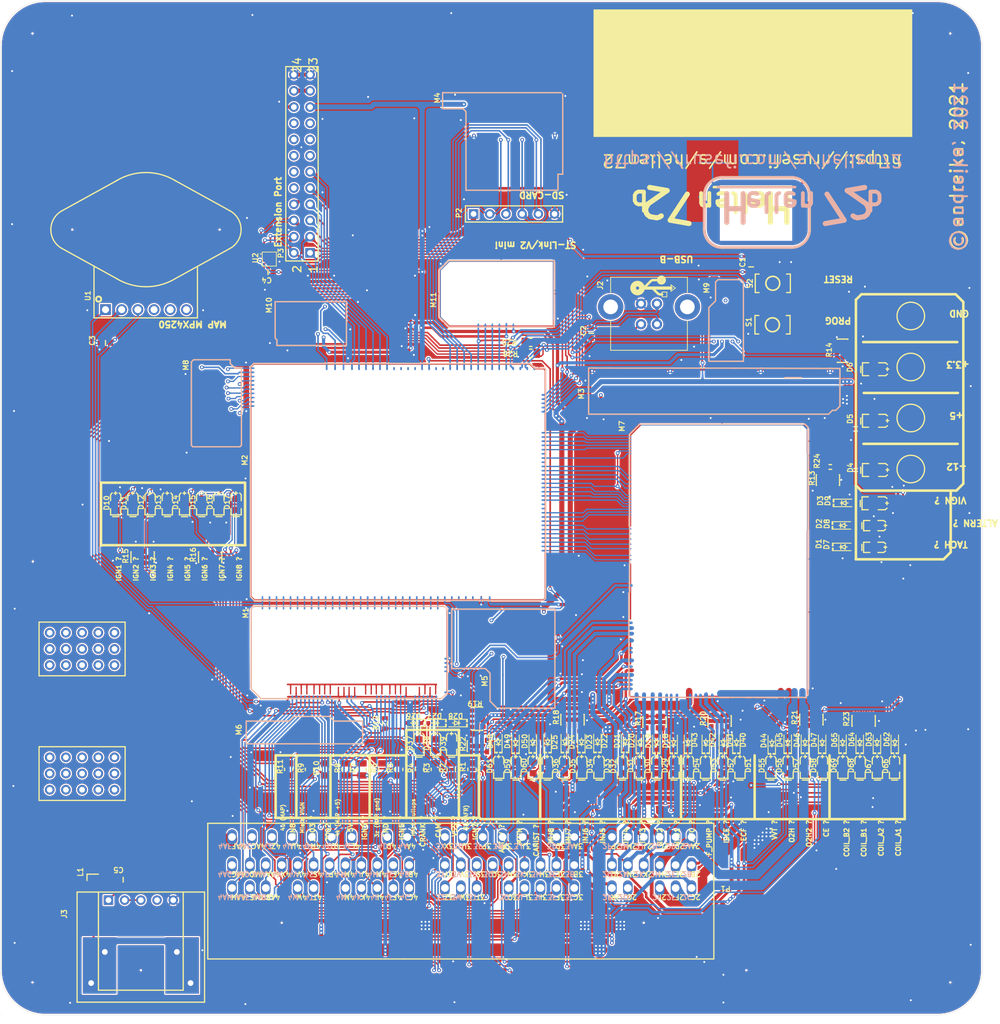
<source format=kicad_pcb>
(kicad_pcb (version 20210108) (generator pcbnew)
  (layers (0 "F.Cu" signal "Top Layer") (31 "B.Cu" signal "Bottom Layer") (34 "B.Paste" user) (35 "F.Paste" user) (36 "B.SilkS" user "B.Silkscreen") (37 "F.SilkS" user "F.Silkscreen") (38 "B.Mask" user) (39 "F.Mask" user) (44 "Edge.Cuts" user))
  (net 0 "")
  (net 1 "USB2_P")
  (net 2 "USB2_N")
  (net 3 "NetJ3_6")
  (net 4 "V33I")
  (net 5 "V5I")
  (net 6 "EXT_SPI_SCK")
  (net 7 "EXT_SPI_MOSI")
  (net 8 "EXT_SPI_MISO")
  (net 9 "EXT_SPI_CS2")
  (net 10 "EXT_SPI_CS1")
  (net 11 "EXT_IO4")
  (net 12 "EXT_IO3")
  (net 13 "EXT_IO2")
  (net 14 "EXT_IO1")
  (net 15 "VSS_PULLUP")
  (net 16 "NetD28_1")
  (net 17 "NetD27_1")
  (net 18 "NetD26_1")
  (net 19 "CRANK_PULLUP")
  (net 20 "CAM_PULLUP")
  (net 21 "NetD6_2")
  (net 22 "NetD5_2")
  (net 23 "NetD4_2")
  (net 24 "NetD50_1")
  (net 25 "NetD3_2")
  (net 26 "NetD49_1")
  (net 27 "NetD2_2")
  (net 28 "NetD48_1")
  (net 29 "NetD1_2")
  (net 30 "NetD47_1")
  (net 31 "NetD46_1")
  (net 32 "NetD45_1")
  (net 33 "NetD44_1")
  (net 34 "NetD65_2")
  (net 35 "NetD64_2")
  (net 36 "NetD63_2")
  (net 37 "NetD62_2")
  (net 38 "NetD25_1")
  (net 39 "NetD24_1")
  (net 40 "NetD23_1")
  (net 41 "NetD22_1")
  (net 42 "NetD43_1")
  (net 43 "NetD41_1")
  (net 44 "NetD40_1")
  (net 45 "V12P")
  (net 46 "NetD42_1")
  (net 47 "VVT")
  (net 48 "VTCS")
  (net 49 "VSS")
  (net 50 "VREF2")
  (net 51 "VIGN")
  (net 52 "VBUS")
  (net 53 "VBAT")
  (net 54 "V12")
  (net 55 "V5")
  (net 56 "USB_P")
  (net 57 "USB_N")
  (net 58 "UART_TX")
  (net 59 "UART_RX")
  (net 60 "TPS")
  (net 61 "TACH")
  (net 62 "SWO")
  (net 63 "SWDIO")
  (net 64 "SWCLK")
  (net 65 "STEERING")
  (net 66 "SENS4")
  (net 67 "FUEL_LEVEL")
  (net 68 "SENS2")
  (net 69 "AFR")
  (net 70 "SD_SCK")
  (net 71 "SD_MOSI")
  (net 72 "SD_MISO")
  (net 73 "SD_CS")
  (net 74 "PUMP")
  (net 75 "O2S")
  (net 76 "O2S2")
  (net 77 "O2H")
  (net 78 "O2H2")
  (net 79 "NEUTRAL")
  (net 80 "NetP1_4K")
  (net 81 "NetP1_3Z")
  (net 82 "NetD21_1")
  (net 83 "NetD20_1")
  (net 84 "NetD19_1")
  (net 85 "NetD18_1")
  (net 86 "NetD17_2")
  (net 87 "NetD16_2")
  (net 88 "NetD15_2")
  (net 89 "NetD14_2")
  (net 90 "NetD13_2")
  (net 91 "NetD12_2")
  (net 92 "NetD11_2")
  (net 93 "NetD10_2")
  (net 94 "MAP3")
  (net 95 "MAP2")
  (net 96 "MAIN")
  (net 97 "MAF")
  (net 98 "KNOCK")
  (net 99 "INJ8")
  (net 100 "INJ7")
  (net 101 "INJ6")
  (net 102 "INJ5")
  (net 103 "INJ4")
  (net 104 "INJ3")
  (net 105 "INJ2")
  (net 106 "INJ1")
  (net 107 "IN_SENS4")
  (net 108 "IN_MAP3")
  (net 109 "IN_MAP2")
  (net 110 "IN_MAF")
  (net 111 "IN_KNOCK_RAW")
  (net 112 "IGN8")
  (net 113 "IGN7")
  (net 114 "IGN6")
  (net 115 "IGN5")
  (net 116 "IGN4")
  (net 117 "IGN3")
  (net 118 "IGN2")
  (net 119 "IGN1")
  (net 120 "IDLE")
  (net 121 "IAT")
  (net 122 "FTP_PPS")
  (net 123 "EGR")
  (net 124 "ECF")
  (net 125 "CRANK")
  (net 126 "COIL_B2")
  (net 127 "COIL_B1")
  (net 128 "COIL_A2")
  (net 129 "COIL_A1")
  (net 130 "CLUTCH")
  (net 131 "CLT")
  (net 132 "CE")
  (net 133 "CANIST")
  (net 134 "CAN_VIO")
  (net 135 "CAN_TX")
  (net 136 "CAN_RX")
  (net 137 "CAM")
  (net 138 "BRAKE")
  (net 139 "BOOT0")
  (net 140 "ALTERN")
  (net 141 "ALT_WARN")
  (net 142 "AC")
  (net 143 "AC_PRESS")
  (net 144 "OUT_INJ8")
  (net 145 "OUT_INJ7")
  (net 146 "OUT_INJ6")
  (net 147 "OUT_INJ5")
  (net 148 "OUT_IGN3")
  (net 149 "OUT_COIL_B2")
  (net 150 "OUT_COIL_B1")
  (net 151 "OUT_COIL_A2")
  (net 152 "OUT_COIL_A1")
  (net 153 "OUT_ALT_WARN")
  (net 154 "IN_SENS2")
  (net 155 "IN_O2S")
  (net 156 "IN_BRAKE")
  (net 157 "V33")
  (net 158 "nReset")
  (net 159 "CAN_N")
  (net 160 "NetP1_4T")
  (net 161 "NetP1_4S")
  (net 162 "V12_RAW")
  (net 163 "V12_PERM")
  (net 164 "V5A")
  (net 165 "OUT_TACH")
  (net 166 "OUT_PUMP")
  (net 167 "OUT_O2H")
  (net 168 "OUT_O2H2")
  (net 169 "OUT_ALTERN")
  (net 170 "OUT_MAIN")
  (net 171 "OUT_VVT")
  (net 172 "OUT_IDLE")
  (net 173 "OUT_INJ4")
  (net 174 "OUT_INJ3")
  (net 175 "OUT_INJ2")
  (net 176 "OUT_INJ1")
  (net 177 "OUT_IGN8")
  (net 178 "OUT_IGN2")
  (net 179 "OUT_IGN1")
  (net 180 "OUT_IGN7")
  (net 181 "OUT_IGN6")
  (net 182 "CAN_P")
  (net 183 "IN_AFR")
  (net 184 "OUT_ECF")
  (net 185 "OUT_CE")
  (net 186 "OUT_CANIST")
  (net 187 "OUT_AC")
  (net 188 "LIN")
  (net 189 "IN_VSS")
  (net 190 "IN_VIGN")
  (net 191 "IN_TPS")
  (net 192 "IN_STEERING")
  (net 193 "OUT_IGN4")
  (net 194 "OUT_IGN5")
  (net 195 "IN_O2S2")
  (net 196 "IN_EGR")
  (net 197 "IN_FUEL_LEVEL")
  (net 198 "IN_FTP_PPS")
  (net 199 "IN_KNOCK")
  (net 200 "IN_IAT")
  (net 201 "IN_CRANK")
  (net 202 "IN_CLT")
  (net 203 "IN_CAM")
  (net 204 "IN_VTCS")
  (net 205 "IN_CLUTCH")
  (net 206 "IN_NEUTRAL")
  (net 207 "IN_AC_PRESS")
  (net 208 "GND")
  (net 209 "GNDA")
  (footprint "General.pcblib:Diode" (layer "F.Cu") (at 68.200001 -45.774966 180)
    (fp_text reference "D27")
    (fp_text value "1N4148WS" hide)
  )
  (footprint "General.pcblib:LED" (layer "F.Cu") (at 110.55 -38.799999 90)
    (fp_text reference "D53")
    (fp_text value "0603-White" hide)
  )
  (footprint "General.pcblib:LED" (layer "F.Cu") (at 85.725003 -38.800001 90)
    (fp_text reference "D36")
    (fp_text value "0603-White" hide)
  )
  (footprint "General.pcblib:LED" (layer "F.Cu") (at 105.6 -38.800001 90)
    (fp_text reference "D29")
    (fp_text value "0603-White" hide)
  )
  (footprint "" (layer "F.Cu") (at 10.240005 -40.390001)
    (fp_text reference "")
    (fp_text value "")
  )
  (footprint "General.pcblib:Cap" (layer "F.Cu") (at 41.949995 -116.449998 180)
    (fp_text reference "C4")
    (fp_text value "100n" hide)
  )
  (footprint "General.pcblib:Diode" (layer "F.Cu") (at 120.999999 -42.599996 90)
    (fp_text reference "D44")
    (fp_text value "1N4148WS" hide)
  )
  (footprint "General.pcblib:Res" (layer "F.Cu") (at 83.175 -105.475001)
    (fp_text reference "R25")
    (fp_text value "0" hide)
  )
  (footprint "General.pcblib:Cap" (layer "F.Cu") (at 19.225001 -21.224999)
    (fp_text reference "C5")
    (fp_text value "100n" hide)
  )
  (footprint "General.pcblib:Diode" (layer "F.Cu") (at 132.225001 -73.374999)
    (fp_text reference "D1")
    (fp_text value "1N4148WS" hide)
  )
  (footprint "General.pcblib:LED" (layer "F.Cu") (at 137.1 -73.370003)
    (fp_text reference "D7")
    (fp_text value "0603-White" hide)
  )
  (footprint "" (layer "F.Cu") (at 15.32001 -54.849997)
    (fp_text reference "")
    (fp_text value "")
  )
  (footprint "General.pcblib:Diode" (layer "F.Cu") (at 132.175001 -76.749999)
    (fp_text reference "D2")
    (fp_text value "1N4148WS" hide)
  )
  (footprint "" (layer "F.Cu") (at 12.780007 -59.930002)
    (fp_text reference "")
    (fp_text value "")
  )
  (footprint "" (layer "F.Cu") (at 148.999999 -5.1)
    (fp_text reference "")
    (fp_text value "")
  )
  (footprint "General.pcblib:LED" (layer "F.Cu") (at 31.499409 -80.110782 90)
    (fp_text reference "D15")
    (fp_text value "0603-White" hide)
  )
  (footprint "Mod.PcbLib:Mod-Hellen-SD" (layer "F.Cu") (at 69.249999 -129.230049)
    (fp_text reference "M4")
    (fp_text value "Module:sd/0.1" hide)
  )
  (footprint "" (layer "F.Cu") (at 10.240005 -37.849998)
    (fp_text reference "")
    (fp_text value "")
  )
  (footprint "General.pcblib:Cap" (layer "F.Cu") (at 92.640983 -106.890002 90)
    (fp_text reference "C2")
    (fp_text value "100n" hide)
  )
  (footprint "General.pcblib:Diode" (layer "F.Cu") (at 91.125004 -42.800001 90)
    (fp_text reference "D23")
    (fp_text value "1N4148WS" hide)
  )
  (footprint "General.pcblib:Res" (layer "F.Cu") (at 45.199996 -38.500002 90)
    (fp_text reference "R11")
    (fp_text value "0" hide)
  )
  (footprint "General.pcblib:LED" (layer "F.Cu") (at 23.399407 -80.110782 90)
    (fp_text reference "D12")
    (fp_text value "0603-White" hide)
  )
  (footprint "Mod.PcbLib:Mod-Hellen-Input" (layer "F.Cu") (at 39.2 -49.499998)
    (fp_text reference "M1")
    (fp_text value "Module:input/0.1" hide)
  )
  (footprint "" (layer "F.Cu") (at 15.32001 -57.39)
    (fp_text reference "")
    (fp_text value "")
  )
  (footprint "" (layer "F.Cu") (at 5 -153.9)
    (fp_text reference "")
    (fp_text value "")
  )
  (footprint "General.pcblib:Pad" (layer "F.Cu") (at 142.799999 -109.599999)
    (fp_text reference "P7" hide)
    (fp_text value "GND" hide)
  )
  (footprint "General.pcblib:LED" (layer "F.Cu") (at 28.799409 -80.110782 90)
    (fp_text reference "D14")
    (fp_text value "0603-White" hide)
  )
  (footprint "Small.PcbLib:Res Array 4" (layer "F.Cu") (at 102.600001 -45.925001 90)
    (fp_text reference "R17")
    (fp_text value "4k7" hide)
  )
  (footprint "Mod.PcbLib:Mod-Hellen-Output" (layer "F.Cu") (at 98.500001 -49.7)
    (fp_text reference "M7")
    (fp_text value "Module:output/0.1" hide)
  )
  (footprint "General.pcblib:LED" (layer "F.Cu") (at 17.999405 -80.110782 90)
    (fp_text reference "D10")
    (fp_text value "0603-White" hide)
  )
  (footprint "" (layer "F.Cu") (at 7.700002 -59.930002)
    (fp_text reference "")
    (fp_text value "")
  )
  (footprint "General.pcblib:Res" (layer "F.Cu") (at 59.949999 -38.500002 90)
    (fp_text reference "R6")
    (fp_text value "0" hide)
  )
  (footprint "" (layer "F.Cu") (at 17.860013 -40.390001)
    (fp_text reference "")
    (fp_text value "")
  )
  (footprint "General.pcblib:Res" (layer "F.Cu") (at 130.175 -85.925)
    (fp_text reference "R24")
    (fp_text value "2.2k" hide)
  )
  (footprint "Small.PcbLib:Res Array 4" (layer "F.Cu") (at 129.799999 -83.87 90)
    (fp_text reference "R13")
    (fp_text value "4k7" hide)
  )
  (footprint "General.pcblib:Diode" (layer "F.Cu") (at 98 -42.824999 90)
    (fp_text reference "D21")
    (fp_text value "1N4148WS" hide)
  )
  (footprint "General.pcblib:LED" (layer "F.Cu") (at 36.899408 -80.110782 90)
    (fp_text reference "D17")
    (fp_text value "0603-White" hide)
  )
  (footprint "" (layer "F.Cu") (at 12.780007 -35.309995)
    (fp_text reference "")
    (fp_text value "")
  )
  (footprint "Small.PcbLib:Res Array 4" (layer "F.Cu") (at 89.725002 -46.299999 90)
    (fp_text reference "R18")
    (fp_text value "4k7" hide)
  )
  (footprint "General.pcblib:Res" (layer "F.Cu") (at 62.45 -38.500002 90)
    (fp_text reference "R5")
    (fp_text value "0" hide)
  )
  (footprint "General.pcblib:Diode" (layer "F.Cu") (at 93.650001 -42.824999 90)
    (fp_text reference "D22")
    (fp_text value "1N4148WS" hide)
  )
  (footprint "General.pcblib:Diode" (layer "F.Cu") (at 107.85 -42.700004 90)
    (fp_text reference "D43")
    (fp_text value "1N4148WS" hide)
  )
  (footprint "General.pcblib:LED" (layer "F.Cu") (at 137.1 -76.780001)
    (fp_text reference "D8")
    (fp_text value "0603-White" hide)
  )
  (footprint "General.pcblib:LED" (layer "F.Cu") (at 120.8 -38.800001 90)
    (fp_text reference "D55")
    (fp_text value "0603-White" hide)
  )
  (footprint "" (layer "F.Cu") (at 10.240005 -59.930002)
    (fp_text reference "")
    (fp_text value "")
  )
  (footprint "General.pcblib:LED" (layer "F.Cu") (at 102.9 -38.800001 90)
    (fp_text reference "D30")
    (fp_text value "0603-White" hide)
  )
  (footprint "" (layer "F.Cu") (at 10.240005 -54.849997)
    (fp_text reference "")
    (fp_text value "")
  )
  (footprint "General.pcblib:Res" (layer "F.Cu") (at 70.699988 -38.500002 90)
    (fp_text reference "R2")
    (fp_text value "0" hide)
  )
  (footprint "General.pcblib:LED" (layer "F.Cu") (at 123.500022 -38.800001 90)
    (fp_text reference "D56")
    (fp_text value "0603-White" hide)
  )
  (footprint "Mod.PcbLib:Mod-Hellen-CAN" (layer "F.Cu") (at 42.97 -104.880001)
    (fp_text reference "M10")
    (fp_text value "Module:can/0.1" hide)
  )
  (footprint "General.pcblib:LED" (layer "F.Cu") (at 113.25 -38.799999 90)
    (fp_text reference "D52")
    (fp_text value "0603-White" hide)
  )
  (footprint "General.pcblib:Diode" (layer "F.Cu") (at 140.300022 -42.700001 90)
    (fp_text reference "D62")
    (fp_text value "1N4148WS" hide)
  )
  (footprint "" (layer "F.Cu") (at 7.700002 -37.849998)
    (fp_text reference "")
    (fp_text value "")
  )
  (footprint "General.pcblib:Res" (layer "F.Cu") (at 73.950002 -38.500002 90)
    (fp_text reference "R1")
    (fp_text value "0" hide)
  )
  (footprint "" (layer "F.Cu") (at 17.860013 -54.849997)
    (fp_text reference "")
    (fp_text value "")
  )
  (footprint "General.pcblib:Pad" (layer "F.Cu") (at 142.799999 -101.6)
    (fp_text reference "P6" hide)
    (fp_text value "+3.3" hide)
  )
  (footprint "" (layer "F.Cu") (at 10.240005 -35.309995)
    (fp_text reference "")
    (fp_text value "")
  )
  (footprint "General.pcblib:LED" (layer "F.Cu") (at 132.100023 -38.800001 90)
    (fp_text reference "D69")
    (fp_text value "0603-White" hide)
  )
  (footprint "General.pcblib:Res" (layer "F.Cu") (at 48.45 -38.500002 90)
    (fp_text reference "R9")
    (fp_text value "0" hide)
  )
  (footprint "" (layer "F.Cu") (at 15.32001 -59.930002)
    (fp_text reference "")
    (fp_text value "")
  )
  (footprint "" (layer "F.Cu") (at 5 -5.1)
    (fp_text reference "")
    (fp_text value "")
  )
  (footprint "General.pcblib:Diode" (layer "F.Cu") (at 64.9 -45.774966 180)
    (fp_text reference "D26")
    (fp_text value "1N4148WS" hide)
  )
  (footprint "General.pcblib:Diode" (layer "F.Cu") (at 78.099999 -42.800001 90)
    (fp_text reference "D48")
    (fp_text value "1N4148WS" hide)
  )
  (footprint "" (layer "F.Cu") (at 7.700002 -35.309995)
    (fp_text reference "")
    (fp_text value "")
  )
  (footprint "General.pcblib:Diode" (layer "F.Cu") (at 105.6 -42.700001 90)
    (fp_text reference "D18")
    (fp_text value "1N4148WS" hide)
  )
  (footprint "General.pcblib:LED" (layer "F.Cu") (at 137.1 -85.449999)
    (fp_text reference "D4")
    (fp_text value "0805-Green" hide)
  )
  (footprint "General.pcblib:LED" (layer "F.Cu") (at 34.199408 -80.110782 90)
    (fp_text reference "D16")
    (fp_text value "0603-White" hide)
  )
  (footprint "General.pcblib:Inductor" (layer "F.Cu") (at 14.575 -22.075 -90)
    (fp_text reference "L1")
    (fp_text value "GZ2012D101TF" hide)
  )
  (footprint "General.pcblib:Diode" (layer "F.Cu") (at 134.800023 -42.700001 90)
    (fp_text reference "D64")
    (fp_text value "1N4148WS" hide)
  )
  (footprint "General.pcblib:Res" (layer "F.Cu") (at 50.95 -38.500002 90)
    (fp_text reference "R10")
    (fp_text value "0" hide)
  )
  (footprint "" (layer "F.Cu") (at 12.780007 -54.849997)
    (fp_text reference "")
    (fp_text value "")
  )
  (footprint "General.pcblib:Diode" (layer "F.Cu") (at 83.500001 -42.750001 90)
    (fp_text reference "D50")
    (fp_text value "1N4148WS" hide)
  )
  (footprint "General.pcblib:LED" (layer "F.Cu") (at 107.85 -38.800004 90)
    (fp_text reference "D54")
    (fp_text value "0603-White" hide)
  )
  (footprint "" (layer "F.Cu") (at 15.32001 -35.309995)
    (fp_text reference "")
    (fp_text value "")
  )
  (footprint "General.pcblib:LED" (layer "F.Cu") (at 91.125002 -38.800009 90)
    (fp_text reference "D34")
    (fp_text value "0603-White" hide)
  )
  (footprint "IC.PcbLib:QMA7981" (layer "F.Cu") (at 42.15 -118.525)
    (fp_text reference "U2")
    (fp_text value "QMA7981" hide)
  )
  (footprint "General.pcblib:Diode" (layer "F.Cu") (at 113.349999 -42.699998 90)
    (fp_text reference "D41")
    (fp_text value "1N4148WS" hide)
  )
  (footprint "General.pcblib:LED" (layer "F.Cu") (at 97.500001 -38.800001 90)
    (fp_text reference "D32")
    (fp_text value "0603-White" hide)
  )
  (footprint "General.pcblib:Diode" (layer "F.Cu") (at 80.800001 -42.700001 90)
    (fp_text reference "D49")
    (fp_text value "1N4148WS" hide)
  )
  (footprint "General.pcblib:Diode" (layer "F.Cu") (at 71.500002 -45.774966 180)
    (fp_text reference "D28")
    (fp_text value "1N4148WS" hide)
  )
  (footprint "General.pcblib:Res" (layer "F.Cu") (at 56.700001 -38.500002 90)
    (fp_text reference "R7")
    (fp_text value "0" hide)
  )
  (footprint "Mod.PcbLib:Mod-Hellen-LIN" (layer "F.Cu") (at 111.025 -102.400001)
    (fp_text reference "M9")
    (fp_text value "Module:lin/0.1" hide)
  )
  (footprint "General.pcblib:LED" (layer "F.Cu") (at 20.699407 -80.110782 90)
    (fp_text reference "D11")
    (fp_text value "0603-White" hide)
  )
  (footprint "General.pcblib:Header 1x6" (layer "F.Cu") (at 74.199999 -125.600049)
    (fp_text reference "P2")
    (fp_text value "External SD-Card Board" hide)
  )
  (footprint "General.pcblib:Diode" (layer "F.Cu") (at 137.500022 -42.700001 90)
    (fp_text reference "D63")
    (fp_text value "1N4148WS" hide)
  )
  (footprint "General.pcblib:LED" (layer "F.Cu") (at 78.100001 -38.800009 90)
    (fp_text reference "D61")
    (fp_text value "0603-White" hide)
  )
  (footprint "General.pcblib:Res" (layer "F.Cu") (at 68.200001 -38.500002 90)
    (fp_text reference "R3")
    (fp_text value "0" hide)
  )
  (footprint "TH.PcbLib:Conn USB" (layer "F.Cu") (at 101.725001 -109.875 -90)
    (fp_text reference "J2")
    (fp_text value "USB-B" hide)
  )
  (footprint "General.pcblib:LED" (layer "F.Cu") (at 137.1 -101.250001)
    (fp_text reference "D6")
    (fp_text value "0805-Green" hide)
  )
  (footprint "General.pcblib:LED" (layer "F.Cu") (at 137.500022 -38.800001 90)
    (fp_text reference "D67")
    (fp_text value "0603-White" hide)
  )
  (footprint "General.pcblib:LED" (layer "F.Cu") (at 126.200022 -38.800001 90)
    (fp_text reference "D57")
    (fp_text value "0603-White" hide)
  )
  (footprint "General.pcblib:Diode" (layer "F.Cu") (at 85.825002 -42.800001 90)
    (fp_text reference "D25")
    (fp_text value "1N4148WS" hide)
  )
  (footprint "General.pcblib:Cap" (layer "F.Cu") (at 117.725 -117.299999 90)
    (fp_text reference "C1")
    (fp_text value "100n" hide)
  )
  (footprint "General.pcblib:Res" (layer "F.Cu") (at 65.700001 -38.500002 90)
    (fp_text reference "R4")
    (fp_text value "0" hide)
  )
  (footprint "General.pcblib:Diode" (layer "F.Cu") (at 100.3 -42.700001 90)
    (fp_text reference "D20")
    (fp_text value "1N4148WS" hide)
  )
  (footprint "General.pcblib:Res" (layer "F.Cu") (at 83.175 -103.750001)
    (fp_text reference "R26")
    (fp_text value "0" hide)
  )
  (footprint "General.pcblib:Diode" (layer "F.Cu") (at 102.9 -42.700001 90)
    (fp_text reference "D19")
    (fp_text value "1N4148WS" hide)
  )
  (footprint "General.pcblib:LED" (layer "F.Cu") (at 65.600001 -42.400002 90)
    (fp_text reference "D37")
    (fp_text value "0603-White" hide)
  )
  (footprint "Small.PcbLib:Res Array 4" (layer "F.Cu") (at 75.025001 -42.15 -90)
    (fp_text reference "R22")
    (fp_text value "4k7" hide)
  )
  (footprint "General.pcblib:Switch SPST" (layer "F.Cu") (at 121.100002 -108.225001)
    (fp_text reference "S1")
    (fp_text value "Switch SPST" hide)
  )
  (footprint "General.pcblib:LED" (layer "F.Cu") (at 137.1 -93.169999)
    (fp_text reference "D5")
    (fp_text value "0805-Green" hide)
  )
  (footprint "General.pcblib:Diode" (layer "F.Cu") (at 132.100023 -42.700001 90)
    (fp_text reference "D65")
    (fp_text value "1N4148WS" hide)
  )
  (footprint "General.pcblib:Header 2x12" (layer "F.Cu") (at 48.549999 -119.5 90)
    (fp_text reference "P3")
    (fp_text value "Ext.Port" hide)
  )
  (footprint "Small.PcbLib:Res Array 4" (layer "F.Cu") (at 32.874407 -71.785785 -90)
    (fp_text reference "R16")
    (fp_text value "470" hide)
  )
  (footprint "Mod.PcbLib:Mod-Hellen-IGN8" (layer "F.Cu") (at 29.900001 -88.975001)
    (fp_text reference "M8")
    (fp_text value "Module:ign8/0.1" hide)
  )
  (footprint "" (layer "F.Cu") (at 17.860013 -57.39)
    (fp_text reference "")
    (fp_text value "")
  )
  (footprint "General.pcblib:LED" (layer "F.Cu") (at 140.200022 -38.800001 90)
    (fp_text reference "D66")
    (fp_text value "0603-White" hide)
  )
  (footprint "General.pcblib:LED" (layer "F.Cu") (at 93.825004 -38.800009 90)
    (fp_text reference "D33")
    (fp_text value "0603-White" hide)
  )
  (footprint "Small.PcbLib:Res Array 4" (layer "F.Cu") (at 22.274406 -71.785785 -90)
    (fp_text reference "R15")
    (fp_text value "470" hide)
  )
  (footprint "" (layer "F.Cu") (at 17.860013 -59.930002)
    (fp_text reference "")
    (fp_text value "")
  )
  (footprint "General.pcblib:LED" (layer "F.Cu") (at 88.425002 -38.800009 90)
    (fp_text reference "D35")
    (fp_text value "0603-White" hide)
  )
  (footprint "" (layer "F.Cu") (at 5.0492 -71.1)
    (fp_text reference "")
    (fp_text value "")
  )
  (footprint "General.pcblib:Pad" (layer "F.Cu") (at 142.799999 -85.599999)
    (fp_text reference "P4" hide)
    (fp_text value "+12" hide)
  )
  (footprint "TH.PcbLib:CONN-TE-72Pin" (layer "F.Cu") (at 72.35 -13.125 180)
    (fp_text reference "P1")
    (fp_text value "TE-1123038-2" hide)
  )
  (footprint "" (layer "F.Cu") (at 12.780007 -40.390001)
    (fp_text reference "")
    (fp_text value "")
  )
  (footprint "General.pcblib:Diode" (layer "F.Cu") (at 132.349999 -80.275001)
    (fp_text reference "D3")
    (fp_text value "1N4148WS" hide)
  )
  (footprint "General.pcblib:LED" (layer "F.Cu") (at 68.200001 -42.400002 90)
    (fp_text reference "D38")
    (fp_text value "0603-White" hide)
  )
  (footprint "General.pcblib:Diode" (layer "F.Cu") (at 128.900024 -42.700001 90)
    (fp_text reference "D47")
    (fp_text value "1N4148WS" hide)
  )
  (footprint "General.pcblib:Diode" (layer "F.Cu") (at 115.45 -42.700001 90)
    (fp_text reference "D40")
    (fp_text value "1N4148WS" hide)
  )
  (footprint "General.pcblib:Diode" (layer "F.Cu") (at 123.500022 -42.700001 90)
    (fp_text reference "D45")
    (fp_text value "1N4148WS" hide)
  )
  (footprint "General.pcblib:Res" (layer "F.Cu") (at 54.200001 -38.500002 90)
    (fp_text reference "R8")
    (fp_text value "0" hide)
  )
  (footprint "General.pcblib:LED" (layer "F.Cu") (at 80.799998 -38.800009 90)
    (fp_text reference "D59")
    (fp_text value "0603-White" hide)
  )
  (footprint "" (layer "F.Cu") (at 21.999999 -7.000001)
    (fp_text reference "")
    (fp_text value "")
  )
  (footprint "" (layer "F.Cu") (at 12.780007 -57.39)
    (fp_text reference "")
    (fp_text value "")
  )
  (footprint "" (layer "F.Cu") (at 117 -7.000001)
    (fp_text reference "")
    (fp_text value "")
  )
  (footprint "General.pcblib:LED" (layer "F.Cu") (at 100.2 -38.800001 90)
    (fp_text reference "D31")
    (fp_text value "0603-White" hide)
  )
  (footprint "General.pcblib:LED" (layer "F.Cu") (at 128.900024 -38.800001 90)
    (fp_text reference "D58")
    (fp_text value "0603-White" hide)
  )
  (footprint "" (layer "F.Cu") (at 15.32001 -37.849998)
    (fp_text reference "")
    (fp_text value "")
  )
  (footprint "Mod.PcbLib:Mod-Hellen-MCU" (layer "F.Cu") (at 39.100001 -64.9)
    (fp_text reference "M2")
    (fp_text value "Module:mcu/0.1" hide)
  )
  (footprint "General.pcblib:Diode" (layer "F.Cu") (at 88.525002 -42.800001 90)
    (fp_text reference "D24")
    (fp_text value "1N4148WS" hide)
  )
  (footprint "General.pcblib:Diode" (layer "F.Cu") (at 110.65 -42.699998 90)
    (fp_text reference "D42")
    (fp_text value "1N4148WS" hide)
  )
  (footprint "General.pcblib:Pad" (layer "F.Cu") (at 142.799999 -93.600001)
    (fp_text reference "P5" hide)
    (fp_text value "+5" hide)
  )
  (footprint "General.pcblib:LED" (layer "F.Cu") (at 26.099409 -80.110782 90)
    (fp_text reference "D13")
    (fp_text value "0603-White" hide)
  )
  (footprint "General.pcblib:Diode" (layer "F.Cu") (at 126.200022 -42.700001 90)
    (fp_text reference "D46")
    (fp_text value "1N4148WS" hide)
  )
  (footprint "" (layer "F.Cu") (at 7.700002 -57.39)
    (fp_text reference "")
    (fp_text value "")
  )
  (footprint "Small.PcbLib:Res Array 4" (layer "F.Cu") (at 112.8 -46.099999 90)
    (fp_text reference "R20")
    (fp_text value "4k7" hide)
  )
  (footprint "" (layer "F.Cu") (at 17.860013 -37.849998)
    (fp_text reference "")
    (fp_text value "")
  )
  (footprint "TH.PcbLib:MPX4250AP" (layer "F.Cu") (at 22.8 -110.6 90)
    (fp_text reference "U1")
    (fp_text value "Abs. Pressure Sensor" hide)
  )
  (footprint "General.pcblib:LED" (layer "F.Cu") (at 137.03 -80.23)
    (fp_text reference "D9")
    (fp_text value "0805-Green" hide)
  )
  (footprint "" (layer "F.Cu") (at 7.700002 -54.849997)
    (fp_text reference "")
    (fp_text value "")
  )
  (footprint "" (layer "F.Cu") (at 7.700002 -40.390001)
    (fp_text reference "")
    (fp_text value "")
  )
  (footprint "Mod.PcbLib:Mod-Hellen-Knock" (layer "F.Cu") (at 38.425001 -42.399999)
    (fp_text reference "M6")
    (fp_text value "Module:knock/0.1" hide)
  )
  (footprint "TH.PcbLib:Conn USB" (layer "F.Cu") (at 21.999999 -18)
    (fp_text reference "J3")
    (fp_text value "USB-Adapter" hide)
  )
  (footprint "Small.PcbLib:Res Array 4" (layer "F.Cu") (at 135.400024 -46.099999 90)
    (fp_text reference "R23")
    (fp_text value "4k7" hide)
  )
  (footprint "Small.PcbLib:Res Array 4" (layer "F.Cu") (at 74.8 -46.450001)
    (fp_text reference "R19")
    (fp_text value "470" hide)
  )
  (footprint "Mod.PcbLib:Mod-Hellen-Power12" (layer "F.Cu") (at 70.675 -48.000001)
    (fp_text reference "M5")
    (fp_text value "Module:power12/0.1" hide)
  )
  (footprint "Small.PcbLib:Res Array 4" (layer "F.Cu") (at 127.200022 -46.299999 90)
    (fp_text reference "R21")
    (fp_text value "4k7" hide)
  )
  (footprint "General.pcblib:Switch SPST" (layer "F.Cu") (at 121.150002 -114.725)
    (fp_text reference "S2")
    (fp_text value "Switch SPST" hide)
  )
  (footprint "General.pcblib:Res" (layer "F.Cu") (at 60.299999 -45.700003 90)
    (fp_text reference "R12")
    (fp_text value "1k" hide)
  )
  (footprint "" (layer "F.Cu") (at 17.860013 -35.309995)
    (fp_text reference "")
    (fp_text value "")
  )
  (footprint "General.pcblib:LED" (layer "F.Cu") (at 70.700001 -42.400002 90)
    (fp_text reference "D39")
    (fp_text value "0603-White" hide)
  )
  (footprint "Mod.PcbLib:Mod-Hellen-Power5" (layer "F.Cu") (at 92.150001 -94.1)
    (fp_text reference "M3")
    (fp_text value "Module:power5/0.1" hide)
  )
  (footprint "Mod.PcbLib:Mod-Hellen-STLink" (layer "F.Cu") (at 68.724998 -107.774999)
    (fp_text reference "M11")
    (fp_text value "Module:stlink/0.1" hide)
  )
  (footprint "General.pcblib:Cap" (layer "F.Cu") (at 16.45 -105.35 180)
    (fp_text reference "C3")
    (fp_text value "100n" hide)
  )
  (footprint "" (layer "F.Cu") (at 10.240005 -57.39)
    (fp_text reference "")
    (fp_text value "")
  )
  (footprint "General.pcblib:Net Tie" (layer "F.Cu") (at 53.274999 -29.625 180)
    (fp_text reference "J1" hide)
    (fp_text value "Net Tie" hide)
  )
  (footprint "Small.PcbLib:Res Array 4" (layer "F.Cu") (at 132.1 -104.15 180)
    (fp_text reference "R14")
    (fp_text value "470" hide)
  )
  (footprint "" (layer "F.Cu") (at 148.999999 -153.9)
    (fp_text reference "")
    (fp_text value "")
  )
  (footprint "General.pcblib:LED" (layer "F.Cu") (at 83.500001 -38.800009 90)
    (fp_text reference "D60")
    (fp_text value "0603-White" hide)
  )
  (footprint "" (layer "F.Cu") (at 12.780007 -37.849998)
    (fp_text reference "")
    (fp_text value "")
  )
  (footprint "General.pcblib:LED" (layer "F.Cu") (at 115.949999 -38.799999 90)
    (fp_text reference "D51")
    (fp_text value "0603-White" hide)
  )
  (footprint "" (layer "F.Cu") (at 15.32001 -40.390001)
    (fp_text reference "")
    (fp_text value "")
  )
  (footprint "General.pcblib:LED" (layer "F.Cu") (at 134.800023 -38.800009 90)
    (fp_text reference "D68")
    (fp_text value "0603-White" hide)
  )
  (gr_poly (pts (xy 68.150014 -51.500656) (xy 68.149013 -51.540618) (xy 68.146013 -51.576214) (xy 68.141014 -51.607441) (xy 68.134014 -51.634296) (xy 68.125015 -51.656785) (xy 68.114014 -51.674906) (xy 68.101014 -51.68866) (xy 68.086013 -51.698042) (xy 68.069013 -51.703056) (xy 68.050014 -51.703704) (xy 68.448319 -51.734324) (xy 68.429642 -51.730626) (xy 68.412929 -51.722558) (xy 68.398184 -51.71012) (xy 68.385403 -51.69331) (xy 68.37459 -51.672129) (xy 68.365743 -51.646577) (xy 68.35886 -51.616653) (xy 68.353945 -51.582358) (xy 68.350996 -51.543692) (xy 68.350013 -51.500656)) (layer "F.Cu") (width 0) (fill solid))
  (gr_poly (pts (xy 31.114218 -70.685784) (xy 31.080116 -70.685571) (xy 30.95876 -70.678096) (xy 30.944317 -70.67532) (xy 30.933154 -70.672117) (xy 30.925267 -70.668487) (xy 30.920657 -70.664428) (xy 30.850652 -71.078552) (xy 31.020235 -71.085784)) (layer "F.Cu") (width 0) (fill solid))
  (gr_poly (pts (xy 83.649998 -37.151158) (xy 83.648748 -37.199458) (xy 83.644999 -37.242648) (xy 83.638748 -37.280728) (xy 83.629998 -37.313697) (xy 83.618748 -37.341559) (xy 83.604999 -37.364307) (xy 83.588748 -37.381947) (xy 83.569998 -37.394477) (xy 83.548748 -37.401896) (xy 83.524999 -37.404205) (xy 84.024404 -37.409117) (xy 84.000767 -37.406318) (xy 83.979619 -37.398409) (xy 83.960957 -37.385386) (xy 83.944785 -37.367256) (xy 83.9311 -37.344015) (xy 83.919903 -37.315666) (xy 83.911196 -37.282204) (xy 83.904976 -37.243631) (xy 83.901242 -37.199951) (xy 83.9 -37.151158)) (layer "F.Cu") (width 0) (fill solid))
  (gr_poly (pts (xy 128.399997 -82.321834) (xy 128.398748 -82.369914) (xy 128.394998 -82.412931) (xy 128.388748 -82.450889) (xy 128.38 -82.483785) (xy 128.368748 -82.511621) (xy 128.354999 -82.534394) (xy 128.338748 -82.552108) (xy 128.319997 -82.56476) (xy 128.298748 -82.572352) (xy 128.274999 -82.574882) (xy 128.774998 -82.574882) (xy 128.751249 -82.572352) (xy 128.729999 -82.56476) (xy 128.711249 -82.552108) (xy 128.694998 -82.534394) (xy 128.681249 -82.511621) (xy 128.669999 -82.483785) (xy 128.661249 -82.450889) (xy 128.654998 -82.412931) (xy 128.651249 -82.369914) (xy 128.649999 -82.321834)) (layer "F.Cu") (width 0) (fill solid))
  (gr_poly (pts (xy 104.448168 -46.787501) (xy 104.400068 -46.786251) (xy 104.357035 -46.782502) (xy 104.319067 -46.776251) (xy 104.286164 -46.767501) (xy 104.258328 -46.756251) (xy 104.235555 -46.742502) (xy 104.217848 -46.726251) (xy 104.205207 -46.707501) (xy 104.19763 -46.686252) (xy 104.195121 -46.662503) (xy 104.194681 -47.161907) (xy 104.197236 -47.13827) (xy 104.204856 -47.117122) (xy 104.217541 -47.098461) (xy 104.235291 -47.082288) (xy 104.258107 -47.068603) (xy 104.285989 -47.057407) (xy 104.318935 -47.048699) (xy 104.356949 -47.042479) (xy 104.400025 -47.038745) (xy 104.448168 -47.037503)) (layer "F.Cu") (width 0) (fill solid))
  (gr_poly (pts (xy 70.499991 -36.801151) (xy 70.498739 -36.84923) (xy 70.49499 -36.892248) (xy 70.488739 -36.930206) (xy 70.479991 -36.963101) (xy 70.468739 -36.990937) (xy 70.45499 -37.013711) (xy 70.438739 -37.031425) (xy 70.419991 -37.044076) (xy 70.398739 -37.051668) (xy 70.37499 -37.054198) (xy 70.874989 -37.054198) (xy 70.85124 -37.051668) (xy 70.82999 -37.044076) (xy 70.81124 -37.031425) (xy 70.794989 -37.013711) (xy 70.78124 -36.990937) (xy 70.769988 -36.963101) (xy 70.76124 -36.930206) (xy 70.754989 -36.892248) (xy 70.75124 -36.84923) (xy 70.749988 -36.801151)) (layer "F.Cu") (width 0) (fill solid))
  (gr_poly (pts (xy 88.411743 -61.209746) (xy 88.974999 -61.819701) (xy 89.375252 -61.419448) (xy 89.360741 -61.413812) (xy 89.3359 -61.39691) (xy 89.300728 -61.368744) (xy 89.133238 -61.216662) (xy 88.765296 -60.856193)) (layer "F.Cu") (width 0) (fill solid))
  (gr_poly (pts (xy 59.72001 -51.500656) (xy 59.719009 -51.539237) (xy 59.71601 -51.573753) (xy 59.711011 -51.60421) (xy 59.704011 -51.630608) (xy 59.695009 -51.652942) (xy 59.684011 -51.671217) (xy 59.671011 -51.685429) (xy 59.65601 -51.695581) (xy 59.63901 -51.701675) (xy 59.62001 -51.703704) (xy 60.02001 -51.703704) (xy 60.00101 -51.701675) (xy 59.98401 -51.695581) (xy 59.969009 -51.685429) (xy 59.956009 -51.671217) (xy 59.945011 -51.652942) (xy 59.936009 -51.630608) (xy 59.929009 -51.60421) (xy 59.92401 -51.573753) (xy 59.92101 -51.539237) (xy 59.92001 -51.500656)) (layer "F.Cu") (width 0) (fill solid))
  (gr_poly (pts (xy 96.7 -87.637158) (xy 96.6989 -87.664983) (xy 96.6956 -87.692151) (xy 96.690099 -87.718659) (xy 96.6824 -87.744506) (xy 96.672499 -87.769695) (xy 96.660399 -87.794226) (xy 96.646101 -87.818097) (xy 96.629601 -87.84131) (xy 96.610899 -87.863863) (xy 96.59 -87.885758) (xy 97.009999 -87.885758) (xy 96.9891 -87.863863) (xy 96.970398 -87.84131) (xy 96.953898 -87.818097) (xy 96.9396 -87.794226) (xy 96.9275 -87.769695) (xy 96.917599 -87.744506) (xy 96.9099 -87.718659) (xy 96.904399 -87.692151) (xy 96.901099 -87.664983) (xy 96.899999 -87.637158)) (layer "F.Cu") (width 0) (fill solid))
  (gr_poly (pts (xy 110.051152 -38.575625) (xy 110.102691 -38.525823) (xy 110.194982 -38.447431) (xy 110.235731 -38.418844) (xy 110.272883 -38.397325) (xy 110.306442 -38.382877) (xy 110.336401 -38.375501) (xy 110.362766 -38.375196) (xy 110.385532 -38.381963) (xy 110.404704 -38.395801) (xy 110.0542 -38.045296) (xy 110.068037 -38.064468) (xy 110.074804 -38.087234) (xy 110.074499 -38.113599) (xy 110.067123 -38.143558) (xy 110.052676 -38.177117) (xy 110.031157 -38.21427) (xy 110.002569 -38.255019) (xy 109.966907 -38.299367) (xy 109.874375 -38.398849)) (layer "F.Cu") (width 0) (fill solid))
  (gr_poly (pts (xy 49.546949 -119.775) (xy 49.49887 -119.773748) (xy 49.455852 -119.769999) (xy 49.417895 -119.763748) (xy 49.384999 -119.755001) (xy 49.357163 -119.743748) (xy 49.33439 -119.729999) (xy 49.316676 -119.713748) (xy 49.304024 -119.695001) (xy 49.296432 -119.673748) (xy 49.293902 -119.649999) (xy 49.293902 -120.149998) (xy 49.296432 -120.126249) (xy 49.304024 -120.105) (xy 49.316676 -120.08625) (xy 49.33439 -120.069999) (xy 49.357163 -120.05625) (xy 49.384999 -120.044997) (xy 49.417895 -120.03625) (xy 49.455852 -120.029999) (xy 49.49887 -120.02625) (xy 49.546949 -120.024997)) (layer "F.Cu") (width 0) (fill solid))
  (gr_poly (pts (xy 29.398262 -78.570508) (xy 29.35924 -78.608375) (xy 29.289863 -78.668491) (xy 29.25951 -78.690744) (xy 29.232045 -78.707793) (xy 29.20747 -78.719639) (xy 29.185784 -78.726279) (xy 29.166988 -78.727717) (xy 29.15108 -78.72395) (xy 29.138062 -78.714978) (xy 29.395214 -78.972131) (xy 29.386243 -78.959113) (xy 29.382476 -78.943205) (xy 29.383914 -78.924409) (xy 29.390553 -78.902723) (xy 29.4024 -78.878148) (xy 29.419448 -78.850683) (xy 29.441701 -78.82033) (xy 29.469159 -78.787087) (xy 29.539684 -78.71193)) (layer "F.Cu") (width 0) (fill solid))
  (gr_poly (pts (xy 86.349997 -67.252713) (xy 86.350848 -67.2224) (xy 86.353399 -67.193523) (xy 86.357648 -67.166084) (xy 86.363599 -67.140082) (xy 86.37125 -67.115515) (xy 86.380599 -67.092386) (xy 86.391648 -67.070694) (xy 86.404399 -67.050437) (xy 86.418849 -67.031621) (xy 86.434999 -67.014237) (xy 86.014999 -67.014237) (xy 86.031149 -67.031621) (xy 86.045599 -67.050437) (xy 86.05835 -67.070694) (xy 86.069399 -67.092386) (xy 86.078748 -67.115515) (xy 86.086399 -67.140082) (xy 86.09235 -67.166084) (xy 86.096599 -67.193523) (xy 86.09915 -67.2224) (xy 86.100001 -67.252713)) (layer "F.Cu") (width 0) (fill solid))
  (gr_poly (pts (xy 77.626141 -38.575635) (xy 77.676566 -38.526949) (xy 77.767371 -38.450042) (xy 77.807749 -38.421826) (xy 77.844777 -38.400431) (xy 77.878457 -38.385862) (xy 77.90879 -38.378112) (xy 77.935773 -38.37719) (xy 77.959407 -38.383088) (xy 77.979694 -38.395811) (xy 77.604201 -38.070295) (xy 77.619154 -38.088352) (xy 77.626787 -38.110251) (xy 77.627102 -38.135997) (xy 77.620096 -38.165585) (xy 77.605773 -38.199019) (xy 77.584132 -38.236296) (xy 77.555171 -38.277416) (xy 77.518892 -38.322382) (xy 77.424377 -38.423847)) (layer "F.Cu") (width 0) (fill solid))
  (gr_poly (pts (xy 66.403606 -107.550001) (xy 66.214241 -107.540001) (xy 66.214241 -107.96) (xy 66.217902 -107.9581) (xy 66.224953 -107.956401) (xy 66.235402 -107.9549) (xy 66.266484 -107.952499) (xy 66.369392 -107.950099) (xy 66.403606 -107.95)) (layer "F.Cu") (width 0) (fill solid))
  (gr_poly (pts (xy 104.752724 -33.075001) (xy 104.722412 -33.07415) (xy 104.693535 -33.0716) (xy 104.666095 -33.067351) (xy 104.640093 -33.061399) (xy 104.615526 -33.053749) (xy 104.592397 -33.044399) (xy 104.570705 -33.03335) (xy 104.550449 -33.020599) (xy 104.531632 -33.006149) (xy 104.514249 -32.99) (xy 104.514249 -33.409999) (xy 104.531632 -33.39385) (xy 104.550449 -33.3794) (xy 104.570705 -33.366649) (xy 104.592397 -33.3556) (xy 104.615526 -33.34625) (xy 104.640093 -33.3386) (xy 104.666095 -33.332649) (xy 104.693535 -33.328399) (xy 104.722412 -33.325849) (xy 104.752724 -33.324998)) (layer "F.Cu") (width 0) (fill solid))
  (gr_poly (pts (xy 30.250562 -82.304288) (xy 30.232101 -82.285271) (xy 30.201748 -82.250463) (xy 30.189853 -82.234669) (xy 30.180145 -82.21995) (xy 30.172627 -82.206305) (xy 30.167298 -82.193737) (xy 30.164156 -82.182241) (xy 30.163204 -82.171819) (xy 30.164438 -82.162475) (xy 29.973044 -82.369104) (xy 29.982348 -82.367105) (xy 29.992607 -82.367252) (xy 30.003826 -82.369546) (xy 30.016 -82.373986) (xy 30.029132 -82.380574) (xy 30.043219 -82.389307) (xy 30.058263 -82.400188) (xy 30.074265 -82.413216) (xy 30.10914 -82.44571)) (layer "F.Cu") (width 0) (fill solid))
  (gr_poly (pts (xy 61.549371 -38.951172) (xy 61.599173 -39.002711) (xy 61.677565 -39.095002) (xy 61.706153 -39.135751) (xy 61.727672 -39.172904) (xy 61.742119 -39.206462) (xy 61.749496 -39.236421) (xy 61.7498 -39.262787) (xy 61.743034 -39.285553) (xy 61.729196 -39.304725) (xy 62.079701 -38.95422) (xy 62.060529 -38.968058) (xy 62.037763 -38.974824) (xy 62.011397 -38.974519) (xy 61.981438 -38.967143) (xy 61.94788 -38.952696) (xy 61.910727 -38.931177) (xy 61.869978 -38.902589) (xy 61.825629 -38.866928) (xy 61.726148 -38.774395)) (layer "F.Cu") (width 0) (fill solid))
  (gr_poly (pts (xy 92.266968 -109.000668) (xy 92.265978 -109.031291) (xy 92.263013 -109.059967) (xy 92.258071 -109.086696) (xy 92.251152 -109.111479) (xy 92.242256 -109.134313) (xy 92.231383 -109.155202) (xy 92.218533 -109.174143) (xy 92.203707 -109.191138) (xy 92.186902 -109.206185) (xy 92.168124 -109.219286) (xy 92.577524 -109.31304) (xy 92.566018 -109.293561) (xy 92.555723 -109.272883) (xy 92.54664 -109.251013) (xy 92.538768 -109.227948) (xy 92.532106 -109.203686) (xy 92.526655 -109.17823) (xy 92.522416 -109.15158) (xy 92.517572 -109.094697) (xy 92.516965 -109.064461)) (layer "F.Cu") (width 0) (fill solid))
  (gr_poly (pts (xy 79.527718 -8.225003) (xy 79.497405 -8.224152) (xy 79.468528 -8.221602) (xy 79.441088 -8.217352) (xy 79.415086 -8.211401) (xy 79.390519 -8.20375) (xy 79.36739 -8.194401) (xy 79.345699 -8.183352) (xy 79.325442 -8.170601) (xy 79.306626 -8.156151) (xy 79.289242 -8.140002) (xy 79.289242 -8.560001) (xy 79.306626 -8.543851) (xy 79.325442 -8.529401) (xy 79.345699 -8.51665) (xy 79.36739 -8.505601) (xy 79.390519 -8.496252) (xy 79.415086 -8.488601) (xy 79.441088 -8.48265) (xy 79.468528 -8.478401) (xy 79.497405 -8.47585) (xy 79.527718 -8.475)) (layer "F.Cu") (width 0) (fill solid))
  (gr_poly (pts (xy 44.887187 -24.560416) (xy 44.84958 -24.521053) (xy 44.817782 -24.483987) (xy 44.791787 -24.449217) (xy 44.7716 -24.416743) (xy 44.757218 -24.386565) (xy 44.748643 -24.358681) (xy 44.745872 -24.333093) (xy 44.74891 -24.309802) (xy 44.757754 -24.288806) (xy 44.772402 -24.270106) (xy 44.420102 -24.622407) (xy 44.438801 -24.607759) (xy 44.459797 -24.598914) (xy 44.483089 -24.595877) (xy 44.508677 -24.598648) (xy 44.536561 -24.607223) (xy 44.566738 -24.621604) (xy 44.599212 -24.641792) (xy 44.633982 -24.667787) (xy 44.671049 -24.699585) (xy 44.710411 -24.737192)) (layer "F.Cu") (width 0) (fill solid))
  (gr_poly (pts (xy 132.875 -104.851835) (xy 132.87375 -104.899915) (xy 132.870001 -104.942932) (xy 132.86375 -104.98089) (xy 132.855002 -105.013785) (xy 132.84375 -105.041621) (xy 132.830001 -105.064395) (xy 132.81375 -105.082109) (xy 132.795 -105.094761) (xy 132.77375 -105.102353) (xy 132.750001 -105.104883) (xy 133.25 -105.104883) (xy 133.226251 -105.102353) (xy 133.205002 -105.094761) (xy 133.186251 -105.082109) (xy 133.17 -105.064395) (xy 133.156251 -105.041621) (xy 133.145002 -105.013785) (xy 133.136251 -104.98089) (xy 133.13 -104.942932) (xy 133.126251 -104.899915) (xy 133.125002 -104.851835)) (layer "F.Cu") (width 0) (fill solid))
  (gr_poly (pts (xy 78.946385 -106.600008) (xy 79.13575 -106.610008) (xy 79.13575 -106.190009) (xy 79.13209 -106.191909) (xy 79.125039 -106.193608) (xy 79.114589 -106.195109) (xy 79.083507 -106.197509) (xy 78.980599 -106.19991) (xy 78.946385 -106.200009)) (layer "F.Cu") (width 0) (fill solid))
  (gr_poly (pts (xy 139.524397 -39.101149) (xy 139.574199 -39.152688) (xy 139.652591 -39.244979) (xy 139.681179 -39.285728) (xy 139.702697 -39.32288) (xy 139.717145 -39.356439) (xy 139.724521 -39.386398) (xy 139.724826 -39.412763) (xy 139.718059 -39.435529) (xy 139.704221 -39.454701) (xy 140.054726 -39.104197) (xy 140.035554 -39.118035) (xy 140.012788 -39.124801) (xy 139.986423 -39.124496) (xy 139.956464 -39.11712) (xy 139.922905 -39.102673) (xy 139.885753 -39.081154) (xy 139.845004 -39.052566) (xy 139.800655 -39.016904) (xy 139.701173 -38.924372)) (layer "F.Cu") (width 0) (fill solid))
  (gr_poly (pts (xy 135.823742 -102.249437) (xy 135.824994 -102.197413) (xy 135.828743 -102.151327) (xy 135.834994 -102.111178) (xy 135.843742 -102.076966) (xy 135.854994 -102.048694) (xy 135.868743 -102.026357) (xy 135.884994 -102.009959) (xy 135.903741 -101.999499) (xy 135.924994 -101.994975) (xy 135.948743 -101.99639) (xy 135.510415 -101.919535) (xy 135.522447 -101.939748) (xy 135.533214 -101.962483) (xy 135.542713 -101.987739) (xy 135.550946 -102.015514) (xy 135.55791 -102.045811) (xy 135.56361 -102.078625) (xy 135.57121 -102.15182) (xy 135.57311 -102.192196) (xy 135.573745 -102.235094)) (layer "F.Cu") (width 0) (fill solid))
  (gr_poly (pts (xy 128.598381 -42.07842) (xy 128.649921 -42.028618) (xy 128.742211 -41.950226) (xy 128.782961 -41.921638) (xy 128.820113 -41.900119) (xy 128.853672 -41.885672) (xy 128.883631 -41.878296) (xy 128.909996 -41.877991) (xy 128.932762 -41.884757) (xy 128.951934 -41.898595) (xy 128.601429 -41.548091) (xy 128.615267 -41.567263) (xy 128.622034 -41.590029) (xy 128.621729 -41.616394) (xy 128.614353 -41.646353) (xy 128.599905 -41.679912) (xy 128.578386 -41.717064) (xy 128.549799 -41.757813) (xy 128.514137 -41.802162) (xy 128.421605 -41.901643)) (layer "F.Cu") (width 0) (fill solid))
  (gr_poly (pts (xy 134.925024 -40.348858) (xy 134.926273 -40.300778) (xy 134.930022 -40.25776) (xy 134.936273 -40.219803) (xy 134.945023 -40.186907) (xy 134.956273 -40.159071) (xy 134.970022 -40.136298) (xy 134.986273 -40.118584) (xy 135.005023 -40.105932) (xy 135.026273 -40.09834) (xy 135.050022 -40.09581) (xy 134.550023 -40.09581) (xy 134.573772 -40.09834) (xy 134.595024 -40.105932) (xy 134.613772 -40.118584) (xy 134.630023 -40.136298) (xy 134.643772 -40.159071) (xy 134.655022 -40.186907) (xy 134.663772 -40.219803) (xy 134.670023 -40.25776) (xy 134.673772 -40.300778) (xy 134.675021 -40.348858)) (layer "F.Cu") (width 0) (fill solid))
  (gr_poly (pts (xy 127.124615 -47.325001) (xy 127.172695 -47.32625) (xy 127.215712 -47.329999) (xy 127.25367 -47.33625) (xy 127.286565 -47.345001) (xy 127.314401 -47.35625) (xy 127.337175 -47.369999) (xy 127.354889 -47.38625) (xy 127.367541 -47.405) (xy 127.375133 -47.42625) (xy 127.377662 -47.449999) (xy 127.377662 -46.95) (xy 127.375133 -46.973749) (xy 127.367541 -46.995001) (xy 127.354889 -47.013749) (xy 127.337175 -47.03) (xy 127.314401 -47.043749) (xy 127.286565 -47.054999) (xy 127.25367 -47.063749) (xy 127.215712 -47.07) (xy 127.172695 -47.073749) (xy 127.124615 -47.074999)) (layer "F.Cu") (width 0) (fill solid))
  (gr_poly (pts (xy 93.290758 -93.69919) (xy 93.288932 -93.783384) (xy 93.274312 -93.932898) (xy 93.261518 -93.998217) (xy 93.245071 -94.057244) (xy 93.224967 -94.109979) (xy 93.201211 -94.156423) (xy 93.173799 -94.196576) (xy 93.14273 -94.230436) (xy 93.108008 -94.258006) (xy 94.040757 -94.202237) (xy 93.993256 -94.199898) (xy 93.950757 -94.186898) (xy 93.913256 -94.163241) (xy 93.880757 -94.128925) (xy 93.853257 -94.08395) (xy 93.830757 -94.028316) (xy 93.813257 -93.962022) (xy 93.800757 -93.88507) (xy 93.793257 -93.79746) (xy 93.790757 -93.69919)) (layer "F.Cu") (width 0) (fill solid))
  (gr_poly (pts (xy 78.199999 -42.201643) (xy 78.200999 -42.163063) (xy 78.203999 -42.128547) (xy 78.208998 -42.09809) (xy 78.215998 -42.071691) (xy 78.225 -42.049357) (xy 78.235998 -42.031082) (xy 78.248998 -42.016871) (xy 78.263999 -42.006718) (xy 78.280999 -42.000625) (xy 78.299998 -41.998595) (xy 77.899999 -41.998595) (xy 77.918998 -42.000625) (xy 77.935999 -42.006718) (xy 77.951 -42.016871) (xy 77.964 -42.031082) (xy 77.974998 -42.049357) (xy 77.983999 -42.071691) (xy 77.991 -42.09809) (xy 77.995998 -42.128547) (xy 77.998998 -42.163063) (xy 77.999999 -42.201643)) (layer "F.Cu") (width 0) (fill solid))
  (gr_poly (pts (xy 21.974406 -73.286193) (xy 21.975394 -73.246084) (xy 21.978358 -73.210196) (xy 21.983301 -73.178533) (xy 21.99022 -73.151091) (xy 21.999115 -73.127867) (xy 22.009986 -73.108868) (xy 22.022834 -73.094093) (xy 22.03766 -73.083537) (xy 22.054462 -73.077205) (xy 22.07324 -73.075094) (xy 21.675573 -73.075094) (xy 21.694351 -73.077205) (xy 21.711153 -73.083537) (xy 21.725979 -73.094093) (xy 21.738826 -73.108868) (xy 21.749697 -73.127867) (xy 21.758593 -73.151091) (xy 21.765511 -73.178533) (xy 21.770454 -73.210196) (xy 21.773418 -73.246084) (xy 21.774407 -73.286193)) (layer "F.Cu") (width 0) (fill solid))
  (gr_poly (pts (xy 93.724999 -37.151158) (xy 93.72375 -37.199237) (xy 93.720001 -37.242255) (xy 93.71375 -37.280212) (xy 93.704999 -37.313108) (xy 93.69375 -37.340944) (xy 93.680001 -37.363718) (xy 93.66375 -37.381431) (xy 93.644999 -37.394083) (xy 93.62375 -37.401675) (xy 93.600001 -37.404205) (xy 94.1 -37.404205) (xy 94.076251 -37.401675) (xy 94.055001 -37.394083) (xy 94.036251 -37.381431) (xy 94.02 -37.363718) (xy 94.006251 -37.340944) (xy 93.995001 -37.313108) (xy 93.986251 -37.280212) (xy 93.98 -37.242255) (xy 93.976251 -37.199237) (xy 93.975001 -37.151158)) (layer "F.Cu") (width 0) (fill solid))
  (gr_poly (pts (xy 104.85613 -33.075001) (xy 104.441341 -33.058491) (xy 104.441341 -33.341508) (xy 104.448463 -33.338371) (xy 104.463223 -33.335565) (xy 104.485615 -33.333088) (xy 104.5986 -33.32764) (xy 104.85613 -33.324998)) (layer "F.Cu") (width 0) (fill solid))
  (gr_poly (pts (xy 77.438387 -46.286613) (xy 77.419916 -46.266705) (xy 77.404377 -46.246857) (xy 77.391768 -46.22707) (xy 77.382091 -46.207345) (xy 77.375344 -46.18768) (xy 77.371532 -46.168076) (xy 77.370648 -46.148534) (xy 77.372698 -46.129049) (xy 77.377679 -46.109626) (xy 77.385591 -46.090266) (xy 76.994095 -46.23358) (xy 77.008124 -46.240443) (xy 77.023112 -46.249024) (xy 77.039064 -46.259316) (xy 77.073846 -46.285048) (xy 77.112475 -46.317644) (xy 77.177623 -46.379399)) (layer "F.Cu") (width 0) (fill solid))
  (gr_poly (pts (xy 141.449999 -81.497284) (xy 141.449151 -81.527597) (xy 141.446601 -81.556474) (xy 141.442351 -81.583914) (xy 141.4364 -81.609916) (xy 141.428749 -81.634482) (xy 141.4194 -81.657612) (xy 141.408351 -81.679303) (xy 141.3956 -81.69956) (xy 141.38115 -81.718376) (xy 141.365 -81.73576) (xy 141.785 -81.73576) (xy 141.76885 -81.718376) (xy 141.7544 -81.69956) (xy 141.741649 -81.679303) (xy 141.7306 -81.657612) (xy 141.721251 -81.634482) (xy 141.7136 -81.609916) (xy 141.707649 -81.583914) (xy 141.7034 -81.556474) (xy 141.700849 -81.527597) (xy 141.700001 -81.497284)) (layer "F.Cu") (width 0) (fill solid))
  (gr_poly (pts (xy 115.325002 -43.248359) (xy 115.323762 -43.29718) (xy 115.320046 -43.340863) (xy 115.313856 -43.379408) (xy 115.305187 -43.412811) (xy 115.294042 -43.441076) (xy 115.28042 -43.464203) (xy 115.264321 -43.482191) (xy 115.245746 -43.495039) (xy 115.224695 -43.502748) (xy 115.201167 -43.505316) (xy 115.698834 -43.505316) (xy 115.675306 -43.502748) (xy 115.654254 -43.495039) (xy 115.635679 -43.482191) (xy 115.619581 -43.464203) (xy 115.605959 -43.441076) (xy 115.594813 -43.412811) (xy 115.586144 -43.379408) (xy 115.579954 -43.340863) (xy 115.576238 -43.29718) (xy 115.574999 -43.248359)) (layer "F.Cu") (width 0) (fill solid))
  (gr_poly (pts (xy 36.260372 -78.663162) (xy 36.302264 -78.706442) (xy 36.367672 -78.782918) (xy 36.391187 -78.816119) (xy 36.408573 -78.845959) (xy 36.419833 -78.872441) (xy 36.424967 -78.895562) (xy 36.423973 -78.915326) (xy 36.416854 -78.931729) (xy 36.403608 -78.944772) (xy 36.733401 -78.714978) (xy 36.715276 -78.723145) (xy 36.693521 -78.724912) (xy 36.668133 -78.720282) (xy 36.639116 -78.709253) (xy 36.60647 -78.691826) (xy 36.570191 -78.668001) (xy 36.530283 -78.63778) (xy 36.439574 -78.558141) (xy 36.388774 -78.508725)) (layer "F.Cu") (width 0) (fill solid))
  (gr_poly (pts (xy 81.575628 -38.398859) (xy 81.525826 -38.34732) (xy 81.447434 -38.255029) (xy 81.418847 -38.21428) (xy 81.397328 -38.177127) (xy 81.38288 -38.143569) (xy 81.375504 -38.113609) (xy 81.375199 -38.087244) (xy 81.381966 -38.064478) (xy 81.395804 -38.045306) (xy 81.045299 -38.395811) (xy 81.064471 -38.381973) (xy 81.087237 -38.375206) (xy 81.113602 -38.375511) (xy 81.143561 -38.382887) (xy 81.17712 -38.397335) (xy 81.214272 -38.418854) (xy 81.255022 -38.447442) (xy 81.29937 -38.483103) (xy 81.398852 -38.575635)) (layer "F.Cu") (width 0) (fill solid))
  (gr_poly (pts (xy 131.975022 -41.048358) (xy 131.973785 -41.09718) (xy 131.970069 -41.140863) (xy 131.963879 -41.179407) (xy 131.95521 -41.212811) (xy 131.944064 -41.241076) (xy 131.930442 -41.264202) (xy 131.914344 -41.282191) (xy 131.895769 -41.295038) (xy 131.874717 -41.302747) (xy 131.851189 -41.305315) (xy 132.348856 -41.305315) (xy 132.325328 -41.302747) (xy 132.304277 -41.295038) (xy 132.285702 -41.282191) (xy 132.269603 -41.264202) (xy 132.255981 -41.241076) (xy 132.244836 -41.212811) (xy 132.236167 -41.179407) (xy 132.229977 -41.140863) (xy 132.226261 -41.09718) (xy 132.225024 -41.048358)) (layer "F.Cu") (width 0) (fill solid))
  (gr_poly (pts (xy 123.061613 -118.715165) (xy 123.054938 -118.721502) (xy 123.048227 -118.727215) (xy 123.041474 -118.732295) (xy 123.034684 -118.73675) (xy 123.027854 -118.740575) (xy 123.020983 -118.743771) (xy 123.014075 -118.746339) (xy 123.007125 -118.748279) (xy 123.000138 -118.74959) (xy 122.993112 -118.750273) (xy 123.203279 -118.96044) (xy 123.203962 -118.953415) (xy 123.205273 -118.946427) (xy 123.207214 -118.939478) (xy 123.209782 -118.932569) (xy 123.212977 -118.925698) (xy 123.216802 -118.918868) (xy 123.221257 -118.912079) (xy 123.226337 -118.905325) (xy 123.23205 -118.898614) (xy 123.238387 -118.891939)) (layer "F.Cu") (width 0) (fill solid))
  (gr_poly (pts (xy 12.9 -3.325) (xy 12.9 -12.175) (xy 18.124998 -12.175) (xy 18.149999 -12.200001) (xy 18.149999 -3.325)) (layer "F.Cu") (width 0) (fill solid))
  (gr_poly (pts (xy 80.081732 -6.591493) (xy 80.059695 -6.612329) (xy 80.037473 -6.630942) (xy 80.015065 -6.64734) (xy 79.992471 -6.661521) (xy 79.969693 -6.673482) (xy 79.946726 -6.683225) (xy 79.923574 -6.690749) (xy 79.900236 -6.696057) (xy 79.876711 -6.699146) (xy 79.853 -6.700017) (xy 80.149984 -6.997002) (xy 80.150856 -6.973291) (xy 80.153944 -6.949765) (xy 80.159253 -6.926428) (xy 80.166776 -6.903276) (xy 80.17652 -6.880309) (xy 80.188481 -6.85753) (xy 80.202662 -6.834937) (xy 80.21906 -6.812529) (xy 80.237673 -6.790306) (xy 80.258509 -6.768269)) (layer "F.Cu") (width 0) (fill solid))
  (gr_poly (pts (xy 78.199999 -40.298858) (xy 78.200999 -40.260278) (xy 78.203999 -40.225762) (xy 78.208998 -40.195304) (xy 78.215998 -40.168906) (xy 78.225 -40.146572) (xy 78.235998 -40.128297) (xy 78.248998 -40.114085) (xy 78.263999 -40.103933) (xy 78.280999 -40.09784) (xy 78.299998 -40.09581) (xy 77.899999 -40.09581) (xy 77.918998 -40.09784) (xy 77.935999 -40.103933) (xy 77.951 -40.114085) (xy 77.964 -40.128297) (xy 77.974998 -40.146572) (xy 77.983999 -40.168906) (xy 77.991 -40.195304) (xy 77.995998 -40.225762) (xy 77.998998 -40.260278) (xy 77.999999 -40.298858)) (layer "F.Cu") (width 0) (fill solid))
  (gr_poly (pts (xy 46.639777 -40.888003) (xy 46.618944 -40.866045) (xy 46.600184 -40.843909) (xy 46.583493 -40.82159) (xy 46.568876 -40.799093) (xy 46.556325 -40.776416) (xy 46.545848 -40.753558) (xy 46.537443 -40.730521) (xy 46.531106 -40.707302) (xy 46.526841 -40.683904) (xy 46.524647 -40.660325) (xy 46.245673 -40.974287) (xy 46.269316 -40.973832) (xy 46.29279 -40.975745) (xy 46.316095 -40.980025) (xy 46.339232 -40.986672) (xy 46.362198 -40.995686) (xy 46.384995 -41.007066) (xy 46.407621 -41.020815) (xy 46.430077 -41.036931) (xy 46.452366 -41.055412) (xy 46.474484 -41.076263)) (layer "F.Cu") (width 0) (fill solid))
  (gr_poly (pts (xy 112.830981 -120.81) (xy 111.112508 -122.01) (xy 111.112508 -128.76625) (xy 111.337509 -128.991251) (xy 111.620003 -129.809999) (xy 112.830978 -130.48472)) (layer "F.Cu") (width 0) (fill solid))
  (gr_poly (pts (xy 70.275003 -45.223323) (xy 70.273763 -45.272145) (xy 70.270047 -45.315828) (xy 70.263857 -45.354372) (xy 70.255188 -45.387776) (xy 70.244043 -45.416041) (xy 70.230421 -45.439167) (xy 70.214322 -45.457156) (xy 70.195747 -45.470003) (xy 70.174696 -45.477712) (xy 70.151168 -45.48028) (xy 70.648835 -45.48028) (xy 70.625307 -45.477712) (xy 70.604256 -45.470003) (xy 70.585681 -45.457156) (xy 70.569582 -45.439167) (xy 70.55596 -45.416041) (xy 70.544814 -45.387776) (xy 70.536145 -45.354372) (xy 70.529955 -45.315828) (xy 70.526239 -45.272145) (xy 70.525 -45.223323)) (layer "F.Cu") (width 0) (fill solid))
  (gr_poly (pts (xy 93.975001 -33.178961) (xy 93.976015 -33.148146) (xy 93.979063 -33.119581) (xy 93.984143 -33.093261) (xy 93.991252 -33.069192) (xy 94.000394 -33.047374) (xy 94.011567 -33.0278) (xy 94.024773 -33.010478) (xy 94.040008 -32.995403) (xy 94.057277 -32.982576) (xy 94.076576 -32.971997) (xy 93.6806 -32.831992) (xy 93.689035 -32.85077) (xy 93.696584 -32.870851) (xy 93.703244 -32.892235) (xy 93.709015 -32.914925) (xy 93.717897 -32.964211) (xy 93.721004 -32.99081) (xy 93.724557 -33.04792) (xy 93.724999 -33.07843)) (layer "F.Cu") (width 0) (fill solid))
  (gr_poly (pts (xy 100.798854 -37.224373) (xy 100.747314 -37.274175) (xy 100.655023 -37.352567) (xy 100.614274 -37.381155) (xy 100.577122 -37.402673) (xy 100.543563 -37.417121) (xy 100.513604 -37.424497) (xy 100.487239 -37.424802) (xy 100.464473 -37.418035) (xy 100.445301 -37.404197) (xy 100.795806 -37.754702) (xy 100.781968 -37.73553) (xy 100.775201 -37.712764) (xy 100.775506 -37.686399) (xy 100.782882 -37.65644) (xy 100.79733 -37.622881) (xy 100.818848 -37.585729) (xy 100.847436 -37.54498) (xy 100.883098 -37.500631) (xy 100.97563 -37.401149)) (layer "F.Cu") (width 0) (fill solid))
  (gr_poly (pts (xy 65.746396 -116.850003) (xy 66.094074 -116.819741) (xy 65.850313 -116.511306) (xy 65.847877 -116.528159) (xy 65.842185 -116.543237) (xy 65.833241 -116.556541) (xy 65.821042 -116.568073) (xy 65.805591 -116.577829) (xy 65.786884 -116.58581) (xy 65.764926 -116.59202) (xy 65.739714 -116.596455) (xy 65.711248 -116.599114) (xy 65.679528 -116.6)) (layer "F.Cu") (width 0) (fill solid))
  (gr_poly (pts (xy 122.624766 -108.977013) (xy 122.658932 -108.944646) (xy 122.689503 -108.91947) (xy 122.716475 -108.901487) (xy 122.739854 -108.890697) (xy 122.759635 -108.8871) (xy 122.775817 -108.890697) (xy 122.788406 -108.901487) (xy 122.797397 -108.91947) (xy 122.802792 -108.944646) (xy 122.804591 -108.977013) (xy 122.804591 -108.269908) (xy 122.802792 -108.304714) (xy 122.797397 -108.339644) (xy 122.788406 -108.374693) (xy 122.775817 -108.409867) (xy 122.759635 -108.44516) (xy 122.739854 -108.480576) (xy 122.716475 -108.516115) (xy 122.689503 -108.551774) (xy 122.658932 -108.587558) (xy 122.624766 -108.623461)) (layer "F.Cu") (width 0) (fill solid))
  (gr_poly (pts (xy 55.645004 -50.224375) (xy 55.646005 -50.185795) (xy 55.649005 -50.151279) (xy 55.654004 -50.120822) (xy 55.661004 -50.094424) (xy 55.670003 -50.072089) (xy 55.681004 -50.053814) (xy 55.694003 -50.039603) (xy 55.709005 -50.02945) (xy 55.726005 -50.023357) (xy 55.745004 -50.021327) (xy 55.345005 -50.021327) (xy 55.364004 -50.023357) (xy 55.381004 -50.02945) (xy 55.396006 -50.039603) (xy 55.409005 -50.053814) (xy 55.420006 -50.072089) (xy 55.429005 -50.094424) (xy 55.436005 -50.120822) (xy 55.441004 -50.151279) (xy 55.444004 -50.185795) (xy 55.445005 -50.224375)) (layer "F.Cu") (width 0) (fill solid))
  (gr_poly (pts (xy 133.148357 -80.75342) (xy 133.199896 -80.703618) (xy 133.292187 -80.625226) (xy 133.332936 -80.596638) (xy 133.370089 -80.57512) (xy 133.403647 -80.560672) (xy 133.433607 -80.553296) (xy 133.459972 -80.552991) (xy 133.482738 -80.559758) (xy 133.50191 -80.573596) (xy 133.151405 -80.223091) (xy 133.165243 -80.242263) (xy 133.17201 -80.265029) (xy 133.171705 -80.291394) (xy 133.164329 -80.321353) (xy 133.149881 -80.354912) (xy 133.128362 -80.392064) (xy 133.099774 -80.432813) (xy 133.064113 -80.477162) (xy 132.971581 -80.576644)) (layer "F.Cu") (width 0) (fill solid))
  (gr_poly (pts (xy 105.474999 -41.048358) (xy 105.473762 -41.09718) (xy 105.470046 -41.140863) (xy 105.463856 -41.179407) (xy 105.455187 -41.212811) (xy 105.444041 -41.241076) (xy 105.430419 -41.264202) (xy 105.414321 -41.282191) (xy 105.395746 -41.295038) (xy 105.374694 -41.302747) (xy 105.351166 -41.305315) (xy 105.848833 -41.305315) (xy 105.825305 -41.302747) (xy 105.804254 -41.295038) (xy 105.785679 -41.282191) (xy 105.76958 -41.264202) (xy 105.755958 -41.241076) (xy 105.744813 -41.212811) (xy 105.736144 -41.179407) (xy 105.729954 -41.140863) (xy 105.726238 -41.09718) (xy 105.725001 -41.048358)) (layer "F.Cu") (width 0) (fill solid))
  (gr_poly (pts (xy 114.648168 -46.874999) (xy 114.600088 -46.873749) (xy 114.557071 -46.87) (xy 114.519113 -46.863749) (xy 114.486218 -46.854999) (xy 114.458382 -46.843749) (xy 114.435608 -46.83) (xy 114.417894 -46.813749) (xy 114.405242 -46.794999) (xy 114.39765 -46.773749) (xy 114.39512 -46.75) (xy 114.39512 -47.249999) (xy 114.39765 -47.22625) (xy 114.405242 -47.205001) (xy 114.417894 -47.186251) (xy 114.435608 -47.17) (xy 114.458382 -47.156251) (xy 114.486218 -47.145001) (xy 114.519113 -47.136251) (xy 114.557071 -47.13) (xy 114.600088 -47.126251) (xy 114.648168 -47.125001)) (layer "F.Cu") (width 0) (fill solid))
  (gr_poly (pts (xy 76.462504 -41.837501) (xy 76.463147 -41.800948) (xy 76.468293 -41.739386) (xy 76.472796 -41.714374) (xy 76.478587 -41.693211) (xy 76.485664 -41.675898) (xy 76.494028 -41.662431) (xy 76.503677 -41.652812) (xy 76.514615 -41.647039) (xy 76.52684 -41.645116) (xy 76.148166 -41.645116) (xy 76.160391 -41.647039) (xy 76.171328 -41.652812) (xy 76.180978 -41.662431) (xy 76.189342 -41.675898) (xy 76.196419 -41.693211) (xy 76.20221 -41.714374) (xy 76.206713 -41.739386) (xy 76.209929 -41.768243) (xy 76.212502 -41.837501)) (layer "F.Cu") (width 0) (fill solid))
  (gr_poly (pts (xy 41.249999 -117.453049) (xy 41.24928 -117.49105) (xy 41.243524 -117.555048) (xy 41.238488 -117.58105) (xy 41.232011 -117.603049) (xy 41.224096 -117.62105) (xy 41.214744 -117.635048) (xy 41.203951 -117.645048) (xy 41.191718 -117.65105) (xy 41.178048 -117.653049) (xy 41.521949 -117.653049) (xy 41.508279 -117.65105) (xy 41.496046 -117.645048) (xy 41.485254 -117.635048) (xy 41.475901 -117.62105) (xy 41.467987 -117.603049) (xy 41.46151 -117.58105) (xy 41.456473 -117.555048) (xy 41.452876 -117.525048) (xy 41.450717 -117.49105) (xy 41.449998 -117.453049)) (layer "F.Cu") (width 0) (fill solid))
  (gr_poly (pts (xy 115.206125 -38.324998) (xy 115.246407 -38.325661) (xy 115.320521 -38.330967) (xy 115.354351 -38.33561) (xy 115.41556 -38.348874) (xy 115.442942 -38.357498) (xy 115.468169 -38.367447) (xy 115.491247 -38.378722) (xy 115.512174 -38.391325) (xy 115.454199 -37.949998) (xy 115.454623 -37.973747) (xy 115.449332 -37.994999) (xy 115.438321 -38.013747) (xy 115.421593 -38.029998) (xy 115.399147 -38.043747) (xy 115.370983 -38.054996) (xy 115.337102 -38.063747) (xy 115.297504 -38.069998) (xy 115.252185 -38.073747) (xy 115.201151 -38.074996)) (layer "F.Cu") (width 0) (fill solid))
  (gr_poly (pts (xy 86.35332 -37.144912) (xy 86.288913 -37.207581) (xy 86.123833 -37.346603) (xy 86.078187 -37.376613) (xy 86.03723 -37.39846) (xy 86.000963 -37.41214) (xy 85.969389 -37.417657) (xy 85.942503 -37.41501) (xy 85.920306 -37.404197) (xy 86.320808 -37.704705) (xy 86.30474 -37.687763) (xy 86.296238 -37.666732) (xy 86.295306 -37.641606) (xy 86.301938 -37.612389) (xy 86.316137 -37.579079) (xy 86.337902 -37.541678) (xy 86.367234 -37.500184) (xy 86.404135 -37.454599) (xy 86.500632 -37.351152)) (layer "F.Cu") (width 0) (fill solid))
  (gr_poly (pts (xy 70.027716 -37.500001) (xy 69.997404 -37.49915) (xy 69.968527 -37.4966) (xy 69.941087 -37.492351) (xy 69.915085 -37.4864) (xy 69.890518 -37.478749) (xy 69.867389 -37.469399) (xy 69.845697 -37.45835) (xy 69.825441 -37.445599) (xy 69.806624 -37.431149) (xy 69.789241 -37.415) (xy 69.789241 -37.834999) (xy 69.806624 -37.81885) (xy 69.825441 -37.8044) (xy 69.845697 -37.791649) (xy 69.867389 -37.7806) (xy 69.890518 -37.77125) (xy 69.915085 -37.7636) (xy 69.941087 -37.757649) (xy 69.968527 -37.753399) (xy 69.997404 -37.750849) (xy 70.027716 -37.749998)) (layer "F.Cu") (width 0) (fill solid))
  (gr_poly (pts (xy 20.64941 -78.511931) (xy 20.648409 -78.550511) (xy 20.64541 -78.585027) (xy 20.640411 -78.615484) (xy 20.633411 -78.641882) (xy 20.624409 -78.664217) (xy 20.613411 -78.682492) (xy 20.600411 -78.696703) (xy 20.58541 -78.706856) (xy 20.568409 -78.712949) (xy 20.54941 -78.714978) (xy 20.949409 -78.714978) (xy 20.93041 -78.712949) (xy 20.91341 -78.706856) (xy 20.898409 -78.696703) (xy 20.885409 -78.682492) (xy 20.874411 -78.664217) (xy 20.865409 -78.641882) (xy 20.858409 -78.615484) (xy 20.85341 -78.585027) (xy 20.85041 -78.550511) (xy 20.84941 -78.511931)) (layer "F.Cu") (width 0) (fill solid))
  (gr_poly (pts (xy 110.525001 -41.048356) (xy 110.523762 -41.097177) (xy 110.520046 -41.14086) (xy 110.513856 -41.179405) (xy 110.505187 -41.212808) (xy 110.494041 -41.241073) (xy 110.480419 -41.2642) (xy 110.464321 -41.282188) (xy 110.445746 -41.295036) (xy 110.424694 -41.302744) (xy 110.401166 -41.305312) (xy 110.898833 -41.305312) (xy 110.875305 -41.302744) (xy 110.854254 -41.295036) (xy 110.835679 -41.282188) (xy 110.81958 -41.2642) (xy 110.805958 -41.241073) (xy 110.794813 -41.212808) (xy 110.786144 -41.179405) (xy 110.779954 -41.14086) (xy 110.776238 -41.097177) (xy 110.774998 -41.048356)) (layer "F.Cu") (width 0) (fill solid))
  (gr_poly (pts (xy 20.84941 -81.609631) (xy 20.85041 -81.571051) (xy 20.85341 -81.536535) (xy 20.858409 -81.506078) (xy 20.865409 -81.47968) (xy 20.874411 -81.457345) (xy 20.885409 -81.43907) (xy 20.898409 -81.424859) (xy 20.91341 -81.414706) (xy 20.93041 -81.408613) (xy 20.949409 -81.406583) (xy 20.54941 -81.406583) (xy 20.568409 -81.408613) (xy 20.58541 -81.414706) (xy 20.600411 -81.424859) (xy 20.613411 -81.43907) (xy 20.624409 -81.457345) (xy 20.633411 -81.47968) (xy 20.640411 -81.506078) (xy 20.64541 -81.536535) (xy 20.648409 -81.571051) (xy 20.64941 -81.609631)) (layer "F.Cu") (width 0) (fill solid))
  (gr_poly (pts (xy 77.999999 -41.198358) (xy 77.998998 -41.236938) (xy 77.995998 -41.271454) (xy 77.991 -41.301911) (xy 77.983999 -41.32831) (xy 77.974998 -41.350644) (xy 77.964 -41.368919) (xy 77.951 -41.38313) (xy 77.935999 -41.393283) (xy 77.918998 -41.399376) (xy 77.899999 -41.401406) (xy 78.299998 -41.401406) (xy 78.280999 -41.399376) (xy 78.263999 -41.393283) (xy 78.248998 -41.38313) (xy 78.235998 -41.368919) (xy 78.225 -41.350644) (xy 78.215998 -41.32831) (xy 78.208998 -41.301911) (xy 78.203999 -41.271454) (xy 78.200999 -41.236938) (xy 78.199999 -41.198358)) (layer "F.Cu") (width 0) (fill solid))
  (gr_poly (pts (xy 31.987249 -81.660782) (xy 31.959423 -81.659682) (xy 31.932255 -81.656382) (xy 31.905748 -81.650881) (xy 31.879901 -81.643182) (xy 31.854712 -81.633281) (xy 31.83018 -81.62118) (xy 31.806309 -81.606883) (xy 31.783096 -81.590383) (xy 31.760544 -81.571681) (xy 31.738649 -81.550782) (xy 31.738649 -81.970781) (xy 31.760544 -81.949882) (xy 31.783096 -81.93118) (xy 31.806309 -81.91468) (xy 31.83018 -81.900382) (xy 31.854712 -81.888282) (xy 31.879901 -81.878381) (xy 31.905748 -81.870682) (xy 31.932255 -81.86518) (xy 31.959423 -81.861881) (xy 31.987249 -81.860781)) (layer "F.Cu") (width 0) (fill solid))
  (gr_poly (pts (xy 87.926154 -38.575635) (xy 87.977693 -38.525834) (xy 88.069984 -38.447442) (xy 88.110733 -38.418854) (xy 88.147886 -38.397335) (xy 88.181444 -38.382887) (xy 88.211403 -38.375511) (xy 88.237769 -38.375206) (xy 88.260535 -38.381973) (xy 88.279707 -38.395811) (xy 87.929202 -38.045306) (xy 87.94304 -38.064478) (xy 87.949806 -38.087244) (xy 87.949502 -38.113609) (xy 87.942125 -38.143569) (xy 87.927678 -38.177127) (xy 87.906159 -38.21428) (xy 87.877571 -38.255029) (xy 87.84191 -38.299377) (xy 87.749377 -38.398859)) (layer "F.Cu") (width 0) (fill solid))
  (gr_poly (pts (xy 83.198358 -42.093065) (xy 83.239646 -42.053162) (xy 83.313549 -41.990328) (xy 83.346168 -41.967394) (xy 83.375896 -41.950119) (xy 83.402736 -41.938501) (xy 83.426686 -41.93254) (xy 83.447748 -41.932235) (xy 83.465919 -41.937587) (xy 83.4812 -41.948595) (xy 83.201406 -41.668802) (xy 83.212414 -41.684082) (xy 83.217766 -41.702253) (xy 83.217461 -41.723315) (xy 83.2115 -41.747265) (xy 83.199882 -41.774105) (xy 83.182607 -41.803833) (xy 83.159674 -41.836452) (xy 83.131086 -41.871961) (xy 83.056936 -41.951643)) (layer "F.Cu") (width 0) (fill solid))
  (gr_poly (pts (xy 46.762721 -123.650502) (xy 46.721944 -123.685623) (xy 46.673668 -123.716926) (xy 46.617895 -123.744419) (xy 46.554621 -123.768094) (xy 46.483847 -123.787954) (xy 46.405576 -123.803999) (xy 46.319806 -123.816232) (xy 46.125768 -123.829249) (xy 46.0175 -123.830037) (xy 46.759962 -124.572499) (xy 46.76075 -124.464232) (xy 46.773767 -124.270193) (xy 46.786 -124.184423) (xy 46.802045 -124.106153) (xy 46.821905 -124.035378) (xy 46.845581 -123.972104) (xy 46.873074 -123.916331) (xy 46.904377 -123.868056) (xy 46.939497 -123.827278)) (layer "F.Cu") (width 0) (fill solid))
  (gr_poly (pts (xy 67.343416 -102.486612) (xy 67.325961 -102.503953) (xy 67.246614 -102.574433) (xy 67.244232 -102.574712) (xy 67.415019 -102.773264) (xy 67.415893 -102.771496) (xy 67.41891 -102.767679) (xy 67.424071 -102.761814) (xy 67.52019 -102.663386)) (layer "F.Cu") (width 0) (fill solid))
  (gr_poly (pts (xy 27.500001 -82.460783) (xy 27.175003 -82.260783) (xy 27.213001 -82.258284) (xy 27.247002 -82.250783) (xy 27.277002 -82.238284) (xy 27.303001 -82.220783) (xy 27.325 -82.198284) (xy 27.343001 -82.170783) (xy 27.357001 -82.138284) (xy 27.367001 -82.100783) (xy 27.373001 -82.058284) (xy 27.375002 -82.010783) (xy 27.624999 -82.010783) (xy 27.627001 -82.058284) (xy 27.633 -82.100783) (xy 27.643 -82.138284) (xy 27.657001 -82.170783) (xy 27.675002 -82.198284) (xy 27.697001 -82.220783) (xy 27.723 -82.238284) (xy 27.753 -82.250783) (xy 27.787001 -82.258284) (xy 27.824999 -82.260783)) (layer "F.Cu") (width 0) (fill solid))
  (gr_poly (pts (xy 26.324408 -81.535783) (xy 26.324669 -81.511234) (xy 26.328591 -81.453096) (xy 26.330946 -81.438882) (xy 26.333823 -81.427257) (xy 26.337222 -81.418212) (xy 26.341144 -81.411752) (xy 26.345591 -81.407876) (xy 26.350559 -81.406583) (xy 26.098256 -81.406583) (xy 26.103224 -81.407876) (xy 26.107672 -81.411752) (xy 26.111594 -81.418212) (xy 26.114992 -81.427257) (xy 26.11787 -81.438882) (xy 26.120225 -81.453096) (xy 26.122053 -81.46989) (xy 26.124146 -81.511234) (xy 26.124408 -81.535783)) (layer "F.Cu") (width 0) (fill solid))
  (gr_poly (pts (xy 17.379833 -105.772674) (xy 17.646035 -105.985353) (xy 17.809091 -105.598298) (xy 17.802746 -105.599164) (xy 17.794412 -105.597282) (xy 17.784089 -105.592649) (xy 17.771773 -105.585268) (xy 17.75747 -105.575138) (xy 17.741176 -105.56226) (xy 17.702616 -105.528255) (xy 17.656099 -105.483256)) (layer "F.Cu") (width 0) (fill solid))
  (gr_poly (pts (xy 140.425023 -40.34885) (xy 140.426272 -40.30077) (xy 140.430021 -40.257753) (xy 140.436272 -40.219795) (xy 140.445023 -40.1869) (xy 140.456272 -40.159064) (xy 140.470021 -40.13629) (xy 140.486272 -40.118576) (xy 140.505023 -40.105924) (xy 140.526272 -40.098332) (xy 140.550021 -40.095802) (xy 140.050022 -40.095802) (xy 140.073771 -40.098332) (xy 140.095023 -40.105924) (xy 140.113771 -40.118576) (xy 140.130022 -40.13629) (xy 140.143771 -40.159064) (xy 140.155021 -40.1869) (xy 140.163771 -40.219795) (xy 140.170022 -40.257753) (xy 140.173771 -40.30077) (xy 140.175021 -40.34885)) (layer "F.Cu") (width 0) (fill solid))
  (gr_poly (pts (xy 41.449998 -117.073556) (xy 41.450981 -117.032372) (xy 41.45393 -116.99543) (xy 41.458845 -116.96273) (xy 41.465729 -116.934275) (xy 41.474575 -116.910058) (xy 41.485388 -116.890086) (xy 41.498169 -116.874356) (xy 41.512914 -116.862868) (xy 41.529627 -116.855621) (xy 41.548304 -116.852616) (xy 41.149999 -116.870508) (xy 41.168998 -116.87173) (xy 41.185998 -116.877193) (xy 41.201 -116.886896) (xy 41.213999 -116.900841) (xy 41.224998 -116.919024) (xy 41.233999 -116.94145) (xy 41.241 -116.968115) (xy 41.245998 -116.999022) (xy 41.248998 -117.034168) (xy 41.249999 -117.073556)) (layer "F.Cu") (width 0) (fill solid))
  (gr_poly (pts (xy 31.624407 -81.609631) (xy 31.625408 -81.571051) (xy 31.628408 -81.536535) (xy 31.633406 -81.506078) (xy 31.640407 -81.47968) (xy 31.649406 -81.457345) (xy 31.660407 -81.43907) (xy 31.673406 -81.424859) (xy 31.688408 -81.414706) (xy 31.705408 -81.408613) (xy 31.724407 -81.406583) (xy 31.324408 -81.406583) (xy 31.343407 -81.408613) (xy 31.360407 -81.414706) (xy 31.375408 -81.424859) (xy 31.388408 -81.43907) (xy 31.399409 -81.457345) (xy 31.408408 -81.47968) (xy 31.415408 -81.506078) (xy 31.420407 -81.536535) (xy 31.423407 -81.571051) (xy 31.424408 -81.609631)) (layer "F.Cu") (width 0) (fill solid))
  (gr_poly (pts (xy 89.85438 -104.357787) (xy 89.855228 -104.327475) (xy 89.857778 -104.298598) (xy 89.862028 -104.271158) (xy 89.867979 -104.245156) (xy 89.875629 -104.220589) (xy 89.884979 -104.19746) (xy 89.896028 -104.175768) (xy 89.908779 -104.155512) (xy 89.923229 -104.136695) (xy 89.939378 -104.119312) (xy 89.519379 -104.119312) (xy 89.535528 -104.136695) (xy 89.549978 -104.155512) (xy 89.562729 -104.175768) (xy 89.573778 -104.19746) (xy 89.583128 -104.220589) (xy 89.590778 -104.245156) (xy 89.59673 -104.271158) (xy 89.600979 -104.298598) (xy 89.603529 -104.327475) (xy 89.604378 -104.357787)) (layer "F.Cu") (width 0) (fill solid))
  (gr_poly (pts (xy 114.048187 -18.031026) (xy 114.175017 -18.171998) (xy 114.472004 -17.875016) (xy 114.468072 -17.873772) (xy 114.461884 -17.869987) (xy 114.453434 -17.86366) (xy 114.429758 -17.843378) (xy 114.355296 -17.772309) (xy 114.331031 -17.748187)) (layer "F.Cu") (width 0) (fill solid))
  (gr_poly (pts (xy 107.351152 -38.57563) (xy 107.402691 -38.525828) (xy 107.494982 -38.447436) (xy 107.535731 -38.418849) (xy 107.572884 -38.39733) (xy 107.606442 -38.382882) (xy 107.636401 -38.375506) (xy 107.662767 -38.375201) (xy 107.685533 -38.381968) (xy 107.704705 -38.395806) (xy 107.3542 -38.045301) (xy 107.368038 -38.064473) (xy 107.374804 -38.087239) (xy 107.3745 -38.113604) (xy 107.367123 -38.143564) (xy 107.352676 -38.177122) (xy 107.331157 -38.214275) (xy 107.302569 -38.255024) (xy 107.266908 -38.299372) (xy 107.174375 -38.398854)) (layer "F.Cu") (width 0) (fill solid))
  (gr_poly (pts (xy 92.516965 -108.35356) (xy 92.518217 -108.30287) (xy 92.521966 -108.25782) (xy 92.528217 -108.218412) (xy 92.536965 -108.184645) (xy 92.548217 -108.15652) (xy 92.561966 -108.134036) (xy 92.578217 -108.117193) (xy 92.596965 -108.105992) (xy 92.618217 -108.100432) (xy 92.641966 -108.100513) (xy 92.223786 -108.051978) (xy 92.23199 -108.06655) (xy 92.23933 -108.084414) (xy 92.245807 -108.10557) (xy 92.251421 -108.130017) (xy 92.256171 -108.157757) (xy 92.263079 -108.223114) (xy 92.266534 -108.301638) (xy 92.266968 -108.345836)) (layer "F.Cu") (width 0) (fill solid))
  (gr_poly (pts (xy 87.254725 -94.411127) (xy 87.255629 -94.380731) (xy 87.25834 -94.351909) (xy 87.262856 -94.32466) (xy 87.269178 -94.298983) (xy 87.277306 -94.274879) (xy 87.28724 -94.252346) (xy 87.298982 -94.231389) (xy 87.312528 -94.212001) (xy 87.327882 -94.194186) (xy 87.345042 -94.177945) (xy 86.926003 -94.14956) (xy 86.940962 -94.167897) (xy 86.954342 -94.187554) (xy 86.966153 -94.208537) (xy 86.976387 -94.230843) (xy 86.985046 -94.254472) (xy 86.99213 -94.279425) (xy 86.997642 -94.305704) (xy 87.001579 -94.333304) (xy 87.003941 -94.362229) (xy 87.004728 -94.392478)) (layer "F.Cu") (width 0) (fill solid))
  (gr_poly (pts (xy 134.001642 -80.15) (xy 133.952821 -80.148763) (xy 133.909138 -80.145047) (xy 133.870593 -80.138857) (xy 133.83719 -80.130188) (xy 133.808925 -80.119042) (xy 133.785798 -80.10542) (xy 133.76781 -80.089322) (xy 133.754962 -80.070747) (xy 133.747253 -80.049695) (xy 133.744686 -80.026167) (xy 133.744686 -80.523834) (xy 133.747253 -80.500306) (xy 133.754962 -80.479255) (xy 133.76781 -80.46068) (xy 133.785798 -80.444581) (xy 133.808925 -80.430959) (xy 133.83719 -80.419814) (xy 133.870593 -80.411145) (xy 133.909138 -80.404955) (xy 133.952821 -80.401239) (xy 134.001642 -80.400002)) (layer "F.Cu") (width 0) (fill solid))
  (gr_poly (pts (xy 53.024999 -49.575695) (xy 53.023999 -49.614275) (xy 53.020999 -49.648791) (xy 53.016 -49.679248) (xy 53.009 -49.705646) (xy 53.000001 -49.72798) (xy 52.989 -49.746256) (xy 52.976 -49.760467) (xy 52.960999 -49.770619) (xy 52.943999 -49.776713) (xy 52.925 -49.778742) (xy 53.324999 -49.778742) (xy 53.306 -49.776713) (xy 53.288999 -49.770619) (xy 53.273998 -49.760467) (xy 53.260998 -49.746256) (xy 53.249998 -49.72798) (xy 53.240998 -49.705646) (xy 53.233998 -49.679248) (xy 53.228999 -49.648791) (xy 53.226 -49.614275) (xy 53.224999 -49.575695)) (layer "F.Cu") (width 0) (fill solid))
  (gr_poly (pts (xy 103.025001 -40.34885) (xy 103.026251 -40.30077) (xy 103.03 -40.257753) (xy 103.036251 -40.219795) (xy 103.045001 -40.1869) (xy 103.056251 -40.159064) (xy 103.07 -40.13629) (xy 103.086251 -40.118576) (xy 103.105001 -40.105924) (xy 103.12625 -40.098332) (xy 103.149999 -40.095802) (xy 102.65 -40.095802) (xy 102.673749 -40.098332) (xy 102.695002 -40.105924) (xy 102.713749 -40.118576) (xy 102.73 -40.13629) (xy 102.743749 -40.159064) (xy 102.754999 -40.1869) (xy 102.763749 -40.219795) (xy 102.77 -40.257753) (xy 102.773749 -40.30077) (xy 102.774999 -40.34885)) (layer "F.Cu") (width 0) (fill solid))
  (gr_poly (pts (xy 105.725001 -40.34885) (xy 105.72625 -40.30077) (xy 105.729999 -40.257753) (xy 105.73625 -40.219795) (xy 105.745001 -40.1869) (xy 105.75625 -40.159064) (xy 105.769999 -40.13629) (xy 105.78625 -40.118576) (xy 105.805 -40.105924) (xy 105.82625 -40.098332) (xy 105.849999 -40.095802) (xy 105.35 -40.095802) (xy 105.373749 -40.098332) (xy 105.395001 -40.105924) (xy 105.413749 -40.118576) (xy 105.43 -40.13629) (xy 105.443749 -40.159064) (xy 105.454999 -40.1869) (xy 105.463749 -40.219795) (xy 105.47 -40.257753) (xy 105.473749 -40.30077) (xy 105.474999 -40.34885)) (layer "F.Cu") (width 0) (fill solid))
  (gr_poly (pts (xy 43.05 -118.596951) (xy 43.050719 -118.55895) (xy 43.056475 -118.494952) (xy 43.061512 -118.46895) (xy 43.067989 -118.446951) (xy 43.075903 -118.42895) (xy 43.085255 -118.414952) (xy 43.096048 -118.404952) (xy 43.108281 -118.39895) (xy 43.121951 -118.396951) (xy 42.77805 -118.396951) (xy 42.79172 -118.39895) (xy 42.803953 -118.404952) (xy 42.814745 -118.414952) (xy 42.824098 -118.42895) (xy 42.832012 -118.446951) (xy 42.838489 -118.46895) (xy 42.843526 -118.494952) (xy 42.847123 -118.524952) (xy 42.849282 -118.55895) (xy 42.850001 -118.596951)) (layer "F.Cu") (width 0) (fill solid))
  (gr_poly (pts (xy 126.324617 -47.325001) (xy 126.372696 -47.32625) (xy 126.415714 -47.329999) (xy 126.453671 -47.33625) (xy 126.486567 -47.345001) (xy 126.514403 -47.35625) (xy 126.537176 -47.369999) (xy 126.55489 -47.38625) (xy 126.567542 -47.405) (xy 126.575134 -47.42625) (xy 126.577664 -47.449999) (xy 126.577664 -46.95) (xy 126.575134 -46.973749) (xy 126.567542 -46.995001) (xy 126.55489 -47.013749) (xy 126.537176 -47.03) (xy 126.514403 -47.043749) (xy 126.486567 -47.054999) (xy 126.453671 -47.063749) (xy 126.415714 -47.07) (xy 126.372696 -47.073749) (xy 126.324617 -47.074999)) (layer "F.Cu") (width 0) (fill solid))
  (gr_poly (pts (xy 125.425078 -46.801834) (xy 125.47488 -46.853373) (xy 125.553272 -46.945664) (xy 125.58186 -46.986414) (xy 125.603378 -47.023566) (xy 125.617826 -47.057125) (xy 125.625202 -47.087084) (xy 125.625507 -47.113449) (xy 125.61874 -47.136215) (xy 125.604902 -47.155387) (xy 125.955407 -46.804882) (xy 125.936235 -46.81872) (xy 125.913469 -46.825487) (xy 125.887104 -46.825182) (xy 125.857145 -46.817806) (xy 125.823586 -46.803358) (xy 125.786434 -46.781839) (xy 125.745685 -46.753252) (xy 125.701336 -46.71759) (xy 125.601854 -46.625058)) (layer "F.Cu") (width 0) (fill solid))
  (gr_poly (pts (xy 84.818217 -103.193218) (xy 84.77996 -103.19228) (xy 84.745703 -103.189469) (xy 84.715447 -103.18478) (xy 84.689193 -103.178216) (xy 84.66694 -103.169781) (xy 84.648688 -103.159466) (xy 84.634436 -103.147279) (xy 84.624184 -103.133218) (xy 84.617933 -103.117279) (xy 84.615685 -103.099466) (xy 84.620824 -103.487563) (xy 84.622574 -103.469638) (xy 84.628319 -103.453598) (xy 84.638065 -103.439448) (xy 84.651807 -103.427182) (xy 84.669549 -103.416804) (xy 84.691286 -103.408312) (xy 84.717021 -103.401708) (xy 84.746757 -103.396992) (xy 84.780488 -103.394159) (xy 84.818217 -103.393217)) (layer "F.Cu") (width 0) (fill solid))
  (gr_poly (pts (xy 102.774999 -43.248359) (xy 102.773762 -43.29718) (xy 102.770046 -43.340863) (xy 102.763856 -43.379408) (xy 102.755187 -43.412811) (xy 102.744041 -43.441076) (xy 102.730419 -43.464203) (xy 102.714321 -43.482191) (xy 102.695746 -43.495039) (xy 102.674694 -43.502748) (xy 102.651166 -43.505316) (xy 103.148834 -43.505316) (xy 103.125306 -43.502748) (xy 103.104254 -43.495039) (xy 103.085679 -43.482191) (xy 103.069581 -43.464203) (xy 103.055958 -43.441076) (xy 103.044813 -43.412811) (xy 103.036144 -43.379408) (xy 103.029954 -43.340863) (xy 103.026238 -43.29718) (xy 103.025001 -43.248359)) (layer "F.Cu") (width 0) (fill solid))
  (gr_poly (pts (xy 66.478419 -46.076608) (xy 66.428617 -46.025069) (xy 66.350225 -45.932778) (xy 66.321638 -45.892029) (xy 66.300119 -45.854877) (xy 66.285671 -45.821318) (xy 66.278295 -45.791359) (xy 66.27799 -45.764994) (xy 66.284757 -45.742228) (xy 66.298595 -45.723056) (xy 65.94809 -46.07356) (xy 65.967262 -46.059722) (xy 65.990028 -46.052956) (xy 66.016393 -46.053261) (xy 66.046353 -46.060637) (xy 66.079911 -46.075084) (xy 66.117064 -46.096603) (xy 66.157813 -46.125191) (xy 66.202161 -46.160853) (xy 66.301643 -46.253385)) (layer "F.Cu") (width 0) (fill solid))
  (gr_poly (pts (xy 68.271004 -7.441004) (xy 68.282619 -7.094891) (xy 67.92103 -7.290008) (xy 67.940024 -7.296676) (xy 67.957019 -7.306066) (xy 67.972015 -7.318179) (xy 67.985013 -7.333013) (xy 67.996011 -7.350567) (xy 68.005008 -7.370844) (xy 68.012005 -7.393843) (xy 68.017004 -7.419564) (xy 68.020004 -7.448004) (xy 68.021002 -7.479167)) (layer "F.Cu") (width 0) (fill solid))
  (gr_poly (pts (xy 51.673851 -38.774395) (xy 51.622312 -38.824197) (xy 51.530021 -38.902589) (xy 51.489272 -38.931177) (xy 51.45212 -38.952696) (xy 51.418561 -38.967143) (xy 51.388602 -38.974519) (xy 51.362237 -38.974824) (xy 51.339471 -38.968058) (xy 51.320299 -38.95422) (xy 51.670803 -39.304725) (xy 51.656966 -39.285553) (xy 51.650199 -39.262787) (xy 51.650504 -39.236421) (xy 51.65788 -39.206462) (xy 51.672327 -39.172904) (xy 51.693846 -39.135751) (xy 51.722434 -39.095002) (xy 51.758096 -39.050653) (xy 51.850628 -38.951172)) (layer "F.Cu") (width 0) (fill solid))
  (gr_poly (pts (xy 139.199457 -93.350001) (xy 139.099608 -93.347502) (xy 139.010766 -93.340001) (xy 138.932935 -93.327502) (xy 138.866115 -93.310001) (xy 138.810307 -93.287502) (xy 138.765506 -93.260001) (xy 138.731716 -93.227502) (xy 138.708938 -93.190002) (xy 138.69717 -93.147502) (xy 138.69641 -93.100002) (xy 138.619555 -93.909584) (xy 138.641237 -93.898263) (xy 138.670612 -93.888133) (xy 138.70768 -93.879195) (xy 138.752445 -93.871451) (xy 138.865056 -93.859533) (xy 139.008444 -93.852383) (xy 139.18261 -93.85)) (layer "F.Cu") (width 0) (fill solid))
  (gr_poly (pts (xy 96.899999 -83.362843) (xy 96.901099 -83.335015) (xy 96.904399 -83.30785) (xy 96.9099 -83.281342) (xy 96.917599 -83.255493) (xy 96.9275 -83.230303) (xy 96.9396 -83.205772) (xy 96.953901 -83.181901) (xy 96.9704 -83.158691) (xy 96.9891 -83.136138) (xy 97.009999 -83.114243) (xy 96.59 -83.114241) (xy 96.610902 -83.136133) (xy 96.629601 -83.158688) (xy 96.646101 -83.181899) (xy 96.660401 -83.20577) (xy 96.672499 -83.230301) (xy 96.6824 -83.25549) (xy 96.690099 -83.28134) (xy 96.6956 -83.307847) (xy 96.6989 -83.335015) (xy 96.7 -83.362841)) (layer "F.Cu") (width 0) (fill solid))
  (gr_poly (pts (xy 128.775023 -41.048358) (xy 128.773786 -41.09718) (xy 128.77007 -41.140863) (xy 128.76388 -41.179407) (xy 128.755211 -41.212811) (xy 128.744066 -41.241076) (xy 128.730444 -41.264202) (xy 128.714345 -41.282191) (xy 128.69577 -41.295038) (xy 128.674719 -41.302747) (xy 128.651191 -41.305315) (xy 129.148858 -41.305315) (xy 129.12533 -41.302747) (xy 129.104278 -41.295038) (xy 129.085703 -41.282191) (xy 129.069605 -41.264202) (xy 129.055983 -41.241076) (xy 129.044837 -41.212811) (xy 129.036168 -41.179407) (xy 129.029978 -41.140863) (xy 129.026262 -41.09718) (xy 129.025025 -41.048358)) (layer "F.Cu") (width 0) (fill solid))
  (gr_poly (pts (xy 112.751151 -38.575625) (xy 112.80269 -38.525823) (xy 112.894981 -38.447431) (xy 112.93573 -38.418844) (xy 112.972883 -38.397325) (xy 113.006442 -38.382877) (xy 113.036401 -38.375501) (xy 113.062766 -38.375196) (xy 113.085532 -38.381963) (xy 113.104704 -38.395801) (xy 112.754199 -38.045296) (xy 112.768037 -38.064468) (xy 112.774804 -38.087234) (xy 112.774499 -38.113599) (xy 112.767123 -38.143558) (xy 112.752675 -38.177117) (xy 112.731156 -38.21427) (xy 112.702569 -38.255019) (xy 112.666907 -38.299367) (xy 112.574375 -38.398849)) (layer "F.Cu") (width 0) (fill solid))
  (gr_poly (pts (xy 79.583887 -26.899334) (xy 79.543953 -26.937495) (xy 79.507293 -26.968841) (xy 79.473905 -26.993367) (xy 79.443791 -27.011079) (xy 79.416951 -27.02197) (xy 79.393385 -27.026047) (xy 79.37309 -27.023304) (xy 79.356069 -27.013746) (xy 79.342323 -26.997368) (xy 79.331848 -26.974175) (xy 79.507517 -27.502985) (xy 79.501931 -27.475561) (xy 79.502505 -27.445454) (xy 79.509236 -27.412663) (xy 79.522127 -27.377189) (xy 79.541174 -27.339031) (xy 79.566381 -27.29819) (xy 79.597745 -27.254662) (xy 79.635269 -27.208455) (xy 79.728789 -27.107985)) (layer "F.Cu") (width 0) (fill solid))
  (gr_poly (pts (xy 107.725002 -43.248362) (xy 107.723762 -43.297183) (xy 107.720046 -43.340866) (xy 107.713856 -43.37941) (xy 107.705187 -43.412814) (xy 107.694042 -43.441079) (xy 107.68042 -43.464206) (xy 107.664321 -43.482194) (xy 107.645746 -43.495041) (xy 107.624695 -43.50275) (xy 107.601167 -43.505318) (xy 108.098834 -43.505318) (xy 108.075306 -43.50275) (xy 108.054254 -43.495041) (xy 108.035679 -43.482194) (xy 108.019581 -43.464206) (xy 108.005959 -43.441079) (xy 107.994813 -43.412814) (xy 107.986144 -43.37941) (xy 107.979954 -43.340866) (xy 107.976238 -43.297183) (xy 107.974999 -43.248362)) (layer "F.Cu") (width 0) (fill solid))
  (gr_poly (pts (xy 34.570802 -71.085784) (xy 34.760167 -71.095784) (xy 34.760167 -70.675784) (xy 34.756507 -70.677684) (xy 34.749456 -70.679384) (xy 34.739006 -70.680885) (xy 34.707924 -70.683285) (xy 34.605016 -70.685685) (xy 34.570802 -70.685784)) (layer "F.Cu") (width 0) (fill solid))
  (gr_poly (pts (xy 67.701152 -42.175628) (xy 67.752692 -42.125826) (xy 67.844982 -42.047434) (xy 67.885732 -42.018847) (xy 67.922884 -41.997328) (xy 67.956443 -41.98288) (xy 67.986402 -41.975504) (xy 68.012767 -41.975199) (xy 68.035533 -41.981966) (xy 68.054705 -41.995804) (xy 67.7042 -41.645299) (xy 67.718038 -41.664471) (xy 67.724805 -41.687237) (xy 67.7245 -41.713602) (xy 67.717124 -41.743561) (xy 67.702676 -41.77712) (xy 67.681158 -41.814272) (xy 67.65257 -41.855022) (xy 67.616908 -41.89937) (xy 67.524376 -41.998852)) (layer "F.Cu") (width 0) (fill solid))
  (gr_poly (pts (xy 136.824397 -39.101149) (xy 136.874199 -39.152688) (xy 136.952591 -39.244979) (xy 136.981179 -39.285728) (xy 137.002698 -39.32288) (xy 137.017145 -39.356439) (xy 137.024521 -39.386398) (xy 137.024826 -39.412763) (xy 137.01806 -39.435529) (xy 137.004222 -39.454701) (xy 137.354727 -39.104197) (xy 137.335555 -39.118035) (xy 137.312789 -39.124801) (xy 137.286423 -39.124496) (xy 137.256464 -39.11712) (xy 137.222906 -39.102673) (xy 137.185753 -39.081154) (xy 137.145004 -39.052566) (xy 137.100655 -39.016904) (xy 137.001174 -38.924372)) (layer "F.Cu") (width 0) (fill solid))
  (gr_poly (pts (xy 133.125002 -105.025406) (xy 133.126251 -104.977326) (xy 133.13 -104.934309) (xy 133.136251 -104.896351) (xy 133.145002 -104.863456) (xy 133.156251 -104.83562) (xy 133.17 -104.812846) (xy 133.186251 -104.795132) (xy 133.205002 -104.78248) (xy 133.226251 -104.774888) (xy 133.25 -104.772358) (xy 132.750001 -104.772358) (xy 132.77375 -104.774888) (xy 132.795002 -104.78248) (xy 132.81375 -104.795132) (xy 132.830001 -104.812846) (xy 132.84375 -104.83562) (xy 132.855 -104.863456) (xy 132.86375 -104.896351) (xy 132.870001 -104.934309) (xy 132.87375 -104.977326) (xy 132.875 -105.025406)) (layer "F.Cu") (width 0) (fill solid))
  (gr_poly (pts (xy 139.099458 -101.4) (xy 139.021231 -101.398001) (xy 138.951432 -101.391999) (xy 138.890058 -101.381999) (xy 138.837111 -101.368001) (xy 138.792595 -101.350001) (xy 138.756502 -101.328002) (xy 138.728839 -101.302) (xy 138.709603 -101.272) (xy 138.698793 -101.238002) (xy 138.69641 -101.200001) (xy 138.661546 -101.961526) (xy 138.685354 -101.930835) (xy 138.713601 -101.903378) (xy 138.746291 -101.879149) (xy 138.783421 -101.858148) (xy 138.824993 -101.840381) (xy 138.871002 -101.825844) (xy 138.921454 -101.814536) (xy 138.976349 -101.806461) (xy 139.035683 -101.801615) (xy 139.099458 -101.8)) (layer "F.Cu") (width 0) (fill solid))
  (gr_poly (pts (xy 107.662502 -37.332176) (xy 107.663226 -37.301962) (xy 107.669038 -37.245285) (xy 107.674123 -37.218823) (xy 107.680658 -37.193611) (xy 107.688649 -37.169649) (xy 107.69809 -37.146939) (xy 107.708987 -37.125478) (xy 107.721334 -37.10527) (xy 107.735134 -37.086311) (xy 107.318429 -37.138813) (xy 107.336303 -37.153967) (xy 107.352295 -37.170825) (xy 107.366407 -37.189385) (xy 107.378635 -37.209646) (xy 107.388983 -37.23161) (xy 107.397451 -37.255275) (xy 107.404035 -37.280642) (xy 107.408739 -37.307711) (xy 107.411561 -37.336484) (xy 107.4125 -37.366956)) (layer "F.Cu") (width 0) (fill solid))
  (gr_poly (pts (xy 116.857082 -116.385) (xy 116.826731 -116.384121) (xy 116.797879 -116.381489) (xy 116.770531 -116.377103) (xy 116.744684 -116.370961) (xy 116.720336 -116.363064) (xy 116.697491 -116.353412) (xy 116.676147 -116.342005) (xy 116.656305 -116.328845) (xy 116.637963 -116.313928) (xy 116.621123 -116.297258) (xy 116.607125 -116.717023) (xy 116.625004 -116.701438) (xy 116.64426 -116.687493) (xy 116.664892 -116.67519) (xy 116.686904 -116.664527) (xy 116.710295 -116.655505) (xy 116.735062 -116.648121) (xy 116.761207 -116.64238) (xy 116.78873 -116.638278) (xy 116.81763 -116.635817) (xy 116.84791 -116.634997)) (layer "F.Cu") (width 0) (fill solid))
  (gr_poly (pts (xy 134.675021 -41.048358) (xy 134.673785 -41.09718) (xy 134.670068 -41.140863) (xy 134.663879 -41.179407) (xy 134.655209 -41.212811) (xy 134.644064 -41.241076) (xy 134.630442 -41.264202) (xy 134.614343 -41.282191) (xy 134.595768 -41.295038) (xy 134.574717 -41.302747) (xy 134.551189 -41.305315) (xy 135.048856 -41.305315) (xy 135.025328 -41.302747) (xy 135.004277 -41.295038) (xy 134.985702 -41.282191) (xy 134.969603 -41.264202) (xy 134.955981 -41.241076) (xy 134.944836 -41.212811) (xy 134.936167 -41.179407) (xy 134.929977 -41.140863) (xy 134.926261 -41.09718) (xy 134.925024 -41.048358)) (layer "F.Cu") (width 0) (fill solid))
  (gr_poly (pts (xy 21.72257 -70.685784) (xy 21.664663 -70.683989) (xy 21.610325 -70.678599) (xy 21.559556 -70.669615) (xy 21.512355 -70.657039) (xy 21.46872 -70.64087) (xy 21.428654 -70.621106) (xy 21.392157 -70.597748) (xy 21.359226 -70.570799) (xy 21.329863 -70.540255) (xy 21.30407 -70.50612) (xy 21.30407 -71.265448) (xy 21.329863 -71.231313) (xy 21.359226 -71.200769) (xy 21.392157 -71.17382) (xy 21.428654 -71.150462) (xy 21.46872 -71.130698) (xy 21.512355 -71.114529) (xy 21.559556 -71.101953) (xy 21.610325 -71.092969) (xy 21.664663 -71.087579) (xy 21.72257 -71.085784)) (layer "F.Cu") (width 0) (fill solid))
  (gr_poly (pts (xy 89.004338 -101.282637) (xy 89.005186 -101.252325) (xy 89.007737 -101.223448) (xy 89.011986 -101.196008) (xy 89.017937 -101.170006) (xy 89.025588 -101.145439) (xy 89.034938 -101.12231) (xy 89.045987 -101.100618) (xy 89.058737 -101.080362) (xy 89.073187 -101.061545) (xy 89.089337 -101.044162) (xy 88.669338 -101.044162) (xy 88.685487 -101.061545) (xy 88.699937 -101.080362) (xy 88.712688 -101.100618) (xy 88.723737 -101.12231) (xy 88.733086 -101.145439) (xy 88.740737 -101.170006) (xy 88.746688 -101.196008) (xy 88.750938 -101.223448) (xy 88.753488 -101.252325) (xy 88.754336 -101.282637)) (layer "F.Cu") (width 0) (fill solid))
  (gr_poly (pts (xy 85.700001 -41.148358) (xy 85.698764 -41.197179) (xy 85.695048 -41.240862) (xy 85.688858 -41.279407) (xy 85.680189 -41.31281) (xy 85.669044 -41.341076) (xy 85.655422 -41.364202) (xy 85.639323 -41.382191) (xy 85.620748 -41.395038) (xy 85.599697 -41.402747) (xy 85.576169 -41.405315) (xy 86.073836 -41.405315) (xy 86.050308 -41.402747) (xy 86.029256 -41.395038) (xy 86.010681 -41.382191) (xy 85.994583 -41.364202) (xy 85.980961 -41.341076) (xy 85.969815 -41.31281) (xy 85.961146 -41.279407) (xy 85.954956 -41.240862) (xy 85.95124 -41.197179) (xy 85.950003 -41.148358)) (layer "F.Cu") (width 0) (fill solid))
  (gr_poly (pts (xy 137.153807 -79.480562) (xy 137.203609 -79.532102) (xy 137.282001 -79.624392) (xy 137.310589 -79.665142) (xy 137.332108 -79.702294) (xy 137.346555 -79.735853) (xy 137.353932 -79.765812) (xy 137.354236 -79.792177) (xy 137.34747 -79.814943) (xy 137.333632 -79.834115) (xy 137.684137 -79.48361) (xy 137.664965 -79.497448) (xy 137.642199 -79.504215) (xy 137.615833 -79.50391) (xy 137.585874 -79.496534) (xy 137.552316 -79.482086) (xy 137.515163 -79.460568) (xy 137.474414 -79.43198) (xy 137.430066 -79.396318) (xy 137.330584 -79.303786)) (layer "F.Cu") (width 0) (fill solid))
  (gr_poly (pts (xy 140.975652 -38.398851) (xy 140.92585 -38.347312) (xy 140.847458 -38.255021) (xy 140.81887 -38.214272) (xy 140.797351 -38.177119) (xy 140.782904 -38.143561) (xy 140.775527 -38.113602) (xy 140.775223 -38.087237) (xy 140.781989 -38.06447) (xy 140.795827 -38.045299) (xy 140.445322 -38.395803) (xy 140.464494 -38.381965) (xy 140.48726 -38.375199) (xy 140.513626 -38.375504) (xy 140.543585 -38.38288) (xy 140.577143 -38.397327) (xy 140.614296 -38.418846) (xy 140.655045 -38.447434) (xy 140.699393 -38.483096) (xy 140.798875 -38.575628)) (layer "F.Cu") (width 0) (fill solid))
  (gr_poly (pts (xy 109.549999 -23.600001) (xy 109.471478 -23.598007) (xy 109.401463 -23.592023) (xy 109.339954 -23.582051) (xy 109.286947 -23.568091) (xy 109.242446 -23.550143) (xy 109.206452 -23.528205) (xy 109.178959 -23.502277) (xy 109.159975 -23.472361) (xy 109.149492 -23.438457) (xy 109.147516 -23.400565) (xy 109.101979 -24.198552) (xy 109.108456 -24.160825) (xy 109.123353 -24.127074) (xy 109.146668 -24.09729) (xy 109.178405 -24.071478) (xy 109.21856 -24.049637) (xy 109.267135 -24.031768) (xy 109.324132 -24.017869) (xy 109.389548 -24.007943) (xy 109.463383 -24.001987) (xy 109.545638 -24)) (layer "F.Cu") (width 0) (fill solid))
  (gr_poly (pts (xy 57.669897 -45.668268) (xy 57.690733 -45.690305) (xy 57.709346 -45.712527) (xy 57.725744 -45.734935) (xy 57.739925 -45.757529) (xy 57.751886 -45.780307) (xy 57.761629 -45.803274) (xy 57.769153 -45.826426) (xy 57.774462 -45.849764) (xy 57.77755 -45.873289) (xy 57.778421 -45.897) (xy 58.075406 -45.600015) (xy 58.051695 -45.599144) (xy 58.028169 -45.596056) (xy 58.004832 -45.590747) (xy 57.98168 -45.583224) (xy 57.958713 -45.57348) (xy 57.935934 -45.561519) (xy 57.913341 -45.547338) (xy 57.890933 -45.53094) (xy 57.868711 -45.512327) (xy 57.846674 -45.491491)) (layer "F.Cu") (width 0) (fill solid))
  (gr_poly (pts (xy 72.391491 -37.118267) (xy 72.412327 -37.140304) (xy 72.43094 -37.162527) (xy 72.447338 -37.184935) (xy 72.461519 -37.207528) (xy 72.47348 -37.230307) (xy 72.483223 -37.253273) (xy 72.490747 -37.276425) (xy 72.496055 -37.299763) (xy 72.499144 -37.323288) (xy 72.500015 -37.346999) (xy 72.796999 -37.050015) (xy 72.773289 -37.049144) (xy 72.749763 -37.046055) (xy 72.726426 -37.040746) (xy 72.703273 -37.033223) (xy 72.680307 -37.023479) (xy 72.657528 -37.011519) (xy 72.634935 -36.997338) (xy 72.612527 -36.98094) (xy 72.590304 -36.962326) (xy 72.568267 -36.941491)) (layer "F.Cu") (width 0) (fill solid))
  (gr_poly (pts (xy 102.524593 -46.95) (xy 102.572673 -46.951252) (xy 102.61569 -46.955001) (xy 102.653648 -46.961252) (xy 102.686543 -46.97) (xy 102.714379 -46.981252) (xy 102.737153 -46.995001) (xy 102.754867 -47.011252) (xy 102.767519 -47.03) (xy 102.775111 -47.051252) (xy 102.777641 -47.075001) (xy 102.777641 -46.575002) (xy 102.775111 -46.598751) (xy 102.767519 -46.620003) (xy 102.754867 -46.638751) (xy 102.737153 -46.655002) (xy 102.714379 -46.668751) (xy 102.686543 -46.680003) (xy 102.653648 -46.688751) (xy 102.61569 -46.695002) (xy 102.572673 -46.698751) (xy 102.524593 -46.700003)) (layer "F.Cu") (width 0) (fill solid))
  (gr_poly (pts (xy 91.149998 -43.350005) (xy 91.148764 -43.398643) (xy 91.145063 -43.442059) (xy 91.138896 -43.480256) (xy 91.13026 -43.513228) (xy 91.119157 -43.54098) (xy 91.105589 -43.56351) (xy 91.089554 -43.580815) (xy 91.07105 -43.5929) (xy 91.05008 -43.599765) (xy 91.026643 -43.601406) (xy 91.408593 -43.616413) (xy 91.40696 -43.613235) (xy 91.405499 -43.60513) (xy 91.404209 -43.592097) (xy 91.401372 -43.523421) (xy 91.399995 -43.362852)) (layer "F.Cu") (width 0) (fill solid))
  (gr_poly (pts (xy 90.77721 -92.6) (xy 89.964039 -93.059621) (xy 90.025555 -92.986789) (xy 90.06869 -92.909713) (xy 90.093437 -92.828397) (xy 90.099802 -92.742837) (xy 90.08778 -92.653033) (xy 90.057374 -92.558989) (xy 90.008586 -92.460702) (xy 89.94141 -92.358169) (xy 89.85585 -92.251398) (xy 89.751903 -92.14038) (xy 90.377208 -91.634313) (xy 90.492689 -91.741795) (xy 90.612857 -91.83796) (xy 90.73771 -91.922813) (xy 90.867248 -91.996354) (xy 91.001474 -92.058579) (xy 91.140387 -92.109491) (xy 91.283983 -92.149089) (xy 91.432268 -92.177372) (xy 91.58524 -92.194342) (xy 91.742898 -92.199998)) (layer "F.Cu") (width 0) (fill solid))
  (gr_poly (pts (xy 49.161611 -36.886614) (xy 49.126732 -36.921189) (xy 48.976427 -37.052354) (xy 48.968363 -37.055257) (xy 48.963649 -37.054198) (xy 49.170803 -37.261353) (xy 49.169744 -37.256639) (xy 49.172647 -37.248574) (xy 49.179505 -37.237157) (xy 49.190326 -37.222389) (xy 49.223844 -37.182796) (xy 49.303813 -37.09827) (xy 49.338387 -37.06339)) (layer "F.Cu") (width 0) (fill solid))
  (gr_poly (pts (xy 50.745004 -51.500656) (xy 50.744003 -51.539237) (xy 50.741003 -51.573753) (xy 50.736005 -51.60421) (xy 50.729004 -51.630608) (xy 50.720005 -51.652942) (xy 50.709005 -51.671217) (xy 50.696005 -51.685429) (xy 50.681004 -51.695581) (xy 50.664003 -51.701675) (xy 50.645004 -51.703704) (xy 51.045003 -51.703704) (xy 51.026004 -51.701675) (xy 51.009004 -51.695581) (xy 50.994003 -51.685429) (xy 50.981003 -51.671217) (xy 50.970002 -51.652942) (xy 50.961003 -51.630608) (xy 50.954003 -51.60421) (xy 50.949004 -51.573753) (xy 50.946004 -51.539237) (xy 50.945004 -51.500656)) (layer "F.Cu") (width 0) (fill solid))
  (gr_poly (pts (xy 123.625021 -42.151643) (xy 123.62626 -42.102822) (xy 123.629976 -42.059139) (xy 123.636166 -42.020594) (xy 123.644835 -41.987191) (xy 123.655981 -41.958925) (xy 123.669603 -41.935799) (xy 123.685701 -41.917811) (xy 123.704276 -41.904963) (xy 123.725328 -41.897254) (xy 123.748856 -41.894686) (xy 123.251189 -41.894686) (xy 123.274717 -41.897254) (xy 123.295768 -41.904963) (xy 123.314343 -41.917811) (xy 123.330442 -41.935799) (xy 123.344064 -41.958925) (xy 123.355209 -41.987191) (xy 123.363878 -42.020594) (xy 123.370068 -42.059139) (xy 123.373784 -42.102822) (xy 123.375024 -42.151643)) (layer "F.Cu") (width 0) (fill solid))
  (gr_poly (pts (xy 81.325001 -19.001776) (xy 81.363403 -19.041918) (xy 81.423982 -19.116421) (xy 81.446159 -19.15078) (xy 81.462928 -19.183213) (xy 81.474287 -19.213718) (xy 81.480241 -19.242296) (xy 81.480784 -19.268945) (xy 81.47592 -19.29367) (xy 81.465649 -19.316464) (xy 81.728079 -18.874946) (xy 81.71356 -18.893935) (xy 81.696296 -18.906653) (xy 81.676293 -18.913102) (xy 81.653548 -18.913282) (xy 81.628059 -18.907191) (xy 81.599829 -18.894834) (xy 81.568856 -18.876206) (xy 81.535143 -18.851309) (xy 81.498686 -18.820143) (xy 81.459487 -18.782708)) (layer "F.Cu") (width 0) (fill solid))
  (gr_poly (pts (xy 58.845008 -51.500656) (xy 58.844007 -51.539237) (xy 58.841008 -51.573753) (xy 58.836009 -51.60421) (xy 58.829009 -51.630608) (xy 58.820009 -51.652942) (xy 58.809009 -51.671217) (xy 58.796009 -51.685429) (xy 58.781008 -51.695581) (xy 58.764007 -51.701675) (xy 58.745008 -51.703704) (xy 59.145007 -51.703704) (xy 59.126008 -51.701675) (xy 59.109008 -51.695581) (xy 59.094007 -51.685429) (xy 59.081007 -51.671217) (xy 59.070006 -51.652942) (xy 59.061007 -51.630608) (xy 59.054007 -51.60421) (xy 59.049008 -51.573753) (xy 59.046008 -51.539237) (xy 59.045008 -51.500656)) (layer "F.Cu") (width 0) (fill solid))
  (gr_poly (pts (xy 33.539654 -26.353869) (xy 35.606566 -28.63723) (xy 36.587227 -26.756566) (xy 36.618319 -26.752784) (xy 36.606206 -26.709464) (xy 36.550884 -26.626612) (xy 36.452358 -26.504222) (xy 36.125686 -26.140839) (xy 34.95387 -24.939653)) (layer "F.Cu") (width 0) (fill solid))
  (gr_poly (pts (xy 64.101642 -45.296546) (xy 64.050103 -45.346348) (xy 63.957812 -45.42474) (xy 63.917063 -45.453328) (xy 63.87991 -45.474847) (xy 63.846352 -45.489294) (xy 63.816393 -45.496671) (xy 63.790027 -45.496975) (xy 63.767261 -45.490209) (xy 63.748089 -45.476371) (xy 64.098594 -45.826876) (xy 64.084756 -45.807704) (xy 64.07799 -45.784938) (xy 64.078295 -45.758572) (xy 64.085671 -45.728613) (xy 64.100118 -45.695055) (xy 64.121637 -45.657902) (xy 64.150225 -45.617153) (xy 64.185886 -45.572804) (xy 64.278419 -45.473323)) (layer "F.Cu") (width 0) (fill solid))
  (gr_poly (pts (xy 127.901857 -47.325001) (xy 127.949937 -47.32625) (xy 127.992955 -47.329999) (xy 128.030912 -47.33625) (xy 128.063808 -47.345001) (xy 128.091644 -47.35625) (xy 128.114417 -47.369999) (xy 128.132131 -47.38625) (xy 128.144783 -47.405) (xy 128.152375 -47.42625) (xy 128.154905 -47.449999) (xy 128.154905 -46.95) (xy 128.152375 -46.973749) (xy 128.144783 -46.995001) (xy 128.132131 -47.013749) (xy 128.114417 -47.03) (xy 128.091644 -47.043749) (xy 128.063808 -47.054999) (xy 128.030912 -47.063749) (xy 127.992955 -47.07) (xy 127.949937 -47.073749) (xy 127.901857 -47.074999)) (layer "F.Cu") (width 0) (fill solid))
  (gr_poly (pts (xy 126.474997 -42.137155) (xy 126.48361 -41.883589) (xy 126.101645 -41.898595) (xy 126.125082 -41.900236) (xy 126.146052 -41.907102) (xy 126.164556 -41.919187) (xy 126.180591 -41.936492) (xy 126.19416 -41.959022) (xy 126.205262 -41.986774) (xy 126.213898 -42.019746) (xy 126.220065 -42.057942) (xy 126.223766 -42.101359) (xy 126.225 -42.149997)) (layer "F.Cu") (width 0) (fill solid))
  (gr_poly (pts (xy 77.98163 -43.604856) (xy 77.700002 -43.299878) (xy 77.499875 -43.500004) (xy 77.50713 -43.502824) (xy 77.51955 -43.511274) (xy 77.537137 -43.525359) (xy 77.620884 -43.601399) (xy 77.804853 -43.781632)) (layer "F.Cu") (width 0) (fill solid))
  (gr_poly (pts (xy 49.042671 -37.359105) (xy 49.064956 -37.338188) (xy 49.087321 -37.319933) (xy 49.109762 -37.30434) (xy 49.132279 -37.291411) (xy 49.154875 -37.281142) (xy 49.17755 -37.273535) (xy 49.2003 -37.268592) (xy 49.223127 -37.266309) (xy 49.246033 -37.26669) (xy 49.269015 -37.26973) (xy 49.029209 -36.924922) (xy 49.024477 -36.947533) (xy 49.017949 -36.970056) (xy 49.009625 -36.992494) (xy 48.999506 -37.014843) (xy 48.987591 -37.037109) (xy 48.973882 -37.059286) (xy 48.958378 -37.081376) (xy 48.941078 -37.10338) (xy 48.901093 -37.147129)) (layer "F.Cu") (width 0) (fill solid))
  (gr_poly (pts (xy 112.774999 -115.5) (xy 112.775708 -115.442266) (xy 112.78631 -115.30553) (xy 112.792673 -115.272106) (xy 112.800448 -115.244758) (xy 112.809637 -115.223488) (xy 112.820239 -115.208296) (xy 112.832256 -115.19918) (xy 112.845685 -115.19614) (xy 112.454317 -115.19614) (xy 112.467746 -115.19918) (xy 112.479762 -115.208296) (xy 112.490364 -115.223488) (xy 112.499554 -115.244758) (xy 112.507329 -115.272106) (xy 112.513692 -115.30553) (xy 112.51864 -115.345032) (xy 112.524294 -115.442266) (xy 112.525002 -115.5)) (layer "F.Cu") (width 0) (fill solid))
  (gr_poly (pts (xy 139.099458 -85.399999) (xy 139.022879 -85.398) (xy 138.95436 -85.391998) (xy 138.893903 -85.381998) (xy 138.841508 -85.368) (xy 138.797172 -85.349999) (xy 138.760899 -85.328001) (xy 138.732684 -85.301999) (xy 138.712532 -85.271999) (xy 138.700441 -85.238001) (xy 138.69641 -85.2) (xy 138.69641 -85.999998) (xy 138.700441 -85.961997) (xy 138.712532 -85.927999) (xy 138.732684 -85.897999) (xy 138.760899 -85.871997) (xy 138.797172 -85.849998) (xy 138.841508 -85.831998) (xy 138.893903 -85.818) (xy 138.95436 -85.808) (xy 139.022879 -85.801998) (xy 139.099458 -85.799999)) (layer "F.Cu") (width 0) (fill solid))
  (gr_poly (pts (xy 132.875652 -38.398851) (xy 132.825851 -38.347312) (xy 132.747459 -38.255021) (xy 132.718871 -38.214272) (xy 132.697352 -38.177119) (xy 132.682905 -38.143561) (xy 132.675528 -38.113602) (xy 132.675224 -38.087237) (xy 132.68199 -38.06447) (xy 132.695828 -38.045299) (xy 132.345323 -38.395803) (xy 132.364495 -38.381965) (xy 132.387261 -38.375199) (xy 132.413626 -38.375504) (xy 132.443586 -38.38288) (xy 132.477144 -38.397327) (xy 132.514297 -38.418846) (xy 132.555046 -38.447434) (xy 132.599394 -38.483096) (xy 132.698876 -38.575628)) (layer "F.Cu") (width 0) (fill solid))
  (gr_poly (pts (xy 74.725002 -43.645008) (xy 74.725936 -43.606349) (xy 74.728738 -43.571762) (xy 74.733412 -43.541241) (xy 74.739952 -43.514792) (xy 74.74836 -43.49241) (xy 74.758639 -43.474099) (xy 74.770785 -43.459857) (xy 74.784798 -43.449685) (xy 74.800684 -43.443581) (xy 74.818436 -43.441544) (xy 74.431568 -43.441544) (xy 74.44932 -43.443581) (xy 74.465205 -43.449685) (xy 74.479219 -43.459857) (xy 74.491365 -43.474099) (xy 74.501644 -43.49241) (xy 74.510052 -43.514792) (xy 74.516592 -43.541241) (xy 74.521266 -43.571762) (xy 74.524067 -43.606349) (xy 74.525002 -43.645008)) (layer "F.Cu") (width 0) (fill solid))
  (gr_poly (pts (xy 110.951833 -45.325) (xy 110.999913 -45.326249) (xy 111.04293 -45.329998) (xy 111.080888 -45.336249) (xy 111.113783 -45.344999) (xy 111.141619 -45.356249) (xy 111.164393 -45.369998) (xy 111.182107 -45.386249) (xy 111.194759 -45.404999) (xy 111.202351 -45.426249) (xy 111.20488 -45.449998) (xy 111.20488 -44.949999) (xy 111.202351 -44.973748) (xy 111.194759 -44.995) (xy 111.182107 -45.013748) (xy 111.164393 -45.029999) (xy 111.141619 -45.043748) (xy 111.113783 -45.054998) (xy 111.080888 -45.063748) (xy 111.04293 -45.069999) (xy 110.999913 -45.073748) (xy 110.951833 -45.074997)) (layer "F.Cu") (width 0) (fill solid))
  (gr_poly (pts (xy 129.025025 -40.34885) (xy 129.026275 -40.30077) (xy 129.030024 -40.257753) (xy 129.036275 -40.219795) (xy 129.045025 -40.1869) (xy 129.056275 -40.159064) (xy 129.070024 -40.13629) (xy 129.086275 -40.118576) (xy 129.105025 -40.105924) (xy 129.126275 -40.098332) (xy 129.150024 -40.095802) (xy 128.650025 -40.095802) (xy 128.673774 -40.098332) (xy 128.695026 -40.105924) (xy 128.713774 -40.118576) (xy 128.730024 -40.13629) (xy 128.743774 -40.159064) (xy 128.755023 -40.1869) (xy 128.763773 -40.219795) (xy 128.770024 -40.257753) (xy 128.773773 -40.30077) (xy 128.775023 -40.34885)) (layer "F.Cu") (width 0) (fill solid))
  (gr_poly (pts (xy 62.911078 -29.071763) (xy 62.978853 -29.006813) (xy 63.097463 -28.910796) (xy 63.148299 -28.879731) (xy 63.193488 -28.85996) (xy 63.233031 -28.851482) (xy 63.266927 -28.854301) (xy 63.295177 -28.868413) (xy 63.317783 -28.893818) (xy 63.33474 -28.930521) (xy 63.052482 -28.084882) (xy 63.061281 -28.129243) (xy 63.059673 -28.178415) (xy 63.047656 -28.232402) (xy 63.025231 -28.291198) (xy 62.992399 -28.35481) (xy 62.949158 -28.423232) (xy 62.895508 -28.496468) (xy 62.831449 -28.574515) (xy 62.67211 -28.745048)) (layer "F.Cu") (width 0) (fill solid))
  (gr_poly (pts (xy 103.186921 -42.125547) (xy 103.183588 -41.883589) (xy 102.813566 -41.898595) (xy 102.837003 -41.900208) (xy 102.857973 -41.907051) (xy 102.876477 -41.919121) (xy 102.892512 -41.936419) (xy 102.906081 -41.958943) (xy 102.917183 -41.986698) (xy 102.925819 -42.019682) (xy 102.931986 -42.057892) (xy 102.935687 -42.101331) (xy 102.936919 -42.149997)) (layer "F.Cu") (width 0) (fill solid))
  (gr_poly (pts (xy 61.00826 -44.775003) (xy 60.96018 -44.773751) (xy 60.917163 -44.770002) (xy 60.879205 -44.763751) (xy 60.84631 -44.755003) (xy 60.818474 -44.743751) (xy 60.7957 -44.730002) (xy 60.777986 -44.713751) (xy 60.765334 -44.695003) (xy 60.757742 -44.673751) (xy 60.755213 -44.650002) (xy 60.755213 -45.150001) (xy 60.757742 -45.126252) (xy 60.765334 -45.105003) (xy 60.777986 -45.086252) (xy 60.7957 -45.070001) (xy 60.818474 -45.056252) (xy 60.84631 -45.045) (xy 60.879205 -45.036252) (xy 60.917163 -45.030001) (xy 60.96018 -45.026252) (xy 61.00826 -45.025)) (layer "F.Cu") (width 0) (fill solid))
  (gr_poly (pts (xy 97.298185 -54.481029) (xy 97.425015 -54.622002) (xy 97.721999 -54.325017) (xy 97.71807 -54.323775) (xy 97.71188 -54.319988) (xy 97.703429 -54.313661) (xy 97.679754 -54.293379) (xy 97.605291 -54.22231) (xy 97.581027 -54.198187)) (layer "F.Cu") (width 0) (fill solid))
  (gr_poly (pts (xy 123.625021 -40.34885) (xy 123.626273 -40.30077) (xy 123.630022 -40.257753) (xy 123.636273 -40.219795) (xy 123.645021 -40.1869) (xy 123.656273 -40.159064) (xy 123.670022 -40.13629) (xy 123.686273 -40.118576) (xy 123.705021 -40.105924) (xy 123.726273 -40.098332) (xy 123.750022 -40.095802) (xy 123.250023 -40.095802) (xy 123.273772 -40.098332) (xy 123.295024 -40.105924) (xy 123.313772 -40.118576) (xy 123.330023 -40.13629) (xy 123.343772 -40.159064) (xy 123.355024 -40.1869) (xy 123.363772 -40.219795) (xy 123.370023 -40.257753) (xy 123.373772 -40.30077) (xy 123.375024 -40.34885)) (layer "F.Cu") (width 0) (fill solid))
  (gr_poly (pts (xy 65.101153 -42.175628) (xy 65.152692 -42.125826) (xy 65.244983 -42.047434) (xy 65.285732 -42.018847) (xy 65.322884 -41.997328) (xy 65.356443 -41.98288) (xy 65.386402 -41.975504) (xy 65.412767 -41.975199) (xy 65.435533 -41.981966) (xy 65.454705 -41.995804) (xy 65.104201 -41.645299) (xy 65.118038 -41.664471) (xy 65.124805 -41.687237) (xy 65.1245 -41.713602) (xy 65.117124 -41.743561) (xy 65.102677 -41.77712) (xy 65.081158 -41.814272) (xy 65.05257 -41.855022) (xy 65.016908 -41.89937) (xy 64.924376 -41.998852)) (layer "F.Cu") (width 0) (fill solid))
  (gr_poly (pts (xy 64.986634 -24.359857) (xy 64.947897 -24.319377) (xy 64.88639 -24.243949) (xy 64.863624 -24.209002) (xy 64.846182 -24.175895) (xy 64.834064 -24.144633) (xy 64.827269 -24.115212) (xy 64.825801 -24.087638) (xy 64.829654 -24.061905) (xy 64.838831 -24.038014) (xy 64.599386 -24.502514) (xy 64.61282 -24.48244) (xy 64.629127 -24.46877) (xy 64.648309 -24.461498) (xy 64.670366 -24.460629) (xy 64.695294 -24.466159) (xy 64.723099 -24.478092) (xy 64.753774 -24.496423) (xy 64.787328 -24.521157) (xy 64.823751 -24.552293) (xy 64.86305 -24.589826)) (layer "F.Cu") (width 0) (fill solid))
  (gr_poly (pts (xy 65.800011 -50.224375) (xy 65.801011 -50.185795) (xy 65.804011 -50.151279) (xy 65.80901 -50.120822) (xy 65.81601 -50.094424) (xy 65.825009 -50.072089) (xy 65.83601 -50.053814) (xy 65.84901 -50.039603) (xy 65.864011 -50.02945) (xy 65.881011 -50.023357) (xy 65.90001 -50.021327) (xy 65.500011 -50.021327) (xy 65.51901 -50.023357) (xy 65.536011 -50.02945) (xy 65.551012 -50.039603) (xy 65.564012 -50.053814) (xy 65.575012 -50.072089) (xy 65.584012 -50.094424) (xy 65.591012 -50.120822) (xy 65.596011 -50.151279) (xy 65.59901 -50.185795) (xy 65.600011 -50.224375)) (layer "F.Cu") (width 0) (fill solid))
  (gr_poly (pts (xy 68.923853 -36.874374) (xy 68.872313 -36.924176) (xy 68.780022 -37.002568) (xy 68.739273 -37.031155) (xy 68.702121 -37.052674) (xy 68.668562 -37.067122) (xy 68.638603 -37.074498) (xy 68.612238 -37.074803) (xy 68.589472 -37.068036) (xy 68.5703 -37.054198) (xy 68.920805 -37.404703) (xy 68.906967 -37.385531) (xy 68.9002 -37.362765) (xy 68.900505 -37.3364) (xy 68.907881 -37.306441) (xy 68.922329 -37.272882) (xy 68.943847 -37.235729) (xy 68.972435 -37.19498) (xy 69.008097 -37.150632) (xy 69.100629 -37.05115)) (layer "F.Cu") (width 0) (fill solid))
  (gr_poly (pts (xy 105.850004 -37.15115) (xy 105.848752 -37.20054) (xy 105.845003 -37.244576) (xy 105.838752 -37.28326) (xy 105.830004 -37.316593) (xy 105.818752 -37.344576) (xy 105.805003 -37.367202) (xy 105.788752 -37.384479) (xy 105.770004 -37.396405) (xy 105.748752 -37.402978) (xy 105.725003 -37.404197) (xy 106.169899 -37.430103) (xy 106.156618 -37.418907) (xy 106.144736 -37.403999) (xy 106.134251 -37.385381) (xy 106.125165 -37.363052) (xy 106.117476 -37.337012) (xy 106.111185 -37.307261) (xy 106.106293 -37.273799) (xy 106.1007 -37.195745) (xy 106.100001 -37.15115)) (layer "F.Cu") (width 0) (fill solid))
  (gr_poly (pts (xy 82.324997 -24.938256) (xy 82.326239 -24.883831) (xy 82.329962 -24.835137) (xy 82.336168 -24.79217) (xy 82.344857 -24.754931) (xy 82.356028 -24.723423) (xy 82.36968 -24.697642) (xy 82.385814 -24.677591) (xy 82.404433 -24.66327) (xy 82.42553 -24.654675) (xy 82.449114 -24.651813) (xy 81.950883 -24.651813) (xy 81.974466 -24.654675) (xy 81.995564 -24.66327) (xy 82.014182 -24.677591) (xy 82.030316 -24.697642) (xy 82.043969 -24.723423) (xy 82.055139 -24.754931) (xy 82.063829 -24.79217) (xy 82.070034 -24.835137) (xy 82.073758 -24.883831) (xy 82.075 -24.938256)) (layer "F.Cu") (width 0) (fill solid))
  (gr_poly (pts (xy 127.4864 -93.813605) (xy 127.485043 -93.887445) (xy 127.474198 -94.011808) (xy 127.464706 -94.062329) (xy 127.452504 -94.10508) (xy 127.437589 -94.140056) (xy 127.419964 -94.167262) (xy 127.399626 -94.186693) (xy 127.376575 -94.198351) (xy 127.350815 -94.202237) (xy 128.121984 -94.202237) (xy 128.096223 -94.198351) (xy 128.073173 -94.186693) (xy 128.052835 -94.167262) (xy 128.03521 -94.140056) (xy 128.020295 -94.10508) (xy 128.008093 -94.062329) (xy 127.998601 -94.011808) (xy 127.991822 -93.953513) (xy 127.987755 -93.887445) (xy 127.986399 -93.813605)) (layer "F.Cu") (width 0) (fill solid))
  (gr_poly (pts (xy 54.121949 -29.425001) (xy 54.04595 -29.424531) (xy 53.78595 -29.408097) (xy 53.757949 -29.401994) (xy 53.737949 -29.394953) (xy 53.72595 -29.386969) (xy 53.72195 -29.378049) (xy 53.72195 -29.871952) (xy 53.72595 -29.863031) (xy 53.737949 -29.855048) (xy 53.757949 -29.848007) (xy 53.78595 -29.841904) (xy 53.82195 -29.836737) (xy 53.917949 -29.829227) (xy 54.121949 -29.825)) (layer "F.Cu") (width 0) (fill solid))
  (gr_poly (pts (xy 68.375002 -43.94885) (xy 68.376254 -43.900771) (xy 68.380003 -43.857753) (xy 68.386254 -43.819796) (xy 68.395002 -43.7869) (xy 68.406254 -43.759064) (xy 68.420003 -43.73629) (xy 68.436254 -43.718577) (xy 68.455002 -43.705925) (xy 68.476254 -43.698333) (xy 68.500003 -43.695803) (xy 68.000004 -43.695803) (xy 68.023753 -43.698333) (xy 68.045005 -43.705925) (xy 68.063753 -43.718577) (xy 68.080004 -43.73629) (xy 68.093753 -43.759064) (xy 68.105005 -43.7869) (xy 68.113753 -43.819796) (xy 68.120003 -43.857753) (xy 68.123753 -43.900771) (xy 68.125005 -43.94885)) (layer "F.Cu") (width 0) (fill solid))
  (gr_poly (pts (xy 118.316492 -48.118271) (xy 118.337325 -48.140308) (xy 118.355941 -48.162528) (xy 118.372339 -48.184935) (xy 118.386517 -48.207529) (xy 118.398481 -48.23031) (xy 118.408224 -48.253277) (xy 118.415747 -48.276429) (xy 118.421056 -48.299766) (xy 118.424145 -48.323292) (xy 118.425016 -48.347003) (xy 118.721998 -48.050016) (xy 118.698287 -48.049144) (xy 118.674764 -48.046056) (xy 118.651424 -48.04075) (xy 118.628272 -48.033224) (xy 118.605308 -48.02348) (xy 118.582526 -48.011519) (xy 118.559933 -47.997339) (xy 118.537525 -47.980943) (xy 118.515303 -47.962327) (xy 118.493268 -47.941494)) (layer "F.Cu") (width 0) (fill solid))
  (gr_poly (pts (xy 73.977716 -7.775001) (xy 73.947404 -7.77415) (xy 73.918526 -7.7716) (xy 73.891087 -7.76735) (xy 73.865085 -7.761399) (xy 73.840518 -7.753749) (xy 73.817389 -7.744399) (xy 73.795697 -7.73335) (xy 73.77544 -7.720599) (xy 73.756624 -7.706149) (xy 73.73924 -7.69) (xy 73.73924 -8.109999) (xy 73.756624 -8.09385) (xy 73.77544 -8.0794) (xy 73.795697 -8.066649) (xy 73.817389 -8.0556) (xy 73.840518 -8.04625) (xy 73.865085 -8.0386) (xy 73.891087 -8.032648) (xy 73.918526 -8.028399) (xy 73.947404 -8.025849) (xy 73.977716 -8.024998)) (layer "F.Cu") (width 0) (fill solid))
  (gr_poly (pts (xy 138.398849 -72.594373) (xy 138.34731 -72.644175) (xy 138.255019 -72.722567) (xy 138.21427 -72.751155) (xy 138.177118 -72.772674) (xy 138.143559 -72.787121) (xy 138.1136 -72.794498) (xy 138.087235 -72.794802) (xy 138.064469 -72.788036) (xy 138.045297 -72.774198) (xy 138.395801 -73.124703) (xy 138.381964 -73.105531) (xy 138.375197 -73.082765) (xy 138.375502 -73.056399) (xy 138.382878 -73.02644) (xy 138.397325 -72.992882) (xy 138.418844 -72.955729) (xy 138.447432 -72.91498) (xy 138.483094 -72.870632) (xy 138.575626 -72.77115)) (layer "F.Cu") (width 0) (fill solid))
  (gr_poly (pts (xy 120.65 -38.071395) (xy 120.64 -38.260759) (xy 121.059999 -38.260759) (xy 121.058099 -38.257099) (xy 121.0564 -38.250048) (xy 121.054899 -38.239598) (xy 121.052499 -38.208516) (xy 121.050098 -38.105608) (xy 121.049999 -38.071395)) (layer "F.Cu") (width 0) (fill solid))
  (gr_poly (pts (xy 97.675004 -40.34885) (xy 97.676254 -40.30077) (xy 97.680003 -40.257753) (xy 97.686254 -40.219795) (xy 97.695004 -40.1869) (xy 97.706254 -40.159064) (xy 97.720003 -40.13629) (xy 97.736254 -40.118576) (xy 97.755004 -40.105924) (xy 97.776254 -40.098332) (xy 97.800003 -40.095802) (xy 97.300004 -40.095802) (xy 97.323753 -40.098332) (xy 97.345005 -40.105924) (xy 97.363752 -40.118576) (xy 97.380003 -40.13629) (xy 97.393752 -40.159064) (xy 97.405002 -40.1869) (xy 97.413752 -40.219795) (xy 97.420003 -40.257753) (xy 97.423752 -40.30077) (xy 97.425002 -40.34885)) (layer "F.Cu") (width 0) (fill solid))
  (gr_poly (pts (xy 57.022284 -37.700001) (xy 57.052596 -37.700849) (xy 57.081473 -37.703399) (xy 57.108913 -37.707649) (xy 57.134915 -37.7136) (xy 57.159482 -37.72125) (xy 57.182611 -37.7306) (xy 57.204303 -37.741649) (xy 57.224559 -37.7544) (xy 57.243375 -37.76885) (xy 57.260759 -37.784999) (xy 57.260759 -37.365) (xy 57.243375 -37.38115) (xy 57.224559 -37.3956) (xy 57.204303 -37.40835) (xy 57.182611 -37.419399) (xy 57.159482 -37.428749) (xy 57.134915 -37.4364) (xy 57.108913 -37.442351) (xy 57.081473 -37.4466) (xy 57.052596 -37.44915) (xy 57.022284 -37.449999)) (layer "F.Cu") (width 0) (fill solid))
  (gr_poly (pts (xy 80.900001 -40.298858) (xy 80.901002 -40.260278) (xy 80.904001 -40.225762) (xy 80.909 -40.195304) (xy 80.916 -40.168906) (xy 80.924999 -40.146572) (xy 80.936 -40.128297) (xy 80.949 -40.114085) (xy 80.964001 -40.103933) (xy 80.981001 -40.09784) (xy 81.000001 -40.09581) (xy 80.600001 -40.09581) (xy 80.619001 -40.09784) (xy 80.636001 -40.103933) (xy 80.651002 -40.114085) (xy 80.664002 -40.128297) (xy 80.675002 -40.146572) (xy 80.684002 -40.168906) (xy 80.691002 -40.195304) (xy 80.696001 -40.225762) (xy 80.699 -40.260278) (xy 80.700001 -40.298858)) (layer "F.Cu") (width 0) (fill solid))
  (gr_poly (pts (xy 58.04501 -51.500656) (xy 58.044009 -51.539237) (xy 58.041009 -51.573753) (xy 58.03601 -51.60421) (xy 58.02901 -51.630608) (xy 58.020011 -51.652942) (xy 58.00901 -51.671217) (xy 57.996011 -51.685429) (xy 57.981009 -51.695581) (xy 57.964009 -51.701675) (xy 57.94501 -51.703704) (xy 58.345009 -51.703704) (xy 58.32601 -51.701675) (xy 58.30901 -51.695581) (xy 58.294008 -51.685429) (xy 58.281009 -51.671217) (xy 58.270008 -51.652942) (xy 58.261009 -51.630608) (xy 58.254008 -51.60421) (xy 58.24901 -51.573753) (xy 58.24601 -51.539237) (xy 58.245009 -51.500656)) (layer "F.Cu") (width 0) (fill solid))
  (gr_poly (pts (xy 135.250563 -85.574998) (xy 135.298642 -85.57625) (xy 135.34166 -85.579999) (xy 135.379617 -85.58625) (xy 135.412513 -85.594998) (xy 135.440349 -85.60625) (xy 135.463123 -85.619999) (xy 135.480836 -85.63625) (xy 135.493488 -85.654998) (xy 135.50108 -85.67625) (xy 135.50361 -85.699999) (xy 135.50361 -85.2) (xy 135.50108 -85.223749) (xy 135.493488 -85.245001) (xy 135.480836 -85.263749) (xy 135.463123 -85.28) (xy 135.440349 -85.293749) (xy 135.412513 -85.305001) (xy 135.379617 -85.313749) (xy 135.34166 -85.32) (xy 135.298642 -85.323749) (xy 135.250563 -85.325001)) (layer "F.Cu") (width 0) (fill solid))
  (gr_poly (pts (xy 120.674999 -40.948353) (xy 120.675232 -41.017716) (xy 120.689949 -41.265577) (xy 120.693919 -41.267029) (xy 120.698357 -41.259996) (xy 121.049999 -41.201401) (xy 121.02625 -41.20262) (xy 121.005001 -41.197944) (xy 120.98625 -41.187375) (xy 120.969999 -41.170911) (xy 120.95625 -41.148554) (xy 120.945001 -41.120301) (xy 120.93625 -41.086156) (xy 120.929999 -41.046116) (xy 120.92625 -41.000182) (xy 120.925001 -40.948353)) (layer "F.Cu") (width 0) (fill solid))
  (gr_poly (pts (xy 14.425 -20.178029) (xy 14.423499 -20.235609) (xy 14.419001 -20.287127) (xy 14.4115 -20.332583) (xy 14.401 -20.371979) (xy 14.3875 -20.405314) (xy 14.371 -20.432588) (xy 14.3515 -20.453802) (xy 14.329001 -20.468956) (xy 14.303499 -20.478046) (xy 14.275001 -20.481077) (xy 14.874999 -20.481077) (xy 14.846501 -20.478046) (xy 14.820999 -20.468956) (xy 14.7985 -20.453802) (xy 14.779 -20.432588) (xy 14.7625 -20.405314) (xy 14.749 -20.371979) (xy 14.7385 -20.332583) (xy 14.730999 -20.287127) (xy 14.726501 -20.235609) (xy 14.725 -20.178029)) (layer "F.Cu") (width 0) (fill solid))
  (gr_poly (pts (xy 68.125005 -40.75115) (xy 68.123753 -40.79923) (xy 68.120003 -40.842248) (xy 68.113753 -40.880205) (xy 68.105005 -40.913101) (xy 68.093753 -40.940937) (xy 68.080004 -40.96371) (xy 68.063753 -40.981424) (xy 68.045005 -40.994076) (xy 68.023753 -41.001668) (xy 68.000004 -41.004198) (xy 68.500003 -41.004198) (xy 68.476254 -41.001668) (xy 68.455004 -40.994076) (xy 68.436254 -40.981424) (xy 68.420003 -40.96371) (xy 68.406254 -40.940937) (xy 68.395002 -40.913101) (xy 68.386254 -40.880205) (xy 68.380003 -40.842248) (xy 68.376254 -40.79923) (xy 68.375002 -40.75115)) (layer "F.Cu") (width 0) (fill solid))
  (gr_poly (pts (xy 89.023167 -47.074999) (xy 88.975087 -47.073749) (xy 88.93207 -47.07) (xy 88.894112 -47.063749) (xy 88.861217 -47.054999) (xy 88.833381 -47.043749) (xy 88.810607 -47.03) (xy 88.792893 -47.013749) (xy 88.780242 -46.994999) (xy 88.772649 -46.973749) (xy 88.77012 -46.95) (xy 88.77012 -47.449999) (xy 88.772649 -47.42625) (xy 88.780242 -47.405) (xy 88.792893 -47.38625) (xy 88.810607 -47.369999) (xy 88.833381 -47.35625) (xy 88.861217 -47.345001) (xy 88.894112 -47.33625) (xy 88.93207 -47.329999) (xy 88.975087 -47.32625) (xy 89.023167 -47.325001)) (layer "F.Cu") (width 0) (fill solid))
  (gr_poly (pts (xy 75.100409 -41.124998) (xy 75.052329 -41.123748) (xy 75.009312 -41.119999) (xy 74.971354 -41.113748) (xy 74.938458 -41.104998) (xy 74.910622 -41.093748) (xy 74.887849 -41.079999) (xy 74.870135 -41.063748) (xy 74.857483 -41.044998) (xy 74.849891 -41.023748) (xy 74.847361 -40.999999) (xy 74.847361 -41.499998) (xy 74.849891 -41.476249) (xy 74.857483 -41.455) (xy 74.870135 -41.436249) (xy 74.887849 -41.419998) (xy 74.910622 -41.406249) (xy 74.938458 -41.395) (xy 74.971354 -41.386249) (xy 75.009312 -41.379999) (xy 75.052329 -41.376249) (xy 75.100409 -41.375)) (layer "F.Cu") (width 0) (fill solid))
  (gr_poly (pts (xy 41.162839 -118.15) (xy 41.132425 -118.149088) (xy 41.103616 -118.146345) (xy 41.076415 -118.141773) (xy 41.05082 -118.135375) (xy 41.026832 -118.127148) (xy 41.004452 -118.117092) (xy 40.983677 -118.105207) (xy 40.96451 -118.091496) (xy 40.946949 -118.075954) (xy 40.930995 -118.058585) (xy 40.895994 -118.477124) (xy 40.914518 -118.462471) (xy 40.934345 -118.449359) (xy 40.955473 -118.43779) (xy 40.977901 -118.427764) (xy 41.001633 -118.419281) (xy 41.026664 -118.412341) (xy 41.052996 -118.406941) (xy 41.080632 -118.403086) (xy 41.109567 -118.400772) (xy 41.139803 -118.400002)) (layer "F.Cu") (width 0) (fill solid))
  (gr_poly (pts (xy 96.421044 -51.675) (xy 96.455139 -51.675205) (xy 96.572774 -51.682414) (xy 96.585735 -51.685091) (xy 96.595174 -51.68818) (xy 96.60109 -51.69168) (xy 96.603485 -51.695594) (xy 96.824437 -51.359671) (xy 96.476332 -51.275)) (layer "F.Cu") (width 0) (fill solid))
  (gr_poly (pts (xy 126.798875 -37.224373) (xy 126.747336 -37.274175) (xy 126.655045 -37.352567) (xy 126.614296 -37.381155) (xy 126.577143 -37.402673) (xy 126.543585 -37.417121) (xy 126.513626 -37.424497) (xy 126.48726 -37.424802) (xy 126.464494 -37.418035) (xy 126.445322 -37.404197) (xy 126.795827 -37.754702) (xy 126.781989 -37.73553) (xy 126.775223 -37.712764) (xy 126.775528 -37.686399) (xy 126.782904 -37.65644) (xy 126.797351 -37.622881) (xy 126.81887 -37.585729) (xy 126.847458 -37.54498) (xy 126.883119 -37.500631) (xy 126.975652 -37.401149)) (layer "F.Cu") (width 0) (fill solid))
  (gr_poly (pts (xy 88.024777 -52.525) (xy 87.990723 -52.524754) (xy 87.872212 -52.516093) (xy 87.858862 -52.512877) (xy 87.848961 -52.509163) (xy 87.842512 -52.504957) (xy 87.839514 -52.500256) (xy 87.642438 -52.86007) (xy 87.98878 -52.925)) (layer "F.Cu") (width 0) (fill solid))
  (gr_poly (pts (xy 45.395017 -51.500656) (xy 45.394016 -51.539237) (xy 45.391017 -51.573753) (xy 45.386018 -51.60421) (xy 45.379018 -51.630608) (xy 45.370018 -51.652942) (xy 45.359018 -51.671217) (xy 45.346018 -51.685429) (xy 45.331017 -51.695581) (xy 45.314017 -51.701675) (xy 45.295017 -51.703704) (xy 45.695017 -51.703704) (xy 45.676017 -51.701675) (xy 45.659017 -51.695581) (xy 45.644016 -51.685429) (xy 45.631016 -51.671217) (xy 45.620015 -51.652942) (xy 45.611016 -51.630608) (xy 45.604016 -51.60421) (xy 45.599017 -51.573753) (xy 45.596018 -51.539237) (xy 45.595017 -51.500656)) (layer "F.Cu") (width 0) (fill solid))
  (gr_poly (pts (xy 134.875026 -44.549591) (xy 134.874155 -44.593124) (xy 134.867185 -44.668719) (xy 134.861087 -44.700784) (xy 134.853248 -44.729024) (xy 134.843665 -44.753444) (xy 134.832341 -44.774038) (xy 134.819276 -44.790812) (xy 134.804468 -44.803761) (xy 134.787917 -44.81289) (xy 135.212132 -44.81289) (xy 135.195582 -44.803761) (xy 135.180774 -44.790812) (xy 135.167708 -44.774038) (xy 135.156385 -44.753444) (xy 135.146801 -44.729024) (xy 135.138963 -44.700784) (xy 135.132864 -44.668719) (xy 135.128508 -44.632832) (xy 135.125894 -44.593124) (xy 135.125023 -44.549591)) (layer "F.Cu") (width 0) (fill solid))
  (gr_poly (pts (xy 73.054969 -122.150002) (xy 72.912961 -122.14842) (xy 72.556639 -122.124716) (xy 72.4611 -122.110495) (xy 72.377178 -122.093114) (xy 72.304874 -122.07257) (xy 72.244189 -122.048867) (xy 72.195119 -122.022004) (xy 72.157666 -121.991981) (xy 72.157666 -122.55802) (xy 72.195119 -122.527997) (xy 72.244189 -122.501134) (xy 72.304874 -122.477431) (xy 72.377178 -122.456887) (xy 72.4611 -122.439506) (xy 72.556639 -122.425285) (xy 72.78257 -122.406321) (xy 73.054969 -122.399999)) (layer "F.Cu") (width 0) (fill solid))
  (gr_poly (pts (xy 23.34941 -81.615308) (xy 23.348246 -81.643446) (xy 23.344754 -81.670649) (xy 23.338932 -81.696926) (xy 23.330784 -81.72227) (xy 23.320306 -81.746682) (xy 23.3075 -81.770164) (xy 23.292366 -81.792714) (xy 23.274904 -81.814335) (xy 23.255112 -81.835026) (xy 23.232994 -81.854784) (xy 23.651533 -81.889785) (xy 23.63213 -81.865917) (xy 23.614769 -81.841647) (xy 23.59945 -81.816979) (xy 23.586173 -81.791907) (xy 23.574939 -81.766435) (xy 23.565749 -81.740563) (xy 23.558602 -81.714289) (xy 23.553494 -81.687617) (xy 23.55043 -81.66054) (xy 23.549409 -81.633065)) (layer "F.Cu") (width 0) (fill solid))
  (gr_poly (pts (xy 88.400001 -41.148358) (xy 88.398764 -41.197179) (xy 88.395048 -41.240862) (xy 88.388858 -41.279407) (xy 88.380189 -41.31281) (xy 88.369043 -41.341076) (xy 88.355421 -41.364202) (xy 88.339323 -41.382191) (xy 88.320748 -41.395038) (xy 88.299696 -41.402747) (xy 88.276168 -41.405315) (xy 88.773836 -41.405315) (xy 88.750308 -41.402747) (xy 88.729256 -41.395038) (xy 88.710681 -41.382191) (xy 88.694583 -41.364202) (xy 88.680961 -41.341076) (xy 88.669815 -41.31281) (xy 88.661146 -41.279407) (xy 88.654956 -41.240862) (xy 88.65124 -41.197179) (xy 88.650003 -41.148358)) (layer "F.Cu") (width 0) (fill solid))
  (gr_poly (pts (xy 26.903048 -11.329058) (xy 27.108384 -11.130763) (xy 27.476445 -10.819026) (xy 27.63917 -10.705584) (xy 27.787694 -10.620426) (xy 27.922014 -10.563553) (xy 28.042131 -10.534962) (xy 28.148044 -10.534658) (xy 28.239756 -10.562638) (xy 28.317261 -10.618902) (xy 26.906096 -9.207736) (xy 26.962359 -9.285242) (xy 26.99034 -9.376954) (xy 26.990035 -9.482866) (xy 26.961445 -9.602983) (xy 26.904572 -9.737303) (xy 26.819413 -9.885827) (xy 26.705971 -10.048552) (xy 26.564245 -10.225481) (xy 26.195939 -10.62195)) (layer "F.Cu") (width 0) (fill solid))
  (gr_poly (pts (xy 99.026815 -33.668973) (xy 98.899985 -33.528) (xy 98.603001 -33.824984) (xy 98.60693 -33.826226) (xy 98.61312 -33.830014) (xy 98.621571 -33.836341) (xy 98.645246 -33.856623) (xy 98.719709 -33.927692) (xy 98.743973 -33.951814)) (layer "F.Cu") (width 0) (fill solid))
  (gr_poly (pts (xy 113.225001 -43.248356) (xy 113.223761 -43.297178) (xy 113.220045 -43.340861) (xy 113.213855 -43.379405) (xy 113.205186 -43.412809) (xy 113.194041 -43.441074) (xy 113.180419 -43.464201) (xy 113.16432 -43.482189) (xy 113.145745 -43.495036) (xy 113.124694 -43.502745) (xy 113.101166 -43.505313) (xy 113.598833 -43.505313) (xy 113.575305 -43.502745) (xy 113.554253 -43.495036) (xy 113.535678 -43.482189) (xy 113.51958 -43.464201) (xy 113.505958 -43.441074) (xy 113.494812 -43.412809) (xy 113.486143 -43.379405) (xy 113.479953 -43.340861) (xy 113.476237 -43.297178) (xy 113.474998 -43.248356)) (layer "F.Cu") (width 0) (fill solid))
  (gr_poly (pts (xy 136.94838 -43.925002) (xy 136.997201 -43.926239) (xy 137.040884 -43.929955) (xy 137.079429 -43.936145) (xy 137.112832 -43.944814) (xy 137.141097 -43.95596) (xy 137.164224 -43.969582) (xy 137.182212 -43.98568) (xy 137.19506 -44.004255) (xy 137.202769 -44.025307) (xy 137.205336 -44.048835) (xy 137.205336 -43.551168) (xy 137.202769 -43.574696) (xy 137.19506 -43.595747) (xy 137.182212 -43.614322) (xy 137.164224 -43.630421) (xy 137.141097 -43.644043) (xy 137.112832 -43.655188) (xy 137.079429 -43.663857) (xy 137.040884 -43.670047) (xy 136.997201 -43.673763) (xy 136.94838 -43.675)) (layer "F.Cu") (width 0) (fill solid))
  (gr_poly (pts (xy 105.211225 -24.700568) (xy 105.063112 -24.544256) (xy 104.923072 -24.379616) (xy 104.791109 -24.206652) (xy 104.551401 -23.835746) (xy 104.44366 -23.637804) (xy 104.252398 -23.216939) (xy 104.168877 -22.994018) (xy 104.093432 -22.762771) (xy 103.112771 -24.643436) (xy 103.100317 -24.646181) (xy 103.10889 -24.668353) (xy 103.138488 -24.709953) (xy 103.18911 -24.770977) (xy 103.467136 -25.0706) (xy 103.934395 -25.545059)) (layer "F.Cu") (width 0) (fill solid))
  (gr_poly (pts (xy 90.655844 -100.124242) (xy 90.634889 -100.10189) (xy 90.61671 -100.079515) (xy 90.601302 -100.05712) (xy 90.588673 -100.034705) (xy 90.578816 -100.012266) (xy 90.571734 -99.98981) (xy 90.567426 -99.967329) (xy 90.565892 -99.944827) (xy 90.567134 -99.922305) (xy 90.57115 -99.899762) (xy 90.215364 -100.122954) (xy 90.237274 -100.128596) (xy 90.259174 -100.135936) (xy 90.281064 -100.144979) (xy 90.302941 -100.155723) (xy 90.324805 -100.168166) (xy 90.34666 -100.182312) (xy 90.368501 -100.198159) (xy 90.412148 -100.234956) (xy 90.433957 -100.255908)) (layer "F.Cu") (width 0) (fill solid))
  (gr_poly (pts (xy 98.283578 -49.945026) (xy 98.293578 -49.755661) (xy 97.873579 -49.755661) (xy 97.875479 -49.759321) (xy 97.877178 -49.766372) (xy 97.878679 -49.776822) (xy 97.881079 -49.807904) (xy 97.88348 -49.910812) (xy 97.883579 -49.945026)) (layer "F.Cu") (width 0) (fill solid))
  (gr_poly (pts (xy 80.900001 -42.101643) (xy 80.901002 -42.063063) (xy 80.904001 -42.028547) (xy 80.909 -41.99809) (xy 80.916 -41.971692) (xy 80.924999 -41.949357) (xy 80.936 -41.931082) (xy 80.949 -41.916871) (xy 80.964001 -41.906718) (xy 80.981001 -41.900625) (xy 81.000001 -41.898595) (xy 80.600001 -41.898595) (xy 80.619001 -41.900625) (xy 80.636001 -41.906718) (xy 80.651002 -41.916871) (xy 80.664002 -41.931082) (xy 80.675002 -41.949357) (xy 80.684002 -41.971692) (xy 80.691002 -41.99809) (xy 80.696001 -42.028547) (xy 80.699 -42.063063) (xy 80.700001 -42.101643)) (layer "F.Cu") (width 0) (fill solid))
  (gr_poly (pts (xy 74.673854 -38.774395) (xy 74.622315 -38.824197) (xy 74.530024 -38.902589) (xy 74.489274 -38.931177) (xy 74.452122 -38.952696) (xy 74.418563 -38.967143) (xy 74.388604 -38.974519) (xy 74.362239 -38.974824) (xy 74.339473 -38.968058) (xy 74.320301 -38.95422) (xy 74.670806 -39.304725) (xy 74.656968 -39.285553) (xy 74.650201 -39.262787) (xy 74.650506 -39.236421) (xy 74.657882 -39.206462) (xy 74.67233 -39.172904) (xy 74.693849 -39.135751) (xy 74.722436 -39.095002) (xy 74.758098 -39.050653) (xy 74.85063 -38.951172)) (layer "F.Cu") (width 0) (fill solid))
  (gr_poly (pts (xy 140.968611 -84.051452) (xy 141.019822 -84.105493) (xy 141.063274 -84.157429) (xy 141.098966 -84.207264) (xy 141.126896 -84.254993) (xy 141.147066 -84.300619) (xy 141.159476 -84.344142) (xy 141.164127 -84.385561) (xy 141.161018 -84.424878) (xy 141.150147 -84.462092) (xy 141.131516 -84.4972) (xy 141.697199 -83.931516) (xy 141.662092 -83.950147) (xy 141.624878 -83.961018) (xy 141.585561 -83.964127) (xy 141.544142 -83.959476) (xy 141.500619 -83.947066) (xy 141.454993 -83.926896) (xy 141.407264 -83.898966) (xy 141.357429 -83.863274) (xy 141.305493 -83.819822) (xy 141.251452 -83.768611)) (layer "F.Cu") (width 0) (fill solid))
  (gr_poly (pts (xy 123.252718 -44.925) (xy 123.222405 -44.924149) (xy 123.193528 -44.921599) (xy 123.166088 -44.91735) (xy 123.140086 -44.911399) (xy 123.11552 -44.903748) (xy 123.09239 -44.894398) (xy 123.070699 -44.883349) (xy 123.050442 -44.870599) (xy 123.031626 -44.856149) (xy 123.014242 -44.839999) (xy 123.014242 -45.259998) (xy 123.031626 -45.243849) (xy 123.050442 -45.229399) (xy 123.070699 -45.216648) (xy 123.09239 -45.205599) (xy 123.11552 -45.196249) (xy 123.140086 -45.188599) (xy 123.166088 -45.182648) (xy 123.193528 -45.178398) (xy 123.222405 -45.175848) (xy 123.252718 -45.174997)) (layer "F.Cu") (width 0) (fill solid))
  (gr_poly (pts (xy 50.633508 -29.706733) (xy 50.612672 -29.684696) (xy 50.594059 -29.662473) (xy 50.577661 -29.640065) (xy 50.56348 -29.617472) (xy 50.551519 -29.594693) (xy 50.541776 -29.571726) (xy 50.534253 -29.548574) (xy 50.528944 -29.525237) (xy 50.525855 -29.501711) (xy 50.524984 -29.478) (xy 50.228 -29.774985) (xy 50.251711 -29.775856) (xy 50.275236 -29.778945) (xy 50.298574 -29.784253) (xy 50.321726 -29.791777) (xy 50.344692 -29.80152) (xy 50.367471 -29.813481) (xy 50.390064 -29.827662) (xy 50.412472 -29.84406) (xy 50.434695 -29.862673) (xy 50.456732 -29.883509)) (layer "F.Cu") (width 0) (fill solid))
  (gr_poly (pts (xy 74.149595 -41.375) (xy 74.197675 -41.376249) (xy 74.240692 -41.379999) (xy 74.27865 -41.386249) (xy 74.311546 -41.395) (xy 74.339381 -41.406249) (xy 74.362155 -41.419998) (xy 74.379869 -41.436249) (xy 74.392521 -41.455) (xy 74.400113 -41.476249) (xy 74.402643 -41.499998) (xy 74.402643 -40.999999) (xy 74.400113 -41.023748) (xy 74.392521 -41.045) (xy 74.379869 -41.063748) (xy 74.362155 -41.079999) (xy 74.339381 -41.093748) (xy 74.311546 -41.104998) (xy 74.27865 -41.113748) (xy 74.240692 -41.119999) (xy 74.197675 -41.123748) (xy 74.149595 -41.124998)) (layer "F.Cu") (width 0) (fill solid))
  (gr_poly (pts (xy 40.656731 -31.691491) (xy 40.634694 -31.712327) (xy 40.612471 -31.73094) (xy 40.590064 -31.747338) (xy 40.56747 -31.761519) (xy 40.544692 -31.77348) (xy 40.521725 -31.783223) (xy 40.498573 -31.790747) (xy 40.475235 -31.796055) (xy 40.45171 -31.799144) (xy 40.427999 -31.800015) (xy 40.724983 -32.097) (xy 40.725855 -32.073289) (xy 40.728943 -32.049763) (xy 40.734252 -32.026426) (xy 40.741775 -32.003274) (xy 40.751519 -31.980307) (xy 40.76348 -31.957528) (xy 40.77766 -31.934935) (xy 40.794059 -31.912527) (xy 40.812672 -31.890305) (xy 40.833507 -31.868267)) (layer "F.Cu") (width 0) (fill solid))
  (gr_poly (pts (xy 100.174999 -41.048358) (xy 100.173762 -41.09718) (xy 100.170046 -41.140863) (xy 100.163856 -41.179407) (xy 100.155187 -41.212811) (xy 100.144042 -41.241076) (xy 100.13042 -41.264202) (xy 100.114321 -41.282191) (xy 100.095746 -41.295038) (xy 100.074694 -41.302747) (xy 100.051166 -41.305315) (xy 100.548834 -41.305315) (xy 100.525306 -41.302747) (xy 100.504254 -41.295038) (xy 100.485679 -41.282191) (xy 100.469581 -41.264202) (xy 100.455959 -41.241076) (xy 100.444813 -41.212811) (xy 100.436144 -41.179407) (xy 100.429954 -41.140863) (xy 100.426238 -41.09718) (xy 100.425001 -41.048358)) (layer "F.Cu") (width 0) (fill solid))
  (gr_poly (pts (xy 60.923851 -39.700022) (xy 60.87221 -39.698773) (xy 60.826424 -39.695023) (xy 60.786488 -39.688773) (xy 60.752406 -39.680022) (xy 60.724174 -39.668773) (xy 60.701796 -39.655024) (xy 60.685269 -39.638773) (xy 60.674595 -39.620022) (xy 60.669772 -39.598773) (xy 60.670803 -39.575024) (xy 60.612828 -39.94135) (xy 60.613602 -39.942999) (xy 60.621116 -39.944472) (xy 60.635368 -39.945772) (xy 60.718565 -39.948635) (xy 60.923851 -39.950024)) (layer "F.Cu") (width 0) (fill solid))
  (gr_poly (pts (xy 135.012521 -44.349998) (xy 135.01323 -44.304682) (xy 135.018917 -44.226498) (xy 135.023896 -44.19363) (xy 135.030294 -44.164915) (xy 135.038112 -44.140349) (xy 135.047355 -44.119935) (xy 135.058018 -44.103668) (xy 135.070103 -44.091555) (xy 135.083611 -44.08359) (xy 134.639167 -44.098596) (xy 134.662603 -44.100361) (xy 134.683574 -44.107318) (xy 134.702078 -44.119472) (xy 134.718113 -44.136821) (xy 134.731681 -44.159363) (xy 134.742784 -44.187102) (xy 134.75142 -44.220033) (xy 134.757587 -44.258161) (xy 134.761288 -44.301481) (xy 134.762519 -44.349998)) (layer "F.Cu") (width 0) (fill solid))
  (gr_poly (pts (xy 128.400028 -37.269735) (xy 128.408699 -37.462173) (xy 128.656441 -37.404197) (xy 128.655221 -37.403123) (xy 128.654132 -37.3993) (xy 128.653169 -37.392727) (xy 128.652336 -37.383405) (xy 128.650284 -37.318622) (xy 128.650025 -37.269735)) (layer "F.Cu") (width 0) (fill solid))
  (gr_poly (pts (xy 90.000003 -44.74959) (xy 89.999132 -44.793124) (xy 89.992162 -44.868719) (xy 89.986063 -44.900784) (xy 89.978225 -44.929024) (xy 89.968642 -44.953443) (xy 89.957318 -44.974038) (xy 89.944252 -44.990812) (xy 89.929444 -45.003761) (xy 89.912894 -45.012889) (xy 90.337109 -45.012889) (xy 90.320559 -45.003761) (xy 90.30575 -44.990812) (xy 90.292685 -44.974038) (xy 90.281361 -44.953443) (xy 90.271778 -44.929024) (xy 90.263939 -44.900784) (xy 90.257841 -44.868719) (xy 90.253485 -44.832831) (xy 90.250871 -44.793124) (xy 90.25 -44.74959)) (layer "F.Cu") (width 0) (fill solid))
  (gr_poly (pts (xy 33.099814 -70.685784) (xy 33.035237 -70.683912) (xy 32.975827 -70.678299) (xy 32.921583 -70.668944) (xy 32.872505 -70.655848) (xy 32.828591 -70.639008) (xy 32.789846 -70.618426) (xy 32.756264 -70.594101) (xy 32.727849 -70.566034) (xy 32.704598 -70.534225) (xy 32.686516 -70.498675) (xy 32.686516 -71.272893) (xy 32.704598 -71.237343) (xy 32.727849 -71.205535) (xy 32.756264 -71.177468) (xy 32.789846 -71.153142) (xy 32.828591 -71.13256) (xy 32.872505 -71.11572) (xy 32.921583 -71.102624) (xy 32.975827 -71.093269) (xy 33.035237 -71.087656) (xy 33.099814 -71.085784)) (layer "F.Cu") (width 0) (fill solid))
  (gr_poly (pts (xy 115.874998 -24.252718) (xy 115.875849 -24.222405) (xy 115.878399 -24.193528) (xy 115.882649 -24.166088) (xy 115.8886 -24.140086) (xy 115.89625 -24.115519) (xy 115.9056 -24.09239) (xy 115.916649 -24.070699) (xy 115.9294 -24.050442) (xy 115.94385 -24.031626) (xy 115.959999 -24.014242) (xy 115.54 -24.014242) (xy 115.556149 -24.031626) (xy 115.570599 -24.050442) (xy 115.58335 -24.070699) (xy 115.594399 -24.09239) (xy 115.603749 -24.115519) (xy 115.611399 -24.140086) (xy 115.617351 -24.166088) (xy 115.6216 -24.193528) (xy 115.62415 -24.222405) (xy 115.625001 -24.252718)) (layer "F.Cu") (width 0) (fill solid))
  (gr_poly (pts (xy 125.455004 -130.309996) (xy 125.092503 -130.672497) (xy 112.617504 -130.672497) (xy 112.055008 -130.110001) (xy 125.35501 -130.110001) (xy 125.455004 -130.209996)) (layer "F.Cu") (width 0) (fill solid))
  (gr_poly (pts (xy 112.724593 -47.037503) (xy 112.772673 -47.038753) (xy 112.81569 -47.042502) (xy 112.853648 -47.048753) (xy 112.886543 -47.057503) (xy 112.914379 -47.068753) (xy 112.937153 -47.082502) (xy 112.954867 -47.098753) (xy 112.967519 -47.117503) (xy 112.975111 -47.138753) (xy 112.97764 -47.162502) (xy 112.97764 -46.662503) (xy 112.975111 -46.686252) (xy 112.967519 -46.707504) (xy 112.954867 -46.726251) (xy 112.937153 -46.742502) (xy 112.914379 -46.756251) (xy 112.886543 -46.767501) (xy 112.853648 -46.776251) (xy 112.81569 -46.782502) (xy 112.772673 -46.786251) (xy 112.724593 -46.787501)) (layer "F.Cu") (width 0) (fill solid))
  (gr_poly (pts (xy 114.900245 -18.267403) (xy 114.773248 -18.142626) (xy 114.513335 -18.472541) (xy 114.519037 -18.473235) (xy 114.526802 -18.476516) (xy 114.536631 -18.482391) (xy 114.548521 -18.490855) (xy 114.578493 -18.515554) (xy 114.616715 -18.550611) (xy 114.66319 -18.596031)) (layer "F.Cu") (width 0) (fill solid))
  (gr_poly (pts (xy 57.879201 -41.750021) (xy 57.910722 -41.750313) (xy 58.019155 -41.75729) (xy 58.041847 -41.760488) (xy 58.081941 -41.768629) (xy 58.09934 -41.773572) (xy 58.114971 -41.779096) (xy 57.942731 -41.398388) (xy 57.934169 -41.4177) (xy 57.923115 -41.434977) (xy 57.909569 -41.450222) (xy 57.893534 -41.463435) (xy 57.875005 -41.474614) (xy 57.853986 -41.48376) (xy 57.830476 -41.490875) (xy 57.804477 -41.495957) (xy 57.775983 -41.499005) (xy 57.745 -41.500024)) (layer "F.Cu") (width 0) (fill solid))
  (gr_poly (pts (xy 68.775001 -7.479167) (xy 68.776002 -7.448004) (xy 68.779001 -7.419564) (xy 68.784 -7.393843) (xy 68.790998 -7.370844) (xy 68.799994 -7.350567) (xy 68.810993 -7.333013) (xy 68.82399 -7.318179) (xy 68.838986 -7.306069) (xy 68.855981 -7.296678) (xy 68.874975 -7.290008) (xy 68.513389 -7.094888) (xy 68.515593 -7.104624) (xy 68.517569 -7.119887) (xy 68.520821 -7.166999) (xy 68.525004 -7.441004)) (layer "F.Cu") (width 0) (fill solid))
  (gr_poly (pts (xy 75.72501 -45.574595) (xy 75.723758 -45.623147) (xy 75.720009 -45.666533) (xy 75.713758 -45.704755) (xy 75.70501 -45.737808) (xy 75.693758 -45.765697) (xy 75.680009 -45.788417) (xy 75.663758 -45.805974) (xy 75.64501 -45.818362) (xy 75.623758 -45.825585) (xy 75.600009 -45.827643) (xy 76.08711 -45.837894) (xy 76.065809 -45.826904) (xy 76.046754 -45.812504) (xy 76.029937 -45.794696) (xy 76.015365 -45.773477) (xy 76.003033 -45.748852) (xy 75.992944 -45.720818) (xy 75.985098 -45.689375) (xy 75.979492 -45.654524) (xy 75.976129 -45.616264) (xy 75.975007 -45.574595)) (layer "F.Cu") (width 0) (fill solid))
  (gr_poly (pts (xy 73.252716 -37.225) (xy 73.222404 -37.22415) (xy 73.193526 -37.221599) (xy 73.166087 -37.21735) (xy 73.140085 -37.211399) (xy 73.115518 -37.203748) (xy 73.092389 -37.194399) (xy 73.070697 -37.18335) (xy 73.050441 -37.170599) (xy 73.031624 -37.156149) (xy 73.014241 -37.139999) (xy 73.014241 -37.559999) (xy 73.031624 -37.543849) (xy 73.050441 -37.529399) (xy 73.070697 -37.516648) (xy 73.092389 -37.505599) (xy 73.115518 -37.49625) (xy 73.140085 -37.488599) (xy 73.166087 -37.482648) (xy 73.193526 -37.478399) (xy 73.222404 -37.475848) (xy 73.252716 -37.474997)) (layer "F.Cu") (width 0) (fill solid))
  (gr_poly (pts (xy 29.575039 -81.409631) (xy 29.525237 -81.358092) (xy 29.446845 -81.265801) (xy 29.418257 -81.225052) (xy 29.396738 -81.1879) (xy 29.382291 -81.154341) (xy 29.374915 -81.124382) (xy 29.37461 -81.098017) (xy 29.381376 -81.075251) (xy 29.395214 -81.056079) (xy 29.04471 -81.406583) (xy 29.063881 -81.392746) (xy 29.086647 -81.385979) (xy 29.113013 -81.386284) (xy 29.142972 -81.39366) (xy 29.17653 -81.408107) (xy 29.213683 -81.429626) (xy 29.254432 -81.458214) (xy 29.298781 -81.493876) (xy 29.398262 -81.586408)) (layer "F.Cu") (width 0) (fill solid))
  (gr_poly (pts (xy 102.401152 -38.575628) (xy 102.452691 -38.525826) (xy 102.544982 -38.447434) (xy 102.585731 -38.418846) (xy 102.622883 -38.397327) (xy 102.656442 -38.38288) (xy 102.686401 -38.375504) (xy 102.712766 -38.375199) (xy 102.735532 -38.381965) (xy 102.754704 -38.395803) (xy 102.4042 -38.045299) (xy 102.418037 -38.06447) (xy 102.424804 -38.087237) (xy 102.424499 -38.113602) (xy 102.417123 -38.143561) (xy 102.402676 -38.177119) (xy 102.381157 -38.214272) (xy 102.352569 -38.255021) (xy 102.316907 -38.29937) (xy 102.224375 -38.398851)) (layer "F.Cu") (width 0) (fill solid))
  (gr_poly (pts (xy 107.974999 -40.348853) (xy 107.976251 -40.300773) (xy 107.98 -40.257755) (xy 107.986251 -40.219798) (xy 107.994999 -40.186902) (xy 108.006251 -40.159066) (xy 108.02 -40.136293) (xy 108.036251 -40.118579) (xy 108.054999 -40.105927) (xy 108.076251 -40.098335) (xy 108.1 -40.095805) (xy 107.600001 -40.095805) (xy 107.62375 -40.098335) (xy 107.645002 -40.105927) (xy 107.66375 -40.118579) (xy 107.680001 -40.136293) (xy 107.69375 -40.159066) (xy 107.705002 -40.186902) (xy 107.71375 -40.219798) (xy 107.72 -40.257755) (xy 107.72375 -40.300773) (xy 107.725002 -40.348853)) (layer "F.Cu") (width 0) (fill solid))
  (gr_poly (pts (xy 139.998379 -44.27842) (xy 140.049918 -44.228619) (xy 140.142209 -44.150227) (xy 140.182958 -44.121639) (xy 140.220111 -44.10012) (xy 140.253669 -44.085673) (xy 140.283629 -44.078296) (xy 140.309994 -44.077992) (xy 140.33276 -44.084758) (xy 140.351932 -44.098596) (xy 140.001427 -43.748091) (xy 140.015265 -43.767263) (xy 140.022031 -43.790029) (xy 140.021727 -43.816394) (xy 140.01435 -43.846354) (xy 139.999903 -43.879912) (xy 139.978384 -43.917065) (xy 139.949796 -43.957814) (xy 139.914135 -44.002162) (xy 139.821603 -44.101644)) (layer "F.Cu") (width 0) (fill solid))
  (gr_poly (pts (xy 75.625 -43.642125) (xy 75.625122 -43.604073) (xy 75.634807 -43.440063) (xy 75.637108 -43.437109) (xy 75.325 -43.44736) (xy 75.344 -43.448801) (xy 75.361 -43.454432) (xy 75.376001 -43.464254) (xy 75.389001 -43.478272) (xy 75.400002 -43.496479) (xy 75.409001 -43.518882) (xy 75.416001 -43.545473) (xy 75.421 -43.57626) (xy 75.424 -43.611239) (xy 75.425 -43.650408)) (layer "F.Cu") (width 0) (fill solid))
  (gr_poly (pts (xy 89.003421 -42.001643) (xy 88.953924 -41.950378) (xy 88.876142 -41.858453) (xy 88.847859 -41.817795) (xy 88.826645 -41.780673) (xy 88.812502 -41.747084) (xy 88.805431 -41.717034) (xy 88.805431 -41.690516) (xy 88.812502 -41.667537) (xy 88.826645 -41.64809) (xy 88.473092 -42.001643) (xy 88.492538 -41.9875) (xy 88.515518 -41.980429) (xy 88.542035 -41.980429) (xy 88.572086 -41.9875) (xy 88.605675 -42.001643) (xy 88.642797 -42.022857) (xy 88.683455 -42.05114) (xy 88.727651 -42.086497) (xy 88.826645 -42.17842)) (layer "F.Cu") (width 0) (fill solid))
  (gr_poly (pts (xy 49.997284 -49.099998) (xy 50.027596 -49.100849) (xy 50.056473 -49.103399) (xy 50.083913 -49.107649) (xy 50.109915 -49.1136) (xy 50.134482 -49.121251) (xy 50.157611 -49.1306) (xy 50.179303 -49.141649) (xy 50.199559 -49.1544) (xy 50.218376 -49.16885) (xy 50.235759 -49.184999) (xy 50.235759 -48.765) (xy 50.218376 -48.78115) (xy 50.199559 -48.7956) (xy 50.179303 -48.80835) (xy 50.157611 -48.819399) (xy 50.134482 -48.828749) (xy 50.109915 -48.8364) (xy 50.083913 -48.842351) (xy 50.056473 -48.8466) (xy 50.027596 -48.84915) (xy 49.997284 -48.850001)) (layer "F.Cu") (width 0) (fill solid))
  (gr_poly (pts (xy 43.149998 -119.646951) (xy 43.121951 -119.396952) (xy 42.77805 -119.396952) (xy 42.80122 -119.399451) (xy 42.821951 -119.406952) (xy 42.840245 -119.419451) (xy 42.856097 -119.436952) (xy 42.869513 -119.459451) (xy 42.880488 -119.486952) (xy 42.889023 -119.519451) (xy 42.895121 -119.556952) (xy 42.898779 -119.599451) (xy 42.900001 -119.646951)) (layer "F.Cu") (width 0) (fill solid))
  (gr_poly (pts (xy 21.062442 -18.099999) (xy 21.097753 -18.101188) (xy 21.130113 -18.104752) (xy 21.159516 -18.110693) (xy 21.185965 -18.119011) (xy 21.209462 -18.129705) (xy 21.230003 -18.142773) (xy 21.24759 -18.158219) (xy 21.262226 -18.176042) (xy 21.273905 -18.196243) (xy 21.28263 -18.218815) (xy 21.28263 -17.781184) (xy 21.273905 -17.803757) (xy 21.262226 -17.823957) (xy 21.24759 -17.84178) (xy 21.230003 -17.857226) (xy 21.209462 -17.870294) (xy 21.185965 -17.880988) (xy 21.159516 -17.889306) (xy 21.130113 -17.895247) (xy 21.097753 -17.898811) (xy 21.062442 -17.9)) (layer "F.Cu") (width 0) (fill solid))
  (gr_poly (pts (xy 42.775002 -117.403049) (xy 42.77805 -117.653049) (xy 43.121951 -117.653049) (xy 43.103531 -117.65055) (xy 43.087049 -117.643049) (xy 43.072507 -117.63055) (xy 43.059904 -117.613049) (xy 43.049238 -117.59055) (xy 43.040513 -117.563049) (xy 43.033726 -117.53055) (xy 43.028878 -117.493049) (xy 43.025969 -117.45055) (xy 43.024999 -117.403049)) (layer "F.Cu") (width 0) (fill solid))
  (gr_poly (pts (xy 22.774405 -73.286193) (xy 22.775393 -73.246084) (xy 22.778357 -73.210196) (xy 22.7833 -73.178533) (xy 22.790219 -73.151091) (xy 22.799114 -73.127867) (xy 22.809985 -73.108868) (xy 22.822832 -73.094093) (xy 22.837658 -73.083537) (xy 22.85446 -73.077205) (xy 22.873238 -73.075094) (xy 22.475571 -73.075094) (xy 22.494349 -73.077205) (xy 22.511151 -73.083537) (xy 22.525977 -73.094093) (xy 22.538825 -73.108868) (xy 22.549696 -73.127867) (xy 22.558591 -73.151091) (xy 22.56551 -73.178533) (xy 22.570453 -73.210196) (xy 22.573417 -73.246084) (xy 22.574405 -73.286193)) (layer "F.Cu") (width 0) (fill solid))
  (gr_poly (pts (xy 58.546045 -46.774999) (xy 58.577226 -46.775997) (xy 58.605664 -46.77899) (xy 58.631361 -46.783978) (xy 58.654315 -46.790961) (xy 58.674526 -46.799937) (xy 58.691998 -46.810907) (xy 58.706725 -46.823874) (xy 58.718712 -46.838837) (xy 58.727957 -46.855791) (xy 58.73446 -46.874742) (xy 58.931538 -46.514939) (xy 58.923951 -46.516849) (xy 58.913461 -46.518561) (xy 58.883779 -46.521378) (xy 58.817502 -46.524095) (xy 58.725123 -46.525002)) (layer "F.Cu") (width 0) (fill solid))
  (gr_poly (pts (xy 133.551856 -45.325) (xy 133.599936 -45.326249) (xy 133.642953 -45.329998) (xy 133.680911 -45.336249) (xy 133.713807 -45.344999) (xy 133.741643 -45.356249) (xy 133.764416 -45.369998) (xy 133.78213 -45.386249) (xy 133.794782 -45.404999) (xy 133.802374 -45.426249) (xy 133.804904 -45.449998) (xy 133.804904 -44.949999) (xy 133.802374 -44.973748) (xy 133.794782 -44.995) (xy 133.78213 -45.013748) (xy 133.764416 -45.029999) (xy 133.741643 -45.043748) (xy 133.713807 -45.054998) (xy 133.680911 -45.063748) (xy 133.642953 -45.069999) (xy 133.599936 -45.073748) (xy 133.551856 -45.074997)) (layer "F.Cu") (width 0) (fill solid))
  (gr_poly (pts (xy 122.577718 -36.050002) (xy 122.547405 -36.049151) (xy 122.518528 -36.046601) (xy 122.491089 -36.042351) (xy 122.465087 -36.0364) (xy 122.44052 -36.028749) (xy 122.41739 -36.0194) (xy 122.395699 -36.008351) (xy 122.375442 -35.9956) (xy 122.356626 -35.98115) (xy 122.339242 -35.965) (xy 122.339242 -36.385) (xy 122.356626 -36.36885) (xy 122.375442 -36.3544) (xy 122.395699 -36.341649) (xy 122.41739 -36.3306) (xy 122.44052 -36.321251) (xy 122.465087 -36.3136) (xy 122.491089 -36.307649) (xy 122.518528 -36.3034) (xy 122.547405 -36.300849) (xy 122.577718 -36.299999)) (layer "F.Cu") (width 0) (fill solid))
  (gr_poly (pts (xy 127.068288 -37.308513) (xy 127.090322 -37.28768) (xy 127.112545 -37.269064) (xy 127.134953 -37.252666) (xy 127.157546 -37.238488) (xy 127.180325 -37.226524) (xy 127.203291 -37.216781) (xy 127.226444 -37.209255) (xy 127.249784 -37.203946) (xy 127.273307 -37.200858) (xy 127.297017 -37.199984) (xy 127.000015 -36.903017) (xy 126.999147 -36.926728) (xy 126.996058 -36.950254) (xy 126.990752 -36.973591) (xy 126.983228 -36.996743) (xy 126.973485 -37.01971) (xy 126.961524 -37.042489) (xy 126.947346 -37.065085) (xy 126.930948 -37.087493) (xy 126.912332 -37.109712) (xy 126.891499 -37.131749)) (layer "F.Cu") (width 0) (fill solid))
  (gr_poly (pts (xy 116.125 -40.348847) (xy 116.126252 -40.300768) (xy 116.130001 -40.25775) (xy 116.136252 -40.219793) (xy 116.145 -40.186897) (xy 116.156252 -40.159061) (xy 116.170001 -40.136288) (xy 116.186252 -40.118574) (xy 116.205 -40.105922) (xy 116.226252 -40.09833) (xy 116.250001 -40.0958) (xy 115.750002 -40.0958) (xy 115.773751 -40.09833) (xy 115.795003 -40.105922) (xy 115.813751 -40.118574) (xy 115.830002 -40.136288) (xy 115.843751 -40.159061) (xy 115.855003 -40.186897) (xy 115.863751 -40.219793) (xy 115.870002 -40.25775) (xy 115.873751 -40.300768) (xy 115.875003 -40.348847)) (layer "F.Cu") (width 0) (fill solid))
  (gr_poly (pts (xy 113.828419 -41.901641) (xy 113.778922 -41.850376) (xy 113.701139 -41.758451) (xy 113.672856 -41.717793) (xy 113.651642 -41.680671) (xy 113.637499 -41.647082) (xy 113.630428 -41.617031) (xy 113.630428 -41.590514) (xy 113.637499 -41.567534) (xy 113.651642 -41.548088) (xy 113.298089 -41.901641) (xy 113.317536 -41.887498) (xy 113.340515 -41.880427) (xy 113.367033 -41.880427) (xy 113.397083 -41.887498) (xy 113.430672 -41.901641) (xy 113.467794 -41.922855) (xy 113.508452 -41.951138) (xy 113.552648 -41.986495) (xy 113.651642 -42.078417)) (layer "F.Cu") (width 0) (fill solid))
  (gr_poly (pts (xy 127.27543 -47.074999) (xy 127.22735 -47.073749) (xy 127.184333 -47.07) (xy 127.146375 -47.063749) (xy 127.11348 -47.054999) (xy 127.085644 -47.043749) (xy 127.06287 -47.03) (xy 127.045156 -47.013749) (xy 127.032504 -46.994999) (xy 127.024912 -46.973749) (xy 127.022382 -46.95) (xy 127.022382 -47.449999) (xy 127.024912 -47.42625) (xy 127.032504 -47.405) (xy 127.045156 -47.38625) (xy 127.06287 -47.369999) (xy 127.085644 -47.35625) (xy 127.11348 -47.345001) (xy 127.146375 -47.33625) (xy 127.184333 -47.329999) (xy 127.22735 -47.32625) (xy 127.27543 -47.325001)) (layer "F.Cu") (width 0) (fill solid))
  (gr_poly (pts (xy 117.170002 -116.634997) (xy 117.170002 -116.634999) (xy 117.170002 -116.634997) (xy 116.795001 -116.385) (xy 116.842502 -116.382498) (xy 116.885004 -116.375) (xy 116.922502 -116.362498) (xy 116.955001 -116.345) (xy 116.982502 -116.322498) (xy 117.005003 -116.294997) (xy 117.022502 -116.262498) (xy 117.035001 -116.225) (xy 117.042502 -116.182498) (xy 117.045003 -116.134998) (xy 117.295 -116.134998) (xy 117.297502 -116.182498) (xy 117.305003 -116.225) (xy 117.317502 -116.262498) (xy 117.335 -116.294997) (xy 117.357502 -116.322498) (xy 117.385003 -116.345) (xy 117.417502 -116.362498) (xy 117.455 -116.374997) (xy 117.497502 -116.382498) (xy 117.545002 -116.385)) (layer "F.Cu") (width 0) (fill solid))
  (gr_poly (pts (xy 140.410024 -85.799999) (xy 140.484449 -85.801998) (xy 140.551898 -85.808) (xy 140.612373 -85.818) (xy 140.665873 -85.831998) (xy 140.712398 -85.849998) (xy 140.751951 -85.871997) (xy 140.784527 -85.897999) (xy 140.810127 -85.927999) (xy 140.828756 -85.961997) (xy 140.840407 -85.999998) (xy 140.840407 -85.2) (xy 140.828756 -85.238001) (xy 140.810127 -85.271999) (xy 140.784527 -85.301999) (xy 140.751951 -85.328001) (xy 140.712398 -85.349999) (xy 140.665873 -85.368) (xy 140.612373 -85.381998) (xy 140.551898 -85.391998) (xy 140.484449 -85.398) (xy 140.410024 -85.399999)) (layer "F.Cu") (width 0) (fill solid))
  (gr_poly (pts (xy 88.026814 -51.743973) (xy 87.899984 -51.603001) (xy 87.603 -51.899985) (xy 87.606929 -51.901227) (xy 87.613119 -51.905014) (xy 87.62157 -51.911341) (xy 87.645245 -51.931623) (xy 87.719708 -52.002693) (xy 87.743972 -52.026815)) (layer "F.Cu") (width 0) (fill solid))
  (gr_poly (pts (xy 57.170008 -51.500656) (xy 57.169007 -51.539237) (xy 57.166007 -51.573753) (xy 57.161008 -51.60421) (xy 57.154008 -51.630608) (xy 57.145006 -51.652942) (xy 57.134008 -51.671217) (xy 57.121008 -51.685429) (xy 57.106007 -51.695581) (xy 57.089007 -51.701675) (xy 57.070008 -51.703704) (xy 57.470007 -51.703704) (xy 57.451008 -51.701675) (xy 57.434008 -51.695581) (xy 57.419006 -51.685429) (xy 57.406007 -51.671217) (xy 57.395008 -51.652942) (xy 57.386007 -51.630608) (xy 57.379006 -51.60421) (xy 57.374008 -51.573753) (xy 57.371008 -51.539237) (xy 57.370007 -51.500656)) (layer "F.Cu") (width 0) (fill solid))
  (gr_poly (pts (xy 52.56879 -24.292014) (xy 52.51895 -24.240437) (xy 52.437746 -24.145334) (xy 52.40638 -24.101809) (xy 52.381173 -24.060965) (xy 52.362125 -24.022807) (xy 52.349235 -23.987333) (xy 52.342504 -23.954542) (xy 52.34193 -23.924435) (xy 52.347515 -23.897011) (xy 52.171849 -24.425824) (xy 52.182321 -24.402631) (xy 52.19607 -24.386253) (xy 52.213091 -24.376695) (xy 52.233383 -24.373952) (xy 52.256952 -24.378028) (xy 52.283792 -24.38892) (xy 52.313906 -24.406631) (xy 52.347294 -24.431158) (xy 52.383954 -24.462504) (xy 52.423888 -24.500665)) (layer "F.Cu") (width 0) (fill solid))
  (gr_poly (pts (xy 117.170002 -116.634997) (xy 117.30449 -116.641438) (xy 117.30449 -116.378558) (xy 117.303146 -116.379782) (xy 117.29911 -116.380877) (xy 117.292387 -116.381842) (xy 117.282971 -116.382681) (xy 117.218417 -116.384741) (xy 117.170002 -116.385)) (layer "F.Cu") (width 0) (fill solid))
  (gr_poly (pts (xy 137.375021 -41.048358) (xy 137.373784 -41.09718) (xy 137.370068 -41.140863) (xy 137.363878 -41.179407) (xy 137.355209 -41.212811) (xy 137.344064 -41.241076) (xy 137.330442 -41.264202) (xy 137.314343 -41.282191) (xy 137.295768 -41.295038) (xy 137.274717 -41.302747) (xy 137.251189 -41.305315) (xy 137.748856 -41.305315) (xy 137.725328 -41.302747) (xy 137.704276 -41.295038) (xy 137.685701 -41.282191) (xy 137.669603 -41.264202) (xy 137.655981 -41.241076) (xy 137.644835 -41.212811) (xy 137.636166 -41.179407) (xy 137.629976 -41.140863) (xy 137.62626 -41.09718) (xy 137.625023 -41.048358)) (layer "F.Cu") (width 0) (fill solid))
  (gr_poly (pts (xy 107.4125 -37.15861) (xy 107.411965 -37.20179) (xy 107.40389 -37.314228) (xy 107.399046 -37.346009) (xy 107.386128 -37.401022) (xy 107.378053 -37.424256) (xy 107.368901 -37.444639) (xy 107.358675 -37.462176) (xy 107.787501 -37.4042) (xy 107.763752 -37.404711) (xy 107.742502 -37.399486) (xy 107.723752 -37.388523) (xy 107.707501 -37.371825) (xy 107.693752 -37.349387) (xy 107.682502 -37.321216) (xy 107.673752 -37.287304) (xy 107.667501 -37.247657) (xy 107.663752 -37.202273) (xy 107.662502 -37.151153)) (layer "F.Cu") (width 0) (fill solid))
  (gr_poly (pts (xy 131.376644 -76.27158) (xy 131.325379 -76.321077) (xy 131.233454 -76.398859) (xy 131.192796 -76.427142) (xy 131.155674 -76.448356) (xy 131.122085 -76.462499) (xy 131.092034 -76.46957) (xy 131.065516 -76.46957) (xy 131.042537 -76.462499) (xy 131.023091 -76.448356) (xy 131.376644 -76.801909) (xy 131.362501 -76.782463) (xy 131.355429 -76.759483) (xy 131.355429 -76.732966) (xy 131.362501 -76.702915) (xy 131.376644 -76.669326) (xy 131.397858 -76.632204) (xy 131.426141 -76.591546) (xy 131.461497 -76.54735) (xy 131.55342 -76.448356)) (layer "F.Cu") (width 0) (fill solid))
  (gr_poly (pts (xy 60.724197 -36.699998) (xy 60.755616 -36.700955) (xy 60.784036 -36.703823) (xy 60.809462 -36.708603) (xy 60.831885 -36.715294) (xy 60.851313 -36.723897) (xy 60.867745 -36.734412) (xy 60.881176 -36.74684) (xy 60.891611 -36.761179) (xy 60.899045 -36.77743) (xy 60.903485 -36.795591) (xy 61.12444 -36.459673) (xy 60.776333 -36.450001)) (layer "F.Cu") (width 0) (fill solid))
  (gr_poly (pts (xy 51.620006 -51.500656) (xy 51.619005 -51.539237) (xy 51.616005 -51.573753) (xy 51.611007 -51.60421) (xy 51.604007 -51.630608) (xy 51.595005 -51.652942) (xy 51.584007 -51.671217) (xy 51.571007 -51.685429) (xy 51.556006 -51.695581) (xy 51.539005 -51.701675) (xy 51.520006 -51.703704) (xy 51.920005 -51.703704) (xy 51.901006 -51.701675) (xy 51.884006 -51.695581) (xy 51.869005 -51.685429) (xy 51.856005 -51.671217) (xy 51.845007 -51.652942) (xy 51.836005 -51.630608) (xy 51.829005 -51.60421) (xy 51.824006 -51.573753) (xy 51.821006 -51.539237) (xy 51.820006 -51.500656)) (layer "F.Cu") (width 0) (fill solid))
  (gr_poly (pts (xy 77.62158 -43.598358) (xy 77.671381 -43.649897) (xy 77.749773 -43.742188) (xy 77.778361 -43.782938) (xy 77.79988 -43.82009) (xy 77.814327 -43.853649) (xy 77.821704 -43.883608) (xy 77.822008 -43.909973) (xy 77.815242 -43.932739) (xy 77.801404 -43.951911) (xy 78.151909 -43.601406) (xy 78.132737 -43.615244) (xy 78.109971 -43.622011) (xy 78.083606 -43.621706) (xy 78.053646 -43.61433) (xy 78.020088 -43.599882) (xy 77.982935 -43.578363) (xy 77.942186 -43.549776) (xy 77.897838 -43.514114) (xy 77.798356 -43.421582)) (layer "F.Cu") (width 0) (fill solid))
  (gr_poly (pts (xy 91.753319 -37.144917) (xy 91.68891 -37.207589) (xy 91.52383 -37.346608) (xy 91.478184 -37.376621) (xy 91.437229 -37.398467) (xy 91.40096 -37.412148) (xy 91.369385 -37.417665) (xy 91.3425 -37.415018) (xy 91.320303 -37.404205) (xy 91.720807 -37.70471) (xy 91.704739 -37.687768) (xy 91.696238 -37.666737) (xy 91.695303 -37.641611) (xy 91.701938 -37.612394) (xy 91.716136 -37.579084) (xy 91.737901 -37.541685) (xy 91.767233 -37.500192) (xy 91.804132 -37.454604) (xy 91.900632 -37.351157)) (layer "F.Cu") (width 0) (fill solid))
  (gr_poly (pts (xy 115.201151 -37.881804) (xy 115.249231 -37.883056) (xy 115.292248 -37.886805) (xy 115.330206 -37.893056) (xy 115.363102 -37.901804) (xy 115.390938 -37.913056) (xy 115.413711 -37.926805) (xy 115.431425 -37.943056) (xy 115.444077 -37.961804) (xy 115.451669 -37.983056) (xy 115.454199 -38.006805) (xy 115.454199 -37.506806) (xy 115.451669 -37.530555) (xy 115.444077 -37.551807) (xy 115.431425 -37.570555) (xy 115.413711 -37.586806) (xy 115.390938 -37.600555) (xy 115.363102 -37.611807) (xy 115.330206 -37.620555) (xy 115.292248 -37.626806) (xy 115.249231 -37.630555) (xy 115.201151 -37.631807)) (layer "F.Cu") (width 0) (fill solid))
  (gr_poly (pts (xy 22.048998 -71.085784) (xy 22.113575 -71.087656) (xy 22.172986 -71.093269) (xy 22.22723 -71.102624) (xy 22.276308 -71.11572) (xy 22.320222 -71.13256) (xy 22.358967 -71.153142) (xy 22.392549 -71.177468) (xy 22.420964 -71.205535) (xy 22.444215 -71.237343) (xy 22.462297 -71.272893) (xy 22.462297 -70.498675) (xy 22.444215 -70.534225) (xy 22.420964 -70.566034) (xy 22.392549 -70.594101) (xy 22.358967 -70.618426) (xy 22.320222 -70.639008) (xy 22.276308 -70.655848) (xy 22.22723 -70.668944) (xy 22.172986 -70.678299) (xy 22.113575 -70.683912) (xy 22.048998 -70.685784)) (layer "F.Cu") (width 0) (fill solid))
  (gr_poly (pts (xy 92.600003 -28.147284) (xy 92.599152 -28.177597) (xy 92.596602 -28.206474) (xy 92.592352 -28.233914) (xy 92.586401 -28.259916) (xy 92.578751 -28.284482) (xy 92.569401 -28.307612) (xy 92.558352 -28.329303) (xy 92.545601 -28.34956) (xy 92.531151 -28.368376) (xy 92.515002 -28.38576) (xy 92.935001 -28.38576) (xy 92.918852 -28.368376) (xy 92.904401 -28.34956) (xy 92.891651 -28.329303) (xy 92.880602 -28.307612) (xy 92.871252 -28.284482) (xy 92.863601 -28.259916) (xy 92.85765 -28.233914) (xy 92.853401 -28.206474) (xy 92.850851 -28.177597) (xy 92.85 -28.147284)) (layer "F.Cu") (width 0) (fill solid))
  (gr_poly (pts (xy 114.223185 -32.806028) (xy 114.350015 -32.947) (xy 114.647 -32.650016) (xy 114.64307 -32.648774) (xy 114.63688 -32.644987) (xy 114.62843 -32.63866) (xy 114.604754 -32.618378) (xy 114.530292 -32.547309) (xy 114.506027 -32.523186)) (layer "F.Cu") (width 0) (fill solid))
  (gr_poly (pts (xy 103.896401 -33.399999) (xy 104.085766 -33.409999) (xy 104.085766 -32.99) (xy 104.082106 -32.9919) (xy 104.075055 -32.993599) (xy 104.064605 -32.9951) (xy 104.033523 -32.997501) (xy 103.930615 -32.999901) (xy 103.896401 -33)) (layer "F.Cu") (width 0) (fill solid))
  (gr_poly (pts (xy 47.56879 -24.292016) (xy 47.51895 -24.240439) (xy 47.437744 -24.145337) (xy 47.40638 -24.101811) (xy 47.381173 -24.060968) (xy 47.362125 -24.022809) (xy 47.349235 -23.987336) (xy 47.342504 -23.954544) (xy 47.34193 -23.924438) (xy 47.347515 -23.897013) (xy 47.171846 -24.425826) (xy 47.182321 -24.402631) (xy 47.196068 -24.386256) (xy 47.213088 -24.376695) (xy 47.233383 -24.373954) (xy 47.256951 -24.378028) (xy 47.283792 -24.388923) (xy 47.313906 -24.406631) (xy 47.347292 -24.43116) (xy 47.383954 -24.462504) (xy 47.423888 -24.500667)) (layer "F.Cu") (width 0) (fill solid))
  (gr_poly (pts (xy 110.774998 -40.348847) (xy 110.77625 -40.300768) (xy 110.779999 -40.25775) (xy 110.78625 -40.219793) (xy 110.794998 -40.186897) (xy 110.80625 -40.159061) (xy 110.819999 -40.136288) (xy 110.83625 -40.118574) (xy 110.854998 -40.105922) (xy 110.87625 -40.09833) (xy 110.899999 -40.0958) (xy 110.4 -40.0958) (xy 110.423749 -40.09833) (xy 110.445001 -40.105922) (xy 110.463749 -40.118574) (xy 110.48 -40.136288) (xy 110.493749 -40.159061) (xy 110.505001 -40.186897) (xy 110.513749 -40.219793) (xy 110.52 -40.25775) (xy 110.523749 -40.300768) (xy 110.525001 -40.348847)) (layer "F.Cu") (width 0) (fill solid))
  (gr_poly (pts (xy 26.049412 -78.511931) (xy 26.048411 -78.550511) (xy 26.045411 -78.585027) (xy 26.040413 -78.615484) (xy 26.033413 -78.641882) (xy 26.024413 -78.664217) (xy 26.013413 -78.682492) (xy 26.000413 -78.696703) (xy 25.985412 -78.706856) (xy 25.968411 -78.712949) (xy 25.949412 -78.714978) (xy 26.349411 -78.714978) (xy 26.330412 -78.712949) (xy 26.313412 -78.706856) (xy 26.298411 -78.696703) (xy 26.285411 -78.682492) (xy 26.27441 -78.664217) (xy 26.265411 -78.641882) (xy 26.258411 -78.615484) (xy 26.253412 -78.585027) (xy 26.250412 -78.550511) (xy 26.249412 -78.511931)) (layer "F.Cu") (width 0) (fill solid))
  (gr_poly (pts (xy 137.775 -72.52115) (xy 137.773748 -72.56923) (xy 137.769999 -72.612247) (xy 137.763748 -72.650205) (xy 137.755 -72.683101) (xy 137.743748 -72.710937) (xy 137.729999 -72.73371) (xy 137.713748 -72.751424) (xy 137.695 -72.764076) (xy 137.673748 -72.771668) (xy 137.649999 -72.774198) (xy 138.149998 -72.774198) (xy 138.126249 -72.771668) (xy 138.104999 -72.764076) (xy 138.086249 -72.751424) (xy 138.069998 -72.73371) (xy 138.056249 -72.710937) (xy 138.044997 -72.683101) (xy 138.036249 -72.650205) (xy 138.029998 -72.612247) (xy 138.026249 -72.56923) (xy 138.024997 -72.52115)) (layer "F.Cu") (width 0) (fill solid))
  (gr_poly (pts (xy 129.275002 -82.319592) (xy 129.274131 -82.363125) (xy 129.267161 -82.43872) (xy 129.261062 -82.470785) (xy 129.253224 -82.499025) (xy 129.24364 -82.523444) (xy 129.232317 -82.544039) (xy 129.219251 -82.560813) (xy 129.204443 -82.573762) (xy 129.187893 -82.58289) (xy 129.612108 -82.58289) (xy 129.595557 -82.573762) (xy 129.580749 -82.560813) (xy 129.567683 -82.544039) (xy 129.55636 -82.523444) (xy 129.546777 -82.499025) (xy 129.538938 -82.470785) (xy 129.53284 -82.43872) (xy 129.528484 -82.402832) (xy 129.52587 -82.363125) (xy 129.524999 -82.319592)) (layer "F.Cu") (width 0) (fill solid))
  (gr_poly (pts (xy 137.047031 -92.420562) (xy 137.14633 -92.523366) (xy 137.302504 -92.707579) (xy 137.359377 -92.788989) (xy 137.402108 -92.863264) (xy 137.430698 -92.930409) (xy 137.445143 -92.990421) (xy 137.445448 -93.043301) (xy 137.431612 -93.089052) (xy 137.403632 -93.127667) (xy 138.107689 -92.42361) (xy 138.069074 -92.451591) (xy 138.023323 -92.465426) (xy 137.970443 -92.465121) (xy 137.91043 -92.450676) (xy 137.843285 -92.422086) (xy 137.769011 -92.379356) (xy 137.687601 -92.322482) (xy 137.599062 -92.251467) (xy 137.400584 -92.067009)) (layer "F.Cu") (width 0) (fill solid))
  (gr_poly (pts (xy 137.625023 -40.34885) (xy 137.626273 -40.30077) (xy 137.630022 -40.257753) (xy 137.636273 -40.219795) (xy 137.645023 -40.1869) (xy 137.656273 -40.159064) (xy 137.670022 -40.13629) (xy 137.686273 -40.118576) (xy 137.705023 -40.105924) (xy 137.726273 -40.098332) (xy 137.750022 -40.095802) (xy 137.250023 -40.095802) (xy 137.273772 -40.098332) (xy 137.295024 -40.105924) (xy 137.313772 -40.118576) (xy 137.330023 -40.13629) (xy 137.343772 -40.159064) (xy 137.355021 -40.1869) (xy 137.363772 -40.219795) (xy 137.370022 -40.257753) (xy 137.373771 -40.30077) (xy 137.375021 -40.34885)) (layer "F.Cu") (width 0) (fill solid))
  (gr_poly (pts (xy 85.950003 -40.34885) (xy 85.951253 -40.30077) (xy 85.955002 -40.257753) (xy 85.961253 -40.219795) (xy 85.970003 -40.1869) (xy 85.981253 -40.159064) (xy 85.995002 -40.13629) (xy 86.011253 -40.118576) (xy 86.030003 -40.105924) (xy 86.051253 -40.098332) (xy 86.075002 -40.095802) (xy 85.575003 -40.095802) (xy 85.598752 -40.098332) (xy 85.620004 -40.105924) (xy 85.638752 -40.118576) (xy 85.655003 -40.13629) (xy 85.668752 -40.159064) (xy 85.680001 -40.1869) (xy 85.688752 -40.219795) (xy 85.695003 -40.257753) (xy 85.698752 -40.30077) (xy 85.700001 -40.34885)) (layer "F.Cu") (width 0) (fill solid))
  (gr_poly (pts (xy 65.775002 -40.198873) (xy 65.776254 -40.150793) (xy 65.780003 -40.107776) (xy 65.786254 -40.069818) (xy 65.795002 -40.036923) (xy 65.806254 -40.009087) (xy 65.820003 -39.986313) (xy 65.836254 -39.968599) (xy 65.855002 -39.955948) (xy 65.876254 -39.948355) (xy 65.900003 -39.945826) (xy 65.400004 -39.945826) (xy 65.423753 -39.948355) (xy 65.445005 -39.955948) (xy 65.463753 -39.968599) (xy 65.480004 -39.986313) (xy 65.493753 -40.009087) (xy 65.505005 -40.036923) (xy 65.513753 -40.069818) (xy 65.520004 -40.107776) (xy 65.523753 -40.150793) (xy 65.525005 -40.198873)) (layer "F.Cu") (width 0) (fill solid))
  (gr_poly (pts (xy 72.976151 -37.474997) (xy 73.024914 -37.47625) (xy 73.068464 -37.479999) (xy 73.106801 -37.48625) (xy 73.139925 -37.494997) (xy 73.167837 -37.50625) (xy 73.190534 -37.519999) (xy 73.20802 -37.53625) (xy 73.220293 -37.554997) (xy 73.227352 -37.576249) (xy 73.229198 -37.599998) (xy 73.244344 -37.101694) (xy 73.240986 -37.12512) (xy 73.232416 -37.146083) (xy 73.218632 -37.164579) (xy 73.199633 -37.180609) (xy 73.175421 -37.194173) (xy 73.145995 -37.20527) (xy 73.111355 -37.213901) (xy 73.0715 -37.220068) (xy 73.026433 -37.223766) (xy 72.976151 -37.225)) (layer "F.Cu") (width 0) (fill solid))
  (gr_poly (pts (xy 102.399998 -37.114808) (xy 102.400768 -37.084572) (xy 102.403082 -37.055636) (xy 102.406938 -37.028001) (xy 102.412338 -37.001668) (xy 102.419277 -36.976637) (xy 102.427763 -36.952906) (xy 102.437789 -36.930477) (xy 102.449356 -36.90935) (xy 102.462467 -36.889525) (xy 102.47712 -36.870998) (xy 102.058582 -36.905994) (xy 102.07595 -36.921948) (xy 102.091493 -36.93951) (xy 102.105203 -36.958676) (xy 102.117088 -36.979451) (xy 102.127144 -37.001831) (xy 102.135371 -37.025819) (xy 102.141769 -37.051414) (xy 102.146341 -37.078615) (xy 102.149085 -37.107424) (xy 102.149996 -37.13784)) (layer "F.Cu") (width 0) (fill solid))
  (gr_poly (pts (xy 77.150001 -40.293877) (xy 77.133493 -40.708666) (xy 77.41651 -40.708666) (xy 77.413373 -40.701544) (xy 77.410567 -40.686784) (xy 77.40809 -40.664392) (xy 77.402642 -40.551407) (xy 77.400003 -40.293877)) (layer "F.Cu") (width 0) (fill solid))
  (gr_poly (pts (xy 102.224375 -37.35115) (xy 102.276407 -37.404919) (xy 102.357773 -37.500184) (xy 102.387105 -37.541678) (xy 102.408871 -37.579076) (xy 102.423069 -37.612386) (xy 102.429704 -37.641604) (xy 102.428769 -37.666729) (xy 102.420268 -37.687761) (xy 102.4042 -37.704702) (xy 102.804704 -37.404197) (xy 102.782507 -37.41501) (xy 102.755621 -37.417657) (xy 102.724047 -37.41214) (xy 102.687778 -37.39846) (xy 102.646823 -37.376613) (xy 102.601177 -37.3466) (xy 102.550839 -37.308424) (xy 102.436097 -37.207581) (xy 102.371688 -37.144909)) (layer "F.Cu") (width 0) (fill solid))
  (gr_poly (pts (xy 72.815686 -122.399999) (xy 72.773842 -122.405658) (xy 72.748313 -122.422628) (xy 72.739098 -122.450911) (xy 72.746194 -122.490509) (xy 72.769608 -122.541421) (xy 72.809334 -122.603646) (xy 72.865371 -122.677187) (xy 72.937726 -122.76204) (xy 73.131373 -122.965688) (xy 72.275002 -123.240688) (xy 72.15952 -123.133206) (xy 72.039353 -123.037041) (xy 71.914499 -122.952187) (xy 71.784962 -122.878647) (xy 71.650736 -122.816422) (xy 71.511823 -122.76551) (xy 71.368227 -122.725912) (xy 71.219941 -122.697629) (xy 71.06697 -122.680659) (xy 70.909312 -122.675) (xy 71.875 -122.275001)) (layer "F.Cu") (width 0) (fill solid))
  (gr_poly (pts (xy 55.72615 -37.700001) (xy 55.774229 -37.70125) (xy 55.817247 -37.705) (xy 55.855205 -37.71125) (xy 55.8881 -37.720001) (xy 55.915936 -37.73125) (xy 55.93871 -37.744999) (xy 55.956424 -37.76125) (xy 55.969075 -37.780001) (xy 55.976667 -37.80125) (xy 55.979197 -37.824999) (xy 55.979197 -37.325) (xy 55.976667 -37.348749) (xy 55.969075 -37.370001) (xy 55.956424 -37.388749) (xy 55.93871 -37.405) (xy 55.915936 -37.418749) (xy 55.8881 -37.429999) (xy 55.855205 -37.438749) (xy 55.817247 -37.445) (xy 55.774229 -37.448749) (xy 55.72615 -37.449999)) (layer "F.Cu") (width 0) (fill solid))
  (gr_poly (pts (xy 113.675406 -46.787501) (xy 113.627327 -46.786251) (xy 113.584309 -46.782502) (xy 113.546352 -46.776251) (xy 113.513456 -46.767501) (xy 113.48562 -46.756251) (xy 113.462846 -46.742502) (xy 113.445133 -46.726251) (xy 113.432481 -46.707501) (xy 113.424889 -46.686252) (xy 113.422359 -46.662503) (xy 113.422359 -47.162502) (xy 113.424889 -47.138753) (xy 113.432481 -47.117503) (xy 113.445133 -47.098753) (xy 113.462846 -47.082502) (xy 113.48562 -47.068753) (xy 113.513456 -47.057503) (xy 113.546352 -47.048753) (xy 113.584309 -47.042502) (xy 113.627327 -47.038753) (xy 113.675406 -47.037503)) (layer "F.Cu") (width 0) (fill solid))
  (gr_poly (pts (xy 69.726137 -37.749998) (xy 69.774217 -37.75125) (xy 69.817234 -37.754999) (xy 69.855192 -37.76125) (xy 69.888087 -37.770001) (xy 69.915923 -37.78125) (xy 69.938697 -37.794999) (xy 69.956411 -37.81125) (xy 69.969063 -37.829998) (xy 69.976655 -37.85125) (xy 69.979184 -37.874999) (xy 69.979184 -37.375) (xy 69.976655 -37.398749) (xy 69.969063 -37.420001) (xy 69.956411 -37.438749) (xy 69.938697 -37.455) (xy 69.915923 -37.468749) (xy 69.888087 -37.480001) (xy 69.855192 -37.488749) (xy 69.817234 -37.495) (xy 69.774217 -37.498749) (xy 69.726137 -37.500001)) (layer "F.Cu") (width 0) (fill solid))
  (gr_poly (pts (xy 88.135559 -37.481256) (xy 88.105171 -37.480357) (xy 88.076344 -37.477659) (xy 88.04908 -37.473161) (xy 88.023377 -37.466864) (xy 87.999235 -37.458769) (xy 87.976657 -37.448876) (xy 87.955638 -37.437182) (xy 87.936182 -37.423689) (xy 87.918287 -37.408399) (xy 87.901955 -37.391307) (xy 87.875699 -37.810486) (xy 87.893972 -37.795431) (xy 87.913573 -37.781964) (xy 87.934508 -37.770079) (xy 87.956771 -37.75978) (xy 87.980368 -37.751065) (xy 88.005295 -37.743933) (xy 88.031554 -37.738388) (xy 88.059143 -37.734425) (xy 88.088066 -37.732048) (xy 88.118318 -37.731258)) (layer "F.Cu") (width 0) (fill solid))
  (gr_poly (pts (xy 46.678418 -118.886613) (xy 46.65725 -118.906651) (xy 46.637054 -118.923458) (xy 46.617837 -118.937032) (xy 46.599594 -118.947372) (xy 46.582325 -118.954481) (xy 46.566033 -118.958357) (xy 46.550715 -118.959) (xy 46.536371 -118.956409) (xy 46.523006 -118.950588) (xy 46.510613 -118.941533) (xy 46.728644 -119.285413) (xy 46.725959 -119.26996) (xy 46.726683 -119.253005) (xy 46.730813 -119.234552) (xy 46.738355 -119.214598) (xy 46.749305 -119.193145) (xy 46.763666 -119.170193) (xy 46.781433 -119.145741) (xy 46.802612 -119.11979) (xy 46.855192 -119.063386)) (layer "F.Cu") (width 0) (fill solid))
  (gr_poly (pts (xy 23.970803 -71.110782) (xy 24.160168 -71.120782) (xy 24.160168 -70.700783) (xy 24.156507 -70.702683) (xy 24.149456 -70.704382) (xy 24.139007 -70.705883) (xy 24.107925 -70.708284) (xy 24.005017 -70.710684) (xy 23.970803 -70.710783)) (layer "F.Cu") (width 0) (fill solid))
  (gr_poly (pts (xy 64.224997 -21.338256) (xy 64.226239 -21.283831) (xy 64.229963 -21.235137) (xy 64.236168 -21.19217) (xy 64.244858 -21.154931) (xy 64.256028 -21.123422) (xy 64.269681 -21.097641) (xy 64.285815 -21.077591) (xy 64.304433 -21.06327) (xy 64.32553 -21.054675) (xy 64.349114 -21.051812) (xy 63.850883 -21.051812) (xy 63.874467 -21.054675) (xy 63.895564 -21.06327) (xy 63.914183 -21.077591) (xy 63.930317 -21.097641) (xy 63.943969 -21.123422) (xy 63.95514 -21.154931) (xy 63.963829 -21.19217) (xy 63.970035 -21.235137) (xy 63.973758 -21.283831) (xy 63.975 -21.338256)) (layer "F.Cu") (width 0) (fill solid))
  (gr_poly (pts (xy 103.475406 -46.700003) (xy 103.427327 -46.698751) (xy 103.384309 -46.695002) (xy 103.346352 -46.688751) (xy 103.313456 -46.680003) (xy 103.28562 -46.668751) (xy 103.262847 -46.655002) (xy 103.245133 -46.638751) (xy 103.232481 -46.620003) (xy 103.224889 -46.598751) (xy 103.222359 -46.575002) (xy 103.222359 -47.075001) (xy 103.224889 -47.051252) (xy 103.232481 -47.030002) (xy 103.245133 -47.011252) (xy 103.262847 -46.995001) (xy 103.28562 -46.981252) (xy 103.313456 -46.97) (xy 103.346352 -46.961252) (xy 103.384309 -46.955001) (xy 103.427327 -46.951252) (xy 103.475406 -46.95)) (layer "F.Cu") (width 0) (fill solid))
  (gr_poly (pts (xy 102.675408 -46.700003) (xy 102.627328 -46.698751) (xy 102.584311 -46.695002) (xy 102.546353 -46.688751) (xy 102.513458 -46.680003) (xy 102.485622 -46.668751) (xy 102.462848 -46.655002) (xy 102.445134 -46.638751) (xy 102.432482 -46.620003) (xy 102.42489 -46.598751) (xy 102.422361 -46.575002) (xy 102.422361 -47.075001) (xy 102.42489 -47.051252) (xy 102.432482 -47.030002) (xy 102.445134 -47.011252) (xy 102.462848 -46.995001) (xy 102.485622 -46.981252) (xy 102.513458 -46.97) (xy 102.546353 -46.961252) (xy 102.584311 -46.955001) (xy 102.627328 -46.951252) (xy 102.675408 -46.95)) (layer "F.Cu") (width 0) (fill solid))
  (gr_poly (pts (xy 107.725002 -41.048361) (xy 107.723762 -41.097182) (xy 107.720046 -41.140865) (xy 107.713856 -41.17941) (xy 107.705187 -41.212813) (xy 107.694042 -41.241078) (xy 107.68042 -41.264205) (xy 107.664321 -41.282193) (xy 107.645746 -41.295041) (xy 107.624695 -41.30275) (xy 107.601167 -41.305317) (xy 108.098834 -41.305317) (xy 108.075306 -41.30275) (xy 108.054254 -41.295041) (xy 108.035679 -41.282193) (xy 108.019581 -41.264205) (xy 108.005959 -41.241078) (xy 107.994813 -41.212813) (xy 107.986144 -41.17941) (xy 107.979954 -41.140865) (xy 107.976238 -41.097182) (xy 107.974999 -41.048361)) (layer "F.Cu") (width 0) (fill solid))
  (gr_poly (pts (xy 103.849998 -44.376835) (xy 103.848748 -44.42568) (xy 103.844999 -44.469291) (xy 103.838748 -44.507673) (xy 103.829998 -44.540825) (xy 103.818748 -44.568745) (xy 103.804999 -44.591435) (xy 103.788748 -44.608892) (xy 103.769998 -44.62112) (xy 103.748749 -44.628118) (xy 103.725 -44.629883) (xy 104.179667 -44.645336) (xy 104.164531 -44.633068) (xy 104.150986 -44.617561) (xy 104.139037 -44.598814) (xy 104.128679 -44.576825) (xy 104.119916 -44.551595) (xy 104.112746 -44.523124) (xy 104.107168 -44.491412) (xy 104.103185 -44.456462) (xy 104.1 -44.376835)) (layer "F.Cu") (width 0) (fill solid))
  (gr_poly (pts (xy 19.420769 -20.677546) (xy 19.475211 -20.733725) (xy 19.559382 -20.831795) (xy 19.58911 -20.873684) (xy 19.610601 -20.910812) (xy 19.623855 -20.943174) (xy 19.628871 -20.970776) (xy 19.62565 -20.993613) (xy 19.61419 -21.011685) (xy 19.594492 -21.024997) (xy 20.074994 -20.80449) (xy 20.050023 -20.812529) (xy 20.022746 -20.814784) (xy 19.99316 -20.811256) (xy 19.961266 -20.80195) (xy 19.927065 -20.786857) (xy 19.890557 -20.765983) (xy 19.851738 -20.739329) (xy 19.810616 -20.70689) (xy 19.767182 -20.668668) (xy 19.721441 -20.624665)) (layer "F.Cu") (width 0) (fill solid))
  (gr_poly (pts (xy 34.872574 -70.685784) (xy 34.814667 -70.683989) (xy 34.760329 -70.678599) (xy 34.70956 -70.669615) (xy 34.662359 -70.657039) (xy 34.618724 -70.64087) (xy 34.578658 -70.621106) (xy 34.542161 -70.597748) (xy 34.50923 -70.570799) (xy 34.479868 -70.540255) (xy 34.454074 -70.50612) (xy 34.454074 -71.265448) (xy 34.479868 -71.231313) (xy 34.50923 -71.200769) (xy 34.542161 -71.17382) (xy 34.578658 -71.150462) (xy 34.618724 -71.130698) (xy 34.662359 -71.114529) (xy 34.70956 -71.101953) (xy 34.760329 -71.092969) (xy 34.814667 -71.087579) (xy 34.872574 -71.085784)) (layer "F.Cu") (width 0) (fill solid))
  (gr_poly (pts (xy 125.470003 -121.385) (xy 125.107502 -121.022499) (xy 112.632503 -121.022499) (xy 112.270002 -121.385)) (layer "F.Cu") (width 0) (fill solid))
  (gr_poly (pts (xy 55.093268 -39.033508) (xy 55.115305 -39.012673) (xy 55.137528 -38.99406) (xy 55.159935 -38.977661) (xy 55.182529 -38.963481) (xy 55.205307 -38.95152) (xy 55.228274 -38.941776) (xy 55.251426 -38.934253) (xy 55.274764 -38.928944) (xy 55.298289 -38.925856) (xy 55.322 -38.924984) (xy 55.025016 -38.628) (xy 55.024144 -38.651711) (xy 55.021056 -38.675236) (xy 55.015747 -38.698574) (xy 55.008224 -38.721726) (xy 54.99848 -38.744693) (xy 54.986519 -38.767471) (xy 54.972339 -38.790065) (xy 54.95594 -38.812473) (xy 54.937327 -38.834695) (xy 54.916492 -38.856732)) (layer "F.Cu") (width 0) (fill solid))
  (gr_poly (pts (xy 135.575652 -38.398859) (xy 135.52585 -38.34732) (xy 135.447458 -38.255029) (xy 135.418871 -38.21428) (xy 135.397352 -38.177127) (xy 135.382904 -38.143569) (xy 135.375528 -38.113609) (xy 135.375223 -38.087244) (xy 135.38199 -38.064478) (xy 135.395828 -38.045306) (xy 135.045323 -38.395811) (xy 135.064495 -38.381973) (xy 135.087261 -38.375206) (xy 135.113626 -38.375511) (xy 135.143585 -38.382887) (xy 135.177144 -38.397335) (xy 135.214297 -38.418854) (xy 135.255046 -38.447442) (xy 135.299394 -38.483103) (xy 135.398876 -38.575635)) (layer "F.Cu") (width 0) (fill solid))
  (gr_poly (pts (xy 87.861671 -46.788446) (xy 87.924919 -46.853432) (xy 88.066098 -47.020671) (xy 88.096969 -47.067175) (xy 88.119742 -47.109057) (xy 88.134419 -47.146322) (xy 88.141002 -47.178963) (xy 88.139491 -47.206985) (xy 88.129882 -47.230386) (xy 88.405388 -46.804882) (xy 88.389562 -46.822065) (xy 88.369397 -46.831433) (xy 88.344893 -46.832987) (xy 88.316046 -46.826726) (xy 88.282861 -46.812652) (xy 88.245335 -46.790762) (xy 88.203471 -46.761057) (xy 88.157266 -46.723539) (xy 88.051836 -46.625058)) (layer "F.Cu") (width 0) (fill solid))
  (gr_poly (pts (xy 42.57805 -118.875) (xy 42.616051 -118.875218) (xy 42.746051 -118.882902) (xy 42.760049 -118.885757) (xy 42.770049 -118.889048) (xy 42.776051 -118.89278) (xy 42.77805 -118.89695) (xy 42.77805 -118.653049) (xy 42.776051 -118.65722) (xy 42.770049 -118.660951) (xy 42.760049 -118.664243) (xy 42.746051 -118.667098) (xy 42.72805 -118.669511) (xy 42.680049 -118.673024) (xy 42.57805 -118.675)) (layer "F.Cu") (width 0) (fill solid))
  (gr_poly (pts (xy 89.649595 -47.325001) (xy 89.697674 -47.32625) (xy 89.740692 -47.329999) (xy 89.77865 -47.33625) (xy 89.811545 -47.345001) (xy 89.839381 -47.35625) (xy 89.862155 -47.369999) (xy 89.879869 -47.38625) (xy 89.89252 -47.405) (xy 89.900112 -47.42625) (xy 89.902642 -47.449999) (xy 89.902642 -46.95) (xy 89.900112 -46.973749) (xy 89.89252 -46.995001) (xy 89.879869 -47.013749) (xy 89.862155 -47.03) (xy 89.839381 -47.043749) (xy 89.811545 -47.054999) (xy 89.77865 -47.063749) (xy 89.740692 -47.07) (xy 89.697674 -47.073749) (xy 89.649595 -47.074999)) (layer "F.Cu") (width 0) (fill solid))
  (gr_poly (pts (xy 35.974406 -72.733065) (xy 35.973558 -72.763377) (xy 35.971008 -72.792255) (xy 35.966758 -72.819694) (xy 35.960807 -72.845696) (xy 35.953156 -72.870263) (xy 35.943807 -72.893392) (xy 35.932758 -72.915084) (xy 35.920007 -72.935341) (xy 35.905557 -72.954157) (xy 35.889408 -72.971541) (xy 36.309407 -72.971541) (xy 36.293257 -72.954157) (xy 36.278807 -72.935341) (xy 36.266057 -72.915084) (xy 36.255008 -72.893392) (xy 36.245658 -72.870263) (xy 36.238007 -72.845696) (xy 36.232056 -72.819694) (xy 36.227807 -72.792255) (xy 36.225256 -72.763377) (xy 36.224408 -72.733065)) (layer "F.Cu") (width 0) (fill solid))
  (gr_poly (pts (xy 107.974999 -42.151645) (xy 107.976238 -42.102824) (xy 107.979954 -42.059141) (xy 107.986144 -42.020597) (xy 107.994813 -41.987193) (xy 108.005959 -41.958928) (xy 108.019581 -41.935801) (xy 108.035679 -41.917813) (xy 108.054254 -41.904966) (xy 108.075306 -41.897257) (xy 108.098834 -41.894689) (xy 107.601167 -41.894689) (xy 107.624695 -41.897257) (xy 107.645746 -41.904966) (xy 107.664321 -41.917813) (xy 107.68042 -41.935801) (xy 107.694042 -41.958928) (xy 107.705187 -41.987193) (xy 107.713856 -42.020597) (xy 107.720046 -42.059141) (xy 107.723762 -42.102824) (xy 107.725002 -42.151645)) (layer "F.Cu") (width 0) (fill solid))
  (gr_poly (pts (xy 105.298357 -42.07842) (xy 105.349896 -42.028618) (xy 105.442187 -41.950226) (xy 105.482936 -41.921638) (xy 105.520089 -41.900119) (xy 105.553647 -41.885672) (xy 105.583606 -41.878296) (xy 105.609972 -41.877991) (xy 105.632738 -41.884757) (xy 105.65191 -41.898595) (xy 105.301405 -41.548091) (xy 105.315243 -41.567263) (xy 105.322009 -41.590029) (xy 105.321705 -41.616394) (xy 105.314328 -41.646353) (xy 105.299881 -41.679912) (xy 105.278362 -41.717064) (xy 105.249774 -41.757813) (xy 105.214113 -41.802162) (xy 105.12158 -41.901643)) (layer "F.Cu") (width 0) (fill solid))
  (gr_poly (pts (xy 70.625005 -40.75115) (xy 70.623753 -40.79923) (xy 70.620004 -40.842248) (xy 70.613753 -40.880205) (xy 70.605005 -40.913101) (xy 70.593753 -40.940937) (xy 70.580004 -40.96371) (xy 70.563753 -40.981424) (xy 70.545005 -40.994076) (xy 70.523753 -41.001668) (xy 70.500004 -41.004198) (xy 71.000003 -41.004198) (xy 70.976254 -41.001668) (xy 70.955004 -40.994076) (xy 70.936254 -40.981424) (xy 70.920003 -40.96371) (xy 70.906254 -40.940937) (xy 70.895002 -40.913101) (xy 70.886254 -40.880205) (xy 70.880003 -40.842248) (xy 70.876254 -40.79923) (xy 70.875002 -40.75115)) (layer "F.Cu") (width 0) (fill solid))
  (gr_poly (pts (xy 99.598919 -107.76839) (xy 99.627982 -107.7989) (xy 99.653154 -107.828405) (xy 99.674431 -107.856909) (xy 99.69182 -107.88441) (xy 99.705315 -107.910909) (xy 99.714919 -107.936406) (xy 99.720631 -107.960902) (xy 99.722452 -107.984394) (xy 99.72038 -108.006886) (xy 99.714418 -108.028374) (xy 99.998207 -107.656739) (xy 99.979554 -107.667986) (xy 99.9601 -107.675289) (xy 99.939846 -107.678644) (xy 99.918794 -107.678052) (xy 99.89694 -107.673513) (xy 99.874291 -107.665027) (xy 99.850839 -107.652596) (xy 99.82659 -107.636216) (xy 99.801543 -107.615888) (xy 99.775693 -107.591616)) (layer "F.Cu") (width 0) (fill solid))
  (gr_poly (pts (xy 140.175021 -41.048358) (xy 140.173784 -41.09718) (xy 140.170068 -41.140863) (xy 140.163878 -41.179407) (xy 140.155209 -41.212811) (xy 140.144063 -41.241076) (xy 140.130441 -41.264202) (xy 140.114343 -41.282191) (xy 140.095768 -41.295038) (xy 140.074716 -41.302747) (xy 140.051188 -41.305315) (xy 140.548855 -41.305315) (xy 140.525327 -41.302747) (xy 140.504276 -41.295038) (xy 140.485701 -41.282191) (xy 140.469602 -41.264202) (xy 140.45598 -41.241076) (xy 140.444835 -41.212811) (xy 140.436166 -41.179407) (xy 140.429976 -41.140863) (xy 140.42626 -41.09718) (xy 140.425023 -41.048358)) (layer "F.Cu") (width 0) (fill solid))
  (gr_poly (pts (xy 131.399999 -105.175406) (xy 131.401871 -105.110829) (xy 131.407484 -105.051418) (xy 131.416839 -104.997174) (xy 131.429935 -104.948096) (xy 131.446775 -104.904182) (xy 131.467357 -104.865437) (xy 131.491683 -104.831855) (xy 131.51975 -104.80344) (xy 131.551558 -104.780189) (xy 131.587108 -104.762107) (xy 130.812891 -104.762107) (xy 130.84844 -104.780189) (xy 130.880249 -104.80344) (xy 130.908316 -104.831855) (xy 130.932641 -104.865437) (xy 130.953223 -104.904182) (xy 130.970063 -104.948096) (xy 130.983159 -104.997174) (xy 130.992514 -105.051418) (xy 130.998128 -105.110829) (xy 131 -105.175406)) (layer "F.Cu") (width 0) (fill solid))
  (gr_poly (pts (xy 129.063354 -47.611553) (xy 129.000105 -47.546567) (xy 128.858927 -47.379329) (xy 128.828056 -47.332824) (xy 128.805282 -47.290942) (xy 128.790606 -47.253677) (xy 128.784022 -47.221036) (xy 128.785534 -47.193015) (xy 128.795142 -47.169614) (xy 128.519636 -47.595117) (xy 128.535463 -47.577934) (xy 128.555628 -47.568566) (xy 128.580131 -47.567012) (xy 128.608978 -47.573273) (xy 128.642163 -47.587347) (xy 128.679689 -47.609237) (xy 128.721554 -47.638942) (xy 128.767759 -47.67646) (xy 128.873189 -47.774941)) (layer "F.Cu") (width 0) (fill solid))
  (gr_poly (pts (xy 113.474998 -40.348847) (xy 113.47625 -40.300768) (xy 113.479999 -40.25775) (xy 113.48625 -40.219793) (xy 113.494998 -40.186897) (xy 113.50625 -40.159061) (xy 113.519999 -40.136288) (xy 113.53625 -40.118574) (xy 113.554998 -40.105922) (xy 113.57625 -40.09833) (xy 113.599999 -40.0958) (xy 113.1 -40.0958) (xy 113.123749 -40.09833) (xy 113.145001 -40.105922) (xy 113.163749 -40.118574) (xy 113.18 -40.136288) (xy 113.193749 -40.159061) (xy 113.205001 -40.186897) (xy 113.213749 -40.219793) (xy 113.22 -40.25775) (xy 113.223749 -40.300768) (xy 113.225001 -40.348847)) (layer "F.Cu") (width 0) (fill solid))
  (gr_poly (pts (xy 60.923851 -37.425) (xy 60.875771 -37.42375) (xy 60.832754 -37.420001) (xy 60.794796 -37.41375) (xy 60.7619 -37.405) (xy 60.734064 -37.39375) (xy 60.711291 -37.380001) (xy 60.693577 -37.363751) (xy 60.680925 -37.345) (xy 60.673333 -37.323751) (xy 60.670803 -37.300002) (xy 60.670803 -37.800001) (xy 60.673333 -37.776252) (xy 60.680925 -37.755002) (xy 60.693577 -37.736252) (xy 60.711291 -37.720001) (xy 60.734064 -37.706252) (xy 60.7619 -37.695002) (xy 60.794796 -37.686252) (xy 60.832754 -37.680001) (xy 60.875771 -37.676252) (xy 60.923851 -37.675002)) (layer "F.Cu") (width 0) (fill solid))
  (gr_poly (pts (xy 130.25356 -92.149996) (xy 130.155025 -92.153532) (xy 130.059417 -92.164139) (xy 129.96674 -92.181815) (xy 129.876992 -92.206564) (xy 129.790172 -92.238383) (xy 129.706281 -92.277275) (xy 129.625319 -92.323237) (xy 129.547287 -92.376269) (xy 129.472182 -92.436373) (xy 129.400008 -92.503549) (xy 129.048967 -92.147484) (xy 129.11516 -92.079326) (xy 129.22044 -91.95833) (xy 129.259526 -91.905493) (xy 129.289574 -91.857761) (xy 129.31059 -91.815135) (xy 129.322566 -91.777617) (xy 129.32551 -91.745204) (xy 129.319416 -91.717899) (xy 129.304288 -91.695699) (xy 129.650007 -91.899997)) (layer "F.Cu") (width 0) (fill solid))
  (gr_poly (pts (xy 89.250667 -36.508035) (xy 89.28129 -36.509023) (xy 89.309966 -36.511987) (xy 89.336695 -36.51693) (xy 89.361477 -36.523849) (xy 89.384312 -36.532744) (xy 89.405201 -36.543618) (xy 89.424142 -36.556467) (xy 89.441137 -36.571293) (xy 89.456184 -36.588098) (xy 89.469285 -36.606876) (xy 89.563039 -36.197477) (xy 89.54356 -36.208983) (xy 89.522882 -36.219277) (xy 89.501012 -36.22836) (xy 89.477947 -36.236232) (xy 89.453684 -36.242894) (xy 89.428229 -36.248345) (xy 89.401579 -36.252584) (xy 89.344696 -36.257428) (xy 89.314459 -36.258033)) (layer "F.Cu") (width 0) (fill solid))
  (gr_poly (pts (xy 110.194999 -102.72172) (xy 110.195972 -102.691159) (xy 110.198888 -102.662444) (xy 110.203745 -102.635573) (xy 110.210547 -102.610547) (xy 110.219292 -102.587364) (xy 110.22998 -102.566026) (xy 110.242609 -102.546531) (xy 110.257184 -102.528881) (xy 110.273701 -102.513074) (xy 110.292162 -102.499112) (xy 109.879282 -102.422114) (xy 109.891769 -102.441482) (xy 109.90294 -102.462053) (xy 109.912798 -102.483829) (xy 109.921342 -102.50681) (xy 109.928571 -102.530996) (xy 109.934487 -102.556389) (xy 109.939087 -102.582985) (xy 109.942373 -102.610785) (xy 109.945002 -102.67)) (layer "F.Cu") (width 0) (fill solid))
  (gr_poly (pts (xy 68.821582 -45.473323) (xy 68.871384 -45.524862) (xy 68.949776 -45.617153) (xy 68.978363 -45.657902) (xy 68.999882 -45.695055) (xy 69.01433 -45.728613) (xy 69.021706 -45.758572) (xy 69.022011 -45.784938) (xy 69.015244 -45.807704) (xy 69.001406 -45.826876) (xy 69.351911 -45.476371) (xy 69.332739 -45.490209) (xy 69.309973 -45.496975) (xy 69.283608 -45.496671) (xy 69.253649 -45.489294) (xy 69.22009 -45.474847) (xy 69.182938 -45.453328) (xy 69.142188 -45.42474) (xy 69.09784 -45.389079) (xy 68.998358 -45.296546)) (layer "F.Cu") (width 0) (fill solid))
  (gr_poly (pts (xy 21.1474 -82.692352) (xy 21.1285 -82.671897) (xy 21.111624 -82.650355) (xy 21.09677 -82.627721) (xy 21.083935 -82.604) (xy 21.073125 -82.579187) (xy 21.064337 -82.553287) (xy 21.057568 -82.526294) (xy 21.05282 -82.498214) (xy 21.050098 -82.469043) (xy 21.049394 -82.438784) (xy 20.75241 -82.735768) (xy 20.782669 -82.736472) (xy 20.811841 -82.739194) (xy 20.83992 -82.743942) (xy 20.866913 -82.750711) (xy 20.892813 -82.759499) (xy 20.917626 -82.770309) (xy 20.941348 -82.783144) (xy 20.963981 -82.797998) (xy 20.985523 -82.814874) (xy 21.005978 -82.833774)) (layer "F.Cu") (width 0) (fill solid))
  (gr_poly (pts (xy 123.375024 -41.048358) (xy 123.373784 -41.09718) (xy 123.370068 -41.140863) (xy 123.363878 -41.179407) (xy 123.355209 -41.212811) (xy 123.344064 -41.241076) (xy 123.330442 -41.264202) (xy 123.314343 -41.282191) (xy 123.295768 -41.295038) (xy 123.274717 -41.302747) (xy 123.251189 -41.305315) (xy 123.748856 -41.305315) (xy 123.725328 -41.302747) (xy 123.704276 -41.295038) (xy 123.685701 -41.282191) (xy 123.669603 -41.264202) (xy 123.655981 -41.241076) (xy 123.644835 -41.212811) (xy 123.636166 -41.179407) (xy 123.629976 -41.140863) (xy 123.62626 -41.09718) (xy 123.625021 -41.048358)) (layer "F.Cu") (width 0) (fill solid))
  (gr_poly (pts (xy 93.31454 -107.555005) (xy 93.266461 -107.553752) (xy 93.223443 -107.550003) (xy 93.185485 -107.543752) (xy 93.15259 -107.535005) (xy 93.124754 -107.523752) (xy 93.10198 -107.510003) (xy 93.084266 -107.493753) (xy 93.071615 -107.475005) (xy 93.064023 -107.453753) (xy 93.061493 -107.430004) (xy 93.061493 -107.930003) (xy 93.064023 -107.906254) (xy 93.071615 -107.885004) (xy 93.084266 -107.866254) (xy 93.10198 -107.850003) (xy 93.124754 -107.836254) (xy 93.15259 -107.825002) (xy 93.185485 -107.816254) (xy 93.223443 -107.810003) (xy 93.266461 -107.806254) (xy 93.31454 -107.805002)) (layer "F.Cu") (width 0) (fill solid))
  (gr_poly (pts (xy 110.951833 -47.037503) (xy 110.999933 -47.038753) (xy 111.042966 -47.042502) (xy 111.080934 -47.048753) (xy 111.113837 -47.057503) (xy 111.141673 -47.068753) (xy 111.164446 -47.082502) (xy 111.182153 -47.098753) (xy 111.194794 -47.117503) (xy 111.202371 -47.138753) (xy 111.20488 -47.162502) (xy 111.20532 -46.663097) (xy 111.202765 -46.686734) (xy 111.195145 -46.707882) (xy 111.18246 -46.726544) (xy 111.164708 -46.742716) (xy 111.141894 -46.756401) (xy 111.114012 -46.767598) (xy 111.081066 -46.776305) (xy 111.043052 -46.782525) (xy 110.999976 -46.786259) (xy 110.951833 -46.787501)) (layer "F.Cu") (width 0) (fill solid))
  (gr_poly (pts (xy 131.551642 -79.796582) (xy 131.500377 -79.846079) (xy 131.408452 -79.923861) (xy 131.367794 -79.952144) (xy 131.330672 -79.973358) (xy 131.297083 -79.987501) (xy 131.267032 -79.994572) (xy 131.240515 -79.994572) (xy 131.217535 -79.987501) (xy 131.198089 -79.973358) (xy 131.551642 -80.326911) (xy 131.537499 -80.307464) (xy 131.530428 -80.284485) (xy 131.530428 -80.257968) (xy 131.537499 -80.227917) (xy 131.551642 -80.194328) (xy 131.572856 -80.157206) (xy 131.601139 -80.116548) (xy 131.636496 -80.072352) (xy 131.728418 -79.973358)) (layer "F.Cu") (width 0) (fill solid))
  (gr_poly (pts (xy 36.874999 -72.407795) (xy 36.874145 -72.43811) (xy 36.87159 -72.466985) (xy 36.867333 -72.494419) (xy 36.861372 -72.520414) (xy 36.853706 -72.544968) (xy 36.844336 -72.568079) (xy 36.833264 -72.589753) (xy 36.82049 -72.609984) (xy 36.806012 -72.628775) (xy 36.78983 -72.646126) (xy 37.209829 -72.646951) (xy 37.19371 -72.62954) (xy 37.179288 -72.610693) (xy 37.166565 -72.590416) (xy 37.155537 -72.568704) (xy 37.146205 -72.54556) (xy 37.138569 -72.52098) (xy 37.132631 -72.494968) (xy 37.128389 -72.467523) (xy 37.125844 -72.438646) (xy 37.124998 -72.408336)) (layer "F.Cu") (width 0) (fill solid))
  (gr_poly (pts (xy 135.180563 -80.400002) (xy 135.228642 -80.401251) (xy 135.27166 -80.405) (xy 135.309618 -80.411251) (xy 135.342513 -80.420002) (xy 135.370349 -80.431251) (xy 135.393123 -80.445) (xy 135.410837 -80.461251) (xy 135.423488 -80.480002) (xy 135.43108 -80.501251) (xy 135.43361 -80.525) (xy 135.43361 -80.025001) (xy 135.43108 -80.04875) (xy 135.423488 -80.070002) (xy 135.410837 -80.08875) (xy 135.393123 -80.105001) (xy 135.370349 -80.11875) (xy 135.342513 -80.13) (xy 135.309618 -80.13875) (xy 135.27166 -80.145001) (xy 135.228642 -80.14875) (xy 135.180563 -80.15)) (layer "F.Cu") (width 0) (fill solid))
  (gr_poly (pts (xy 112.875408 -46.787501) (xy 112.827328 -46.786251) (xy 112.784311 -46.782502) (xy 112.746353 -46.776251) (xy 112.713458 -46.767501) (xy 112.685622 -46.756251) (xy 112.662848 -46.742502) (xy 112.645134 -46.726251) (xy 112.632482 -46.707501) (xy 112.62489 -46.686252) (xy 112.62236 -46.662503) (xy 112.62236 -47.162502) (xy 112.62489 -47.138753) (xy 112.632482 -47.117503) (xy 112.645134 -47.098753) (xy 112.662848 -47.082502) (xy 112.685622 -47.068753) (xy 112.713458 -47.057503) (xy 112.746353 -47.048753) (xy 112.784311 -47.042502) (xy 112.827328 -47.038753) (xy 112.875408 -47.037503)) (layer "F.Cu") (width 0) (fill solid))
  (gr_poly (pts (xy 72.353228 -52.894997) (xy 72.331308 -52.915833) (xy 72.30922 -52.934672) (xy 72.286965 -52.951512) (xy 72.264542 -52.966353) (xy 72.241948 -52.979196) (xy 72.21919 -52.990039) (xy 72.196262 -52.998883) (xy 72.173168 -53.005728) (xy 72.149904 -53.010577) (xy 72.126472 -53.013427) (xy 72.448544 -53.282997) (xy 72.447432 -53.259457) (xy 72.44876 -53.236068) (xy 72.452532 -53.212832) (xy 72.458743 -53.189751) (xy 72.467396 -53.166823) (xy 72.478494 -53.144049) (xy 72.492029 -53.121428) (xy 72.508008 -53.098959) (xy 72.526431 -53.076645) (xy 72.547292 -53.054486)) (layer "F.Cu") (width 0) (fill solid))
  (gr_poly (pts (xy 89.443027 -103.484317) (xy 89.46531 -103.463402) (xy 89.487675 -103.445145) (xy 89.510116 -103.429547) (xy 89.532638 -103.416608) (xy 89.555236 -103.406326) (xy 89.577916 -103.398704) (xy 89.600672 -103.39374) (xy 89.623509 -103.391437) (xy 89.646422 -103.391792) (xy 89.669417 -103.394805) (xy 89.42914 -103.050325) (xy 89.424436 -103.072951) (xy 89.417931 -103.095491) (xy 89.409631 -103.117942) (xy 89.399529 -103.140304) (xy 89.387632 -103.162578) (xy 89.373936 -103.184764) (xy 89.35844 -103.20686) (xy 89.341147 -103.228869) (xy 89.301168 -103.272623)) (layer "F.Cu") (width 0) (fill solid))
  (gr_poly (pts (xy 64.150001 -40.647282) (xy 64.14915 -40.677595) (xy 64.1466 -40.706472) (xy 64.142351 -40.733911) (xy 64.1364 -40.759913) (xy 64.128749 -40.78448) (xy 64.119399 -40.80761) (xy 64.10835 -40.829301) (xy 64.0956 -40.849558) (xy 64.081149 -40.868374) (xy 64.065 -40.885758) (xy 64.484999 -40.885758) (xy 64.46885 -40.868374) (xy 64.4544 -40.849558) (xy 64.441649 -40.829301) (xy 64.4306 -40.80761) (xy 64.42125 -40.78448) (xy 64.4136 -40.759913) (xy 64.407649 -40.733911) (xy 64.403399 -40.706472) (xy 64.400849 -40.677595) (xy 64.399998 -40.647282)) (layer "F.Cu") (width 0) (fill solid))
  (gr_poly (pts (xy 90.426837 -47.325001) (xy 90.474917 -47.32625) (xy 90.517934 -47.329999) (xy 90.555892 -47.33625) (xy 90.588788 -47.345001) (xy 90.616623 -47.35625) (xy 90.639397 -47.369999) (xy 90.657111 -47.38625) (xy 90.669763 -47.405) (xy 90.677355 -47.42625) (xy 90.679885 -47.449999) (xy 90.679885 -46.95) (xy 90.677355 -46.973749) (xy 90.669763 -46.995001) (xy 90.657111 -47.013749) (xy 90.639397 -47.03) (xy 90.616623 -47.043749) (xy 90.588788 -47.054999) (xy 90.555892 -47.063749) (xy 90.517934 -47.07) (xy 90.474917 -47.073749) (xy 90.426837 -47.074999)) (layer "F.Cu") (width 0) (fill solid))
  (gr_poly (pts (xy 97.576109 -24.500667) (xy 97.616043 -24.462504) (xy 97.652705 -24.43116) (xy 97.686091 -24.406631) (xy 97.716205 -24.388923) (xy 97.743046 -24.378028) (xy 97.766614 -24.373954) (xy 97.786909 -24.376695) (xy 97.803929 -24.386256) (xy 97.817676 -24.402631) (xy 97.828151 -24.425826) (xy 97.652482 -23.897013) (xy 97.658067 -23.924438) (xy 97.657493 -23.954544) (xy 97.650762 -23.987336) (xy 97.637872 -24.022809) (xy 97.618824 -24.060968) (xy 97.593617 -24.101811) (xy 97.562253 -24.145337) (xy 97.52473 -24.191544) (xy 97.431207 -24.292016)) (layer "F.Cu") (width 0) (fill solid))
  (gr_poly (pts (xy 86.231207 -19.107988) (xy 86.281047 -19.159565) (xy 86.36225 -19.254668) (xy 86.393617 -19.298194) (xy 86.418824 -19.339037) (xy 86.437871 -19.377195) (xy 86.450762 -19.412669) (xy 86.457493 -19.44546) (xy 86.458067 -19.475567) (xy 86.452481 -19.502991) (xy 86.628148 -18.974178) (xy 86.617675 -18.997371) (xy 86.603926 -19.013749) (xy 86.586906 -19.023307) (xy 86.566614 -19.02605) (xy 86.543045 -19.021974) (xy 86.516205 -19.011082) (xy 86.486091 -18.993371) (xy 86.452702 -18.968844) (xy 86.416043 -18.937498) (xy 86.376109 -18.899337)) (layer "F.Cu") (width 0) (fill solid))
  (gr_poly (pts (xy 88.262501 -101.690216) (xy 88.263352 -101.659903) (xy 88.265902 -101.631026) (xy 88.270151 -101.603586) (xy 88.276102 -101.577585) (xy 88.283753 -101.553018) (xy 88.293103 -101.529888) (xy 88.304152 -101.508197) (xy 88.316902 -101.48794) (xy 88.331352 -101.469124) (xy 88.347502 -101.45174) (xy 87.927503 -101.45174) (xy 87.943652 -101.469124) (xy 87.958102 -101.48794) (xy 87.970853 -101.508197) (xy 87.981902 -101.529888) (xy 87.991252 -101.553018) (xy 87.998902 -101.577585) (xy 88.004853 -101.603586) (xy 88.009103 -101.631026) (xy 88.011653 -101.659903) (xy 88.012504 -101.690216)) (layer "F.Cu") (width 0) (fill solid))
  (gr_poly (pts (xy 75.900407 -41.124998) (xy 75.852327 -41.123748) (xy 75.80931 -41.119999) (xy 75.771352 -41.113748) (xy 75.738457 -41.104998) (xy 75.710621 -41.093748) (xy 75.687847 -41.079999) (xy 75.670133 -41.063748) (xy 75.657481 -41.044998) (xy 75.649889 -41.023748) (xy 75.64736 -40.999999) (xy 75.64736 -41.499998) (xy 75.649889 -41.476249) (xy 75.657481 -41.455) (xy 75.670133 -41.436249) (xy 75.687847 -41.419998) (xy 75.710621 -41.406249) (xy 75.738457 -41.395) (xy 75.771352 -41.386249) (xy 75.80931 -41.379999) (xy 75.852327 -41.376249) (xy 75.900407 -41.375)) (layer "F.Cu") (width 0) (fill solid))
  (gr_poly (pts (xy 133.125002 -104.225408) (xy 133.126251 -104.177328) (xy 133.13 -104.13431) (xy 133.136251 -104.096353) (xy 133.145002 -104.063457) (xy 133.156251 -104.035621) (xy 133.17 -104.012848) (xy 133.186251 -103.995134) (xy 133.205002 -103.982482) (xy 133.226251 -103.97489) (xy 133.25 -103.97236) (xy 132.750001 -103.97236) (xy 132.77375 -103.97489) (xy 132.795002 -103.982482) (xy 132.81375 -103.995134) (xy 132.830001 -104.012848) (xy 132.84375 -104.035621) (xy 132.855 -104.063457) (xy 132.86375 -104.096353) (xy 132.870001 -104.13431) (xy 132.87375 -104.177328) (xy 132.875 -104.225408)) (layer "F.Cu") (width 0) (fill solid))
  (gr_poly (pts (xy 109.396393 -34.999999) (xy 109.585757 -35.009999) (xy 109.585757 -34.589999) (xy 109.582097 -34.591899) (xy 109.575046 -34.593599) (xy 109.564597 -34.5951) (xy 109.533515 -34.5975) (xy 109.430607 -34.5999) (xy 109.396393 -34.599999)) (layer "F.Cu") (width 0) (fill solid))
  (gr_poly (pts (xy 61.845 -51.500656) (xy 61.843999 -51.539237) (xy 61.840999 -51.573753) (xy 61.836 -51.60421) (xy 61.829 -51.630608) (xy 61.819998 -51.652942) (xy 61.809 -51.671217) (xy 61.796 -51.685429) (xy 61.780999 -51.695581) (xy 61.763999 -51.701675) (xy 61.745 -51.703704) (xy 62.144999 -51.703704) (xy 62.126 -51.701675) (xy 62.108999 -51.695581) (xy 62.093998 -51.685429) (xy 62.080999 -51.671217) (xy 62.07 -51.652942) (xy 62.060999 -51.630608) (xy 62.053998 -51.60421) (xy 62.049 -51.573753) (xy 62.046 -51.539237) (xy 62.044999 -51.500656)) (layer "F.Cu") (width 0) (fill solid))
  (gr_poly (pts (xy 121.276036 -38.629552) (xy 121.255084 -38.607743) (xy 121.218287 -38.564096) (xy 121.20244 -38.542255) (xy 121.188295 -38.5204) (xy 121.175851 -38.498536) (xy 121.165107 -38.476659) (xy 121.156065 -38.454769) (xy 121.148724 -38.43287) (xy 121.143083 -38.41096) (xy 120.91989 -38.766745) (xy 120.942433 -38.762729) (xy 120.964955 -38.761487) (xy 120.987457 -38.763021) (xy 121.009938 -38.767329) (xy 121.032394 -38.774411) (xy 121.054833 -38.784268) (xy 121.077248 -38.796897) (xy 121.099644 -38.812305) (xy 121.122018 -38.830484) (xy 121.14437 -38.851439)) (layer "F.Cu") (width 0) (fill solid))
  (gr_poly (pts (xy 88.650003 -40.348858) (xy 88.651253 -40.300778) (xy 88.655002 -40.25776) (xy 88.661253 -40.219803) (xy 88.670003 -40.186907) (xy 88.681253 -40.159071) (xy 88.695002 -40.136298) (xy 88.711253 -40.118584) (xy 88.730003 -40.105932) (xy 88.751253 -40.09834) (xy 88.775002 -40.09581) (xy 88.275003 -40.09581) (xy 88.298752 -40.09834) (xy 88.320004 -40.105932) (xy 88.338751 -40.118584) (xy 88.355002 -40.136298) (xy 88.368751 -40.159071) (xy 88.380001 -40.186907) (xy 88.388751 -40.219803) (xy 88.395002 -40.25776) (xy 88.398751 -40.300778) (xy 88.400001 -40.348858)) (layer "F.Cu") (width 0) (fill solid))
  (gr_poly (pts (xy 106.375629 -38.398851) (xy 106.325827 -38.347312) (xy 106.247435 -38.255021) (xy 106.218848 -38.214272) (xy 106.197329 -38.177119) (xy 106.182881 -38.143561) (xy 106.175505 -38.113602) (xy 106.1752 -38.087237) (xy 106.181967 -38.06447) (xy 106.195805 -38.045299) (xy 105.8453 -38.395803) (xy 105.864472 -38.381965) (xy 105.887238 -38.375199) (xy 105.913603 -38.375504) (xy 105.943563 -38.38288) (xy 105.977121 -38.397327) (xy 106.014274 -38.418846) (xy 106.055023 -38.447434) (xy 106.099371 -38.483096) (xy 106.198853 -38.575628)) (layer "F.Cu") (width 0) (fill solid))
  (gr_poly (pts (xy 17.32378 -80.36193) (xy 17.375812 -80.415699) (xy 17.457179 -80.510964) (xy 17.486511 -80.552458) (xy 17.508276 -80.589857) (xy 17.522474 -80.623166) (xy 17.529109 -80.652384) (xy 17.528174 -80.677509) (xy 17.519673 -80.698541) (xy 17.503605 -80.715482) (xy 17.904109 -80.414978) (xy 17.882707 -80.426585) (xy 17.858207 -80.431617) (xy 17.830602 -80.430073) (xy 17.799898 -80.421952) (xy 17.766094 -80.407259) (xy 17.729187 -80.385989) (xy 17.689182 -80.358143) (xy 17.646073 -80.32372) (xy 17.550557 -80.235153)) (layer "F.Cu") (width 0) (fill solid))
  (gr_poly (pts (xy 42.200002 -121.697283) (xy 42.199151 -121.727595) (xy 42.196601 -121.756472) (xy 42.192351 -121.783912) (xy 42.1864 -121.809914) (xy 42.17875 -121.834481) (xy 42.1694 -121.85761) (xy 42.158351 -121.879302) (xy 42.1456 -121.899558) (xy 42.13115 -121.918374) (xy 42.115001 -121.935758) (xy 42.535 -121.935758) (xy 42.518851 -121.918374) (xy 42.504401 -121.899558) (xy 42.49165 -121.879302) (xy 42.480601 -121.85761) (xy 42.471251 -121.834481) (xy 42.463601 -121.809914) (xy 42.457649 -121.783912) (xy 42.4534 -121.756472) (xy 42.45085 -121.727595) (xy 42.449999 -121.697283)) (layer "F.Cu") (width 0) (fill solid))
  (gr_poly (pts (xy 70.05 -42.000002) (xy 70.262176 -41.991328) (xy 70.2042 -41.723848) (xy 70.20368 -41.728817) (xy 70.199847 -41.733264) (xy 70.192704 -41.737186) (xy 70.18225 -41.740587) (xy 70.168486 -41.743462) (xy 70.151409 -41.745817) (xy 70.107325 -41.748956) (xy 70.05 -41.75)) (layer "F.Cu") (width 0) (fill solid))
  (gr_poly (pts (xy 98.125001 -42.276641) (xy 98.126238 -42.22782) (xy 98.129954 -42.184137) (xy 98.136144 -42.145593) (xy 98.144813 -42.112189) (xy 98.155958 -42.083924) (xy 98.16958 -42.060797) (xy 98.185679 -42.042809) (xy 98.204254 -42.029962) (xy 98.225305 -42.022253) (xy 98.248833 -42.019685) (xy 97.751166 -42.019685) (xy 97.774694 -42.022253) (xy 97.795745 -42.029962) (xy 97.814321 -42.042809) (xy 97.830419 -42.060797) (xy 97.844041 -42.083924) (xy 97.855187 -42.112189) (xy 97.863856 -42.145593) (xy 97.870046 -42.184137) (xy 97.873762 -42.22782) (xy 97.874999 -42.276641)) (layer "F.Cu") (width 0) (fill solid))
  (gr_poly (pts (xy 124.902717 -34.700002) (xy 124.872405 -34.699151) (xy 124.843527 -34.696601) (xy 124.816088 -34.692351) (xy 124.790086 -34.6864) (xy 124.765519 -34.67875) (xy 124.74239 -34.6694) (xy 124.720698 -34.658351) (xy 124.700441 -34.6456) (xy 124.681625 -34.63115) (xy 124.664241 -34.615001) (xy 124.664241 -35.035) (xy 124.681625 -35.01885) (xy 124.700441 -35.0044) (xy 124.720698 -34.99165) (xy 124.74239 -34.980601) (xy 124.765519 -34.971251) (xy 124.790086 -34.9636) (xy 124.816088 -34.957649) (xy 124.843527 -34.9534) (xy 124.872405 -34.95085) (xy 124.902717 -34.949999)) (layer "F.Cu") (width 0) (fill solid))
  (gr_poly (pts (xy 137.661802 -75.986803) (xy 137.661109 -76.024308) (xy 137.655562 -76.087473) (xy 137.650708 -76.113135) (xy 137.644467 -76.134849) (xy 137.636839 -76.152614) (xy 137.627825 -76.166431) (xy 137.617424 -76.176299) (xy 137.605633 -76.182223) (xy 137.592458 -76.184196) (xy 137.981149 -76.184196) (xy 137.967974 -76.182223) (xy 137.956183 -76.176299) (xy 137.945782 -76.166431) (xy 137.936768 -76.152614) (xy 137.92914 -76.134849) (xy 137.922899 -76.113135) (xy 137.918045 -76.087473) (xy 137.914578 -76.057864) (xy 137.912498 -76.024308) (xy 137.911804 -75.986803)) (layer "F.Cu") (width 0) (fill solid))
  (gr_poly (pts (xy 95.712491 -12.085815) (xy 95.712356 -12.120004) (xy 95.703921 -12.265675) (xy 95.701645 -12.273107) (xy 95.6991 -12.277194) (xy 96.118736 -12.294695) (xy 96.117547 -12.291632) (xy 96.116485 -12.285106) (xy 96.115551 -12.275119) (xy 96.113488 -12.224375) (xy 96.11249 -12.108236)) (layer "F.Cu") (width 0) (fill solid))
  (gr_poly (pts (xy 100.174999 -43.248359) (xy 100.173762 -43.29718) (xy 100.170046 -43.340863) (xy 100.163856 -43.379408) (xy 100.155187 -43.412811) (xy 100.144042 -43.441076) (xy 100.13042 -43.464203) (xy 100.114321 -43.482191) (xy 100.095746 -43.495039) (xy 100.074694 -43.502748) (xy 100.051166 -43.505316) (xy 100.548834 -43.505316) (xy 100.525306 -43.502748) (xy 100.504254 -43.495039) (xy 100.485679 -43.482191) (xy 100.469581 -43.464203) (xy 100.455959 -43.441076) (xy 100.444813 -43.412811) (xy 100.436144 -43.379408) (xy 100.429954 -43.340863) (xy 100.426238 -43.29718) (xy 100.425001 -43.248359)) (layer "F.Cu") (width 0) (fill solid))
  (gr_poly (pts (xy 120.224997 -35.449998) (xy 120.177499 -35.464999) (xy 120.135 -35.51) (xy 120.097499 -35.584999) (xy 120.064997 -35.69) (xy 120.037499 -35.824998) (xy 120.015 -35.989999) (xy 119.984998 -36.409998) (xy 119.975 -36.95) (xy 118.474998 -35.324999) (xy 118.475001 -35.324999) (xy 118.474998 -35.324999) (xy 119.975 -33.699999) (xy 119.977499 -33.984999) (xy 120.037499 -34.825) (xy 120.064997 -34.959999) (xy 120.097499 -35.065) (xy 120.135 -35.139998) (xy 120.177499 -35.184999) (xy 120.224997 -35.200001)) (layer "F.Cu") (width 0) (fill solid))
  (gr_poly (pts (xy 36.141612 -81.80657) (xy 36.123108 -81.786748) (xy 36.106049 -81.765727) (xy 36.090433 -81.743507) (xy 36.076258 -81.720091) (xy 36.063527 -81.695478) (xy 36.052239 -81.669666) (xy 36.042397 -81.642656) (xy 36.033994 -81.614449) (xy 36.027037 -81.585044) (xy 36.021521 -81.554442) (xy 35.429452 -81.548521) (xy 35.433254 -81.519781) (xy 35.434496 -81.49191) (xy 35.43318 -81.464904) (xy 35.429307 -81.438765) (xy 35.422876 -81.413495) (xy 35.413884 -81.389088) (xy 35.402335 -81.36555) (xy 35.388227 -81.34288) (xy 35.37156 -81.321074) (xy 35.352335 -81.300137) (xy 35.51843 -81.183389) (xy 35.538253 -81.201892) (xy 35.559274 -81.218951) (xy 35.581493 -81.234567) (xy 35.60491 -81.248743) (xy 35.629522 -81.261473) (xy 35.655334 -81.272761) (xy 35.682344 -81.282604) (xy 35.710551 -81.291006) (xy 35.739956 -81.297963) (xy 35.770558 -81.30348) (xy 35.776479 -81.895549) (xy 35.805219 -81.891746) (xy 35.833091 -81.890504) (xy 35.860096 -81.89182) (xy 35.886235 -81.895693) (xy 35.911506 -81.902125) (xy 35.935912 -81.911116) (xy 35.959451 -81.922666) (xy 35.98212 -81.936773) (xy 36.003926 -81.95344) (xy 36.024863 -81.972666)) (layer "F.Cu") (width 0) (fill solid))
  (gr_poly (pts (xy 43.32195 -118.15) (xy 43.121951 -118.15305) (xy 43.121951 -118.396951) (xy 43.12395 -118.388031) (xy 43.129952 -118.380048) (xy 43.139952 -118.373007) (xy 43.15395 -118.366903) (xy 43.171951 -118.361737) (xy 43.19395 -118.357513) (xy 43.219952 -118.354226) (xy 43.28395 -118.350469) (xy 43.32195 -118.35)) (layer "F.Cu") (width 0) (fill solid))
  (gr_poly (pts (xy 84.823872 -105.575003) (xy 84.785291 -105.574003) (xy 84.750775 -105.571003) (xy 84.720318 -105.566004) (xy 84.69392 -105.559004) (xy 84.671586 -105.550005) (xy 84.653311 -105.539004) (xy 84.639099 -105.526004) (xy 84.628947 -105.511003) (xy 84.622853 -105.494003) (xy 84.620824 -105.475004) (xy 84.620824 -105.875003) (xy 84.622853 -105.856004) (xy 84.628947 -105.839003) (xy 84.639099 -105.824002) (xy 84.653311 -105.811003) (xy 84.671586 -105.800002) (xy 84.69392 -105.791003) (xy 84.720318 -105.784002) (xy 84.750775 -105.779004) (xy 84.785291 -105.776004) (xy 84.823872 -105.775003)) (layer "F.Cu") (width 0) (fill solid))
  (gr_poly (pts (xy 135.451149 -73.5) (xy 135.499229 -73.50125) (xy 135.542246 -73.504999) (xy 135.580204 -73.51125) (xy 135.613099 -73.52) (xy 135.640935 -73.53125) (xy 135.663709 -73.544999) (xy 135.681423 -73.56125) (xy 135.694075 -73.58) (xy 135.701667 -73.60125) (xy 135.704196 -73.624999) (xy 135.704196 -73.125) (xy 135.701667 -73.148749) (xy 135.694075 -73.170001) (xy 135.681423 -73.188749) (xy 135.663709 -73.205) (xy 135.640935 -73.218749) (xy 135.613099 -73.229998) (xy 135.580204 -73.238749) (xy 135.542246 -73.245) (xy 135.499229 -73.248749) (xy 135.451149 -73.249998)) (layer "F.Cu") (width 0) (fill solid))
  (gr_poly (pts (xy 132.578442 -44.101644) (xy 132.528945 -44.050379) (xy 132.451163 -43.958454) (xy 132.42288 -43.917796) (xy 132.401666 -43.880674) (xy 132.387523 -43.847085) (xy 132.380452 -43.817035) (xy 132.380452 -43.790517) (xy 132.387523 -43.767538) (xy 132.401666 -43.748091) (xy 132.048113 -44.101644) (xy 132.067559 -44.087501) (xy 132.090538 -44.08043) (xy 132.117056 -44.08043) (xy 132.147107 -44.087501) (xy 132.180696 -44.101644) (xy 132.217818 -44.122858) (xy 132.258476 -44.151141) (xy 132.302672 -44.186498) (xy 132.401666 -44.27842)) (layer "F.Cu") (width 0) (fill solid))
  (gr_poly (pts (xy 98.274998 -18.461746) (xy 98.273758 -18.516171) (xy 98.270035 -18.564865) (xy 98.263829 -18.607832) (xy 98.25514 -18.645071) (xy 98.243969 -18.676579) (xy 98.230317 -18.70236) (xy 98.214183 -18.722411) (xy 98.195564 -18.736732) (xy 98.174467 -18.745327) (xy 98.150883 -18.74819) (xy 98.649114 -18.74819) (xy 98.62553 -18.745327) (xy 98.604433 -18.736732) (xy 98.585815 -18.722411) (xy 98.569681 -18.70236) (xy 98.556028 -18.676579) (xy 98.544858 -18.645071) (xy 98.536168 -18.607832) (xy 98.529963 -18.564865) (xy 98.526239 -18.516171) (xy 98.525 -18.461746)) (layer "F.Cu") (width 0) (fill solid))
  (gr_poly (pts (xy 91.57317 -45.274997) (xy 91.52509 -45.273747) (xy 91.482073 -45.269998) (xy 91.444115 -45.263747) (xy 91.411219 -45.254997) (xy 91.383383 -45.243747) (xy 91.36061 -45.229998) (xy 91.342896 -45.213748) (xy 91.330244 -45.194997) (xy 91.322652 -45.173748) (xy 91.320122 -45.149999) (xy 91.320122 -45.649998) (xy 91.322652 -45.626249) (xy 91.330244 -45.604999) (xy 91.342896 -45.586249) (xy 91.36061 -45.569998) (xy 91.383383 -45.556249) (xy 91.411219 -45.544999) (xy 91.444115 -45.536249) (xy 91.482073 -45.529998) (xy 91.52509 -45.526249) (xy 91.57317 -45.524999)) (layer "F.Cu") (width 0) (fill solid))
  (gr_poly (pts (xy 97.67507 -49.309688) (xy 97.695906 -49.331725) (xy 97.714519 -49.353948) (xy 97.730917 -49.376355) (xy 97.745098 -49.398949) (xy 97.757059 -49.421727) (xy 97.766802 -49.444694) (xy 97.774326 -49.467846) (xy 97.779634 -49.491184) (xy 97.782723 -49.514709) (xy 97.783594 -49.53842) (xy 98.080579 -49.241436) (xy 98.056868 -49.240564) (xy 98.033342 -49.237476) (xy 98.010005 -49.232167) (xy 97.986853 -49.224644) (xy 97.963886 -49.2149) (xy 97.941107 -49.202939) (xy 97.918514 -49.188759) (xy 97.896106 -49.17236) (xy 97.873884 -49.153747) (xy 97.851846 -49.132912)) (layer "F.Cu") (width 0) (fill solid))
  (gr_poly (pts (xy 42.583509 -48.006732) (xy 42.562673 -47.984694) (xy 42.54406 -47.962472) (xy 42.527662 -47.940064) (xy 42.513481 -47.917471) (xy 42.50152 -47.894692) (xy 42.491777 -47.871725) (xy 42.484253 -47.848573) (xy 42.478945 -47.825236) (xy 42.475856 -47.80171) (xy 42.474985 -47.777999) (xy 42.178 -48.074984) (xy 42.201711 -48.075855) (xy 42.225237 -48.078944) (xy 42.248574 -48.084252) (xy 42.271726 -48.091776) (xy 42.294693 -48.101519) (xy 42.317472 -48.11348) (xy 42.340065 -48.127661) (xy 42.362473 -48.144059) (xy 42.384696 -48.162672) (xy 42.406733 -48.183508)) (layer "F.Cu") (width 0) (fill solid))
  (gr_poly (pts (xy 96.149991 -11.645831) (xy 96.142762 -11.476246) (xy 95.728635 -11.546246) (xy 95.732694 -11.550856) (xy 95.736324 -11.558745) (xy 95.739527 -11.569908) (xy 95.742303 -11.584348) (xy 95.744652 -11.602067) (xy 95.748069 -11.647333) (xy 95.749991 -11.739806)) (layer "F.Cu") (width 0) (fill solid))
  (gr_poly (pts (xy 43.670469 -47.575003) (xy 43.639936 -47.574037) (xy 43.611203 -47.571147) (xy 43.584274 -47.566329) (xy 43.559146 -47.559585) (xy 43.535824 -47.550913) (xy 43.5143 -47.540314) (xy 43.494582 -47.527789) (xy 43.476664 -47.513337) (xy 43.460548 -47.496956) (xy 43.446235 -47.478648) (xy 43.376261 -47.892777) (xy 43.395537 -47.879899) (xy 43.41603 -47.868378) (xy 43.437734 -47.858213) (xy 43.460655 -47.849401) (xy 43.48479 -47.841944) (xy 43.510139 -47.835845) (xy 43.536702 -47.831101) (xy 43.564482 -47.827712) (xy 43.623682 -47.825)) (layer "F.Cu") (width 0) (fill solid))
  (gr_poly (pts (xy 85.033033 -104.645762) (xy 85.032177 -104.672534) (xy 85.029612 -104.699295) (xy 85.025332 -104.726049) (xy 85.019345 -104.75279) (xy 85.011644 -104.779524) (xy 85.002233 -104.806247) (xy 84.99111 -104.83296) (xy 84.978276 -104.859666) (xy 84.947476 -104.913044) (xy 85.356875 -104.81929) (xy 85.333347 -104.80339) (xy 85.312293 -104.786079) (xy 85.293716 -104.76736) (xy 85.277617 -104.747228) (xy 85.263993 -104.725688) (xy 85.252847 -104.702737) (xy 85.244178 -104.678376) (xy 85.237985 -104.652602) (xy 85.234272 -104.625422) (xy 85.233032 -104.596829)) (layer "F.Cu") (width 0) (fill solid))
  (gr_poly (pts (xy 131.399999 -106.148167) (xy 131.401795 -106.09026) (xy 131.407184 -106.035922) (xy 131.416168 -105.985153) (xy 131.428744 -105.937952) (xy 131.444914 -105.894317) (xy 131.464677 -105.854251) (xy 131.488035 -105.817754) (xy 131.514985 -105.784823) (xy 131.545528 -105.75546) (xy 131.579663 -105.729667) (xy 130.820335 -105.729667) (xy 130.85447 -105.75546) (xy 130.885014 -105.784823) (xy 130.911963 -105.817754) (xy 130.935321 -105.854251) (xy 130.955085 -105.894317) (xy 130.971254 -105.937952) (xy 130.98383 -105.985153) (xy 130.992814 -106.035922) (xy 130.998204 -106.09026) (xy 131 -106.148167)) (layer "F.Cu") (width 0) (fill solid))
  (gr_poly (pts (xy 24.272573 -70.710783) (xy 24.193142 -70.708799) (xy 24.122073 -70.702851) (xy 24.05937 -70.692935) (xy 24.005032 -70.679053) (xy 23.959058 -70.661207) (xy 23.921448 -70.639394) (xy 23.892203 -70.613613) (xy 23.871321 -70.583867) (xy 23.858807 -70.550156) (xy 23.854654 -70.512478) (xy 23.854072 -71.265448) (xy 23.876859 -71.236063) (xy 23.903884 -71.209769) (xy 23.935144 -71.186568) (xy 23.970638 -71.166462) (xy 24.010371 -71.149449) (xy 24.054338 -71.13553) (xy 24.102543 -71.124702) (xy 24.154983 -71.11697) (xy 24.211661 -71.112329) (xy 24.272573 -71.110782)) (layer "F.Cu") (width 0) (fill solid))
  (gr_poly (pts (xy 126.075023 -41.048358) (xy 126.073784 -41.09718) (xy 126.070068 -41.140863) (xy 126.063878 -41.179407) (xy 126.055209 -41.212811) (xy 126.044063 -41.241076) (xy 126.030441 -41.264202) (xy 126.014343 -41.282191) (xy 125.995768 -41.295038) (xy 125.974716 -41.302747) (xy 125.951188 -41.305315) (xy 126.448856 -41.305315) (xy 126.425328 -41.302747) (xy 126.404276 -41.295038) (xy 126.385701 -41.282191) (xy 126.369602 -41.264202) (xy 126.35598 -41.241076) (xy 126.344835 -41.212811) (xy 126.336166 -41.179407) (xy 126.329976 -41.140863) (xy 126.32626 -41.09718) (xy 126.32502 -41.048358)) (layer "F.Cu") (width 0) (fill solid))
  (gr_poly (pts (xy 65.775002 -43.94885) (xy 65.776254 -43.900771) (xy 65.780003 -43.857753) (xy 65.786254 -43.819796) (xy 65.795002 -43.7869) (xy 65.806254 -43.759064) (xy 65.820003 -43.73629) (xy 65.836254 -43.718577) (xy 65.855002 -43.705925) (xy 65.876254 -43.698333) (xy 65.900003 -43.695803) (xy 65.400004 -43.695803) (xy 65.423753 -43.698333) (xy 65.445005 -43.705925) (xy 65.463753 -43.718577) (xy 65.480004 -43.73629) (xy 65.493753 -43.759064) (xy 65.505005 -43.7869) (xy 65.513753 -43.819796) (xy 65.520004 -43.857753) (xy 65.523753 -43.900771) (xy 65.525005 -43.94885)) (layer "F.Cu") (width 0) (fill solid))
  (gr_poly (pts (xy 79.958255 -105.993923) (xy 79.979091 -106.015854) (xy 79.997907 -106.037957) (xy 80.014702 -106.060232) (xy 80.029479 -106.082678) (xy 80.042238 -106.105297) (xy 80.052974 -106.128088) (xy 80.061694 -106.151053) (xy 80.068395 -106.174187) (xy 80.073073 -106.197494) (xy 80.075735 -106.220974) (xy 80.348046 -105.901216) (xy 80.32447 -105.902138) (xy 80.301054 -105.900642) (xy 80.277795 -105.896725) (xy 80.254693 -105.890388) (xy 80.231752 -105.881632) (xy 80.208971 -105.870454) (xy 80.186345 -105.856855) (xy 80.163881 -105.840837) (xy 80.141572 -105.822399) (xy 80.119426 -105.801541)) (layer "F.Cu") (width 0) (fill solid))
  (gr_poly (pts (xy 47.175453 -144.675001) (xy 47.105567 -144.672182) (xy 47.037597 -144.663726) (xy 46.971544 -144.649635) (xy 46.907404 -144.629904) (xy 46.845182 -144.604537) (xy 46.784877 -144.573534) (xy 46.726485 -144.536892) (xy 46.670011 -144.494613) (xy 46.615452 -144.446699) (xy 46.56281 -144.393145) (xy 46.527809 -145.442562) (xy 46.58457 -145.391726) (xy 46.642719 -145.34624) (xy 46.702251 -145.306105) (xy 46.76317 -145.271322) (xy 46.825474 -145.241891) (xy 46.889162 -145.21781) (xy 46.954234 -145.199082) (xy 47.020691 -145.185704) (xy 47.088534 -145.177675) (xy 47.157762 -145.175)) (layer "F.Cu") (width 0) (fill solid))
  (gr_poly (pts (xy 83.240563 -27.599996) (xy 83.123062 -27.597003) (xy 83.017932 -27.588032) (xy 82.925168 -27.573074) (xy 82.844772 -27.552137) (xy 82.776746 -27.525218) (xy 82.721089 -27.492315) (xy 82.6778 -27.45343) (xy 82.646878 -27.408563) (xy 82.628326 -27.357713) (xy 82.622141 -27.30088) (xy 82.622144 -28.49911) (xy 82.628329 -28.442277) (xy 82.646881 -28.391427) (xy 82.6778 -28.34656) (xy 82.721089 -28.307675) (xy 82.776748 -28.274772) (xy 82.844775 -28.247853) (xy 82.925168 -28.226916) (xy 83.017932 -28.211958) (xy 83.123062 -28.202987) (xy 83.240563 -28.199994)) (layer "F.Cu") (width 0) (fill solid))
  (gr_poly (pts (xy 126.32502 -40.34885) (xy 126.326273 -40.30077) (xy 126.330022 -40.257753) (xy 126.336273 -40.219795) (xy 126.34502 -40.1869) (xy 126.356273 -40.159064) (xy 126.370022 -40.13629) (xy 126.386273 -40.118576) (xy 126.40502 -40.105924) (xy 126.426272 -40.098332) (xy 126.450021 -40.095802) (xy 125.950022 -40.095802) (xy 125.973771 -40.098332) (xy 125.995024 -40.105924) (xy 126.013771 -40.118576) (xy 126.030022 -40.13629) (xy 126.043771 -40.159064) (xy 126.055023 -40.1869) (xy 126.063771 -40.219795) (xy 126.070022 -40.257753) (xy 126.073771 -40.30077) (xy 126.075023 -40.34885)) (layer "F.Cu") (width 0) (fill solid))
  (gr_poly (pts (xy 44.226145 -39.575024) (xy 44.274224 -39.576273) (xy 44.317242 -39.580022) (xy 44.3552 -39.586273) (xy 44.388095 -39.595024) (xy 44.415931 -39.606273) (xy 44.438705 -39.620022) (xy 44.456419 -39.636273) (xy 44.46907 -39.655024) (xy 44.476662 -39.676273) (xy 44.479192 -39.700022) (xy 44.479192 -39.200023) (xy 44.476662 -39.223772) (xy 44.46907 -39.245022) (xy 44.456419 -39.263772) (xy 44.438705 -39.280023) (xy 44.415931 -39.293772) (xy 44.388095 -39.305022) (xy 44.3552 -39.313772) (xy 44.317242 -39.320023) (xy 44.274224 -39.323772) (xy 44.226145 -39.325022)) (layer "F.Cu") (width 0) (fill solid))
  (gr_poly (pts (xy 103.301836 -46.95) (xy 103.349915 -46.951252) (xy 103.392933 -46.955001) (xy 103.43089 -46.961252) (xy 103.463786 -46.97) (xy 103.491622 -46.981252) (xy 103.514395 -46.995001) (xy 103.532109 -47.011252) (xy 103.544761 -47.03) (xy 103.552353 -47.051252) (xy 103.554883 -47.075001) (xy 103.554883 -46.575002) (xy 103.552353 -46.598751) (xy 103.544761 -46.620003) (xy 103.532109 -46.638751) (xy 103.514395 -46.655002) (xy 103.491622 -46.668751) (xy 103.463786 -46.680003) (xy 103.43089 -46.688751) (xy 103.392933 -46.695002) (xy 103.349915 -46.698751) (xy 103.301836 -46.700003)) (layer "F.Cu") (width 0) (fill solid))
  (gr_poly (pts (xy 137.300584 -102.28228) (xy 137.387358 -102.198305) (xy 137.540769 -102.067276) (xy 137.607406 -102.020225) (xy 137.667332 -101.985481) (xy 137.720542 -101.963047) (xy 137.767042 -101.95292) (xy 137.806831 -101.955102) (xy 137.839905 -101.969593) (xy 137.866267 -101.99639) (xy 137.403632 -101.333755) (xy 137.421478 -101.369068) (xy 137.429006 -101.409104) (xy 137.426215 -101.453866) (xy 137.413106 -101.503348) (xy 137.389674 -101.557557) (xy 137.355928 -101.616485) (xy 137.311859 -101.68014) (xy 137.257473 -101.748516) (xy 137.192766 -101.821615) (xy 137.117742 -101.899438)) (layer "F.Cu") (width 0) (fill solid))
  (gr_poly (pts (xy 133.826644 -76.624998) (xy 133.777822 -76.623761) (xy 133.734139 -76.620045) (xy 133.695595 -76.613855) (xy 133.662191 -76.605186) (xy 133.633926 -76.59404) (xy 133.6108 -76.580418) (xy 133.592811 -76.56432) (xy 133.579964 -76.545745) (xy 133.572255 -76.524693) (xy 133.569687 -76.501165) (xy 133.569687 -76.998833) (xy 133.572255 -76.975305) (xy 133.579964 -76.954253) (xy 133.592811 -76.935678) (xy 133.6108 -76.919579) (xy 133.633926 -76.905957) (xy 133.662191 -76.894812) (xy 133.695595 -76.886143) (xy 133.734139 -76.879953) (xy 133.777822 -76.876237) (xy 133.826644 -76.875)) (layer "F.Cu") (width 0) (fill solid))
  (gr_poly (pts (xy 80.700001 -41.098358) (xy 80.699 -41.136938) (xy 80.696001 -41.171454) (xy 80.691002 -41.201912) (xy 80.684002 -41.22831) (xy 80.675002 -41.250644) (xy 80.664002 -41.268919) (xy 80.651002 -41.283131) (xy 80.636001 -41.293283) (xy 80.619001 -41.299376) (xy 80.600001 -41.301406) (xy 81.000001 -41.301406) (xy 80.981001 -41.299376) (xy 80.964001 -41.293283) (xy 80.949 -41.283131) (xy 80.936 -41.268919) (xy 80.924999 -41.250644) (xy 80.916 -41.22831) (xy 80.909 -41.201912) (xy 80.904001 -41.171454) (xy 80.901002 -41.136938) (xy 80.900001 -41.098358)) (layer "F.Cu") (width 0) (fill solid))
  (gr_poly (pts (xy 55.173852 -37.449999) (xy 55.125772 -37.448749) (xy 55.082755 -37.445) (xy 55.044797 -37.438749) (xy 55.011902 -37.429999) (xy 54.984066 -37.418749) (xy 54.961292 -37.405) (xy 54.943578 -37.388749) (xy 54.930926 -37.369999) (xy 54.923334 -37.348749) (xy 54.920805 -37.325) (xy 54.920805 -37.824999) (xy 54.923334 -37.80125) (xy 54.930926 -37.780001) (xy 54.943578 -37.76125) (xy 54.961292 -37.744999) (xy 54.984066 -37.73125) (xy 55.011902 -37.720001) (xy 55.044797 -37.71125) (xy 55.082755 -37.705) (xy 55.125772 -37.70125) (xy 55.173852 -37.700001)) (layer "F.Cu") (width 0) (fill solid))
  (gr_poly (pts (xy 131 -103.124594) (xy 130.998128 -103.189171) (xy 130.992514 -103.248582) (xy 130.983159 -103.302826) (xy 130.970063 -103.351904) (xy 130.953223 -103.395818) (xy 130.932641 -103.434563) (xy 130.908316 -103.468145) (xy 130.880249 -103.49656) (xy 130.84844 -103.519811) (xy 130.812891 -103.537893) (xy 131.587108 -103.537893) (xy 131.551558 -103.519811) (xy 131.51975 -103.49656) (xy 131.491683 -103.468145) (xy 131.467357 -103.434563) (xy 131.446775 -103.395818) (xy 131.429935 -103.351904) (xy 131.416839 -103.302826) (xy 131.407484 -103.248582) (xy 131.401871 -103.189171) (xy 131.399999 -103.124594)) (layer "F.Cu") (width 0) (fill solid))
  (gr_poly (pts (xy 85.226154 -38.575628) (xy 85.277693 -38.525826) (xy 85.369984 -38.447434) (xy 85.410733 -38.418846) (xy 85.447886 -38.397327) (xy 85.481444 -38.38288) (xy 85.511404 -38.375504) (xy 85.537769 -38.375199) (xy 85.560535 -38.381965) (xy 85.579707 -38.395803) (xy 85.229202 -38.045299) (xy 85.24304 -38.06447) (xy 85.249807 -38.087237) (xy 85.249502 -38.113602) (xy 85.242126 -38.143561) (xy 85.227678 -38.177119) (xy 85.206159 -38.214272) (xy 85.177572 -38.255021) (xy 85.14191 -38.29937) (xy 85.049378 -38.398851)) (layer "F.Cu") (width 0) (fill solid))
  (gr_poly (pts (xy 42.850001 -118.45305) (xy 42.849282 -118.491051) (xy 42.843526 -118.555049) (xy 42.838489 -118.581051) (xy 42.832012 -118.60305) (xy 42.824098 -118.621051) (xy 42.814745 -118.635048) (xy 42.803953 -118.645048) (xy 42.79172 -118.65105) (xy 42.77805 -118.653049) (xy 43.121951 -118.653049) (xy 43.108281 -118.65105) (xy 43.096048 -118.645048) (xy 43.085255 -118.635048) (xy 43.075903 -118.621051) (xy 43.067989 -118.60305) (xy 43.061512 -118.581051) (xy 43.056475 -118.555049) (xy 43.052878 -118.525049) (xy 43.050719 -118.491051) (xy 43.05 -118.45305)) (layer "F.Cu") (width 0) (fill solid))
  (gr_poly (pts (xy 113.110686 -27.643529) (xy 113.237515 -27.784501) (xy 113.5345 -27.487517) (xy 113.530571 -27.486275) (xy 113.524381 -27.482488) (xy 113.51593 -27.47616) (xy 113.492255 -27.455879) (xy 113.417792 -27.384809) (xy 113.393527 -27.360687)) (layer "F.Cu") (width 0) (fill solid))
  (gr_poly (pts (xy 115.574999 -42.151643) (xy 115.576238 -42.102822) (xy 115.579954 -42.059139) (xy 115.586144 -42.020594) (xy 115.594813 -41.987191) (xy 115.605959 -41.958925) (xy 115.619581 -41.935799) (xy 115.635679 -41.917811) (xy 115.654254 -41.904963) (xy 115.675306 -41.897254) (xy 115.698834 -41.894686) (xy 115.201167 -41.894686) (xy 115.224695 -41.897254) (xy 115.245746 -41.904963) (xy 115.264321 -41.917811) (xy 115.28042 -41.935799) (xy 115.294042 -41.958925) (xy 115.305187 -41.987191) (xy 115.313856 -42.020594) (xy 115.320046 -42.059139) (xy 115.323762 -42.102822) (xy 115.325002 -42.151643)) (layer "F.Cu") (width 0) (fill solid))
  (gr_poly (pts (xy 49.976148 -39.575024) (xy 50.024228 -39.576273) (xy 50.067246 -39.580022) (xy 50.105203 -39.586273) (xy 50.138099 -39.595024) (xy 50.165935 -39.606273) (xy 50.188708 -39.620022) (xy 50.206422 -39.636273) (xy 50.219074 -39.655024) (xy 50.226666 -39.676273) (xy 50.229196 -39.700022) (xy 50.229196 -39.200023) (xy 50.226666 -39.223772) (xy 50.219074 -39.245022) (xy 50.206422 -39.263772) (xy 50.188708 -39.280023) (xy 50.165935 -39.293772) (xy 50.138099 -39.305022) (xy 50.105203 -39.313772) (xy 50.067246 -39.320023) (xy 50.024228 -39.323772) (xy 49.976148 -39.325022)) (layer "F.Cu") (width 0) (fill solid))
  (gr_poly (pts (xy 21.249 -71.085784) (xy 21.313577 -71.087656) (xy 21.372987 -71.093269) (xy 21.427232 -71.102624) (xy 21.47631 -71.11572) (xy 21.520224 -71.13256) (xy 21.558969 -71.153142) (xy 21.59255 -71.177468) (xy 21.620965 -71.205535) (xy 21.644216 -71.237343) (xy 21.662299 -71.272893) (xy 21.662299 -70.498675) (xy 21.644216 -70.534225) (xy 21.620965 -70.566034) (xy 21.59255 -70.594101) (xy 21.558969 -70.618426) (xy 21.520224 -70.639008) (xy 21.47631 -70.655848) (xy 21.427232 -70.668944) (xy 21.372987 -70.678299) (xy 21.313577 -70.683912) (xy 21.249 -70.685784)) (layer "F.Cu") (width 0) (fill solid))
  (gr_poly (pts (xy 131 -105.86845) (xy 130.99989 -105.902658) (xy 130.991138 -106.054644) (xy 130.989057 -106.058432) (xy 131.409031 -106.063108) (xy 131.407314 -106.059592) (xy 131.40578 -106.052663) (xy 131.404424 -106.042325) (xy 131.402257 -106.011411) (xy 131.399999 -105.874426)) (layer "F.Cu") (width 0) (fill solid))
  (gr_poly (pts (xy 115.55 -23.396395) (xy 115.54 -23.585759) (xy 115.959999 -23.585759) (xy 115.958099 -23.582099) (xy 115.9564 -23.575048) (xy 115.954899 -23.564599) (xy 115.952499 -23.533517) (xy 115.950098 -23.430608) (xy 115.949999 -23.396395)) (layer "F.Cu") (width 0) (fill solid))
  (gr_poly (pts (xy 85.700001 -43.348359) (xy 85.698764 -43.39718) (xy 85.695048 -43.440863) (xy 85.688858 -43.479408) (xy 85.680189 -43.512811) (xy 85.669044 -43.541076) (xy 85.655422 -43.564203) (xy 85.639323 -43.582191) (xy 85.620748 -43.595039) (xy 85.599697 -43.602747) (xy 85.576169 -43.605315) (xy 86.073836 -43.605315) (xy 86.050308 -43.602747) (xy 86.029256 -43.595039) (xy 86.010681 -43.582191) (xy 85.994583 -43.564203) (xy 85.980961 -43.541076) (xy 85.969815 -43.512811) (xy 85.961146 -43.479408) (xy 85.954956 -43.440863) (xy 85.95124 -43.39718) (xy 85.950003 -43.348359)) (layer "F.Cu") (width 0) (fill solid))
  (gr_poly (pts (xy 117.331731 -114.066493) (xy 117.309694 -114.087328) (xy 117.287472 -114.105941) (xy 117.265064 -114.12234) (xy 117.242471 -114.136521) (xy 117.219692 -114.148481) (xy 117.196725 -114.158225) (xy 117.173573 -114.165748) (xy 117.150236 -114.171057) (xy 117.12671 -114.174146) (xy 117.102999 -114.175017) (xy 117.399984 -114.472001) (xy 117.400855 -114.44829) (xy 117.403944 -114.424765) (xy 117.409252 -114.401427) (xy 117.416776 -114.378275) (xy 117.426519 -114.355309) (xy 117.43848 -114.33253) (xy 117.452661 -114.309936) (xy 117.469059 -114.287529) (xy 117.487672 -114.265306) (xy 117.508508 -114.243269)) (layer "F.Cu") (width 0) (fill solid))
  (gr_poly (pts (xy 35.512809 -22.439587) (xy 35.550417 -22.478949) (xy 35.582215 -22.516015) (xy 35.608209 -22.550785) (xy 35.628397 -22.583259) (xy 35.642779 -22.613437) (xy 35.651354 -22.641321) (xy 35.654125 -22.666909) (xy 35.651087 -22.690201) (xy 35.642243 -22.711197) (xy 35.627594 -22.729896) (xy 35.979895 -22.377596) (xy 35.961196 -22.392244) (xy 35.9402 -22.401088) (xy 35.916908 -22.404126) (xy 35.89132 -22.401355) (xy 35.863436 -22.39278) (xy 35.833258 -22.378398) (xy 35.800784 -22.35821) (xy 35.766014 -22.332216) (xy 35.728948 -22.300418) (xy 35.689586 -22.26281)) (layer "F.Cu") (width 0) (fill solid))
  (gr_poly (pts (xy 138.398849 -76.004372) (xy 138.34731 -76.054174) (xy 138.255019 -76.132566) (xy 138.21427 -76.161153) (xy 138.177118 -76.182672) (xy 138.143559 -76.19712) (xy 138.1136 -76.204496) (xy 138.087235 -76.204801) (xy 138.064469 -76.198034) (xy 138.045297 -76.184196) (xy 138.395801 -76.534701) (xy 138.381964 -76.515529) (xy 138.375197 -76.492763) (xy 138.375502 -76.466398) (xy 138.382878 -76.436438) (xy 138.397325 -76.40288) (xy 138.418844 -76.365727) (xy 138.447432 -76.324978) (xy 138.483094 -76.28063) (xy 138.575626 -76.181148)) (layer "F.Cu") (width 0) (fill solid))
  (gr_poly (pts (xy 17.804059 -10.62195) (xy 17.605764 -10.416614) (xy 17.294027 -10.048552) (xy 17.180585 -9.885827) (xy 17.095427 -9.737303) (xy 17.038554 -9.602983) (xy 17.009963 -9.482866) (xy 17.009659 -9.376954) (xy 17.037639 -9.285242) (xy 17.093903 -9.207736) (xy 15.682737 -10.618902) (xy 15.760243 -10.562638) (xy 15.851955 -10.534658) (xy 15.957868 -10.534962) (xy 16.077984 -10.563553) (xy 16.212304 -10.620426) (xy 16.360828 -10.705584) (xy 16.523553 -10.819026) (xy 16.700482 -10.960753) (xy 17.096951 -11.329058)) (layer "F.Cu") (width 0) (fill solid))
  (gr_poly (pts (xy 75.975007 -47.325407) (xy 75.976129 -47.283738) (xy 75.979492 -47.245478) (xy 75.985098 -47.210627) (xy 75.992944 -47.179184) (xy 76.003033 -47.15115) (xy 76.015365 -47.126525) (xy 76.029937 -47.105306) (xy 76.046754 -47.087498) (xy 76.065809 -47.073099) (xy 76.08711 -47.062108) (xy 75.600009 -47.07236) (xy 75.623758 -47.074417) (xy 75.64501 -47.081641) (xy 75.663758 -47.094028) (xy 75.680009 -47.111585) (xy 75.693758 -47.134305) (xy 75.70501 -47.162194) (xy 75.713758 -47.195247) (xy 75.720009 -47.233469) (xy 75.723758 -47.276855) (xy 75.72501 -47.325407)) (layer "F.Cu") (width 0) (fill solid))
  (gr_poly (pts (xy 62.822282 -43.599999) (xy 62.852595 -43.60085) (xy 62.881472 -43.6034) (xy 62.908912 -43.60765) (xy 62.934914 -43.613601) (xy 62.95948 -43.621251) (xy 62.98261 -43.630601) (xy 63.004301 -43.64165) (xy 63.024558 -43.654401) (xy 63.043374 -43.668851) (xy 63.060758 -43.685) (xy 63.060758 -43.265001) (xy 63.043374 -43.28115) (xy 63.024558 -43.2956) (xy 63.004301 -43.308351) (xy 62.98261 -43.3194) (xy 62.95948 -43.32875) (xy 62.934914 -43.336401) (xy 62.908912 -43.342352) (xy 62.881472 -43.346601) (xy 62.852595 -43.349151) (xy 62.822282 -43.350002)) (layer "F.Cu") (width 0) (fill solid))
  (gr_poly (pts (xy 70.875002 -43.924967) (xy 70.876015 -43.881426) (xy 70.879048 -43.842468) (xy 70.884103 -43.808094) (xy 70.891182 -43.778302) (xy 70.900282 -43.753095) (xy 70.911405 -43.73247) (xy 70.92455 -43.716428) (xy 70.939718 -43.70497) (xy 70.956907 -43.698094) (xy 70.976119 -43.695803) (xy 70.523887 -43.695803) (xy 70.5431 -43.698094) (xy 70.560288 -43.70497) (xy 70.575457 -43.716428) (xy 70.588602 -43.73247) (xy 70.599724 -43.753095) (xy 70.608825 -43.778302) (xy 70.615904 -43.808094) (xy 70.620959 -43.842468) (xy 70.623991 -43.881426) (xy 70.625005 -43.924967)) (layer "F.Cu") (width 0) (fill solid))
  (gr_poly (pts (xy 129.474999 -86.583261) (xy 129.476 -86.544681) (xy 129.478999 -86.510165) (xy 129.483998 -86.479708) (xy 129.490998 -86.453309) (xy 129.5 -86.430975) (xy 129.510998 -86.4127) (xy 129.523998 -86.398489) (xy 129.538999 -86.388336) (xy 129.555999 -86.382243) (xy 129.574999 -86.380213) (xy 129.174999 -86.380213) (xy 129.193999 -86.382243) (xy 129.210999 -86.388336) (xy 129.226 -86.398489) (xy 129.239 -86.4127) (xy 129.249998 -86.430975) (xy 129.259 -86.453309) (xy 129.266 -86.479708) (xy 129.270999 -86.510165) (xy 129.273999 -86.544681) (xy 129.274999 -86.583261)) (layer "F.Cu") (width 0) (fill solid))
  (gr_poly (pts (xy 18.625002 -72.397282) (xy 18.624151 -72.427595) (xy 18.621601 -72.456472) (xy 18.617352 -72.483911) (xy 18.6114 -72.509913) (xy 18.60375 -72.53448) (xy 18.5944 -72.55761) (xy 18.583351 -72.579301) (xy 18.5706 -72.599558) (xy 18.55615 -72.618374) (xy 18.540001 -72.635758) (xy 18.96 -72.635758) (xy 18.943851 -72.618374) (xy 18.929401 -72.599558) (xy 18.91665 -72.579301) (xy 18.905601 -72.55761) (xy 18.896251 -72.53448) (xy 18.888601 -72.509913) (xy 18.88265 -72.483911) (xy 18.8784 -72.456472) (xy 18.87585 -72.427595) (xy 18.874999 -72.397282)) (layer "F.Cu") (width 0) (fill solid))
  (gr_poly (pts (xy 113.225001 -41.048356) (xy 113.223761 -41.097177) (xy 113.220045 -41.14086) (xy 113.213855 -41.179405) (xy 113.205186 -41.212808) (xy 113.194041 -41.241073) (xy 113.180419 -41.2642) (xy 113.16432 -41.282188) (xy 113.145745 -41.295036) (xy 113.124694 -41.302744) (xy 113.101166 -41.305312) (xy 113.598833 -41.305312) (xy 113.575305 -41.302744) (xy 113.554253 -41.295036) (xy 113.535678 -41.282188) (xy 113.51958 -41.2642) (xy 113.505958 -41.241073) (xy 113.494812 -41.212808) (xy 113.486143 -41.179405) (xy 113.479953 -41.14086) (xy 113.476237 -41.097177) (xy 113.474998 -41.048356)) (layer "F.Cu") (width 0) (fill solid))
  (gr_poly (pts (xy 67.82944 -31.626726) (xy 67.828592 -31.657039) (xy 67.826042 -31.685916) (xy 67.821792 -31.713355) (xy 67.815841 -31.739357) (xy 67.808191 -31.763924) (xy 67.798841 -31.787054) (xy 67.787792 -31.808745) (xy 67.775041 -31.829002) (xy 67.760591 -31.847818) (xy 67.744442 -31.865202) (xy 68.164441 -31.865202) (xy 68.148291 -31.847818) (xy 68.133841 -31.829002) (xy 68.121091 -31.808745) (xy 68.110042 -31.787054) (xy 68.100692 -31.763924) (xy 68.093041 -31.739357) (xy 68.08709 -31.713355) (xy 68.082841 -31.685916) (xy 68.080291 -31.657039) (xy 68.079442 -31.626726)) (layer "F.Cu") (width 0) (fill solid))
  (gr_poly (pts (xy 116.653607 -118.750001) (xy 116.464243 -118.740001) (xy 116.464243 -119.16) (xy 116.467903 -119.158101) (xy 116.474954 -119.156401) (xy 116.485403 -119.1549) (xy 116.516485 -119.1525) (xy 116.619393 -119.1501) (xy 116.653607 -119.15)) (layer "F.Cu") (width 0) (fill solid))
  (gr_poly (pts (xy 60.225 -45.999999) (xy 60.224734 -46.02941) (xy 60.218315 -46.116093) (xy 60.215374 -46.130022) (xy 60.211899 -46.140858) (xy 60.207886 -46.148597) (xy 60.203339 -46.153243) (xy 60.198259 -46.15479) (xy 60.501743 -46.15479) (xy 60.496663 -46.153243) (xy 60.492117 -46.148597) (xy 60.488104 -46.140858) (xy 60.484629 -46.130022) (xy 60.481688 -46.116093) (xy 60.47928 -46.099065) (xy 60.476072 -46.055725) (xy 60.475002 -45.999999)) (layer "F.Cu") (width 0) (fill solid))
  (gr_poly (pts (xy 31.849002 -71.085784) (xy 31.913579 -71.087656) (xy 31.972989 -71.093269) (xy 32.027233 -71.102624) (xy 32.076311 -71.11572) (xy 32.120225 -71.13256) (xy 32.15897 -71.153142) (xy 32.192552 -71.177468) (xy 32.220967 -71.205535) (xy 32.244218 -71.237343) (xy 32.2623 -71.272893) (xy 32.2623 -70.498675) (xy 32.244218 -70.534225) (xy 32.220967 -70.566034) (xy 32.192552 -70.594101) (xy 32.15897 -70.618426) (xy 32.120225 -70.639008) (xy 32.076311 -70.655848) (xy 32.027233 -70.668944) (xy 31.972989 -70.678299) (xy 31.913579 -70.683912) (xy 31.849002 -70.685784)) (layer "F.Cu") (width 0) (fill solid))
  (gr_poly (pts (xy 58.276109 -20.900667) (xy 58.316043 -20.862503) (xy 58.352705 -20.83116) (xy 58.386091 -20.806631) (xy 58.416205 -20.788922) (xy 58.443045 -20.778028) (xy 58.466614 -20.773954) (xy 58.486909 -20.776695) (xy 58.503929 -20.786255) (xy 58.517676 -20.80263) (xy 58.528151 -20.825826) (xy 58.352482 -20.297013) (xy 58.358067 -20.324437) (xy 58.357493 -20.354544) (xy 58.350762 -20.387335) (xy 58.337872 -20.422809) (xy 58.318824 -20.460967) (xy 58.293617 -20.501811) (xy 58.262253 -20.545336) (xy 58.22473 -20.591544) (xy 58.131207 -20.692016)) (layer "F.Cu") (width 0) (fill solid))
  (gr_poly (pts (xy 42.299999 -118.953051) (xy 42.299781 -118.991052) (xy 42.292097 -119.121052) (xy 42.289242 -119.13505) (xy 42.28595 -119.14505) (xy 42.282219 -119.151052) (xy 42.278049 -119.153051) (xy 42.52195 -119.153051) (xy 42.517779 -119.151052) (xy 42.514048 -119.14505) (xy 42.510756 -119.13505) (xy 42.507901 -119.121052) (xy 42.505488 -119.103051) (xy 42.501975 -119.05505) (xy 42.499999 -118.953051)) (layer "F.Cu") (width 0) (fill solid))
  (gr_poly (pts (xy 49.423851 -39.325022) (xy 49.375771 -39.323772) (xy 49.332754 -39.320023) (xy 49.294796 -39.313772) (xy 49.2619 -39.305022) (xy 49.234065 -39.293772) (xy 49.211291 -39.280023) (xy 49.193577 -39.263772) (xy 49.180925 -39.245022) (xy 49.173333 -39.223772) (xy 49.170803 -39.200023) (xy 49.170803 -39.700022) (xy 49.173333 -39.676273) (xy 49.180925 -39.655024) (xy 49.193577 -39.636273) (xy 49.211291 -39.620022) (xy 49.234065 -39.606273) (xy 49.2619 -39.595024) (xy 49.294796 -39.586273) (xy 49.332754 -39.580022) (xy 49.375771 -39.576273) (xy 49.423851 -39.575024)) (layer "F.Cu") (width 0) (fill solid))
  (gr_poly (pts (xy 95.442049 -12.612906) (xy 95.476093 -12.613165) (xy 95.579275 -12.619368) (xy 95.596822 -12.622213) (xy 95.611069 -12.625573) (xy 95.622016 -12.629452) (xy 95.629664 -12.633846) (xy 95.63401 -12.638758) (xy 95.755943 -12.236849) (xy 95.432913 -12.212907)) (layer "F.Cu") (width 0) (fill solid))
  (gr_poly (pts (xy 115.751643 -41.121581) (xy 115.700104 -41.171383) (xy 115.607813 -41.249775) (xy 115.567064 -41.278363) (xy 115.529911 -41.299882) (xy 115.496353 -41.314329) (xy 115.466393 -41.321706) (xy 115.440028 -41.32201) (xy 115.417262 -41.315244) (xy 115.39809 -41.301406) (xy 115.748595 -41.651911) (xy 115.734757 -41.632739) (xy 115.727991 -41.609973) (xy 115.728295 -41.583607) (xy 115.735672 -41.553648) (xy 115.750119 -41.52009) (xy 115.771638 -41.482937) (xy 115.800226 -41.442188) (xy 115.835887 -41.397839) (xy 115.928419 -41.298358)) (layer "F.Cu") (width 0) (fill solid))
  (gr_poly (pts (xy 123.375024 -43.261417) (xy 123.373904 -43.307015) (xy 123.370546 -43.347813) (xy 123.364948 -43.383812) (xy 123.357112 -43.415011) (xy 123.347038 -43.441409) (xy 123.334724 -43.463009) (xy 123.32017 -43.479806) (xy 123.303381 -43.491808) (xy 123.284351 -43.499006) (xy 123.263081 -43.501407) (xy 123.736964 -43.501407) (xy 123.715694 -43.499006) (xy 123.696664 -43.491808) (xy 123.679875 -43.479806) (xy 123.66532 -43.463009) (xy 123.653006 -43.441409) (xy 123.642933 -43.415011) (xy 123.635097 -43.383812) (xy 123.629499 -43.347813) (xy 123.626141 -43.307015) (xy 123.625021 -43.261417)) (layer "F.Cu") (width 0) (fill solid))
  (gr_poly (pts (xy 54.770002 -50.224375) (xy 54.771003 -50.185795) (xy 54.774003 -50.151279) (xy 54.779001 -50.120822) (xy 54.786002 -50.094424) (xy 54.795003 -50.072089) (xy 54.806002 -50.053814) (xy 54.819001 -50.039603) (xy 54.834003 -50.02945) (xy 54.851003 -50.023357) (xy 54.870002 -50.021327) (xy 54.470003 -50.021327) (xy 54.489002 -50.023357) (xy 54.506002 -50.02945) (xy 54.521003 -50.039603) (xy 54.534003 -50.053814) (xy 54.545001 -50.072089) (xy 54.554003 -50.094424) (xy 54.561003 -50.120822) (xy 54.566002 -50.151279) (xy 54.569002 -50.185795) (xy 54.570003 -50.224375)) (layer "F.Cu") (width 0) (fill solid))
  (gr_poly (pts (xy 37.448261 -80.235153) (xy 37.398952 -80.282725) (xy 37.309636 -80.358143) (xy 37.269631 -80.385989) (xy 37.232725 -80.407259) (xy 37.19892 -80.421952) (xy 37.168216 -80.430073) (xy 37.140612 -80.431617) (xy 37.116111 -80.426585) (xy 37.094709 -80.414978) (xy 37.495213 -80.715482) (xy 37.479145 -80.698541) (xy 37.470644 -80.677509) (xy 37.469709 -80.652384) (xy 37.476344 -80.623166) (xy 37.490542 -80.589857) (xy 37.512308 -80.552458) (xy 37.541639 -80.510964) (xy 37.578538 -80.465376) (xy 37.675038 -80.36193)) (layer "F.Cu") (width 0) (fill solid))
  (gr_poly (pts (xy 69.77842 -46.076608) (xy 69.728618 -46.025069) (xy 69.650226 -45.932778) (xy 69.621639 -45.892029) (xy 69.60012 -45.854877) (xy 69.585672 -45.821318) (xy 69.578296 -45.791359) (xy 69.577991 -45.764994) (xy 69.584758 -45.742228) (xy 69.598596 -45.723056) (xy 69.248091 -46.07356) (xy 69.267263 -46.059722) (xy 69.290029 -46.052956) (xy 69.316394 -46.053261) (xy 69.346354 -46.060637) (xy 69.379912 -46.075084) (xy 69.417065 -46.096603) (xy 69.457814 -46.125191) (xy 69.502162 -46.160853) (xy 69.601644 -46.253385)) (layer "F.Cu") (width 0) (fill solid))
  (gr_poly (pts (xy 60.969997 -51.500656) (xy 60.968997 -51.539237) (xy 60.965997 -51.573753) (xy 60.960998 -51.60421) (xy 60.953998 -51.630608) (xy 60.944999 -51.652942) (xy 60.933998 -51.671217) (xy 60.920998 -51.685429) (xy 60.905997 -51.695581) (xy 60.888997 -51.701675) (xy 60.869998 -51.703704) (xy 61.269997 -51.703704) (xy 61.250998 -51.701675) (xy 61.233997 -51.695581) (xy 61.218996 -51.685429) (xy 61.205996 -51.671217) (xy 61.194996 -51.652942) (xy 61.185997 -51.630608) (xy 61.178996 -51.60421) (xy 61.173998 -51.573753) (xy 61.170998 -51.539237) (xy 61.169997 -51.500656)) (layer "F.Cu") (width 0) (fill solid))
  (gr_poly (pts (xy 90.991964 -99.46054) (xy 90.992571 -99.430304) (xy 90.997415 -99.373421) (xy 91.001654 -99.346771) (xy 91.007105 -99.321315) (xy 91.013768 -99.297053) (xy 91.021639 -99.273987) (xy 91.030722 -99.252118) (xy 91.041017 -99.23144) (xy 91.052523 -99.211961) (xy 90.643123 -99.305715) (xy 90.661901 -99.318816) (xy 90.678706 -99.333863) (xy 90.693532 -99.350858) (xy 90.706382 -99.369799) (xy 90.717256 -99.390688) (xy 90.726151 -99.413522) (xy 90.73307 -99.438305) (xy 90.738013 -99.465033) (xy 90.740977 -99.49371) (xy 90.741967 -99.524332)) (layer "F.Cu") (width 0) (fill solid))
  (gr_poly (pts (xy 116.718852 -113.075001) (xy 116.680272 -113.074) (xy 116.645756 -113.071001) (xy 116.615299 -113.066002) (xy 116.588901 -113.059002) (xy 116.566566 -113.05) (xy 116.548291 -113.039002) (xy 116.53408 -113.026002) (xy 116.523927 -113.011001) (xy 116.517834 -112.994001) (xy 116.515805 -112.975001) (xy 116.515805 -113.375001) (xy 116.517834 -113.356001) (xy 116.523927 -113.339001) (xy 116.53408 -113.324) (xy 116.548291 -113.311) (xy 116.566566 -113.300002) (xy 116.588901 -113.291) (xy 116.615299 -113.284) (xy 116.645756 -113.279001) (xy 116.680272 -113.276002) (xy 116.718852 -113.275001)) (layer "F.Cu") (width 0) (fill solid))
  (gr_poly (pts (xy 63.72 -50.224375) (xy 63.721 -50.185795) (xy 63.724 -50.151279) (xy 63.728999 -50.120822) (xy 63.735999 -50.094424) (xy 63.744998 -50.072089) (xy 63.755999 -50.053814) (xy 63.768999 -50.039603) (xy 63.784 -50.02945) (xy 63.801 -50.023357) (xy 63.819999 -50.021327) (xy 63.42 -50.021327) (xy 63.438999 -50.023357) (xy 63.456 -50.02945) (xy 63.471001 -50.039603) (xy 63.484001 -50.053814) (xy 63.495001 -50.072089) (xy 63.504001 -50.094424) (xy 63.511001 -50.120822) (xy 63.515999 -50.151279) (xy 63.518999 -50.185795) (xy 63.52 -50.224375)) (layer "F.Cu") (width 0) (fill solid))
  (gr_poly (pts (xy 22.499813 -70.685784) (xy 22.435236 -70.683912) (xy 22.375825 -70.678299) (xy 22.321581 -70.668944) (xy 22.272503 -70.655848) (xy 22.228589 -70.639008) (xy 22.189844 -70.618426) (xy 22.156263 -70.594101) (xy 22.127848 -70.566034) (xy 22.104596 -70.534225) (xy 22.086514 -70.498675) (xy 22.086514 -71.272893) (xy 22.104596 -71.237343) (xy 22.127848 -71.205535) (xy 22.156263 -71.177468) (xy 22.189844 -71.153142) (xy 22.228589 -71.13256) (xy 22.272503 -71.11572) (xy 22.321581 -71.102624) (xy 22.375825 -71.093269) (xy 22.435236 -71.087656) (xy 22.499813 -71.085784)) (layer "F.Cu") (width 0) (fill solid))
  (gr_poly (pts (xy 121.464509 -35.200001) (xy 121.212811 -35.195942) (xy 120.763248 -35.163491) (xy 120.565382 -35.135094) (xy 120.385459 -35.098584) (xy 120.223481 -35.053961) (xy 120.079445 -35.001225) (xy 119.953352 -34.940377) (xy 119.845204 -34.871414) (xy 119.754998 -34.794337) (xy 119.754998 -35.855661) (xy 119.845204 -35.778585) (xy 119.953352 -35.709621) (xy 120.079445 -35.648773) (xy 120.223481 -35.596038) (xy 120.385459 -35.551415) (xy 120.565382 -35.514905) (xy 120.763248 -35.486508) (xy 121.212811 -35.454057) (xy 121.464509 -35.449998)) (layer "F.Cu") (width 0) (fill solid))
  (gr_poly (pts (xy 75.726836 -41.375) (xy 75.774916 -41.376249) (xy 75.817933 -41.379999) (xy 75.855891 -41.386249) (xy 75.888787 -41.395) (xy 75.916622 -41.406249) (xy 75.939396 -41.419998) (xy 75.95711 -41.436249) (xy 75.969762 -41.455) (xy 75.977354 -41.476249) (xy 75.979884 -41.499998) (xy 75.979884 -40.999999) (xy 75.977354 -41.023748) (xy 75.969762 -41.045) (xy 75.95711 -41.063748) (xy 75.939396 -41.079999) (xy 75.916622 -41.093748) (xy 75.888787 -41.104998) (xy 75.855891 -41.113748) (xy 75.817933 -41.119999) (xy 75.774916 -41.123748) (xy 75.726836 -41.124998)) (layer "F.Cu") (width 0) (fill solid))
  (gr_poly (pts (xy 47.402237 -145.175) (xy 47.471465 -145.177675) (xy 47.539308 -145.185704) (xy 47.605765 -145.199082) (xy 47.670837 -145.21781) (xy 47.734525 -145.241891) (xy 47.796828 -145.271322) (xy 47.857748 -145.306105) (xy 47.91728 -145.34624) (xy 47.975429 -145.391726) (xy 48.03219 -145.442562) (xy 47.997189 -144.393145) (xy 47.944547 -144.446699) (xy 47.889988 -144.494613) (xy 47.833514 -144.536892) (xy 47.775122 -144.573534) (xy 47.714817 -144.604537) (xy 47.652595 -144.629904) (xy 47.588454 -144.649635) (xy 47.522402 -144.663726) (xy 47.454431 -144.672182) (xy 47.384546 -144.675001)) (layer "F.Cu") (width 0) (fill solid))
  (gr_poly (pts (xy 93.17499 -38.40001) (xy 93.387179 -38.391335) (xy 93.329204 -38.123843) (xy 93.328683 -38.128814) (xy 93.32485 -38.133264) (xy 93.317705 -38.137188) (xy 93.307251 -38.140589) (xy 93.293486 -38.143467) (xy 93.27641 -38.145822) (xy 93.232323 -38.148961) (xy 93.17499 -38.150008)) (layer "F.Cu") (width 0) (fill solid))
  (gr_poly (pts (xy 91.250003 -40.348858) (xy 91.251255 -40.300778) (xy 91.255004 -40.25776) (xy 91.261255 -40.219803) (xy 91.270003 -40.186907) (xy 91.281255 -40.159071) (xy 91.295004 -40.136298) (xy 91.311255 -40.118584) (xy 91.330003 -40.105932) (xy 91.351255 -40.09834) (xy 91.375004 -40.09581) (xy 90.875005 -40.09581) (xy 90.898754 -40.09834) (xy 90.920006 -40.105932) (xy 90.938754 -40.118584) (xy 90.955005 -40.136298) (xy 90.968754 -40.159071) (xy 90.980006 -40.186907) (xy 90.988754 -40.219803) (xy 90.995005 -40.25776) (xy 90.998754 -40.300778) (xy 91.000006 -40.348858)) (layer "F.Cu") (width 0) (fill solid))
  (gr_poly (pts (xy 102.075 -44.374592) (xy 102.074132 -44.418126) (xy 102.067162 -44.493721) (xy 102.061063 -44.525786) (xy 102.053225 -44.554026) (xy 102.043641 -44.578445) (xy 102.032318 -44.59904) (xy 102.019252 -44.615814) (xy 102.004444 -44.628763) (xy 101.987894 -44.637891) (xy 102.412109 -44.637891) (xy 102.395558 -44.628763) (xy 102.38075 -44.615814) (xy 102.367685 -44.59904) (xy 102.356361 -44.578445) (xy 102.346778 -44.554026) (xy 102.338939 -44.525786) (xy 102.332841 -44.493721) (xy 102.328485 -44.457833) (xy 102.325871 -44.418126) (xy 102.325002 -44.374592)) (layer "F.Cu") (width 0) (fill solid))
  (gr_poly (pts (xy 134.124398 -39.101156) (xy 134.1742 -39.152695) (xy 134.252592 -39.244986) (xy 134.281179 -39.285736) (xy 134.302698 -39.322888) (xy 134.317146 -39.356447) (xy 134.324522 -39.386406) (xy 134.324827 -39.412771) (xy 134.31806 -39.435537) (xy 134.304222 -39.454709) (xy 134.654727 -39.104204) (xy 134.635555 -39.118042) (xy 134.612789 -39.124809) (xy 134.586424 -39.124504) (xy 134.556464 -39.117128) (xy 134.522906 -39.10268) (xy 134.485753 -39.081161) (xy 134.445004 -39.052574) (xy 134.400656 -39.016912) (xy 134.301174 -38.92438)) (layer "F.Cu") (width 0) (fill solid))
  (gr_poly (pts (xy 45.080502 -121.287278) (xy 45.115622 -121.328056) (xy 45.146925 -121.376331) (xy 45.174418 -121.432104) (xy 45.198094 -121.495378) (xy 45.217954 -121.566153) (xy 45.233999 -121.644423) (xy 45.246232 -121.730193) (xy 45.259249 -121.924232) (xy 45.260036 -122.032499) (xy 46.002499 -121.290037) (xy 45.894231 -121.289249) (xy 45.700193 -121.276232) (xy 45.614422 -121.263999) (xy 45.536152 -121.247954) (xy 45.465378 -121.228094) (xy 45.402104 -121.204419) (xy 45.34633 -121.176926) (xy 45.298055 -121.145623) (xy 45.257278 -121.110502)) (layer "F.Cu") (width 0) (fill solid))
  (gr_poly (pts (xy 89.120876 -121.799144) (xy 89.143017 -121.778288) (xy 89.165321 -121.759838) (xy 89.187785 -121.743798) (xy 89.210408 -121.730163) (xy 89.233197 -121.718936) (xy 89.256146 -121.710117) (xy 89.279255 -121.703706) (xy 89.302527 -121.699703) (xy 89.325961 -121.698108) (xy 89.349555 -121.698918) (xy 89.075633 -121.380537) (xy 89.073083 -121.404045) (xy 89.068501 -121.427375) (xy 89.061889 -121.450532) (xy 89.053246 -121.473516) (xy 89.04257 -121.496325) (xy 89.029863 -121.518959) (xy 89.015123 -121.541418) (xy 88.998351 -121.563704) (xy 88.97955 -121.585815) (xy 88.958717 -121.60775)) (layer "F.Cu") (width 0) (fill solid))
  (gr_poly (pts (xy 75.72501 -46.374594) (xy 75.723758 -46.423146) (xy 75.720009 -46.466531) (xy 75.713758 -46.504753) (xy 75.70501 -46.537806) (xy 75.693758 -46.565696) (xy 75.680009 -46.588416) (xy 75.663758 -46.605972) (xy 75.64501 -46.61836) (xy 75.623758 -46.625584) (xy 75.600009 -46.627641) (xy 76.08711 -46.637893) (xy 76.065809 -46.626902) (xy 76.046754 -46.612503) (xy 76.029937 -46.594695) (xy 76.015365 -46.573476) (xy 76.003033 -46.54885) (xy 75.992944 -46.520816) (xy 75.985098 -46.489374) (xy 75.979492 -46.454522) (xy 75.976129 -46.416262) (xy 75.975007 -46.374594)) (layer "F.Cu") (width 0) (fill solid))
  (gr_poly (pts (xy 32.110048 -78.508725) (xy 32.059248 -78.558141) (xy 31.928631 -78.668001) (xy 31.892352 -78.691826) (xy 31.859705 -78.709253) (xy 31.830688 -78.720282) (xy 31.805301 -78.724912) (xy 31.783546 -78.723145) (xy 31.76542 -78.714978) (xy 32.095214 -78.944772) (xy 32.081968 -78.931729) (xy 32.074848 -78.915326) (xy 32.073855 -78.895562) (xy 32.078988 -78.872441) (xy 32.090248 -78.845959) (xy 32.107635 -78.816119) (xy 32.13115 -78.782918) (xy 32.160789 -78.74636) (xy 32.23845 -78.663162)) (layer "F.Cu") (width 0) (fill solid))
  (gr_poly (pts (xy 20.633197 -21.083199) (xy 20.595636 -21.0825) (xy 20.532377 -21.07693) (xy 20.506677 -21.072056) (xy 20.484932 -21.065787) (xy 20.467142 -21.058129) (xy 20.453304 -21.049074) (xy 20.443419 -21.03863) (xy 20.437488 -21.026791) (xy 20.435512 -21.01356) (xy 20.435512 -21.402835) (xy 20.437488 -21.389604) (xy 20.443419 -21.377765) (xy 20.453304 -21.367321) (xy 20.467142 -21.358266) (xy 20.484932 -21.350608) (xy 20.506677 -21.344339) (xy 20.532377 -21.339465) (xy 20.562032 -21.335982) (xy 20.595636 -21.333894) (xy 20.633197 -21.333196)) (layer "F.Cu") (width 0) (fill solid))
  (gr_poly (pts (xy 128.775023 -43.248359) (xy 128.773786 -43.29718) (xy 128.77007 -43.340863) (xy 128.76388 -43.379408) (xy 128.755211 -43.412811) (xy 128.744066 -43.441076) (xy 128.730444 -43.464203) (xy 128.714345 -43.482191) (xy 128.69577 -43.495039) (xy 128.674719 -43.502748) (xy 128.651191 -43.505316) (xy 129.148858 -43.505316) (xy 129.12533 -43.502748) (xy 129.104278 -43.495039) (xy 129.085703 -43.482191) (xy 129.069605 -43.464203) (xy 129.055983 -43.441076) (xy 129.044837 -43.412811) (xy 129.036168 -43.379408) (xy 129.029978 -43.340863) (xy 129.026262 -43.29718) (xy 129.025025 -43.248359)) (layer "F.Cu") (width 0) (fill solid))
  (gr_poly (pts (xy 43.413553 -116.325) (xy 43.365473 -116.323748) (xy 43.322456 -116.319999) (xy 43.284498 -116.313748) (xy 43.251603 -116.305) (xy 43.223767 -116.293748) (xy 43.200993 -116.279999) (xy 43.183279 -116.263748) (xy 43.170627 -116.245) (xy 43.163035 -116.223748) (xy 43.160506 -116.199999) (xy 43.160506 -116.699998) (xy 43.163035 -116.676249) (xy 43.170627 -116.654999) (xy 43.183279 -116.636249) (xy 43.200993 -116.619998) (xy 43.223767 -116.606249) (xy 43.251603 -116.594997) (xy 43.284498 -116.586249) (xy 43.322456 -116.579998) (xy 43.365473 -116.576249) (xy 43.413553 -116.574997)) (layer "F.Cu") (width 0) (fill solid))
  (gr_poly (pts (xy 50.01054 -38.048504) (xy 49.980304 -38.0479) (xy 49.923421 -38.043056) (xy 49.896771 -38.038816) (xy 49.871315 -38.033366) (xy 49.847053 -38.026703) (xy 49.823987 -38.018832) (xy 49.802118 -38.009749) (xy 49.78144 -37.999454) (xy 49.76196 -37.987948) (xy 49.855714 -38.397348) (xy 49.868816 -38.378569) (xy 49.883863 -38.361765) (xy 49.900858 -38.346939) (xy 49.919799 -38.334089) (xy 49.940688 -38.323215) (xy 49.963522 -38.31432) (xy 49.988305 -38.307401) (xy 50.015033 -38.302458) (xy 50.04371 -38.299494) (xy 50.074332 -38.298506)) (layer "F.Cu") (width 0) (fill solid))
  (gr_poly (pts (xy 135.451149 -76.875) (xy 135.499229 -76.87625) (xy 135.542246 -76.879999) (xy 135.580204 -76.88625) (xy 135.613099 -76.895) (xy 135.640935 -76.90625) (xy 135.663709 -76.919999) (xy 135.681423 -76.936249) (xy 135.694075 -76.955) (xy 135.701667 -76.976249) (xy 135.704196 -76.999998) (xy 135.704196 -76.499999) (xy 135.701667 -76.523748) (xy 135.694075 -76.544998) (xy 135.681423 -76.563748) (xy 135.663709 -76.579999) (xy 135.640935 -76.593748) (xy 135.613099 -76.604998) (xy 135.580204 -76.613748) (xy 135.542246 -76.619999) (xy 135.499229 -76.623748) (xy 135.451149 -76.624998)) (layer "F.Cu") (width 0) (fill solid))
  (gr_poly (pts (xy 23.783516 -82.403467) (xy 23.764151 -82.382345) (xy 23.747573 -82.360493) (xy 23.733778 -82.33791) (xy 23.722769 -82.314598) (xy 23.71455 -82.290557) (xy 23.709114 -82.265784) (xy 23.706465 -82.240285) (xy 23.706602 -82.214055) (xy 23.709526 -82.187095) (xy 23.715233 -82.159404) (xy 23.356616 -82.378022) (xy 23.386903 -82.385771) (xy 23.443872 -82.404786) (xy 23.470553 -82.416048) (xy 23.496034 -82.428481) (xy 23.520314 -82.442086) (xy 23.54339 -82.456861) (xy 23.565267 -82.472807) (xy 23.585942 -82.489921) (xy 23.605416 -82.508209)) (layer "F.Cu") (width 0) (fill solid))
  (gr_poly (pts (xy 96.874208 -37.400979) (xy 97.0042 -37.546115) (xy 97.246117 -37.404197) (xy 97.242447 -37.403405) (xy 97.235259 -37.39879) (xy 97.224548 -37.390349) (xy 97.192562 -37.361998) (xy 97.050982 -37.224205)) (layer "F.Cu") (width 0) (fill solid))
  (gr_poly (pts (xy 35.262932 -72.4603) (xy 35.034977 -72.724465) (xy 35.426495 -72.778275) (xy 35.416366 -72.764086) (xy 35.409779 -72.748917) (xy 35.406731 -72.732765) (xy 35.407227 -72.715633) (xy 35.41126 -72.69752) (xy 35.418834 -72.678427) (xy 35.429949 -72.658354) (xy 35.444605 -72.637297) (xy 35.462802 -72.61526) (xy 35.484539 -72.592245)) (layer "F.Cu") (width 0) (fill solid))
  (gr_poly (pts (xy 97.52158 -41.423356) (xy 97.569515 -41.472823) (xy 97.645418 -41.560963) (xy 97.673386 -41.59964) (xy 97.694697 -41.63472) (xy 97.70935 -41.666203) (xy 97.717348 -41.69409) (xy 97.71869 -41.718382) (xy 97.713376 -41.739076) (xy 97.701405 -41.756173) (xy 98.031173 -41.426404) (xy 98.014076 -41.438375) (xy 97.993383 -41.443689) (xy 97.96909 -41.442348) (xy 97.941204 -41.434349) (xy 97.90972 -41.419696) (xy 97.87464 -41.398386) (xy 97.835964 -41.370418) (xy 97.793693 -41.335795) (xy 97.698357 -41.24658)) (layer "F.Cu") (width 0) (fill solid))
  (gr_poly (pts (xy 72.121583 -45.473323) (xy 72.171385 -45.524862) (xy 72.249777 -45.617153) (xy 72.278364 -45.657902) (xy 72.299883 -45.695055) (xy 72.314331 -45.728613) (xy 72.321707 -45.758572) (xy 72.322012 -45.784938) (xy 72.315245 -45.807704) (xy 72.301407 -45.826876) (xy 72.651912 -45.476371) (xy 72.63274 -45.490209) (xy 72.609974 -45.496975) (xy 72.583609 -45.496671) (xy 72.55365 -45.489294) (xy 72.520091 -45.474847) (xy 72.482939 -45.453328) (xy 72.442189 -45.42474) (xy 72.397841 -45.389079) (xy 72.298359 -45.296546)) (layer "F.Cu") (width 0) (fill solid))
  (gr_poly (pts (xy 15.441767 -105.1625) (xy 15.255309 -105.156254) (xy 15.272809 -105.57589) (xy 15.276896 -105.573345) (xy 15.284328 -105.571069) (xy 15.295103 -105.56906) (xy 15.309225 -105.56732) (xy 15.3475 -105.564643) (xy 15.464188 -105.562499)) (layer "F.Cu") (width 0) (fill solid))
  (gr_poly (pts (xy 30.87624 -71.085784) (xy 30.934147 -71.087579) (xy 30.988485 -71.092969) (xy 31.039255 -71.101953) (xy 31.086455 -71.114529) (xy 31.13009 -71.130698) (xy 31.170156 -71.150462) (xy 31.206653 -71.17382) (xy 31.239584 -71.200769) (xy 31.268947 -71.231313) (xy 31.294741 -71.265448) (xy 31.294741 -70.50612) (xy 31.268947 -70.540255) (xy 31.239584 -70.570799) (xy 31.206653 -70.597748) (xy 31.170156 -70.621106) (xy 31.13009 -70.64087) (xy 31.086455 -70.657039) (xy 31.039255 -70.669615) (xy 30.988485 -70.678599) (xy 30.934147 -70.683989) (xy 30.87624 -70.685784)) (layer "F.Cu") (width 0) (fill solid))
  (gr_poly (pts (xy 68.308507 -22.731733) (xy 68.287671 -22.709696) (xy 68.269058 -22.687473) (xy 68.25266 -22.665065) (xy 68.238479 -22.642472) (xy 68.226518 -22.619693) (xy 68.216775 -22.596726) (xy 68.209251 -22.573574) (xy 68.203943 -22.550237) (xy 68.200854 -22.526711) (xy 68.199983 -22.503) (xy 67.902999 -22.799985) (xy 67.926709 -22.800856) (xy 67.950235 -22.803945) (xy 67.973572 -22.809253) (xy 67.996725 -22.816777) (xy 68.019691 -22.82652) (xy 68.04247 -22.838481) (xy 68.065063 -22.852662) (xy 68.087471 -22.86906) (xy 68.109694 -22.887673) (xy 68.131731 -22.908509)) (layer "F.Cu") (width 0) (fill solid))
  (gr_poly (pts (xy 66.475013 -51.500656) (xy 66.474012 -51.539237) (xy 66.471013 -51.573753) (xy 66.466014 -51.60421) (xy 66.459014 -51.630608) (xy 66.450012 -51.652942) (xy 66.439014 -51.671217) (xy 66.426014 -51.685429) (xy 66.411013 -51.695581) (xy 66.394013 -51.701675) (xy 66.375013 -51.703704) (xy 66.775013 -51.703704) (xy 66.756013 -51.701675) (xy 66.739013 -51.695581) (xy 66.724012 -51.685429) (xy 66.711012 -51.671217) (xy 66.700014 -51.652942) (xy 66.691012 -51.630608) (xy 66.684012 -51.60421) (xy 66.679013 -51.573753) (xy 66.676013 -51.539237) (xy 66.675013 -51.500656)) (layer "F.Cu") (width 0) (fill solid))
  (gr_poly (pts (xy 33.374406 -73.286193) (xy 33.375394 -73.246084) (xy 33.378358 -73.210196) (xy 33.383301 -73.178533) (xy 33.39022 -73.151091) (xy 33.399115 -73.127867) (xy 33.409987 -73.108868) (xy 33.422834 -73.094093) (xy 33.43766 -73.083537) (xy 33.454462 -73.077205) (xy 33.47324 -73.075094) (xy 33.075573 -73.075094) (xy 33.094351 -73.077205) (xy 33.111153 -73.083537) (xy 33.125979 -73.094093) (xy 33.138826 -73.108868) (xy 33.149697 -73.127867) (xy 33.158593 -73.151091) (xy 33.165512 -73.178533) (xy 33.170454 -73.210196) (xy 33.173419 -73.246084) (xy 33.174407 -73.286193)) (layer "F.Cu") (width 0) (fill solid))
  (gr_poly (pts (xy 20.64941 -81.972942) (xy 20.64831 -82.000768) (xy 20.645011 -82.027936) (xy 20.639509 -82.054443) (xy 20.63181 -82.080291) (xy 20.621909 -82.10548) (xy 20.609809 -82.130011) (xy 20.595511 -82.153882) (xy 20.579011 -82.177095) (xy 20.560309 -82.199648) (xy 20.53941 -82.221542) (xy 20.959409 -82.221542) (xy 20.93851 -82.199648) (xy 20.919808 -82.177095) (xy 20.903308 -82.153882) (xy 20.889011 -82.130011) (xy 20.87691 -82.10548) (xy 20.867009 -82.080291) (xy 20.859311 -82.054443) (xy 20.853809 -82.027936) (xy 20.850509 -82.000768) (xy 20.84941 -81.972942)) (layer "F.Cu") (width 0) (fill solid))
  (gr_poly (pts (xy 134.774996 -43.250005) (xy 134.773761 -43.298542) (xy 134.770061 -43.341882) (xy 134.763894 -43.38002) (xy 134.755258 -43.412959) (xy 134.744155 -43.440698) (xy 134.730587 -43.463238) (xy 134.714552 -43.480581) (xy 134.696048 -43.492722) (xy 134.675077 -43.499664) (xy 134.651641 -43.501407) (xy 135.083611 -43.516413) (xy 135.072473 -43.50938) (xy 135.062509 -43.497988) (xy 135.053715 -43.48224) (xy 135.046095 -43.462133) (xy 135.039649 -43.43767) (xy 135.034373 -43.408851) (xy 135.030268 -43.375677) (xy 135.02558 -43.296253) (xy 135.024993 -43.250005)) (layer "F.Cu") (width 0) (fill solid))
  (gr_poly (pts (xy 93.171582 -43.623357) (xy 93.221383 -43.674896) (xy 93.299775 -43.767187) (xy 93.328363 -43.807936) (xy 93.349882 -43.845089) (xy 93.364329 -43.878647) (xy 93.371706 -43.908607) (xy 93.37201 -43.934972) (xy 93.365244 -43.957738) (xy 93.351406 -43.97691) (xy 93.701911 -43.626405) (xy 93.682739 -43.640243) (xy 93.659973 -43.647009) (xy 93.633608 -43.646705) (xy 93.603648 -43.639329) (xy 93.57009 -43.624881) (xy 93.532937 -43.603362) (xy 93.492188 -43.574774) (xy 93.44784 -43.539113) (xy 93.348358 -43.446581)) (layer "F.Cu") (width 0) (fill solid))
  (gr_poly (pts (xy 91.900632 -38.398859) (xy 91.85083 -38.34732) (xy 91.772438 -38.255029) (xy 91.74385 -38.21428) (xy 91.722331 -38.177127) (xy 91.707884 -38.143569) (xy 91.700507 -38.113609) (xy 91.700203 -38.087244) (xy 91.706969 -38.064478) (xy 91.720807 -38.045306) (xy 91.370302 -38.395811) (xy 91.389474 -38.381973) (xy 91.41224 -38.375206) (xy 91.438606 -38.375511) (xy 91.468565 -38.382887) (xy 91.502123 -38.397335) (xy 91.539276 -38.418854) (xy 91.580025 -38.447442) (xy 91.624374 -38.483103) (xy 91.723855 -38.575635)) (layer "F.Cu") (width 0) (fill solid))
  (gr_poly (pts (xy 67.475011 -50.224375) (xy 67.476012 -50.185795) (xy 67.479012 -50.151279) (xy 67.48401 -50.120822) (xy 67.491011 -50.094424) (xy 67.500012 -50.072089) (xy 67.511011 -50.053814) (xy 67.52401 -50.039603) (xy 67.539011 -50.02945) (xy 67.556012 -50.023357) (xy 67.575011 -50.021327) (xy 67.175012 -50.021327) (xy 67.194011 -50.023357) (xy 67.211011 -50.02945) (xy 67.226012 -50.039603) (xy 67.239012 -50.053814) (xy 67.25001 -50.072089) (xy 67.259012 -50.094424) (xy 67.266012 -50.120822) (xy 67.271011 -50.151279) (xy 67.274011 -50.185795) (xy 67.275012 -50.224375)) (layer "F.Cu") (width 0) (fill solid))
  (gr_poly (pts (xy 77.150001 -40.293877) (xy 77.133493 -40.708666) (xy 77.41651 -40.708666) (xy 77.413373 -40.701544) (xy 77.410567 -40.686784) (xy 77.40809 -40.664392) (xy 77.402642 -40.551407) (xy 77.400003 -40.293877)) (layer "F.Cu") (width 0) (fill solid))
  (gr_poly (pts (xy 132.401666 -43.321582) (xy 132.350126 -43.371384) (xy 132.257836 -43.449776) (xy 132.217086 -43.478364) (xy 132.179934 -43.499883) (xy 132.146375 -43.51433) (xy 132.116416 -43.521706) (xy 132.090051 -43.522011) (xy 132.067285 -43.515244) (xy 132.048113 -43.501407) (xy 132.398618 -43.851911) (xy 132.38478 -43.832739) (xy 132.378013 -43.809973) (xy 132.378318 -43.783608) (xy 132.385694 -43.753649) (xy 132.400142 -43.72009) (xy 132.42166 -43.682938) (xy 132.450248 -43.642189) (xy 132.48591 -43.59784) (xy 132.578442 -43.498359)) (layer "F.Cu") (width 0) (fill solid))
  (gr_poly (pts (xy 70.487187 -20.960415) (xy 70.44958 -20.921053) (xy 70.417781 -20.883987) (xy 70.391787 -20.849217) (xy 70.371599 -20.816743) (xy 70.357218 -20.786565) (xy 70.348643 -20.758681) (xy 70.345872 -20.733093) (xy 70.348909 -20.709801) (xy 70.357754 -20.688805) (xy 70.372402 -20.670106) (xy 70.020101 -21.022407) (xy 70.038801 -21.007758) (xy 70.059796 -20.998914) (xy 70.083088 -20.995876) (xy 70.108676 -20.998647) (xy 70.13656 -21.007222) (xy 70.166738 -21.021604) (xy 70.199212 -21.041792) (xy 70.233982 -21.067786) (xy 70.271048 -21.099584) (xy 70.310411 -21.137192)) (layer "F.Cu") (width 0) (fill solid))
  (gr_poly (pts (xy 34.998261 -81.117153) (xy 34.958398 -81.116152) (xy 34.922884 -81.113152) (xy 34.891713 -81.108154) (xy 34.864891 -81.101154) (xy 34.842412 -81.092152) (xy 34.824281 -81.081154) (xy 34.810494 -81.068154) (xy 34.801056 -81.053153) (xy 34.79596 -81.036152) (xy 34.795214 -81.017153) (xy 34.769308 -81.380678) (xy 34.779227 -81.368608) (xy 34.792001 -81.357808) (xy 34.807629 -81.34828) (xy 34.826113 -81.340023) (xy 34.847454 -81.333035) (xy 34.87165 -81.327318) (xy 34.898703 -81.32287) (xy 34.928612 -81.319693) (xy 34.996994 -81.317153)) (layer "F.Cu") (width 0) (fill solid))
  (gr_poly (pts (xy 75.64199 -18.368767) (xy 75.885406 -18.616389) (xy 75.988367 -18.22227) (xy 75.971065 -18.231439) (xy 75.953153 -18.237213) (xy 75.934631 -18.239588) (xy 75.915497 -18.238564) (xy 75.895751 -18.234144) (xy 75.875393 -18.226326) (xy 75.854425 -18.21511) (xy 75.832846 -18.200497) (xy 75.810656 -18.182486) (xy 75.787852 -18.161079)) (layer "F.Cu") (width 0) (fill solid))
  (gr_poly (pts (xy 89.958509 -100.481732) (xy 89.937674 -100.459695) (xy 89.919061 -100.437472) (xy 89.902662 -100.415065) (xy 89.888482 -100.392471) (xy 89.876521 -100.369693) (xy 89.866777 -100.346726) (xy 89.859254 -100.323574) (xy 89.853945 -100.300236) (xy 89.850857 -100.276711) (xy 89.849985 -100.253) (xy 89.553001 -100.549984) (xy 89.576712 -100.550856) (xy 89.600237 -100.553944) (xy 89.623575 -100.559253) (xy 89.646727 -100.566776) (xy 89.669694 -100.57652) (xy 89.692472 -100.588481) (xy 89.715066 -100.602661) (xy 89.737474 -100.61906) (xy 89.759696 -100.637673) (xy 89.781733 -100.658508)) (layer "F.Cu") (width 0) (fill solid))
  (gr_poly (pts (xy 114.476814 -17.89397) (xy 114.349985 -17.752997) (xy 114.053003 -18.049984) (xy 114.056932 -18.051226) (xy 114.063122 -18.055013) (xy 114.07157 -18.061341) (xy 114.095246 -18.081622) (xy 114.169711 -18.152692) (xy 114.193975 -18.176814)) (layer "F.Cu") (width 0) (fill solid))
  (gr_poly (pts (xy 88.26275 -64.6) (xy 89.092334 -64.63302) (xy 89.092334 -64.066981) (xy 89.078087 -64.073255) (xy 89.04857 -64.078869) (xy 89.003784 -64.083822) (xy 88.777813 -64.094718) (xy 88.26275 -64.100001)) (layer "F.Cu") (width 0) (fill solid))
  (gr_poly (pts (xy 59.664961 -44.55174) (xy 59.714762 -44.603279) (xy 59.793154 -44.69557) (xy 59.821742 -44.736319) (xy 59.843261 -44.773472) (xy 59.857709 -44.80703) (xy 59.865085 -44.836989) (xy 59.86539 -44.863355) (xy 59.858623 -44.886121) (xy 59.844785 -44.905292) (xy 60.19529 -44.554788) (xy 60.176118 -44.568626) (xy 60.153352 -44.575392) (xy 60.126987 -44.575087) (xy 60.097027 -44.567711) (xy 60.063469 -44.553264) (xy 60.026316 -44.531745) (xy 59.985567 -44.503157) (xy 59.941219 -44.467496) (xy 59.841737 -44.374963)) (layer "F.Cu") (width 0) (fill solid))
  (gr_poly (pts (xy 138.275652 -38.398851) (xy 138.22585 -38.347312) (xy 138.147458 -38.255021) (xy 138.11887 -38.214272) (xy 138.097351 -38.177119) (xy 138.082904 -38.143561) (xy 138.075528 -38.113602) (xy 138.075223 -38.087237) (xy 138.08199 -38.06447) (xy 138.095827 -38.045299) (xy 137.745323 -38.395803) (xy 137.764495 -38.381965) (xy 137.787261 -38.375199) (xy 137.813626 -38.375504) (xy 137.843585 -38.38288) (xy 137.877144 -38.397327) (xy 137.914296 -38.418846) (xy 137.955045 -38.447434) (xy 137.999394 -38.483096) (xy 138.098875 -38.575628)) (layer "F.Cu") (width 0) (fill solid))
  (gr_poly (pts (xy 140.315686 -93.85) (xy 140.408155 -93.8525) (xy 140.492246 -93.86) (xy 140.567964 -93.8725) (xy 140.635307 -93.89) (xy 140.694278 -93.9125) (xy 140.744872 -93.94) (xy 140.787092 -93.972499) (xy 140.820938 -94.01) (xy 140.846411 -94.052499) (xy 140.863508 -94.1) (xy 140.863508 -93.100002) (xy 140.846411 -93.147502) (xy 140.820938 -93.190002) (xy 140.787092 -93.227502) (xy 140.744872 -93.260001) (xy 140.694278 -93.287502) (xy 140.635307 -93.310001) (xy 140.567964 -93.327502) (xy 140.492246 -93.340001) (xy 140.408155 -93.347502) (xy 140.315686 -93.350001)) (layer "F.Cu") (width 0) (fill solid))
  (gr_poly (pts (xy 33.899813 -70.685784) (xy 33.835236 -70.683912) (xy 33.775825 -70.678299) (xy 33.721581 -70.668944) (xy 33.672503 -70.655848) (xy 33.628589 -70.639008) (xy 33.589844 -70.618426) (xy 33.556263 -70.594101) (xy 33.527848 -70.566034) (xy 33.504596 -70.534225) (xy 33.486514 -70.498675) (xy 33.486514 -71.272893) (xy 33.504596 -71.237343) (xy 33.527848 -71.205535) (xy 33.556263 -71.177468) (xy 33.589844 -71.153142) (xy 33.628589 -71.13256) (xy 33.672503 -71.11572) (xy 33.721581 -71.102624) (xy 33.775825 -71.093269) (xy 33.835236 -71.087656) (xy 33.899813 -71.085784)) (layer "F.Cu") (width 0) (fill solid))
  (gr_poly (pts (xy 132.225024 -40.34885) (xy 132.226274 -40.30077) (xy 132.230023 -40.257753) (xy 132.236274 -40.219795) (xy 132.245024 -40.1869) (xy 132.256273 -40.159064) (xy 132.270022 -40.13629) (xy 132.286273 -40.118576) (xy 132.305024 -40.105924) (xy 132.326273 -40.098332) (xy 132.350022 -40.095802) (xy 131.850023 -40.095802) (xy 131.873772 -40.098332) (xy 131.895025 -40.105924) (xy 131.913772 -40.118576) (xy 131.930023 -40.13629) (xy 131.943772 -40.159064) (xy 131.955022 -40.1869) (xy 131.963772 -40.219795) (xy 131.970023 -40.257753) (xy 131.973772 -40.30077) (xy 131.975022 -40.34885)) (layer "F.Cu") (width 0) (fill solid))
  (gr_poly (pts (xy 75.774982 -48.298169) (xy 75.776231 -48.250089) (xy 75.779981 -48.207071) (xy 75.786231 -48.169114) (xy 75.794982 -48.136218) (xy 75.806231 -48.108382) (xy 75.81998 -48.085609) (xy 75.836231 -48.067895) (xy 75.854982 -48.055243) (xy 75.876231 -48.047651) (xy 75.89998 -48.045121) (xy 75.399981 -48.045121) (xy 75.42373 -48.047651) (xy 75.444982 -48.055243) (xy 75.46373 -48.067895) (xy 75.479981 -48.085609) (xy 75.49373 -48.108382) (xy 75.50498 -48.136218) (xy 75.51373 -48.169114) (xy 75.519981 -48.207071) (xy 75.52373 -48.250089) (xy 75.52498 -48.298169)) (layer "F.Cu") (width 0) (fill solid))
  (gr_poly (pts (xy 137.476796 -79.199999) (xy 137.431066 -79.201767) (xy 137.393868 -79.20707) (xy 137.365207 -79.21591) (xy 137.345082 -79.228285) (xy 137.333492 -79.244195) (xy 137.330437 -79.263639) (xy 137.335918 -79.286621) (xy 137.349936 -79.313138) (xy 137.372486 -79.343189) (xy 137.403573 -79.376775) (xy 137.050023 -79.376775) (xy 137.013935 -79.343189) (xy 136.976383 -79.313138) (xy 136.937366 -79.286621) (xy 136.896884 -79.263639) (xy 136.854941 -79.244195) (xy 136.81153 -79.228285) (xy 136.766656 -79.21591) (xy 136.720316 -79.20707) (xy 136.672513 -79.201767) (xy 136.623247 -79.199999) (xy 136.925022 -78.950002)) (layer "F.Cu") (width 0) (fill solid))
  (gr_poly (pts (xy 68.375002 -40.198873) (xy 68.376254 -40.150793) (xy 68.380003 -40.107776) (xy 68.386254 -40.069818) (xy 68.395002 -40.036923) (xy 68.406254 -40.009087) (xy 68.420003 -39.986313) (xy 68.436254 -39.968599) (xy 68.455002 -39.955948) (xy 68.476254 -39.948355) (xy 68.500003 -39.945826) (xy 68.000004 -39.945826) (xy 68.023753 -39.948355) (xy 68.045005 -39.955948) (xy 68.063753 -39.968599) (xy 68.080004 -39.986313) (xy 68.093753 -40.009087) (xy 68.105005 -40.036923) (xy 68.113753 -40.069818) (xy 68.120003 -40.107776) (xy 68.123753 -40.150793) (xy 68.125005 -40.198873)) (layer "F.Cu") (width 0) (fill solid))
  (gr_poly (pts (xy 23.549409 -81.609631) (xy 23.55041 -81.571051) (xy 23.55341 -81.536535) (xy 23.558409 -81.506078) (xy 23.565409 -81.47968) (xy 23.574411 -81.457345) (xy 23.585409 -81.43907) (xy 23.598408 -81.424859) (xy 23.61341 -81.414706) (xy 23.63041 -81.408613) (xy 23.649409 -81.406583) (xy 23.24941 -81.406583) (xy 23.268409 -81.408613) (xy 23.285409 -81.414706) (xy 23.300411 -81.424859) (xy 23.31341 -81.43907) (xy 23.324409 -81.457345) (xy 23.33341 -81.47968) (xy 23.340411 -81.506078) (xy 23.345409 -81.536535) (xy 23.348409 -81.571051) (xy 23.34941 -81.609631)) (layer "F.Cu") (width 0) (fill solid))
  (gr_poly (pts (xy 128.075428 -47.074999) (xy 128.027349 -47.073749) (xy 127.984331 -47.07) (xy 127.946374 -47.063749) (xy 127.913478 -47.054999) (xy 127.885642 -47.043749) (xy 127.862868 -47.03) (xy 127.845155 -47.013749) (xy 127.832503 -46.994999) (xy 127.824911 -46.973749) (xy 127.822381 -46.95) (xy 127.822381 -47.449999) (xy 127.824911 -47.42625) (xy 127.832503 -47.405) (xy 127.845155 -47.38625) (xy 127.862868 -47.369999) (xy 127.885642 -47.35625) (xy 127.913478 -47.345001) (xy 127.946374 -47.33625) (xy 127.984331 -47.329999) (xy 128.027349 -47.32625) (xy 128.075428 -47.325001)) (layer "F.Cu") (width 0) (fill solid))
  (gr_poly (pts (xy 83.731209 -19.107986) (xy 83.781049 -19.15956) (xy 83.862253 -19.254663) (xy 83.893617 -19.298191) (xy 83.918824 -19.339032) (xy 83.937871 -19.37719) (xy 83.950762 -19.412664) (xy 83.957493 -19.445455) (xy 83.958067 -19.475562) (xy 83.952481 -19.502986) (xy 84.12815 -18.974176) (xy 84.117675 -18.997369) (xy 84.103929 -19.013747) (xy 84.086908 -19.023305) (xy 84.066614 -19.026048) (xy 84.043048 -19.021971) (xy 84.016207 -19.01108) (xy 83.986093 -18.993368) (xy 83.952705 -18.968842) (xy 83.916045 -18.937496) (xy 83.876111 -18.899335)) (layer "F.Cu") (width 0) (fill solid))
  (gr_poly (pts (xy 125.701174 -38.575628) (xy 125.752713 -38.525826) (xy 125.845004 -38.447434) (xy 125.885753 -38.418846) (xy 125.922905 -38.397327) (xy 125.956464 -38.38288) (xy 125.986423 -38.375504) (xy 126.012788 -38.375199) (xy 126.035554 -38.381965) (xy 126.054726 -38.395803) (xy 125.704222 -38.045299) (xy 125.718059 -38.06447) (xy 125.724826 -38.087237) (xy 125.724521 -38.113602) (xy 125.717145 -38.143561) (xy 125.702698 -38.177119) (xy 125.681179 -38.214272) (xy 125.652591 -38.255021) (xy 125.616929 -38.29937) (xy 125.524397 -38.398851)) (layer "F.Cu") (width 0) (fill solid))
  (gr_poly (pts (xy 59.198962 -41.24545) (xy 59.219915 -41.267258) (xy 59.256712 -41.310905) (xy 59.272559 -41.332747) (xy 59.286704 -41.354601) (xy 59.299147 -41.376465) (xy 59.309892 -41.398342) (xy 59.318934 -41.420232) (xy 59.326275 -41.442132) (xy 59.331916 -41.464042) (xy 59.555108 -41.108257) (xy 59.532566 -41.112272) (xy 59.510044 -41.113514) (xy 59.487542 -41.11198) (xy 59.46506 -41.107672) (xy 59.442604 -41.100591) (xy 59.420166 -41.090733) (xy 59.39775 -41.078104) (xy 59.375355 -41.062697) (xy 59.35298 -41.044518) (xy 59.330628 -41.023563)) (layer "F.Cu") (width 0) (fill solid))
  (gr_poly (pts (xy 129.675654 -38.398851) (xy 129.627023 -38.348613) (xy 129.550193 -38.258928) (xy 129.521994 -38.219479) (xy 129.500607 -38.183627) (xy 129.48603 -38.151372) (xy 129.478263 -38.122713) (xy 129.477308 -38.097648) (xy 129.483162 -38.076182) (xy 129.495829 -38.058314) (xy 129.15834 -38.395803) (xy 129.176209 -38.383136) (xy 129.197674 -38.377282) (xy 129.222739 -38.378237) (xy 129.251398 -38.386004) (xy 129.283653 -38.400581) (xy 129.319505 -38.421968) (xy 129.358954 -38.450167) (xy 129.401997 -38.485176) (xy 129.498877 -38.575628)) (layer "F.Cu") (width 0) (fill solid))
  (gr_poly (pts (xy 58.347287 -26.45) (xy 58.3776 -26.450849) (xy 58.406477 -26.453399) (xy 58.433917 -26.457648) (xy 58.459919 -26.4636) (xy 58.484486 -26.47125) (xy 58.507615 -26.4806) (xy 58.529306 -26.491649) (xy 58.549563 -26.5044) (xy 58.568379 -26.51885) (xy 58.585763 -26.534999) (xy 58.585763 -26.115) (xy 58.568379 -26.131149) (xy 58.549563 -26.145599) (xy 58.529306 -26.15835) (xy 58.507615 -26.169399) (xy 58.484486 -26.178749) (xy 58.459919 -26.186399) (xy 58.433917 -26.19235) (xy 58.406477 -26.1966) (xy 58.3776 -26.19915) (xy 58.347287 -26.199998)) (layer "F.Cu") (width 0) (fill solid))
  (gr_poly (pts (xy 112.777717 -35.324999) (xy 112.747405 -35.324151) (xy 112.718527 -35.321601) (xy 112.691088 -35.317351) (xy 112.665086 -35.3114) (xy 112.640519 -35.30375) (xy 112.61739 -35.2944) (xy 112.595698 -35.283351) (xy 112.575442 -35.2706) (xy 112.556625 -35.25615) (xy 112.539242 -35.240001) (xy 112.539242 -35.66) (xy 112.556625 -35.64385) (xy 112.575442 -35.6294) (xy 112.595698 -35.61665) (xy 112.61739 -35.605601) (xy 112.640519 -35.596251) (xy 112.665086 -35.5886) (xy 112.691088 -35.582649) (xy 112.718527 -35.5784) (xy 112.747405 -35.57585) (xy 112.777717 -35.575001)) (layer "F.Cu") (width 0) (fill solid))
  (gr_poly (pts (xy 130.075 -82.319592) (xy 130.074129 -82.363125) (xy 130.067159 -82.43872) (xy 130.061061 -82.470785) (xy 130.053222 -82.499025) (xy 130.043639 -82.523444) (xy 130.032316 -82.544039) (xy 130.01925 -82.560813) (xy 130.004442 -82.573762) (xy 129.987891 -82.58289) (xy 130.412106 -82.58289) (xy 130.395556 -82.573762) (xy 130.380748 -82.560813) (xy 130.367682 -82.544039) (xy 130.356359 -82.523444) (xy 130.346775 -82.499025) (xy 130.338937 -82.470785) (xy 130.332838 -82.43872) (xy 130.328482 -82.402832) (xy 130.325868 -82.363125) (xy 130.324997 -82.319592)) (layer "F.Cu") (width 0) (fill solid))
  (gr_poly (pts (xy 98.27563 -38.398851) (xy 98.225828 -38.347312) (xy 98.147436 -38.255021) (xy 98.118849 -38.214272) (xy 98.09733 -38.177119) (xy 98.082882 -38.143561) (xy 98.075506 -38.113602) (xy 98.075201 -38.087237) (xy 98.081968 -38.06447) (xy 98.095806 -38.045299) (xy 97.745301 -38.395803) (xy 97.764473 -38.381965) (xy 97.787239 -38.375199) (xy 97.813604 -38.375504) (xy 97.843564 -38.38288) (xy 97.877122 -38.397327) (xy 97.914275 -38.418846) (xy 97.955024 -38.447434) (xy 97.999372 -38.483096) (xy 98.098854 -38.575628)) (layer "F.Cu") (width 0) (fill solid))
  (gr_poly (pts (xy 112.275 -44.549591) (xy 112.274132 -44.593124) (xy 112.267162 -44.668719) (xy 112.261063 -44.700784) (xy 112.253225 -44.729024) (xy 112.243641 -44.753444) (xy 112.232318 -44.774038) (xy 112.219252 -44.790812) (xy 112.204444 -44.803761) (xy 112.187893 -44.81289) (xy 112.612109 -44.81289) (xy 112.595558 -44.803761) (xy 112.58075 -44.790812) (xy 112.567684 -44.774038) (xy 112.556361 -44.753444) (xy 112.546778 -44.729024) (xy 112.538939 -44.700784) (xy 112.532841 -44.668719) (xy 112.528485 -44.632832) (xy 112.525871 -44.593124) (xy 112.525002 -44.549591)) (layer "F.Cu") (width 0) (fill solid))
  (gr_poly (pts (xy 55.849474 -39.900535) (xy 55.995801 -39.900515) (xy 55.979197 -39.648859) (xy 55.97792 -39.649176) (xy 55.974044 -39.649461) (xy 55.93255 -39.650266) (xy 55.849474 -39.650533)) (layer "F.Cu") (width 0) (fill solid))
  (gr_poly (pts (xy 101.100001 -37.027716) (xy 101.100849 -36.997404) (xy 101.1034 -36.968527) (xy 101.107649 -36.941087) (xy 101.1136 -36.915085) (xy 101.121251 -36.890518) (xy 101.1306 -36.867389) (xy 101.141649 -36.845697) (xy 101.1544 -36.825441) (xy 101.16885 -36.806624) (xy 101.185 -36.789241) (xy 100.765 -36.789241) (xy 100.78115 -36.806624) (xy 100.7956 -36.825441) (xy 100.808351 -36.845697) (xy 100.8194 -36.867389) (xy 100.828749 -36.890518) (xy 100.8364 -36.915085) (xy 100.842351 -36.941087) (xy 100.8466 -36.968527) (xy 100.849151 -36.997404) (xy 100.849999 -37.027716)) (layer "F.Cu") (width 0) (fill solid))
  (gr_poly (pts (xy 90.167506 -93.563257) (xy 90.777461 -93.000002) (xy 90.377208 -92.599749) (xy 90.371572 -92.61426) (xy 90.354671 -92.639101) (xy 90.326505 -92.674272) (xy 90.174422 -92.841763) (xy 89.813953 -93.209704)) (layer "F.Cu") (width 0) (fill solid))
  (gr_poly (pts (xy 18.548259 -78.570508) (xy 18.509198 -78.608187) (xy 18.438261 -78.668055) (xy 18.406384 -78.690244) (xy 18.376903 -78.707272) (xy 18.349816 -78.719139) (xy 18.325122 -78.725842) (xy 18.302826 -78.727384) (xy 18.282925 -78.723762) (xy 18.265417 -78.714978) (xy 18.59521 -78.944772) (xy 18.581964 -78.931729) (xy 18.574845 -78.915326) (xy 18.573852 -78.895562) (xy 18.578985 -78.872441) (xy 18.590245 -78.845959) (xy 18.607631 -78.816119) (xy 18.631146 -78.782918) (xy 18.660786 -78.74636) (xy 18.738446 -78.663162)) (layer "F.Cu") (width 0) (fill solid))
  (gr_poly (pts (xy 93.750008 -41.173357) (xy 93.748756 -41.225473) (xy 93.745007 -41.271629) (xy 93.738756 -41.31183) (xy 93.730008 -41.346072) (xy 93.718756 -41.374355) (xy 93.705007 -41.396681) (xy 93.688756 -41.413049) (xy 93.670008 -41.423458) (xy 93.648756 -41.427911) (xy 93.625007 -41.426404) (xy 93.951643 -41.485) (xy 93.960833 -41.502902) (xy 93.969055 -41.509899) (xy 93.976309 -41.505993) (xy 93.982596 -41.491184) (xy 93.987915 -41.46547) (xy 93.992268 -41.428855) (xy 93.998072 -41.322912) (xy 94.000005 -41.173357)) (layer "F.Cu") (width 0) (fill solid))
  (gr_poly (pts (xy 140.601664 -43.321582) (xy 140.550125 -43.371384) (xy 140.457834 -43.449776) (xy 140.417085 -43.478364) (xy 140.379933 -43.499883) (xy 140.346374 -43.51433) (xy 140.316415 -43.521706) (xy 140.29005 -43.522011) (xy 140.267284 -43.515244) (xy 140.248112 -43.501407) (xy 140.598616 -43.851911) (xy 140.584779 -43.832739) (xy 140.578012 -43.809973) (xy 140.578317 -43.783608) (xy 140.585693 -43.753649) (xy 140.60014 -43.72009) (xy 140.621659 -43.682938) (xy 140.650247 -43.642189) (xy 140.685909 -43.59784) (xy 140.778441 -43.498359)) (layer "F.Cu") (width 0) (fill solid))
  (gr_poly (pts (xy 118.601541 -109.400238) (xy 118.65308 -109.350437) (xy 118.745371 -109.272045) (xy 118.78612 -109.243457) (xy 118.823273 -109.221938) (xy 118.856831 -109.207491) (xy 118.88679 -109.200114) (xy 118.913156 -109.19981) (xy 118.935922 -109.206576) (xy 118.955094 -109.220414) (xy 118.604589 -108.869909) (xy 118.618427 -108.889081) (xy 118.625193 -108.911847) (xy 118.624888 -108.938212) (xy 118.617512 -108.968172) (xy 118.603065 -109.00173) (xy 118.581546 -109.038883) (xy 118.552958 -109.079632) (xy 118.517297 -109.12398) (xy 118.424764 -109.223462)) (layer "F.Cu") (width 0) (fill solid))
  (gr_poly (pts (xy 86.303422 -42.001643) (xy 86.253925 -41.950378) (xy 86.176142 -41.858453) (xy 86.147859 -41.817795) (xy 86.126645 -41.780673) (xy 86.112502 -41.747084) (xy 86.105431 -41.717034) (xy 86.105431 -41.690516) (xy 86.112502 -41.667537) (xy 86.126645 -41.64809) (xy 85.773092 -42.001643) (xy 85.792539 -41.9875) (xy 85.815518 -41.980429) (xy 85.842036 -41.980429) (xy 85.872086 -41.9875) (xy 85.905675 -42.001643) (xy 85.942797 -42.022857) (xy 85.983455 -42.05114) (xy 86.027651 -42.086497) (xy 86.126645 -42.17842)) (layer "F.Cu") (width 0) (fill solid))
  (gr_poly (pts (xy 100.751833 -46.95) (xy 100.799913 -46.951252) (xy 100.84293 -46.955001) (xy 100.880888 -46.961252) (xy 100.913783 -46.97) (xy 100.941619 -46.981252) (xy 100.964393 -46.995001) (xy 100.982107 -47.011252) (xy 100.994759 -47.03) (xy 101.002351 -47.051252) (xy 101.004881 -47.075001) (xy 101.004881 -46.575002) (xy 101.002351 -46.598751) (xy 100.994759 -46.620003) (xy 100.982107 -46.638751) (xy 100.964393 -46.655002) (xy 100.941619 -46.668751) (xy 100.913783 -46.680003) (xy 100.880888 -46.688751) (xy 100.84293 -46.695002) (xy 100.799913 -46.698751) (xy 100.751833 -46.700003)) (layer "F.Cu") (width 0) (fill solid))
  (gr_poly (pts (xy 47.377157 -147.639999) (xy 47.440891 -147.643251) (xy 47.504622 -147.652999) (xy 47.56835 -147.66925) (xy 47.632076 -147.691998) (xy 47.695803 -147.721249) (xy 47.759523 -147.756999) (xy 47.823244 -147.79925) (xy 47.886963 -147.848) (xy 47.950679 -147.90325) (xy 48.014392 -147.965) (xy 48.014392 -146.915) (xy 47.950679 -146.976749) (xy 47.886963 -147.032) (xy 47.823244 -147.08075) (xy 47.759523 -147.123) (xy 47.695803 -147.158751) (xy 47.632076 -147.188001) (xy 47.56835 -147.21075) (xy 47.504622 -147.227) (xy 47.440891 -147.236749) (xy 47.377157 -147.24)) (layer "F.Cu") (width 0) (fill solid))
  (gr_poly (pts (xy 51.802716 -48.875) (xy 51.772403 -48.874152) (xy 51.743526 -48.871602) (xy 51.716087 -48.867352) (xy 51.690085 -48.861401) (xy 51.665518 -48.85375) (xy 51.642388 -48.844401) (xy 51.620697 -48.833352) (xy 51.60044 -48.820601) (xy 51.581624 -48.806151) (xy 51.56424 -48.790001) (xy 51.56424 -49.210001) (xy 51.581624 -49.193851) (xy 51.60044 -49.179401) (xy 51.620697 -49.16665) (xy 51.642388 -49.155601) (xy 51.665518 -49.146252) (xy 51.690085 -49.138601) (xy 51.716087 -49.13265) (xy 51.743526 -49.128401) (xy 51.772403 -49.12585) (xy 51.802716 -49.125002)) (layer "F.Cu") (width 0) (fill solid))
  (gr_poly (pts (xy 29.546931 -81.735077) (xy 29.568216 -81.757784) (xy 29.586202 -81.78004) (xy 29.600886 -81.801838) (xy 29.61227 -81.823184) (xy 29.620352 -81.844076) (xy 29.625135 -81.864512) (xy 29.626618 -81.884497) (xy 29.6248 -81.904025) (xy 29.619682 -81.923098) (xy 29.611264 -81.941718) (xy 30.00438 -81.815399) (xy 29.993651 -81.809148) (xy 29.979615 -81.79912) (xy 29.941639 -81.767746) (xy 29.859902 -81.692374) (xy 29.748439 -81.583032)) (layer "F.Cu") (width 0) (fill solid))
  (gr_poly (pts (xy 49.070003 -51.500656) (xy 49.069003 -51.539237) (xy 49.066003 -51.573753) (xy 49.061004 -51.60421) (xy 49.054004 -51.630608) (xy 49.045002 -51.652942) (xy 49.034004 -51.671217) (xy 49.021004 -51.685429) (xy 49.006003 -51.695581) (xy 48.989003 -51.701675) (xy 48.970004 -51.703704) (xy 49.370003 -51.703704) (xy 49.351004 -51.701675) (xy 49.334003 -51.695581) (xy 49.319002 -51.685429) (xy 49.306002 -51.671217) (xy 49.295004 -51.652942) (xy 49.286003 -51.630608) (xy 49.279002 -51.60421) (xy 49.274004 -51.573753) (xy 49.271004 -51.539237) (xy 49.270003 -51.500656)) (layer "F.Cu") (width 0) (fill solid))
  (gr_poly (pts (xy 18.739681 -81.424633) (xy 18.699109 -81.38268) (xy 18.635383 -81.307884) (xy 18.612228 -81.275042) (xy 18.59488 -81.24524) (xy 18.583336 -81.218474) (xy 18.577596 -81.194747) (xy 18.577662 -81.174057) (xy 18.583534 -81.156404) (xy 18.59521 -81.141791) (xy 18.300416 -81.406583) (xy 18.316364 -81.396243) (xy 18.335056 -81.391409) (xy 18.356486 -81.392085) (xy 18.380659 -81.39827) (xy 18.407573 -81.409962) (xy 18.437228 -81.427163) (xy 18.469625 -81.449873) (xy 18.504761 -81.478092) (xy 18.583257 -81.551054)) (layer "F.Cu") (width 0) (fill solid))
  (gr_poly (pts (xy 133.323167 -102.375056) (xy 133.274973 -102.421512) (xy 133.187145 -102.495441) (xy 133.147511 -102.522917) (xy 133.110729 -102.544062) (xy 133.0768 -102.55888) (xy 133.045723 -102.567372) (xy 133.017501 -102.569536) (xy 132.992132 -102.565373) (xy 132.969615 -102.55488) (xy 133.395118 -102.830386) (xy 133.377935 -102.814559) (xy 133.368567 -102.794394) (xy 133.367013 -102.769891) (xy 133.373274 -102.741044) (xy 133.387348 -102.707859) (xy 133.409238 -102.670333) (xy 133.438943 -102.628469) (xy 133.476462 -102.582264) (xy 133.574942 -102.476833)) (layer "F.Cu") (width 0) (fill solid))
  (gr_poly (pts (xy 133.577185 -104.269781) (xy 133.5475 -104.298247) (xy 133.49525 -104.340739) (xy 133.472685 -104.35477) (xy 133.452489 -104.363985) (xy 133.434668 -104.368392) (xy 133.41922 -104.367983) (xy 133.406144 -104.362766) (xy 133.395441 -104.352735) (xy 133.387109 -104.337891) (xy 133.387109 -104.762107) (xy 133.383365 -104.775599) (xy 133.38664 -104.781045) (xy 133.396934 -104.778444) (xy 133.414252 -104.767799) (xy 133.438588 -104.749107) (xy 133.508321 -104.687581) (xy 133.665572 -104.534947)) (layer "F.Cu") (width 0) (fill solid))
  (gr_poly (pts (xy 76.610002 -43.621681) (xy 76.618361 -43.409172) (xy 76.310002 -43.445118) (xy 76.329002 -43.445049) (xy 76.346002 -43.449509) (xy 76.361003 -43.458496) (xy 76.374003 -43.472009) (xy 76.385003 -43.49005) (xy 76.394003 -43.512618) (xy 76.401003 -43.539715) (xy 76.406002 -43.571338) (xy 76.409001 -43.607487) (xy 76.410002 -43.648165)) (layer "F.Cu") (width 0) (fill solid))
  (gr_poly (pts (xy 70.775002 -50.122282) (xy 70.774151 -50.152595) (xy 70.771601 -50.181472) (xy 70.767351 -50.208912) (xy 70.7614 -50.234914) (xy 70.75375 -50.25948) (xy 70.7444 -50.28261) (xy 70.733351 -50.304301) (xy 70.7206 -50.324558) (xy 70.70615 -50.343374) (xy 70.690001 -50.360758) (xy 71.11 -50.360758) (xy 71.093851 -50.343374) (xy 71.079401 -50.324558) (xy 71.06665 -50.304301) (xy 71.055601 -50.28261) (xy 71.046251 -50.25948) (xy 71.038601 -50.234914) (xy 71.032649 -50.208912) (xy 71.0284 -50.181472) (xy 71.02585 -50.152595) (xy 71.024999 -50.122282)) (layer "F.Cu") (width 0) (fill solid))
  (gr_poly (pts (xy 126.012842 -34.05) (xy 125.982428 -34.049086) (xy 125.953619 -34.046343) (xy 125.926416 -34.041771) (xy 125.900823 -34.035373) (xy 125.876835 -34.027146) (xy 125.854452 -34.01709) (xy 125.833678 -34.005205) (xy 125.814511 -33.991494) (xy 125.796949 -33.975952) (xy 125.780996 -33.958583) (xy 125.745999 -34.377122) (xy 125.764524 -34.362469) (xy 125.784348 -34.349357) (xy 125.805476 -34.33779) (xy 125.827907 -34.327762) (xy 125.851636 -34.319279) (xy 125.876667 -34.312339) (xy 125.902999 -34.306939) (xy 125.930635 -34.303084) (xy 125.95957 -34.30077) (xy 125.989809 -34.299997)) (layer "F.Cu") (width 0) (fill solid))
  (gr_poly (pts (xy 65.525005 -40.75115) (xy 65.523753 -40.79923) (xy 65.520004 -40.842248) (xy 65.513753 -40.880205) (xy 65.505005 -40.913101) (xy 65.493753 -40.940937) (xy 65.480004 -40.96371) (xy 65.463753 -40.981424) (xy 65.445005 -40.994076) (xy 65.423753 -41.001668) (xy 65.400004 -41.004198) (xy 65.900003 -41.004198) (xy 65.876254 -41.001668) (xy 65.855004 -40.994076) (xy 65.836254 -40.981424) (xy 65.820003 -40.96371) (xy 65.806254 -40.940937) (xy 65.795002 -40.913101) (xy 65.786254 -40.880205) (xy 65.780003 -40.842248) (xy 65.776254 -40.79923) (xy 65.775002 -40.75115)) (layer "F.Cu") (width 0) (fill solid))
  (gr_poly (pts (xy 74.323166 -41.124998) (xy 74.275086 -41.123748) (xy 74.232069 -41.119999) (xy 74.194111 -41.113748) (xy 74.161216 -41.104998) (xy 74.13338 -41.093748) (xy 74.110606 -41.079999) (xy 74.092892 -41.063748) (xy 74.08024 -41.044998) (xy 74.072648 -41.023748) (xy 74.070119 -40.999999) (xy 74.070119 -41.499998) (xy 74.072648 -41.476249) (xy 74.08024 -41.455) (xy 74.092892 -41.436249) (xy 74.110606 -41.419998) (xy 74.13338 -41.406249) (xy 74.161216 -41.395) (xy 74.194111 -41.386249) (xy 74.232069 -41.379999) (xy 74.275086 -41.376249) (xy 74.323166 -41.375)) (layer "F.Cu") (width 0) (fill solid))
  (gr_poly (pts (xy 131.399999 -104.375407) (xy 131.401871 -104.31083) (xy 131.407484 -104.25142) (xy 131.416839 -104.197175) (xy 131.429935 -104.148098) (xy 131.446775 -104.104183) (xy 131.467357 -104.065438) (xy 131.491683 -104.031857) (xy 131.51975 -104.003442) (xy 131.551558 -103.980191) (xy 131.587108 -103.962109) (xy 130.812891 -103.962109) (xy 130.84844 -103.980191) (xy 130.880249 -104.003442) (xy 130.908316 -104.031857) (xy 130.932641 -104.065438) (xy 130.953223 -104.104183) (xy 130.970063 -104.148098) (xy 130.983159 -104.197175) (xy 130.992514 -104.25142) (xy 130.998128 -104.31083) (xy 131 -104.375407)) (layer "F.Cu") (width 0) (fill solid))
  (gr_poly (pts (xy 53.970004 -50.224375) (xy 53.971005 -50.185795) (xy 53.974004 -50.151279) (xy 53.979003 -50.120822) (xy 53.986003 -50.094424) (xy 53.995005 -50.072089) (xy 54.006003 -50.053814) (xy 54.019003 -50.039603) (xy 54.034004 -50.02945) (xy 54.051004 -50.023357) (xy 54.070004 -50.021327) (xy 53.670004 -50.021327) (xy 53.689004 -50.023357) (xy 53.706004 -50.02945) (xy 53.721005 -50.039603) (xy 53.734005 -50.053814) (xy 53.745003 -50.072089) (xy 53.754005 -50.094424) (xy 53.761005 -50.120822) (xy 53.766004 -50.151279) (xy 53.769003 -50.185795) (xy 53.770004 -50.224375)) (layer "F.Cu") (width 0) (fill solid))
  (gr_poly (pts (xy 46.470016 -50.224375) (xy 46.471017 -50.185795) (xy 46.474017 -50.151279) (xy 46.479016 -50.120822) (xy 46.486016 -50.094424) (xy 46.495015 -50.072089) (xy 46.506016 -50.053814) (xy 46.519015 -50.039603) (xy 46.534017 -50.02945) (xy 46.551017 -50.023357) (xy 46.570016 -50.021327) (xy 46.170017 -50.021327) (xy 46.189016 -50.023357) (xy 46.206016 -50.02945) (xy 46.221018 -50.039603) (xy 46.234017 -50.053814) (xy 46.245018 -50.072089) (xy 46.254017 -50.094424) (xy 46.261017 -50.120822) (xy 46.266016 -50.151279) (xy 46.269016 -50.185795) (xy 46.270017 -50.224375)) (layer "F.Cu") (width 0) (fill solid))
  (gr_poly (pts (xy 66.40133 -47.500002) (xy 66.431538 -47.500677) (xy 66.48831 -47.5061) (xy 66.514873 -47.510842) (xy 66.540223 -47.516943) (xy 66.564358 -47.524398) (xy 66.587279 -47.533207) (xy 66.608985 -47.543372) (xy 66.629476 -47.554893) (xy 66.648754 -47.567771) (xy 66.578754 -47.153645) (xy 66.564441 -47.171953) (xy 66.548328 -47.188333) (xy 66.530413 -47.202786) (xy 66.510692 -47.215313) (xy 66.489171 -47.225913) (xy 66.465849 -47.234584) (xy 66.440721 -47.241328) (xy 66.413791 -47.246146) (xy 66.385062 -47.249037) (xy 66.354526 -47.249999)) (layer "F.Cu") (width 0) (fill solid))
  (gr_poly (pts (xy 126.075023 -43.248359) (xy 126.073784 -43.29718) (xy 126.070068 -43.340863) (xy 126.063878 -43.379408) (xy 126.055209 -43.412811) (xy 126.044063 -43.441076) (xy 126.030441 -43.464203) (xy 126.014343 -43.482191) (xy 125.995768 -43.495039) (xy 125.974716 -43.502748) (xy 125.951188 -43.505316) (xy 126.448856 -43.505316) (xy 126.425328 -43.502748) (xy 126.404276 -43.495039) (xy 126.385701 -43.482191) (xy 126.369602 -43.464203) (xy 126.35598 -43.441076) (xy 126.344835 -43.412811) (xy 126.336166 -43.379408) (xy 126.329976 -43.340863) (xy 126.32626 -43.29718) (xy 126.32502 -43.248359)) (layer "F.Cu") (width 0) (fill solid))
  (gr_poly (pts (xy 75.466986 -105.591986) (xy 75.437129 -105.591074) (xy 75.409308 -105.588336) (xy 75.38353 -105.583769) (xy 75.359791 -105.577378) (xy 75.338092 -105.569161) (xy 75.31843 -105.559118) (xy 75.30081 -105.547249) (xy 75.285229 -105.533551) (xy 75.271688 -105.518029) (xy 75.260187 -105.500683) (xy 75.169268 -105.897705) (xy 75.186357 -105.887119) (xy 75.205008 -105.877647) (xy 75.225227 -105.869288) (xy 75.247007 -105.862046) (xy 75.27035 -105.855917) (xy 75.29526 -105.850901) (xy 75.321734 -105.847002) (xy 75.379372 -105.842544) (xy 75.41054 -105.841988)) (layer "F.Cu") (width 0) (fill solid))
  (gr_poly (pts (xy 123.001174 -38.575628) (xy 123.052713 -38.525826) (xy 123.145004 -38.447434) (xy 123.185753 -38.418846) (xy 123.222906 -38.397327) (xy 123.256464 -38.38288) (xy 123.286423 -38.375504) (xy 123.312789 -38.375199) (xy 123.335555 -38.381965) (xy 123.354727 -38.395803) (xy 123.004222 -38.045299) (xy 123.01806 -38.06447) (xy 123.024826 -38.087237) (xy 123.024522 -38.113602) (xy 123.017145 -38.143561) (xy 123.002698 -38.177119) (xy 122.981179 -38.214272) (xy 122.952591 -38.255021) (xy 122.91693 -38.29937) (xy 122.824397 -38.398851)) (layer "F.Cu") (width 0) (fill solid))
  (gr_poly (pts (xy 83.9 -37.477718) (xy 83.900848 -37.447405) (xy 83.903398 -37.418528) (xy 83.907648 -37.391089) (xy 83.913599 -37.365087) (xy 83.921249 -37.34052) (xy 83.930599 -37.31739) (xy 83.941648 -37.295699) (xy 83.954399 -37.275442) (xy 83.968849 -37.256626) (xy 83.984998 -37.239242) (xy 83.564999 -37.239242) (xy 83.581149 -37.256626) (xy 83.595599 -37.275442) (xy 83.608349 -37.295699) (xy 83.619398 -37.31739) (xy 83.628748 -37.34052) (xy 83.636399 -37.365087) (xy 83.64235 -37.391089) (xy 83.646599 -37.418528) (xy 83.649149 -37.447405) (xy 83.649998 -37.477718)) (layer "F.Cu") (width 0) (fill solid))
  (gr_poly (pts (xy 108.270002 -36.399998) (xy 108.300985 -36.401017) (xy 108.329479 -36.404065) (xy 108.355478 -36.409147) (xy 108.378988 -36.416262) (xy 108.400009 -36.425408) (xy 108.418539 -36.436587) (xy 108.434576 -36.4498) (xy 108.448122 -36.465045) (xy 108.459176 -36.482322) (xy 108.467741 -36.501634) (xy 108.639961 -36.120911) (xy 108.623255 -36.126438) (xy 108.602645 -36.131383) (xy 108.578134 -36.135747) (xy 108.517403 -36.142727) (xy 108.441063 -36.147383) (xy 108.297284 -36.150001)) (layer "F.Cu") (width 0) (fill solid))
  (gr_poly (pts (xy 87.693757 -37.731258) (xy 87.739718 -37.73233) (xy 87.780696 -37.735553) (xy 87.816695 -37.740923) (xy 87.847711 -37.748441) (xy 87.873746 -37.758106) (xy 87.8948 -37.769919) (xy 87.910873 -37.783882) (xy 87.921963 -37.79999) (xy 87.928074 -37.818248) (xy 87.929202 -37.838654) (xy 87.955107 -37.430111) (xy 87.946342 -37.439829) (xy 87.933715 -37.448523) (xy 87.917231 -37.456196) (xy 87.896885 -37.462844) (xy 87.872682 -37.46847) (xy 87.844615 -37.473075) (xy 87.776906 -37.479211) (xy 87.693757 -37.481256)) (layer "F.Cu") (width 0) (fill solid))
  (gr_poly (pts (xy 31.29105 -73.225373) (xy 31.331677 -73.186127) (xy 31.404702 -73.124172) (xy 31.437102 -73.101459) (xy 31.466757 -73.084258) (xy 31.493671 -73.072567) (xy 31.517839 -73.066384) (xy 31.539266 -73.065714) (xy 31.557951 -73.070552) (xy 31.573892 -73.080903) (xy 31.279287 -72.81592) (xy 31.290956 -72.830543) (xy 31.296821 -72.848201) (xy 31.296882 -72.868894) (xy 31.291139 -72.892625) (xy 31.279595 -72.919392) (xy 31.262246 -72.949194) (xy 31.239094 -72.982033) (xy 31.210138 -73.017906) (xy 31.134817 -73.098762)) (layer "F.Cu") (width 0) (fill solid))
  (gr_poly (pts (xy 101.898166 -46.700003) (xy 101.850086 -46.698751) (xy 101.807068 -46.695002) (xy 101.769111 -46.688751) (xy 101.736215 -46.680003) (xy 101.708379 -46.668751) (xy 101.685606 -46.655002) (xy 101.667892 -46.638751) (xy 101.65524 -46.620003) (xy 101.647648 -46.598751) (xy 101.645118 -46.575002) (xy 101.645118 -47.075001) (xy 101.647648 -47.051252) (xy 101.65524 -47.030002) (xy 101.667892 -47.011252) (xy 101.685606 -46.995001) (xy 101.708379 -46.981252) (xy 101.736215 -46.97) (xy 101.769111 -46.961252) (xy 101.807068 -46.955001) (xy 101.850086 -46.951252) (xy 101.898166 -46.95)) (layer "F.Cu") (width 0) (fill solid))
  (gr_poly (pts (xy 50.226148 -38.225628) (xy 50.273054 -38.179997) (xy 50.39219 -38.079967) (xy 50.42471 -38.058913) (xy 50.453633 -38.044003) (xy 50.478959 -38.035238) (xy 50.500689 -38.032616) (xy 50.518822 -38.036137) (xy 50.533358 -38.045804) (xy 50.229196 -37.741642) (xy 50.238863 -37.756178) (xy 50.242384 -37.774311) (xy 50.239762 -37.796041) (xy 50.230997 -37.821367) (xy 50.216087 -37.85029) (xy 50.195033 -37.88281) (xy 50.167832 -37.918926) (xy 50.13449 -37.958639) (xy 50.049372 -38.048852)) (layer "F.Cu") (width 0) (fill solid))
  (gr_poly (pts (xy 112.098165 -46.787501) (xy 112.050022 -46.786259) (xy 112.006946 -46.782525) (xy 111.968933 -46.776305) (xy 111.935986 -46.767598) (xy 111.908105 -46.756401) (xy 111.885291 -46.742716) (xy 111.867539 -46.726544) (xy 111.854854 -46.707882) (xy 111.847234 -46.686734) (xy 111.844679 -46.663097) (xy 111.845118 -47.162502) (xy 111.847627 -47.138753) (xy 111.855204 -47.117503) (xy 111.867846 -47.098753) (xy 111.885552 -47.082502) (xy 111.908326 -47.068753) (xy 111.936162 -47.057503) (xy 111.969065 -47.048753) (xy 112.007033 -47.042502) (xy 112.050065 -47.038753) (xy 112.098165 -47.037503)) (layer "F.Cu") (width 0) (fill solid))
  (gr_poly (pts (xy 73.151644 -45.7) (xy 73.102866 -45.69875) (xy 73.059305 -45.695001) (xy 73.020961 -45.68875) (xy 72.987832 -45.68) (xy 72.95992 -45.66875) (xy 72.937223 -45.655001) (xy 72.919742 -45.63875) (xy 72.907477 -45.62) (xy 72.900428 -45.598751) (xy 72.898597 -45.575002) (xy 72.883591 -46.058554) (xy 72.894365 -46.037929) (xy 72.908701 -46.019476) (xy 72.9266 -46.003192) (xy 72.948061 -45.98908) (xy 72.973085 -45.977139) (xy 73.001673 -45.967371) (xy 73.033821 -45.959771) (xy 73.069534 -45.954343) (xy 73.108807 -45.951087) (xy 73.151644 -45.950002)) (layer "F.Cu") (width 0) (fill solid))
  (gr_poly (pts (xy 73.249592 -46.974999) (xy 73.293125 -46.97587) (xy 73.36872 -46.98284) (xy 73.400785 -46.988938) (xy 73.429025 -46.996777) (xy 73.453445 -47.00636) (xy 73.474039 -47.017683) (xy 73.490813 -47.030749) (xy 73.503762 -47.045557) (xy 73.512891 -47.062108) (xy 73.512891 -46.637893) (xy 73.503762 -46.654443) (xy 73.490813 -46.669251) (xy 73.474039 -46.682317) (xy 73.453445 -46.69364) (xy 73.429025 -46.703224) (xy 73.400785 -46.711062) (xy 73.36872 -46.717161) (xy 73.332833 -46.721517) (xy 73.293125 -46.724131) (xy 73.249592 -46.725002)) (layer "F.Cu") (width 0) (fill solid))
  (gr_poly (pts (xy 41.073672 -36.075005) (xy 41.043464 -36.074327) (xy 40.986692 -36.068904) (xy 40.960129 -36.06416) (xy 40.934777 -36.058061) (xy 40.910642 -36.050606) (xy 40.887724 -36.041797) (xy 40.866017 -36.03163) (xy 40.845524 -36.020111) (xy 40.826248 -36.007233) (xy 40.896245 -36.42136) (xy 40.910556 -36.403051) (xy 40.926669 -36.386671) (xy 40.944587 -36.372218) (xy 40.964305 -36.359691) (xy 40.985826 -36.349092) (xy 41.009151 -36.34042) (xy 41.034277 -36.333676) (xy 41.061206 -36.328858) (xy 41.089938 -36.325967) (xy 41.120471 -36.325002)) (layer "F.Cu") (width 0) (fill solid))
  (gr_poly (pts (xy 88.849596 -47.325001) (xy 88.897676 -47.32625) (xy 88.940693 -47.329999) (xy 88.978651 -47.33625) (xy 89.011547 -47.345001) (xy 89.039383 -47.35625) (xy 89.062156 -47.369999) (xy 89.07987 -47.38625) (xy 89.092522 -47.405) (xy 89.100114 -47.42625) (xy 89.102644 -47.449999) (xy 89.102644 -46.95) (xy 89.100114 -46.973749) (xy 89.092522 -46.995001) (xy 89.07987 -47.013749) (xy 89.062156 -47.03) (xy 89.039383 -47.043749) (xy 89.011547 -47.054999) (xy 88.978651 -47.063749) (xy 88.940693 -47.07) (xy 88.897676 -47.073749) (xy 88.849596 -47.074999)) (layer "F.Cu") (width 0) (fill solid))
  (gr_poly (pts (xy 104.933402 -29.290856) (xy 105.041261 -29.187229) (xy 105.230122 -29.032205) (xy 105.311128 -28.980811) (xy 105.383185 -28.946826) (xy 105.446289 -28.930252) (xy 105.500442 -28.93109) (xy 105.545646 -28.94934) (xy 105.581897 -28.984999) (xy 105.6092 -29.03807) (xy 105.152482 -27.802032) (xy 105.167013 -27.867534) (xy 105.165149 -27.941003) (xy 105.146889 -28.022446) (xy 105.112231 -28.111861) (xy 105.061179 -28.209248) (xy 104.99373 -28.314607) (xy 104.909887 -28.427934) (xy 104.809646 -28.549237) (xy 104.559976 -28.815754)) (layer "F.Cu") (width 0) (fill solid))
  (gr_poly (pts (xy 41.475 -119.646951) (xy 41.475467 -119.599451) (xy 41.48251 -119.486952) (xy 41.486737 -119.459451) (xy 41.491901 -119.436952) (xy 41.498004 -119.419451) (xy 41.505048 -119.406952) (xy 41.513028 -119.399451) (xy 41.521949 -119.396952) (xy 41.178048 -119.396952) (xy 41.186969 -119.399451) (xy 41.194949 -119.406952) (xy 41.201993 -119.419451) (xy 41.208096 -119.436952) (xy 41.21326 -119.459451) (xy 41.217487 -119.486952) (xy 41.223121 -119.556952) (xy 41.224998 -119.646951)) (layer "F.Cu") (width 0) (fill solid))
  (gr_poly (pts (xy 114.648168 -45.074997) (xy 114.600088 -45.073748) (xy 114.557071 -45.069999) (xy 114.519113 -45.063748) (xy 114.486218 -45.054998) (xy 114.458382 -45.043748) (xy 114.435608 -45.029999) (xy 114.417894 -45.013748) (xy 114.405242 -44.994998) (xy 114.39765 -44.973748) (xy 114.39512 -44.949999) (xy 114.39512 -45.449998) (xy 114.39765 -45.426249) (xy 114.405242 -45.404999) (xy 114.417894 -45.386249) (xy 114.435608 -45.369998) (xy 114.458382 -45.356249) (xy 114.486218 -45.344999) (xy 114.519113 -45.336249) (xy 114.557071 -45.329998) (xy 114.600088 -45.326249) (xy 114.648168 -45.325)) (layer "F.Cu") (width 0) (fill solid))
  (gr_poly (pts (xy 140.410024 -101.8) (xy 140.484449 -101.801999) (xy 140.551898 -101.808001) (xy 140.612373 -101.818001) (xy 140.665873 -101.831999) (xy 140.712398 -101.85) (xy 140.751951 -101.871998) (xy 140.784527 -101.898) (xy 140.810127 -101.928) (xy 140.828756 -101.961998) (xy 140.840407 -101.999999) (xy 140.840407 -101.200001) (xy 140.828756 -101.238002) (xy 140.810127 -101.272) (xy 140.784527 -101.302) (xy 140.751951 -101.328002) (xy 140.712398 -101.350001) (xy 140.665873 -101.368001) (xy 140.612373 -101.381999) (xy 140.551898 -101.391999) (xy 140.484449 -101.398001) (xy 140.410024 -101.4)) (layer "F.Cu") (width 0) (fill solid))
  (gr_poly (pts (xy 32.322572 -70.685784) (xy 32.264665 -70.683989) (xy 32.210327 -70.678599) (xy 32.159557 -70.669615) (xy 32.112356 -70.657039) (xy 32.068722 -70.64087) (xy 32.028656 -70.621106) (xy 31.992159 -70.597748) (xy 31.959227 -70.570799) (xy 31.929865 -70.540255) (xy 31.904071 -70.50612) (xy 31.904071 -71.265448) (xy 31.929865 -71.231313) (xy 31.959227 -71.200769) (xy 31.992159 -71.17382) (xy 32.028656 -71.150462) (xy 32.068722 -71.130698) (xy 32.112356 -71.114529) (xy 32.159557 -71.101953) (xy 32.210327 -71.092969) (xy 32.264665 -71.087579) (xy 32.322572 -71.085784)) (layer "F.Cu") (width 0) (fill solid))
  (gr_poly (pts (xy 45.145477 -49.620477) (xy 45.144926 -49.650548) (xy 45.140507 -49.701193) (xy 45.136643 -49.721767) (xy 45.131673 -49.739177) (xy 45.125599 -49.753421) (xy 45.118421 -49.764498) (xy 45.110138 -49.772413) (xy 45.100751 -49.77716) (xy 45.09026 -49.778742) (xy 45.400694 -49.778742) (xy 45.390204 -49.77716) (xy 45.380816 -49.772413) (xy 45.372533 -49.764498) (xy 45.365355 -49.753421) (xy 45.359282 -49.739177) (xy 45.354311 -49.721767) (xy 45.350448 -49.701193) (xy 45.347687 -49.677452) (xy 45.346028 -49.650548) (xy 45.345477 -49.620477)) (layer "F.Cu") (width 0) (fill solid))
  (gr_poly (pts (xy 121.464509 -35.200001) (xy 121.212811 -35.195942) (xy 120.763248 -35.163491) (xy 120.565382 -35.135094) (xy 120.385459 -35.098584) (xy 120.223481 -35.053961) (xy 120.079445 -35.001225) (xy 119.953352 -34.940377) (xy 119.845204 -34.871414) (xy 119.754998 -34.794337) (xy 119.754998 -35.855661) (xy 119.845204 -35.778585) (xy 119.953352 -35.709621) (xy 120.079445 -35.648773) (xy 120.223481 -35.596038) (xy 120.385459 -35.551415) (xy 120.565382 -35.514905) (xy 120.763248 -35.486508) (xy 121.212811 -35.454057) (xy 121.464509 -35.449998)) (layer "F.Cu") (width 0) (fill solid))
  (gr_poly (pts (xy 73.251835 -47.850003) (xy 73.299914 -47.851253) (xy 73.342932 -47.855002) (xy 73.38089 -47.861253) (xy 73.413785 -47.870003) (xy 73.441621 -47.881253) (xy 73.464395 -47.895002) (xy 73.482109 -47.911253) (xy 73.49476 -47.930003) (xy 73.502352 -47.951253) (xy 73.504882 -47.975002) (xy 73.504882 -47.475003) (xy 73.502352 -47.498752) (xy 73.49476 -47.520004) (xy 73.482109 -47.538752) (xy 73.464395 -47.555003) (xy 73.441621 -47.568752) (xy 73.413785 -47.580001) (xy 73.38089 -47.588752) (xy 73.342932 -47.595003) (xy 73.299914 -47.598752) (xy 73.251835 -47.600001)) (layer "F.Cu") (width 0) (fill solid))
  (gr_poly (pts (xy 111.924595 -47.037503) (xy 111.972674 -47.038753) (xy 112.015692 -47.042502) (xy 112.053649 -47.048753) (xy 112.086545 -47.057503) (xy 112.114381 -47.068753) (xy 112.137154 -47.082502) (xy 112.154868 -47.098753) (xy 112.16752 -47.117503) (xy 112.175112 -47.138753) (xy 112.177642 -47.162502) (xy 112.177642 -46.662503) (xy 112.175112 -46.686252) (xy 112.16752 -46.707504) (xy 112.154868 -46.726251) (xy 112.137154 -46.742502) (xy 112.114381 -46.756251) (xy 112.086545 -46.767501) (xy 112.053649 -46.776251) (xy 112.015692 -46.782502) (xy 111.972674 -46.786251) (xy 111.924595 -46.787501)) (layer "F.Cu") (width 0) (fill solid))
  (gr_poly (pts (xy 77.075002 -41.332841) (xy 77.072173 -41.254012) (xy 77.063689 -41.177528) (xy 77.049546 -41.103385) (xy 77.029747 -41.031587) (xy 77.004291 -40.96213) (xy 76.973179 -40.895019) (xy 76.93641 -40.830249) (xy 76.893984 -40.767823) (xy 76.845899 -40.707739) (xy 76.79216 -40.65) (xy 76.867159 -40.159315) (xy 76.9209 -40.210555) (xy 76.968982 -40.251139) (xy 77.011408 -40.281065) (xy 77.04818 -40.300333) (xy 77.079292 -40.308947) (xy 77.104748 -40.306902) (xy 77.124547 -40.294202) (xy 77.138687 -40.270844) (xy 77.147174 -40.236831) (xy 77.150001 -40.192157) (xy 77.275002 -40.85)) (layer "F.Cu") (width 0) (fill solid))
  (gr_poly (pts (xy 129.304288 -91.695699) (xy 129.318771 -91.711592) (xy 129.332218 -91.72927) (xy 129.344628 -91.748732) (xy 129.356 -91.769976) (xy 129.366335 -91.793007) (xy 129.375634 -91.81782) (xy 129.383894 -91.844416) (xy 129.397308 -91.902963) (xy 129.402456 -91.934911) (xy 129.684922 -91.652446) (xy 129.652974 -91.647297) (xy 129.594427 -91.633883) (xy 129.567831 -91.625623) (xy 129.543018 -91.616324) (xy 129.519987 -91.605989) (xy 129.498743 -91.594617) (xy 129.479281 -91.582207) (xy 129.461603 -91.56876) (xy 129.44571 -91.554277)) (layer "F.Cu") (width 0) (fill solid))
  (gr_poly (pts (xy 79.067645 -22.280817) (xy 79.105206 -22.320143) (xy 79.136334 -22.356559) (xy 79.161023 -22.390067) (xy 79.179275 -22.420664) (xy 79.191091 -22.448352) (xy 79.196471 -22.47313) (xy 79.195412 -22.494997) (xy 79.187916 -22.513955) (xy 79.173987 -22.530003) (xy 79.153619 -22.543143) (xy 79.62437 -22.309945) (xy 79.600181 -22.318828) (xy 79.574174 -22.322406) (xy 79.546346 -22.320684) (xy 79.516696 -22.313661) (xy 79.485228 -22.301337) (xy 79.451939 -22.283712) (xy 79.416829 -22.260786) (xy 79.3799 -22.232557) (xy 79.341149 -22.199029) (xy 79.300581 -22.1602)) (layer "F.Cu") (width 0) (fill solid))
  (gr_poly (pts (xy 105.603606 -31.9) (xy 105.414242 -31.89) (xy 105.414242 -32.309999) (xy 105.417902 -32.308099) (xy 105.424953 -32.3064) (xy 105.435403 -32.304899) (xy 105.466485 -32.302498) (xy 105.569393 -32.300098) (xy 105.603606 -32.299999)) (layer "F.Cu") (width 0) (fill solid))
  (gr_poly (pts (xy 40.537841 -49.050001) (xy 40.510016 -49.048901) (xy 40.482848 -49.045602) (xy 40.45634 -49.0401) (xy 40.430493 -49.032401) (xy 40.405304 -49.0225) (xy 40.380773 -49.0104) (xy 40.356902 -48.996102) (xy 40.333689 -48.979602) (xy 40.311136 -48.9609) (xy 40.289241 -48.940001) (xy 40.289241 -49.36) (xy 40.311136 -49.339101) (xy 40.333689 -49.320399) (xy 40.356902 -49.303899) (xy 40.380773 -49.289602) (xy 40.405304 -49.277501) (xy 40.430493 -49.2676) (xy 40.45634 -49.259901) (xy 40.482848 -49.2544) (xy 40.510016 -49.2511) (xy 40.537841 -49.250001)) (layer "F.Cu") (width 0) (fill solid))
  (gr_poly (pts (xy 49.945006 -51.500656) (xy 49.944005 -51.539237) (xy 49.941005 -51.573753) (xy 49.936006 -51.60421) (xy 49.929006 -51.630608) (xy 49.920007 -51.652942) (xy 49.909006 -51.671217) (xy 49.896006 -51.685429) (xy 49.881005 -51.695581) (xy 49.864005 -51.701675) (xy 49.845006 -51.703704) (xy 50.245005 -51.703704) (xy 50.226006 -51.701675) (xy 50.209006 -51.695581) (xy 50.194004 -51.685429) (xy 50.181005 -51.671217) (xy 50.170004 -51.652942) (xy 50.161005 -51.630608) (xy 50.154004 -51.60421) (xy 50.149006 -51.573753) (xy 50.146006 -51.539237) (xy 50.145005 -51.500656)) (layer "F.Cu") (width 0) (fill solid))
  (gr_poly (pts (xy 23.299811 -70.685784) (xy 23.235234 -70.683912) (xy 23.175824 -70.678299) (xy 23.121579 -70.668944) (xy 23.072501 -70.655848) (xy 23.028587 -70.639008) (xy 22.989842 -70.618426) (xy 22.956261 -70.594101) (xy 22.927846 -70.566034) (xy 22.904595 -70.534225) (xy 22.886513 -70.498675) (xy 22.886513 -71.272893) (xy 22.904595 -71.237343) (xy 22.927846 -71.205535) (xy 22.956261 -71.177468) (xy 22.989842 -71.153142) (xy 23.028587 -71.13256) (xy 23.072501 -71.11572) (xy 23.121579 -71.102624) (xy 23.175824 -71.093269) (xy 23.235234 -71.087656) (xy 23.299811 -71.085784)) (layer "F.Cu") (width 0) (fill solid))
  (gr_poly (pts (xy 88.829794 -50.496953) (xy 88.7027 -50.371398) (xy 88.441337 -50.700165) (xy 88.446994 -50.700884) (xy 88.454718 -50.704191) (xy 88.464509 -50.710087) (xy 88.476371 -50.718568) (xy 88.506295 -50.743297) (xy 88.566694 -50.799797) (xy 88.590963 -50.823805)) (layer "F.Cu") (width 0) (fill solid))
  (gr_poly (pts (xy 126.498187 -47.074999) (xy 126.450108 -47.073749) (xy 126.40709 -47.07) (xy 126.369133 -47.063749) (xy 126.336237 -47.054999) (xy 126.308401 -47.043749) (xy 126.285628 -47.03) (xy 126.267914 -47.013749) (xy 126.255262 -46.994999) (xy 126.24767 -46.973749) (xy 126.24514 -46.95) (xy 126.24514 -47.449999) (xy 126.24767 -47.42625) (xy 126.255262 -47.405) (xy 126.267914 -47.38625) (xy 126.285628 -47.369999) (xy 126.308401 -47.35625) (xy 126.336237 -47.345001) (xy 126.369133 -47.33625) (xy 126.40709 -47.329999) (xy 126.450108 -47.32625) (xy 126.498187 -47.325001)) (layer "F.Cu") (width 0) (fill solid))
  (gr_poly (pts (xy 33.426243 -71.085784) (xy 33.484149 -71.087579) (xy 33.538488 -71.092969) (xy 33.589257 -71.101953) (xy 33.636458 -71.114529) (xy 33.680093 -71.130698) (xy 33.720159 -71.150462) (xy 33.756656 -71.17382) (xy 33.789587 -71.200769) (xy 33.818949 -71.231313) (xy 33.844743 -71.265448) (xy 33.844743 -70.50612) (xy 33.818949 -70.540255) (xy 33.789587 -70.570799) (xy 33.756656 -70.597748) (xy 33.720159 -70.621106) (xy 33.680093 -70.64087) (xy 33.636458 -70.657039) (xy 33.589257 -70.669615) (xy 33.538488 -70.678599) (xy 33.484149 -70.683989) (xy 33.426243 -70.685784)) (layer "F.Cu") (width 0) (fill solid))
  (gr_poly (pts (xy 128.350025 -44.751833) (xy 128.348773 -44.799913) (xy 128.345024 -44.84293) (xy 128.338773 -44.880888) (xy 128.330025 -44.913784) (xy 128.318773 -44.94162) (xy 128.305024 -44.964393) (xy 128.288773 -44.982107) (xy 128.270025 -44.994759) (xy 128.248773 -45.002351) (xy 128.225024 -45.004881) (xy 128.725023 -45.004881) (xy 128.701274 -45.002351) (xy 128.680025 -44.994759) (xy 128.661274 -44.982107) (xy 128.645023 -44.964393) (xy 128.631274 -44.94162) (xy 128.620022 -44.913784) (xy 128.611274 -44.880888) (xy 128.605023 -44.84293) (xy 128.601274 -44.799913) (xy 128.600022 -44.751833)) (layer "F.Cu") (width 0) (fill solid))
  (gr_poly (pts (xy 69.635192 -36.574994) (xy 69.665428 -36.575766) (xy 69.694364 -36.57808) (xy 69.721999 -36.581936) (xy 69.748331 -36.587336) (xy 69.773363 -36.594275) (xy 69.797094 -36.602761) (xy 69.819523 -36.612787) (xy 69.84065 -36.624354) (xy 69.860475 -36.637465) (xy 69.879002 -36.652119) (xy 69.844006 -36.23358) (xy 69.828052 -36.250949) (xy 69.81049 -36.266491) (xy 69.791323 -36.280202) (xy 69.770549 -36.292086) (xy 69.748169 -36.302142) (xy 69.724181 -36.310369) (xy 69.698586 -36.316768) (xy 69.671385 -36.32134) (xy 69.642576 -36.324083) (xy 69.612159 -36.324997)) (layer "F.Cu") (width 0) (fill solid))
  (gr_poly (pts (xy 61.903712 -25.859293) (xy 61.934334 -25.860281) (xy 61.96301 -25.863245) (xy 61.989739 -25.868188) (xy 62.014522 -25.875107) (xy 62.037356 -25.884002) (xy 62.058245 -25.894876) (xy 62.077186 -25.907726) (xy 62.094181 -25.922552) (xy 62.109228 -25.939356) (xy 62.122329 -25.958135) (xy 62.216083 -25.548735) (xy 62.196604 -25.560241) (xy 62.175926 -25.570536) (xy 62.154057 -25.579619) (xy 62.130991 -25.58749) (xy 62.106729 -25.594153) (xy 62.081273 -25.599603) (xy 62.054623 -25.603843) (xy 61.99774 -25.608686) (xy 61.967504 -25.609291)) (layer "F.Cu") (width 0) (fill solid))
  (gr_poly (pts (xy 116.450001 -23.346395) (xy 116.440001 -23.535759) (xy 116.86 -23.535759) (xy 116.8581 -23.532099) (xy 116.856401 -23.525048) (xy 116.8549 -23.514599) (xy 116.852499 -23.483517) (xy 116.850099 -23.380609) (xy 116.85 -23.346395)) (layer "F.Cu") (width 0) (fill solid))
  (gr_poly (pts (xy 54.998828 -38.774395) (xy 54.943944 -38.827542) (xy 54.847195 -38.910392) (xy 54.805331 -38.940097) (xy 54.767805 -38.961987) (xy 54.73462 -38.976061) (xy 54.705773 -38.982322) (xy 54.681267 -38.98077) (xy 54.661102 -38.971403) (xy 54.645276 -38.95422) (xy 54.920805 -39.3797) (xy 54.910312 -39.357186) (xy 54.906146 -39.331816) (xy 54.90831 -39.303594) (xy 54.916802 -39.272517) (xy 54.93162 -39.238591) (xy 54.952765 -39.201809) (xy 54.980241 -39.162172) (xy 55.01404 -39.119683) (xy 55.054172 -39.074341) (xy 55.100629 -39.026148)) (layer "F.Cu") (width 0) (fill solid))
  (gr_poly (pts (xy 131 -104.701835) (xy 130.998204 -104.759742) (xy 130.992814 -104.81408) (xy 130.98383 -104.86485) (xy 130.971254 -104.912051) (xy 130.955085 -104.955685) (xy 130.935321 -104.995751) (xy 130.911963 -105.032249) (xy 130.885014 -105.06518) (xy 130.85447 -105.094542) (xy 130.820335 -105.120336) (xy 131.579663 -105.120336) (xy 131.545528 -105.094542) (xy 131.514985 -105.06518) (xy 131.488035 -105.032249) (xy 131.464677 -104.995751) (xy 131.444914 -104.955685) (xy 131.428744 -104.912051) (xy 131.416168 -104.86485) (xy 131.407184 -104.81408) (xy 131.401795 -104.759742) (xy 131.399999 -104.701835)) (layer "F.Cu") (width 0) (fill solid))
  (gr_poly (pts (xy 99.751815 -32.718972) (xy 99.624985 -32.577999) (xy 99.328 -32.874984) (xy 99.33193 -32.876226) (xy 99.33812 -32.880013) (xy 99.34657 -32.88634) (xy 99.370246 -32.906622) (xy 99.444708 -32.977691) (xy 99.468973 -33.001814)) (layer "F.Cu") (width 0) (fill solid))
  (gr_poly (pts (xy 61.476148 -37.675002) (xy 61.524228 -37.676252) (xy 61.567245 -37.680001) (xy 61.605203 -37.686252) (xy 61.638099 -37.695002) (xy 61.665935 -37.706252) (xy 61.688708 -37.720001) (xy 61.706422 -37.736252) (xy 61.719074 -37.755002) (xy 61.726666 -37.776252) (xy 61.729196 -37.800001) (xy 61.729196 -37.300002) (xy 61.726666 -37.323751) (xy 61.719074 -37.345003) (xy 61.706422 -37.363751) (xy 61.688708 -37.380001) (xy 61.665935 -37.39375) (xy 61.638099 -37.405) (xy 61.605203 -37.41375) (xy 61.567245 -37.420001) (xy 61.524228 -37.42375) (xy 61.476148 -37.425)) (layer "F.Cu") (width 0) (fill solid))
  (gr_poly (pts (xy 85.876534 -104.69756) (xy 85.877347 -104.670972) (xy 85.87978 -104.644314) (xy 85.883839 -104.617589) (xy 85.889521 -104.590794) (xy 85.896826 -104.563929) (xy 85.905757 -104.536997) (xy 85.916308 -104.509997) (xy 85.942284 -104.455788) (xy 85.957707 -104.42858) (xy 85.551604 -104.535729) (xy 85.575341 -104.55071) (xy 85.59658 -104.567215) (xy 85.61532 -104.585244) (xy 85.631561 -104.604795) (xy 85.645302 -104.625869) (xy 85.656544 -104.648465) (xy 85.66529 -104.672585) (xy 85.671538 -104.698229) (xy 85.675285 -104.725394) (xy 85.676534 -104.754081)) (layer "F.Cu") (width 0) (fill solid))
  (gr_poly (pts (xy 46.150002 -40.20453) (xy 46.149036 -40.235063) (xy 46.146146 -40.263796) (xy 46.141328 -40.290725) (xy 46.134584 -40.31585) (xy 46.125912 -40.339175) (xy 46.115313 -40.360697) (xy 46.102786 -40.380415) (xy 46.088333 -40.398332) (xy 46.071953 -40.414445) (xy 46.053647 -40.428758) (xy 46.467771 -40.498751) (xy 46.454896 -40.479475) (xy 46.443374 -40.458982) (xy 46.433209 -40.437278) (xy 46.424398 -40.414357) (xy 46.416943 -40.390221) (xy 46.410844 -40.364872) (xy 46.4061 -40.338306) (xy 46.402711 -40.310529) (xy 46.399999 -40.251329)) (layer "F.Cu") (width 0) (fill solid))
  (gr_poly (pts (xy 133.876644 -73.249998) (xy 133.827822 -73.248761) (xy 133.784139 -73.245045) (xy 133.745595 -73.238855) (xy 133.712191 -73.230186) (xy 133.683926 -73.219041) (xy 133.660799 -73.205419) (xy 133.642811 -73.18932) (xy 133.629964 -73.170745) (xy 133.622255 -73.149694) (xy 133.619687 -73.126166) (xy 133.619687 -73.623833) (xy 133.622255 -73.600305) (xy 133.629964 -73.579253) (xy 133.642811 -73.560678) (xy 133.660799 -73.54458) (xy 133.683926 -73.530958) (xy 133.712191 -73.519812) (xy 133.745595 -73.511143) (xy 133.784139 -73.504953) (xy 133.827822 -73.501237) (xy 133.876644 -73.5)) (layer "F.Cu") (width 0) (fill solid))
  (gr_poly (pts (xy 73.054969 -122.150002) (xy 72.912961 -122.14842) (xy 72.556639 -122.124716) (xy 72.4611 -122.110495) (xy 72.377178 -122.093114) (xy 72.304874 -122.07257) (xy 72.244189 -122.048867) (xy 72.195119 -122.022004) (xy 72.157666 -121.991981) (xy 72.157666 -122.55802) (xy 72.195119 -122.527997) (xy 72.244189 -122.501134) (xy 72.304874 -122.477431) (xy 72.377178 -122.456887) (xy 72.4611 -122.439506) (xy 72.556639 -122.425285) (xy 72.78257 -122.406321) (xy 73.054969 -122.399999)) (layer "F.Cu") (width 0) (fill solid))
  (gr_poly (pts (xy 97.874999 -43.411079) (xy 97.874127 -43.451991) (xy 97.867145 -43.520896) (xy 97.861036 -43.548887) (xy 97.85318 -43.572572) (xy 97.843579 -43.591952) (xy 97.832233 -43.607025) (xy 97.819141 -43.617792) (xy 97.804305 -43.624251) (xy 97.787722 -43.626405) (xy 98.212278 -43.626405) (xy 98.195694 -43.624251) (xy 98.180858 -43.617792) (xy 98.167767 -43.607025) (xy 98.15642 -43.591952) (xy 98.146819 -43.572572) (xy 98.138963 -43.548887) (xy 98.132854 -43.520896) (xy 98.128491 -43.488597) (xy 98.125872 -43.451991) (xy 98.125001 -43.411079)) (layer "F.Cu") (width 0) (fill solid))
  (gr_poly (pts (xy 120.925001 -40.34885) (xy 120.92625 -40.30077) (xy 120.929999 -40.257753) (xy 120.93625 -40.219795) (xy 120.945001 -40.1869) (xy 120.95625 -40.159064) (xy 120.969999 -40.13629) (xy 120.98625 -40.118576) (xy 121.005001 -40.105924) (xy 121.02625 -40.098332) (xy 121.049999 -40.095802) (xy 120.55 -40.095802) (xy 120.573749 -40.098332) (xy 120.595001 -40.105924) (xy 120.613749 -40.118576) (xy 120.63 -40.13629) (xy 120.643749 -40.159064) (xy 120.654999 -40.1869) (xy 120.663749 -40.219795) (xy 120.67 -40.257753) (xy 120.673749 -40.30077) (xy 120.674999 -40.34885)) (layer "F.Cu") (width 0) (fill solid))
  (gr_poly (pts (xy 93.775002 -42.276641) (xy 93.776239 -42.22782) (xy 93.779955 -42.184137) (xy 93.786145 -42.145593) (xy 93.794814 -42.112189) (xy 93.805959 -42.083924) (xy 93.819581 -42.060797) (xy 93.83568 -42.042809) (xy 93.854255 -42.029962) (xy 93.875306 -42.022253) (xy 93.898834 -42.019685) (xy 93.401167 -42.019685) (xy 93.424695 -42.022253) (xy 93.445747 -42.029962) (xy 93.464322 -42.042809) (xy 93.48042 -42.060797) (xy 93.494042 -42.083924) (xy 93.505188 -42.112189) (xy 93.513857 -42.145593) (xy 93.520047 -42.184137) (xy 93.523763 -42.22782) (xy 93.525 -42.276641)) (layer "F.Cu") (width 0) (fill solid))
  (gr_poly (pts (xy 132.875 -104.074592) (xy 132.87375 -104.122672) (xy 132.870001 -104.16569) (xy 132.86375 -104.203647) (xy 132.855002 -104.236543) (xy 132.84375 -104.264379) (xy 132.830001 -104.287152) (xy 132.81375 -104.304866) (xy 132.795 -104.317518) (xy 132.77375 -104.32511) (xy 132.750001 -104.32764) (xy 133.25 -104.32764) (xy 133.226251 -104.32511) (xy 133.205002 -104.317518) (xy 133.186251 -104.304866) (xy 133.17 -104.287152) (xy 133.156251 -104.264379) (xy 133.145002 -104.236543) (xy 133.136251 -104.203647) (xy 133.13 -104.16569) (xy 133.126251 -104.122672) (xy 133.125002 -104.074592)) (layer "F.Cu") (width 0) (fill solid))
  (gr_poly (pts (xy 90.600408 -47.074999) (xy 90.552328 -47.073749) (xy 90.509311 -47.07) (xy 90.471353 -47.063749) (xy 90.438458 -47.054999) (xy 90.410622 -47.043749) (xy 90.387848 -47.03) (xy 90.370134 -47.013749) (xy 90.357482 -46.994999) (xy 90.34989 -46.973749) (xy 90.347361 -46.95) (xy 90.347361 -47.449999) (xy 90.34989 -47.42625) (xy 90.357482 -47.405) (xy 90.370134 -47.38625) (xy 90.387848 -47.369999) (xy 90.410622 -47.35625) (xy 90.438458 -47.345001) (xy 90.471353 -47.33625) (xy 90.509311 -47.329999) (xy 90.552328 -47.32625) (xy 90.600408 -47.325001)) (layer "F.Cu") (width 0) (fill solid))
  (gr_poly (pts (xy 136.274998 -94.169436) (xy 136.27625 -94.121356) (xy 136.279999 -94.078339) (xy 136.28625 -94.040381) (xy 136.294998 -94.007485) (xy 136.30625 -93.979649) (xy 136.319999 -93.956876) (xy 136.33625 -93.939162) (xy 136.354998 -93.92651) (xy 136.37625 -93.918918) (xy 136.399999 -93.916388) (xy 135.9 -93.916388) (xy 135.923749 -93.918918) (xy 135.945001 -93.92651) (xy 135.963749 -93.939162) (xy 135.98 -93.956876) (xy 135.993749 -93.979649) (xy 136.005001 -94.007485) (xy 136.013749 -94.040381) (xy 136.02 -94.078339) (xy 136.023749 -94.121356) (xy 136.025001 -94.169436)) (layer "F.Cu") (width 0) (fill solid))
  (gr_poly (pts (xy 75.975007 -46.525409) (xy 75.976129 -46.48374) (xy 75.979492 -46.44548) (xy 75.985098 -46.410629) (xy 75.992944 -46.379186) (xy 76.003033 -46.351152) (xy 76.015365 -46.326527) (xy 76.029937 -46.305307) (xy 76.046754 -46.2875) (xy 76.065809 -46.2731) (xy 76.08711 -46.26211) (xy 75.600009 -46.272361) (xy 75.623758 -46.274419) (xy 75.64501 -46.281642) (xy 75.663758 -46.29403) (xy 75.680009 -46.311586) (xy 75.693758 -46.334307) (xy 75.70501 -46.362196) (xy 75.713758 -46.395249) (xy 75.720009 -46.433471) (xy 75.723758 -46.476857) (xy 75.72501 -46.525409)) (layer "F.Cu") (width 0) (fill solid))
  (gr_poly (pts (xy 91.000006 -41.148358) (xy 90.998766 -41.197179) (xy 90.99505 -41.240862) (xy 90.98886 -41.279407) (xy 90.980191 -41.31281) (xy 90.969046 -41.341076) (xy 90.955424 -41.364202) (xy 90.939325 -41.382191) (xy 90.92075 -41.395038) (xy 90.899699 -41.402747) (xy 90.876171 -41.405315) (xy 91.373838 -41.405315) (xy 91.35031 -41.402747) (xy 91.329259 -41.395038) (xy 91.310684 -41.382191) (xy 91.294585 -41.364202) (xy 91.280963 -41.341076) (xy 91.269817 -41.31281) (xy 91.261148 -41.279407) (xy 91.254958 -41.240862) (xy 91.251242 -41.197179) (xy 91.250003 -41.148358)) (layer "F.Cu") (width 0) (fill solid))
  (gr_poly (pts (xy 76.212502 -41.44282) (xy 76.211778 -41.473036) (xy 76.205966 -41.529711) (xy 76.200881 -41.556175) (xy 76.194346 -41.581388) (xy 76.186355 -41.605347) (xy 76.176911 -41.628057) (xy 76.166017 -41.649518) (xy 76.15367 -41.669726) (xy 76.139871 -41.688685) (xy 76.556575 -41.636188) (xy 76.538701 -41.621032) (xy 76.52271 -41.604174) (xy 76.508597 -41.585614) (xy 76.49637 -41.565352) (xy 76.486022 -41.543389) (xy 76.477553 -41.519724) (xy 76.47097 -41.494357) (xy 76.466266 -41.467288) (xy 76.463444 -41.438518) (xy 76.462504 -41.408045)) (layer "F.Cu") (width 0) (fill solid))
  (gr_poly (pts (xy 88.26275 -64.6) (xy 89.092334 -64.63302) (xy 89.092334 -64.066981) (xy 89.078087 -64.073255) (xy 89.04857 -64.078869) (xy 89.003784 -64.083822) (xy 88.777813 -64.094718) (xy 88.26275 -64.100001)) (layer "F.Cu") (width 0) (fill solid))
  (gr_poly (pts (xy 103.934395 -17.854943) (xy 103.112771 -18.756567) (xy 104.093432 -20.637231) (xy 104.168877 -20.405984) (xy 104.343992 -19.968469) (xy 104.44366 -19.762198) (xy 104.667218 -19.37464) (xy 104.791109 -19.19335) (xy 105.063112 -18.855746) (xy 105.211225 -18.699434)) (layer "F.Cu") (width 0) (fill solid))
  (gr_poly (pts (xy 100.778419 -41.901643) (xy 100.728922 -41.850379) (xy 100.65114 -41.758453) (xy 100.622857 -41.717796) (xy 100.601643 -41.680674) (xy 100.5875 -41.647085) (xy 100.580429 -41.617034) (xy 100.580429 -41.590516) (xy 100.5875 -41.567537) (xy 100.601643 -41.548091) (xy 100.24809 -41.901643) (xy 100.267536 -41.887501) (xy 100.290516 -41.880429) (xy 100.317033 -41.880429) (xy 100.347084 -41.887501) (xy 100.380673 -41.901643) (xy 100.417795 -41.922857) (xy 100.458453 -41.95114) (xy 100.502649 -41.986497) (xy 100.601643 -42.07842)) (layer "F.Cu") (width 0) (fill solid))
  (gr_poly (pts (xy 53.224999 -49.387841) (xy 53.226099 -49.360016) (xy 53.229398 -49.332848) (xy 53.2349 -49.30634) (xy 53.242599 -49.280493) (xy 53.2525 -49.255304) (xy 53.2646 -49.230773) (xy 53.278898 -49.206902) (xy 53.295398 -49.183689) (xy 53.3141 -49.161136) (xy 53.334999 -49.139241) (xy 52.915 -49.139241) (xy 52.935899 -49.161136) (xy 52.954601 -49.183689) (xy 52.971101 -49.206902) (xy 52.985398 -49.230773) (xy 52.997499 -49.255304) (xy 53.0074 -49.280493) (xy 53.015098 -49.30634) (xy 53.0206 -49.332848) (xy 53.0239 -49.360016) (xy 53.024999 -49.387841)) (layer "F.Cu") (width 0) (fill solid))
  (gr_poly (pts (xy 80.633303 -21.000466) (xy 80.568952 -20.933306) (xy 80.46944 -20.81133) (xy 80.434279 -20.756512) (xy 80.408846 -20.705806) (xy 80.393144 -20.659214) (xy 80.387172 -20.616738) (xy 80.390929 -20.578371) (xy 80.404416 -20.544122) (xy 80.427632 -20.513982) (xy 79.863978 -21.077636) (xy 79.894118 -21.054421) (xy 79.928367 -21.040933) (xy 79.966734 -21.037177) (xy 80.00921 -21.043148) (xy 80.055801 -21.05885) (xy 80.106507 -21.084283) (xy 80.161326 -21.119445) (xy 80.220256 -21.164337) (xy 80.283301 -21.218957) (xy 80.350462 -21.283308)) (layer "F.Cu") (width 0) (fill solid))
  (gr_poly (pts (xy 57.396045 -48.424998) (xy 57.427226 -48.425997) (xy 57.455664 -48.428989) (xy 57.481358 -48.433977) (xy 57.504315 -48.44096) (xy 57.524526 -48.449936) (xy 57.541998 -48.460906) (xy 57.556725 -48.473873) (xy 57.568714 -48.488836) (xy 57.577957 -48.505793) (xy 57.584459 -48.524744) (xy 57.781535 -48.16493) (xy 57.772544 -48.166843) (xy 57.757852 -48.168555) (xy 57.711378 -48.171374) (xy 57.435194 -48.175001)) (layer "F.Cu") (width 0) (fill solid))
  (gr_poly (pts (xy 89.80041 -47.074999) (xy 89.75233 -47.073749) (xy 89.709313 -47.07) (xy 89.671355 -47.063749) (xy 89.638459 -47.054999) (xy 89.610623 -47.043749) (xy 89.58785 -47.03) (xy 89.570136 -47.013749) (xy 89.557484 -46.994999) (xy 89.549892 -46.973749) (xy 89.547362 -46.95) (xy 89.547362 -47.449999) (xy 89.549892 -47.42625) (xy 89.557484 -47.405) (xy 89.570136 -47.38625) (xy 89.58785 -47.369999) (xy 89.610623 -47.35625) (xy 89.638459 -47.345001) (xy 89.671355 -47.33625) (xy 89.709313 -47.329999) (xy 89.75233 -47.32625) (xy 89.80041 -47.325001)) (layer "F.Cu") (width 0) (fill solid))
  (gr_poly (pts (xy 47.945045 -51.500656) (xy 47.944044 -51.539237) (xy 47.941045 -51.573753) (xy 47.936046 -51.60421) (xy 47.929046 -51.630608) (xy 47.920046 -51.652942) (xy 47.909046 -51.671217) (xy 47.896046 -51.685429) (xy 47.881045 -51.695581) (xy 47.864044 -51.701675) (xy 47.845045 -51.703704) (xy 48.245044 -51.703704) (xy 48.226045 -51.701675) (xy 48.209045 -51.695581) (xy 48.194044 -51.685429) (xy 48.181044 -51.671217) (xy 48.170043 -51.652942) (xy 48.161044 -51.630608) (xy 48.154044 -51.60421) (xy 48.149045 -51.573753) (xy 48.146045 -51.539237) (xy 48.145045 -51.500656)) (layer "F.Cu") (width 0) (fill solid))
  (gr_poly (pts (xy 53.095002 -50.224375) (xy 53.096003 -50.185795) (xy 53.099002 -50.151279) (xy 53.104001 -50.120822) (xy 53.111001 -50.094424) (xy 53.12 -50.072089) (xy 53.131001 -50.053814) (xy 53.144001 -50.039603) (xy 53.159002 -50.02945) (xy 53.176002 -50.023357) (xy 53.195002 -50.021327) (xy 52.795002 -50.021327) (xy 52.814002 -50.023357) (xy 52.831002 -50.02945) (xy 52.846003 -50.039603) (xy 52.859003 -50.053814) (xy 52.870003 -50.072089) (xy 52.879003 -50.094424) (xy 52.886003 -50.120822) (xy 52.891002 -50.151279) (xy 52.894001 -50.185795) (xy 52.895002 -50.224375)) (layer "F.Cu") (width 0) (fill solid))
  (gr_poly (pts (xy 131.424398 -39.101149) (xy 131.4742 -39.152688) (xy 131.552592 -39.244979) (xy 131.58118 -39.285728) (xy 131.602698 -39.32288) (xy 131.617146 -39.356439) (xy 131.624522 -39.386398) (xy 131.624827 -39.412763) (xy 131.61806 -39.435529) (xy 131.604222 -39.454701) (xy 131.954727 -39.104197) (xy 131.935555 -39.118035) (xy 131.912789 -39.124801) (xy 131.886424 -39.124496) (xy 131.856465 -39.11712) (xy 131.822906 -39.102673) (xy 131.785754 -39.081154) (xy 131.745004 -39.052566) (xy 131.700656 -39.016904) (xy 131.601174 -38.924372)) (layer "F.Cu") (width 0) (fill solid))
  (gr_poly (pts (xy 62.644998 -51.500656) (xy 62.643997 -51.539237) (xy 62.640997 -51.573753) (xy 62.635999 -51.60421) (xy 62.628998 -51.630608) (xy 62.619997 -51.652942) (xy 62.608998 -51.671217) (xy 62.595999 -51.685429) (xy 62.580998 -51.695581) (xy 62.563997 -51.701675) (xy 62.544998 -51.703704) (xy 62.944997 -51.703704) (xy 62.925998 -51.701675) (xy 62.908998 -51.695581) (xy 62.893997 -51.685429) (xy 62.880997 -51.671217) (xy 62.869999 -51.652942) (xy 62.860997 -51.630608) (xy 62.853997 -51.60421) (xy 62.848998 -51.573753) (xy 62.845998 -51.539237) (xy 62.844998 -51.500656)) (layer "F.Cu") (width 0) (fill solid))
  (gr_poly (pts (xy 101.724595 -46.95) (xy 101.772674 -46.951252) (xy 101.815692 -46.955001) (xy 101.853649 -46.961252) (xy 101.886545 -46.97) (xy 101.914381 -46.981252) (xy 101.937155 -46.995001) (xy 101.954868 -47.011252) (xy 101.96752 -47.03) (xy 101.975112 -47.051252) (xy 101.977642 -47.075001) (xy 101.977642 -46.575002) (xy 101.975112 -46.598751) (xy 101.96752 -46.620003) (xy 101.954868 -46.638751) (xy 101.937155 -46.655002) (xy 101.914381 -46.668751) (xy 101.886545 -46.680003) (xy 101.853649 -46.688751) (xy 101.815692 -46.695002) (xy 101.772674 -46.698751) (xy 101.724595 -46.700003)) (layer "F.Cu") (width 0) (fill solid))
  (gr_poly (pts (xy 132.773359 -73.5) (xy 132.82218 -73.501237) (xy 132.865863 -73.504953) (xy 132.904408 -73.511143) (xy 132.937811 -73.519812) (xy 132.966076 -73.530958) (xy 132.989203 -73.54458) (xy 133.007191 -73.560678) (xy 133.020039 -73.579253) (xy 133.027748 -73.600305) (xy 133.030316 -73.623833) (xy 133.030316 -73.126166) (xy 133.027748 -73.149694) (xy 133.020039 -73.170745) (xy 133.007191 -73.18932) (xy 132.989203 -73.205419) (xy 132.966076 -73.219041) (xy 132.937811 -73.230186) (xy 132.904408 -73.238855) (xy 132.865863 -73.245045) (xy 132.82218 -73.248761) (xy 132.773359 -73.249998)) (layer "F.Cu") (width 0) (fill solid))
  (gr_poly (pts (xy 89.200004 -44.74959) (xy 89.199133 -44.793124) (xy 89.192164 -44.868719) (xy 89.186065 -44.900784) (xy 89.178227 -44.929024) (xy 89.168643 -44.953443) (xy 89.15732 -44.974038) (xy 89.144254 -44.990812) (xy 89.129446 -45.003761) (xy 89.112895 -45.012889) (xy 89.537111 -45.012889) (xy 89.52056 -45.003761) (xy 89.505752 -44.990812) (xy 89.492686 -44.974038) (xy 89.481363 -44.953443) (xy 89.471779 -44.929024) (xy 89.463941 -44.900784) (xy 89.457842 -44.868719) (xy 89.453486 -44.832831) (xy 89.450873 -44.793124) (xy 89.450001 -44.74959)) (layer "F.Cu") (width 0) (fill solid))
  (gr_poly (pts (xy 66.834319 -16.890091) (xy 66.855152 -16.912036) (xy 66.873938 -16.93416) (xy 66.890674 -16.956458) (xy 66.905365 -16.978932) (xy 66.918007 -17.001587) (xy 66.928604 -17.024416) (xy 66.937151 -17.047423) (xy 66.943651 -17.070606) (xy 66.948101 -17.093966) (xy 66.950506 -17.117505) (xy 67.226503 -16.800921) (xy 67.202886 -16.801587) (xy 67.179436 -16.799862) (xy 67.15615 -16.795745) (xy 67.133028 -16.789237) (xy 67.110072 -16.78034) (xy 67.08728 -16.76905) (xy 67.064654 -16.755369) (xy 67.04219 -16.739299) (xy 67.019894 -16.720835) (xy 66.997763 -16.699982)) (layer "F.Cu") (width 0) (fill solid))
  (gr_poly (pts (xy 50.891491 -25.018268) (xy 50.912326 -25.040306) (xy 50.93094 -25.062528) (xy 50.947338 -25.084936) (xy 50.961519 -25.107529) (xy 50.973479 -25.130308) (xy 50.983223 -25.153275) (xy 50.990746 -25.176427) (xy 50.996055 -25.199764) (xy 50.999144 -25.22329) (xy 51.000015 -25.247001) (xy 51.296999 -24.950016) (xy 51.273288 -24.949145) (xy 51.249763 -24.946056) (xy 51.226425 -24.940748) (xy 51.203273 -24.933224) (xy 51.180307 -24.923481) (xy 51.157528 -24.91152) (xy 51.134935 -24.897339) (xy 51.112527 -24.880941) (xy 51.090304 -24.862328) (xy 51.068267 -24.841492)) (layer "F.Cu") (width 0) (fill solid))
  (gr_poly (pts (xy 112.574375 -37.401147) (xy 112.624177 -37.452686) (xy 112.702569 -37.544977) (xy 112.731156 -37.585726) (xy 112.752675 -37.622879) (xy 112.767123 -37.656437) (xy 112.774499 -37.686397) (xy 112.774804 -37.712762) (xy 112.768037 -37.735528) (xy 112.754199 -37.7547) (xy 113.104704 -37.404195) (xy 113.085532 -37.418033) (xy 113.062766 -37.424799) (xy 113.036401 -37.424495) (xy 113.006442 -37.417118) (xy 112.972883 -37.402671) (xy 112.93573 -37.381152) (xy 112.894981 -37.352564) (xy 112.850633 -37.316903) (xy 112.751151 -37.224371)) (layer "F.Cu") (width 0) (fill solid))
  (gr_poly (pts (xy 90.823362 -42.17842) (xy 90.874901 -42.128618) (xy 90.967192 -42.050226) (xy 91.007941 -42.021638) (xy 91.045094 -42.000119) (xy 91.078652 -41.985672) (xy 91.108611 -41.978296) (xy 91.134976 -41.977991) (xy 91.157743 -41.984757) (xy 91.176914 -41.998595) (xy 90.82641 -41.64809) (xy 90.840248 -41.667262) (xy 90.847014 -41.690028) (xy 90.846709 -41.716394) (xy 90.839333 -41.746353) (xy 90.824886 -41.779911) (xy 90.803367 -41.817064) (xy 90.774779 -41.857813) (xy 90.739117 -41.902162) (xy 90.646585 -42.001643)) (layer "F.Cu") (width 0) (fill solid))
  (gr_poly (pts (xy 93.790757 -94.228008) (xy 93.828677 -93.393433) (xy 93.252839 -93.393433) (xy 93.260045 -93.408856) (xy 93.266491 -93.439397) (xy 93.272178 -93.485058) (xy 93.281279 -93.621736) (xy 93.290758 -94.228008)) (layer "F.Cu") (width 0) (fill solid))
  (gr_poly (pts (xy 129.304288 -91.695699) (xy 129.318771 -91.711592) (xy 129.332218 -91.72927) (xy 129.344628 -91.748732) (xy 129.356 -91.769976) (xy 129.366335 -91.793007) (xy 129.375634 -91.81782) (xy 129.383894 -91.844416) (xy 129.397308 -91.902963) (xy 129.402456 -91.934911) (xy 129.684922 -91.652446) (xy 129.652974 -91.647297) (xy 129.594427 -91.633883) (xy 129.567831 -91.625623) (xy 129.543018 -91.616324) (xy 129.519987 -91.605989) (xy 129.498743 -91.594617) (xy 129.479281 -91.582207) (xy 129.461603 -91.56876) (xy 129.44571 -91.554277)) (layer "F.Cu") (width 0) (fill solid))
  (gr_poly (pts (xy 56.968268 -29.883509) (xy 56.990305 -29.862673) (xy 57.012528 -29.84406) (xy 57.034935 -29.827662) (xy 57.057529 -29.813481) (xy 57.080307 -29.80152) (xy 57.103274 -29.791777) (xy 57.126426 -29.784253) (xy 57.149764 -29.778945) (xy 57.173289 -29.775856) (xy 57.197 -29.774985) (xy 56.900016 -29.478) (xy 56.899145 -29.501711) (xy 56.896056 -29.525237) (xy 56.890747 -29.548574) (xy 56.883224 -29.571726) (xy 56.87348 -29.594693) (xy 56.86152 -29.617472) (xy 56.847339 -29.640065) (xy 56.83094 -29.662473) (xy 56.812327 -29.684696) (xy 56.791492 -29.706733)) (layer "F.Cu") (width 0) (fill solid))
  (gr_poly (pts (xy 69.272282 -33.550001) (xy 69.302594 -33.55085) (xy 69.331472 -33.5534) (xy 69.358911 -33.557649) (xy 69.384913 -33.563601) (xy 69.40948 -33.571251) (xy 69.432609 -33.580601) (xy 69.454301 -33.59165) (xy 69.474558 -33.604401) (xy 69.493374 -33.618851) (xy 69.510758 -33.635) (xy 69.510758 -33.215001) (xy 69.493374 -33.23115) (xy 69.474558 -33.2456) (xy 69.454301 -33.258351) (xy 69.432609 -33.2694) (xy 69.40948 -33.27875) (xy 69.384913 -33.2864) (xy 69.358911 -33.292352) (xy 69.331472 -33.296601) (xy 69.302594 -33.299151) (xy 69.272282 -33.299999)) (layer "F.Cu") (width 0) (fill solid))
  (gr_poly (pts (xy 121.401647 -43.221577) (xy 121.345648 -43.275842) (xy 121.247408 -43.36018) (xy 121.205173 -43.390256) (xy 121.167522 -43.41227) (xy 121.134462 -43.42622) (xy 121.105988 -43.43211) (xy 121.082102 -43.429936) (xy 121.062803 -43.4197) (xy 121.048094 -43.401402) (xy 121.298594 -43.851911) (xy 121.289219 -43.828279) (xy 121.285922 -43.802041) (xy 121.288703 -43.773199) (xy 121.297568 -43.741751) (xy 121.312511 -43.7077) (xy 121.333532 -43.67104) (xy 121.360634 -43.631777) (xy 121.393816 -43.58991) (xy 121.433077 -43.545437) (xy 121.478418 -43.498359)) (layer "F.Cu") (width 0) (fill solid))
  (gr_poly (pts (xy 96.11249 -12.339188) (xy 96.112625 -12.305) (xy 96.12106 -12.159328) (xy 96.123336 -12.151896) (xy 96.125881 -12.147809) (xy 95.706248 -12.130306) (xy 95.707434 -12.133367) (xy 95.708495 -12.139892) (xy 95.70943 -12.149879) (xy 95.711493 -12.200623) (xy 95.712491 -12.316762)) (layer "F.Cu") (width 0) (fill solid))
  (gr_poly (pts (xy 32.574408 -73.286193) (xy 32.575396 -73.246084) (xy 32.57836 -73.210196) (xy 32.583303 -73.178533) (xy 32.590222 -73.151091) (xy 32.599117 -73.127867) (xy 32.609988 -73.108868) (xy 32.622835 -73.094093) (xy 32.637661 -73.083537) (xy 32.654464 -73.077205) (xy 32.673242 -73.075094) (xy 32.275574 -73.075094) (xy 32.294352 -73.077205) (xy 32.311155 -73.083537) (xy 32.325981 -73.094093) (xy 32.338828 -73.108868) (xy 32.349699 -73.127867) (xy 32.358594 -73.151091) (xy 32.365513 -73.178533) (xy 32.370456 -73.210196) (xy 32.37342 -73.246084) (xy 32.374408 -73.286193)) (layer "F.Cu") (width 0) (fill solid))
  (gr_poly (pts (xy 97.200001 -56.246395) (xy 97.190001 -56.43576) (xy 97.61 -56.43576) (xy 97.6081 -56.432099) (xy 97.606401 -56.425048) (xy 97.6049 -56.414599) (xy 97.6025 -56.383517) (xy 97.600099 -56.280609) (xy 97.6 -56.246395)) (layer "F.Cu") (width 0) (fill solid))
  (gr_poly (pts (xy 74.949594 -41.375) (xy 74.997673 -41.376249) (xy 75.040691 -41.379999) (xy 75.078648 -41.386249) (xy 75.111544 -41.395) (xy 75.13938 -41.406249) (xy 75.162153 -41.419998) (xy 75.179867 -41.436249) (xy 75.192519 -41.455) (xy 75.200111 -41.476249) (xy 75.202641 -41.499998) (xy 75.202641 -40.999999) (xy 75.200111 -41.023748) (xy 75.192519 -41.045) (xy 75.179867 -41.063748) (xy 75.162153 -41.079999) (xy 75.13938 -41.093748) (xy 75.111544 -41.104998) (xy 75.078648 -41.113748) (xy 75.040691 -41.119999) (xy 74.997673 -41.123748) (xy 74.949594 -41.124998)) (layer "F.Cu") (width 0) (fill solid))
  (gr_poly (pts (xy 75.72501 -47.151836) (xy 75.723758 -47.20064) (xy 75.720009 -47.244221) (xy 75.713758 -47.282583) (xy 75.70501 -47.315719) (xy 75.693758 -47.343637) (xy 75.680009 -47.366329) (xy 75.663758 -47.383802) (xy 75.64501 -47.396049) (xy 75.623758 -47.403078) (xy 75.600009 -47.404884) (xy 76.079665 -47.420337) (xy 76.059779 -47.405064) (xy 76.041989 -47.387218) (xy 76.026289 -47.366801) (xy 76.012685 -47.343809) (xy 76.001171 -47.318247) (xy 75.991753 -47.290109) (xy 75.984428 -47.2594) (xy 75.979195 -47.226118) (xy 75.976056 -47.190264) (xy 75.975007 -47.151836)) (layer "F.Cu") (width 0) (fill solid))
  (gr_poly (pts (xy 47.210411 -18.66281) (xy 47.171049 -18.700417) (xy 47.133982 -18.732216) (xy 47.099212 -18.75821) (xy 47.066738 -18.778398) (xy 47.036561 -18.792779) (xy 47.008677 -18.801354) (xy 46.983089 -18.804125) (xy 46.959797 -18.801088) (xy 46.938801 -18.792243) (xy 46.920102 -18.777595) (xy 47.272402 -19.129896) (xy 47.257754 -19.111196) (xy 47.24891 -19.090201) (xy 47.245872 -19.066909) (xy 47.248643 -19.041321) (xy 47.257218 -19.013437) (xy 47.2716 -18.983259) (xy 47.291788 -18.950785) (xy 47.317782 -18.916015) (xy 47.34958 -18.878949) (xy 47.387187 -18.839586)) (layer "F.Cu") (width 0) (fill solid))
  (gr_poly (pts (xy 44.825153 -142.510002) (xy 44.87785 -142.513926) (xy 44.933662 -142.525704) (xy 44.992585 -142.545331) (xy 45.054619 -142.572811) (xy 45.119768 -142.60814) (xy 45.188027 -142.651323) (xy 45.259399 -142.702356) (xy 45.411481 -142.827974) (xy 45.49219 -142.902562) (xy 45.457189 -141.853145) (xy 45.383638 -141.930448) (xy 45.242871 -142.060643) (xy 45.175655 -142.113533) (xy 45.11055 -142.158288) (xy 45.047555 -142.194905) (xy 44.986674 -142.223383) (xy 44.927904 -142.243726) (xy 44.871244 -142.255933) (xy 44.816697 -142.26)) (layer "F.Cu") (width 0) (fill solid))
  (gr_poly (pts (xy 128.851096 -47.752848) (xy 128.871985 -47.77468) (xy 128.908381 -47.818601) (xy 128.923885 -47.840694) (xy 128.937593 -47.862871) (xy 128.949506 -47.885137) (xy 128.959625 -47.907486) (xy 128.967946 -47.929924) (xy 128.974474 -47.952449) (xy 128.979206 -47.97506) (xy 129.219033 -47.630265) (xy 129.196051 -47.633308) (xy 129.173145 -47.633687) (xy 129.150316 -47.631403) (xy 129.127565 -47.626458) (xy 129.104893 -47.618851) (xy 129.082297 -47.608581) (xy 129.059777 -47.59565) (xy 129.037337 -47.580057) (xy 129.014972 -47.561802) (xy 128.992686 -47.540885)) (layer "F.Cu") (width 0) (fill solid))
  (gr_poly (pts (xy 94.000005 -40.348858) (xy 94.001257 -40.300778) (xy 94.005006 -40.25776) (xy 94.011257 -40.219803) (xy 94.020005 -40.186907) (xy 94.031257 -40.159071) (xy 94.045006 -40.136298) (xy 94.061257 -40.118584) (xy 94.080005 -40.105932) (xy 94.101257 -40.09834) (xy 94.125006 -40.09581) (xy 93.625007 -40.09581) (xy 93.648756 -40.09834) (xy 93.670008 -40.105932) (xy 93.688756 -40.118584) (xy 93.705007 -40.136298) (xy 93.718756 -40.159071) (xy 93.730008 -40.186907) (xy 93.738756 -40.219803) (xy 93.745007 -40.25776) (xy 93.748756 -40.300778) (xy 93.750008 -40.348858)) (layer "F.Cu") (width 0) (fill solid))
  (gr_poly (pts (xy 20.397556 -17.9) (xy 20.362245 -17.898811) (xy 20.329886 -17.895247) (xy 20.300483 -17.889306) (xy 20.274034 -17.880988) (xy 20.250536 -17.870294) (xy 20.229995 -17.857226) (xy 20.212408 -17.84178) (xy 20.197773 -17.823957) (xy 20.186094 -17.803757) (xy 20.177369 -17.781184) (xy 20.177369 -18.218815) (xy 20.186094 -18.196243) (xy 20.197773 -18.176042) (xy 20.212408 -18.158219) (xy 20.229995 -18.142773) (xy 20.250536 -18.129705) (xy 20.274034 -18.119011) (xy 20.300483 -18.110693) (xy 20.329886 -18.104752) (xy 20.362245 -18.101188) (xy 20.397556 -18.099999)) (layer "F.Cu") (width 0) (fill solid))
  (gr_poly (pts (xy 87.499998 -29.636606) (xy 87.502975 -29.476586) (xy 87.526785 -29.207079) (xy 87.54762 -29.09759) (xy 87.57441 -29.004948) (xy 87.60715 -28.92915) (xy 87.645842 -28.870194) (xy 87.69049 -28.828083) (xy 87.741089 -28.802818) (xy 87.79764 -28.794395) (xy 86.602357 -28.794395) (xy 86.658907 -28.802818) (xy 86.709507 -28.828083) (xy 86.754155 -28.870194) (xy 86.792846 -28.92915) (xy 86.825587 -29.004948) (xy 86.852376 -29.09759) (xy 86.873212 -29.207079) (xy 86.888094 -29.333411) (xy 86.897022 -29.476586) (xy 86.899999 -29.636606)) (layer "F.Cu") (width 0) (fill solid))
  (gr_poly (pts (xy 41.990675 -22.157548) (xy 41.950028 -22.196453) (xy 41.874138 -22.258421) (xy 41.838895 -22.281482) (xy 41.805451 -22.299262) (xy 41.77381 -22.311759) (xy 41.74397 -22.318972) (xy 41.715931 -22.320905) (xy 41.689693 -22.317555) (xy 41.665256 -22.308924) (xy 42.141244 -22.536887) (xy 42.120627 -22.523994) (xy 42.106479 -22.508164) (xy 42.098798 -22.489391) (xy 42.097582 -22.467682) (xy 42.102834 -22.443031) (xy 42.114551 -22.415439) (xy 42.132738 -22.384911) (xy 42.157391 -22.351441) (xy 42.188508 -22.31503) (xy 42.226095 -22.275681)) (layer "F.Cu") (width 0) (fill solid))
  (gr_poly (pts (xy 24.327716 -68.875001) (xy 24.297404 -68.87415) (xy 24.268527 -68.8716) (xy 24.241087 -68.86735) (xy 24.215085 -68.861399) (xy 24.190518 -68.853749) (xy 24.167389 -68.844399) (xy 24.145697 -68.83335) (xy 24.125441 -68.820599) (xy 24.106624 -68.806149) (xy 24.089241 -68.79) (xy 24.089241 -69.209999) (xy 24.106624 -69.193849) (xy 24.125441 -69.179399) (xy 24.145697 -69.166649) (xy 24.167389 -69.1556) (xy 24.190518 -69.14625) (xy 24.215085 -69.138599) (xy 24.241087 -69.132648) (xy 24.268527 -69.128399) (xy 24.297404 -69.125849) (xy 24.327716 -69.124998)) (layer "F.Cu") (width 0) (fill solid))
  (gr_poly (pts (xy 47.182842 -147.24) (xy 47.119108 -147.236749) (xy 47.055377 -147.227) (xy 46.991648 -147.21075) (xy 46.927922 -147.188001) (xy 46.864196 -147.158751) (xy 46.800475 -147.123) (xy 46.736754 -147.08075) (xy 46.673036 -147.032) (xy 46.60932 -146.976749) (xy 46.545607 -146.915) (xy 46.545607 -147.965) (xy 46.60932 -147.90325) (xy 46.673036 -147.848) (xy 46.736754 -147.79925) (xy 46.800475 -147.756999) (xy 46.864196 -147.721249) (xy 46.927922 -147.691998) (xy 46.991648 -147.66925) (xy 47.055377 -147.652999) (xy 47.119108 -147.643251) (xy 47.182842 -147.639999)) (layer "F.Cu") (width 0) (fill solid))
  (gr_poly (pts (xy 92.343973 -22.123187) (xy 92.203001 -22.250016) (xy 92.499985 -22.547001) (xy 92.501227 -22.543072) (xy 92.505014 -22.536882) (xy 92.511342 -22.528431) (xy 92.531623 -22.504756) (xy 92.602693 -22.430293) (xy 92.626815 -22.406028)) (layer "F.Cu") (width 0) (fill solid))
  (gr_poly (pts (xy 74.824996 -21.338256) (xy 74.826238 -21.283831) (xy 74.829962 -21.235137) (xy 74.836167 -21.19217) (xy 74.844857 -21.154931) (xy 74.856028 -21.123422) (xy 74.86968 -21.097641) (xy 74.885814 -21.077591) (xy 74.904432 -21.06327) (xy 74.92553 -21.054675) (xy 74.949114 -21.051812) (xy 74.450882 -21.051812) (xy 74.474466 -21.054675) (xy 74.495563 -21.06327) (xy 74.514182 -21.077591) (xy 74.530316 -21.097641) (xy 74.543968 -21.123422) (xy 74.555139 -21.154931) (xy 74.563829 -21.19217) (xy 74.570034 -21.235137) (xy 74.573757 -21.283831) (xy 74.574999 -21.338256)) (layer "F.Cu") (width 0) (fill solid))
  (gr_poly (pts (xy 99.701152 -38.575628) (xy 99.752691 -38.525826) (xy 99.844982 -38.447434) (xy 99.885731 -38.418846) (xy 99.922884 -38.397327) (xy 99.956442 -38.38288) (xy 99.986402 -38.375504) (xy 100.012767 -38.375199) (xy 100.035533 -38.381965) (xy 100.054705 -38.395803) (xy 99.7042 -38.045299) (xy 99.718038 -38.06447) (xy 99.724804 -38.087237) (xy 99.7245 -38.113602) (xy 99.717123 -38.143561) (xy 99.702676 -38.177119) (xy 99.681157 -38.214272) (xy 99.652569 -38.255021) (xy 99.616908 -38.29937) (xy 99.524376 -38.398851)) (layer "F.Cu") (width 0) (fill solid))
  (gr_poly (pts (xy 95.749991 -11.501333) (xy 95.749826 -11.535491) (xy 95.741947 -11.670949) (xy 95.739486 -11.681945) (xy 95.736694 -11.689629) (xy 95.733575 -11.694005) (xy 96.152114 -11.729001) (xy 96.15171 -11.726736) (xy 96.151349 -11.720916) (xy 96.150011 -11.580787) (xy 96.149991 -11.546568)) (layer "F.Cu") (width 0) (fill solid))
  (gr_poly (pts (xy 87.876835 -45.524999) (xy 87.924914 -45.526249) (xy 87.967932 -45.529998) (xy 88.00589 -45.536249) (xy 88.038785 -45.544999) (xy 88.066621 -45.556249) (xy 88.089395 -45.569998) (xy 88.107109 -45.586249) (xy 88.11976 -45.604999) (xy 88.127352 -45.626249) (xy 88.129882 -45.649998) (xy 88.129882 -45.149999) (xy 88.127352 -45.173748) (xy 88.11976 -45.195) (xy 88.107109 -45.213748) (xy 88.089395 -45.229998) (xy 88.066621 -45.243747) (xy 88.038785 -45.254997) (xy 88.00589 -45.263747) (xy 87.967932 -45.269998) (xy 87.924914 -45.273747) (xy 87.876835 -45.274997)) (layer "F.Cu") (width 0) (fill solid))
  (gr_poly (pts (xy 83.6 -40.298858) (xy 83.601001 -40.260278) (xy 83.604001 -40.225762) (xy 83.609 -40.195304) (xy 83.616 -40.168906) (xy 83.624999 -40.146572) (xy 83.636 -40.128297) (xy 83.649 -40.114085) (xy 83.664001 -40.103933) (xy 83.681001 -40.09784) (xy 83.7 -40.09581) (xy 83.300001 -40.09581) (xy 83.319 -40.09784) (xy 83.336 -40.103933) (xy 83.351002 -40.114085) (xy 83.364001 -40.128297) (xy 83.375002 -40.146572) (xy 83.384001 -40.168906) (xy 83.391002 -40.195304) (xy 83.396 -40.225762) (xy 83.399 -40.260278) (xy 83.400001 -40.298858)) (layer "F.Cu") (width 0) (fill solid))
  (gr_poly (pts (xy 75.775002 -37.652716) (xy 75.77585 -37.622404) (xy 75.778401 -37.593527) (xy 75.78265 -37.566087) (xy 75.788601 -37.540085) (xy 75.796252 -37.515518) (xy 75.805602 -37.492389) (xy 75.816651 -37.470697) (xy 75.829401 -37.450441) (xy 75.843851 -37.431624) (xy 75.860001 -37.414241) (xy 75.440002 -37.414241) (xy 75.456151 -37.431624) (xy 75.470601 -37.450441) (xy 75.483352 -37.470697) (xy 75.494401 -37.492389) (xy 75.50375 -37.515518) (xy 75.511401 -37.540085) (xy 75.517352 -37.566087) (xy 75.521602 -37.593527) (xy 75.524152 -37.622404) (xy 75.525 -37.652716)) (layer "F.Cu") (width 0) (fill solid))
  (gr_poly (pts (xy 83.400001 -41.148358) (xy 83.399 -41.186938) (xy 83.396 -41.221454) (xy 83.391002 -41.251911) (xy 83.384001 -41.27831) (xy 83.375002 -41.300644) (xy 83.364001 -41.318919) (xy 83.351002 -41.33313) (xy 83.336 -41.343283) (xy 83.319 -41.349376) (xy 83.300001 -41.351406) (xy 83.7 -41.351406) (xy 83.681001 -41.349376) (xy 83.664001 -41.343283) (xy 83.649 -41.33313) (xy 83.636 -41.318919) (xy 83.624999 -41.300644) (xy 83.616 -41.27831) (xy 83.609 -41.251911) (xy 83.604001 -41.221454) (xy 83.601001 -41.186938) (xy 83.6 -41.148358)) (layer "F.Cu") (width 0) (fill solid))
  (gr_poly (pts (xy 115.874998 -24.356124) (xy 115.891508 -23.941334) (xy 115.608491 -23.941334) (xy 115.611628 -23.948456) (xy 115.614435 -23.963216) (xy 115.616911 -23.985609) (xy 115.62236 -24.098593) (xy 115.625001 -24.356124)) (layer "F.Cu") (width 0) (fill solid))
  (gr_poly (pts (xy 49.302721 -121.110502) (xy 49.261944 -121.145623) (xy 49.213668 -121.176926) (xy 49.157895 -121.204419) (xy 49.094621 -121.228094) (xy 49.023847 -121.247954) (xy 48.945576 -121.263999) (xy 48.859806 -121.276232) (xy 48.665768 -121.289249) (xy 48.5575 -121.290037) (xy 49.299962 -122.032499) (xy 49.30075 -121.924232) (xy 49.313767 -121.730193) (xy 49.326 -121.644423) (xy 49.342045 -121.566153) (xy 49.361905 -121.495378) (xy 49.385581 -121.432104) (xy 49.413074 -121.376331) (xy 49.444377 -121.328056) (xy 49.479497 -121.287278)) (layer "F.Cu") (width 0) (fill solid))
  (gr_poly (pts (xy 132.649915 -97.502271) (xy 132.785678 -97.374809) (xy 132.475465 -97.091673) (xy 132.474391 -97.096425) (xy 132.470761 -97.103347) (xy 132.464576 -97.112437) (xy 132.455834 -97.123695) (xy 132.430683 -97.152719) (xy 132.349712 -97.236788)) (layer "F.Cu") (width 0) (fill solid))
  (gr_poly (pts (xy 110.171581 -43.498356) (xy 110.221382 -43.549895) (xy 110.299774 -43.642186) (xy 110.328362 -43.682935) (xy 110.349881 -43.720088) (xy 110.364328 -43.753646) (xy 110.371705 -43.783606) (xy 110.372009 -43.809971) (xy 110.365243 -43.832737) (xy 110.351405 -43.851909) (xy 110.70191 -43.501404) (xy 110.682738 -43.515242) (xy 110.659972 -43.522008) (xy 110.633607 -43.521704) (xy 110.603647 -43.514328) (xy 110.570089 -43.49988) (xy 110.532936 -43.478361) (xy 110.492187 -43.449773) (xy 110.447839 -43.414112) (xy 110.348357 -43.32158)) (layer "F.Cu") (width 0) (fill solid))
  (gr_poly (pts (xy 70.875002 -40.198873) (xy 70.876254 -40.150793) (xy 70.880003 -40.107776) (xy 70.886254 -40.069818) (xy 70.895002 -40.036923) (xy 70.906254 -40.009087) (xy 70.920003 -39.986313) (xy 70.936254 -39.968599) (xy 70.955002 -39.955948) (xy 70.976254 -39.948355) (xy 71.000003 -39.945826) (xy 70.500004 -39.945826) (xy 70.523753 -39.948355) (xy 70.545005 -39.955948) (xy 70.563753 -39.968599) (xy 70.580004 -39.986313) (xy 70.593753 -40.009087) (xy 70.605005 -40.036923) (xy 70.613753 -40.069818) (xy 70.620004 -40.107776) (xy 70.623753 -40.150793) (xy 70.625005 -40.198873)) (layer "F.Cu") (width 0) (fill solid))
  (gr_poly (pts (xy 127.575 -31.222282) (xy 127.574152 -31.252594) (xy 127.571602 -31.281472) (xy 127.567352 -31.308911) (xy 127.561401 -31.334913) (xy 127.55375 -31.35948) (xy 127.544401 -31.382609) (xy 127.533352 -31.404301) (xy 127.520601 -31.424557) (xy 127.506151 -31.443374) (xy 127.490002 -31.460758) (xy 127.910001 -31.460758) (xy 127.893851 -31.443374) (xy 127.879401 -31.424557) (xy 127.866651 -31.404301) (xy 127.855602 -31.382609) (xy 127.846252 -31.35948) (xy 127.838601 -31.334913) (xy 127.83265 -31.308911) (xy 127.828401 -31.281472) (xy 127.825851 -31.252594) (xy 127.825002 -31.222282)) (layer "F.Cu") (width 0) (fill solid))
  (gr_poly (pts (xy 57.178956 -48.950001) (xy 57.147775 -48.949003) (xy 57.119337 -48.946011) (xy 57.09364 -48.941022) (xy 57.070686 -48.93404) (xy 57.050475 -48.925063) (xy 57.033003 -48.914093) (xy 57.018276 -48.901126) (xy 57.006289 -48.886163) (xy 56.997044 -48.869209) (xy 56.990541 -48.850258) (xy 56.793463 -49.210064) (xy 56.801052 -49.208152) (xy 56.811545 -49.206442) (xy 56.841227 -49.203623) (xy 56.907504 -49.200905) (xy 56.999883 -49.199998)) (layer "F.Cu") (width 0) (fill solid))
  (gr_poly (pts (xy 37.09941 -81.609631) (xy 37.100411 -81.571051) (xy 37.103411 -81.536535) (xy 37.108409 -81.506078) (xy 37.11541 -81.47968) (xy 37.124411 -81.457345) (xy 37.13541 -81.43907) (xy 37.148409 -81.424859) (xy 37.163411 -81.414706) (xy 37.180411 -81.408613) (xy 37.19941 -81.406583) (xy 36.799411 -81.406583) (xy 36.81841 -81.408613) (xy 36.83541 -81.414706) (xy 36.850411 -81.424859) (xy 36.863411 -81.43907) (xy 36.874409 -81.457345) (xy 36.883411 -81.47968) (xy 36.890411 -81.506078) (xy 36.89541 -81.536535) (xy 36.89841 -81.571051) (xy 36.899411 -81.609631)) (layer "F.Cu") (width 0) (fill solid))
  (gr_poly (pts (xy 131 -103.924593) (xy 130.998128 -103.98917) (xy 130.992514 -104.04858) (xy 130.983159 -104.102825) (xy 130.970063 -104.151902) (xy 130.953223 -104.195817) (xy 130.932641 -104.234562) (xy 130.908316 -104.268143) (xy 130.880249 -104.296558) (xy 130.84844 -104.319809) (xy 130.812891 -104.337891) (xy 131.587108 -104.337891) (xy 131.551558 -104.319809) (xy 131.51975 -104.296558) (xy 131.491683 -104.268143) (xy 131.467357 -104.234562) (xy 131.446775 -104.195817) (xy 131.429935 -104.151902) (xy 131.416839 -104.102825) (xy 131.407484 -104.04858) (xy 131.401871 -103.98917) (xy 131.399999 -103.924593)) (layer "F.Cu") (width 0) (fill solid))
  (gr_poly (pts (xy 23.331223 -78.511931) (xy 23.330223 -78.550511) (xy 23.327223 -78.585027) (xy 23.322224 -78.615484) (xy 23.315224 -78.641882) (xy 23.306222 -78.664217) (xy 23.295224 -78.682492) (xy 23.282224 -78.696703) (xy 23.267223 -78.706856) (xy 23.250223 -78.712949) (xy 23.231224 -78.714978) (xy 23.631223 -78.714978) (xy 23.612224 -78.712949) (xy 23.595223 -78.706856) (xy 23.580222 -78.696703) (xy 23.567222 -78.682492) (xy 23.556224 -78.664217) (xy 23.547222 -78.641882) (xy 23.540222 -78.615484) (xy 23.535223 -78.585027) (xy 23.532224 -78.550511) (xy 23.531223 -78.511931)) (layer "F.Cu") (width 0) (fill solid))
  (gr_poly (pts (xy 113.501835 -47.037503) (xy 113.549935 -47.038753) (xy 113.592968 -47.042502) (xy 113.630936 -47.048753) (xy 113.663839 -47.057503) (xy 113.691675 -47.068753) (xy 113.714449 -47.082502) (xy 113.732155 -47.098753) (xy 113.744797 -47.117503) (xy 113.752373 -47.138753) (xy 113.754883 -47.162502) (xy 113.755322 -46.663097) (xy 113.752767 -46.686734) (xy 113.745147 -46.707882) (xy 113.732462 -46.726544) (xy 113.71471 -46.742716) (xy 113.691896 -46.756401) (xy 113.664014 -46.767598) (xy 113.631068 -46.776305) (xy 113.593055 -46.782525) (xy 113.549979 -46.786259) (xy 113.501835 -46.787501)) (layer "F.Cu") (width 0) (fill solid))
  (gr_poly (pts (xy 102.433404 -29.290861) (xy 102.541263 -29.187231) (xy 102.730127 -29.03221) (xy 102.811133 -28.980813) (xy 102.883188 -28.946831) (xy 102.946291 -28.930257) (xy 103.000447 -28.931093) (xy 103.045651 -28.949343) (xy 103.081902 -28.985002) (xy 103.109205 -29.038072) (xy 102.652482 -27.80204) (xy 102.667013 -27.867541) (xy 102.665149 -27.941011) (xy 102.646889 -28.022453) (xy 102.612233 -28.111869) (xy 102.561179 -28.209255) (xy 102.493732 -28.314612) (xy 102.409887 -28.427942) (xy 102.309648 -28.549242) (xy 102.059979 -28.815759)) (layer "F.Cu") (width 0) (fill solid))
  (gr_poly (pts (xy 97.601951 -49.236569) (xy 97.883579 -49.541544) (xy 98.083703 -49.34142) (xy 98.076449 -49.338601) (xy 98.064028 -49.33015) (xy 98.046443 -49.316069) (xy 97.962697 -49.240029) (xy 97.778727 -49.059793)) (layer "F.Cu") (width 0) (fill solid))
  (gr_poly (pts (xy 111.128419 -41.901641) (xy 111.078922 -41.850376) (xy 111.001139 -41.758451) (xy 110.972857 -41.717793) (xy 110.951642 -41.680671) (xy 110.9375 -41.647082) (xy 110.930428 -41.617031) (xy 110.930428 -41.590514) (xy 110.9375 -41.567534) (xy 110.951642 -41.548088) (xy 110.59809 -41.901641) (xy 110.617536 -41.887498) (xy 110.640515 -41.880427) (xy 110.667033 -41.880427) (xy 110.697084 -41.887498) (xy 110.730673 -41.901641) (xy 110.767795 -41.922855) (xy 110.808453 -41.951138) (xy 110.852649 -41.986495) (xy 110.951642 -42.078417)) (layer "F.Cu") (width 0) (fill solid))
  (gr_poly (pts (xy 89.327716 -7.475002) (xy 89.297403 -7.474151) (xy 89.268526 -7.471601) (xy 89.241086 -7.467351) (xy 89.215084 -7.4614) (xy 89.190518 -7.453749) (xy 89.167388 -7.4444) (xy 89.145697 -7.433351) (xy 89.12544 -7.4206) (xy 89.106624 -7.40615) (xy 89.08924 -7.39) (xy 89.08924 -7.81) (xy 89.106624 -7.79385) (xy 89.12544 -7.7794) (xy 89.145697 -7.766649) (xy 89.167388 -7.7556) (xy 89.190518 -7.746251) (xy 89.215084 -7.7386) (xy 89.241086 -7.732649) (xy 89.268526 -7.7284) (xy 89.297403 -7.725849) (xy 89.327716 -7.724999)) (layer "F.Cu") (width 0) (fill solid))
  (gr_poly (pts (xy 111.769952 -36.243171) (xy 111.749106 -36.221286) (xy 111.713195 -36.177068) (xy 111.698131 -36.154736) (xy 111.684996 -36.132254) (xy 111.67379 -36.109626) (xy 111.664514 -36.086849) (xy 111.657163 -36.063921) (xy 111.65174 -36.040847) (xy 111.648248 -36.017624) (xy 111.388335 -36.34754) (xy 111.411733 -36.345774) (xy 111.434997 -36.346526) (xy 111.458129 -36.349793) (xy 111.481126 -36.355574) (xy 111.503993 -36.363872) (xy 111.526726 -36.374687) (xy 111.549327 -36.388017) (xy 111.571796 -36.403864) (xy 111.59413 -36.422226) (xy 111.616333 -36.443105)) (layer "F.Cu") (width 0) (fill solid))
  (gr_poly (pts (xy 66.974999 -45.223323) (xy 66.973762 -45.272145) (xy 66.970046 -45.315828) (xy 66.963856 -45.354372) (xy 66.955187 -45.387776) (xy 66.944042 -45.416041) (xy 66.93042 -45.439167) (xy 66.914321 -45.457156) (xy 66.895746 -45.470003) (xy 66.874695 -45.477712) (xy 66.851167 -45.48028) (xy 67.348834 -45.48028) (xy 67.325306 -45.477712) (xy 67.304255 -45.470003) (xy 67.28568 -45.457156) (xy 67.269581 -45.439167) (xy 67.255959 -45.416041) (xy 67.244813 -45.387776) (xy 67.236144 -45.354372) (xy 67.229954 -45.315828) (xy 67.226238 -45.272145) (xy 67.225001 -45.223323)) (layer "F.Cu") (width 0) (fill solid))
  (gr_poly (pts (xy 57.937839 -44.099998) (xy 57.907425 -44.099086) (xy 57.878617 -44.096343) (xy 57.851416 -44.091771) (xy 57.82582 -44.085373) (xy 57.801833 -44.077146) (xy 57.779453 -44.06709) (xy 57.758678 -44.055205) (xy 57.739511 -44.041494) (xy 57.72195 -44.025952) (xy 57.705996 -44.008584) (xy 57.670995 -44.427122) (xy 57.689519 -44.412469) (xy 57.709346 -44.399357) (xy 57.730474 -44.387788) (xy 57.752902 -44.377762) (xy 57.776633 -44.369279) (xy 57.801665 -44.36234) (xy 57.827997 -44.356939) (xy 57.855632 -44.353084) (xy 57.884568 -44.35077) (xy 57.914804 -44.35)) (layer "F.Cu") (width 0) (fill solid))
  (gr_poly (pts (xy 22.826241 -71.085784) (xy 22.884148 -71.087579) (xy 22.938486 -71.092969) (xy 22.989256 -71.101953) (xy 23.036456 -71.114529) (xy 23.080091 -71.130698) (xy 23.120157 -71.150462) (xy 23.156654 -71.17382) (xy 23.189585 -71.200769) (xy 23.218948 -71.231313) (xy 23.244741 -71.265448) (xy 23.244741 -70.50612) (xy 23.218948 -70.540255) (xy 23.189585 -70.570799) (xy 23.156654 -70.597748) (xy 23.120157 -70.621106) (xy 23.080091 -70.64087) (xy 23.036456 -70.657039) (xy 22.989256 -70.669615) (xy 22.938486 -70.678599) (xy 22.884148 -70.683989) (xy 22.826241 -70.685784)) (layer "F.Cu") (width 0) (fill solid))
  (gr_poly (pts (xy 94.872442 -20.760474) (xy 94.971578 -20.76245) (xy 95.14349 -20.778262) (xy 95.216264 -20.792097) (xy 95.280249 -20.809885) (xy 95.335448 -20.831625) (xy 95.381859 -20.857319) (xy 95.419484 -20.886966) (xy 95.448318 -20.920565) (xy 95.468366 -20.958117) (xy 95.152482 -20.160475) (xy 95.162718 -20.198476) (xy 95.161748 -20.232474) (xy 95.149566 -20.262474) (xy 95.126178 -20.288476) (xy 95.09158 -20.310475) (xy 95.045774 -20.328476) (xy 94.988761 -20.342474) (xy 94.920537 -20.352474) (xy 94.841106 -20.358476) (xy 94.750466 -20.360475)) (layer "F.Cu") (width 0) (fill solid))
  (gr_poly (pts (xy 110.225002 -37.151147) (xy 110.223767 -37.201429) (xy 110.220069 -37.246497) (xy 110.213902 -37.286352) (xy 110.205271 -37.320992) (xy 110.194174 -37.350418) (xy 110.18061 -37.374629) (xy 110.16458 -37.393629) (xy 110.146084 -37.407413) (xy 110.125121 -37.415983) (xy 110.101695 -37.419341) (xy 110.6 -37.404195) (xy 110.576251 -37.402348) (xy 110.555001 -37.39529) (xy 110.536251 -37.383016) (xy 110.52 -37.365531) (xy 110.506251 -37.342834) (xy 110.494999 -37.314922) (xy 110.486251 -37.281797) (xy 110.48 -37.243461) (xy 110.476251 -37.19991) (xy 110.474999 -37.151147)) (layer "F.Cu") (width 0) (fill solid))
  (gr_poly (pts (xy 118.401541 -114.850001) (xy 118.449621 -114.851251) (xy 118.492638 -114.855) (xy 118.530596 -114.861251) (xy 118.563492 -114.870001) (xy 118.591327 -114.881251) (xy 118.614101 -114.895) (xy 118.631815 -114.911251) (xy 118.644467 -114.930001) (xy 118.652059 -114.951251) (xy 118.654589 -114.975) (xy 118.654589 -114.475001) (xy 118.652059 -114.49875) (xy 118.644467 -114.520002) (xy 118.631815 -114.53875) (xy 118.614101 -114.555001) (xy 118.591327 -114.56875) (xy 118.563492 -114.579999) (xy 118.530596 -114.58875) (xy 118.492638 -114.595001) (xy 118.449621 -114.59875) (xy 118.401541 -114.599999)) (layer "F.Cu") (width 0) (fill solid))
  (gr_poly (pts (xy 31.099999 -3.325) (xy 31.099999 -12.175) (xy 25.875 -12.175) (xy 25.849999 -12.200001) (xy 25.849999 -3.325)) (layer "F.Cu") (width 0) (fill solid))
  (gr_poly (pts (xy 135.675025 -44.599977) (xy 135.674288 -44.639982) (xy 135.668413 -44.70736) (xy 135.663272 -44.734731) (xy 135.65666 -44.757891) (xy 135.648583 -44.776842) (xy 135.639035 -44.791582) (xy 135.628017 -44.802108) (xy 135.61553 -44.808424) (xy 135.601575 -44.81053) (xy 135.998471 -44.81053) (xy 135.984516 -44.808424) (xy 135.972029 -44.802108) (xy 135.961011 -44.791582) (xy 135.951463 -44.776842) (xy 135.943386 -44.757891) (xy 135.936774 -44.734731) (xy 135.931633 -44.70736) (xy 135.92796 -44.675776) (xy 135.925758 -44.639982) (xy 135.925022 -44.599977)) (layer "F.Cu") (width 0) (fill solid))
  (gr_poly (pts (xy 131.426643 -72.89658) (xy 131.375379 -72.946077) (xy 131.283453 -73.02386) (xy 131.242796 -73.052142) (xy 131.205674 -73.073357) (xy 131.172085 -73.087499) (xy 131.142034 -73.094571) (xy 131.115516 -73.094571) (xy 131.092537 -73.087499) (xy 131.073091 -73.073357) (xy 131.426643 -73.426909) (xy 131.412501 -73.407463) (xy 131.405429 -73.384484) (xy 131.405429 -73.357966) (xy 131.412501 -73.327915) (xy 131.426643 -73.294326) (xy 131.447858 -73.257204) (xy 131.47614 -73.216546) (xy 131.511497 -73.17235) (xy 131.60342 -73.073357)) (layer "F.Cu") (width 0) (fill solid))
  (gr_poly (pts (xy 47.070043 -51.500656) (xy 47.069042 -51.539237) (xy 47.066043 -51.573753) (xy 47.061044 -51.60421) (xy 47.054044 -51.630608) (xy 47.045042 -51.652942) (xy 47.034044 -51.671217) (xy 47.021044 -51.685429) (xy 47.006043 -51.695581) (xy 46.989042 -51.701675) (xy 46.970043 -51.703704) (xy 47.370042 -51.703704) (xy 47.351043 -51.701675) (xy 47.334043 -51.695581) (xy 47.319042 -51.685429) (xy 47.306042 -51.671217) (xy 47.295044 -51.652942) (xy 47.286042 -51.630608) (xy 47.279042 -51.60421) (xy 47.274043 -51.573753) (xy 47.271043 -51.539237) (xy 47.270043 -51.500656)) (layer "F.Cu") (width 0) (fill solid))
  (gr_poly (pts (xy 39.552717 -47.500002) (xy 39.522405 -47.499151) (xy 39.493528 -47.4966) (xy 39.466088 -47.492351) (xy 39.440086 -47.4864) (xy 39.415519 -47.478749) (xy 39.39239 -47.4694) (xy 39.370699 -47.458351) (xy 39.350442 -47.4456) (xy 39.331626 -47.43115) (xy 39.314242 -47.415) (xy 39.314242 -47.835) (xy 39.331626 -47.81885) (xy 39.350442 -47.8044) (xy 39.370699 -47.791649) (xy 39.39239 -47.7806) (xy 39.415519 -47.771251) (xy 39.440086 -47.7636) (xy 39.466088 -47.757649) (xy 39.493528 -47.7534) (xy 39.522405 -47.750849) (xy 39.552717 -47.749998)) (layer "F.Cu") (width 0) (fill solid))
  (gr_poly (pts (xy 84.27563 -38.398859) (xy 84.225829 -38.34732) (xy 84.147436 -38.255029) (xy 84.118849 -38.21428) (xy 84.09733 -38.177127) (xy 84.082882 -38.143569) (xy 84.075506 -38.113609) (xy 84.075201 -38.087244) (xy 84.081968 -38.064478) (xy 84.095806 -38.045306) (xy 83.745301 -38.395811) (xy 83.764473 -38.381973) (xy 83.787239 -38.375206) (xy 83.813604 -38.375511) (xy 83.843564 -38.382887) (xy 83.877122 -38.397335) (xy 83.914275 -38.418854) (xy 83.955024 -38.447442) (xy 83.999372 -38.483103) (xy 84.098854 -38.575635)) (layer "F.Cu") (width 0) (fill solid))
  (gr_poly (pts (xy 75.975007 -45.748166) (xy 75.976056 -45.709738) (xy 75.979195 -45.673884) (xy 75.984428 -45.640602) (xy 75.991753 -45.609894) (xy 76.001171 -45.581755) (xy 76.012685 -45.556193) (xy 76.026289 -45.533201) (xy 76.041989 -45.512784) (xy 76.059779 -45.494938) (xy 76.079665 -45.479665) (xy 75.600009 -45.495119) (xy 75.623758 -45.496925) (xy 75.64501 -45.503953) (xy 75.663758 -45.516201) (xy 75.680009 -45.533673) (xy 75.693758 -45.556366) (xy 75.70501 -45.584283) (xy 75.713758 -45.61742) (xy 75.720009 -45.655781) (xy 75.723758 -45.699363) (xy 75.72501 -45.748166)) (layer "F.Cu") (width 0) (fill solid))
  (gr_poly (pts (xy 100.425001 -40.34885) (xy 100.426251 -40.30077) (xy 100.43 -40.257753) (xy 100.436251 -40.219795) (xy 100.445001 -40.1869) (xy 100.456251 -40.159064) (xy 100.47 -40.13629) (xy 100.486251 -40.118576) (xy 100.505001 -40.105924) (xy 100.526251 -40.098332) (xy 100.55 -40.095802) (xy 100.050001 -40.095802) (xy 100.07375 -40.098332) (xy 100.095002 -40.105924) (xy 100.113749 -40.118576) (xy 100.13 -40.13629) (xy 100.143749 -40.159064) (xy 100.154999 -40.1869) (xy 100.163749 -40.219795) (xy 100.17 -40.257753) (xy 100.173749 -40.30077) (xy 100.174999 -40.34885)) (layer "F.Cu") (width 0) (fill solid))
  (gr_poly (pts (xy 93.025001 -32.002717) (xy 93.025849 -31.972405) (xy 93.028399 -31.943528) (xy 93.032649 -31.916088) (xy 93.0386 -31.890086) (xy 93.04625 -31.865519) (xy 93.0556 -31.84239) (xy 93.066649 -31.820698) (xy 93.0794 -31.800442) (xy 93.09385 -31.781626) (xy 93.109999 -31.764242) (xy 92.69 -31.764242) (xy 92.706149 -31.781626) (xy 92.720599 -31.800442) (xy 92.73335 -31.820698) (xy 92.744399 -31.84239) (xy 92.753749 -31.865519) (xy 92.761399 -31.890086) (xy 92.767351 -31.916088) (xy 92.7716 -31.943528) (xy 92.77415 -31.972405) (xy 92.774999 -32.002717)) (layer "F.Cu") (width 0) (fill solid))
  (gr_poly (pts (xy 132.948363 -77.228418) (xy 133.001017 -77.177501) (xy 133.094794 -77.097623) (xy 133.135916 -77.068662) (xy 133.173193 -77.047021) (xy 133.206625 -77.032698) (xy 133.236213 -77.025693) (xy 133.261959 -77.026008) (xy 133.283858 -77.033641) (xy 133.301915 -77.048594) (xy 132.976407 -76.673093) (xy 132.98913 -76.69338) (xy 132.995027 -76.717014) (xy 132.994103 -76.743997) (xy 132.986356 -76.77433) (xy 132.971786 -76.80801) (xy 132.950392 -76.845041) (xy 132.922175 -76.885419) (xy 132.887133 -76.929145) (xy 132.796582 -77.026646)) (layer "F.Cu") (width 0) (fill solid))
  (gr_poly (pts (xy 131.399999 -103.598165) (xy 131.401795 -103.540258) (xy 131.407184 -103.48592) (xy 131.416168 -103.43515) (xy 131.428744 -103.387949) (xy 131.444914 -103.344315) (xy 131.464677 -103.304249) (xy 131.488035 -103.267751) (xy 131.514985 -103.23482) (xy 131.545528 -103.205458) (xy 131.579663 -103.179664) (xy 130.820335 -103.179664) (xy 130.85447 -103.205458) (xy 130.885014 -103.23482) (xy 130.911963 -103.267751) (xy 130.935321 -103.304249) (xy 130.955085 -103.344315) (xy 130.971254 -103.387949) (xy 130.98383 -103.43515) (xy 130.992814 -103.48592) (xy 130.998204 -103.540258) (xy 131 -103.598165)) (layer "F.Cu") (width 0) (fill solid))
  (gr_poly (pts (xy 54.772283 -25.3) (xy 54.802596 -25.300849) (xy 54.831473 -25.303399) (xy 54.858912 -25.307648) (xy 54.884914 -25.313599) (xy 54.909481 -25.32125) (xy 54.93261 -25.3306) (xy 54.954302 -25.341649) (xy 54.974559 -25.354399) (xy 54.993375 -25.368849) (xy 55.010759 -25.384999) (xy 55.010759 -24.965) (xy 54.993375 -24.981149) (xy 54.974559 -24.995599) (xy 54.954302 -25.00835) (xy 54.93261 -25.019399) (xy 54.909481 -25.028749) (xy 54.884914 -25.036399) (xy 54.858912 -25.04235) (xy 54.831473 -25.0466) (xy 54.802596 -25.04915) (xy 54.772283 -25.049998)) (layer "F.Cu") (width 0) (fill solid))
  (gr_poly (pts (xy 115.351814 -18.718972) (xy 115.224984 -18.577999) (xy 114.625016 -18.572) (xy 114.623774 -18.568071) (xy 114.619987 -18.561881) (xy 114.61366 -18.55343) (xy 114.593378 -18.529755) (xy 114.522308 -18.455292) (xy 114.498186 -18.431027) (xy 114.781028 -18.148186) (xy 114.922 -18.275016) (xy 114.928 -18.874984) (xy 114.931929 -18.876226) (xy 114.938119 -18.880013) (xy 114.94657 -18.88634) (xy 114.970245 -18.906622) (xy 115.044708 -18.977691) (xy 115.068972 -19.001814)) (layer "F.Cu") (width 0) (fill solid))
  (gr_poly (pts (xy 127.525003 -44.74959) (xy 127.523763 -44.799319) (xy 127.520047 -44.843802) (xy 127.513857 -44.883032) (xy 127.505188 -44.917017) (xy 127.494043 -44.945752) (xy 127.480421 -44.969237) (xy 127.464322 -44.987477) (xy 127.445747 -45.000466) (xy 127.424696 -45.008206) (xy 127.401168 -45.010697) (xy 127.812129 -45.012889) (xy 127.805076 -45.007489) (xy 127.798764 -44.997436) (xy 127.793194 -44.982735) (xy 127.788368 -44.96338) (xy 127.784283 -44.939374) (xy 127.780941 -44.91072) (xy 127.776486 -44.839456) (xy 127.775 -44.74959)) (layer "F.Cu") (width 0) (fill solid))
  (gr_poly (pts (xy 31.424408 -81.29794) (xy 31.423308 -81.325766) (xy 31.420008 -81.352934) (xy 31.414507 -81.379441) (xy 31.406808 -81.405288) (xy 31.396907 -81.430477) (xy 31.384806 -81.455009) (xy 31.370509 -81.478879) (xy 31.354009 -81.502093) (xy 31.335307 -81.524645) (xy 31.314408 -81.54654) (xy 31.734407 -81.54654) (xy 31.713508 -81.524645) (xy 31.694806 -81.502093) (xy 31.678306 -81.478879) (xy 31.664008 -81.455009) (xy 31.651908 -81.430477) (xy 31.642007 -81.405288) (xy 31.634308 -81.379441) (xy 31.628806 -81.352934) (xy 31.625507 -81.325766) (xy 31.624407 -81.29794)) (layer "F.Cu") (width 0) (fill solid))
  (gr_poly (pts (xy 102.774999 -41.048358) (xy 102.773762 -41.09718) (xy 102.770046 -41.140863) (xy 102.763856 -41.179407) (xy 102.755187 -41.212811) (xy 102.744041 -41.241076) (xy 102.730419 -41.264202) (xy 102.714321 -41.282191) (xy 102.695746 -41.295038) (xy 102.674694 -41.302747) (xy 102.651166 -41.305315) (xy 103.148834 -41.305315) (xy 103.125306 -41.302747) (xy 103.104254 -41.295038) (xy 103.085679 -41.282191) (xy 103.069581 -41.264202) (xy 103.055958 -41.241076) (xy 103.044813 -41.212811) (xy 103.036144 -41.179407) (xy 103.029954 -41.140863) (xy 103.026238 -41.09718) (xy 103.025001 -41.048358)) (layer "F.Cu") (width 0) (fill solid))
  (gr_poly (pts (xy 32.649 -71.085784) (xy 32.713577 -71.087656) (xy 32.772988 -71.093269) (xy 32.827232 -71.102624) (xy 32.87631 -71.11572) (xy 32.920224 -71.13256) (xy 32.958969 -71.153142) (xy 32.99255 -71.177468) (xy 33.020965 -71.205535) (xy 33.044216 -71.237343) (xy 33.062299 -71.272893) (xy 33.062299 -70.498675) (xy 33.044216 -70.534225) (xy 33.020965 -70.566034) (xy 32.99255 -70.594101) (xy 32.958969 -70.618426) (xy 32.920224 -70.639008) (xy 32.87631 -70.655848) (xy 32.827232 -70.668944) (xy 32.772988 -70.678299) (xy 32.713577 -70.683912) (xy 32.649 -70.685784)) (layer "F.Cu") (width 0) (fill solid))
  (gr_poly (pts (xy 137.248191 -45.074997) (xy 137.200112 -45.073748) (xy 137.157094 -45.069999) (xy 137.119136 -45.063748) (xy 137.086241 -45.054998) (xy 137.058405 -45.043748) (xy 137.035631 -45.029999) (xy 137.017917 -45.013748) (xy 137.005266 -44.994998) (xy 136.997674 -44.973748) (xy 136.995144 -44.949999) (xy 136.995144 -45.449998) (xy 136.997674 -45.426249) (xy 137.005266 -45.404999) (xy 137.017917 -45.386249) (xy 137.035631 -45.369998) (xy 137.058405 -45.356249) (xy 137.086241 -45.344999) (xy 137.119136 -45.336249) (xy 137.157094 -45.329998) (xy 137.200112 -45.326249) (xy 137.248191 -45.325)) (layer "F.Cu") (width 0) (fill solid))
  (gr_poly (pts (xy 81.399365 -37.372122) (xy 81.421752 -37.351145) (xy 81.444127 -37.332999) (xy 81.466489 -37.31769) (xy 81.488836 -37.305214) (xy 81.51117 -37.295569) (xy 81.533492 -37.28876) (xy 81.555801 -37.284782) (xy 81.578097 -37.283641) (xy 81.600378 -37.285331) (xy 81.622646 -37.289854) (xy 81.408654 -36.928461) (xy 81.402565 -36.949906) (xy 81.394821 -36.971389) (xy 81.385418 -36.992916) (xy 81.374361 -37.01448) (xy 81.361646 -37.036083) (xy 81.347274 -37.057729) (xy 81.313564 -37.101137) (xy 81.294224 -37.122903) (xy 81.273228 -37.144706)) (layer "F.Cu") (width 0) (fill solid))
  (gr_poly (pts (xy 42.573672 -31.099999) (xy 42.543463 -31.099323) (xy 42.486692 -31.0939) (xy 42.460128 -31.089158) (xy 42.434779 -31.083057) (xy 42.410644 -31.075602) (xy 42.387723 -31.066793) (xy 42.366016 -31.056628) (xy 42.345526 -31.045107) (xy 42.326248 -31.032229) (xy 42.396247 -31.446356) (xy 42.41056 -31.428047) (xy 42.426674 -31.411667) (xy 42.444589 -31.397214) (xy 42.464309 -31.384687) (xy 42.485831 -31.374088) (xy 42.509153 -31.365416) (xy 42.534281 -31.358672) (xy 42.56121 -31.353854) (xy 42.58994 -31.350963) (xy 42.620476 -31.350001)) (layer "F.Cu") (width 0) (fill solid))
  (gr_poly (pts (xy 43.371567 -118.35) (xy 43.397869 -118.350541) (xy 43.450828 -118.354869) (xy 43.477487 -118.358653) (xy 43.531165 -118.369471) (xy 43.558183 -118.376504) (xy 43.61258 -118.393812) (xy 43.639956 -118.404091) (xy 43.467741 -118.023366) (xy 43.457566 -118.047427) (xy 43.44528 -118.068954) (xy 43.430886 -118.08795) (xy 43.414381 -118.104412) (xy 43.395768 -118.118341) (xy 43.375042 -118.129738) (xy 43.352207 -118.138603) (xy 43.327262 -118.144935) (xy 43.300208 -118.148732) (xy 43.271044 -118.15)) (layer "F.Cu") (width 0) (fill solid))
  (gr_poly (pts (xy 69.597283 -34.399997) (xy 69.627595 -34.400848) (xy 69.656472 -34.403398) (xy 69.683912 -34.407648) (xy 69.709914 -34.413599) (xy 69.734481 -34.421249) (xy 69.75761 -34.430599) (xy 69.779302 -34.441648) (xy 69.799558 -34.454399) (xy 69.818374 -34.468849) (xy 69.835758 -34.484998) (xy 69.835758 -34.064999) (xy 69.818374 -34.081149) (xy 69.799558 -34.095599) (xy 69.779302 -34.108349) (xy 69.75761 -34.119398) (xy 69.734481 -34.128748) (xy 69.709914 -34.136399) (xy 69.683912 -34.14235) (xy 69.656472 -34.146599) (xy 69.627595 -34.149149) (xy 69.597283 -34.15)) (layer "F.Cu") (width 0) (fill solid))
  (gr_poly (pts (xy 73.327717 -30.3) (xy 73.297405 -30.299149) (xy 73.268528 -30.296599) (xy 73.241088 -30.29235) (xy 73.215086 -30.286399) (xy 73.190519 -30.278748) (xy 73.16739 -30.269398) (xy 73.145698 -30.258349) (xy 73.125442 -30.245599) (xy 73.106625 -30.231149) (xy 73.089242 -30.214999) (xy 73.089242 -30.634998) (xy 73.106625 -30.618849) (xy 73.125442 -30.604399) (xy 73.145698 -30.591648) (xy 73.16739 -30.580599) (xy 73.190519 -30.57125) (xy 73.215086 -30.563599) (xy 73.241088 -30.557648) (xy 73.268528 -30.553398) (xy 73.297405 -30.550848) (xy 73.327717 -30.549997)) (layer "F.Cu") (width 0) (fill solid))
  (gr_poly (pts (xy 41.224998 -121.022283) (xy 41.224708 -121.074111) (xy 41.210746 -121.303133) (xy 41.206382 -121.327644) (xy 41.201437 -121.348254) (xy 41.195909 -121.364959) (xy 41.576633 -121.19274) (xy 41.557321 -121.184175) (xy 41.540044 -121.173121) (xy 41.524799 -121.159575) (xy 41.511586 -121.143537) (xy 41.500407 -121.125008) (xy 41.491261 -121.103987) (xy 41.484146 -121.080477) (xy 41.479064 -121.054477) (xy 41.476016 -121.025984) (xy 41.475 -120.995001)) (layer "F.Cu") (width 0) (fill solid))
  (gr_poly (pts (xy 85.647284 -25.250734) (xy 85.677596 -25.251585) (xy 85.706473 -25.254135) (xy 85.733913 -25.258385) (xy 85.759915 -25.264336) (xy 85.784482 -25.271987) (xy 85.807611 -25.281336) (xy 85.829303 -25.292385) (xy 85.849559 -25.305136) (xy 85.868375 -25.319586) (xy 85.885759 -25.335735) (xy 85.885759 -24.915736) (xy 85.868375 -24.931886) (xy 85.849559 -24.946336) (xy 85.829303 -24.959086) (xy 85.807611 -24.970135) (xy 85.784482 -24.979485) (xy 85.759915 -24.987136) (xy 85.733913 -24.993087) (xy 85.706473 -24.997336) (xy 85.677596 -24.999887) (xy 85.647284 -25.000737)) (layer "F.Cu") (width 0) (fill solid))
  (gr_poly (pts (xy 90.167506 -93.563257) (xy 90.777461 -93.000002) (xy 90.377208 -92.599749) (xy 90.371572 -92.61426) (xy 90.354671 -92.639101) (xy 90.326505 -92.674272) (xy 90.174422 -92.841763) (xy 89.813953 -93.209704)) (layer "F.Cu") (width 0) (fill solid))
  (gr_poly (pts (xy 33.560372 -78.663162) (xy 33.602265 -78.706442) (xy 33.667672 -78.782918) (xy 33.691187 -78.816119) (xy 33.708574 -78.845959) (xy 33.719834 -78.872441) (xy 33.724967 -78.895562) (xy 33.723974 -78.915326) (xy 33.716854 -78.931729) (xy 33.703608 -78.944772) (xy 34.033402 -78.714978) (xy 34.015893 -78.723762) (xy 33.995992 -78.727384) (xy 33.973696 -78.725842) (xy 33.949002 -78.719139) (xy 33.921916 -78.707272) (xy 33.892434 -78.690244) (xy 33.860557 -78.668055) (xy 33.826287 -78.640701) (xy 33.75056 -78.570508)) (layer "F.Cu") (width 0) (fill solid))
  (gr_poly (pts (xy 77.908511 -43.531737) (xy 77.887675 -43.5097) (xy 77.869062 -43.487477) (xy 77.852664 -43.465069) (xy 77.838483 -43.442476) (xy 77.826522 -43.419697) (xy 77.816779 -43.396731) (xy 77.809255 -43.373578) (xy 77.803947 -43.350241) (xy 77.800858 -43.326715) (xy 77.799987 -43.303005) (xy 77.503002 -43.599989) (xy 77.526713 -43.60086) (xy 77.550239 -43.603949) (xy 77.573576 -43.609257) (xy 77.596728 -43.616781) (xy 77.619695 -43.626524) (xy 77.642474 -43.638485) (xy 77.665067 -43.652666) (xy 77.687475 -43.669064) (xy 77.709697 -43.687677) (xy 77.731734 -43.708513)) (layer "F.Cu") (width 0) (fill solid))
  (gr_poly (pts (xy 121.125 -42.051638) (xy 121.126237 -42.002817) (xy 121.129953 -41.959134) (xy 121.136143 -41.920589) (xy 121.144812 -41.887186) (xy 121.155958 -41.858921) (xy 121.16958 -41.835794) (xy 121.185678 -41.817806) (xy 121.204253 -41.804958) (xy 121.225305 -41.797249) (xy 121.248833 -41.794681) (xy 120.751166 -41.794681) (xy 120.774694 -41.797249) (xy 120.795745 -41.804958) (xy 120.81432 -41.817806) (xy 120.830419 -41.835794) (xy 120.844041 -41.858921) (xy 120.855186 -41.887186) (xy 120.863855 -41.920589) (xy 120.870045 -41.959134) (xy 120.873761 -42.002817) (xy 120.874998 -42.051638)) (layer "F.Cu") (width 0) (fill solid))
  (gr_poly (pts (xy 83.801643 -43.371582) (xy 83.750104 -43.421384) (xy 83.657813 -43.499776) (xy 83.617064 -43.528364) (xy 83.579912 -43.549882) (xy 83.546353 -43.56433) (xy 83.516394 -43.571706) (xy 83.490029 -43.572011) (xy 83.467263 -43.565244) (xy 83.448091 -43.551406) (xy 83.798595 -43.901911) (xy 83.784758 -43.882739) (xy 83.777991 -43.859973) (xy 83.778296 -43.833608) (xy 83.785672 -43.803649) (xy 83.800119 -43.77009) (xy 83.821638 -43.732938) (xy 83.850226 -43.692188) (xy 83.885888 -43.64784) (xy 83.97842 -43.548358)) (layer "F.Cu") (width 0) (fill solid))
  (gr_poly (pts (xy 47.041549 -127.669773) (xy 47.015212 -127.638965) (xy 46.987816 -127.598152) (xy 46.959357 -127.547337) (xy 46.929838 -127.486519) (xy 46.867615 -127.334869) (xy 46.801151 -127.143205) (xy 46.730442 -126.911527) (xy 46.232841 -127.83613) (xy 46.32502 -127.810224) (xy 46.41196 -127.791505) (xy 46.493659 -127.779976) (xy 46.570113 -127.775632) (xy 46.641324 -127.77848) (xy 46.707293 -127.788513) (xy 46.768022 -127.805734) (xy 46.823506 -127.830143) (xy 46.873749 -127.861741) (xy 46.91875 -127.900527)) (layer "F.Cu") (width 0) (fill solid))
  (gr_poly (pts (xy 17.843726 -18.74695) (xy 17.793924 -18.695411) (xy 17.715532 -18.60312) (xy 17.686945 -18.562371) (xy 17.665426 -18.525218) (xy 17.650978 -18.49166) (xy 17.643602 -18.4617) (xy 17.643297 -18.435335) (xy 17.650064 -18.412569) (xy 17.663902 -18.393397) (xy 17.313397 -18.743902) (xy 17.332569 -18.730064) (xy 17.355335 -18.723298) (xy 17.3817 -18.723602) (xy 17.411659 -18.730979) (xy 17.445218 -18.745426) (xy 17.48237 -18.766945) (xy 17.52312 -18.795533) (xy 17.567468 -18.831194) (xy 17.66695 -18.923726)) (layer "F.Cu") (width 0) (fill solid))
  (gr_poly (pts (xy 125.470003 -121.385) (xy 126.295003 -122.209999) (xy 126.295003 -129.035) (xy 126.070002 -129.260001) (xy 126.070002 -129.594999) (xy 125.455004 -130.209996)) (layer "F.Cu") (width 0) (fill solid))
  (gr_poly (pts (xy 99.718109 -45.991333) (xy 99.69723 -45.969131) (xy 99.678868 -45.946797) (xy 99.663021 -45.924328) (xy 99.649691 -45.901727) (xy 99.638876 -45.878994) (xy 99.630578 -45.856126) (xy 99.624797 -45.833129) (xy 99.621531 -45.809997) (xy 99.620779 -45.786733) (xy 99.622544 -45.763335) (xy 99.292628 -46.023248) (xy 99.315852 -46.026741) (xy 99.338925 -46.032163) (xy 99.361854 -46.039514) (xy 99.38463 -46.04879) (xy 99.407259 -46.059997) (xy 99.42974 -46.073131) (xy 99.452072 -46.088196) (xy 99.474256 -46.105186) (xy 99.496291 -46.124106) (xy 99.518175 -46.144952)) (layer "F.Cu") (width 0) (fill solid))
  (gr_poly (pts (xy 99.521896 -24.647639) (xy 99.412382 -24.533911) (xy 99.241404 -24.329235) (xy 99.179941 -24.238288) (xy 99.134493 -24.15493) (xy 99.105065 -24.079167) (xy 99.091651 -24.010996) (xy 99.094257 -23.950419) (xy 99.112878 -23.897433) (xy 99.147516 -23.85204) (xy 98.291632 -24.686832) (xy 98.338051 -24.65327) (xy 98.392064 -24.635727) (xy 98.453672 -24.634195) (xy 98.522876 -24.648681) (xy 98.599678 -24.679178) (xy 98.684077 -24.725694) (xy 98.776071 -24.788223) (xy 98.875662 -24.866768) (xy 98.98285 -24.961327) (xy 99.097635 -25.071901)) (layer "B.Cu") (width 0) (fill solid))
  (gr_poly (pts (xy 107.702363 -21.4719) (xy 107.817148 -21.361326) (xy 108.023927 -21.188223) (xy 108.11592 -21.125693) (xy 108.20032 -21.079178) (xy 108.277122 -21.04868) (xy 108.346326 -21.034195) (xy 108.407934 -21.035726) (xy 108.461947 -21.05327) (xy 108.508366 -21.086831) (xy 107.652482 -20.25204) (xy 107.68712 -20.297432) (xy 107.705741 -20.350419) (xy 107.708347 -20.410996) (xy 107.694933 -20.479167) (xy 107.665505 -20.55493) (xy 107.620057 -20.638287) (xy 107.558594 -20.729235) (xy 107.481113 -20.827776) (xy 107.387616 -20.93391) (xy 107.278101 -21.047639)) (layer "B.Cu") (width 0) (fill solid))
  (gr_poly (pts (xy 54.99161 -38.368384) (xy 55.007713 -38.384864) (xy 55.044152 -38.426918) (xy 55.052338 -38.438478) (xy 55.058546 -38.448806) (xy 55.062775 -38.457901) (xy 55.065026 -38.46577) (xy 55.065298 -38.472407) (xy 55.063588 -38.477812) (xy 55.313925 -38.325207) (xy 55.310466 -38.324015) (xy 55.304695 -38.320276) (xy 55.296615 -38.313985) (xy 55.273519 -38.293756) (xy 55.175333 -38.198557)) (layer "B.Cu") (width 0) (fill solid))
  (gr_poly (pts (xy 36.127832 -97.400001) (xy 36.100007 -97.398901) (xy 36.072839 -97.395602) (xy 36.046331 -97.390102) (xy 36.020482 -97.382401) (xy 35.995293 -97.372503) (xy 35.970761 -97.360402) (xy 35.946888 -97.346105) (xy 35.923675 -97.329605) (xy 35.901119 -97.310905) (xy 35.879225 -97.290009) (xy 35.879258 -97.710008) (xy 35.90115 -97.689106) (xy 35.9237 -97.670404) (xy 35.946911 -97.653904) (xy 35.970782 -97.639602) (xy 35.99531 -97.627501) (xy 36.020499 -97.617603) (xy 36.046347 -97.609901) (xy 36.072854 -97.6044) (xy 36.100022 -97.6011) (xy 36.127847 -97.6)) (layer "B.Cu") (width 0) (fill solid))
  (gr_poly (pts (xy 108.625 -35.947284) (xy 108.624152 -35.977596) (xy 108.621601 -36.006474) (xy 108.617352 -36.033913) (xy 108.611401 -36.059915) (xy 108.60375 -36.084482) (xy 108.594401 -36.107611) (xy 108.583352 -36.129303) (xy 108.570601 -36.149559) (xy 108.556151 -36.168376) (xy 108.540001 -36.185759) (xy 108.960001 -36.185759) (xy 108.943851 -36.168376) (xy 108.929401 -36.149559) (xy 108.91665 -36.129303) (xy 108.905601 -36.107611) (xy 108.896252 -36.084482) (xy 108.888601 -36.059915) (xy 108.88265 -36.033913) (xy 108.8784 -36.006474) (xy 108.87585 -35.977596) (xy 108.875002 -35.947284)) (layer "B.Cu") (width 0) (fill solid))
  (gr_poly (pts (xy 90.347282 -99.175001) (xy 90.377594 -99.175849) (xy 90.406471 -99.1784) (xy 90.433911 -99.182649) (xy 90.459913 -99.1886) (xy 90.48448 -99.196251) (xy 90.507609 -99.2056) (xy 90.529301 -99.216649) (xy 90.549557 -99.2294) (xy 90.568374 -99.24385) (xy 90.585757 -99.26) (xy 90.585757 -98.84) (xy 90.568374 -98.85615) (xy 90.549557 -98.8706) (xy 90.529301 -98.883351) (xy 90.507609 -98.8944) (xy 90.48448 -98.903749) (xy 90.459913 -98.9114) (xy 90.433911 -98.917351) (xy 90.406471 -98.9216) (xy 90.377594 -98.924151) (xy 90.347282 -98.924999)) (layer "B.Cu") (width 0) (fill solid))
  (gr_poly (pts (xy 81.947497 -126.789132) (xy 81.951487 -126.735558) (xy 81.963466 -126.679328) (xy 81.98343 -126.620443) (xy 82.01138 -126.558901) (xy 82.047316 -126.494708) (xy 82.091238 -126.427857) (xy 82.143145 -126.35835) (xy 82.270915 -126.211376) (xy 82.34678 -126.133906) (xy 81.296784 -126.137401) (xy 81.372921 -126.214157) (xy 81.501148 -126.360004) (xy 81.553241 -126.429092) (xy 81.597317 -126.495627) (xy 81.633383 -126.559607) (xy 81.661432 -126.621032) (xy 81.681467 -126.679902) (xy 81.693489 -126.736216) (xy 81.697495 -126.789975)) (layer "B.Cu") (width 0) (fill solid))
  (gr_poly (pts (xy 60.016476 -41.669401) (xy 59.995592 -41.647184) (xy 59.977251 -41.624842) (xy 59.961455 -41.602376) (xy 59.948201 -41.579787) (xy 59.93749 -41.557072) (xy 59.929324 -41.534237) (xy 59.9237 -41.511276) (xy 59.920622 -41.488192) (xy 59.920086 -41.464984) (xy 59.922093 -41.441652) (xy 59.589299 -41.697869) (xy 59.612428 -41.701601) (xy 59.635418 -41.707234) (xy 59.658268 -41.714771) (xy 59.680978 -41.724209) (xy 59.703551 -41.73555) (xy 59.725982 -41.748796) (xy 59.748275 -41.763942) (xy 59.770429 -41.780991) (xy 59.792443 -41.799942) (xy 59.814318 -41.820795)) (layer "B.Cu") (width 0) (fill solid))
  (gr_poly (pts (xy 46.482526 -65.031932) (xy 46.482401 -65.070116) (xy 46.472523 -65.244901) (xy 46.470176 -65.250413) (xy 46.699929 -65.250413) (xy 46.696622 -65.243464) (xy 46.693663 -65.233037) (xy 46.691052 -65.21913) (xy 46.688792 -65.201744) (xy 46.685309 -65.156535) (xy 46.682525 -65.024368)) (layer "B.Cu") (width 0) (fill solid))
  (gr_poly (pts (xy 50.882517 -65.031932) (xy 50.882393 -65.070116) (xy 50.872514 -65.244901) (xy 50.870168 -65.250413) (xy 51.099921 -65.250413) (xy 51.096614 -65.243464) (xy 51.093654 -65.233037) (xy 51.091043 -65.21913) (xy 51.088783 -65.201744) (xy 51.0853 -65.156535) (xy 51.082517 -65.024368)) (layer "B.Cu") (width 0) (fill solid))
  (gr_poly (pts (xy 80.791743 -106.406086) (xy 80.770908 -106.384156) (xy 80.752094 -106.362053) (xy 80.735297 -106.339777) (xy 80.720519 -106.317331) (xy 80.707763 -106.294712) (xy 80.697024 -106.271921) (xy 80.688307 -106.248957) (xy 80.681606 -106.225823) (xy 80.676928 -106.202516) (xy 80.674266 -106.179036) (xy 80.401947 -106.498789) (xy 80.425524 -106.497864) (xy 80.44894 -106.49936) (xy 80.472199 -106.50328) (xy 80.4953 -106.509617) (xy 80.518241 -106.518372) (xy 80.541025 -106.529551) (xy 80.563649 -106.54315) (xy 80.586115 -106.559167) (xy 80.608421 -106.577605) (xy 80.63057 -106.598466)) (layer "B.Cu") (width 0) (fill solid))
  (gr_poly (pts (xy 97.19799 -88.356567) (xy 97.178945 -88.335983) (xy 97.161955 -88.314375) (xy 97.147019 -88.291741) (xy 97.134136 -88.268084) (xy 97.123306 -88.2434) (xy 97.11453 -88.21769) (xy 97.107809 -88.190956) (xy 97.103141 -88.163197) (xy 97.100525 -88.134414) (xy 97.099963 -88.104604) (xy 96.804604 -88.399963) (xy 96.834414 -88.400524) (xy 96.863197 -88.40314) (xy 96.890957 -88.407809) (xy 96.91769 -88.41453) (xy 96.9434 -88.423306) (xy 96.968084 -88.434136) (xy 96.991742 -88.447019) (xy 97.014375 -88.461954) (xy 97.035983 -88.478944) (xy 97.056567 -88.497989)) (layer "B.Cu") (width 0) (fill solid))
  (gr_poly (pts (xy 59.682499 -65.031932) (xy 59.682375 -65.070116) (xy 59.672497 -65.244901) (xy 59.67015 -65.250413) (xy 59.899903 -65.250413) (xy 59.896596 -65.243464) (xy 59.893637 -65.233037) (xy 59.891026 -65.21913) (xy 59.888765 -65.201744) (xy 59.885283 -65.156535) (xy 59.882499 -65.024368)) (layer "B.Cu") (width 0) (fill solid))
  (gr_poly (pts (xy 57.682503 -64.218061) (xy 57.682628 -64.179877) (xy 57.692506 -64.005092) (xy 57.694853 -63.99958) (xy 57.4651 -63.99958) (xy 57.468407 -64.006529) (xy 57.471366 -64.016956) (xy 57.473977 -64.030863) (xy 57.476238 -64.048249) (xy 57.47972 -64.093458) (xy 57.482504 -64.225625)) (layer "B.Cu") (width 0) (fill solid))
  (gr_poly (pts (xy 125.455004 -130.309996) (xy 125.092503 -130.672497) (xy 112.617504 -130.672497) (xy 112.055008 -130.110001) (xy 125.35501 -130.110001) (xy 125.455004 -130.209996)) (layer "B.Cu") (width 0) (fill solid))
  (gr_poly (pts (xy 114.497828 -18.45567) (xy 114.625361 -18.589683) (xy 114.904327 -18.275714) (xy 114.899369 -18.274701) (xy 114.892265 -18.271127) (xy 114.883014 -18.264993) (xy 114.871617 -18.256298) (xy 114.842387 -18.231223) (xy 114.75818 -18.15034)) (layer "B.Cu") (width 0) (fill solid))
  (gr_poly (pts (xy 55.482508 -64.218061) (xy 55.482632 -64.179877) (xy 55.49251 -64.005092) (xy 55.494857 -63.99958) (xy 55.265104 -63.99958) (xy 55.268411 -64.006529) (xy 55.27137 -64.016956) (xy 55.273981 -64.030863) (xy 55.276242 -64.048249) (xy 55.279724 -64.093458) (xy 55.282508 -64.225625)) (layer "B.Cu") (width 0) (fill solid))
  (gr_poly (pts (xy 76.81339 -64.713383) (xy 76.820248 -64.70746) (xy 76.828523 -64.701981) (xy 76.838221 -64.696945) (xy 76.849338 -64.692352) (xy 76.861878 -64.688204) (xy 76.875836 -64.684501) (xy 76.908015 -64.678425) (xy 76.926237 -64.676056) (xy 76.945876 -64.674128) (xy 76.675872 -64.404123) (xy 76.673944 -64.423762) (xy 76.665498 -64.474164) (xy 76.661795 -64.488121) (xy 76.657647 -64.500661) (xy 76.653055 -64.511779) (xy 76.648018 -64.521476) (xy 76.642539 -64.529752) (xy 76.636616 -64.53661)) (layer "B.Cu") (width 0) (fill solid))
  (gr_poly (pts (xy 50.550001 -13.820831) (xy 50.542772 -13.651245) (xy 50.128645 -13.228754) (xy 50.132704 -13.224144) (xy 50.136334 -13.216255) (xy 50.139537 -13.205092) (xy 50.142313 -13.190652) (xy 50.144662 -13.172933) (xy 50.148079 -13.127667) (xy 50.150001 -13.035194) (xy 50.550001 -13.129169) (xy 50.542772 -13.298754) (xy 50.128645 -13.721245) (xy 50.132704 -13.725855) (xy 50.136334 -13.733744) (xy 50.139537 -13.744908) (xy 50.142313 -13.759348) (xy 50.144662 -13.777067) (xy 50.148079 -13.822332) (xy 50.150001 -13.914806)) (layer "B.Cu") (width 0) (fill solid))
  (gr_poly (pts (xy 85.496847 -87.224994) (xy 85.458625 -87.224845) (xy 85.280815 -87.212945) (xy 85.274584 -87.210118) (xy 85.274584 -87.439871) (xy 85.280815 -87.437044) (xy 85.290599 -87.434514) (xy 85.303939 -87.432284) (xy 85.341282 -87.428713) (xy 85.423957 -87.425588) (xy 85.496847 -87.424994)) (layer "B.Cu") (width 0) (fill solid))
  (gr_poly (pts (xy 107.650001 -37.339806) (xy 107.650214 -37.305704) (xy 107.657689 -37.184348) (xy 107.660465 -37.169908) (xy 107.663668 -37.158745) (xy 107.667298 -37.150855) (xy 107.671357 -37.146245) (xy 107.25723 -36.723754) (xy 107.250001 -36.554169) (xy 107.650001 -36.460194) (xy 107.650214 -36.494296) (xy 107.657689 -36.615652) (xy 107.660465 -36.630092) (xy 107.663668 -36.641255) (xy 107.667298 -36.649144) (xy 107.671357 -36.653754) (xy 107.25723 -37.076245) (xy 107.250001 -37.245831)) (layer "B.Cu") (width 0) (fill solid))
  (gr_poly (pts (xy 67.582484 -64.218061) (xy 67.582608 -64.179877) (xy 67.592486 -64.005092) (xy 67.594833 -63.99958) (xy 67.36508 -63.99958) (xy 67.368387 -64.006529) (xy 67.371346 -64.016956) (xy 67.373957 -64.030863) (xy 67.376218 -64.048249) (xy 67.3797 -64.093458) (xy 67.382484 -64.225625)) (layer "B.Cu") (width 0) (fill solid))
  (gr_poly (pts (xy 39.180153 -100.200008) (xy 39.218375 -100.200158) (xy 39.396185 -100.212058) (xy 39.402415 -100.214885) (xy 39.402415 -99.985132) (xy 39.396185 -99.987959) (xy 39.386401 -99.990488) (xy 39.373061 -99.992718) (xy 39.335718 -99.99629) (xy 39.253043 -99.999414) (xy 39.180153 -100.000008)) (layer "B.Cu") (width 0) (fill solid))
  (gr_poly (pts (xy 35.884213 -98.215684) (xy 35.857302 -98.214795) (xy 35.830467 -98.212128) (xy 35.803705 -98.207683) (xy 35.77702 -98.20146) (xy 35.750414 -98.193456) (xy 35.723881 -98.183677) (xy 35.697424 -98.17212) (xy 35.671044 -98.158785) (xy 35.644737 -98.14367) (xy 35.618509 -98.126779) (xy 35.701526 -98.53849) (xy 35.718156 -98.515157) (xy 35.736103 -98.494281) (xy 35.755369 -98.475858) (xy 35.775958 -98.459895) (xy 35.797868 -98.446384) (xy 35.821099 -98.435333) (xy 35.845651 -98.426735) (xy 35.871523 -98.420596) (xy 35.898714 -98.41691) (xy 35.927228 -98.415683)) (layer "B.Cu") (width 0) (fill solid))
  (gr_poly (pts (xy 81.697495 -136.778487) (xy 81.696654 -136.808792) (xy 81.694124 -136.837674) (xy 81.68991 -136.865136) (xy 81.684012 -136.891177) (xy 81.676425 -136.915794) (xy 81.667157 -136.93899) (xy 81.656199 -136.960765) (xy 81.643558 -136.981118) (xy 81.62923 -137.000051) (xy 81.613218 -137.017559) (xy 82.033201 -137.014062) (xy 82.016918 -136.99681) (xy 82.002348 -136.978108) (xy 81.989493 -136.957953) (xy 81.97835 -136.936345) (xy 81.968922 -136.913285) (xy 81.961208 -136.888771) (xy 81.955208 -136.862807) (xy 81.950923 -136.835391) (xy 81.948353 -136.806518) (xy 81.947497 -136.776196)) (layer "B.Cu") (width 0) (fill solid))
  (gr_poly (pts (xy 115.846395 -119.15) (xy 116.03576 -119.16) (xy 116.03576 -118.740001) (xy 116.0321 -118.741901) (xy 116.025049 -118.7436) (xy 116.014599 -118.745102) (xy 115.983517 -118.747502) (xy 115.880609 -118.749902) (xy 115.846395 -118.750001)) (layer "B.Cu") (width 0) (fill solid))
  (gr_poly (pts (xy 114.550002 -23.775002) (xy 114.548915 -23.843214) (xy 114.540223 -23.966622) (xy 114.532616 -24.021814) (xy 114.522837 -24.072667) (xy 114.510886 -24.11918) (xy 114.496761 -24.161354) (xy 114.480464 -24.199187) (xy 114.461994 -24.23268) (xy 114.441348 -24.261834) (xy 114.908653 -24.261834) (xy 114.888007 -24.23268) (xy 114.869537 -24.199187) (xy 114.85324 -24.161354) (xy 114.839115 -24.11918) (xy 114.827164 -24.072667) (xy 114.817385 -24.021814) (xy 114.809778 -23.966622) (xy 114.801086 -23.843214) (xy 114.799999 -23.775002)) (layer "B.Cu") (width 0) (fill solid))
  (gr_poly (pts (xy 112.625 -35.45) (xy 112.624695 -35.463838) (xy 112.622246 -35.491087) (xy 112.620105 -35.504498) (xy 112.613986 -35.530897) (xy 112.610008 -35.543884) (xy 112.600217 -35.569428) (xy 112.594403 -35.581991) (xy 112.198424 -35.178009) (xy 112.203474 -35.173877) (xy 112.207993 -35.166419) (xy 112.211978 -35.15564) (xy 112.215432 -35.141538) (xy 112.218356 -35.124113) (xy 112.222608 -35.0793) (xy 112.224734 -35.021195) (xy 112.225 -34.987159) (xy 112.625 -35.45) (xy 112.624695 -35.436162) (xy 112.622246 -35.408913) (xy 112.620105 -35.395502) (xy 112.613986 -35.369104) (xy 112.610008 -35.356117) (xy 112.600217 -35.330572) (xy 112.594403 -35.318009) (xy 112.198424 -35.721991) (xy 112.203474 -35.726124) (xy 112.207993 -35.733581) (xy 112.211978 -35.744361) (xy 112.215432 -35.758463) (xy 112.218356 -35.775887) (xy 112.222608 -35.820701) (xy 112.224734 -35.878806) (xy 112.225 -35.912842)) (layer "B.Cu") (width 0) (fill solid))
  (gr_poly (pts (xy 55.282508 -65.031932) (xy 55.282384 -65.070116) (xy 55.272506 -65.244901) (xy 55.270159 -65.250413) (xy 55.499912 -65.250413) (xy 55.496605 -65.243464) (xy 55.493646 -65.233037) (xy 55.491035 -65.21913) (xy 55.488774 -65.201744) (xy 55.485292 -65.156535) (xy 55.482508 -65.024368)) (layer "B.Cu") (width 0) (fill solid))
  (gr_poly (pts (xy 72.422283 -30.549997) (xy 72.452596 -30.550848) (xy 72.481473 -30.553398) (xy 72.508913 -30.557648) (xy 72.534915 -30.563599) (xy 72.559482 -30.57125) (xy 72.582611 -30.580599) (xy 72.604302 -30.591648) (xy 72.624559 -30.604399) (xy 72.643375 -30.618849) (xy 72.660759 -30.634998) (xy 72.660759 -30.214999) (xy 72.643375 -30.231149) (xy 72.624559 -30.245599) (xy 72.604302 -30.258349) (xy 72.582611 -30.269398) (xy 72.559482 -30.278748) (xy 72.534915 -30.286399) (xy 72.508913 -30.29235) (xy 72.481473 -30.296599) (xy 72.452596 -30.299149) (xy 72.422283 -30.3)) (layer "B.Cu") (width 0) (fill solid))
  (gr_poly (pts (xy 77.426442 -62.024666) (xy 77.405469 -62.002861) (xy 77.368557 -61.959289) (xy 77.352622 -61.937524) (xy 77.325781 -61.894034) (xy 77.314877 -61.872307) (xy 77.305652 -61.850595) (xy 77.298106 -61.828896) (xy 77.292238 -61.807207) (xy 77.07362 -62.165824) (xy 77.096031 -62.161552) (xy 77.118436 -62.160087) (xy 77.140836 -62.161423) (xy 77.163232 -62.165563) (xy 77.185624 -62.17251) (xy 77.208012 -62.182258) (xy 77.230394 -62.194811) (xy 77.252774 -62.210168) (xy 77.275149 -62.228331) (xy 77.297519 -62.249296)) (layer "B.Cu") (width 0) (fill solid))
  (gr_poly (pts (xy 39.622283 -49.274999) (xy 39.652595 -49.27585) (xy 39.681473 -49.2784) (xy 39.708912 -49.28265) (xy 39.734914 -49.288601) (xy 39.759481 -49.296251) (xy 39.78261 -49.305601) (xy 39.804302 -49.31665) (xy 39.824558 -49.329401) (xy 39.843375 -49.343851) (xy 39.860758 -49.36) (xy 39.860758 -48.940001) (xy 39.843375 -48.956151) (xy 39.824558 -48.970601) (xy 39.804302 -48.983351) (xy 39.78261 -48.9944) (xy 39.759481 -49.00375) (xy 39.734914 -49.011401) (xy 39.708912 -49.017352) (xy 39.681473 -49.021601) (xy 39.652595 -49.024151) (xy 39.622283 -49.025002)) (layer "B.Cu") (width 0) (fill solid))
  (gr_poly (pts (xy 54.18251 -65.031932) (xy 54.182386 -65.070116) (xy 54.172508 -65.244901) (xy 54.170161 -65.250413) (xy 54.399914 -65.250413) (xy 54.396607 -65.243464) (xy 54.393648 -65.233037) (xy 54.391037 -65.21913) (xy 54.388776 -65.201744) (xy 54.385294 -65.156535) (xy 54.38251 -65.024368)) (layer "B.Cu") (width 0) (fill solid))
  (gr_poly (pts (xy 70.448769 -50.70319) (xy 70.479072 -50.704034) (xy 70.507957 -50.706556) (xy 70.535422 -50.71076) (xy 70.561472 -50.716645) (xy 70.586105 -50.724211) (xy 70.60932 -50.73346) (xy 70.631116 -50.744389) (xy 70.651497 -50.757) (xy 70.670461 -50.771293) (xy 70.688004 -50.787267) (xy 70.683534 -50.367291) (xy 70.666323 -50.383613) (xy 70.647651 -50.398215) (xy 70.627524 -50.411101) (xy 70.60594 -50.422269) (xy 70.582899 -50.431718) (xy 70.558401 -50.439447) (xy 70.532447 -50.445462) (xy 70.505036 -50.449757) (xy 70.476168 -50.452332) (xy 70.445843 -50.453193)) (layer "B.Cu") (width 0) (fill solid))
  (gr_poly (pts (xy 35.555352 -73.297171) (xy 35.535949 -73.276) (xy 35.51939 -73.254141) (xy 35.505677 -73.231593) (xy 35.494806 -73.208355) (xy 35.486777 -73.184426) (xy 35.481593 -73.159808) (xy 35.479253 -73.134499) (xy 35.479756 -73.1085) (xy 35.483102 -73.081812) (xy 35.489294 -73.054434) (xy 35.126369 -73.265822) (xy 35.156513 -73.274156) (xy 35.213211 -73.294121) (xy 35.239764 -73.305751) (xy 35.265124 -73.318482) (xy 35.289284 -73.332312) (xy 35.312248 -73.34724) (xy 35.334016 -73.36327) (xy 35.354588 -73.380397) (xy 35.373963 -73.398624)) (layer "B.Cu") (width 0) (fill solid))
  (gr_poly (pts (xy 114.477173 -17.869332) (xy 114.349639 -17.735319) (xy 114.070671 -18.049286) (xy 114.075629 -18.050299) (xy 114.082736 -18.053873) (xy 114.091984 -18.060007) (xy 114.103381 -18.068701) (xy 114.132611 -18.093776) (xy 114.216818 -18.174663)) (layer "B.Cu") (width 0) (fill solid))
  (gr_poly (pts (xy 96.150001 -12.975801) (xy 96.142767 -12.676238) (xy 95.728645 -12.746251) (xy 95.732702 -12.750864) (xy 95.736334 -12.75875) (xy 95.739537 -12.769914) (xy 95.742313 -12.784356) (xy 95.744662 -12.802072) (xy 95.748079 -12.847338) (xy 95.750002 -12.939814)) (layer "B.Cu") (width 0) (fill solid))
  (gr_poly (pts (xy 114.550002 -23.775002) (xy 114.548915 -23.843214) (xy 114.540223 -23.966622) (xy 114.532616 -24.021814) (xy 114.522837 -24.072667) (xy 114.510886 -24.11918) (xy 114.496761 -24.161354) (xy 114.480464 -24.199187) (xy 114.461994 -24.23268) (xy 114.441348 -24.261834) (xy 114.908653 -24.261834) (xy 114.888007 -24.23268) (xy 114.869537 -24.199187) (xy 114.85324 -24.161354) (xy 114.839115 -24.11918) (xy 114.827164 -24.072667) (xy 114.817385 -24.021814) (xy 114.809778 -23.966622) (xy 114.801086 -23.843214) (xy 114.799999 -23.775002)) (layer "B.Cu") (width 0) (fill solid))
  (gr_poly (pts (xy 58.106732 -48.041491) (xy 58.084695 -48.062327) (xy 58.062472 -48.08094) (xy 58.040064 -48.097338) (xy 58.017471 -48.111519) (xy 57.994692 -48.12348) (xy 57.971726 -48.133224) (xy 57.948573 -48.140747) (xy 57.925236 -48.146056) (xy 57.90171 -48.149144) (xy 57.878 -48.150015) (xy 58.174984 -48.447) (xy 58.175855 -48.423289) (xy 58.178944 -48.399764) (xy 58.184252 -48.376426) (xy 58.191776 -48.353274) (xy 58.201519 -48.330307) (xy 58.21348 -48.307528) (xy 58.227661 -48.284935) (xy 58.244059 -48.262527) (xy 58.262672 -48.240305) (xy 58.283508 -48.218268)) (layer "B.Cu") (width 0) (fill solid))
  (gr_poly (pts (xy 64.231429 -41.615629) (xy 64.450051 -41.343633) (xy 64.061683 -41.310938) (xy 64.071919 -41.323671) (xy 64.078582 -41.33756) (xy 64.08167 -41.352602) (xy 64.08119 -41.368797) (xy 64.077136 -41.38615) (xy 64.069509 -41.404654) (xy 64.058312 -41.424314) (xy 64.043542 -41.445129) (xy 64.025201 -41.467098) (xy 64.003286 -41.490219)) (layer "B.Cu") (width 0) (fill solid))
  (gr_poly (pts (xy 47.582524 -65.031932) (xy 47.582399 -65.070116) (xy 47.572521 -65.244901) (xy 47.570174 -65.250413) (xy 47.799927 -65.250413) (xy 47.79662 -65.243464) (xy 47.793661 -65.233037) (xy 47.79105 -65.21913) (xy 47.788789 -65.201744) (xy 47.785307 -65.156535) (xy 47.782523 -65.024368)) (layer "B.Cu") (width 0) (fill solid))
  (gr_poly (pts (xy 104.500007 -33.603606) (xy 104.510007 -33.414241) (xy 104.090008 -33.414241) (xy 104.091908 -33.417901) (xy 104.093607 -33.424952) (xy 104.095108 -33.435402) (xy 104.097508 -33.466484) (xy 104.099909 -33.569392) (xy 104.100008 -33.603606)) (layer "B.Cu") (width 0) (fill solid))
  (gr_poly (pts (xy 85.975002 -24.673019) (xy 85.974151 -24.703331) (xy 85.971601 -24.732209) (xy 85.967352 -24.759648) (xy 85.9614 -24.78565) (xy 85.95375 -24.810217) (xy 85.9444 -24.833346) (xy 85.933351 -24.855038) (xy 85.9206 -24.875294) (xy 85.90615 -24.894111) (xy 85.890001 -24.911495) (xy 86.31 -24.911495) (xy 86.293851 -24.894111) (xy 86.279401 -24.875294) (xy 86.26665 -24.855038) (xy 86.255601 -24.833346) (xy 86.246251 -24.810217) (xy 86.238601 -24.78565) (xy 86.232649 -24.759648) (xy 86.2284 -24.732209) (xy 86.22585 -24.703331) (xy 86.224999 -24.673019)) (layer "B.Cu") (width 0) (fill solid))
  (gr_poly (pts (xy 31.099999 -3.325) (xy 31.099999 -12.175) (xy 25.875 -12.175) (xy 25.849999 -12.200001) (xy 25.849999 -3.325)) (layer "B.Cu") (width 0) (fill solid))
  (gr_poly (pts (xy 93.192892 -26.607105) (xy 95.206566 -28.63723) (xy 96.187227 -26.756566) (xy 96.168599 -26.741064) (xy 96.12216 -26.697419) (xy 94.749404 -25.335189)) (layer "B.Cu") (width 0) (fill solid))
  (gr_poly (pts (xy 58.782501 -64.218061) (xy 58.782626 -64.179877) (xy 58.792504 -64.005092) (xy 58.794851 -63.99958) (xy 58.565098 -63.99958) (xy 58.568405 -64.006529) (xy 58.571364 -64.016956) (xy 58.573975 -64.030863) (xy 58.576235 -64.048249) (xy 58.579718 -64.093458) (xy 58.582502 -64.225625)) (layer "B.Cu") (width 0) (fill solid))
  (gr_poly (pts (xy 57.706732 -37.166492) (xy 57.684695 -37.187327) (xy 57.662473 -37.20594) (xy 57.640065 -37.222339) (xy 57.617472 -37.236519) (xy 57.594693 -37.24848) (xy 57.571726 -37.258224) (xy 57.548574 -37.265747) (xy 57.525237 -37.271056) (xy 57.501711 -37.274144) (xy 57.478 -37.275016) (xy 57.774985 -37.572) (xy 57.775856 -37.548289) (xy 57.778945 -37.524764) (xy 57.784253 -37.501426) (xy 57.791777 -37.478274) (xy 57.80152 -37.455307) (xy 57.813481 -37.432529) (xy 57.827662 -37.409935) (xy 57.84406 -37.387527) (xy 57.862673 -37.365305) (xy 57.883509 -37.343268)) (layer "B.Cu") (width 0) (fill solid))
  (gr_poly (pts (xy 90.182095 -103.780072) (xy 90.151783 -103.779221) (xy 90.122906 -103.776671) (xy 90.095466 -103.772421) (xy 90.069464 -103.76647) (xy 90.044897 -103.75882) (xy 90.021768 -103.74947) (xy 90.000077 -103.738421) (xy 89.97982 -103.72567) (xy 89.961004 -103.71122) (xy 89.94362 -103.695071) (xy 89.94362 -104.11507) (xy 89.961004 -104.098921) (xy 89.97982 -104.084471) (xy 90.000077 -104.07172) (xy 90.021768 -104.060671) (xy 90.044897 -104.051321) (xy 90.069464 -104.043671) (xy 90.095466 -104.037719) (xy 90.122906 -104.03347) (xy 90.151783 -104.03092) (xy 90.182095 -104.030069)) (layer "B.Cu") (width 0) (fill solid))
  (gr_poly (pts (xy 85.496847 -77.324996) (xy 85.458625 -77.324847) (xy 85.280815 -77.312947) (xy 85.274584 -77.31012) (xy 85.274584 -77.539873) (xy 85.280815 -77.537046) (xy 85.290599 -77.534516) (xy 85.303939 -77.532286) (xy 85.341282 -77.528715) (xy 85.423957 -77.52559) (xy 85.496847 -77.524996)) (layer "B.Cu") (width 0) (fill solid))
  (gr_poly (pts (xy 102.85 -110.306307) (xy 102.846457 -110.367511) (xy 102.835827 -110.427719) (xy 102.818108 -110.486934) (xy 102.7933 -110.545156) (xy 102.761407 -110.602385) (xy 102.722426 -110.658618) (xy 102.676355 -110.713858) (xy 102.623198 -110.768105) (xy 102.562955 -110.821358) (xy 102.495622 -110.873619) (xy 103.45438 -110.873619) (xy 103.387047 -110.821358) (xy 103.326804 -110.768105) (xy 103.273647 -110.713858) (xy 103.227576 -110.658618) (xy 103.188595 -110.602385) (xy 103.156703 -110.545156) (xy 103.131894 -110.486934) (xy 103.114175 -110.427719) (xy 103.103545 -110.367511) (xy 103.100002 -110.306307)) (layer "B.Cu") (width 0) (fill solid))
  (gr_poly (pts (xy 71.684231 -24.792544) (xy 71.723778 -24.754743) (xy 71.761297 -24.722468) (xy 71.796783 -24.695716) (xy 71.83024 -24.674492) (xy 71.861667 -24.658792) (xy 71.891063 -24.64862) (xy 71.918429 -24.643969) (xy 71.943765 -24.644845) (xy 71.96707 -24.651249) (xy 71.988345 -24.663174) (xy 71.57987 -24.366997) (xy 71.597276 -24.383098) (xy 71.608605 -24.40175) (xy 71.613855 -24.422953) (xy 71.613029 -24.446705) (xy 71.606123 -24.473012) (xy 71.593139 -24.501866) (xy 71.574076 -24.533273) (xy 71.548935 -24.567233) (xy 71.517716 -24.60374) (xy 71.480421 -24.642801)) (layer "B.Cu") (width 0) (fill solid))
  (gr_poly (pts (xy 84.201813 -37.168973) (xy 84.074983 -37.028001) (xy 83.777999 -37.324985) (xy 83.781928 -37.326227) (xy 83.788118 -37.330014) (xy 83.796569 -37.336341) (xy 83.820244 -37.356623) (xy 83.894706 -37.427692) (xy 83.918971 -37.451815)) (layer "B.Cu") (width 0) (fill solid))
  (gr_poly (pts (xy 79.418277 -137.638554) (xy 79.440311 -137.617721) (xy 79.462533 -137.599105) (xy 79.484941 -137.582709) (xy 79.507535 -137.568529) (xy 79.530313 -137.556568) (xy 79.55328 -137.546824) (xy 79.576432 -137.539298) (xy 79.599772 -137.53399) (xy 79.623295 -137.530901) (xy 79.647006 -137.53003) (xy 79.350017 -137.23305) (xy 79.349145 -137.256761) (xy 79.346057 -137.280287) (xy 79.340751 -137.303624) (xy 79.333225 -137.326776) (xy 79.323481 -137.349743) (xy 79.31152 -137.372522) (xy 79.297342 -137.395118) (xy 79.280944 -137.417526) (xy 79.262328 -137.439745) (xy 79.241495 -137.461782)) (layer "B.Cu") (width 0) (fill solid))
  (gr_poly (pts (xy 71.73946 -53.50447) (xy 71.769696 -53.505075) (xy 71.82658 -53.509918) (xy 71.853229 -53.514158) (xy 71.878685 -53.519608) (xy 71.902947 -53.526271) (xy 71.926013 -53.534142) (xy 71.947883 -53.543225) (xy 71.968561 -53.55352) (xy 71.98804 -53.565026) (xy 71.894286 -53.155626) (xy 71.881185 -53.174405) (xy 71.866138 -53.191209) (xy 71.849143 -53.206035) (xy 71.830202 -53.218885) (xy 71.809313 -53.229759) (xy 71.786478 -53.238654) (xy 71.761695 -53.245573) (xy 71.734967 -53.250516) (xy 71.70629 -53.25348) (xy 71.675668 -53.254468)) (layer "B.Cu") (width 0) (fill solid))
  (gr_poly (pts (xy 58.582502 -65.031932) (xy 58.582377 -65.070116) (xy 58.572499 -65.244901) (xy 58.570152 -65.250413) (xy 58.799905 -65.250413) (xy 58.796598 -65.243464) (xy 58.793639 -65.233037) (xy 58.791028 -65.21913) (xy 58.788767 -65.201744) (xy 58.785285 -65.156535) (xy 58.782501 -65.024368)) (layer "B.Cu") (width 0) (fill solid))
  (gr_poly (pts (xy 56.582506 -64.218061) (xy 56.58263 -64.179877) (xy 56.592508 -64.005092) (xy 56.594855 -63.99958) (xy 56.365102 -63.99958) (xy 56.368409 -64.006529) (xy 56.371368 -64.016956) (xy 56.373979 -64.030863) (xy 56.37624 -64.048249) (xy 56.379722 -64.093458) (xy 56.382506 -64.225625)) (layer "B.Cu") (width 0) (fill solid))
  (gr_poly (pts (xy 80.191348 -101.762476) (xy 80.224854 -101.729697) (xy 80.311841 -101.653579) (xy 80.336329 -101.635613) (xy 80.358562 -101.621351) (xy 80.378541 -101.610795) (xy 80.396265 -101.60394) (xy 80.411737 -101.600787) (xy 80.424952 -101.601341) (xy 80.310076 -101.179414) (xy 80.303263 -101.207275) (xy 80.293825 -101.235546) (xy 80.281762 -101.264227) (xy 80.267076 -101.293315) (xy 80.249763 -101.322812) (xy 80.229827 -101.352718) (xy 80.18208 -101.41376) (xy 80.154269 -101.444895) (xy 80.123835 -101.476437)) (layer "B.Cu") (width 0) (fill solid))
  (gr_poly (pts (xy 89 -8.052717) (xy 89.000848 -8.022405) (xy 89.003398 -7.993527) (xy 89.007648 -7.966088) (xy 89.013599 -7.940086) (xy 89.021249 -7.915519) (xy 89.030599 -7.89239) (xy 89.041648 -7.870698) (xy 89.054399 -7.850442) (xy 89.068849 -7.831625) (xy 89.084998 -7.814241) (xy 88.664999 -7.814241) (xy 88.681149 -7.831625) (xy 88.695599 -7.850442) (xy 88.708349 -7.870698) (xy 88.719398 -7.89239) (xy 88.728748 -7.915519) (xy 88.736399 -7.940086) (xy 88.74235 -7.966088) (xy 88.746599 -7.993527) (xy 88.749149 -8.022405) (xy 88.749998 -8.052717)) (layer "B.Cu") (width 0) (fill solid))
  (gr_poly (pts (xy 50.48649 -110.848267) (xy 50.507323 -110.870302) (xy 50.525939 -110.892524) (xy 50.542335 -110.914932) (xy 50.556516 -110.937525) (xy 50.568476 -110.960306) (xy 50.57822 -110.983271) (xy 50.585746 -111.006423) (xy 50.591052 -111.029763) (xy 50.594141 -111.053286) (xy 50.595012 -111.076997) (xy 50.891999 -110.780015) (xy 50.868288 -110.779143) (xy 50.844762 -110.776055) (xy 50.821425 -110.770746) (xy 50.798273 -110.763223) (xy 50.775306 -110.753479) (xy 50.752525 -110.741516) (xy 50.729932 -110.727338) (xy 50.707524 -110.710939) (xy 50.685304 -110.692324) (xy 50.663267 -110.671491)) (layer "B.Cu") (width 0) (fill solid))
  (gr_poly (pts (xy 36.573371 -72.70623) (xy 36.594324 -72.728038) (xy 36.631121 -72.771686) (xy 36.646968 -72.793527) (xy 36.661113 -72.815381) (xy 36.673556 -72.837246) (xy 36.684301 -72.859123) (xy 36.693343 -72.881012) (xy 36.700684 -72.902912) (xy 36.706325 -72.924822) (xy 36.929517 -72.569037) (xy 36.906975 -72.573053) (xy 36.884453 -72.574295) (xy 36.861951 -72.572761) (xy 36.839469 -72.568453) (xy 36.817013 -72.561371) (xy 36.794575 -72.551514) (xy 36.772159 -72.538885) (xy 36.749764 -72.523477) (xy 36.727389 -72.505298) (xy 36.705037 -72.484343)) (layer "B.Cu") (width 0) (fill solid))
  (gr_poly (pts (xy 26.903048 -11.329058) (xy 27.108384 -11.130763) (xy 27.476445 -10.819026) (xy 27.63917 -10.705584) (xy 27.787694 -10.620426) (xy 27.922014 -10.563553) (xy 28.042131 -10.534962) (xy 28.148044 -10.534658) (xy 28.239756 -10.562638) (xy 28.317261 -10.618902) (xy 26.906096 -9.207736) (xy 26.962359 -9.285242) (xy 26.99034 -9.376954) (xy 26.990035 -9.482866) (xy 26.961445 -9.602983) (xy 26.904572 -9.737303) (xy 26.819413 -9.885827) (xy 26.705971 -10.048552) (xy 26.564245 -10.225481) (xy 26.195939 -10.62195)) (layer "B.Cu") (width 0) (fill solid))
  (gr_poly (pts (xy 114.799999 -24.449999) (xy 114.801086 -24.381788) (xy 114.809778 -24.258379) (xy 114.817385 -24.203188) (xy 114.827164 -24.152334) (xy 114.839115 -24.105822) (xy 114.85324 -24.063648) (xy 114.869537 -24.025814) (xy 114.888007 -23.992322) (xy 114.908653 -23.963168) (xy 114.441348 -23.963168) (xy 114.461994 -23.992322) (xy 114.480464 -24.025814) (xy 114.496761 -24.063648) (xy 114.510886 -24.105822) (xy 114.522837 -24.152334) (xy 114.532616 -24.203188) (xy 114.540223 -24.258379) (xy 114.548915 -24.381788) (xy 114.550002 -24.449999)) (layer "B.Cu") (width 0) (fill solid))
  (gr_poly (pts (xy 48.882521 -64.218061) (xy 48.882645 -64.179877) (xy 48.892524 -64.005092) (xy 48.89487 -63.99958) (xy 48.665117 -63.99958) (xy 48.668424 -64.006529) (xy 48.671383 -64.016956) (xy 48.673995 -64.030863) (xy 48.676255 -64.048249) (xy 48.679738 -64.093458) (xy 48.682521 -64.225625)) (layer "B.Cu") (width 0) (fill solid))
  (gr_poly (pts (xy 70.502717 -34.15) (xy 70.472404 -34.149149) (xy 70.443527 -34.146599) (xy 70.416087 -34.14235) (xy 70.390085 -34.136399) (xy 70.365518 -34.128748) (xy 70.342389 -34.119398) (xy 70.320698 -34.108349) (xy 70.300441 -34.095599) (xy 70.281625 -34.081149) (xy 70.264241 -34.064999) (xy 70.264241 -34.484998) (xy 70.281625 -34.468849) (xy 70.300441 -34.454399) (xy 70.320698 -34.441648) (xy 70.342389 -34.430599) (xy 70.365518 -34.421249) (xy 70.390085 -34.413599) (xy 70.416087 -34.407648) (xy 70.443527 -34.403398) (xy 70.472404 -34.400848) (xy 70.502717 -34.399997)) (layer "B.Cu") (width 0) (fill solid))
  (gr_poly (pts (xy 17.946482 -109.733258) (xy 17.984442 -109.777865) (xy 18.01827 -109.831632) (xy 18.047962 -109.894561) (xy 18.07352 -109.966646) (xy 18.094945 -110.04789) (xy 18.112232 -110.138294) (xy 18.125387 -110.237857) (xy 18.139293 -110.46446) (xy 18.140042 -110.591498) (xy 18.981499 -109.750042) (xy 18.854461 -109.749293) (xy 18.627857 -109.735386) (xy 18.528294 -109.722232) (xy 18.43789 -109.704944) (xy 18.356646 -109.68352) (xy 18.284561 -109.657962) (xy 18.221632 -109.628269) (xy 18.167866 -109.594442) (xy 18.123258 -109.556481)) (layer "B.Cu") (width 0) (fill solid))
  (gr_poly (pts (xy 49.982519 -64.218061) (xy 49.982643 -64.179877) (xy 49.992521 -64.005092) (xy 49.994868 -63.99958) (xy 49.765115 -63.99958) (xy 49.768422 -64.006529) (xy 49.771381 -64.016956) (xy 49.773992 -64.030863) (xy 49.776253 -64.048249) (xy 49.779735 -64.093458) (xy 49.782519 -64.225625)) (layer "B.Cu") (width 0) (fill solid))
  (gr_poly (pts (xy 87.325002 -58.043877) (xy 87.308494 -58.458666) (xy 87.591511 -58.458666) (xy 87.588374 -58.451544) (xy 87.585568 -58.436784) (xy 87.583091 -58.414392) (xy 87.577643 -58.301407) (xy 87.575004 -58.043877)) (layer "B.Cu") (width 0) (fill solid))
  (gr_poly (pts (xy 44.48253 -64.218061) (xy 44.482654 -64.179877) (xy 44.492532 -64.005092) (xy 44.494879 -63.99958) (xy 44.265126 -63.99958) (xy 44.268433 -64.006529) (xy 44.271392 -64.016956) (xy 44.274003 -64.030863) (xy 44.276264 -64.048249) (xy 44.279746 -64.093458) (xy 44.28253 -64.225625)) (layer "B.Cu") (width 0) (fill solid))
  (gr_poly (pts (xy 111.776815 -36.193971) (xy 111.649985 -36.052999) (xy 111.353001 -36.349983) (xy 111.35693 -36.351225) (xy 111.36312 -36.355012) (xy 111.371571 -36.36134) (xy 111.395246 -36.381621) (xy 111.469708 -36.452691) (xy 111.493973 -36.476813)) (layer "B.Cu") (width 0) (fill solid))
  (gr_poly (pts (xy 56.724997 -24.938256) (xy 56.726239 -24.883831) (xy 56.729963 -24.835137) (xy 56.736168 -24.79217) (xy 56.744857 -24.754931) (xy 56.756028 -24.723423) (xy 56.769681 -24.697642) (xy 56.785815 -24.677591) (xy 56.804433 -24.66327) (xy 56.82553 -24.654675) (xy 56.849114 -24.651813) (xy 56.350883 -24.651813) (xy 56.374467 -24.654675) (xy 56.395564 -24.66327) (xy 56.414182 -24.677591) (xy 56.430316 -24.697642) (xy 56.443969 -24.723423) (xy 56.45514 -24.754931) (xy 56.463829 -24.79217) (xy 56.470034 -24.835137) (xy 56.473758 -24.883831) (xy 56.475 -24.938256)) (layer "B.Cu") (width 0) (fill solid))
  (gr_poly (pts (xy 77.700002 -43.703611) (xy 77.704168 -43.519814) (xy 77.295837 -43.519814) (xy 77.29663 -43.522349) (xy 77.297338 -43.528404) (xy 77.298504 -43.551079) (xy 77.300003 -43.703611)) (layer "B.Cu") (width 0) (fill solid))
  (gr_poly (pts (xy 40.775001 -36.702718) (xy 40.775849 -36.672406) (xy 40.7784 -36.643528) (xy 40.782649 -36.616089) (xy 40.7886 -36.590087) (xy 40.796251 -36.56552) (xy 40.8056 -36.542391) (xy 40.816649 -36.520699) (xy 40.8294 -36.500443) (xy 40.84385 -36.481626) (xy 40.86 -36.464243) (xy 40.44 -36.464243) (xy 40.45615 -36.481626) (xy 40.4706 -36.500443) (xy 40.483351 -36.520699) (xy 40.4944 -36.542391) (xy 40.503749 -36.56552) (xy 40.5114 -36.590087) (xy 40.517351 -36.616089) (xy 40.5216 -36.643528) (xy 40.524151 -36.672406) (xy 40.524999 -36.702718)) (layer "B.Cu") (width 0) (fill solid))
  (gr_poly (pts (xy 82.574178 -124.671587) (xy 82.53335 -124.706751) (xy 82.485045 -124.738067) (xy 82.429256 -124.765534) (xy 82.365985 -124.789156) (xy 82.295233 -124.808933) (xy 82.217001 -124.824861) (xy 82.131289 -124.836941) (xy 81.937421 -124.849565) (xy 81.829262 -124.850106) (xy 82.569977 -125.594311) (xy 82.571011 -125.485934) (xy 82.584425 -125.291728) (xy 82.596807 -125.205901) (xy 82.612972 -125.127588) (xy 82.632918 -125.056796) (xy 82.656647 -124.993517) (xy 82.68416 -124.937756) (xy 82.715456 -124.889514) (xy 82.750533 -124.848785)) (layer "B.Cu") (width 0) (fill solid))
  (gr_poly (pts (xy 23.031303 -81.819448) (xy 23.052181 -81.84165) (xy 23.070543 -81.863987) (xy 23.08639 -81.886453) (xy 23.09972 -81.909054) (xy 23.110535 -81.931787) (xy 23.118834 -81.954654) (xy 23.124617 -81.977654) (xy 23.127884 -82.000783) (xy 23.128633 -82.02405) (xy 23.126868 -82.047446) (xy 23.456786 -81.787535) (xy 23.433562 -81.784043) (xy 23.410487 -81.77862) (xy 23.387561 -81.771269) (xy 23.364784 -81.761993) (xy 23.342153 -81.750786) (xy 23.319674 -81.73765) (xy 23.297342 -81.722587) (xy 23.275158 -81.705597) (xy 23.253123 -81.686677) (xy 23.231236 -81.665829)) (layer "B.Cu") (width 0) (fill solid))
  (gr_poly (pts (xy 97.05657 -82.502009) (xy 97.036115 -82.520909) (xy 97.014574 -82.537785) (xy 96.99194 -82.552639) (xy 96.968219 -82.565474) (xy 96.943405 -82.576284) (xy 96.917505 -82.585072) (xy 96.890512 -82.591841) (xy 96.862433 -82.596589) (xy 96.833261 -82.599312) (xy 96.803002 -82.600015) (xy 97.099986 -82.897) (xy 97.10069 -82.866741) (xy 97.103413 -82.837569) (xy 97.10816 -82.809489) (xy 97.114929 -82.782496) (xy 97.123717 -82.756596) (xy 97.134528 -82.731783) (xy 97.147362 -82.708062) (xy 97.162216 -82.685428) (xy 97.179092 -82.663886) (xy 97.197992 -82.643431)) (layer "B.Cu") (width 0) (fill solid))
  (gr_poly (pts (xy 113.393527 -28.214315) (xy 113.5345 -28.087485) (xy 113.237515 -27.790501) (xy 113.236273 -27.79443) (xy 113.232486 -27.80062) (xy 113.226159 -27.809071) (xy 113.205877 -27.832746) (xy 113.134808 -27.907209) (xy 113.110686 -27.931473)) (layer "B.Cu") (width 0) (fill solid))
  (gr_poly (pts (xy 96.099998 -25.069894) (xy 96.101985 -24.976905) (xy 96.11787 -24.820288) (xy 96.131769 -24.756664) (xy 96.14964 -24.702826) (xy 96.171482 -24.658777) (xy 96.197293 -24.624518) (xy 96.22708 -24.600047) (xy 96.260834 -24.585364) (xy 96.29856 -24.580472) (xy 95.501437 -24.580472) (xy 95.539164 -24.585364) (xy 95.572918 -24.600047) (xy 95.602704 -24.624518) (xy 95.628516 -24.658777) (xy 95.650357 -24.702826) (xy 95.668229 -24.756664) (xy 95.682128 -24.820288) (xy 95.692057 -24.893702) (xy 95.698013 -24.976905) (xy 95.699999 -25.069894)) (layer "B.Cu") (width 0) (fill solid))
  (gr_poly (pts (xy 110.923187 -35.906027) (xy 111.050017 -36.046999) (xy 111.347001 -35.750015) (xy 111.343072 -35.748773) (xy 111.336882 -35.744986) (xy 111.328431 -35.738659) (xy 111.304756 -35.718377) (xy 111.230293 -35.647307) (xy 111.206029 -35.623185)) (layer "B.Cu") (width 0) (fill solid))
  (gr_poly (pts (xy 108.875002 -29.176467) (xy 108.876226 -29.116876) (xy 108.886038 -29.011949) (xy 108.894623 -28.966612) (xy 108.905662 -28.926031) (xy 108.919152 -28.890199) (xy 108.935096 -28.859119) (xy 108.953493 -28.83279) (xy 108.974341 -28.811215) (xy 108.997643 -28.794393) (xy 108.499702 -29.087684) (xy 108.523509 -29.076645) (xy 108.54481 -29.073053) (xy 108.563606 -29.076904) (xy 108.579895 -29.088199) (xy 108.593677 -29.10694) (xy 108.604954 -29.133124) (xy 108.613725 -29.166754) (xy 108.619989 -29.207828) (xy 108.623748 -29.256347) (xy 108.625 -29.312309)) (layer "B.Cu") (width 0) (fill solid))
  (gr_poly (pts (xy 49.470465 -26.516693) (xy 49.403305 -26.581044) (xy 49.281329 -26.680556) (xy 49.226511 -26.715717) (xy 49.175805 -26.74115) (xy 49.129213 -26.756853) (xy 49.086737 -26.762824) (xy 49.04837 -26.759068) (xy 49.014121 -26.74558) (xy 48.983981 -26.722365) (xy 49.547635 -27.286019) (xy 49.52442 -27.255879) (xy 49.510932 -27.22163) (xy 49.507176 -27.183263) (xy 49.513147 -27.140786) (xy 49.528849 -27.094195) (xy 49.554282 -27.043489) (xy 49.589444 -26.988671) (xy 49.634336 -26.92974) (xy 49.688956 -26.866695) (xy 49.753307 -26.799535)) (layer "B.Cu") (width 0) (fill solid))
  (gr_poly (pts (xy 50.550001 -14.395831) (xy 50.542772 -14.226245) (xy 50.128645 -13.803754) (xy 50.132704 -13.799144) (xy 50.136334 -13.791255) (xy 50.139537 -13.780092) (xy 50.142313 -13.765652) (xy 50.144662 -13.747933) (xy 50.148079 -13.702668) (xy 50.150001 -13.610194) (xy 50.550001 -13.704169) (xy 50.542772 -13.873754) (xy 50.128645 -14.296245) (xy 50.132704 -14.300855) (xy 50.136334 -14.308745) (xy 50.139537 -14.319908) (xy 50.142313 -14.334348) (xy 50.144662 -14.352067) (xy 50.148079 -14.397332) (xy 50.150001 -14.489806)) (layer "B.Cu") (width 0) (fill solid))
  (gr_poly (pts (xy 52.182514 -64.218061) (xy 52.182639 -64.179877) (xy 52.192517 -64.005092) (xy 52.194864 -63.99958) (xy 51.965111 -63.99958) (xy 51.968418 -64.006529) (xy 51.971377 -64.016956) (xy 51.973988 -64.030863) (xy 51.976249 -64.048249) (xy 51.979731 -64.093458) (xy 51.982515 -64.225625)) (layer "B.Cu") (width 0) (fill solid))
  (gr_poly (pts (xy 53.082513 -65.031932) (xy 53.082388 -65.070116) (xy 53.07251 -65.244901) (xy 53.070163 -65.250413) (xy 53.299916 -65.250413) (xy 53.296609 -65.243464) (xy 53.29365 -65.233037) (xy 53.291039 -65.21913) (xy 53.288778 -65.201744) (xy 53.285296 -65.156535) (xy 53.282512 -65.024368)) (layer "B.Cu") (width 0) (fill solid))
  (gr_poly (pts (xy 47.610268 -121.302046) (xy 47.644947 -121.342307) (xy 47.676138 -121.390247) (xy 47.703839 -121.445868) (xy 47.728053 -121.509163) (xy 47.748777 -121.580138) (xy 47.766013 -121.658791) (xy 47.77976 -121.745121) (xy 47.796788 -121.940815) (xy 47.80007 -122.05018) (xy 48.524823 -121.290423) (xy 48.417681 -121.292079) (xy 48.225354 -121.282993) (xy 48.140173 -121.272254) (xy 48.062312 -121.257383) (xy 47.991773 -121.238378) (xy 47.928553 -121.215241) (xy 47.872653 -121.187975) (xy 47.824075 -121.156573) (xy 47.782818 -121.121043)) (layer "B.Cu") (width 0) (fill solid))
  (gr_poly (pts (xy 118.202718 -35.875001) (xy 118.172405 -35.87415) (xy 118.143528 -35.8716) (xy 118.116088 -35.86735) (xy 118.090086 -35.861399) (xy 118.06552 -35.853748) (xy 118.04239 -35.844399) (xy 118.020699 -35.83335) (xy 118.000442 -35.820599) (xy 117.981626 -35.806149) (xy 117.964242 -35.79) (xy 117.964242 -36.209999) (xy 117.981626 -36.193849) (xy 118.000442 -36.179399) (xy 118.020699 -36.166649) (xy 118.04239 -36.1556) (xy 118.06552 -36.14625) (xy 118.090086 -36.138599) (xy 118.116088 -36.132648) (xy 118.143528 -36.128399) (xy 118.172405 -36.125849) (xy 118.202718 -36.124998)) (layer "B.Cu") (width 0) (fill solid))
  (gr_poly (pts (xy 115.947284 -116.624999) (xy 115.977596 -116.62585) (xy 116.006474 -116.6284) (xy 116.033913 -116.63265) (xy 116.059915 -116.638601) (xy 116.084482 -116.646251) (xy 116.107611 -116.655601) (xy 116.129303 -116.66665) (xy 116.149559 -116.679401) (xy 116.168376 -116.693851) (xy 116.18576 -116.71) (xy 116.18576 -116.290001) (xy 116.168376 -116.30615) (xy 116.149559 -116.3206) (xy 116.129303 -116.333351) (xy 116.107611 -116.3444) (xy 116.084482 -116.35375) (xy 116.059915 -116.361401) (xy 116.033913 -116.367352) (xy 116.006474 -116.371601) (xy 115.977596 -116.374151) (xy 115.947284 -116.375002)) (layer "B.Cu") (width 0) (fill solid))
  (gr_poly (pts (xy 109.999998 -101.797284) (xy 109.99915 -101.827597) (xy 109.9966 -101.856474) (xy 109.992351 -101.883914) (xy 109.986399 -101.909916) (xy 109.978749 -101.934482) (xy 109.969399 -101.957612) (xy 109.95835 -101.979303) (xy 109.945599 -101.99956) (xy 109.931149 -102.018376) (xy 109.915 -102.03576) (xy 110.334999 -102.03576) (xy 110.31885 -102.018376) (xy 110.3044 -101.99956) (xy 110.291649 -101.979303) (xy 110.2806 -101.957612) (xy 110.27125 -101.934482) (xy 110.2636 -101.909916) (xy 110.257648 -101.883914) (xy 110.253399 -101.856474) (xy 110.250849 -101.827597) (xy 110.25 -101.797284)) (layer "B.Cu") (width 0) (fill solid))
  (gr_poly (pts (xy 125.470003 -121.385) (xy 125.107502 -121.022499) (xy 112.632503 -121.022499) (xy 112.270002 -121.385)) (layer "B.Cu") (width 0) (fill solid))
  (gr_poly (pts (xy 52.944619 -28.859597) (xy 52.878281 -28.790461) (xy 52.773356 -28.663153) (xy 52.734771 -28.604982) (xy 52.705434 -28.550464) (xy 52.685351 -28.499603) (xy 52.674515 -28.452394) (xy 52.672933 -28.408843) (xy 52.680601 -28.368945) (xy 52.697517 -28.332702) (xy 52.263619 -29.025873) (xy 52.287688 -28.996439) (xy 52.316535 -28.977415) (xy 52.350159 -28.968799) (xy 52.388559 -28.970592) (xy 52.431734 -28.982794) (xy 52.479689 -29.005406) (xy 52.53242 -29.038426) (xy 52.589925 -29.081852) (xy 52.652209 -29.135687) (xy 52.71927 -29.199931)) (layer "B.Cu") (width 0) (fill solid))
  (gr_poly (pts (xy 114.906732 -23.466491) (xy 114.884695 -23.487327) (xy 114.862473 -23.50594) (xy 114.840065 -23.522338) (xy 114.817472 -23.536519) (xy 114.794693 -23.54848) (xy 114.771726 -23.558223) (xy 114.748574 -23.565747) (xy 114.725237 -23.571055) (xy 114.701711 -23.574144) (xy 114.678 -23.575015) (xy 114.974985 -23.872) (xy 114.975856 -23.848289) (xy 114.978945 -23.824763) (xy 114.984253 -23.801426) (xy 114.991777 -23.778274) (xy 115.00152 -23.755307) (xy 115.013481 -23.732528) (xy 115.027662 -23.709935) (xy 115.04406 -23.687527) (xy 115.062673 -23.665304) (xy 115.083509 -23.643267)) (layer "B.Cu") (width 0) (fill solid))
  (gr_poly (pts (xy 49.317181 -128.741043) (xy 49.275924 -128.776573) (xy 49.227346 -128.807975) (xy 49.171446 -128.835241) (xy 49.108225 -128.858378) (xy 49.037687 -128.877383) (xy 48.959826 -128.892254) (xy 48.874644 -128.902993) (xy 48.782143 -128.909602) (xy 48.575176 -128.910423) (xy 49.299929 -129.67018) (xy 49.303211 -129.560815) (xy 49.320239 -129.365121) (xy 49.333986 -129.278791) (xy 49.351222 -129.200138) (xy 49.371946 -129.129163) (xy 49.39616 -129.065868) (xy 49.423861 -129.010247) (xy 49.455052 -128.962307) (xy 49.489731 -128.922046)) (layer "B.Cu") (width 0) (fill solid))
  (gr_poly (pts (xy 85.525389 -94.70661) (xy 85.341877 -94.537413) (xy 85.107183 -94.70629) (xy 85.116332 -94.703214) (xy 85.128811 -94.704759) (xy 85.144625 -94.710923) (xy 85.163769 -94.721703) (xy 85.186246 -94.737103) (xy 85.212055 -94.757123) (xy 85.27367 -94.811017) (xy 85.348613 -94.883387)) (layer "B.Cu") (width 0) (fill solid))
  (gr_poly (pts (xy 85.496847 -82.604996) (xy 85.458625 -82.604846) (xy 85.280815 -82.592946) (xy 85.274584 -82.590119) (xy 85.274584 -82.819872) (xy 85.280815 -82.817045) (xy 85.290599 -82.814516) (xy 85.303939 -82.812285) (xy 85.341282 -82.808714) (xy 85.423957 -82.80559) (xy 85.496847 -82.804996)) (layer "B.Cu") (width 0) (fill solid))
  (gr_poly (pts (xy 89.234846 -99.888835) (xy 89.256243 -99.911629) (xy 89.274251 -99.933826) (xy 89.288869 -99.955426) (xy 89.300096 -99.976429) (xy 89.307934 -99.996836) (xy 89.312382 -100.016645) (xy 89.313441 -100.03586) (xy 89.311112 -100.054476) (xy 89.305389 -100.072497) (xy 89.296281 -100.089922) (xy 89.690369 -99.984865) (xy 89.685612 -99.981235) (xy 89.676392 -99.973026) (xy 89.441973 -99.742409)) (layer "B.Cu") (width 0) (fill solid))
  (gr_poly (pts (xy 98.400001 -33.121394) (xy 98.390001 -33.310759) (xy 98.810001 -33.310759) (xy 98.808101 -33.307099) (xy 98.806401 -33.300048) (xy 98.8049 -33.289598) (xy 98.8025 -33.258516) (xy 98.8001 -33.155608) (xy 98.800001 -33.121394)) (layer "B.Cu") (width 0) (fill solid))
  (gr_poly (pts (xy 117.112842 -23.650001) (xy 117.082428 -23.649087) (xy 117.053619 -23.646343) (xy 117.026416 -23.641771) (xy 117.000823 -23.635373) (xy 116.976835 -23.627146) (xy 116.954452 -23.61709) (xy 116.933678 -23.605206) (xy 116.914511 -23.591495) (xy 116.896949 -23.575952) (xy 116.880996 -23.558584) (xy 116.845999 -23.977122) (xy 116.864524 -23.962469) (xy 116.884348 -23.949358) (xy 116.905476 -23.937791) (xy 116.927907 -23.927763) (xy 116.951636 -23.919279) (xy 116.976667 -23.91234) (xy 117.002999 -23.90694) (xy 117.030635 -23.903084) (xy 117.05957 -23.90077) (xy 117.089809 -23.899998)) (layer "B.Cu") (width 0) (fill solid))
  (gr_poly (pts (xy 85.496847 -74.024995) (xy 85.458625 -74.024846) (xy 85.280815 -74.012946) (xy 85.274584 -74.010119) (xy 85.274584 -74.239872) (xy 85.280815 -74.237045) (xy 85.290599 -74.234515) (xy 85.303939 -74.232285) (xy 85.341282 -74.228714) (xy 85.423957 -74.225589) (xy 85.496847 -74.224995)) (layer "B.Cu") (width 0) (fill solid))
  (gr_poly (pts (xy 113.646395 -17.95) (xy 113.835759 -17.96) (xy 113.835759 -17.54) (xy 113.832099 -17.5419) (xy 113.825048 -17.5436) (xy 113.814598 -17.545101) (xy 113.783516 -17.547501) (xy 113.680608 -17.549901) (xy 113.646395 -17.55)) (layer "B.Cu") (width 0) (fill solid))
  (gr_poly (pts (xy 57.482504 -65.031932) (xy 57.482379 -65.070116) (xy 57.472501 -65.244901) (xy 57.470154 -65.250413) (xy 57.699907 -65.250413) (xy 57.6966 -65.243464) (xy 57.693641 -65.233037) (xy 57.69103 -65.21913) (xy 57.68877 -65.201744) (xy 57.685287 -65.156535) (xy 57.682503 -65.024368)) (layer "B.Cu") (width 0) (fill solid))
  (gr_poly (pts (xy 68.775006 -7.479167) (xy 68.776004 -7.448004) (xy 68.779004 -7.419564) (xy 68.784003 -7.393843) (xy 68.791 -7.370844) (xy 68.799997 -7.350567) (xy 68.810995 -7.333013) (xy 68.823992 -7.318179) (xy 68.838989 -7.306066) (xy 68.855984 -7.296676) (xy 68.874978 -7.290008) (xy 68.513389 -7.094891) (xy 68.515596 -7.104626) (xy 68.517569 -7.119892) (xy 68.520823 -7.167004) (xy 68.525004 -7.441004)) (layer "B.Cu") (width 0) (fill solid))
  (gr_poly (pts (xy 114.45 -32.546394) (xy 114.44 -32.735759) (xy 114.859999 -32.735759) (xy 114.858099 -32.732099) (xy 114.8564 -32.725048) (xy 114.854899 -32.714598) (xy 114.852498 -32.683516) (xy 114.850098 -32.580608) (xy 114.849999 -32.546394)) (layer "B.Cu") (width 0) (fill solid))
  (gr_poly (pts (xy 39.923888 -18.899335) (xy 39.883954 -18.937498) (xy 39.847291 -18.968842) (xy 39.813906 -18.993371) (xy 39.783791 -19.01108) (xy 39.756951 -19.021974) (xy 39.733383 -19.026048) (xy 39.713088 -19.023307) (xy 39.696067 -19.013747) (xy 39.682321 -18.997371) (xy 39.671846 -18.974176) (xy 39.847515 -19.502989) (xy 39.841929 -19.475564) (xy 39.842504 -19.445458) (xy 39.849235 -19.412666) (xy 39.862125 -19.377193) (xy 39.881172 -19.339034) (xy 39.906379 -19.298191) (xy 39.937743 -19.254666) (xy 39.975267 -19.208458) (xy 40.06879 -19.107986)) (layer "B.Cu") (width 0) (fill solid))
  (gr_poly (pts (xy 20.340902 -82.204052) (xy 20.361737 -82.226089) (xy 20.38035 -82.248312) (xy 20.396749 -82.270719) (xy 20.410929 -82.293313) (xy 20.42289 -82.316091) (xy 20.432634 -82.339058) (xy 20.440157 -82.36221) (xy 20.445466 -82.385548) (xy 20.448554 -82.409073) (xy 20.449426 -82.432784) (xy 20.74641 -82.1358) (xy 20.722699 -82.134928) (xy 20.699174 -82.13184) (xy 20.675836 -82.126531) (xy 20.652684 -82.119008) (xy 20.629717 -82.109264) (xy 20.606939 -82.097303) (xy 20.584345 -82.083123) (xy 20.561938 -82.066724) (xy 20.539715 -82.048111) (xy 20.517678 -82.027276)) (layer "B.Cu") (width 0) (fill solid))
  (gr_poly (pts (xy 48.489586 -21.137192) (xy 48.528948 -21.099584) (xy 48.566014 -21.067786) (xy 48.600784 -21.041792) (xy 48.633258 -21.021604) (xy 48.663436 -21.007222) (xy 48.69132 -20.998647) (xy 48.716908 -20.995876) (xy 48.7402 -20.998914) (xy 48.761195 -21.007758) (xy 48.779895 -21.022407) (xy 48.427594 -20.670106) (xy 48.442242 -20.688805) (xy 48.451087 -20.709801) (xy 48.454125 -20.733093) (xy 48.451353 -20.758681) (xy 48.442778 -20.786565) (xy 48.428397 -20.816743) (xy 48.408209 -20.849217) (xy 48.382215 -20.883987) (xy 48.350416 -20.921053) (xy 48.312809 -20.960415)) (layer "B.Cu") (width 0) (fill solid))
  (gr_poly (pts (xy 78.843269 -8.758509) (xy 78.865306 -8.737674) (xy 78.887528 -8.719061) (xy 78.909936 -8.702662) (xy 78.932529 -8.688481) (xy 78.955308 -8.676521) (xy 78.978275 -8.666777) (xy 79.001427 -8.659254) (xy 79.024764 -8.653945) (xy 79.04829 -8.650856) (xy 79.072001 -8.649985) (xy 78.775016 -8.353001) (xy 78.774145 -8.376712) (xy 78.771057 -8.400237) (xy 78.765748 -8.423575) (xy 78.758225 -8.446727) (xy 78.748481 -8.469694) (xy 78.73652 -8.492472) (xy 78.722339 -8.515066) (xy 78.705941 -8.537473) (xy 78.687328 -8.559696) (xy 78.666492 -8.581733)) (layer "B.Cu") (width 0) (fill solid))
  (gr_poly (pts (xy 75.075009 -106.120489) (xy 75.075974 -106.089955) (xy 75.078864 -106.061226) (xy 75.083683 -106.034296) (xy 75.090426 -106.009168) (xy 75.099098 -105.985846) (xy 75.109697 -105.964322) (xy 75.122222 -105.944604) (xy 75.136677 -105.926687) (xy 75.153055 -105.910573) (xy 75.171364 -105.89626) (xy 74.757237 -105.473767) (xy 74.770115 -105.454488) (xy 74.781636 -105.433998) (xy 74.791801 -105.412291) (xy 74.800612 -105.38937) (xy 74.808067 -105.365235) (xy 74.814166 -105.339886) (xy 74.818911 -105.313323) (xy 74.822299 -105.285545) (xy 74.825012 -105.226343) (xy 75.075009 -105.179551) (xy 75.075974 -105.210084) (xy 75.078864 -105.238814) (xy 75.083683 -105.265743) (xy 75.090426 -105.290871) (xy 75.099098 -105.314194) (xy 75.109697 -105.335718) (xy 75.122222 -105.355436) (xy 75.136677 -105.373353) (xy 75.153055 -105.389467) (xy 75.171364 -105.40378) (xy 74.757237 -105.826273) (xy 74.770115 -105.845552) (xy 74.781636 -105.866042) (xy 74.791801 -105.887749) (xy 74.800612 -105.91067) (xy 74.808067 -105.934805) (xy 74.814166 -105.960154) (xy 74.818911 -105.986717) (xy 74.822299 -106.014495) (xy 74.825012 -106.073697)) (layer "B.Cu") (width 0) (fill solid))
  (gr_poly (pts (xy 114.902173 -18.294332) (xy 114.77464 -18.160319) (xy 114.495671 -18.474286) (xy 114.50063 -18.4753) (xy 114.507736 -18.478873) (xy 114.516985 -18.485007) (xy 114.528382 -18.493702) (xy 114.557612 -18.518777) (xy 114.641818 -18.599663)) (layer "B.Cu") (width 0) (fill solid))
  (gr_poly (pts (xy 68.271004 -7.441004) (xy 68.282619 -7.094888) (xy 67.921033 -7.290008) (xy 67.940027 -7.296678) (xy 67.957022 -7.306069) (xy 67.972018 -7.318179) (xy 67.985015 -7.333013) (xy 67.996013 -7.350567) (xy 68.00501 -7.370844) (xy 68.012008 -7.393843) (xy 68.017006 -7.419564) (xy 68.020006 -7.448004) (xy 68.021007 -7.479167)) (layer "B.Cu") (width 0) (fill solid))
  (gr_poly (pts (xy 92.85 -29.052718) (xy 92.850851 -29.022406) (xy 92.853401 -28.993529) (xy 92.85765 -28.966089) (xy 92.863601 -28.940087) (xy 92.871252 -28.91552) (xy 92.880602 -28.892391) (xy 92.891651 -28.870699) (xy 92.904401 -28.850443) (xy 92.918852 -28.831626) (xy 92.935001 -28.814243) (xy 92.515002 -28.814243) (xy 92.531151 -28.831626) (xy 92.545601 -28.850443) (xy 92.558352 -28.870699) (xy 92.569401 -28.892391) (xy 92.578751 -28.91552) (xy 92.586401 -28.940087) (xy 92.592352 -28.966089) (xy 92.596602 -28.993529) (xy 92.599152 -29.022406) (xy 92.600003 -29.052718)) (layer "B.Cu") (width 0) (fill solid))
  (gr_poly (pts (xy 75.525 -36.747282) (xy 75.524152 -36.777595) (xy 75.521602 -36.806472) (xy 75.517352 -36.833912) (xy 75.511401 -36.859914) (xy 75.50375 -36.88448) (xy 75.494401 -36.90761) (xy 75.483352 -36.929301) (xy 75.470601 -36.949558) (xy 75.456151 -36.968374) (xy 75.440002 -36.985758) (xy 75.860001 -36.985758) (xy 75.843851 -36.968374) (xy 75.829401 -36.949558) (xy 75.816651 -36.929301) (xy 75.805602 -36.90761) (xy 75.796252 -36.88448) (xy 75.788601 -36.859914) (xy 75.78265 -36.833912) (xy 75.778401 -36.806472) (xy 75.77585 -36.777595) (xy 75.775002 -36.747282)) (layer "B.Cu") (width 0) (fill solid))
  (gr_poly (pts (xy 40.260671 -32.524982) (xy 40.28249 -32.504068) (xy 40.326292 -32.467494) (xy 40.348278 -32.451832) (xy 40.370321 -32.437926) (xy 40.392419 -32.42577) (xy 40.41457 -32.415363) (xy 40.43678 -32.406709) (xy 40.459045 -32.399806) (xy 40.481367 -32.394655) (xy 40.13153 -32.162247) (xy 40.135012 -32.185046) (xy 40.135785 -32.207789) (xy 40.133844 -32.230479) (xy 40.129188 -32.253116) (xy 40.121822 -32.275699) (xy 40.111741 -32.298229) (xy 40.098947 -32.320705) (xy 40.08344 -32.343128) (xy 40.065221 -32.365498) (xy 40.044286 -32.387814)) (layer "B.Cu") (width 0) (fill solid))
  (gr_poly (pts (xy 73.649997 -8.352716) (xy 73.650848 -8.322404) (xy 73.653399 -8.293527) (xy 73.657648 -8.266087) (xy 73.663599 -8.240085) (xy 73.67125 -8.215518) (xy 73.680599 -8.192389) (xy 73.691648 -8.170697) (xy 73.704399 -8.150441) (xy 73.718849 -8.131625) (xy 73.734999 -8.114241) (xy 73.314999 -8.114241) (xy 73.331149 -8.131625) (xy 73.345599 -8.150441) (xy 73.35835 -8.170697) (xy 73.369399 -8.192389) (xy 73.378748 -8.215518) (xy 73.386399 -8.240085) (xy 73.39235 -8.266087) (xy 73.396599 -8.293527) (xy 73.39915 -8.322404) (xy 73.400001 -8.352716)) (layer "B.Cu") (width 0) (fill solid))
  (gr_poly (pts (xy 87.325002 -58.147283) (xy 87.324154 -58.177595) (xy 87.321603 -58.206472) (xy 87.317354 -58.233912) (xy 87.311403 -58.259914) (xy 87.303752 -58.284481) (xy 87.294403 -58.30761) (xy 87.283354 -58.329302) (xy 87.270603 -58.349558) (xy 87.256153 -58.368375) (xy 87.240003 -58.385758) (xy 87.660002 -58.385758) (xy 87.643853 -58.368375) (xy 87.629403 -58.349558) (xy 87.616652 -58.329302) (xy 87.605603 -58.30761) (xy 87.596254 -58.284481) (xy 87.588603 -58.259914) (xy 87.582652 -58.233912) (xy 87.578402 -58.206472) (xy 87.575852 -58.177595) (xy 87.575004 -58.147283)) (layer "B.Cu") (width 0) (fill solid))
  (gr_poly (pts (xy 96.099991 -12.34867) (xy 96.100156 -12.314512) (xy 96.108035 -12.179051) (xy 96.110496 -12.168058) (xy 96.113288 -12.160374) (xy 96.116407 -12.155998) (xy 95.697868 -12.120997) (xy 95.698272 -12.123263) (xy 95.698633 -12.129082) (xy 95.699971 -12.269211) (xy 95.699991 -12.30343)) (layer "B.Cu") (width 0) (fill solid))
  (gr_poly (pts (xy 87.173186 -51.456029) (xy 87.300016 -51.597001) (xy 87.597 -51.300017) (xy 87.593071 -51.298775) (xy 87.586881 -51.294988) (xy 87.578433 -51.28866) (xy 87.554755 -51.268379) (xy 87.480292 -51.197309) (xy 87.456028 -51.173187)) (layer "B.Cu") (width 0) (fill solid))
  (gr_poly (pts (xy 31.987249 -81.660782) (xy 31.959423 -81.659682) (xy 31.932255 -81.656382) (xy 31.905748 -81.650881) (xy 31.879901 -81.643182) (xy 31.854712 -81.633281) (xy 31.83018 -81.62118) (xy 31.806309 -81.606883) (xy 31.783096 -81.590383) (xy 31.760544 -81.571681) (xy 31.738649 -81.550782) (xy 31.738649 -81.970781) (xy 31.760544 -81.949882) (xy 31.783096 -81.93118) (xy 31.806309 -81.91468) (xy 31.83018 -81.900382) (xy 31.854712 -81.888282) (xy 31.879901 -81.878381) (xy 31.905748 -81.870682) (xy 31.932255 -81.86518) (xy 31.959423 -81.861881) (xy 31.987249 -81.860781)) (layer "B.Cu") (width 0) (fill solid))
  (gr_poly (pts (xy 96.337161 -82.999999) (xy 96.364986 -83.001099) (xy 96.392154 -83.004398) (xy 96.418662 -83.0099) (xy 96.444509 -83.017599) (xy 96.469698 -83.0275) (xy 96.494229 -83.0396) (xy 96.5181 -83.053898) (xy 96.541313 -83.070398) (xy 96.563866 -83.0891) (xy 96.585761 -83.109999) (xy 96.585761 -82.69) (xy 96.563866 -82.710899) (xy 96.541313 -82.729601) (xy 96.5181 -82.746101) (xy 96.494229 -82.760398) (xy 96.469698 -82.772499) (xy 96.444509 -82.7824) (xy 96.418662 -82.790099) (xy 96.392154 -82.7956) (xy 96.364986 -82.7989) (xy 96.337161 -82.8)) (layer "B.Cu") (width 0) (fill solid))
  (gr_poly (pts (xy 50.520011 -49.446716) (xy 50.520981 -49.416157) (xy 50.523897 -49.38744) (xy 50.528753 -49.360569) (xy 50.535556 -49.335543) (xy 50.544301 -49.31236) (xy 50.554987 -49.291022) (xy 50.567618 -49.271527) (xy 50.582192 -49.253874) (xy 50.59871 -49.238068) (xy 50.617171 -49.224105) (xy 50.204289 -49.147118) (xy 50.216775 -49.166485) (xy 50.227949 -49.187057) (xy 50.237807 -49.208835) (xy 50.246351 -49.231817) (xy 50.25358 -49.256003) (xy 50.259496 -49.281392) (xy 50.264096 -49.307989) (xy 50.267382 -49.335789) (xy 50.270009 -49.395007)) (layer "B.Cu") (width 0) (fill solid))
  (gr_poly (pts (xy 42.853577 -47.317858) (xy 42.874717 -47.340439) (xy 42.892723 -47.362765) (xy 42.9076 -47.38484) (xy 42.919343 -47.406667) (xy 42.927956 -47.428239) (xy 42.933437 -47.449562) (xy 42.935787 -47.470634) (xy 42.935004 -47.491452) (xy 42.93109 -47.512021) (xy 42.924044 -47.532338) (xy 43.312138 -47.371767) (xy 43.29476 -47.364096) (xy 43.276863 -47.354886) (xy 43.258445 -47.344134) (xy 43.220058 -47.318011) (xy 43.200084 -47.302636) (xy 43.137054 -47.247272) (xy 43.115006 -47.225735)) (layer "B.Cu") (width 0) (fill solid))
  (gr_poly (pts (xy 115.056719 -105.191494) (xy 115.034682 -105.21233) (xy 115.01246 -105.230943) (xy 114.990052 -105.247341) (xy 114.967459 -105.261522) (xy 114.94468 -105.273483) (xy 114.921713 -105.283226) (xy 114.898561 -105.29075) (xy 114.875224 -105.296058) (xy 114.851698 -105.299147) (xy 114.827987 -105.300018) (xy 115.124972 -105.597002) (xy 115.125843 -105.573292) (xy 115.128932 -105.549766) (xy 115.13424 -105.526429) (xy 115.141764 -105.503276) (xy 115.151507 -105.48031) (xy 115.163468 -105.457531) (xy 115.177649 -105.434938) (xy 115.194047 -105.41253) (xy 115.21266 -105.390307) (xy 115.233496 -105.36827)) (layer "B.Cu") (width 0) (fill solid))
  (gr_poly (pts (xy 127.531731 -36.491492) (xy 127.509694 -36.512327) (xy 127.487472 -36.53094) (xy 127.465064 -36.547339) (xy 127.442471 -36.561519) (xy 127.419692 -36.57348) (xy 127.396725 -36.583224) (xy 127.373573 -36.590747) (xy 127.350236 -36.596056) (xy 127.32671 -36.599144) (xy 127.302999 -36.600016) (xy 127.599984 -36.897) (xy 127.600855 -36.873289) (xy 127.603943 -36.849764) (xy 127.609252 -36.826426) (xy 127.616776 -36.803274) (xy 127.626519 -36.780307) (xy 127.63848 -36.757529) (xy 127.652661 -36.734935) (xy 127.669059 -36.712528) (xy 127.687672 -36.690305) (xy 127.708508 -36.668268)) (layer "B.Cu") (width 0) (fill solid))
  (gr_poly (pts (xy 115.493267 -106.00851) (xy 115.515304 -105.987675) (xy 115.537526 -105.969062) (xy 115.559934 -105.952663) (xy 115.582527 -105.938483) (xy 115.605306 -105.926522) (xy 115.628273 -105.916778) (xy 115.651425 -105.909255) (xy 115.674762 -105.903946) (xy 115.698288 -105.900858) (xy 115.721999 -105.899986) (xy 115.425014 -105.603002) (xy 115.424143 -105.626713) (xy 115.421054 -105.650238) (xy 115.415746 -105.673576) (xy 115.408222 -105.696728) (xy 115.398479 -105.719695) (xy 115.386518 -105.742473) (xy 115.372337 -105.765067) (xy 115.355939 -105.787474) (xy 115.337326 -105.809697) (xy 115.31649 -105.831734)) (layer "B.Cu") (width 0) (fill solid))
  (gr_poly (pts (xy 87.985808 -50.203164) (xy 88.009783 -50.227431) (xy 88.090532 -50.318319) (xy 88.098856 -50.330407) (xy 88.104571 -50.340468) (xy 88.107675 -50.3485) (xy 88.108173 -50.354502) (xy 88.446341 -50.105419) (xy 88.24054 -49.892212)) (layer "B.Cu") (width 0) (fill solid))
  (gr_poly (pts (xy 64.334395 -25.854942) (xy 63.512771 -26.756566) (xy 64.493432 -28.63723) (xy 64.568878 -28.405983) (xy 64.743993 -27.968468) (xy 64.84366 -27.762197) (xy 65.067218 -27.374639) (xy 65.191109 -27.193349) (xy 65.463113 -26.855745) (xy 65.611225 -26.699434)) (layer "B.Cu") (width 0) (fill solid))
  (gr_poly (pts (xy 63.182492 -64.218061) (xy 63.182617 -64.179877) (xy 63.192495 -64.005092) (xy 63.194842 -63.99958) (xy 62.965089 -63.99958) (xy 62.968396 -64.006529) (xy 62.971355 -64.016956) (xy 62.973966 -64.030863) (xy 62.976227 -64.048249) (xy 62.979709 -64.093458) (xy 62.982493 -64.225625)) (layer "B.Cu") (width 0) (fill solid))
  (gr_poly (pts (xy 59.882499 -64.218061) (xy 59.882623 -64.179877) (xy 59.892502 -64.005092) (xy 59.894848 -63.99958) (xy 59.665095 -63.99958) (xy 59.668402 -64.006529) (xy 59.671361 -64.016956) (xy 59.673973 -64.030863) (xy 59.676233 -64.048249) (xy 59.679716 -64.093458) (xy 59.682499 -64.225625)) (layer "B.Cu") (width 0) (fill solid))
  (gr_poly (pts (xy 49.669995 -106.327283) (xy 49.669146 -106.357595) (xy 49.666596 -106.386473) (xy 49.662347 -106.413912) (xy 49.656395 -106.439914) (xy 49.648745 -106.464481) (xy 49.639395 -106.48761) (xy 49.628346 -106.509302) (xy 49.615595 -106.529558) (xy 49.601145 -106.548375) (xy 49.584996 -106.565758) (xy 50.004995 -106.565758) (xy 49.988846 -106.548375) (xy 49.974396 -106.529558) (xy 49.961645 -106.509302) (xy 49.950596 -106.48761) (xy 49.941246 -106.464481) (xy 49.933596 -106.439914) (xy 49.927645 -106.413912) (xy 49.923395 -106.386473) (xy 49.920845 -106.357595) (xy 49.919997 -106.327283)) (layer "B.Cu") (width 0) (fill solid))
  (gr_poly (pts (xy 48.916491 -36.743269) (xy 48.937327 -36.765306) (xy 48.95594 -36.787529) (xy 48.972338 -36.809937) (xy 48.986519 -36.83253) (xy 48.99848 -36.855309) (xy 49.008223 -36.878275) (xy 49.015747 -36.901427) (xy 49.021055 -36.924765) (xy 49.024144 -36.94829) (xy 49.025015 -36.972001) (xy 49.321999 -36.675017) (xy 49.298289 -36.674146) (xy 49.274763 -36.671057) (xy 49.251426 -36.665748) (xy 49.228273 -36.658225) (xy 49.205307 -36.648481) (xy 49.182528 -36.636521) (xy 49.159935 -36.62234) (xy 49.137527 -36.605942) (xy 49.115304 -36.587328) (xy 49.093267 -36.566493)) (layer "B.Cu") (width 0) (fill solid))
  (gr_poly (pts (xy 85.496847 -72.704996) (xy 85.458625 -72.704846) (xy 85.280815 -72.692946) (xy 85.274584 -72.690119) (xy 85.274584 -72.919872) (xy 85.280815 -72.917045) (xy 85.290599 -72.914515) (xy 85.303939 -72.912285) (xy 85.341282 -72.908714) (xy 85.423957 -72.90559) (xy 85.496847 -72.904995)) (layer "B.Cu") (width 0) (fill solid))
  (gr_poly (pts (xy 85.496847 -81.284996) (xy 85.458625 -81.284846) (xy 85.280815 -81.272946) (xy 85.274584 -81.270119) (xy 85.274584 -81.499873) (xy 85.280815 -81.497046) (xy 85.290599 -81.494516) (xy 85.303939 -81.492286) (xy 85.341282 -81.488714) (xy 85.423957 -81.48559) (xy 85.496847 -81.484996)) (layer "B.Cu") (width 0) (fill solid))
  (gr_poly (pts (xy 56.382506 -65.031932) (xy 56.382382 -65.070116) (xy 56.372503 -65.244901) (xy 56.370157 -65.250413) (xy 56.59991 -65.250413) (xy 56.596603 -65.243464) (xy 56.593643 -65.233037) (xy 56.591032 -65.21913) (xy 56.588772 -65.201744) (xy 56.585289 -65.156535) (xy 56.582506 -65.024368)) (layer "B.Cu") (width 0) (fill solid))
  (gr_poly (pts (xy 57.816491 -41.268269) (xy 57.837327 -41.290306) (xy 57.85594 -41.312529) (xy 57.872338 -41.334936) (xy 57.886519 -41.35753) (xy 57.89848 -41.380308) (xy 57.908223 -41.403275) (xy 57.915747 -41.426427) (xy 57.921055 -41.449765) (xy 57.924144 -41.47329) (xy 57.925015 -41.497001) (xy 58.221999 -41.200017) (xy 58.198288 -41.199145) (xy 58.174763 -41.196057) (xy 58.151425 -41.190748) (xy 58.128273 -41.183225) (xy 58.105307 -41.173481) (xy 58.082528 -41.16152) (xy 58.059935 -41.14734) (xy 58.037527 -41.130941) (xy 58.015304 -41.112328) (xy 57.993267 -41.091493)) (layer "B.Cu") (width 0) (fill solid))
  (gr_poly (pts (xy 121.075191 -38.06415) (xy 121.053184 -38.084981) (xy 121.03099 -38.103647) (xy 121.00861 -38.120147) (xy 120.986042 -38.134483) (xy 120.963289 -38.146652) (xy 120.940347 -38.156655) (xy 120.917221 -38.164496) (xy 120.893906 -38.170168) (xy 120.870406 -38.173675) (xy 120.846718 -38.175019) (xy 121.149854 -38.465719) (xy 121.150256 -38.442011) (xy 121.152925 -38.418486) (xy 121.157865 -38.395143) (xy 121.165076 -38.371983) (xy 121.174561 -38.349004) (xy 121.186313 -38.32621) (xy 121.200339 -38.303596) (xy 121.216636 -38.281166) (xy 121.235203 -38.258918) (xy 121.256039 -38.236855)) (layer "B.Cu") (width 0) (fill solid))
  (gr_poly (pts (xy 39.180153 -99.540007) (xy 39.218375 -99.540157) (xy 39.396185 -99.552056) (xy 39.402415 -99.554883) (xy 39.402415 -99.32513) (xy 39.396185 -99.327957) (xy 39.386401 -99.330487) (xy 39.373061 -99.332717) (xy 39.335718 -99.336289) (xy 39.253043 -99.339413) (xy 39.180153 -99.340007)) (layer "B.Cu") (width 0) (fill solid))
  (gr_poly (pts (xy 54.993268 -25.583507) (xy 55.015305 -25.562672) (xy 55.037528 -25.544059) (xy 55.059936 -25.52766) (xy 55.082529 -25.51348) (xy 55.105308 -25.501519) (xy 55.128274 -25.491775) (xy 55.151426 -25.484252) (xy 55.174764 -25.478943) (xy 55.198289 -25.475855) (xy 55.222 -25.474983) (xy 54.925016 -25.177999) (xy 54.924145 -25.20171) (xy 54.921056 -25.225235) (xy 54.915747 -25.248573) (xy 54.908224 -25.271725) (xy 54.898481 -25.294692) (xy 54.88652 -25.31747) (xy 54.872339 -25.340064) (xy 54.855941 -25.362472) (xy 54.837327 -25.384694) (xy 54.816492 -25.406731)) (layer "B.Cu") (width 0) (fill solid))
  (gr_poly (pts (xy 73.627892 -28.745048) (xy 73.543018 -28.657375) (xy 73.404494 -28.496468) (xy 73.350844 -28.423232) (xy 73.307603 -28.35481) (xy 73.274771 -28.291198) (xy 73.252345 -28.232402) (xy 73.240329 -28.178415) (xy 73.238721 -28.129243) (xy 73.247519 -28.084882) (xy 72.965262 -28.930521) (xy 72.982219 -28.893818) (xy 73.004825 -28.868413) (xy 73.033075 -28.854301) (xy 73.066971 -28.851482) (xy 73.106514 -28.85996) (xy 73.151703 -28.879731) (xy 73.202538 -28.910796) (xy 73.25902 -28.953158) (xy 73.321149 -29.006813) (xy 73.388924 -29.071763)) (layer "B.Cu") (width 0) (fill solid))
  (gr_poly (pts (xy 129.678605 -47.725) (xy 129.489241 -47.715) (xy 129.489241 -48.134999) (xy 129.492901 -48.133099) (xy 129.499952 -48.1314) (xy 129.510401 -48.129899) (xy 129.541483 -48.127498) (xy 129.644391 -48.125098) (xy 129.678605 -48.124999)) (layer "B.Cu") (width 0) (fill solid))
  (gr_poly (pts (xy 97.826815 -56.793973) (xy 97.699985 -56.653001) (xy 97.403001 -56.949985) (xy 97.40693 -56.951227) (xy 97.41312 -56.955014) (xy 97.42157 -56.961342) (xy 97.445246 -56.981623) (xy 97.519708 -57.052693) (xy 97.543973 -57.076815)) (layer "B.Cu") (width 0) (fill solid))
  (gr_poly (pts (xy 114.050338 -18.008183) (xy 114.074402 -18.032453) (xy 114.171128 -18.142265) (xy 114.174702 -18.149372) (xy 114.175715 -18.15433) (xy 114.489682 -17.875362) (xy 114.487114 -17.874026) (xy 114.482141 -17.870152) (xy 114.47476 -17.863741) (xy 114.379906 -17.771999) (xy 114.355669 -17.747828)) (layer "B.Cu") (width 0) (fill solid))
  (gr_poly (pts (xy 45.799781 -40.512677) (xy 45.820701 -40.534491) (xy 45.857323 -40.578263) (xy 45.87302 -40.600221) (xy 45.88698 -40.622225) (xy 45.899194 -40.644277) (xy 45.909672 -40.666378) (xy 45.918407 -40.688524) (xy 45.925402 -40.710719) (xy 45.930657 -40.732959) (xy 46.161173 -40.381873) (xy 46.138424 -40.385467) (xy 46.115724 -40.386338) (xy 46.093073 -40.384481) (xy 46.070467 -40.379899) (xy 46.047909 -40.372591) (xy 46.025397 -40.362558) (xy 46.002933 -40.349797) (xy 45.980515 -40.334311) (xy 45.958143 -40.316102) (xy 45.935821 -40.295165)) (layer "B.Cu") (width 0) (fill solid))
  (gr_poly (pts (xy 15 -105.850802) (xy 15.000956 -105.819382) (xy 15.003823 -105.790962) (xy 15.008603 -105.765537) (xy 15.015294 -105.743113) (xy 15.023897 -105.723685) (xy 15.034412 -105.707254) (xy 15.046841 -105.693822) (xy 15.061179 -105.683388) (xy 15.07743 -105.675953) (xy 15.095591 -105.671513) (xy 14.759673 -105.450559) (xy 14.757837 -105.443114) (xy 14.752419 -105.413084) (xy 14.751548 -105.405514) (xy 14.749998 -105.374999)) (layer "B.Cu") (width 0) (fill solid))
  (gr_poly (pts (xy 41.927717 -121.349999) (xy 41.897404 -121.34915) (xy 41.868527 -121.3466) (xy 41.841087 -121.342351) (xy 41.815085 -121.336399) (xy 41.790518 -121.328749) (xy 41.767389 -121.319399) (xy 41.745698 -121.30835) (xy 41.725441 -121.295599) (xy 41.706625 -121.281149) (xy 41.689241 -121.265) (xy 41.689241 -121.684999) (xy 41.706625 -121.66885) (xy 41.725441 -121.6544) (xy 41.745698 -121.641649) (xy 41.767389 -121.6306) (xy 41.790518 -121.62125) (xy 41.815085 -121.6136) (xy 41.841087 -121.607649) (xy 41.868527 -121.603399) (xy 41.897404 -121.600849) (xy 41.927717 -121.600001)) (layer "B.Cu") (width 0) (fill solid))
  (gr_poly (pts (xy 80.456621 -104.555107) (xy 80.426309 -104.554259) (xy 80.397431 -104.551709) (xy 80.369992 -104.547459) (xy 80.34399 -104.541508) (xy 80.319423 -104.533857) (xy 80.296294 -104.524508) (xy 80.274602 -104.513459) (xy 80.254345 -104.500708) (xy 80.235529 -104.486258) (xy 80.218145 -104.470109) (xy 80.218145 -104.890108) (xy 80.235529 -104.873958) (xy 80.254345 -104.859508) (xy 80.274602 -104.846758) (xy 80.296294 -104.835709) (xy 80.319423 -104.826359) (xy 80.34399 -104.818708) (xy 80.369992 -104.812757) (xy 80.397431 -104.808508) (xy 80.426309 -104.805958) (xy 80.456621 -104.805109)) (layer "B.Cu") (width 0) (fill solid))
  (gr_poly (pts (xy 92.400001 -22.953607) (xy 92.410001 -22.764242) (xy 91.990001 -22.764242) (xy 91.991901 -22.767902) (xy 91.993601 -22.774953) (xy 91.995102 -22.785403) (xy 91.997502 -22.816485) (xy 91.999902 -22.919393) (xy 92.000001 -22.953607)) (layer "B.Cu") (width 0) (fill solid))
  (gr_poly (pts (xy 39.180153 -98.880005) (xy 39.218375 -98.880155) (xy 39.396185 -98.892055) (xy 39.402415 -98.894882) (xy 39.402415 -98.665129) (xy 39.396185 -98.667956) (xy 39.386401 -98.670486) (xy 39.373061 -98.672716) (xy 39.335718 -98.676287) (xy 39.253043 -98.679411) (xy 39.180153 -98.680006)) (layer "B.Cu") (width 0) (fill solid))
  (gr_poly (pts (xy 90.177717 -102.974999) (xy 90.147404 -102.97415) (xy 90.118527 -102.9716) (xy 90.091087 -102.967351) (xy 90.065085 -102.961399) (xy 90.040518 -102.953749) (xy 90.017389 -102.944399) (xy 89.995698 -102.93335) (xy 89.975441 -102.920599) (xy 89.956625 -102.906149) (xy 89.939241 -102.89) (xy 89.939241 -103.309999) (xy 89.956625 -103.29385) (xy 89.975441 -103.2794) (xy 89.995698 -103.266649) (xy 90.017389 -103.2556) (xy 90.040518 -103.24625) (xy 90.065085 -103.2386) (xy 90.091087 -103.232649) (xy 90.118527 -103.228399) (xy 90.147404 -103.225849) (xy 90.177717 -103.225001)) (layer "B.Cu") (width 0) (fill solid))
  (gr_poly (pts (xy 87.127011 -126.764867) (xy 87.130181 -126.701756) (xy 87.139689 -126.638258) (xy 87.155536 -126.574377) (xy 87.177723 -126.51011) (xy 87.206247 -126.445455) (xy 87.241108 -126.380415) (xy 87.282312 -126.31499) (xy 87.329851 -126.249179) (xy 87.383732 -126.182981) (xy 87.44395 -126.1164) (xy 86.39463 -126.154218) (xy 86.457782 -126.215033) (xy 86.514287 -126.276237) (xy 86.564145 -126.33783) (xy 86.607355 -126.399808) (xy 86.643916 -126.462175) (xy 86.673832 -126.524931) (xy 86.697099 -126.588073) (xy 86.713718 -126.651603) (xy 86.723687 -126.71552) (xy 86.727012 -126.779825)) (layer "B.Cu") (width 0) (fill solid))
  (gr_poly (pts (xy 95.725031 -18.472513) (xy 95.723794 -18.526813) (xy 95.720088 -18.575569) (xy 95.713908 -18.618782) (xy 95.705259 -18.65645) (xy 95.694139 -18.688576) (xy 95.680548 -18.715159) (xy 95.664485 -18.736201) (xy 95.64595 -18.751697) (xy 95.624945 -18.761654) (xy 95.601467 -18.766064) (xy 96.099145 -18.733033) (xy 96.075561 -18.731753) (xy 96.054464 -18.724621) (xy 96.035846 -18.711634) (xy 96.019711 -18.692795) (xy 96.006059 -18.668098) (xy 95.994888 -18.637552) (xy 95.986199 -18.601152) (xy 95.979993 -18.558896) (xy 95.97627 -18.510786) (xy 95.975028 -18.456824)) (layer "B.Cu") (width 0) (fill solid))
  (gr_poly (pts (xy 39.180153 -96.900002) (xy 39.218375 -96.900152) (xy 39.396185 -96.912052) (xy 39.402415 -96.914879) (xy 39.402415 -96.685125) (xy 39.396185 -96.687952) (xy 39.386401 -96.690482) (xy 39.373061 -96.692712) (xy 39.335718 -96.696284) (xy 39.253043 -96.699408) (xy 39.180153 -96.700002)) (layer "B.Cu") (width 0) (fill solid))
  (gr_poly (pts (xy 64.082491 -65.031932) (xy 64.082366 -65.070116) (xy 64.072488 -65.244901) (xy 64.070141 -65.250413) (xy 64.299894 -65.250413) (xy 64.296587 -65.243464) (xy 64.293628 -65.233037) (xy 64.291017 -65.21913) (xy 64.288756 -65.201744) (xy 64.285274 -65.156535) (xy 64.28249 -65.024368)) (layer "B.Cu") (width 0) (fill solid))
  (gr_poly (pts (xy 91.872283 -109.599999) (xy 91.902595 -109.60085) (xy 91.931472 -109.6034) (xy 91.958912 -109.60765) (xy 91.984914 -109.613601) (xy 92.009481 -109.621251) (xy 92.03261 -109.630601) (xy 92.054302 -109.64165) (xy 92.074558 -109.654401) (xy 92.093374 -109.668851) (xy 92.110758 -109.685) (xy 92.110758 -109.265001) (xy 92.093374 -109.281151) (xy 92.074558 -109.295601) (xy 92.054302 -109.308351) (xy 92.03261 -109.3194) (xy 92.009481 -109.32875) (xy 91.984914 -109.336401) (xy 91.958912 -109.342352) (xy 91.931472 -109.346601) (xy 91.902595 -109.349151) (xy 91.872283 -109.350002)) (layer "B.Cu") (width 0) (fill solid))
  (gr_poly (pts (xy 47.782523 -64.218061) (xy 47.782648 -64.179877) (xy 47.792526 -64.005092) (xy 47.794873 -63.99958) (xy 47.56512 -63.99958) (xy 47.568427 -64.006529) (xy 47.571386 -64.016956) (xy 47.573997 -64.030863) (xy 47.576257 -64.048249) (xy 47.57974 -64.093458) (xy 47.582524 -64.225625)) (layer "B.Cu") (width 0) (fill solid))
  (gr_poly (pts (xy 76.707169 -45.72759) (xy 76.728005 -45.749627) (xy 76.746618 -45.771849) (xy 76.763016 -45.794257) (xy 76.777197 -45.81685) (xy 76.789158 -45.839629) (xy 76.798902 -45.862596) (xy 76.806425 -45.885748) (xy 76.811734 -45.909085) (xy 76.814822 -45.932611) (xy 76.815693 -45.956322) (xy 77.112678 -45.659337) (xy 77.088967 -45.658466) (xy 77.065442 -45.655377) (xy 77.042104 -45.650069) (xy 77.018952 -45.642545) (xy 76.995985 -45.632802) (xy 76.973206 -45.620841) (xy 76.950613 -45.60666) (xy 76.928205 -45.590262) (xy 76.905983 -45.571649) (xy 76.883946 -45.550813)) (layer "B.Cu") (width 0) (fill solid))
  (gr_poly (pts (xy 43.382532 -64.218061) (xy 43.382656 -64.179877) (xy 43.392535 -64.005092) (xy 43.394881 -63.99958) (xy 43.165128 -63.99958) (xy 43.168435 -64.006529) (xy 43.171394 -64.016956) (xy 43.174006 -64.030863) (xy 43.176266 -64.048249) (xy 43.179749 -64.093458) (xy 43.182532 -64.225625)) (layer "B.Cu") (width 0) (fill solid))
  (gr_poly (pts (xy 39.180153 -97.560003) (xy 39.218375 -97.560153) (xy 39.396185 -97.572053) (xy 39.402415 -97.57488) (xy 39.402415 -97.345127) (xy 39.396185 -97.347954) (xy 39.386401 -97.350483) (xy 39.373061 -97.352714) (xy 39.335718 -97.356285) (xy 39.253043 -97.359409) (xy 39.180153 -97.360003)) (layer "B.Cu") (width 0) (fill solid))
  (gr_poly (pts (xy 39.180153 -98.220004) (xy 39.218375 -98.220154) (xy 39.396185 -98.232054) (xy 39.402415 -98.234881) (xy 39.402415 -98.005128) (xy 39.396185 -98.007955) (xy 39.386401 -98.010485) (xy 39.373061 -98.012715) (xy 39.335718 -98.016286) (xy 39.253043 -98.01941) (xy 39.180153 -98.020005)) (layer "B.Cu") (width 0) (fill solid))
  (gr_poly (pts (xy 112.830981 -120.81) (xy 111.112508 -122.01) (xy 111.112508 -128.76625) (xy 111.337509 -128.991251) (xy 111.620003 -129.809999) (xy 112.830978 -130.48472)) (layer "B.Cu") (width 0) (fill solid))
  (gr_poly (pts (xy 69.570448 -33.851037) (xy 69.592256 -33.830085) (xy 69.635903 -33.793288) (xy 69.657745 -33.777441) (xy 69.679599 -33.763295) (xy 69.701463 -33.750852) (xy 69.72334 -33.740108) (xy 69.74523 -33.731065) (xy 69.76713 -33.723725) (xy 69.78904 -33.718083) (xy 69.433255 -33.494891) (xy 69.43727 -33.517434) (xy 69.438512 -33.539956) (xy 69.436978 -33.562458) (xy 69.43267 -33.584939) (xy 69.425589 -33.607395) (xy 69.415731 -33.629834) (xy 69.403102 -33.652249) (xy 69.387695 -33.674644) (xy 69.369516 -33.697019) (xy 69.348561 -33.719371)) (layer "B.Cu") (width 0) (fill solid))
  (gr_poly (pts (xy 54.991353 -24.3443) (xy 54.952478 -24.303685) (xy 54.890599 -24.227881) (xy 54.867594 -24.192692) (xy 54.849878 -24.159314) (xy 54.837452 -24.127744) (xy 54.830317 -24.097983) (xy 54.82847 -24.070031) (xy 54.831915 -24.043889) (xy 54.84065 -24.019556) (xy 54.610521 -24.493375) (xy 54.623515 -24.472862) (xy 54.639436 -24.458803) (xy 54.658285 -24.451198) (xy 54.680061 -24.450048) (xy 54.704765 -24.455354) (xy 54.732395 -24.467111) (xy 54.762954 -24.485323) (xy 54.796439 -24.509992) (xy 54.832852 -24.541114) (xy 54.872192 -24.578691)) (layer "B.Cu") (width 0) (fill solid))
  (gr_poly (pts (xy 82.076747 -37.293906) (xy 82.052856 -37.269651) (xy 81.985134 -37.193233) (xy 81.975168 -37.179278) (xy 81.967984 -37.167383) (xy 81.963588 -37.157548) (xy 81.961975 -37.149773) (xy 81.963146 -37.144058) (xy 81.570027 -37.270385) (xy 81.77294 -37.555782)) (layer "B.Cu") (width 0) (fill solid))
  (gr_poly (pts (xy 83.924999 -136.777329) (xy 83.924148 -136.807641) (xy 83.921597 -136.836518) (xy 83.917348 -136.863958) (xy 83.911397 -136.88996) (xy 83.903746 -136.914527) (xy 83.894397 -136.937656) (xy 83.883348 -136.959348) (xy 83.870597 -136.979604) (xy 83.856147 -136.99842) (xy 83.839997 -137.015804) (xy 84.259997 -137.015804) (xy 84.243847 -136.99842) (xy 84.229397 -136.979604) (xy 84.216646 -136.959348) (xy 84.205597 -136.937656) (xy 84.196248 -136.914527) (xy 84.188597 -136.88996) (xy 84.182646 -136.863958) (xy 84.178397 -136.836518) (xy 84.175846 -136.807641) (xy 84.174995 -136.777329)) (layer "B.Cu") (width 0) (fill solid))
  (gr_poly (pts (xy 14.749998 -105.374999) (xy 14.750098 -105.367333) (xy 14.752419 -105.336914) (xy 14.753483 -105.32937) (xy 14.759673 -105.299439) (xy 15.095591 -105.078484) (xy 15.07743 -105.074044) (xy 15.061179 -105.06661) (xy 15.046841 -105.056175) (xy 15.034412 -105.042744) (xy 15.023897 -105.026313) (xy 15.015294 -105.006884) (xy 15.008603 -104.984461) (xy 15.003823 -104.959036) (xy 15.000956 -104.930616) (xy 15 -104.899196)) (layer "B.Cu") (width 0) (fill solid))
  (gr_poly (pts (xy 75.529999 -64.800368) (xy 75.530834 -64.770074) (xy 75.533341 -64.741186) (xy 75.53752 -64.713703) (xy 75.543367 -64.687628) (xy 75.550885 -64.662959) (xy 75.560075 -64.639695) (xy 75.570936 -64.617841) (xy 75.583466 -64.597392) (xy 75.597669 -64.578349) (xy 75.613542 -64.560712) (xy 75.193601 -64.567714) (xy 75.210017 -64.584831) (xy 75.224704 -64.603414) (xy 75.237665 -64.623467) (xy 75.248897 -64.644989) (xy 75.258402 -64.667978) (xy 75.266177 -64.692439) (xy 75.272224 -64.718364) (xy 75.276545 -64.745761) (xy 75.279136 -64.774623) (xy 75.280002 -64.804955)) (layer "B.Cu") (width 0) (fill solid))
  (gr_poly (pts (xy 39.180153 -96.240001) (xy 39.218375 -96.24015) (xy 39.396185 -96.25205) (xy 39.402415 -96.254877) (xy 39.402415 -96.025124) (xy 39.396185 -96.027951) (xy 39.386401 -96.030481) (xy 39.373061 -96.032711) (xy 39.335718 -96.036282) (xy 39.253043 -96.039407) (xy 39.180153 -96.040001)) (layer "B.Cu") (width 0) (fill solid))
  (gr_poly (pts (xy 85.496847 -91.184997) (xy 85.458625 -91.184847) (xy 85.280815 -91.172947) (xy 85.274584 -91.17012) (xy 85.274584 -91.399873) (xy 85.280815 -91.397046) (xy 85.290599 -91.394516) (xy 85.303939 -91.392286) (xy 85.341282 -91.388715) (xy 85.423957 -91.385591) (xy 85.496847 -91.384996)) (layer "B.Cu") (width 0) (fill solid))
  (gr_poly (pts (xy 85.496847 -83.264995) (xy 85.458625 -83.264845) (xy 85.280815 -83.252945) (xy 85.274584 -83.250118) (xy 85.274584 -83.479871) (xy 85.280815 -83.477044) (xy 85.290599 -83.474514) (xy 85.303939 -83.472284) (xy 85.341282 -83.468713) (xy 85.423957 -83.465589) (xy 85.496847 -83.464994)) (layer "B.Cu") (width 0) (fill solid))
  (gr_poly (pts (xy 81.010724 -12.19437) (xy 80.989769 -12.172018) (xy 80.971591 -12.149643) (xy 80.956183 -12.127248) (xy 80.943554 -12.104832) (xy 80.933696 -12.082394) (xy 80.926615 -12.059938) (xy 80.922307 -12.037456) (xy 80.920773 -12.014954) (xy 80.922015 -11.992432) (xy 80.926031 -11.96989) (xy 80.570245 -12.193082) (xy 80.592155 -12.198723) (xy 80.614055 -12.206064) (xy 80.635945 -12.215106) (xy 80.657822 -12.225851) (xy 80.679686 -12.238294) (xy 80.70154 -12.252439) (xy 80.723382 -12.268286) (xy 80.767029 -12.305083) (xy 80.788838 -12.326036)) (layer "B.Cu") (width 0) (fill solid))
  (gr_poly (pts (xy 67.491491 -22.268269) (xy 67.512326 -22.290306) (xy 67.530939 -22.312528) (xy 67.547338 -22.334936) (xy 67.561518 -22.35753) (xy 67.573479 -22.380308) (xy 67.583223 -22.403275) (xy 67.590746 -22.426427) (xy 67.596055 -22.449765) (xy 67.599143 -22.47329) (xy 67.600015 -22.497001) (xy 67.896999 -22.200017) (xy 67.873288 -22.199145) (xy 67.849763 -22.196057) (xy 67.826425 -22.190748) (xy 67.803273 -22.183225) (xy 67.780306 -22.173481) (xy 67.757528 -22.16152) (xy 67.734934 -22.14734) (xy 67.712527 -22.130941) (xy 67.690304 -22.112328) (xy 67.668267 -22.091493)) (layer "B.Cu") (width 0) (fill solid))
  (gr_poly (pts (xy 60.049999 -26.174085) (xy 60.049265 -26.337207) (xy 60.003004 -27.07926) (xy 59.99052 -27.128155) (xy 59.976568 -27.16277) (xy 60.949114 -26.75729) (xy 60.892281 -26.773177) (xy 60.84143 -26.77096) (xy 60.796564 -26.750637) (xy 60.757679 -26.712207) (xy 60.724776 -26.655672) (xy 60.697857 -26.581031) (xy 60.67692 -26.488283) (xy 60.661961 -26.37743) (xy 60.65299 -26.248469) (xy 60.649998 -26.101406)) (layer "B.Cu") (width 0) (fill solid))
  (gr_poly (pts (xy 23.643267 -69.408507) (xy 23.665304 -69.387672) (xy 23.687527 -69.369059) (xy 23.709935 -69.35266) (xy 23.732528 -69.33848) (xy 23.755307 -69.326519) (xy 23.778274 -69.316775) (xy 23.801426 -69.309252) (xy 23.824763 -69.303943) (xy 23.848289 -69.300855) (xy 23.872 -69.299983) (xy 23.575015 -69.002999) (xy 23.574144 -69.02671) (xy 23.571055 -69.050235) (xy 23.565747 -69.073573) (xy 23.558223 -69.096725) (xy 23.54848 -69.119692) (xy 23.536519 -69.14247) (xy 23.522338 -69.165064) (xy 23.50594 -69.187471) (xy 23.487327 -69.209694) (xy 23.466491 -69.231731)) (layer "B.Cu") (width 0) (fill solid))
  (gr_poly (pts (xy 96.099991 -11.703606) (xy 96.109991 -11.514242) (xy 95.689992 -11.514242) (xy 95.691891 -11.517902) (xy 95.693591 -11.524953) (xy 95.695092 -11.535402) (xy 95.697492 -11.566484) (xy 95.699892 -11.669392) (xy 95.699991 -11.703606)) (layer "B.Cu") (width 0) (fill solid))
  (gr_poly (pts (xy 98.123042 -54.418951) (xy 97.934963 -54.410724) (xy 97.943434 -54.830637) (xy 97.947317 -54.828417) (xy 97.954572 -54.826431) (xy 97.965194 -54.824678) (xy 97.979184 -54.823157) (xy 98.041369 -54.820002) (xy 98.133873 -54.818951)) (layer "B.Cu") (width 0) (fill solid))
  (gr_poly (pts (xy 85.623667 -104.775) (xy 85.27556 -104.784675) (xy 84.903485 -105.120592) (xy 84.899045 -105.102431) (xy 84.891611 -105.08618) (xy 84.881176 -105.071842) (xy 84.867745 -105.059414) (xy 84.851314 -105.048898) (xy 84.831885 -105.040295) (xy 84.809462 -105.033605) (xy 84.784037 -105.028825) (xy 84.755617 -105.025957) (xy 84.724197 -105.025002) (xy 84.776333 -104.775) (xy 85.12444 -104.784675) (xy 85.496514 -105.120592) (xy 85.500954 -105.102431) (xy 85.508389 -105.08618) (xy 85.518823 -105.071842) (xy 85.532255 -105.059414) (xy 85.548686 -105.048898) (xy 85.568114 -105.040295) (xy 85.590537 -105.033605) (xy 85.615963 -105.028825) (xy 85.644383 -105.025957) (xy 85.675803 -105.025002)) (layer "B.Cu") (width 0) (fill solid))
  (gr_poly (pts (xy 17.531895 -105.608671) (xy 17.552772 -105.630873) (xy 17.571136 -105.653208) (xy 17.58698 -105.675676) (xy 17.600313 -105.698277) (xy 17.611126 -105.72101) (xy 17.619424 -105.743875) (xy 17.625207 -105.766875) (xy 17.628474 -105.790007) (xy 17.629226 -105.813271) (xy 17.62746 -105.836667) (xy 17.957376 -105.576754) (xy 17.934153 -105.573259) (xy 17.911077 -105.567838) (xy 17.888151 -105.56049) (xy 17.865372 -105.551211) (xy 17.842743 -105.540005) (xy 17.820262 -105.52687) (xy 17.79793 -105.511806) (xy 17.775746 -105.494816) (xy 17.753711 -105.475895) (xy 17.731826 -105.455049)) (layer "B.Cu") (width 0) (fill solid))
  (gr_poly (pts (xy 85.496847 -89.864994) (xy 85.458625 -89.864844) (xy 85.280815 -89.852945) (xy 85.274584 -89.850117) (xy 85.274584 -90.079871) (xy 85.280815 -90.077044) (xy 85.290599 -90.074514) (xy 85.303939 -90.072284) (xy 85.341282 -90.068712) (xy 85.423957 -90.065588) (xy 85.496847 -90.064994)) (layer "B.Cu") (width 0) (fill solid))
  (gr_poly (pts (xy 71.675005 -55.47773) (xy 71.675856 -55.447418) (xy 71.678406 -55.41854) (xy 71.682656 -55.391101) (xy 71.688607 -55.365099) (xy 71.696257 -55.340532) (xy 71.705607 -55.317403) (xy 71.716656 -55.295711) (xy 71.729407 -55.275455) (xy 71.743857 -55.256638) (xy 71.760006 -55.239255) (xy 71.340007 -55.239255) (xy 71.356157 -55.256638) (xy 71.370607 -55.275455) (xy 71.383357 -55.295711) (xy 71.394406 -55.317403) (xy 71.403756 -55.340532) (xy 71.411407 -55.365099) (xy 71.417358 -55.391101) (xy 71.421607 -55.41854) (xy 71.424157 -55.447418) (xy 71.425008 -55.47773)) (layer "B.Cu") (width 0) (fill solid))
  (gr_poly (pts (xy 81.772943 -36.444217) (xy 81.57003 -36.729614) (xy 81.963148 -36.855941) (xy 81.961975 -36.850226) (xy 81.963588 -36.842454) (xy 81.967987 -36.832619) (xy 81.975168 -36.820724) (xy 81.985137 -36.806769) (xy 82.013428 -36.77268) (xy 82.052856 -36.730351) (xy 82.07675 -36.706096)) (layer "B.Cu") (width 0) (fill solid))
  (gr_poly (pts (xy 51.082517 -64.218061) (xy 51.082641 -64.179877) (xy 51.092519 -64.005092) (xy 51.094866 -63.99958) (xy 50.865113 -63.99958) (xy 50.86842 -64.006529) (xy 50.871379 -64.016956) (xy 50.87399 -64.030863) (xy 50.876251 -64.048249) (xy 50.879733 -64.093458) (xy 50.882517 -64.225625)) (layer "B.Cu") (width 0) (fill solid))
  (gr_poly (pts (xy 106.434395 -17.854943) (xy 105.612771 -18.756567) (xy 106.593432 -20.637231) (xy 106.668877 -20.405984) (xy 106.843993 -19.968469) (xy 106.94366 -19.762198) (xy 107.167218 -19.37464) (xy 107.291109 -19.19335) (xy 107.563112 -18.855746) (xy 107.711225 -18.699434)) (layer "B.Cu") (width 0) (fill solid))
  (gr_poly (pts (xy 63.553005 -43.913047) (xy 63.560742 -43.56639) (xy 63.203635 -43.766389) (xy 63.222515 -43.772643) (xy 63.239409 -43.781668) (xy 63.254313 -43.793466) (xy 63.267232 -43.808038) (xy 63.278164 -43.825384) (xy 63.287107 -43.845498) (xy 63.294062 -43.868388) (xy 63.299033 -43.89405) (xy 63.302012 -43.922483) (xy 63.303008 -43.953689)) (layer "B.Cu") (width 0) (fill solid))
  (gr_poly (pts (xy 49.433874 -131.389349) (xy 49.389424 -131.427637) (xy 49.339297 -131.459275) (xy 49.283501 -131.484261) (xy 49.222028 -131.502597) (xy 49.154883 -131.514281) (xy 49.082066 -131.519315) (xy 49.003572 -131.517697) (xy 48.919407 -131.509427) (xy 48.82957 -131.494507) (xy 48.734055 -131.472935) (xy 49.2806 -132.369479) (xy 49.309195 -132.250955) (xy 49.423698 -131.871403) (xy 49.452355 -131.800148) (xy 49.5097 -131.686008) (xy 49.53839 -131.64312) (xy 49.567092 -131.609683)) (layer "B.Cu") (width 0) (fill solid))
  (gr_poly (pts (xy 85.496847 -76.664995) (xy 85.458625 -76.664845) (xy 85.280815 -76.652946) (xy 85.274584 -76.650118) (xy 85.274584 -76.879872) (xy 85.280815 -76.877045) (xy 85.290599 -76.874515) (xy 85.303939 -76.872285) (xy 85.341282 -76.868713) (xy 85.423957 -76.865589) (xy 85.496847 -76.864995)) (layer "B.Cu") (width 0) (fill solid))
  (gr_poly (pts (xy 85.496847 -85.244996) (xy 85.458625 -85.244846) (xy 85.280815 -85.232946) (xy 85.274584 -85.230119) (xy 85.274584 -85.459872) (xy 85.280815 -85.457045) (xy 85.290599 -85.454515) (xy 85.303939 -85.452285) (xy 85.341282 -85.448714) (xy 85.423957 -85.44559) (xy 85.496847 -85.444995)) (layer "B.Cu") (width 0) (fill solid))
  (gr_poly (pts (xy 29.74941 -81.633065) (xy 29.748559 -81.663377) (xy 29.746009 -81.692255) (xy 29.741759 -81.719694) (xy 29.735808 -81.745696) (xy 29.728157 -81.770263) (xy 29.718808 -81.793392) (xy 29.707759 -81.815084) (xy 29.695008 -81.835341) (xy 29.680558 -81.854157) (xy 29.664409 -81.871541) (xy 30.084408 -81.871541) (xy 30.068258 -81.854157) (xy 30.053808 -81.835341) (xy 30.041058 -81.815084) (xy 30.030009 -81.793392) (xy 30.020659 -81.770263) (xy 30.013008 -81.745696) (xy 30.007057 -81.719694) (xy 30.002808 -81.692255) (xy 30.000258 -81.663377) (xy 29.999407 -81.633065)) (layer "B.Cu") (width 0) (fill solid))
  (gr_poly (pts (xy 85.496847 -90.524995) (xy 85.458625 -90.524846) (xy 85.280815 -90.512946) (xy 85.274584 -90.510119) (xy 85.274584 -90.739872) (xy 85.280815 -90.737045) (xy 85.290599 -90.734515) (xy 85.303939 -90.732285) (xy 85.341282 -90.728714) (xy 85.423957 -90.725589) (xy 85.496847 -90.724995)) (layer "B.Cu") (width 0) (fill solid))
  (gr_poly (pts (xy 85.496847 -83.924996) (xy 85.458625 -83.924846) (xy 85.280815 -83.912946) (xy 85.274584 -83.910119) (xy 85.274584 -84.139872) (xy 85.280815 -84.137045) (xy 85.290599 -84.134516) (xy 85.303939 -84.132285) (xy 85.341282 -84.128714) (xy 85.423957 -84.12559) (xy 85.496847 -84.124996)) (layer "B.Cu") (width 0) (fill solid))
  (gr_poly (pts (xy 79.47499 -106.852725) (xy 79.475841 -106.822413) (xy 79.478391 -106.793535) (xy 79.48264 -106.766096) (xy 79.488591 -106.740094) (xy 79.496242 -106.715527) (xy 79.505592 -106.692398) (xy 79.516641 -106.670706) (xy 79.529391 -106.65045) (xy 79.543841 -106.631633) (xy 79.559991 -106.61425) (xy 79.139992 -106.61425) (xy 79.156141 -106.631633) (xy 79.170591 -106.65045) (xy 79.183342 -106.670706) (xy 79.194391 -106.692398) (xy 79.203741 -106.715527) (xy 79.211391 -106.740094) (xy 79.217342 -106.766096) (xy 79.221592 -106.793535) (xy 79.224142 -106.822413) (xy 79.224993 -106.852725)) (layer "B.Cu") (width 0) (fill solid))
  (gr_poly (pts (xy 110.25 -100.479969) (xy 110.25158 -100.33796) (xy 110.275284 -99.981639) (xy 110.289505 -99.886099) (xy 110.306886 -99.802178) (xy 110.32743 -99.729874) (xy 110.351133 -99.669189) (xy 110.377996 -99.620118) (xy 110.408019 -99.582666) (xy 109.84198 -99.582666) (xy 109.872003 -99.620118) (xy 109.898866 -99.669189) (xy 109.922569 -99.729874) (xy 109.943113 -99.802178) (xy 109.960494 -99.886099) (xy 109.974715 -99.981639) (xy 109.993679 -100.207569) (xy 109.999998 -100.479969)) (layer "B.Cu") (width 0) (fill solid))
  (gr_poly (pts (xy 114.550002 -23.997282) (xy 114.549151 -24.027595) (xy 114.546601 -24.056472) (xy 114.542352 -24.083912) (xy 114.5364 -24.109914) (xy 114.52875 -24.134481) (xy 114.5194 -24.15761) (xy 114.508351 -24.179301) (xy 114.4956 -24.199558) (xy 114.48115 -24.218374) (xy 114.465001 -24.235758) (xy 114.885 -24.235758) (xy 114.868851 -24.218374) (xy 114.854401 -24.199558) (xy 114.84165 -24.179301) (xy 114.830601 -24.15761) (xy 114.821251 -24.134481) (xy 114.813601 -24.109914) (xy 114.807649 -24.083912) (xy 114.8034 -24.056472) (xy 114.80085 -24.027595) (xy 114.799999 -23.997282)) (layer "B.Cu") (width 0) (fill solid))
  (gr_poly (pts (xy 85.496847 -75.344995) (xy 85.458625 -75.344846) (xy 85.280815 -75.332946) (xy 85.274584 -75.330119) (xy 85.274584 -75.559872) (xy 85.280815 -75.557045) (xy 85.290599 -75.554515) (xy 85.303939 -75.552285) (xy 85.341282 -75.548714) (xy 85.423957 -75.545589) (xy 85.496847 -75.544995)) (layer "B.Cu") (width 0) (fill solid))
  (gr_poly (pts (xy 88.012504 -100.784782) (xy 88.011653 -100.815094) (xy 88.009103 -100.843972) (xy 88.004853 -100.871411) (xy 87.998902 -100.897413) (xy 87.991252 -100.92198) (xy 87.981902 -100.945109) (xy 87.970853 -100.966801) (xy 87.958102 -100.987057) (xy 87.943652 -101.005874) (xy 87.927503 -101.023257) (xy 88.347502 -101.023257) (xy 88.331352 -101.005874) (xy 88.316902 -100.987057) (xy 88.304152 -100.966801) (xy 88.293103 -100.945109) (xy 88.283753 -100.92198) (xy 88.276102 -100.897413) (xy 88.270151 -100.871411) (xy 88.265902 -100.843972) (xy 88.263352 -100.815094) (xy 88.262501 -100.784782)) (layer "B.Cu") (width 0) (fill solid))
  (gr_poly (pts (xy 54.224997 -21.338256) (xy 54.226239 -21.283831) (xy 54.229963 -21.235137) (xy 54.236168 -21.19217) (xy 54.244857 -21.154931) (xy 54.256028 -21.123422) (xy 54.269681 -21.097641) (xy 54.285815 -21.077591) (xy 54.304433 -21.06327) (xy 54.32553 -21.054675) (xy 54.349114 -21.051812) (xy 53.850883 -21.051812) (xy 53.874467 -21.054675) (xy 53.895564 -21.06327) (xy 53.914182 -21.077591) (xy 53.930316 -21.097641) (xy 53.943969 -21.123422) (xy 53.95514 -21.154931) (xy 53.963829 -21.19217) (xy 53.970034 -21.235137) (xy 53.973758 -21.283831) (xy 53.975 -21.338256)) (layer "B.Cu") (width 0) (fill solid))
  (gr_poly (pts (xy 66.482486 -64.218061) (xy 66.48261 -64.179877) (xy 66.492488 -64.005092) (xy 66.494835 -63.99958) (xy 66.265082 -63.99958) (xy 66.268389 -64.006529) (xy 66.271348 -64.016956) (xy 66.273959 -64.030863) (xy 66.27622 -64.048249) (xy 66.279702 -64.093458) (xy 66.282486 -64.225625)) (layer "B.Cu") (width 0) (fill solid))
  (gr_poly (pts (xy 124.193084 -121.022501) (xy 125.282706 -121.338777) (xy 126.295003 -122.209999) (xy 126.295003 -129.035) (xy 126.070002 -129.260001) (xy 126.070002 -129.594999) (xy 125.282706 -130.484789) (xy 124.193084 -130.672497)) (layer "B.Cu") (width 0) (fill solid))
  (gr_poly (pts (xy 116.868268 -114.883509) (xy 116.890305 -114.862674) (xy 116.912527 -114.84406) (xy 116.934935 -114.827662) (xy 116.957528 -114.813481) (xy 116.980307 -114.80152) (xy 117.003274 -114.791777) (xy 117.026426 -114.784254) (xy 117.049763 -114.778945) (xy 117.073289 -114.775856) (xy 117.097 -114.774985) (xy 116.800015 -114.478001) (xy 116.799144 -114.501712) (xy 116.796055 -114.525237) (xy 116.790747 -114.548575) (xy 116.783223 -114.571727) (xy 116.77348 -114.594693) (xy 116.761519 -114.617472) (xy 116.747338 -114.640065) (xy 116.73094 -114.662473) (xy 116.712327 -114.684696) (xy 116.691491 -114.706733)) (layer "B.Cu") (width 0) (fill solid))
  (gr_poly (pts (xy 69.699998 -38.077717) (xy 69.700849 -38.047404) (xy 69.703399 -38.018527) (xy 69.707648 -37.991087) (xy 69.713599 -37.965085) (xy 69.72125 -37.940518) (xy 69.7306 -37.917389) (xy 69.741649 -37.895698) (xy 69.754399 -37.875441) (xy 69.76885 -37.856625) (xy 69.784999 -37.839241) (xy 69.365 -37.839241) (xy 69.381149 -37.856625) (xy 69.395599 -37.875441) (xy 69.40835 -37.895698) (xy 69.419399 -37.917389) (xy 69.428749 -37.940518) (xy 69.436399 -37.965085) (xy 69.44235 -37.991087) (xy 69.4466 -38.018527) (xy 69.44915 -38.047404) (xy 69.450001 -38.077717)) (layer "B.Cu") (width 0) (fill solid))
  (gr_poly (pts (xy 87.116303 -52.736732) (xy 87.15043 -52.736925) (xy 87.286183 -52.746151) (xy 87.297306 -52.749036) (xy 87.305144 -52.752302) (xy 87.309693 -52.755955) (xy 87.36327 -52.339387) (xy 87.186689 -52.336733)) (layer "B.Cu") (width 0) (fill solid))
  (gr_poly (pts (xy 105.4 -32.503605) (xy 105.41 -32.314241) (xy 104.990001 -32.314241) (xy 104.991901 -32.317901) (xy 104.9936 -32.324952) (xy 104.995101 -32.335401) (xy 104.997501 -32.366483) (xy 104.999902 -32.469392) (xy 105.000001 -32.503605)) (layer "B.Cu") (width 0) (fill solid))
  (gr_poly (pts (xy 51.068267 -25.658509) (xy 51.090304 -25.637673) (xy 51.112527 -25.61906) (xy 51.134935 -25.602662) (xy 51.157528 -25.588481) (xy 51.180307 -25.57652) (xy 51.203273 -25.566776) (xy 51.226425 -25.559253) (xy 51.249763 -25.553944) (xy 51.273288 -25.550856) (xy 51.296999 -25.549984) (xy 51.000015 -25.253) (xy 50.999144 -25.276711) (xy 50.996055 -25.300236) (xy 50.990746 -25.323574) (xy 50.983223 -25.346726) (xy 50.973479 -25.369693) (xy 50.961519 -25.392471) (xy 50.947338 -25.415065) (xy 50.93094 -25.437473) (xy 50.912326 -25.459695) (xy 50.891491 -25.481732)) (layer "B.Cu") (width 0) (fill solid))
  (gr_poly (pts (xy 46.682525 -64.218061) (xy 46.68265 -64.179877) (xy 46.692528 -64.005092) (xy 46.694875 -63.99958) (xy 46.465122 -63.99958) (xy 46.468429 -64.006529) (xy 46.471388 -64.016956) (xy 46.473999 -64.030863) (xy 46.47626 -64.048249) (xy 46.479742 -64.093458) (xy 46.482526 -64.225625)) (layer "B.Cu") (width 0) (fill solid))
  (gr_poly (pts (xy 49.649517 -141.984999) (xy 49.567404 -141.983678) (xy 49.421471 -141.973132) (xy 49.357651 -141.963902) (xy 49.299932 -141.952035) (xy 49.248309 -141.937532) (xy 49.202787 -141.920389) (xy 49.163361 -141.900613) (xy 49.130036 -141.878197) (xy 49.102808 -141.853145) (xy 49.067809 -142.902562) (xy 49.095485 -142.880225) (xy 49.129234 -142.860238) (xy 49.169058 -142.842605) (xy 49.214961 -142.827322) (xy 49.266937 -142.814391) (xy 49.324992 -142.803809) (xy 49.389119 -142.795579) (xy 49.535603 -142.786174) (xy 49.61796 -142.784998)) (layer "B.Cu") (width 0) (fill solid))
  (gr_poly (pts (xy 58.417587 -45.560361) (xy 58.394961 -45.58155) (xy 58.372657 -45.599541) (xy 58.350676 -45.614336) (xy 58.329015 -45.625934) (xy 58.307676 -45.634336) (xy 58.286658 -45.63954) (xy 58.265962 -45.64155) (xy 58.245588 -45.640361) (xy 58.225535 -45.635977) (xy 58.205804 -45.628395) (xy 58.35365 -46.019331) (xy 58.360828 -46.004274) (xy 58.369657 -45.988392) (xy 58.380142 -45.971684) (xy 58.406071 -45.935798) (xy 58.438616 -45.896619) (xy 58.499837 -45.831663)) (layer "B.Cu") (width 0) (fill solid))
  (gr_poly (pts (xy 65.382488 -64.218061) (xy 65.382612 -64.179877) (xy 65.392491 -64.005092) (xy 65.394837 -63.99958) (xy 65.165084 -63.99958) (xy 65.168391 -64.006529) (xy 65.17135 -64.016956) (xy 65.173962 -64.030863) (xy 65.176222 -64.048249) (xy 65.179705 -64.093458) (xy 65.182488 -64.225625)) (layer "B.Cu") (width 0) (fill solid))
  (gr_poly (pts (xy 78.349998 -136.777329) (xy 78.349147 -136.807641) (xy 78.346597 -136.836518) (xy 78.342348 -136.863958) (xy 78.336397 -136.88996) (xy 78.328746 -136.914527) (xy 78.319396 -136.937656) (xy 78.308347 -136.959348) (xy 78.295597 -136.979604) (xy 78.281146 -136.99842) (xy 78.264997 -137.015804) (xy 78.684996 -137.015804) (xy 78.668847 -136.99842) (xy 78.654397 -136.979604) (xy 78.641646 -136.959348) (xy 78.630597 -136.937656) (xy 78.621247 -136.914527) (xy 78.613597 -136.88996) (xy 78.607646 -136.863958) (xy 78.603396 -136.836518) (xy 78.600846 -136.807641) (xy 78.599995 -136.777329)) (layer "B.Cu") (width 0) (fill solid))
  (gr_poly (pts (xy 89.302364 -21.4719) (xy 89.417149 -21.361326) (xy 89.623928 -21.188223) (xy 89.715922 -21.125693) (xy 89.800321 -21.079178) (xy 89.877123 -21.04868) (xy 89.946328 -21.034195) (xy 90.007935 -21.035726) (xy 90.061948 -21.05327) (xy 90.108367 -21.086831) (xy 89.252483 -20.25204) (xy 89.287121 -20.297432) (xy 89.305742 -20.350419) (xy 89.308348 -20.410996) (xy 89.294934 -20.479167) (xy 89.265506 -20.55493) (xy 89.220058 -20.638287) (xy 89.158595 -20.729235) (xy 89.081115 -20.827776) (xy 88.987617 -20.93391) (xy 88.878103 -21.047639)) (layer "B.Cu") (width 0) (fill solid))
  (gr_poly (pts (xy 99.026815 -33.668973) (xy 98.899985 -33.528) (xy 98.603001 -33.824984) (xy 98.60693 -33.826226) (xy 98.61312 -33.830014) (xy 98.621571 -33.836341) (xy 98.645246 -33.856623) (xy 98.719709 -33.927692) (xy 98.743973 -33.951814)) (layer "B.Cu") (width 0) (fill solid))
  (gr_poly (pts (xy 45.382528 -65.031932) (xy 45.382404 -65.070116) (xy 45.372525 -65.244901) (xy 45.370179 -65.250413) (xy 45.599932 -65.250413) (xy 45.596625 -65.243464) (xy 45.593665 -65.233037) (xy 45.591054 -65.21913) (xy 45.588794 -65.201744) (xy 45.585311 -65.156535) (xy 45.582528 -65.024368)) (layer "B.Cu") (width 0) (fill solid))
  (gr_poly (pts (xy 97.883579 -49.137814) (xy 97.873579 -49.327178) (xy 98.293578 -49.327178) (xy 98.291678 -49.323518) (xy 98.289979 -49.316467) (xy 98.288478 -49.306018) (xy 98.286077 -49.274936) (xy 98.283677 -49.172028) (xy 98.283578 -49.137814)) (layer "B.Cu") (width 0) (fill solid))
  (gr_poly (pts (xy 115.949999 -24.203607) (xy 115.959999 -24.014242) (xy 115.54 -24.014242) (xy 115.5419 -24.017902) (xy 115.543599 -24.024953) (xy 115.5451 -24.035403) (xy 115.547501 -24.066485) (xy 115.549901 -24.169393) (xy 115.55 -24.203607)) (layer "B.Cu") (width 0) (fill solid))
  (gr_poly (pts (xy 73.9 -36.801776) (xy 73.898234 -36.75251) (xy 73.892931 -36.704707) (xy 73.884092 -36.658367) (xy 73.871717 -36.613493) (xy 73.855806 -36.570082) (xy 73.836362 -36.528139) (xy 73.81338 -36.487656) (xy 73.786863 -36.448639) (xy 73.756812 -36.411088) (xy 73.723226 -36.375) (xy 73.848224 -36.146448) (xy 73.883578 -36.178266) (xy 73.918935 -36.203016) (xy 73.954289 -36.220695) (xy 73.989644 -36.231299) (xy 74.025001 -36.234835) (xy 74.060355 -36.231299) (xy 74.095712 -36.220695) (xy 74.131066 -36.203016) (xy 74.16642 -36.178266) (xy 74.201777 -36.146448) (xy 74.326775 -36.375) (xy 74.293189 -36.411088) (xy 74.263136 -36.448639) (xy 74.236621 -36.487656) (xy 74.213639 -36.528136) (xy 74.194195 -36.570082) (xy 74.178284 -36.613493) (xy 74.16591 -36.658367) (xy 74.15707 -36.704704) (xy 74.151767 -36.75251) (xy 74.150002 -36.801776)) (layer "B.Cu") (width 0) (fill solid))
  (gr_poly (pts (xy 110.25 -100.479969) (xy 110.25158 -100.33796) (xy 110.275284 -99.981639) (xy 110.289505 -99.886099) (xy 110.306886 -99.802178) (xy 110.32743 -99.729874) (xy 110.351133 -99.669189) (xy 110.377996 -99.620118) (xy 110.408019 -99.582666) (xy 109.84198 -99.582666) (xy 109.872003 -99.620118) (xy 109.898866 -99.669189) (xy 109.922569 -99.729874) (xy 109.943113 -99.802178) (xy 109.960494 -99.886099) (xy 109.974715 -99.981639) (xy 109.993679 -100.207569) (xy 109.999998 -100.479969)) (layer "B.Cu") (width 0) (fill solid))
  (gr_poly (pts (xy 76.499999 -42.327716) (xy 76.50085 -42.297403) (xy 76.5034 -42.268526) (xy 76.50765 -42.241086) (xy 76.513601 -42.215084) (xy 76.521252 -42.190518) (xy 76.530601 -42.167388) (xy 76.54165 -42.145697) (xy 76.554401 -42.12544) (xy 76.568851 -42.106624) (xy 76.585001 -42.08924) (xy 76.165001 -42.08924) (xy 76.181151 -42.106624) (xy 76.195601 -42.12544) (xy 76.208352 -42.145697) (xy 76.219401 -42.167388) (xy 76.22875 -42.190518) (xy 76.236401 -42.215084) (xy 76.242352 -42.241086) (xy 76.246601 -42.268526) (xy 76.249152 -42.297403) (xy 76.250002 -42.327716)) (layer "B.Cu") (width 0) (fill solid))
  (gr_poly (pts (xy 61.724997 -21.338256) (xy 61.726239 -21.283831) (xy 61.729963 -21.235137) (xy 61.736168 -21.19217) (xy 61.744857 -21.154931) (xy 61.756028 -21.123422) (xy 61.769681 -21.097641) (xy 61.785815 -21.077591) (xy 61.804433 -21.06327) (xy 61.82553 -21.054675) (xy 61.849114 -21.051812) (xy 61.350883 -21.051812) (xy 61.374467 -21.054675) (xy 61.395564 -21.06327) (xy 61.414182 -21.077591) (xy 61.430317 -21.097641) (xy 61.443969 -21.123422) (xy 61.45514 -21.154931) (xy 61.463829 -21.19217) (xy 61.470035 -21.235137) (xy 61.473758 -21.283831) (xy 61.475 -21.338256)) (layer "B.Cu") (width 0) (fill solid))
  (gr_poly (pts (xy 32.027713 -101.425004) (xy 31.997401 -101.424153) (xy 31.968524 -101.421603) (xy 31.941084 -101.417354) (xy 31.915082 -101.411402) (xy 31.890515 -101.403752) (xy 31.867386 -101.394402) (xy 31.845695 -101.383353) (xy 31.825438 -101.370602) (xy 31.806622 -101.356152) (xy 31.789238 -101.340003) (xy 31.789238 -101.760002) (xy 31.806622 -101.743853) (xy 31.825438 -101.729403) (xy 31.845695 -101.716652) (xy 31.867386 -101.705603) (xy 31.890515 -101.696253) (xy 31.915082 -101.688603) (xy 31.941084 -101.682652) (xy 31.968524 -101.678402) (xy 31.997401 -101.675852) (xy 32.027713 -101.675001)) (layer "B.Cu") (width 0) (fill solid))
  (gr_poly (pts (xy 103.100002 -109.538701) (xy 103.103545 -109.477498) (xy 103.114175 -109.417289) (xy 103.131894 -109.358074) (xy 103.156703 -109.299853) (xy 103.188597 -109.242624) (xy 103.227579 -109.186388) (xy 103.273647 -109.131148) (xy 103.326806 -109.076899) (xy 103.38705 -109.023645) (xy 103.454383 -108.971385) (xy 102.495619 -108.971385) (xy 102.562952 -109.023645) (xy 102.623196 -109.076899) (xy 102.676355 -109.131148) (xy 102.722423 -109.186388) (xy 102.761405 -109.242624) (xy 102.7933 -109.299853) (xy 102.818108 -109.358074) (xy 102.835827 -109.417289) (xy 102.846457 -109.477498) (xy 102.85 -109.538701)) (layer "B.Cu") (width 0) (fill solid))
  (gr_poly (pts (xy 50.550001 -13.245831) (xy 50.542772 -13.076245) (xy 50.128645 -13.146245) (xy 50.132704 -13.150855) (xy 50.136334 -13.158744) (xy 50.139537 -13.169908) (xy 50.142313 -13.184348) (xy 50.144662 -13.202067) (xy 50.148079 -13.247332) (xy 50.150001 -13.339806)) (layer "B.Cu") (width 0) (fill solid))
  (gr_poly (pts (xy 108.838388 -28.161612) (xy 108.816399 -28.137996) (xy 108.796155 -28.112872) (xy 108.777654 -28.086241) (xy 108.760898 -28.0581) (xy 108.745886 -28.02845) (xy 108.732617 -27.997295) (xy 108.721093 -27.964628) (xy 108.711314 -27.930455) (xy 108.703278 -27.89477) (xy 108.696986 -27.85758) (xy 108.357581 -28.196985) (xy 108.394772 -28.203276) (xy 108.430456 -28.211313) (xy 108.464629 -28.221092) (xy 108.497296 -28.232616) (xy 108.528452 -28.245885) (xy 108.558101 -28.260896) (xy 108.586242 -28.277652) (xy 108.612874 -28.296154) (xy 108.637997 -28.316398) (xy 108.661614 -28.338386)) (layer "B.Cu") (width 0) (fill solid))
  (gr_poly (pts (xy 68.482482 -65.031932) (xy 68.482357 -65.070116) (xy 68.472479 -65.244901) (xy 68.470132 -65.250413) (xy 68.699885 -65.250413) (xy 68.696578 -65.243464) (xy 68.693619 -65.233037) (xy 68.691008 -65.21913) (xy 68.688748 -65.201744) (xy 68.685265 -65.156535) (xy 68.682481 -65.024368)) (layer "B.Cu") (width 0) (fill solid))
  (gr_poly (pts (xy 99.224899 -29.149769) (xy 99.159756 -29.081809) (xy 99.061674 -28.961199) (xy 99.028733 -28.908548) (xy 99.006528 -28.860999) (xy 98.99506 -28.818556) (xy 98.994323 -28.781212) (xy 99.004323 -28.748975) (xy 99.025057 -28.72184) (xy 99.056528 -28.699805) (xy 98.319514 -29.089576) (xy 98.357896 -29.074852) (xy 98.399915 -29.069355) (xy 98.445571 -29.073086) (xy 98.494865 -29.086043) (xy 98.547794 -29.108225) (xy 98.60436 -29.139634) (xy 98.664563 -29.180272) (xy 98.728403 -29.230137) (xy 98.795878 -29.289228) (xy 98.86699 -29.357544)) (layer "B.Cu") (width 0) (fill solid))
  (gr_poly (pts (xy 84.174995 -126.776874) (xy 84.179413 -126.716127) (xy 84.192664 -126.65839) (xy 84.214746 -126.603658) (xy 84.245663 -126.551936) (xy 84.285414 -126.503222) (xy 84.333997 -126.457514) (xy 84.391416 -126.414814) (xy 84.457664 -126.375122) (xy 84.532749 -126.338439) (xy 84.616666 -126.304761) (xy 83.662909 -125.876751) (xy 83.924999 -126.661009)) (layer "B.Cu") (width 0) (fill solid))
  (gr_poly (pts (xy 66.282486 -65.031932) (xy 66.282362 -65.070116) (xy 66.272484 -65.244901) (xy 66.270137 -65.250413) (xy 66.49989 -65.250413) (xy 66.496583 -65.243464) (xy 66.493624 -65.233037) (xy 66.491013 -65.21913) (xy 66.488752 -65.201744) (xy 66.48527 -65.156535) (xy 66.482486 -65.024368)) (layer "B.Cu") (width 0) (fill solid))
  (gr_poly (pts (xy 67.382484 -65.031932) (xy 67.38236 -65.070116) (xy 67.372481 -65.244901) (xy 67.370135 -65.250413) (xy 67.599888 -65.250413) (xy 67.596581 -65.243464) (xy 67.593621 -65.233037) (xy 67.59101 -65.21913) (xy 67.58875 -65.201744) (xy 67.585267 -65.156535) (xy 67.582484 -65.024368)) (layer "B.Cu") (width 0) (fill solid))
  (gr_poly (pts (xy 38.868269 -48.033508) (xy 38.890306 -48.012673) (xy 38.912528 -47.994059) (xy 38.934936 -47.977661) (xy 38.957529 -47.96348) (xy 38.980308 -47.95152) (xy 39.003275 -47.941776) (xy 39.026427 -47.934253) (xy 39.049764 -47.928944) (xy 39.07329 -47.925855) (xy 39.097001 -47.924984) (xy 38.800016 -47.628) (xy 38.799145 -47.651711) (xy 38.796057 -47.675236) (xy 38.790748 -47.698574) (xy 38.783224 -47.721726) (xy 38.773481 -47.744692) (xy 38.76152 -47.767471) (xy 38.747339 -47.790064) (xy 38.730941 -47.812472) (xy 38.712328 -47.834695) (xy 38.691492 -47.856732)) (layer "B.Cu") (width 0) (fill solid))
  (gr_poly (pts (xy 39.224996 -24.938256) (xy 39.226239 -24.883831) (xy 39.229962 -24.835137) (xy 39.236167 -24.79217) (xy 39.244857 -24.754931) (xy 39.256028 -24.723423) (xy 39.26968 -24.697642) (xy 39.285814 -24.677591) (xy 39.304432 -24.66327) (xy 39.32553 -24.654675) (xy 39.349114 -24.651813) (xy 38.850882 -24.651813) (xy 38.874466 -24.654675) (xy 38.895564 -24.66327) (xy 38.914182 -24.677591) (xy 38.930316 -24.697642) (xy 38.943968 -24.723423) (xy 38.955139 -24.754931) (xy 38.963829 -24.79217) (xy 38.970034 -24.835137) (xy 38.973757 -24.883831) (xy 38.975 -24.938256)) (layer "B.Cu") (width 0) (fill solid))
  (gr_poly (pts (xy 141.122283 -82.075) (xy 141.152596 -82.075851) (xy 141.181473 -82.078401) (xy 141.208912 -82.08265) (xy 141.234914 -82.088601) (xy 141.259481 -82.096252) (xy 141.282611 -82.105602) (xy 141.304302 -82.116651) (xy 141.324559 -82.129401) (xy 141.343375 -82.143851) (xy 141.360759 -82.160001) (xy 141.360759 -81.740002) (xy 141.343375 -81.756151) (xy 141.324559 -81.770601) (xy 141.304302 -81.783352) (xy 141.282611 -81.794401) (xy 141.259481 -81.803751) (xy 141.234914 -81.811401) (xy 141.208912 -81.817352) (xy 141.181473 -81.821602) (xy 141.152596 -81.824152) (xy 141.122283 -81.825003)) (layer "B.Cu") (width 0) (fill solid))
  (gr_poly (pts (xy 75.505 -26.461745) (xy 75.503761 -26.51617) (xy 75.500037 -26.564864) (xy 75.493832 -26.607831) (xy 75.485142 -26.64507) (xy 75.473971 -26.676579) (xy 75.460319 -26.70236) (xy 75.444185 -26.72241) (xy 75.425567 -26.736731) (xy 75.404469 -26.745326) (xy 75.380886 -26.748189) (xy 75.879117 -26.748189) (xy 75.855533 -26.745326) (xy 75.834436 -26.736731) (xy 75.815817 -26.72241) (xy 75.799683 -26.70236) (xy 75.786031 -26.676579) (xy 75.77486 -26.64507) (xy 75.766171 -26.607831) (xy 75.759965 -26.564864) (xy 75.756242 -26.51617) (xy 75.755002 -26.461745)) (layer "B.Cu") (width 0) (fill solid))
  (gr_poly (pts (xy 85.496847 -77.984995) (xy 85.458625 -77.984845) (xy 85.280815 -77.972945) (xy 85.274584 -77.970118) (xy 85.274584 -78.199872) (xy 85.280815 -78.197045) (xy 85.290599 -78.194515) (xy 85.303939 -78.192285) (xy 85.341282 -78.188713) (xy 85.423957 -78.185589) (xy 85.496847 -78.184995)) (layer "B.Cu") (width 0) (fill solid))
  (gr_poly (pts (xy 85.496847 -73.364997) (xy 85.458625 -73.364847) (xy 85.280815 -73.352947) (xy 85.274584 -73.35012) (xy 85.274584 -73.579873) (xy 85.280815 -73.577046) (xy 85.290599 -73.574516) (xy 85.303939 -73.572286) (xy 85.341282 -73.568715) (xy 85.423957 -73.565591) (xy 85.496847 -73.564996)) (layer "B.Cu") (width 0) (fill solid))
  (gr_poly (pts (xy 97.377796 -51.613712) (xy 97.343722 -51.613483) (xy 97.225709 -51.605513) (xy 97.212579 -51.602554) (xy 97.202937 -51.599137) (xy 97.196788 -51.595266) (xy 97.194126 -51.590938) (xy 96.983834 -51.93805) (xy 97.331393 -52.013711)) (layer "B.Cu") (width 0) (fill solid))
  (gr_poly (pts (xy 48.682521 -65.031932) (xy 48.682397 -65.070116) (xy 48.672519 -65.244901) (xy 48.670172 -65.250413) (xy 48.899925 -65.250413) (xy 48.896618 -65.243464) (xy 48.893659 -65.233037) (xy 48.891048 -65.21913) (xy 48.888787 -65.201744) (xy 48.885305 -65.156535) (xy 48.882521 -65.024368)) (layer "B.Cu") (width 0) (fill solid))
  (gr_poly (pts (xy 42.282534 -64.218058) (xy 42.282659 -64.179872) (xy 42.292534 -64.005092) (xy 42.294881 -63.99958) (xy 42.065128 -63.99958) (xy 42.068435 -64.006529) (xy 42.071394 -64.016959) (xy 42.074005 -64.030865) (xy 42.076268 -64.048251) (xy 42.079751 -64.093461) (xy 42.082535 -64.22563)) (layer "B.Cu") (width 0) (fill solid))
  (gr_poly (pts (xy 68.682481 -64.218061) (xy 68.682606 -64.179877) (xy 68.692484 -64.005092) (xy 68.694831 -63.99958) (xy 68.465078 -63.99958) (xy 68.468385 -64.006529) (xy 68.471344 -64.016956) (xy 68.473955 -64.030863) (xy 68.476216 -64.048249) (xy 68.479698 -64.093458) (xy 68.482482 -64.225625)) (layer "B.Cu") (width 0) (fill solid))
  (gr_poly (pts (xy 62.082495 -64.218061) (xy 62.082619 -64.179877) (xy 62.092497 -64.005092) (xy 62.094844 -63.99958) (xy 61.865091 -63.99958) (xy 61.868398 -64.006529) (xy 61.871357 -64.016956) (xy 61.873968 -64.030863) (xy 61.876229 -64.048249) (xy 61.879711 -64.093458) (xy 61.882495 -64.225625)) (layer "B.Cu") (width 0) (fill solid))
  (gr_poly (pts (xy 45.257278 -120.429498) (xy 45.298055 -120.394377) (xy 45.34633 -120.363074) (xy 45.402104 -120.335581) (xy 45.465378 -120.311906) (xy 45.536152 -120.292045) (xy 45.614422 -120.276) (xy 45.700193 -120.263768) (xy 45.894231 -120.25075) (xy 46.002499 -120.249963) (xy 45.260036 -119.5075) (xy 45.259249 -119.615768) (xy 45.246232 -119.809806) (xy 45.233999 -119.895577) (xy 45.217954 -119.973847) (xy 45.198094 -120.044621) (xy 45.174418 -120.107895) (xy 45.146925 -120.163669) (xy 45.115622 -120.211944) (xy 45.080502 -120.252721)) (layer "B.Cu") (width 0) (fill solid))
  (gr_poly (pts (xy 36.127842 -99.249987) (xy 36.100017 -99.248887) (xy 36.072849 -99.245588) (xy 36.046341 -99.240086) (xy 36.020494 -99.232387) (xy 35.995305 -99.222486) (xy 35.970774 -99.210386) (xy 35.946903 -99.196088) (xy 35.92369 -99.179588) (xy 35.901137 -99.160886) (xy 35.879242 -99.139987) (xy 35.879242 -99.559986) (xy 35.901137 -99.539087) (xy 35.92369 -99.520385) (xy 35.946903 -99.503885) (xy 35.970774 -99.489588) (xy 35.995305 -99.477487) (xy 36.020494 -99.467586) (xy 36.046341 -99.459887) (xy 36.072849 -99.454386) (xy 36.100017 -99.451086) (xy 36.127842 -99.449987)) (layer "B.Cu") (width 0) (fill solid))
  (gr_poly (pts (xy 66.125001 -143.205058) (xy 64.925001 -142.405054) (xy 65.077 -142.397056) (xy 65.212999 -142.373055) (xy 65.333001 -142.333055) (xy 65.437001 -142.277056) (xy 65.525 -142.205055) (xy 65.597001 -142.117056) (xy 65.653001 -142.013056) (xy 65.693 -141.893054) (xy 65.717001 -141.757055) (xy 65.724999 -141.605056) (xy 66.525003 -141.605056) (xy 66.533001 -141.757055) (xy 66.557002 -141.893054) (xy 66.597002 -142.013056) (xy 66.653001 -142.117056) (xy 66.725002 -142.205055) (xy 66.813001 -142.277056) (xy 66.917001 -142.333055) (xy 67.037003 -142.373055) (xy 67.173003 -142.397056) (xy 67.325001 -142.405054)) (layer "B.Cu") (width 0) (fill solid))
  (gr_poly (pts (xy 77.683195 -125.589411) (xy 77.647955 -125.588273) (xy 77.616022 -125.584864) (xy 77.587399 -125.57918) (xy 77.56208 -125.571225) (xy 77.540068 -125.560993) (xy 77.521366 -125.548492) (xy 77.505971 -125.533714) (xy 77.493881 -125.516665) (xy 77.4851 -125.497344) (xy 77.479627 -125.475746) (xy 77.40777 -125.941491) (xy 77.419919 -125.922095) (xy 77.435489 -125.904742) (xy 77.454481 -125.889428) (xy 77.476891 -125.876159) (xy 77.502723 -125.86493) (xy 77.531976 -125.855743) (xy 77.564651 -125.848598) (xy 77.600744 -125.843492) (xy 77.640259 -125.840429) (xy 77.683195 -125.839408)) (layer "B.Cu") (width 0) (fill solid))
  (gr_poly (pts (xy 66.474005 -48.595727) (xy 66.474972 -48.565189) (xy 66.477868 -48.536459) (xy 66.482694 -48.509542) (xy 66.48945 -48.484434) (xy 66.498137 -48.461138) (xy 66.508754 -48.439654) (xy 66.521302 -48.419979) (xy 66.53578 -48.402116) (xy 66.552188 -48.38606) (xy 66.570527 -48.371818) (xy 66.156639 -48.300429) (xy 66.169438 -48.319726) (xy 66.180891 -48.340234) (xy 66.190995 -48.361956) (xy 66.199753 -48.384889) (xy 66.207165 -48.409037) (xy 66.213228 -48.434394) (xy 66.217942 -48.460965) (xy 66.221313 -48.488747) (xy 66.224008 -48.547952)) (layer "B.Cu") (width 0) (fill solid))
  (gr_poly (pts (xy 75.974999 -29.448653) (xy 75.97551 -29.360581) (xy 75.993389 -29.058174) (xy 76.000028 -29.025284) (xy 76.007692 -29.00159) (xy 76.016376 -28.987095) (xy 76.026081 -28.981796) (xy 75.323918 -29.029901) (xy 75.333624 -29.033457) (xy 75.342308 -29.04553) (xy 75.349971 -29.066119) (xy 75.356611 -29.09522) (xy 75.362229 -29.13284) (xy 75.370403 -29.233619) (xy 75.375 -29.448653)) (layer "B.Cu") (width 0) (fill solid))
  (gr_poly (pts (xy 79.878906 -104.227391) (xy 79.878055 -104.257704) (xy 79.875504 -104.286581) (xy 79.871255 -104.31402) (xy 79.865304 -104.340022) (xy 79.857653 -104.364589) (xy 79.848304 -104.387719) (xy 79.837255 -104.40941) (xy 79.824504 -104.429667) (xy 79.810054 -104.448483) (xy 79.793904 -104.465867) (xy 80.213904 -104.465867) (xy 80.197754 -104.448483) (xy 80.183304 -104.429667) (xy 80.170553 -104.40941) (xy 80.159504 -104.387719) (xy 80.150155 -104.364589) (xy 80.142504 -104.340022) (xy 80.136553 -104.31402) (xy 80.132304 -104.286581) (xy 80.129753 -104.257704) (xy 80.128902 -104.227391)) (layer "B.Cu") (width 0) (fill solid))
  (gr_poly (pts (xy 51.190101 -49.428131) (xy 51.007427 -49.625118) (xy 51.176304 -49.886763) (xy 51.171655 -49.874066) (xy 51.172039 -49.858165) (xy 51.177449 -49.839062) (xy 51.187888 -49.816756) (xy 51.203357 -49.791247) (xy 51.223852 -49.762534) (xy 51.249379 -49.730619) (xy 51.315516 -49.657178) (xy 51.356128 -49.615654)) (layer "B.Cu") (width 0) (fill solid))
  (gr_poly (pts (xy 85.496847 -81.944995) (xy 85.458625 -81.944845) (xy 85.280815 -81.932945) (xy 85.274584 -81.930118) (xy 85.274584 -82.159871) (xy 85.280815 -82.157044) (xy 85.290599 -82.154514) (xy 85.303939 -82.152284) (xy 85.341282 -82.148713) (xy 85.423957 -82.145589) (xy 85.496847 -82.144994)) (layer "B.Cu") (width 0) (fill solid))
  (gr_poly (pts (xy 36.497397 -73.44235) (xy 36.478497 -73.421895) (xy 36.461621 -73.400354) (xy 36.446767 -73.37772) (xy 36.433933 -73.353999) (xy 36.423122 -73.329185) (xy 36.414334 -73.303285) (xy 36.407565 -73.276292) (xy 36.402818 -73.248213) (xy 36.400095 -73.219041) (xy 36.399391 -73.188782) (xy 36.102407 -73.485766) (xy 36.132666 -73.48647) (xy 36.161838 -73.489193) (xy 36.189917 -73.49394) (xy 36.21691 -73.500709) (xy 36.24281 -73.509497) (xy 36.267624 -73.520308) (xy 36.291345 -73.533142) (xy 36.313979 -73.547996) (xy 36.33552 -73.564872) (xy 36.355975 -73.583772)) (layer "B.Cu") (width 0) (fill solid))
  (gr_poly (pts (xy 89.870897 -99.598142) (xy 89.893026 -99.621249) (xy 89.929828 -99.665889) (xy 89.944504 -99.687421) (xy 89.956696 -99.708429) (xy 89.966404 -99.728912) (xy 89.973625 -99.748868) (xy 89.978365 -99.768299) (xy 89.98062 -99.787207) (xy 89.980392 -99.805589) (xy 90.25512 -99.530858) (xy 90.236739 -99.531086) (xy 90.217831 -99.528831) (xy 90.1984 -99.524094) (xy 90.17844 -99.51687) (xy 90.15796 -99.507162) (xy 90.136952 -99.494972) (xy 90.11542 -99.480296) (xy 90.093363 -99.463136) (xy 90.07078 -99.443492) (xy 90.047674 -99.421366)) (layer "B.Cu") (width 0) (fill solid))
  (gr_poly (pts (xy 18.874999 -73.302716) (xy 18.87585 -73.272404) (xy 18.8784 -73.243526) (xy 18.88265 -73.216087) (xy 18.888601 -73.190085) (xy 18.896251 -73.165518) (xy 18.905601 -73.142389) (xy 18.91665 -73.120697) (xy 18.929401 -73.100441) (xy 18.943851 -73.081624) (xy 18.96 -73.06424) (xy 18.540001 -73.06424) (xy 18.55615 -73.081624) (xy 18.5706 -73.100441) (xy 18.583351 -73.120697) (xy 18.5944 -73.142389) (xy 18.60375 -73.165518) (xy 18.6114 -73.190085) (xy 18.617352 -73.216087) (xy 18.621601 -73.243526) (xy 18.624151 -73.272404) (xy 18.625002 -73.302716)) (layer "B.Cu") (width 0) (fill solid))
  (gr_poly (pts (xy 116.85 -24.153607) (xy 116.86 -23.964242) (xy 116.440001 -23.964242) (xy 116.441901 -23.967902) (xy 116.4436 -23.974953) (xy 116.445101 -23.985403) (xy 116.447501 -24.016485) (xy 116.449902 -24.119393) (xy 116.450001 -24.153607)) (layer "B.Cu") (width 0) (fill solid))
  (gr_poly (pts (xy 76.608996 -56.410774) (xy 76.629832 -56.432811) (xy 76.648445 -56.455033) (xy 76.664843 -56.477441) (xy 76.679024 -56.500034) (xy 76.690985 -56.522813) (xy 76.700728 -56.54578) (xy 76.708251 -56.568932) (xy 76.71356 -56.592269) (xy 76.716649 -56.615795) (xy 76.71752 -56.639506) (xy 77.014504 -56.342521) (xy 76.990793 -56.34165) (xy 76.967268 -56.338561) (xy 76.94393 -56.333253) (xy 76.920778 -56.325729) (xy 76.897812 -56.315986) (xy 76.875033 -56.304025) (xy 76.85244 -56.289844) (xy 76.830032 -56.273446) (xy 76.807809 -56.254833) (xy 76.785772 -56.233997)) (layer "B.Cu") (width 0) (fill solid))
  (gr_poly (pts (xy 64.28249 -64.218061) (xy 64.282615 -64.179877) (xy 64.292493 -64.005092) (xy 64.29484 -63.99958) (xy 64.065087 -63.99958) (xy 64.068394 -64.006529) (xy 64.071353 -64.016956) (xy 64.073964 -64.030863) (xy 64.076224 -64.048249) (xy 64.079707 -64.093458) (xy 64.082491 -64.225625)) (layer "B.Cu") (width 0) (fill solid))
  (gr_poly (pts (xy 117.206123 -23.650001) (xy 116.791334 -23.633491) (xy 116.791334 -23.916508) (xy 116.798456 -23.913371) (xy 116.813216 -23.910564) (xy 116.835608 -23.908088) (xy 116.948593 -23.90264) (xy 117.206123 -23.899998)) (layer "B.Cu") (width 0) (fill solid))
  (gr_poly (pts (xy 67.099978 -102.371045) (xy 67.098964 -102.40186) (xy 67.095916 -102.430428) (xy 67.090836 -102.456745) (xy 67.083727 -102.480816) (xy 67.074585 -102.502637) (xy 67.063412 -102.522211) (xy 67.050206 -102.539536) (xy 67.034971 -102.554611) (xy 67.017704 -102.56744) (xy 66.998403 -102.578019) (xy 67.394394 -102.717991) (xy 67.385954 -102.69921) (xy 67.378405 -102.679129) (xy 67.371742 -102.657742) (xy 67.365969 -102.635053) (xy 67.357084 -102.585764) (xy 67.353975 -102.559165) (xy 67.350422 -102.502056) (xy 67.34998 -102.471548)) (layer "B.Cu") (width 0) (fill solid))
  (gr_poly (pts (xy 37.087188 -20.960415) (xy 37.04958 -20.921053) (xy 37.017782 -20.883987) (xy 36.991788 -20.849217) (xy 36.9716 -20.816743) (xy 36.957218 -20.786565) (xy 36.948643 -20.758681) (xy 36.945872 -20.733093) (xy 36.94891 -20.709801) (xy 36.957754 -20.688805) (xy 36.972403 -20.670106) (xy 36.620102 -21.022407) (xy 36.638802 -21.007758) (xy 36.659797 -20.998914) (xy 36.683089 -20.995876) (xy 36.708677 -20.998647) (xy 36.736561 -21.007222) (xy 36.766739 -21.021604) (xy 36.799213 -21.041792) (xy 36.833983 -21.067786) (xy 36.871049 -21.099584) (xy 36.910411 -21.137192)) (layer "B.Cu") (width 0) (fill solid))
  (gr_poly (pts (xy 37.898001 -99.181547) (xy 37.879101 -99.161092) (xy 37.862226 -99.13955) (xy 37.847372 -99.116916) (xy 37.834537 -99.093195) (xy 37.823727 -99.068382) (xy 37.814938 -99.042482) (xy 37.808169 -99.015489) (xy 37.803422 -98.987409) (xy 37.800699 -98.958237) (xy 37.799996 -98.927978) (xy 37.503011 -99.224963) (xy 37.53327 -99.225666) (xy 37.562442 -99.228389) (xy 37.590522 -99.233137) (xy 37.617514 -99.239906) (xy 37.643415 -99.248694) (xy 37.668228 -99.259504) (xy 37.691949 -99.272339) (xy 37.714583 -99.287193) (xy 37.736125 -99.304069) (xy 37.756579 -99.322969)) (layer "B.Cu") (width 0) (fill solid))
  (gr_poly (pts (xy 79.525002 -136.777329) (xy 79.524151 -136.807641) (xy 79.521601 -136.836518) (xy 79.517352 -136.863958) (xy 79.511401 -136.88996) (xy 79.50375 -136.914527) (xy 79.4944 -136.937656) (xy 79.483351 -136.959348) (xy 79.470601 -136.979604) (xy 79.45615 -136.99842) (xy 79.440001 -137.015804) (xy 79.86 -137.015804) (xy 79.843851 -136.99842) (xy 79.829401 -136.979604) (xy 79.81665 -136.959348) (xy 79.805601 -136.937656) (xy 79.796251 -136.914527) (xy 79.788601 -136.88996) (xy 79.78265 -136.863958) (xy 79.7784 -136.836518) (xy 79.77585 -136.807641) (xy 79.774999 -136.777329)) (layer "B.Cu") (width 0) (fill solid))
  (gr_poly (pts (xy 39.180153 -95.579999) (xy 39.218375 -95.580149) (xy 39.396185 -95.592049) (xy 39.402415 -95.594876) (xy 39.402415 -95.365123) (xy 39.396185 -95.36795) (xy 39.386401 -95.37048) (xy 39.373061 -95.37271) (xy 39.335718 -95.376281) (xy 39.253043 -95.379405) (xy 39.180153 -95.38)) (layer "B.Cu") (width 0) (fill solid))
  (gr_poly (pts (xy 75.505005 -27.027284) (xy 75.504131 -27.137093) (xy 75.483189 -27.479135) (xy 75.473588 -27.540346) (xy 75.462244 -27.59184) (xy 75.449156 -27.633613) (xy 75.43432 -27.665667) (xy 75.417741 -27.688002) (xy 75.842266 -27.688002) (xy 75.825688 -27.665667) (xy 75.810852 -27.633613) (xy 75.797763 -27.59184) (xy 75.786419 -27.540346) (xy 75.776818 -27.479135) (xy 75.762858 -27.327553) (xy 75.755876 -27.137093) (xy 75.755002 -27.027284)) (layer "B.Cu") (width 0) (fill solid))
  (gr_poly (pts (xy 69.622284 -36.550001) (xy 69.652596 -36.550849) (xy 69.681474 -36.553399) (xy 69.708913 -36.557649) (xy 69.734915 -36.5636) (xy 69.759482 -36.57125) (xy 69.782611 -36.5806) (xy 69.804303 -36.591649) (xy 69.824559 -36.6044) (xy 69.843376 -36.61885) (xy 69.860759 -36.634999) (xy 69.860759 -36.215) (xy 69.843376 -36.231149) (xy 69.824559 -36.245599) (xy 69.804303 -36.25835) (xy 69.782611 -36.269399) (xy 69.759482 -36.278749) (xy 69.734915 -36.286399) (xy 69.708913 -36.292351) (xy 69.681474 -36.2966) (xy 69.652596 -36.29915) (xy 69.622284 -36.299999)) (layer "B.Cu") (width 0) (fill solid))
  (gr_poly (pts (xy 123.006731 -37.016492) (xy 122.984694 -37.037328) (xy 122.962472 -37.055941) (xy 122.940064 -37.072339) (xy 122.917471 -37.08652) (xy 122.894692 -37.098481) (xy 122.871725 -37.108224) (xy 122.848573 -37.115747) (xy 122.825236 -37.121056) (xy 122.80171 -37.124145) (xy 122.777999 -37.125016) (xy 123.074984 -37.422) (xy 123.075855 -37.398289) (xy 123.078944 -37.374764) (xy 123.084252 -37.351426) (xy 123.091776 -37.328274) (xy 123.101519 -37.305308) (xy 123.11348 -37.282529) (xy 123.127661 -37.259936) (xy 123.144059 -37.237528) (xy 123.162672 -37.215305) (xy 123.183508 -37.193268)) (layer "B.Cu") (width 0) (fill solid))
  (gr_poly (pts (xy 119.177717 -48.224999) (xy 119.147405 -48.22415) (xy 119.118527 -48.2216) (xy 119.091088 -48.217351) (xy 119.065086 -48.2114) (xy 119.040519 -48.203749) (xy 119.01739 -48.194399) (xy 118.995698 -48.18335) (xy 118.975442 -48.1706) (xy 118.956625 -48.15615) (xy 118.939241 -48.14) (xy 118.939241 -48.559999) (xy 118.956625 -48.54385) (xy 118.975442 -48.5294) (xy 118.995698 -48.516649) (xy 119.01739 -48.5056) (xy 119.040519 -48.49625) (xy 119.065086 -48.4886) (xy 119.091088 -48.482649) (xy 119.118527 -48.478399) (xy 119.147405 -48.475849) (xy 119.177717 -48.475001)) (layer "B.Cu") (width 0) (fill solid))
  (gr_poly (pts (xy 79.774999 -126.613496) (xy 79.777166 -126.582962) (xy 79.783663 -126.541962) (xy 79.809647 -126.428561) (xy 79.881105 -126.179951) (xy 79.991539 -125.83714) (xy 79.087569 -126.324942) (xy 79.17068 -126.350184) (xy 79.245043 -126.379458) (xy 79.310659 -126.41277) (xy 79.367525 -126.450113) (xy 79.415643 -126.491492) (xy 79.455013 -126.536905) (xy 79.485632 -126.586353) (xy 79.507504 -126.639836) (xy 79.520626 -126.697351) (xy 79.525002 -126.758903)) (layer "B.Cu") (width 0) (fill solid))
  (gr_poly (pts (xy 59.091124 -24.949694) (xy 59.092368 -24.895239) (xy 59.09611 -24.847029) (xy 59.102346 -24.805063) (xy 59.111076 -24.769338) (xy 59.122297 -24.739857) (xy 59.136016 -24.716618) (xy 59.152226 -24.699623) (xy 59.170931 -24.688871) (xy 59.19213 -24.684363) (xy 59.215823 -24.686097) (xy 58.717561 -24.58909) (xy 58.741038 -24.59655) (xy 58.762044 -24.609306) (xy 58.780578 -24.627357) (xy 58.796641 -24.650708) (xy 58.810233 -24.679354) (xy 58.821353 -24.713296) (xy 58.830002 -24.752536) (xy 58.836182 -24.797073) (xy 58.839887 -24.846905) (xy 58.841122 -24.902036)) (layer "B.Cu") (width 0) (fill solid))
  (gr_poly (pts (xy 43.182532 -65.031932) (xy 43.182408 -65.070116) (xy 43.17253 -65.244901) (xy 43.170183 -65.250413) (xy 43.399936 -65.250413) (xy 43.396629 -65.243464) (xy 43.39367 -65.233037) (xy 43.391059 -65.21913) (xy 43.388798 -65.201744) (xy 43.385316 -65.156535) (xy 43.382532 -65.024368)) (layer "B.Cu") (width 0) (fill solid))
  (gr_poly (pts (xy 86.175802 -104.325003) (xy 86.144382 -104.324046) (xy 86.115962 -104.321178) (xy 86.090539 -104.316398) (xy 86.068113 -104.309708) (xy 86.048685 -104.301105) (xy 86.032254 -104.290589) (xy 86.018822 -104.278161) (xy 86.008388 -104.263822) (xy 86.000953 -104.247572) (xy 85.996513 -104.229408) (xy 85.624436 -104.565331) (xy 85.276332 -104.575) (xy 85.224196 -104.325003) (xy 85.255616 -104.324046) (xy 85.284036 -104.321178) (xy 85.309459 -104.316398) (xy 85.331884 -104.309708) (xy 85.351313 -104.301105) (xy 85.367744 -104.290589) (xy 85.381175 -104.278161) (xy 85.39161 -104.263822) (xy 85.399044 -104.247572) (xy 85.403484 -104.229408) (xy 85.775561 -104.565331) (xy 86.123666 -104.575)) (layer "B.Cu") (width 0) (fill solid))
  (gr_poly (pts (xy 61.372128 -36.326094) (xy 61.350296 -36.346986) (xy 61.306372 -36.383382) (xy 61.284282 -36.398886) (xy 61.262105 -36.412594) (xy 61.239842 -36.424509) (xy 61.21749 -36.434629) (xy 61.195054 -36.442952) (xy 61.172529 -36.44948) (xy 61.149918 -36.454212) (xy 61.494728 -36.694016) (xy 61.491686 -36.671034) (xy 61.491307 -36.648128) (xy 61.493588 -36.625301) (xy 61.498533 -36.602551) (xy 61.506141 -36.579879) (xy 61.516407 -36.557283) (xy 61.529338 -36.534763) (xy 61.544932 -36.512322) (xy 61.563187 -36.489958) (xy 61.584103 -36.467672)) (layer "B.Cu") (width 0) (fill solid))
  (gr_poly (pts (xy 60.452102 -46.562094) (xy 60.453013 -46.531687) (xy 60.455741 -46.502874) (xy 60.460288 -46.47565) (xy 60.466653 -46.450019) (xy 60.474837 -46.42598) (xy 60.48484 -46.403532) (xy 60.496661 -46.382673) (xy 60.510301 -46.363407) (xy 60.525759 -46.345734) (xy 60.543036 -46.329651) (xy 60.124261 -46.297593) (xy 60.139052 -46.316034) (xy 60.152285 -46.335787) (xy 60.163961 -46.356852) (xy 60.174081 -46.379227) (xy 60.182643 -46.402915) (xy 60.189648 -46.427911) (xy 60.195097 -46.45422) (xy 60.198991 -46.48184) (xy 60.201325 -46.510771) (xy 60.202105 -46.541014)) (layer "B.Cu") (width 0) (fill solid))
  (gr_poly (pts (xy 52.063386 -39.995191) (xy 52.173254 -39.890019) (xy 51.974707 -39.719245) (xy 51.97443 -39.721627) (xy 51.972256 -39.725684) (xy 51.968184 -39.731417) (xy 51.962218 -39.738821) (xy 51.932947 -39.771084) (xy 51.886612 -39.818417)) (layer "B.Cu") (width 0) (fill solid))
  (gr_poly (pts (xy 45.815001 -29.338255) (xy 45.816243 -29.28383) (xy 45.819967 -29.235136) (xy 45.826172 -29.192169) (xy 45.834861 -29.15493) (xy 45.846032 -29.123422) (xy 45.859685 -29.097641) (xy 45.875819 -29.07759) (xy 45.894437 -29.063269) (xy 45.915534 -29.054674) (xy 45.939118 -29.051811) (xy 45.440887 -29.051811) (xy 45.464471 -29.054674) (xy 45.485568 -29.063269) (xy 45.504186 -29.07759) (xy 45.52032 -29.097641) (xy 45.533973 -29.123422) (xy 45.545144 -29.15493) (xy 45.553833 -29.192169) (xy 45.560038 -29.235136) (xy 45.563762 -29.28383) (xy 45.565004 -29.338255)) (layer "B.Cu") (width 0) (fill solid))
  (gr_poly (pts (xy 51.403489 -49.475192) (xy 51.404484 -49.444544) (xy 51.407466 -49.415885) (xy 51.412435 -49.38921) (xy 51.419392 -49.364524) (xy 51.428338 -49.341824) (xy 51.43927 -49.32111) (xy 51.452191 -49.302383) (xy 51.467098 -49.285644) (xy 51.483994 -49.27089) (xy 51.502879 -49.258123) (xy 51.094985 -49.158012) (xy 51.1061 -49.177494) (xy 51.116047 -49.198174) (xy 51.124823 -49.220049) (xy 51.132428 -49.243122) (xy 51.138864 -49.267389) (xy 51.144129 -49.292855) (xy 51.15115 -49.347377) (xy 51.152905 -49.376429) (xy 51.153492 -49.40668)) (layer "B.Cu") (width 0) (fill solid))
  (gr_poly (pts (xy 44.28253 -65.031932) (xy 44.282406 -65.070116) (xy 44.272528 -65.244901) (xy 44.270181 -65.250413) (xy 44.499934 -65.250413) (xy 44.496627 -65.243464) (xy 44.493668 -65.233037) (xy 44.491057 -65.21913) (xy 44.488796 -65.201744) (xy 44.485314 -65.156535) (xy 44.48253 -65.024368)) (layer "B.Cu") (width 0) (fill solid))
  (gr_poly (pts (xy 84.899998 -25.069894) (xy 84.901984 -24.976905) (xy 84.917869 -24.820288) (xy 84.931768 -24.756664) (xy 84.94964 -24.702826) (xy 84.971481 -24.658777) (xy 84.997293 -24.624518) (xy 85.027079 -24.600047) (xy 85.060833 -24.585364) (xy 85.09856 -24.580472) (xy 84.301437 -24.580472) (xy 84.339163 -24.585364) (xy 84.372917 -24.600047) (xy 84.402704 -24.624518) (xy 84.428515 -24.658777) (xy 84.450357 -24.702826) (xy 84.468228 -24.756664) (xy 84.482127 -24.820288) (xy 84.492056 -24.893702) (xy 84.498012 -24.976905) (xy 84.499999 -25.069894)) (layer "B.Cu") (width 0) (fill solid))
  (gr_poly (pts (xy 49.317181 -126.201043) (xy 49.275924 -126.236573) (xy 49.227346 -126.267975) (xy 49.171446 -126.295241) (xy 49.108225 -126.318378) (xy 49.037687 -126.337383) (xy 48.959826 -126.352254) (xy 48.874644 -126.362993) (xy 48.782143 -126.369602) (xy 48.575176 -126.370423) (xy 49.299929 -127.13018) (xy 49.303211 -127.020815) (xy 49.320239 -126.825121) (xy 49.333986 -126.738791) (xy 49.351222 -126.660138) (xy 49.371946 -126.589163) (xy 49.39616 -126.525868) (xy 49.423861 -126.470247) (xy 49.455052 -126.422307) (xy 49.489731 -126.382046)) (layer "B.Cu") (width 0) (fill solid))
  (gr_poly (pts (xy 86.456731 -66.391488) (xy 86.434694 -66.412323) (xy 86.412471 -66.430936) (xy 86.390063 -66.447335) (xy 86.36747 -66.461516) (xy 86.344691 -66.473476) (xy 86.321725 -66.48322) (xy 86.298573 -66.490743) (xy 86.275235 -66.496052) (xy 86.25171 -66.499141) (xy 86.227999 -66.500012) (xy 86.524983 -66.796996) (xy 86.525854 -66.773285) (xy 86.528943 -66.74976) (xy 86.534252 -66.726422) (xy 86.541775 -66.70327) (xy 86.551519 -66.680304) (xy 86.563479 -66.657525) (xy 86.57766 -66.634932) (xy 86.594058 -66.612524) (xy 86.612672 -66.590301) (xy 86.633507 -66.568264)) (layer "B.Cu") (width 0) (fill solid))
  (gr_poly (pts (xy 85.496847 -84.584995) (xy 85.458625 -84.584845) (xy 85.280815 -84.572945) (xy 85.274584 -84.570118) (xy 85.274584 -84.799871) (xy 85.280815 -84.797044) (xy 85.290599 -84.794514) (xy 85.303939 -84.792284) (xy 85.341282 -84.788713) (xy 85.423957 -84.785589) (xy 85.496847 -84.784994)) (layer "B.Cu") (width 0) (fill solid))
  (gr_poly (pts (xy 36.202846 -96.55) (xy 36.17502 -96.5489) (xy 36.147853 -96.545601) (xy 36.121345 -96.540099) (xy 36.095498 -96.5324) (xy 36.070309 -96.522499) (xy 36.045778 -96.510399) (xy 36.021907 -96.496101) (xy 35.998694 -96.479601) (xy 35.976141 -96.460899) (xy 35.954246 -96.44) (xy 35.954246 -96.859999) (xy 35.976141 -96.8391) (xy 35.998694 -96.820398) (xy 36.021907 -96.803898) (xy 36.045778 -96.789601) (xy 36.070309 -96.7775) (xy 36.095498 -96.767599) (xy 36.121345 -96.7599) (xy 36.147853 -96.754399) (xy 36.17502 -96.751099) (xy 36.202846 -96.75)) (layer "B.Cu") (width 0) (fill solid))
  (gr_poly (pts (xy 45.582528 -64.218061) (xy 45.582652 -64.179877) (xy 45.59253 -64.005092) (xy 45.594877 -63.99958) (xy 45.365124 -63.99958) (xy 45.368431 -64.006529) (xy 45.37139 -64.016956) (xy 45.374001 -64.030863) (xy 45.376262 -64.048249) (xy 45.379744 -64.093458) (xy 45.382528 -64.225625)) (layer "B.Cu") (width 0) (fill solid))
  (gr_poly (pts (xy 61.882495 -65.031932) (xy 61.882371 -65.070116) (xy 61.872492 -65.244901) (xy 61.870146 -65.250413) (xy 62.099899 -65.250413) (xy 62.096592 -65.243464) (xy 62.093632 -65.233037) (xy 62.091021 -65.21913) (xy 62.088761 -65.201744) (xy 62.085278 -65.156535) (xy 62.082495 -65.024368)) (layer "B.Cu") (width 0) (fill solid))
  (gr_poly (pts (xy 62.982493 -65.031932) (xy 62.982368 -65.070116) (xy 62.97249 -65.244901) (xy 62.970143 -65.250413) (xy 63.199896 -65.250413) (xy 63.196589 -65.243464) (xy 63.19363 -65.233037) (xy 63.191019 -65.21913) (xy 63.188759 -65.201744) (xy 63.185276 -65.156535) (xy 63.182492 -65.024368)) (layer "B.Cu") (width 0) (fill solid))
  (gr_poly (pts (xy 60.982497 -64.218061) (xy 60.982621 -64.179877) (xy 60.992499 -64.005092) (xy 60.994846 -63.99958) (xy 60.765093 -63.99958) (xy 60.7684 -64.006529) (xy 60.771359 -64.016956) (xy 60.77397 -64.030863) (xy 60.776231 -64.048249) (xy 60.779713 -64.093458) (xy 60.782497 -64.225625)) (layer "B.Cu") (width 0) (fill solid))
  (gr_poly (pts (xy 71.412809 -18.839586) (xy 71.450416 -18.878949) (xy 71.482214 -18.916015) (xy 71.508209 -18.950785) (xy 71.528396 -18.983259) (xy 71.542778 -19.013437) (xy 71.551353 -19.041321) (xy 71.554124 -19.066909) (xy 71.551086 -19.090201) (xy 71.542242 -19.111196) (xy 71.527594 -19.129896) (xy 71.879894 -18.777595) (xy 71.861195 -18.792243) (xy 71.840199 -18.801088) (xy 71.816907 -18.804125) (xy 71.791319 -18.801354) (xy 71.763435 -18.792779) (xy 71.733258 -18.778398) (xy 71.700784 -18.75821) (xy 71.666014 -18.732216) (xy 71.628947 -18.700417) (xy 71.589585 -18.66281)) (layer "B.Cu") (width 0) (fill solid))
  (gr_poly (pts (xy 49.224997 -24.938256) (xy 49.226239 -24.883831) (xy 49.229963 -24.835137) (xy 49.236168 -24.79217) (xy 49.244857 -24.754931) (xy 49.256028 -24.723423) (xy 49.26968 -24.697642) (xy 49.285815 -24.677591) (xy 49.304433 -24.66327) (xy 49.32553 -24.654675) (xy 49.349114 -24.651813) (xy 48.850883 -24.651813) (xy 48.874467 -24.654675) (xy 48.895564 -24.66327) (xy 48.914182 -24.677591) (xy 48.930316 -24.697642) (xy 48.943969 -24.723423) (xy 48.95514 -24.754931) (xy 48.963829 -24.79217) (xy 48.970034 -24.835137) (xy 48.973758 -24.883831) (xy 48.975 -24.938256)) (layer "B.Cu") (width 0) (fill solid))
  (gr_poly (pts (xy 64.66522 -40.828285) (xy 64.642098 -40.8502) (xy 64.62013 -40.868542) (xy 64.599315 -40.883312) (xy 64.579655 -40.894508) (xy 64.561151 -40.902136) (xy 64.543798 -40.906189) (xy 64.527603 -40.90667) (xy 64.512561 -40.903581) (xy 64.498672 -40.896918) (xy 64.485939 -40.886682) (xy 64.518634 -41.275051) (xy 64.79063 -41.056428)) (layer "B.Cu") (width 0) (fill solid))
  (gr_poly (pts (xy 69.574999 -26.461745) (xy 69.573757 -26.51617) (xy 69.570034 -26.564864) (xy 69.563828 -26.607831) (xy 69.555139 -26.64507) (xy 69.543968 -26.676579) (xy 69.530316 -26.70236) (xy 69.514182 -26.72241) (xy 69.495563 -26.736731) (xy 69.474466 -26.745326) (xy 69.450882 -26.748189) (xy 69.949113 -26.748189) (xy 69.925529 -26.745326) (xy 69.904432 -26.736731) (xy 69.885814 -26.72241) (xy 69.86968 -26.70236) (xy 69.856027 -26.676579) (xy 69.844857 -26.64507) (xy 69.836167 -26.607831) (xy 69.829962 -26.564864) (xy 69.826238 -26.51617) (xy 69.824996 -26.461745)) (layer "B.Cu") (width 0) (fill solid))
  (gr_poly (pts (xy 60.782497 -65.031932) (xy 60.782373 -65.070116) (xy 60.772495 -65.244901) (xy 60.770148 -65.250413) (xy 60.999901 -65.250413) (xy 60.996594 -65.243464) (xy 60.993635 -65.233037) (xy 60.991024 -65.21913) (xy 60.988763 -65.201744) (xy 60.985281 -65.156535) (xy 60.982497 -65.024368)) (layer "B.Cu") (width 0) (fill solid))
  (gr_poly (pts (xy 60.393997 -45.684519) (xy 60.276491 -45.809151) (xy 60.578279 -45.905351) (xy 60.574479 -45.899354) (xy 60.572571 -45.892496) (xy 60.572561 -45.884772) (xy 60.574441 -45.87619) (xy 60.578215 -45.866743) (xy 60.583884 -45.856434) (xy 60.591446 -45.845263) (xy 60.600902 -45.833228) (xy 60.612251 -45.820333) (xy 60.625492 -45.806573)) (layer "B.Cu") (width 0) (fill solid))
  (gr_poly (pts (xy 57.106993 -43.893692) (xy 57.130909 -43.917946) (xy 57.208623 -44.007499) (xy 57.215794 -44.019066) (xy 57.22017 -44.028517) (xy 57.221758 -44.035853) (xy 57.220551 -44.041075) (xy 57.614609 -43.934461) (xy 57.418676 -43.639692)) (layer "B.Cu") (width 0) (fill solid))
  (gr_poly (pts (xy 35.981569 -81.202009) (xy 35.961114 -81.220909) (xy 35.939573 -81.237785) (xy 35.916939 -81.252639) (xy 35.893218 -81.265474) (xy 35.868404 -81.276284) (xy 35.842504 -81.285072) (xy 35.815511 -81.291841) (xy 35.787432 -81.296589) (xy 35.75826 -81.299312) (xy 35.728001 -81.300015) (xy 36.024985 -81.597) (xy 36.025689 -81.566741) (xy 36.028412 -81.537569) (xy 36.033159 -81.509489) (xy 36.039928 -81.482496) (xy 36.048716 -81.456596) (xy 36.059527 -81.431783) (xy 36.072361 -81.408062) (xy 36.087215 -81.385428) (xy 36.104091 -81.363886) (xy 36.122991 -81.343431)) (layer "B.Cu") (width 0) (fill solid))
  (gr_poly (pts (xy 87.399998 -25.069894) (xy 87.401984 -24.976905) (xy 87.417869 -24.820288) (xy 87.431768 -24.756664) (xy 87.44964 -24.702826) (xy 87.471481 -24.658777) (xy 87.497293 -24.624518) (xy 87.527079 -24.600047) (xy 87.560833 -24.585364) (xy 87.59856 -24.580472) (xy 86.801437 -24.580472) (xy 86.839163 -24.585364) (xy 86.872917 -24.600047) (xy 86.902704 -24.624518) (xy 86.928516 -24.658777) (xy 86.950357 -24.702826) (xy 86.968228 -24.756664) (xy 86.982127 -24.820288) (xy 86.992056 -24.893702) (xy 86.998012 -24.976905) (xy 86.999999 -25.069894)) (layer "B.Cu") (width 0) (fill solid))
  (gr_poly (pts (xy 42.275003 -31.727717) (xy 42.275851 -31.697404) (xy 42.278402 -31.668527) (xy 42.282651 -31.641087) (xy 42.288602 -31.615085) (xy 42.296253 -31.590518) (xy 42.305602 -31.567389) (xy 42.316651 -31.545698) (xy 42.329402 -31.525441) (xy 42.343852 -31.506625) (xy 42.360002 -31.489241) (xy 41.940002 -31.489241) (xy 41.956152 -31.506625) (xy 41.970602 -31.525441) (xy 41.983353 -31.545698) (xy 41.994402 -31.567389) (xy 42.003751 -31.590518) (xy 42.011402 -31.615085) (xy 42.017353 -31.641087) (xy 42.021603 -31.668527) (xy 42.024153 -31.697404) (xy 42.025001 -31.727717)) (layer "B.Cu") (width 0) (fill solid))
  (gr_poly (pts (xy 122.568269 -45.458507) (xy 122.590306 -45.437671) (xy 122.612528 -45.419058) (xy 122.634936 -45.40266) (xy 122.65753 -45.388479) (xy 122.680308 -45.376518) (xy 122.703275 -45.366775) (xy 122.726427 -45.359251) (xy 122.749765 -45.353943) (xy 122.77329 -45.350854) (xy 122.797001 -45.349983) (xy 122.500017 -45.052999) (xy 122.499145 -45.076709) (xy 122.496057 -45.100235) (xy 122.490748 -45.123572) (xy 122.483225 -45.146725) (xy 122.473481 -45.169691) (xy 122.46152 -45.19247) (xy 122.44734 -45.215063) (xy 122.430941 -45.237471) (xy 122.412328 -45.259694) (xy 122.391493 -45.281731)) (layer "B.Cu") (width 0) (fill solid))
  (gr_poly (pts (xy 85.496847 -76.004997) (xy 85.458625 -76.004847) (xy 85.280815 -75.992947) (xy 85.274584 -75.99012) (xy 85.274584 -76.219873) (xy 85.280815 -76.217046) (xy 85.290599 -76.214516) (xy 85.303939 -76.212286) (xy 85.341282 -76.208715) (xy 85.423957 -76.205591) (xy 85.496847 -76.204996)) (layer "B.Cu") (width 0) (fill solid))
  (gr_poly (pts (xy 53.282512 -64.218061) (xy 53.282637 -64.179877) (xy 53.292515 -64.005092) (xy 53.294862 -63.99958) (xy 53.065109 -63.99958) (xy 53.068416 -64.006529) (xy 53.071375 -64.016956) (xy 53.073986 -64.030863) (xy 53.076246 -64.048249) (xy 53.079729 -64.093458) (xy 53.082513 -64.225625)) (layer "B.Cu") (width 0) (fill solid))
  (gr_poly (pts (xy 67.346002 -17.564219) (xy 67.346927 -17.533788) (xy 67.349695 -17.504992) (xy 67.35431 -17.477831) (xy 67.360772 -17.452307) (xy 67.36908 -17.428421) (xy 67.379233 -17.40617) (xy 67.391232 -17.385556) (xy 67.405077 -17.366577) (xy 67.420769 -17.349236) (xy 67.438308 -17.333532) (xy 67.020275 -17.292945) (xy 67.034664 -17.311619) (xy 67.047537 -17.331578) (xy 67.058896 -17.35282) (xy 67.068741 -17.375345) (xy 67.077072 -17.399155) (xy 67.083887 -17.424248) (xy 67.089188 -17.450626) (xy 67.092975 -17.478286) (xy 67.095246 -17.507232) (xy 67.096005 -17.53746)) (layer "B.Cu") (width 0) (fill solid))
  (gr_poly (pts (xy 85.496847 -80.624995) (xy 85.458625 -80.624845) (xy 85.280815 -80.612945) (xy 85.274584 -80.610118) (xy 85.274584 -80.839871) (xy 85.280815 -80.837044) (xy 85.290599 -80.834514) (xy 85.303939 -80.832284) (xy 85.341282 -80.828713) (xy 85.423957 -80.825589) (xy 85.496847 -80.824995)) (layer "B.Cu") (width 0) (fill solid))
  (gr_poly (pts (xy 51.982515 -65.031932) (xy 51.98239 -65.070116) (xy 51.972512 -65.244901) (xy 51.970165 -65.250413) (xy 52.199918 -65.250413) (xy 52.196611 -65.243464) (xy 52.193652 -65.233037) (xy 52.191041 -65.21913) (xy 52.188781 -65.201744) (xy 52.185298 -65.156535) (xy 52.182514 -65.024368)) (layer "B.Cu") (width 0) (fill solid))
  (gr_poly (pts (xy 77.075 -22.061747) (xy 77.073757 -22.116171) (xy 77.070034 -22.164866) (xy 77.063829 -22.207832) (xy 77.055139 -22.245071) (xy 77.043968 -22.27658) (xy 77.030316 -22.302361) (xy 77.014182 -22.322412) (xy 76.995564 -22.336732) (xy 76.974466 -22.345327) (xy 76.950882 -22.34819) (xy 77.449114 -22.34819) (xy 77.42553 -22.345327) (xy 77.404432 -22.336732) (xy 77.385814 -22.322412) (xy 77.36968 -22.302361) (xy 77.356028 -22.27658) (xy 77.344857 -22.245071) (xy 77.336167 -22.207832) (xy 77.329962 -22.164866) (xy 77.326239 -22.116171) (xy 77.324996 -22.061747)) (layer "B.Cu") (width 0) (fill solid))
  (gr_poly (pts (xy 57.229738 -44.603104) (xy 57.253995 -44.579215) (xy 57.331341 -44.510673) (xy 57.345758 -44.500292) (xy 57.358209 -44.492614) (xy 57.368689 -44.487635) (xy 57.377203 -44.485359) (xy 57.383751 -44.485784) (xy 57.187445 -44.114484) (xy 56.941085 -44.326073)) (layer "B.Cu") (width 0) (fill solid))
  (gr_poly (pts (xy 75.361734 -39.112716) (xy 75.364388 -39.289297) (xy 75.780956 -39.23572) (xy 75.777303 -39.231171) (xy 75.774037 -39.223333) (xy 75.771151 -39.21221) (xy 75.768655 -39.197801) (xy 75.766539 -39.180105) (xy 75.762503 -39.107301) (xy 75.761733 -39.04233)) (layer "B.Cu") (width 0) (fill solid))
  (gr_poly (pts (xy 85.496847 -88.544994) (xy 85.458625 -88.544845) (xy 85.280815 -88.532945) (xy 85.274584 -88.530118) (xy 85.274584 -88.759871) (xy 85.280815 -88.757044) (xy 85.290599 -88.754514) (xy 85.303939 -88.752284) (xy 85.341282 -88.748713) (xy 85.423957 -88.745588) (xy 85.496847 -88.744994)) (layer "B.Cu") (width 0) (fill solid))
  (gr_poly (pts (xy 85.496847 -85.904995) (xy 85.458625 -85.904845) (xy 85.280815 -85.892945) (xy 85.274584 -85.890118) (xy 85.274584 -86.119871) (xy 85.280815 -86.117044) (xy 85.290599 -86.114514) (xy 85.303939 -86.112284) (xy 85.341282 -86.108713) (xy 85.423957 -86.105589) (xy 85.496847 -86.104994)) (layer "B.Cu") (width 0) (fill solid))
  (gr_poly (pts (xy 88.754336 -100.377203) (xy 88.753488 -100.407516) (xy 88.750938 -100.436393) (xy 88.746688 -100.463833) (xy 88.740737 -100.489835) (xy 88.733086 -100.514401) (xy 88.723737 -100.537531) (xy 88.712688 -100.559222) (xy 88.699937 -100.579479) (xy 88.685487 -100.598295) (xy 88.669338 -100.615679) (xy 89.089337 -100.615679) (xy 89.073187 -100.598295) (xy 89.058737 -100.579479) (xy 89.045987 -100.559222) (xy 89.034938 -100.537531) (xy 89.025588 -100.514401) (xy 89.017937 -100.489835) (xy 89.011986 -100.463833) (xy 89.007737 -100.436393) (xy 89.005186 -100.407516) (xy 89.004338 -100.377203)) (layer "B.Cu") (width 0) (fill solid))
  (gr_poly (pts (xy 59.150001 -47.252725) (xy 59.150849 -47.222413) (xy 59.1534 -47.193535) (xy 59.157649 -47.166096) (xy 59.1636 -47.140094) (xy 59.171251 -47.115527) (xy 59.1806 -47.092398) (xy 59.191649 -47.070706) (xy 59.2044 -47.050449) (xy 59.21885 -47.031633) (xy 59.235 -47.014249) (xy 58.815 -47.014249) (xy 58.83115 -47.031633) (xy 58.8456 -47.050449) (xy 58.858351 -47.070706) (xy 58.8694 -47.092398) (xy 58.878749 -47.115527) (xy 58.8864 -47.140094) (xy 58.892351 -47.166096) (xy 58.896601 -47.193535) (xy 58.899151 -47.222413) (xy 58.899999 -47.252725)) (layer "B.Cu") (width 0) (fill solid))
  (gr_poly (pts (xy 56.791492 -29.243269) (xy 56.812327 -29.265306) (xy 56.83094 -29.287528) (xy 56.847339 -29.309936) (xy 56.86152 -29.33253) (xy 56.87348 -29.355308) (xy 56.883224 -29.378275) (xy 56.890747 -29.401427) (xy 56.896056 -29.424765) (xy 56.899145 -29.44829) (xy 56.900016 -29.472001) (xy 57.197 -29.175017) (xy 57.173289 -29.174145) (xy 57.149764 -29.171057) (xy 57.126426 -29.165748) (xy 57.103274 -29.158225) (xy 57.080307 -29.148481) (xy 57.057529 -29.13652) (xy 57.034935 -29.12234) (xy 57.012528 -29.105941) (xy 56.990305 -29.087328) (xy 56.968268 -29.066493)) (layer "B.Cu") (width 0) (fill solid))
  (gr_poly (pts (xy 95.699991 -11.546571) (xy 95.697868 -11.729004) (xy 96.116407 -11.694003) (xy 96.113288 -11.689626) (xy 96.110496 -11.681943) (xy 96.108035 -11.670949) (xy 96.105901 -11.656644) (xy 96.102617 -11.61811) (xy 96.100156 -11.535489) (xy 96.099991 -11.501331)) (layer "B.Cu") (width 0) (fill solid))
  (gr_poly (pts (xy 114.799999 -24.327716) (xy 114.80085 -24.297404) (xy 114.8034 -24.268527) (xy 114.807649 -24.241087) (xy 114.813601 -24.215085) (xy 114.821251 -24.190518) (xy 114.830601 -24.167389) (xy 114.84165 -24.145697) (xy 114.854401 -24.125441) (xy 114.868851 -24.106624) (xy 114.885 -24.089241) (xy 114.465001 -24.089241) (xy 114.48115 -24.106624) (xy 114.4956 -24.125441) (xy 114.508351 -24.145697) (xy 114.5194 -24.167389) (xy 114.52875 -24.190518) (xy 114.5364 -24.215085) (xy 114.542352 -24.241087) (xy 114.546601 -24.268527) (xy 114.549151 -24.297404) (xy 114.550002 -24.327716)) (layer "B.Cu") (width 0) (fill solid))
  (gr_poly (pts (xy 65.182488 -65.031932) (xy 65.182364 -65.070116) (xy 65.172486 -65.244901) (xy 65.170139 -65.250413) (xy 65.399892 -65.250413) (xy 65.396585 -65.243464) (xy 65.393626 -65.233037) (xy 65.391015 -65.21913) (xy 65.388754 -65.201744) (xy 65.385272 -65.156535) (xy 65.382488 -65.024368)) (layer "B.Cu") (width 0) (fill solid))
  (gr_poly (pts (xy 128.200003 -36.487158) (xy 128.199088 -36.517572) (xy 128.196345 -36.546381) (xy 128.191773 -36.573582) (xy 128.185375 -36.599178) (xy 128.177148 -36.623165) (xy 128.167092 -36.645545) (xy 128.155207 -36.66632) (xy 128.141496 -36.685487) (xy 128.125954 -36.703048) (xy 128.108586 -36.719002) (xy 128.527124 -36.754003) (xy 128.512471 -36.735479) (xy 128.499359 -36.715652) (xy 128.48779 -36.694524) (xy 128.477764 -36.672096) (xy 128.469281 -36.648365) (xy 128.462342 -36.623333) (xy 128.456941 -36.597001) (xy 128.453086 -36.569366) (xy 128.450772 -36.54043) (xy 128.45 -36.510194)) (layer "B.Cu") (width 0) (fill solid))
  (gr_poly (pts (xy 17.804059 -10.62195) (xy 17.605764 -10.416614) (xy 17.294027 -10.048552) (xy 17.180585 -9.885827) (xy 17.095427 -9.737303) (xy 17.038554 -9.602983) (xy 17.009963 -9.482866) (xy 17.009659 -9.376954) (xy 17.037639 -9.285242) (xy 17.093903 -9.207736) (xy 15.682737 -10.618902) (xy 15.760243 -10.562638) (xy 15.851955 -10.534658) (xy 15.957868 -10.534962) (xy 16.077984 -10.563553) (xy 16.212304 -10.620426) (xy 16.360828 -10.705584) (xy 16.523553 -10.819026) (xy 16.700482 -10.960753) (xy 17.096951 -11.329058)) (layer "B.Cu") (width 0) (fill solid))
  (gr_poly (pts (xy 51.877173 -49.377455) (xy 51.828804 -49.426205) (xy 51.660671 -49.618224) (xy 51.661007 -49.624336) (xy 51.667428 -49.625118) (xy 51.836305 -49.945605) (xy 51.827311 -49.921589) (xy 51.824313 -49.895054) (xy 51.827308 -49.865999) (xy 51.8363 -49.834424) (xy 51.851286 -49.80033) (xy 51.872264 -49.763713) (xy 51.899238 -49.724579) (xy 51.932208 -49.682923) (xy 51.971171 -49.638748) (xy 52.016129 -49.592052)) (layer "B.Cu") (width 0) (fill solid))
  (gr_poly (pts (xy 41.352716 -122.874999) (xy 41.322404 -122.874151) (xy 41.293527 -122.871601) (xy 41.266087 -122.867351) (xy 41.240085 -122.8614) (xy 41.215518 -122.85375) (xy 41.192389 -122.8444) (xy 41.170697 -122.833351) (xy 41.150441 -122.8206) (xy 41.131625 -122.80615) (xy 41.114241 -122.790001) (xy 41.114241 -123.21) (xy 41.131625 -123.193851) (xy 41.150441 -123.179401) (xy 41.170697 -123.16665) (xy 41.192389 -123.155601) (xy 41.215518 -123.146251) (xy 41.240085 -123.138601) (xy 41.266087 -123.132649) (xy 41.293527 -123.1284) (xy 41.322404 -123.12585) (xy 41.352716 -123.125001)) (layer "B.Cu") (width 0) (fill solid))
  (gr_poly (pts (xy 12.9 -3.325) (xy 12.9 -12.175) (xy 18.124998 -12.175) (xy 18.149999 -12.200001) (xy 18.149999 -3.325)) (layer "B.Cu") (width 0) (fill solid))
  (gr_poly (pts (xy 49.782519 -65.031932) (xy 49.782395 -65.070116) (xy 49.772517 -65.244901) (xy 49.77017 -65.250413) (xy 49.999923 -65.250413) (xy 49.996616 -65.243464) (xy 49.993657 -65.233037) (xy 49.991046 -65.21913) (xy 49.988785 -65.201744) (xy 49.985303 -65.156535) (xy 49.982519 -65.024368)) (layer "B.Cu") (width 0) (fill solid))
  (gr_poly (pts (xy 52.925 -48.521394) (xy 52.915 -48.710759) (xy 53.334999 -48.710759) (xy 53.333099 -48.707098) (xy 53.3314 -48.700047) (xy 53.329898 -48.689598) (xy 53.327498 -48.658516) (xy 53.325098 -48.555608) (xy 53.324999 -48.521394)) (layer "B.Cu") (width 0) (fill solid))
  (gr_poly (pts (xy 99.125001 -32.171394) (xy 99.115001 -32.360758) (xy 99.535 -32.360758) (xy 99.5331 -32.357098) (xy 99.531401 -32.350047) (xy 99.5299 -32.339598) (xy 99.5275 -32.308516) (xy 99.525099 -32.205607) (xy 99.525 -32.171394)) (layer "B.Cu") (width 0) (fill solid))
  (gr_poly (pts (xy 69.950701 -55.9832) (xy 69.981323 -55.984191) (xy 70.01 -55.987155) (xy 70.036731 -55.992095) (xy 70.061516 -55.999014) (xy 70.084356 -56.007907) (xy 70.10525 -56.018778) (xy 70.124201 -56.031625) (xy 70.141203 -56.046449) (xy 70.156263 -56.063248) (xy 70.169377 -56.082024) (xy 70.262895 -55.672568) (xy 70.243416 -55.68409) (xy 70.22274 -55.694397) (xy 70.200868 -55.703493) (xy 70.177802 -55.711374) (xy 70.153543 -55.718045) (xy 70.128089 -55.7235) (xy 70.10144 -55.727745) (xy 70.044556 -55.732596) (xy 70.014323 -55.733203)) (layer "B.Cu") (width 0) (fill solid))
  (gr_poly (pts (xy 127.825002 -32.127716) (xy 127.825851 -32.097403) (xy 127.828401 -32.068526) (xy 127.83265 -32.041087) (xy 127.838601 -32.015085) (xy 127.846252 -31.990518) (xy 127.855602 -31.967388) (xy 127.866651 -31.945697) (xy 127.879401 -31.92544) (xy 127.893851 -31.906624) (xy 127.910001 -31.88924) (xy 127.490002 -31.88924) (xy 127.506151 -31.906624) (xy 127.520601 -31.92544) (xy 127.533352 -31.945697) (xy 127.544401 -31.967388) (xy 127.55375 -31.990518) (xy 127.561401 -32.015085) (xy 127.567352 -32.041087) (xy 127.571602 -32.068526) (xy 127.574152 -32.097403) (xy 127.575 -32.127716)) (layer "B.Cu") (width 0) (fill solid))
  (gr_poly (pts (xy 85.516019 -89.218714) (xy 85.477848 -89.218427) (xy 85.333754 -89.20842) (xy 85.314287 -89.204703) (xy 85.297935 -89.200413) (xy 85.284701 -89.195552) (xy 85.274584 -89.190119) (xy 85.274584 -89.419872) (xy 85.276911 -89.419651) (xy 85.283197 -89.419455) (xy 85.476075 -89.418714)) (layer "B.Cu") (width 0) (fill solid))
  (gr_poly (pts (xy 107.711225 -24.700568) (xy 107.563112 -24.544256) (xy 107.423072 -24.379616) (xy 107.291109 -24.206652) (xy 107.051401 -23.835746) (xy 106.94366 -23.637804) (xy 106.752398 -23.216939) (xy 106.668877 -22.994018) (xy 106.593432 -22.762771) (xy 105.612771 -24.643436) (xy 105.600317 -24.646181) (xy 105.60889 -24.668353) (xy 105.638488 -24.709953) (xy 105.68911 -24.770977) (xy 105.967136 -25.0706) (xy 106.434395 -25.545059)) (layer "B.Cu") (width 0) (fill solid))
  (gr_poly (pts (xy 80.574987 -107.645477) (xy 80.575953 -107.614941) (xy 80.578843 -107.586211) (xy 80.583662 -107.559282) (xy 80.590405 -107.534156) (xy 80.599077 -107.510831) (xy 80.609676 -107.48931) (xy 80.622204 -107.469592) (xy 80.636656 -107.451675) (xy 80.653039 -107.435564) (xy 80.671345 -107.421251) (xy 80.257223 -107.351238) (xy 80.270099 -107.370514) (xy 80.28162 -107.391007) (xy 80.291785 -107.412714) (xy 80.300594 -107.435635) (xy 80.308049 -107.45977) (xy 80.314147 -107.485119) (xy 80.318889 -107.511682) (xy 80.322278 -107.539462) (xy 80.32499 -107.598662)) (layer "B.Cu") (width 0) (fill solid))
  (gr_poly (pts (xy 49.29695 -118.576273) (xy 49.255429 -118.616999) (xy 49.124705 -118.728688) (xy 49.100862 -118.743804) (xy 49.080555 -118.753799) (xy 49.063783 -118.75867) (xy 49.050547 -118.758421) (xy 49.040847 -118.753049) (xy 49.29695 -119.009152) (xy 49.291578 -118.999452) (xy 49.291329 -118.986216) (xy 49.296201 -118.969445) (xy 49.306196 -118.949137) (xy 49.321311 -118.925294) (xy 49.34155 -118.897916) (xy 49.397394 -118.832554) (xy 49.473726 -118.753049)) (layer "B.Cu") (width 0) (fill solid))
  (gr_poly (pts (xy 55.205 -29.338255) (xy 55.20624 -29.28383) (xy 55.209963 -29.235136) (xy 55.216168 -29.192169) (xy 55.224858 -29.15493) (xy 55.236029 -29.123422) (xy 55.249681 -29.097641) (xy 55.265815 -29.07759) (xy 55.284434 -29.063269) (xy 55.305531 -29.054674) (xy 55.329115 -29.051811) (xy 54.830883 -29.051811) (xy 54.854467 -29.054674) (xy 54.875565 -29.063269) (xy 54.894183 -29.07759) (xy 54.910317 -29.097641) (xy 54.923969 -29.123422) (xy 54.93514 -29.15493) (xy 54.94383 -29.192169) (xy 54.950035 -29.235136) (xy 54.953759 -29.28383) (xy 54.954998 -29.338255)) (layer "B.Cu") (width 0) (fill solid))
  (gr_poly (pts (xy 75.920443 -125.964224) (xy 76.079843 -125.955989) (xy 75.998949 -125.715565) (xy 75.998126 -125.715311) (xy 75.995741 -125.715083) (xy 75.986287 -125.714707) (xy 75.920443 -125.714222)) (layer "B.Cu") (width 0) (fill solid))
  (gr_poly (pts (xy 41.182534 -64.218053) (xy 41.182658 -64.179869) (xy 41.192534 -64.005089) (xy 41.194878 -63.99958) (xy 40.965125 -63.99958) (xy 40.968432 -64.006529) (xy 40.971391 -64.016959) (xy 40.974005 -64.030868) (xy 40.976268 -64.048254) (xy 40.979748 -64.093463) (xy 40.982534 -64.225632)) (layer "B.Cu") (width 0) (fill solid))
  (gr_poly (pts (xy 140.673186 -49.356028) (xy 140.800016 -49.497) (xy 141.097 -49.200016) (xy 141.093071 -49.198774) (xy 141.086881 -49.194987) (xy 141.07843 -49.18866) (xy 141.054755 -49.168378) (xy 140.980292 -49.097308) (xy 140.956027 -49.073186)) (layer "B.Cu") (width 0) (fill solid))
  (gr_poly (pts (xy 73.9 -36.801776) (xy 73.898234 -36.752507) (xy 73.892931 -36.704704) (xy 73.884092 -36.658365) (xy 73.871717 -36.61349) (xy 73.855806 -36.570082) (xy 73.836362 -36.528136) (xy 73.81338 -36.487654) (xy 73.786863 -36.448637) (xy 73.756812 -36.411085) (xy 73.723223 -36.375) (xy 73.848224 -36.146445) (xy 73.883578 -36.178266) (xy 73.918935 -36.203014) (xy 73.954289 -36.220692) (xy 73.989646 -36.231299) (xy 74.025001 -36.234835) (xy 74.060355 -36.231299) (xy 74.095712 -36.220692) (xy 74.131066 -36.203014) (xy 74.166423 -36.178266) (xy 74.201777 -36.146445) (xy 74.326775 -36.375) (xy 74.293189 -36.411085) (xy 74.263138 -36.448637) (xy 74.236621 -36.487654) (xy 74.213639 -36.528136) (xy 74.194195 -36.570079) (xy 74.178284 -36.61349) (xy 74.16591 -36.658365) (xy 74.15707 -36.704704) (xy 74.151767 -36.752507) (xy 74.150002 -36.801773)) (layer "B.Cu") (width 0) (fill solid))
  (gr_poly (pts (xy 44.820489 -124.704998) (xy 44.874157 -124.708999) (xy 44.930431 -124.721) (xy 44.989308 -124.741) (xy 45.050789 -124.768999) (xy 45.114878 -124.805001) (xy 45.181571 -124.848998) (xy 45.250867 -124.901) (xy 45.39728 -125.029001) (xy 45.474392 -125.105) (xy 45.474392 -124.055) (xy 45.39728 -124.130999) (xy 45.250867 -124.259) (xy 45.181571 -124.311001) (xy 45.114878 -124.354999) (xy 45.050789 -124.391001) (xy 44.989308 -124.418999) (xy 44.930431 -124.438999) (xy 44.874157 -124.451001) (xy 44.820489 -124.455001)) (layer "B.Cu") (width 0) (fill solid))
  (gr_poly (pts (xy 49.317181 -123.661043) (xy 49.275924 -123.696573) (xy 49.227346 -123.727975) (xy 49.171446 -123.755241) (xy 49.108225 -123.778378) (xy 49.037687 -123.797383) (xy 48.959826 -123.812254) (xy 48.874644 -123.822993) (xy 48.782143 -123.829602) (xy 48.575176 -123.830423) (xy 49.299929 -124.59018) (xy 49.303211 -124.480815) (xy 49.320239 -124.285121) (xy 49.333986 -124.198791) (xy 49.351222 -124.120138) (xy 49.371946 -124.049163) (xy 49.39616 -123.985868) (xy 49.423861 -123.930247) (xy 49.455052 -123.882307) (xy 49.489731 -123.842046)) (layer "B.Cu") (width 0) (fill solid))
  (gr_poly (pts (xy 54.38251 -64.218061) (xy 54.382634 -64.179877) (xy 54.392513 -64.005092) (xy 54.394859 -63.99958) (xy 54.165106 -63.99958) (xy 54.168413 -64.006529) (xy 54.171372 -64.016956) (xy 54.173984 -64.030863) (xy 54.176244 -64.048249) (xy 54.179727 -64.093458) (xy 54.18251 -64.225625)) (layer "B.Cu") (width 0) (fill solid))
  (gr_poly (pts (xy 37.962853 -96.224984) (xy 37.935027 -96.223884) (xy 37.907859 -96.220585) (xy 37.881352 -96.215083) (xy 37.855505 -96.207384) (xy 37.830316 -96.197484) (xy 37.805784 -96.185383) (xy 37.781913 -96.171085) (xy 37.7587 -96.154585) (xy 37.736148 -96.135883) (xy 37.714253 -96.114984) (xy 37.714253 -96.534983) (xy 37.736148 -96.514084) (xy 37.7587 -96.495382) (xy 37.781913 -96.478882) (xy 37.805784 -96.464585) (xy 37.830316 -96.452484) (xy 37.855505 -96.442583) (xy 37.881352 -96.434885) (xy 37.907859 -96.429383) (xy 37.935027 -96.426084) (xy 37.962853 -96.424984)) (layer "B.Cu") (width 0) (fill solid))
  (gr_poly (pts (xy 85.496847 -78.644996) (xy 85.458625 -78.644847) (xy 85.280815 -78.632947) (xy 85.274584 -78.63012) (xy 85.274584 -78.859873) (xy 85.280815 -78.857046) (xy 85.290599 -78.854516) (xy 85.303939 -78.852286) (xy 85.341282 -78.848715) (xy 85.423957 -78.84559) (xy 85.496847 -78.844996)) (layer "B.Cu") (width 0) (fill solid))
  (gr_poly (pts (xy 18.344952 -106.068175) (xy 18.324106 -106.04629) (xy 18.288196 -106.002071) (xy 18.273131 -105.97974) (xy 18.259997 -105.957258) (xy 18.24879 -105.934629) (xy 18.239511 -105.911851) (xy 18.232163 -105.888925) (xy 18.226743 -105.865849) (xy 18.223248 -105.842626) (xy 17.963335 -106.172541) (xy 17.986731 -106.170776) (xy 18.009994 -106.171528) (xy 18.033126 -106.174794) (xy 18.056126 -106.180578) (xy 18.078991 -106.188876) (xy 18.101724 -106.199689) (xy 18.124325 -106.213021) (xy 18.146794 -106.228866) (xy 18.169128 -106.24723) (xy 18.19133 -106.268106)) (layer "B.Cu") (width 0) (fill solid))
  (gr_poly (pts (xy 111.447283 -105.725001) (xy 111.477595 -105.725852) (xy 111.506472 -105.728402) (xy 111.533912 -105.732651) (xy 111.559914 -105.738602) (xy 111.584481 -105.746253) (xy 111.60761 -105.755603) (xy 111.629302 -105.766652) (xy 111.649558 -105.779402) (xy 111.668375 -105.793852) (xy 111.685758 -105.810002) (xy 111.685758 -105.390003) (xy 111.668375 -105.406152) (xy 111.649558 -105.420602) (xy 111.629302 -105.433353) (xy 111.60761 -105.444402) (xy 111.584481 -105.453752) (xy 111.559914 -105.461402) (xy 111.533912 -105.467353) (xy 111.506472 -105.471603) (xy 111.477595 -105.474153) (xy 111.447283 -105.475004)) (layer "B.Cu") (width 0) (fill solid))
  (gr_poly (pts (xy 99.525003 -46.128607) (xy 99.535003 -45.939243) (xy 99.115004 -45.939243) (xy 99.116904 -45.942903) (xy 99.118603 -45.949954) (xy 99.120104 -45.960403) (xy 99.122504 -45.991485) (xy 99.124905 -46.094393) (xy 99.125004 -46.128607)) (layer "B.Cu") (width 0) (fill solid))
  (gr_poly (pts (xy 51.380537 -107.338028) (xy 51.350301 -107.337423) (xy 51.293418 -107.332579) (xy 51.266768 -107.32834) (xy 51.241312 -107.322889) (xy 51.217053 -107.316229) (xy 51.193987 -107.308355) (xy 51.172115 -107.299272) (xy 51.151439 -107.288978) (xy 51.131958 -107.277472) (xy 51.225714 -107.686874) (xy 51.238815 -107.668093) (xy 51.253862 -107.651288) (xy 51.270858 -107.636462) (xy 51.289801 -107.623613) (xy 51.310687 -107.612739) (xy 51.333524 -107.603844) (xy 51.358305 -107.596925) (xy 51.385036 -107.591982) (xy 51.41371 -107.589018) (xy 51.444332 -107.58803)) (layer "B.Cu") (width 0) (fill solid))
  (gr_poly (pts (xy 41.724997 -21.338256) (xy 41.726239 -21.283831) (xy 41.729962 -21.235137) (xy 41.736167 -21.19217) (xy 41.744857 -21.154931) (xy 41.756028 -21.123422) (xy 41.76968 -21.097641) (xy 41.785814 -21.077591) (xy 41.804433 -21.06327) (xy 41.82553 -21.054675) (xy 41.849114 -21.051812) (xy 41.350883 -21.051812) (xy 41.374466 -21.054675) (xy 41.395564 -21.06327) (xy 41.414182 -21.077591) (xy 41.430316 -21.097641) (xy 41.443968 -21.123422) (xy 41.455139 -21.154931) (xy 41.463829 -21.19217) (xy 41.470034 -21.235137) (xy 41.473758 -21.283831) (xy 41.475 -21.338256)) (layer "B.Cu") (width 0) (fill solid))
  (gr_poly (pts (xy 37.855362 -94.697172) (xy 37.835959 -94.676001) (xy 37.819401 -94.654141) (xy 37.805688 -94.631594) (xy 37.794816 -94.608355) (xy 37.786788 -94.584426) (xy 37.781603 -94.559808) (xy 37.779264 -94.5345) (xy 37.779767 -94.5085) (xy 37.783112 -94.481813) (xy 37.789305 -94.454434) (xy 37.426379 -94.665823) (xy 37.456524 -94.674157) (xy 37.513222 -94.694121) (xy 37.539775 -94.705752) (xy 37.565134 -94.718482) (xy 37.589295 -94.732312) (xy 37.612259 -94.74724) (xy 37.634027 -94.76327) (xy 37.654598 -94.780397) (xy 37.673973 -94.798624)) (layer "B.Cu") (width 0) (fill solid))
  (gr_poly (pts (xy 36.652853 -94.925017) (xy 36.625027 -94.923917) (xy 36.597859 -94.920618) (xy 36.571352 -94.915116) (xy 36.545505 -94.907418) (xy 36.520316 -94.897517) (xy 36.495784 -94.885416) (xy 36.471913 -94.871118) (xy 36.4487 -94.854619) (xy 36.426148 -94.835917) (xy 36.404253 -94.815017) (xy 36.404253 -95.235017) (xy 36.426148 -95.214117) (xy 36.4487 -95.195415) (xy 36.471913 -95.178916) (xy 36.495784 -95.164618) (xy 36.520316 -95.152517) (xy 36.545505 -95.142616) (xy 36.571352 -95.134918) (xy 36.597859 -95.129416) (xy 36.625027 -95.126117) (xy 36.652853 -95.125017)) (layer "B.Cu") (width 0) (fill solid))
  (gr_poly (pts (xy 15.426273 -109.753049) (xy 15.47577 -109.804314) (xy 15.553553 -109.896239) (xy 15.581836 -109.936897) (xy 15.60305 -109.974019) (xy 15.617193 -110.007608) (xy 15.624264 -110.037659) (xy 15.624264 -110.064177) (xy 15.617193 -110.087156) (xy 15.60305 -110.106602) (xy 15.956603 -109.753049) (xy 15.937156 -109.767192) (xy 15.914177 -109.774264) (xy 15.887659 -109.774264) (xy 15.857609 -109.767192) (xy 15.82402 -109.753049) (xy 15.786898 -109.731835) (xy 15.74624 -109.703553) (xy 15.702044 -109.668196) (xy 15.60305 -109.576273)) (layer "B.Cu") (width 0) (fill solid))
  (gr_poly (pts (xy 57.387188 -20.960415) (xy 57.349581 -20.921053) (xy 57.317782 -20.883987) (xy 57.291788 -20.849217) (xy 57.2716 -20.816743) (xy 57.257218 -20.786565) (xy 57.248643 -20.758681) (xy 57.245872 -20.733093) (xy 57.24891 -20.709801) (xy 57.257754 -20.688805) (xy 57.272403 -20.670106) (xy 56.920102 -21.022407) (xy 56.938802 -21.007758) (xy 56.959797 -20.998914) (xy 56.983089 -20.995876) (xy 57.008677 -20.998647) (xy 57.036561 -21.007222) (xy 57.066739 -21.021604) (xy 57.099213 -21.041792) (xy 57.133983 -21.067786) (xy 57.171049 -21.099584) (xy 57.210411 -21.137192)) (layer "B.Cu") (width 0) (fill solid))
  (gr_poly (pts (xy 40.985064 -65.02815) (xy 40.984914 -65.066372) (xy 40.973014 -65.244182) (xy 40.970187 -65.250413) (xy 41.19994 -65.250413) (xy 41.197113 -65.244182) (xy 41.194584 -65.234398) (xy 41.192353 -65.221058) (xy 41.188782 -65.183715) (xy 41.185658 -65.101041) (xy 41.185064 -65.02815)) (layer "B.Cu") (width 0) (fill solid))
  (gr_poly (pts (xy 72.558509 -53.544234) (xy 72.537673 -53.522197) (xy 72.51906 -53.499974) (xy 72.502662 -53.477566) (xy 72.488481 -53.454973) (xy 72.47652 -53.432194) (xy 72.466777 -53.409228) (xy 72.459253 -53.386076) (xy 72.453945 -53.362738) (xy 72.450856 -53.339213) (xy 72.449985 -53.315502) (xy 72.153 -53.612486) (xy 72.176711 -53.613357) (xy 72.200237 -53.616446) (xy 72.223574 -53.621755) (xy 72.246726 -53.629278) (xy 72.269693 -53.639022) (xy 72.292472 -53.650982) (xy 72.315065 -53.665163) (xy 72.337473 -53.681561) (xy 72.359695 -53.700175) (xy 72.381732 -53.72101)) (layer "B.Cu") (width 0) (fill solid))
  (gr_poly (pts (xy 88.011046 -58.653202) (xy 87.714597 -58.458613) (xy 87.611636 -58.852732) (xy 87.616756 -58.851533) (xy 87.624003 -58.853126) (xy 87.633373 -58.85751) (xy 87.644872 -58.864685) (xy 87.658496 -58.874652) (xy 87.692123 -58.902958) (xy 87.734257 -58.94243) (xy 87.758511 -58.966351)) (layer "B.Cu") (width 0) (fill solid))
  (gr_poly (pts (xy 21.405002 -109.43) (xy 21.402518 -109.485356) (xy 21.395068 -109.537444) (xy 21.38265 -109.58626) (xy 21.365266 -109.631803) (xy 21.342916 -109.674076) (xy 21.315601 -109.71308) (xy 21.283315 -109.74881) (xy 21.246066 -109.781269) (xy 21.203849 -109.810459) (xy 21.156666 -109.836377) (xy 21.903334 -109.836377) (xy 21.856151 -109.810459) (xy 21.813934 -109.781269) (xy 21.776685 -109.74881) (xy 21.744399 -109.71308) (xy 21.717084 -109.674076) (xy 21.694734 -109.631803) (xy 21.677351 -109.58626) (xy 21.664933 -109.537444) (xy 21.657483 -109.485356) (xy 21.654999 -109.43)) (layer "B.Cu") (width 0) (fill solid))
  (gr_poly (pts (xy 85.496847 -74.684997) (xy 85.458625 -74.684847) (xy 85.280815 -74.672947) (xy 85.274584 -74.67012) (xy 85.274584 -74.899873) (xy 85.280815 -74.897046) (xy 85.290599 -74.894516) (xy 85.303939 -74.892286) (xy 85.341282 -74.888715) (xy 85.423957 -74.885591) (xy 85.496847 -74.884996)) (layer "B.Cu") (width 0) (fill solid))
  (gr_poly (pts (xy 65.875002 -107.297284) (xy 65.874151 -107.327596) (xy 65.871601 -107.356473) (xy 65.867351 -107.383913) (xy 65.8614 -107.409915) (xy 65.853749 -107.434482) (xy 65.8444 -107.457611) (xy 65.833351 -107.479302) (xy 65.8206 -107.499559) (xy 65.80615 -107.518375) (xy 65.790001 -107.535759) (xy 66.21 -107.535759) (xy 66.19385 -107.518375) (xy 66.1794 -107.499559) (xy 66.166649 -107.479302) (xy 66.1556 -107.457611) (xy 66.146251 -107.434482) (xy 66.1386 -107.409915) (xy 66.132649 -107.383913) (xy 66.1284 -107.356473) (xy 66.125849 -107.327596) (xy 66.124999 -107.297284)) (layer "B.Cu") (width 0) (fill solid))
  (gr_poly (pts (xy 76.249997 -18.937844) (xy 76.250912 -18.90743) (xy 76.253655 -18.878621) (xy 76.258227 -18.85142) (xy 76.264625 -18.825825) (xy 76.272852 -18.801837) (xy 76.282908 -18.779457) (xy 76.294793 -18.758682) (xy 76.308504 -18.739515) (xy 76.324046 -18.721954) (xy 76.341415 -18.706) (xy 75.922876 -18.670999) (xy 75.937529 -18.689523) (xy 75.950641 -18.70935) (xy 75.96221 -18.730478) (xy 75.972236 -18.752906) (xy 75.980719 -18.776638) (xy 75.987659 -18.801669) (xy 75.993059 -18.828001) (xy 75.996914 -18.855637) (xy 75.999228 -18.884572) (xy 76 -18.914809)) (layer "B.Cu") (width 0) (fill solid))
  (gr_poly (pts (xy 83.918971 -36.598187) (xy 83.777999 -36.725017) (xy 84.074983 -37.022001) (xy 84.076225 -37.018072) (xy 84.080012 -37.011882) (xy 84.086339 -37.003431) (xy 84.106621 -36.979756) (xy 84.17769 -36.905293) (xy 84.201813 -36.881029)) (layer "B.Cu") (width 0) (fill solid))
  (gr_poly (pts (xy 86.727012 -137.532984) (xy 86.725587 -137.714647) (xy 87.14388 -137.676829) (xy 87.140674 -137.672417) (xy 87.137806 -137.664703) (xy 87.135277 -137.653685) (xy 87.133085 -137.639359) (xy 87.129711 -137.600794) (xy 87.127179 -137.51816) (xy 87.127011 -137.484007)) (layer "B.Cu") (width 0) (fill solid))
  (gr_poly (pts (xy 95.699991 -12.096394) (xy 95.689992 -12.285759) (xy 96.109991 -12.285759) (xy 96.108091 -12.282099) (xy 96.106391 -12.275048) (xy 96.10489 -12.264598) (xy 96.10249 -12.233516) (xy 96.10009 -12.130608) (xy 96.099991 -12.096394)) (layer "B.Cu") (width 0) (fill solid))
  (gr_arc (start 113.210002 -128.522504) (end 113.197503 -131.335003) (angle -90.00000023) (layer "B.SilkS") (width 0.399999))
  (gr_arc (start 113.207503 -123.147506) (end 110.395004 -123.160005) (angle -90.00000023) (layer "B.SilkS") (width 0.399999))
  (gr_line (start 126.920003 -123.160008) (end 126.920003 -128.537503) (layer "B.SilkS") (width 0.399999))
  (gr_line (start 110.395001 -123.135009) (end 110.395001 -128.532501) (layer "B.SilkS") (width 0.399999))
  (gr_line (start 113.195006 -120.335004) (end 124.094999 -120.335004) (layer "B.SilkS") (width 0.399999))
  (gr_line (start 113.197505 -131.335005) (end 124.1225 -131.335005) (layer "B.SilkS") (width 0.399999))
  (gr_arc (start 124.107501 -123.147506) (end 124.12 -120.335007) (angle -90.00000023) (layer "B.SilkS") (width 0.399999))
  (gr_line (start 112.500001 -129.815001) (end 124.662499 -129.815001) (layer "B.SilkS") (width 0.399999))
  (gr_arc (start 124.110003 -128.522504) (end 126.922502 -128.510005) (angle -90.00000023) (layer "B.SilkS") (width 0.399999))
  (gr_line (start 135.424997 -97.529998) (end 150.195001 -97.530001) (layer "F.SilkS") (width 0.399999))
  (gr_line (start 134.190001 -83.039999) (end 135.009999 -82.220001) (layer "F.SilkS") (width 0.399999))
  (gr_line (start 63.65 -44.700002) (end 71.899993 -44.700002) (layer "F.SilkS") (width 0.399999))
  (gr_line (start 6.030003 -42.059995) (end 19.530004 -42.059995) (layer "F.SilkS") (width 0.2))
  (gr_line (start 135.374997 -89.549999) (end 150.145001 -89.550001) (layer "F.SilkS") (width 0.399999))
  (gr_line (start 75.350009 -30.7) (end 141.850001 -30.7) (layer "F.SilkS") (width 0.399999))
  (gr_line (start 19.530004 -33.640001) (end 19.530004 -42.059995) (layer "F.SilkS") (width 0.2))
  (gr_line (start 110.395001 -123.135009) (end 110.395001 -128.532501) (layer "F.SilkS") (width 0.399999))
  (gr_line (start 113.197505 -131.335005) (end 124.1225 -131.335005) (layer "F.SilkS") (width 0.399999))
  (gr_line (start 15.749415 -73.610785) (end 15.749415 -83.410786) (layer "F.SilkS") (width 0.399999))
  (gr_line (start 135.324997 -105.509997) (end 150.095001 -105.51) (layer "F.SilkS") (width 0.399999))
  (gr_line (start 38.3494 -73.660775) (end 38.3494 -83.460775) (layer "F.SilkS") (width 0.399999))
  (gr_line (start 134.190001 -112.140002) (end 135.059997 -113.009998) (layer "F.SilkS") (width 0.399999))
  (gr_line (start 111.900002 -129.815001) (end 124.0625 -129.815001) (layer "F.SilkS") (width 0.399999))
  (gr_line (start 134.190001 -83.039999) (end 134.190001 -112.140002) (layer "F.SilkS") (width 0.399999))
  (gr_line (start 147.945 -71.445001) (end 149.065005 -72.565006) (layer "F.SilkS") (width 0.399999))
  (gr_line (start 118.300028 -30.900002) (end 118.300028 -40.700002) (layer "F.SilkS") (width 0.399999))
  (gr_line (start 75.150007 -30.900002) (end 75.350009 -30.7) (layer "F.SilkS") (width 0.399999))
  (gr_line (start 75.050007 -30.900002) (end 75.050007 -40.700002) (layer "F.SilkS") (width 0.399999))
  (gr_line (start 150.139999 -82.4) (end 151.04 -83.300001) (layer "F.SilkS") (width 0.399999))
  (gr_line (start 141.850001 -30.7) (end 141.850001 -40.725001) (layer "F.SilkS") (width 0.399999))
  (gr_line (start 6.030003 -61.599996) (end 19.530004 -61.599996) (layer "F.SilkS") (width 0.2))
  (gr_line (start 134.190001 -71.445001) (end 134.190001 -83.039999) (layer "F.SilkS") (width 0.399999))
  (gr_line (start 6.030003 -33.640001) (end 6.030003 -42.059995) (layer "F.SilkS") (width 0.2))
  (gr_line (start 63.65 -44.700002) (end 63.650005 -30.900002) (layer "F.SilkS") (width 0.399999))
  (gr_line (start 84.650009 -31.000002) (end 84.650009 -40.800002) (layer "F.SilkS") (width 0.399999))
  (gr_poly (pts (xy 93.025001 -137.675) (xy 93.025001 -157.675001) (xy 143.025 -157.675001) (xy 143.025 -137.675)) (layer "F.SilkS") (width 0) (fill solid))
  (gr_line (start 46.400001 -30.900002) (end 46.400001 -40.700002) (layer "F.SilkS") (width 0.399999))
  (gr_line (start 57.900006 -30.900002) (end 57.900006 -40.700002) (layer "F.SilkS") (width 0.399999))
  (gr_arc (start 124.110003 -128.522504) (end 126.922502 -128.510005) (angle -90.00000023) (layer "F.SilkS") (width 0.399999))
  (gr_line (start 130.050029 -30.900002) (end 130.050029 -40.700002) (layer "F.SilkS") (width 0.399999))
  (gr_line (start 43.149998 -30.900002) (end 43.149998 -40.700002) (layer "F.SilkS") (width 0.399999))
  (gr_arc (start 113.210002 -128.522504) (end 113.197503 -131.335003) (angle -90.00000023) (layer "F.SilkS") (width 0.399999))
  (gr_line (start 149.96 -82.220001) (end 150.139999 -82.4) (layer "F.SilkS") (width 0.399999))
  (gr_line (start 6.030003 -53.180003) (end 19.530004 -53.180003) (layer "F.SilkS") (width 0.2))
  (gr_arc (start 113.207503 -123.147506) (end 110.395004 -123.160005) (angle -90.00000023) (layer "F.SilkS") (width 0.399999))
  (gr_line (start 126.920003 -123.160008) (end 126.920003 -128.537503) (layer "F.SilkS") (width 0.399999))
  (gr_line (start 43.149998 -40.700002) (end 63.6 -40.700002) (layer "F.SilkS") (width 0.399999))
  (gr_line (start 135.009999 -82.220001) (end 149.96 -82.220001) (layer "F.SilkS") (width 0.399999))
  (gr_line (start 149.065005 -72.565006) (end 149.065005 -82.174999) (layer "F.SilkS") (width 0.399999))
  (gr_line (start 113.195006 -120.335004) (end 124.094999 -120.335004) (layer "F.SilkS") (width 0.399999))
  (gr_line (start 6.030003 -53.180003) (end 6.030003 -61.599996) (layer "F.SilkS") (width 0.2))
  (gr_line (start 15.749417 -73.660777) (end 38.399408 -73.660777) (layer "F.SilkS") (width 0.399999))
  (gr_line (start 6.030003 -33.640001) (end 19.530004 -33.640001) (layer "F.SilkS") (width 0.2))
  (gr_line (start 19.530004 -53.180003) (end 19.530004 -61.599996) (layer "F.SilkS") (width 0.2))
  (gr_line (start 71.899993 -30.900002) (end 71.899993 -44.700002) (layer "F.SilkS") (width 0.399999))
  (gr_line (start 151.04 -83.300001) (end 151.04 -111.8) (layer "F.SilkS") (width 0.399999))
  (gr_line (start 106.750007 -30.800002) (end 106.750007 -40.600003) (layer "F.SilkS") (width 0.399999))
  (gr_line (start 135.059997 -113.009998) (end 149.83 -113.01) (layer "F.SilkS") (width 0.399999))
  (gr_line (start 43.149998 -30.900002) (end 75.150007 -30.900002) (layer "F.SilkS") (width 0.399999))
  (gr_line (start 15.749417 -83.460778) (end 38.299408 -83.460778) (layer "F.SilkS") (width 0.399999))
  (gr_arc (start 124.107501 -123.147506) (end 124.12 -120.335007) (angle -90.00000023) (layer "F.SilkS") (width 0.399999))
  (gr_line (start 134.160001 -71.445001) (end 147.945 -71.445001) (layer "F.SilkS") (width 0.399999))
  (gr_line (start 149.83 -113.01) (end 151.04 -111.8) (layer "F.SilkS") (width 0.399999))
  (gr_line (start 51.750006 -30.900002) (end 51.750006 -40.700002) (layer "F.SilkS") (width 0.399999))
  (gr_line (start 71.900001 -40.700002) (end 75.150007 -40.700002) (layer "F.SilkS") (width 0.399999))
  (gr_arc (start 7.000001 -7.000001) (end 0 -7.000001) (angle -90) (layer "Edge.Cuts") (width 0.05))
  (gr_line (start 0 0) (end 0 0) (layer "Edge.Cuts") (width 0.05))
  (gr_line (start 0.000003 -7.000001) (end 0.000003 -7.000001) (layer "Edge.Cuts") (width 0.05))
  (gr_line (start 147.000001 -159) (end 147.000001 -159.000002) (layer "Edge.Cuts") (width 0.05))
  (gr_line (start 0.000003 -152.000001) (end 0 -152.000001) (layer "Edge.Cuts") (width 0.05))
  (gr_line (start 7.000001 -0.000003) (end 7.000001 0) (layer "Edge.Cuts") (width 0.05))
  (gr_line (start 0 0) (end 0 0) (layer "Edge.Cuts") (width 0.05))
  (gr_arc (start 147.000001 -7.000001) (end 147.000001 0) (angle -90) (layer "Edge.Cuts") (width 0.05))
  (gr_line (start 0 0) (end 0 0) (layer "Edge.Cuts") (width 0.05))
  (gr_line (start 0 0) (end 0 0) (layer "Edge.Cuts") (width 0.05))
  (gr_line (start 153.999999 -152.000001) (end 153.999999 -7.000001) (layer "Edge.Cuts") (width 0.05))
  (gr_line (start 154.000002 -152.000001) (end 153.999999 -152.000001) (layer "Edge.Cuts") (width 0.05))
  (gr_line (start 147.000001 -0.000003) (end 7.000001 -0.000003) (layer "Edge.Cuts") (width 0.05))
  (gr_line (start 0.000003 -7.000001) (end 0.000003 -152.000001) (layer "Edge.Cuts") (width 0.05))
  (gr_line (start 7.000001 -159.000002) (end 7.000001 -159) (layer "Edge.Cuts") (width 0.05))
  (gr_arc (start 147.000001 -152.000001) (end 154.000002 -152.000001) (angle -90) (layer "Edge.Cuts") (width 0.05))
  (gr_line (start 147.000001 0) (end 147.000001 -0.000003) (layer "Edge.Cuts") (width 0.05))
  (gr_arc (start 7.000001 -152.000001) (end 7.000001 -159.000002) (angle -90) (layer "Edge.Cuts") (width 0.05))
  (gr_line (start 7.000001 -159) (end 147.000001 -159) (layer "Edge.Cuts") (width 0.05))
  (gr_line (start 153.999999 -7.000001) (end 154.000002 -7.000001) (layer "Edge.Cuts") (width 0.05))
  (gr_text "1" (at 125.770002 -130.171612 180) (layer "F.Cu") (effects (font (size 7.5 7.5) (thickness 0.254) bold)))
  (gr_text "1" (at 111.7 -130.171612 180) (layer "B.Cu") (effects (font (size 7.5 7.5) (thickness 0.254) bold) (justify mirror)))
  (gr_text "©" (at 149.012499 -119.535001 270) (layer "B.SilkS") (effects (font (size 2 2) (thickness 0.254) bold) (justify left bottom mirror)))
  (gr_text "72" (at 127.342514 -128.909953 190) (layer "B.SilkS") (effects (font (size 4.5 4.5) (thickness 0.800001)) (justify left bottom mirror)))
  (gr_text "https://rusefi.com/s/hellen72" (at 94.362504 -135.114469 180) (layer "B.SilkS") (effects (font (size 2 2) (thickness 0.254) bold) (justify left bottom mirror)))
  (gr_text "b" (at 135.358213 -129.501407 180) (layer "B.SilkS") (effects (font (size 3 3) (thickness 0.599999)) (justify left bottom mirror)))
  (gr_text "andreika, 2021" (at 149.387499 -123.234999 270) (layer "B.SilkS") (effects (font (size 2 2) (thickness 0.299999)) (justify left bottom mirror)))
  (gr_text "H" (at 112.324998 -129.374999 180) (layer "B.SilkS") (effects (font (size 4.5 4.5) (thickness 0.800001)) (justify left bottom mirror)))
  (gr_text "ellen" (at 116.474999 -129.274999 180) (layer "B.SilkS") (effects (font (size 3 3) (thickness 0.599999)) (justify left bottom mirror)))
  (gr_text "TACH ?" (at 146.263253 -74.372762 180) (layer "F.SilkS") (effects (font (size 1 1) (thickness 0.254) bold) (justify right bottom)))
  (gr_text "IDLE ?" (at 114.327767 -30.66177 90) (layer "F.SilkS") (effects (font (size 0.75 0.75) (thickness 0.254) bold) (justify right bottom)))
  (gr_text "©" (at 151.550002 -119.600002 90) (layer "F.SilkS") (effects (font (size 2 2) (thickness 0.254) bold) (justify left bottom)))
  (gr_text "GND" (at 150.389019 -110.593403 180) (layer "F.SilkS") (effects (font (size 1 1) (thickness 0.254) bold) (justify bottom)))
  (gr_text "IGN7 ?" (at 74.934968 -31.374999 90) (layer "F.SilkS") (effects (font (size 0.75 0.75) (thickness 0.254) bold) (justify right bottom)))
  (gr_text "2002 ?" (at 51.834964 -31.375002 90) (layer "F.SilkS") (effects (font (size 0.75 0.75) (thickness 0.254) bold) (justify right bottom)))
  (gr_text "MAP MPX4250" (at 30.124999 -108.900003 180) (layer "F.SilkS") (effects (font (size 1 1) (thickness 0.254) bold) (justify bottom)))
  (gr_text "IGN5 ?" (at 63.384963 -31.374999 90) (layer "F.SilkS") (effects (font (size 0.75 0.75) (thickness 0.254) bold) (justify right bottom)))
  (gr_text "GND ?" (at 60.884963 -31.374999 90) (layer "F.SilkS") (effects (font (size 0.75 0.75) (thickness 0.254) bold) (justify right bottom)))
  (gr_text "MAIN ?" (at 81.877764 -30.661757 90) (layer "F.SilkS") (effects (font (size 0.75 0.75) (thickness 0.254) bold) (justify right bottom)))
  (gr_text "Miata VIGN" (at 47.674959 -30.932473 90) (layer "F.SilkS") (effects (font (size 0.6 0.6) (thickness 0.254) bold) (justify bottom)))
  (gr_text "COIL_A1 ?" (at 141.277787 -30.66177 90) (layer "F.SilkS") (effects (font (size 0.75 0.75) (thickness 0.254) bold) (justify right bottom)))
  (gr_text "CE ?" (at 129.977789 -30.66177 90) (layer "F.SilkS") (effects (font (size 0.75 0.75) (thickness 0.254) bold) (justify right bottom)))
  (gr_text "IGN8 ?" (at 37.877171 -71.972533 90) (layer "F.SilkS") (effects (font (size 0.75 0.75) (thickness 0.254) bold) (justify right bottom)))
  (gr_text "COIL_B1 ?" (at 135.877788 -30.661752 90) (layer "F.SilkS") (effects (font (size 0.75 0.75) (thickness 0.254) bold) (justify right bottom)))
  (gr_text "IGN8 ?" (at 46.284957 -31.374999 90) (layer "F.SilkS") (effects (font (size 0.75 0.75) (thickness 0.254) bold) (justify right bottom)))
  (gr_text "IGN5 ?" (at 29.777172 -71.972533 90) (layer "F.SilkS") (effects (font (size 0.75 0.75) (thickness 0.254) bold) (justify right bottom)))
  (gr_text "ALTERN ?" (at 149.250001 -77.73276 180) (layer "F.SilkS") (effects (font (size 1 1) (thickness 0.254) bold) (justify right bottom)))
  (gr_text "ST-Link/V2 mini" (at 83.919657 -121.325028 180) (layer "F.SilkS") (effects (font (size 1 1) (thickness 0.254) bold) (justify bottom)))
  (gr_text "IGN6 ?" (at 57.534236 -31.374999 90) (layer "F.SilkS") (effects (font (size 0.75 0.75) (thickness 0.254) bold) (justify right bottom)))
  (gr_text "IGN2 ?" (at 21.67717 -71.972508 90) (layer "F.SilkS") (effects (font (size 0.75 0.75) (thickness 0.254) bold) (justify right bottom)))
  (gr_text "VSS ?" (at 71.676377 -31.374999 90) (layer "F.SilkS") (effects (font (size 0.75 0.75) (thickness 0.254) bold) (justify right bottom)))
  (gr_text "INJ5 ?" (at 94.902769 -30.661732 90) (layer "F.SilkS") (effects (font (size 0.75 0.75) (thickness 0.254) bold) (justify right bottom)))
  (gr_text "INJ8 ?" (at 86.802768 -30.661775 90) (layer "F.SilkS") (effects (font (size 0.75 0.75) (thickness 0.254) bold) (justify right bottom)))
  (gr_text "CAM ?" (at 69.127764 -31.374999 90) (layer "F.SilkS") (effects (font (size 0.75 0.75) (thickness 0.254) bold) (justify right bottom)))
  (gr_text "COIL_B2 ?" (at 133.177788 -30.661765 90) (layer "F.SilkS") (effects (font (size 0.75 0.75) (thickness 0.254) bold) (justify right bottom)))
  (gr_text "F_PUMP ?" (at 111.627768 -30.66177 90) (layer "F.SilkS") (effects (font (size 0.75 0.75) (thickness 0.254) bold) (justify right bottom)))
  (gr_text "+5" (at 149.989997 -94.562681 180) (layer "F.SilkS") (effects (font (size 1 1) (thickness 0.254) bold) (justify bottom)))
  (gr_text "IGN4 ?" (at 27.077172 -71.972533 90) (layer "F.SilkS") (effects (font (size 0.75 0.75) (thickness 0.254) bold) (justify right bottom)))
  (gr_text "INJ6 ?" (at 92.202767 -30.661757 90) (layer "F.SilkS") (effects (font (size 0.75 0.75) (thickness 0.254) bold) (justify right bottom)))
  (gr_text "O2H2 ?" (at 127.277787 -30.661745 90) (layer "F.SilkS") (effects (font (size 0.75 0.75) (thickness 0.254) bold) (justify right bottom)))
  (gr_text "HALL pullups" (at 65.10001 -30.969936 90) (layer "F.SilkS") (effects (font (size 0.6 0.6) (thickness 0.254) bold) (justify bottom)))
  (gr_text "VIGN ?" (at 146.343276 -81.282761 180) (layer "F.SilkS") (effects (font (size 1 1) (thickness 0.254) bold) (justify right bottom)))
  (gr_text "IGN7 ?" (at 35.177171 -71.972533 90) (layer "F.SilkS") (effects (font (size 0.75 0.75) (thickness 0.254) bold) (justify right bottom)))
  (gr_text "andreika, 2021" (at 151.175001 -123.3 90) (layer "F.SilkS") (effects (font (size 2 2) (thickness 0.299999)) (justify left bottom)))
  (gr_text "INJ2 ?" (at 103.877765 -30.661775 90) (layer "F.SilkS") (effects (font (size 0.75 0.75) (thickness 0.254) bold) (justify right bottom)))
  (gr_text "4k (MAP +5)" (at 53.212464 -30.932471 90) (layer "F.SilkS") (effects (font (size 0.6 0.6) (thickness 0.254) bold) (justify bottom)))
  (gr_text "O2H ?" (at 124.577787 -30.661745 90) (layer "F.SilkS") (effects (font (size 0.75 0.75) (thickness 0.254) bold) (justify right bottom)))
  (gr_text "COIL_A2 ?" (at 138.577787 -30.66177 90) (layer "F.SilkS") (effects (font (size 0.75 0.75) (thickness 0.254) bold) (justify right bottom)))
  (gr_text "IGN3 ?" (at 24.37717 -71.972508 90) (layer "F.SilkS") (effects (font (size 0.75 0.75) (thickness 0.254) bold) (justify right bottom)))
  (gr_text "SD-CARD" (at 84.896762 -129.150047 180) (layer "F.SilkS") (effects (font (size 1 1) (thickness 0.254) bold) (justify bottom)))
  (gr_text "ALT_W ?" (at 79.077767 -30.018939 90) (layer "F.SilkS") (effects (font (size 0.75 0.75) (thickness 0.254) bold) (justify right bottom)))
  (gr_text "3L (AFR)" (at 73.374969 -30.932471 90) (layer "F.SilkS") (effects (font (size 0.6 0.6) (thickness 0.254) bold) (justify bottom)))
  (gr_text "INJ4 ?" (at 98.577766 -30.661775 90) (layer "F.SilkS") (effects (font (size 0.75 0.75) (thickness 0.254) bold) (justify right bottom)))
  (gr_text "IGN6 ?" (at 32.477172 -71.972533 90) (layer "F.SilkS") (effects (font (size 0.75 0.75) (thickness 0.254) bold) (justify right bottom)))
  (gr_text "Extension Port" (at 44.124997 -125.882339 90) (layer "F.SilkS") (effects (font (size 1 1) (thickness 0.254) bold) (justify bottom)))
  (gr_text "https://rusefi.com/s/hellen72" (at 141.599999 -135.114469 180) (layer "F.SilkS") (effects (font (size 2 2) (thickness 0.254) bold) (justify left bottom)))
  (gr_text "72" (at 110.045012 -128.909953 170) (layer "F.SilkS") (effects (font (size 4.5 4.5) (thickness 0.800001)) (justify left bottom)))
  (gr_text "3z (MAP gnd)" (at 59.387506 -30.93243 90) (layer "F.SilkS") (effects (font (size 0.6 0.6) (thickness 0.254) bold) (justify bottom)))
  (gr_text "RESET" (at 131.447794 -115.974995 180) (layer "F.SilkS") (effects (font (size 1 1) (thickness 0.254) bold) (justify bottom)))
  (gr_text "ellen" (at 120.580008 -129.280003 180) (layer "F.SilkS") (effects (font (size 3 3) (thickness 0.599999)) (justify left bottom)))
  (gr_text "INJ3 ?" (at 101.177766 -30.661775 90) (layer "F.SilkS") (effects (font (size 0.75 0.75) (thickness 0.254) bold) (justify right bottom)))
  (gr_text "H" (at 124.945 -129.384999 180) (layer "F.SilkS") (effects (font (size 4.5 4.5) (thickness 0.800001)) (justify left bottom)))
  (gr_text "INJ1 ?" (at 106.577765 -30.66177 90) (layer "F.SilkS") (effects (font (size 0.75 0.75) (thickness 0.254) bold) (justify right bottom)))
  (gr_text "USB-B" (at 106.035312 -119.099998 180) (layer "F.SilkS") (effects (font (size 1 1) (thickness 0.254) bold) (justify bottom)))
  (gr_text "+12" (at 149.989997 -86.5656 180) (layer "F.SilkS") (effects (font (size 1 1) (thickness 0.254) bold) (justify bottom)))
  (gr_text "ECF ?" (at 117.027767 -30.66177 90) (layer "F.SilkS") (effects (font (size 0.75 0.75) (thickness 0.254) bold) (justify right bottom)))
  (gr_text "CRANK ?" (at 66.688619 -31.374999 90) (layer "F.SilkS") (effects (font (size 0.75 0.75) (thickness 0.254) bold) (justify right bottom)))
  (gr_text "b" (at 102.029308 -129.501407 180) (layer "F.SilkS") (effects (font (size 3 3) (thickness 0.599999)) (justify left bottom)))
  (gr_text "INJ7 ?" (at 89.502767 -30.661757 90) (layer "F.SilkS") (effects (font (size 0.75 0.75) (thickness 0.254) bold) (justify right bottom)))
  (gr_text "IGN1 ?" (at 18.977168 -71.972533 90) (layer "F.SilkS") (effects (font (size 0.75 0.75) (thickness 0.254) bold) (justify right bottom)))
  (gr_text "4u (MAP)" (at 44.624968 -30.932468 90) (layer "F.SilkS") (effects (font (size 0.6 0.6) (thickness 0.254) bold) (justify bottom)))
  (gr_text "VVT ?" (at 121.877788 -30.661745 90) (layer "F.SilkS") (effects (font (size 0.75 0.75) (thickness 0.254) bold) (justify right bottom)))
  (gr_text "+3.3" (at 150.181267 -102.5817 180) (layer "F.SilkS") (effects (font (size 1 1) (thickness 0.254) bold) (justify bottom)))
  (gr_text "2003 ?" (at 49.384966 -31.374999 90) (layer "F.SilkS") (effects (font (size 0.75 0.75) (thickness 0.254) bold) (justify right bottom)))
  (gr_text "CANIST ?" (at 84.477766 -30.018934 90) (layer "F.SilkS") (effects (font (size 0.75 0.75) (thickness 0.254) bold) (justify right bottom)))
  (gr_text "A/C ?" (at 108.927768 -30.66177 90) (layer "F.SilkS") (effects (font (size 0.75 0.75) (thickness 0.254) bold) (justify right bottom)))
  (gr_text "+5V ?" (at 55.301363 -31.374999 90) (layer "F.SilkS") (effects (font (size 0.75 0.75) (thickness 0.254) bold) (justify right bottom)))
  (gr_text "PROG" (at 131.393888 -109.475001 180) (layer "F.SilkS") (effects (font (size 1 1) (thickness 0.254) bold) (justify bottom)))
  (segment (start 113.255006 -121.022499) (end 124.154999 -121.022499) (width 0.599999) (layer "F.Cu") (net 0))
  (segment (start 113.257505 -130.672497) (end 124.1825 -130.672497) (width 0.599999) (layer "F.Cu") (net 0))
  (segment (start 111.105018 -123.247501) (end 111.120001 -128.535001) (width 0.599999) (layer "F.Cu") (net 0))
  (segment (start 126.320001 -123.18161) (end 126.320001 -128.585001) (width 0.599999) (layer "F.Cu") (net 0))
  (arc (start 113.260449 -130.674549) (mid 111.743287 -130.038206) (end 111.120454 -128.515448) (width 0.599999) (layer "F.Cu") (net 0))
  (arc (start 124.18 -121.022502) (mid 125.697169 -121.658847) (end 126.320003 -123.181613) (width 0.599999) (layer "F.Cu") (net 0))
  (arc (start 126.322513 -128.515905) (mid 125.699681 -130.038665) (end 124.182518 -130.675009) (width 0.599999) (layer "F.Cu") (net 0))
  (arc (start 111.117955 -123.184554) (mid 111.740788 -121.661796) (end 113.25795 -121.025453) (width 0.599999) (layer "F.Cu") (net 0))
  (segment (start 111.105018 -123.247501) (end 111.120001 -128.535001) (width 0.599999) (layer "B.Cu") (net 0))
  (segment (start 126.320001 -123.18161) (end 126.320001 -128.585001) (width 0.599999) (layer "B.Cu") (net 0))
  (segment (start 113.257505 -130.672497) (end 124.1825 -130.672497) (width 0.599999) (layer "B.Cu") (net 0))
  (segment (start 113.255006 -121.022499) (end 124.154999 -121.022499) (width 0.599999) (layer "B.Cu") (net 0))
  (arc (start 111.117955 -123.184554) (mid 111.740788 -121.661796) (end 113.25795 -121.025453) (width 0.599999) (layer "B.Cu") (net 0))
  (arc (start 126.322513 -128.515905) (mid 125.699681 -130.038665) (end 124.182518 -130.675009) (width 0.599999) (layer "B.Cu") (net 0))
  (arc (start 113.260449 -130.674549) (mid 111.743287 -130.038206) (end 111.120454 -128.515448) (width 0.599999) (layer "B.Cu") (net 0))
  (arc (start 124.18 -121.022502) (mid 125.697169 -121.658847) (end 126.320003 -123.181613) (width 0.599999) (layer "B.Cu") (net 0))
  (segment (start 68.4808 -103.62611) (end 80.440482 -103.62611) (width 0.2) (layer "F.Cu") (net 1))
  (segment (start 63.233275 -105.725001) (end 66.381909 -105.725001) (width 0.2) (layer "F.Cu") (net 1))
  (segment (start 28.775 -27.195948) (end 28.775 -55.100002) (width 0.2) (layer "F.Cu") (net 1))
  (segment (start 81.199873 -104.385501) (end 81.719555 -104.385501) (width 0.2) (layer "F.Cu") (net 1))
  (segment (start 14.400002 -69.474999) (end 28.775 -55.100002) (width 0.2) (layer "F.Cu") (net 1))
  (segment (start 14.400002 -69.474999) (end 14.400002 -90.400002) (width 0.2) (layer "F.Cu") (net 1))
  (segment (start 21.062442 -18) (end 21.999999 -18) (width 0.2) (layer "F.Cu") (net 1))
  (segment (start 42.800006 -112.600003) (end 56.358272 -112.600003) (width 0.2) (layer "F.Cu") (net 1))
  (segment (start 56.358272 -112.600003) (end 63.233275 -105.725001) (width 0.2) (layer "F.Cu") (net 1))
  (segment (start 82.224999 -103.750001) (end 82.224999 -103.974999) (width 0.2) (layer "F.Cu") (net 1))
  (segment (start 14.400002 -90.400002) (end 28.996 -104.996) (width 0.2) (layer "F.Cu") (net 1))
  (segment (start 81.824998 -104.375001) (end 82.224999 -103.974999) (width 0.2) (layer "F.Cu") (net 1))
  (segment (start 81.730055 -104.375001) (end 81.824998 -104.375001) (width 0.2) (layer "F.Cu") (net 1))
  (segment (start 20.956999 -19.377947) (end 28.775 -27.195948) (width 0.2) (layer "F.Cu") (net 1))
  (segment (start 66.381909 -105.725001) (end 68.4808 -103.62611) (width 0.2) (layer "F.Cu") (net 1))
  (segment (start 20.956999 -18.105443) (end 20.956999 -19.377947) (width 0.2) (layer "F.Cu") (net 1))
  (segment (start 20.956999 -18.105443) (end 21.062442 -18) (width 0.2) (layer "F.Cu") (net 1))
  (segment (start 28.996 -104.996) (end 35.196003 -104.996) (width 0.2) (layer "F.Cu") (net 1))
  (segment (start 35.196003 -104.996) (end 42.800006 -112.600003) (width 0.2) (layer "F.Cu") (net 1))
  (segment (start 81.719555 -104.385501) (end 81.730055 -104.375001) (width 0.2) (layer "F.Cu") (net 1))
  (segment (start 80.440482 -103.62611) (end 81.199873 -104.385501) (width 0.2) (layer "F.Cu") (net 1))
  (segment (start 82.224999 -105.250003) (end 82.224999 -105.475001) (width 0.2) (layer "F.Cu") (net 2))
  (segment (start 66.623961 -106.125) (end 68.668852 -104.080109) (width 0.2) (layer "F.Cu") (net 2))
  (segment (start 13.946002 -69.286948) (end 28.321 -54.91195) (width 0.2) (layer "F.Cu") (net 2))
  (segment (start 42.557954 -113.000003) (end 56.523956 -113.000003) (width 0.2) (layer "F.Cu") (net 2))
  (segment (start 20.502999 -18.105443) (end 20.502999 -19.565998) (width 0.2) (layer "F.Cu") (net 2))
  (segment (start 20.397556 -18) (end 20.502999 -18.105443) (width 0.2) (layer "F.Cu") (net 2))
  (segment (start 63.398959 -106.125) (end 66.623961 -106.125) (width 0.2) (layer "F.Cu") (net 2))
  (segment (start 81.719555 -104.839501) (end 81.730055 -104.850001) (width 0.2) (layer "F.Cu") (net 2))
  (segment (start 13.946002 -90.588054) (end 28.807948 -105.45) (width 0.2) (layer "F.Cu") (net 2))
  (segment (start 28.807948 -105.45) (end 35.007951 -105.45) (width 0.2) (layer "F.Cu") (net 2))
  (segment (start 81.824998 -104.850001) (end 82.224999 -105.250003) (width 0.2) (layer "F.Cu") (net 2))
  (segment (start 56.523956 -113.000003) (end 63.398959 -106.125) (width 0.2) (layer "F.Cu") (net 2))
  (segment (start 28.321 -27.383999) (end 28.321 -54.91195) (width 0.2) (layer "F.Cu") (net 2))
  (segment (start 81.011822 -104.839501) (end 81.719555 -104.839501) (width 0.2) (layer "F.Cu") (net 2))
  (segment (start 19.459999 -18) (end 20.397556 -18) (width 0.2) (layer "F.Cu") (net 2))
  (segment (start 35.007951 -105.45) (end 42.557954 -113.000003) (width 0.2) (layer "F.Cu") (net 2))
  (segment (start 13.946002 -69.286948) (end 13.946002 -90.588054) (width 0.2) (layer "F.Cu") (net 2))
  (segment (start 68.668852 -104.080109) (end 80.25243 -104.080109) (width 0.2) (layer "F.Cu") (net 2))
  (segment (start 81.730055 -104.850001) (end 81.824998 -104.850001) (width 0.2) (layer "F.Cu") (net 2))
  (segment (start 80.25243 -104.080109) (end 81.011822 -104.839501) (width 0.2) (layer "F.Cu") (net 2))
  (segment (start 20.502999 -19.565998) (end 28.321 -27.383999) (width 0.2) (layer "F.Cu") (net 2))
  (segment (start 14.575 -10.4) (end 14.575 -21.124979) (width 0.299999) (layer "F.Cu") (net 3))
  (segment (start 14.525 -10.35) (end 14.575 -10.4) (width 0.299999) (layer "F.Cu") (net 3))
  (segment (start 25.899996 -11.625001) (end 27.649998 -9.874999) (width 1.000001) (layer "F.Cu") (net 3))
  (segment (start 16.35 -9.874999) (end 18.100002 -11.625001) (width 1.000001) (layer "F.Cu") (net 3))
  (segment (start 18.100002 -11.625001) (end 25.899996 -11.625001) (width 1.000001) (layer "F.Cu") (net 3))
  (segment (start 25.899996 -11.625001) (end 27.649998 -9.874999) (width 1.000001) (layer "B.Cu") (net 3))
  (segment (start 16.35 -9.874999) (end 18.100002 -11.625001) (width 1.000001) (layer "B.Cu") (net 3))
  (segment (start 18.100002 -11.625001) (end 25.899996 -11.625001) (width 1.000001) (layer "B.Cu") (net 3))
  (segment (start 35.928252 -101.420011) (end 39.575001 -101.420011) (width 0.2) (layer "B.Cu") (net 4))
  (segment (start 35.758242 -101.250001) (end 35.928252 -101.420011) (width 0.2) (layer "B.Cu") (net 4))
  (segment (start 35.650002 -101.250001) (end 35.758242 -101.250001) (width 0.2) (layer "B.Cu") (net 4))
  (segment (start 37.469194 -100.760009) (end 39.575001 -100.760009) (width 0.25) (layer "B.Cu") (net 5))
  (segment (start 37.259184 -100.55) (end 37.469194 -100.760009) (width 0.25) (layer "B.Cu") (net 5))
  (segment (start 35.224999 -100.55) (end 37.259184 -100.55) (width 0.25) (layer "B.Cu") (net 5))
  (segment (start 31.574997 -101.550003) (end 34.224996 -101.550003) (width 0.25) (layer "B.Cu") (net 5))
  (segment (start 34.224996 -101.550003) (end 35.224999 -100.55) (width 0.25) (layer "B.Cu") (net 5))
  (segment (start 42.325 -120.975001) (end 42.325 -122.15) (width 0.25) (layer "F.Cu") (net 6))
  (segment (start 49.690812 -117.974999) (end 50.56582 -118.850006) (width 0.25) (layer "F.Cu") (net 6))
  (segment (start 44.935 -119.054723) (end 46.014724 -117.974999) (width 0.25) (layer "F.Cu") (net 6))
  (segment (start 50.56582 -118.850006) (end 86.899994 -118.850006) (width 0.25) (layer "F.Cu") (net 6))
  (segment (start 86.899994 -118.850006) (end 88.137502 -117.612498) (width 0.25) (layer "F.Cu") (net 6))
  (segment (start 44.935 -119.054723) (end 44.935 -120.965001) (width 0.25) (layer "F.Cu") (net 6))
  (segment (start 41.9 -120.55) (end 42.325 -120.975001) (width 0.25) (layer "F.Cu") (net 6))
  (segment (start 88.137502 -101.237499) (end 88.137502 -117.612498) (width 0.25) (layer "F.Cu") (net 6))
  (segment (start 44.935 -120.965001) (end 46.009999 -122.04) (width 0.25) (layer "F.Cu") (net 6))
  (segment (start 46.014724 -117.974999) (end 49.690812 -117.974999) (width 0.25) (layer "F.Cu") (net 6))
  (segment (start 41.9 -119.325001) (end 41.9 -120.55) (width 0.25) (layer "F.Cu") (net 6))
  (via (at 88.137502 -101.237499) (size 0.599999) (drill 0.299999) (layers "F.Cu" "B.Cu") (net 6))
  (via (at 42.325 -122.15) (size 0.599999) (drill 0.299999) (layers "F.Cu" "B.Cu") (net 6))
  (segment (start 85.101999 -97.224997) (end 85.474995 -97.224997) (width 0.25) (layer "B.Cu") (net 6))
  (segment (start 45.955001 -122.094998) (end 46.009999 -122.04) (width 0.25) (layer "B.Cu") (net 6))
  (segment (start 85.474995 -97.224997) (end 88.137502 -99.887504) (width 0.25) (layer "B.Cu") (net 6))
  (segment (start 42.380002 -122.094998) (end 45.955001 -122.094998) (width 0.25) (layer "B.Cu") (net 6))
  (segment (start 88.137502 -99.887504) (end 88.137502 -101.237499) (width 0.25) (layer "B.Cu") (net 6))
  (segment (start 42.325 -122.15) (end 42.380002 -122.094998) (width 0.25) (layer "B.Cu") (net 6))
  (segment (start 48.995277 -123.114999) (end 50.325002 -121.785273) (width 0.25) (layer "F.Cu") (net 7))
  (segment (start 47.475 -123.114999) (end 48.995277 -123.114999) (width 0.25) (layer "F.Cu") (net 7))
  (segment (start 89.550001 -100.25) (end 90.375001 -101.075) (width 0.25) (layer "F.Cu") (net 7))
  (segment (start 87.902212 -120.650003) (end 90.375001 -118.177213) (width 0.25) (layer "F.Cu") (net 7))
  (segment (start 50.325002 -121.627224) (end 51.302224 -120.650003) (width 0.25) (layer "F.Cu") (net 7))
  (segment (start 40.85 -119.01538) (end 41.09038 -118.775) (width 0.25) (layer "F.Cu") (net 7))
  (segment (start 40.85 -122.95) (end 40.899999 -123) (width 0.25) (layer "F.Cu") (net 7))
  (segment (start 90.375001 -101.075) (end 90.375001 -118.177213) (width 0.25) (layer "F.Cu") (net 7))
  (segment (start 46.009999 -124.58) (end 47.475 -123.114999) (width 0.25) (layer "F.Cu") (net 7))
  (segment (start 51.302224 -120.650003) (end 87.902212 -120.650003) (width 0.25) (layer "F.Cu") (net 7))
  (segment (start 50.325002 -121.627224) (end 50.325002 -121.785273) (width 0.25) (layer "F.Cu") (net 7))
  (segment (start 40.85 -119.01538) (end 40.85 -122.95) (width 0.25) (layer "F.Cu") (net 7))
  (segment (start 41.09038 -118.775) (end 41.349999 -118.775) (width 0.25) (layer "F.Cu") (net 7))
  (via (at 89.550001 -100.25) (size 0.599999) (drill 0.299999) (layers "F.Cu" "B.Cu") (net 7))
  (via (at 40.899999 -123) (size 0.599999) (drill 0.299999) (layers "F.Cu" "B.Cu") (net 7))
  (segment (start 85.847784 -96.324999) (end 85.847786 -96.324999) (width 0.25) (layer "B.Cu") (net 7))
  (segment (start 43.13 -124.58) (end 46.009999 -124.58) (width 0.25) (layer "B.Cu") (net 7))
  (segment (start 40.899999 -123) (end 41.550001 -123) (width 0.25) (layer "B.Cu") (net 7))
  (segment (start 41.550001 -123) (end 43.13 -124.58) (width 0.25) (layer "B.Cu") (net 7))
  (segment (start 85.427779 -95.904995) (end 85.847784 -96.324999) (width 0.25) (layer "B.Cu") (net 7))
  (segment (start 85.101999 -95.904995) (end 85.427779 -95.904995) (width 0.25) (layer "B.Cu") (net 7))
  (segment (start 89.483034 -100.183033) (end 89.550001 -100.25) (width 0.25) (layer "B.Cu") (net 7))
  (segment (start 89.483034 -99.960247) (end 89.483034 -100.183033) (width 0.25) (layer "B.Cu") (net 7))
  (segment (start 85.847786 -96.324999) (end 89.483034 -99.960247) (width 0.25) (layer "B.Cu") (net 7))
  (segment (start 88.654379 -103.459793) (end 88.654379 -117.745629) (width 0.25) (layer "F.Cu") (net 8))
  (segment (start 50.379424 -119.300005) (end 87.100004 -119.300005) (width 0.25) (layer "F.Cu") (net 8))
  (segment (start 47.665381 -118.424998) (end 49.504417 -118.424998) (width 0.25) (layer "F.Cu") (net 8))
  (segment (start 41.349999 -119.275001) (end 41.349999 -121.25529) (width 0.25) (layer "F.Cu") (net 8))
  (segment (start 47.115379 -118.975) (end 47.665381 -118.424998) (width 0.25) (layer "F.Cu") (net 8))
  (segment (start 46.241805 -119.5) (end 46.766805 -118.975) (width 0.25) (layer "F.Cu") (net 8))
  (segment (start 41.475 -121.380291) (end 41.475 -121.475) (width 0.25) (layer "F.Cu") (net 8))
  (segment (start 41.349999 -121.25529) (end 41.475 -121.380291) (width 0.25) (layer "F.Cu") (net 8))
  (segment (start 87.100004 -119.300005) (end 88.654379 -117.745629) (width 0.25) (layer "F.Cu") (net 8))
  (segment (start 88.654379 -103.459793) (end 88.879337 -103.234835) (width 0.25) (layer "F.Cu") (net 8))
  (segment (start 49.504417 -118.424998) (end 50.379424 -119.300005) (width 0.25) (layer "F.Cu") (net 8))
  (segment (start 46.766805 -118.975) (end 47.115379 -118.975) (width 0.25) (layer "F.Cu") (net 8))
  (segment (start 46.009999 -119.5) (end 46.241805 -119.5) (width 0.25) (layer "F.Cu") (net 8))
  (segment (start 88.879337 -100.82992) (end 88.879337 -103.234835) (width 0.25) (layer "F.Cu") (net 8))
  (via (at 88.879337 -100.82992) (size 0.599999) (drill 0.299999) (layers "F.Cu" "B.Cu") (net 8))
  (via (at 41.475 -121.475) (size 0.599999) (drill 0.299999) (layers "F.Cu" "B.Cu") (net 8))
  (segment (start 85.661388 -96.774998) (end 85.661391 -96.774998) (width 0.25) (layer "B.Cu") (net 8))
  (segment (start 85.451389 -96.564999) (end 85.661388 -96.774998) (width 0.25) (layer "B.Cu") (net 8))
  (segment (start 44.035 -121.475) (end 46.009999 -119.5) (width 0.25) (layer "B.Cu") (net 8))
  (segment (start 41.475 -121.475) (end 44.035 -121.475) (width 0.25) (layer "B.Cu") (net 8))
  (segment (start 85.661391 -96.774998) (end 88.879337 -99.992945) (width 0.25) (layer "B.Cu") (net 8))
  (segment (start 88.879337 -99.992945) (end 88.879337 -100.82992) (width 0.25) (layer "B.Cu") (net 8))
  (segment (start 85.101999 -96.564999) (end 85.451389 -96.564999) (width 0.25) (layer "B.Cu") (net 8))
  (segment (start 51.225 -122.000015) (end 51.675015 -121.550001) (width 0.25) (layer "F.Cu") (net 9))
  (segment (start 47.445 -128.25) (end 49.224999 -128.25) (width 0.25) (layer "F.Cu") (net 9))
  (segment (start 51.675015 -121.550001) (end 88.275003 -121.550001) (width 0.25) (layer "F.Cu") (net 9))
  (segment (start 90.866966 -99.116967) (end 90.866966 -99.53355) (width 0.25) (layer "F.Cu") (net 9))
  (segment (start 46.315 -127.12) (end 47.445 -128.25) (width 0.25) (layer "F.Cu") (net 9))
  (segment (start 46.009999 -127.12) (end 46.315 -127.12) (width 0.25) (layer "F.Cu") (net 9))
  (segment (start 51.225 -122.000015) (end 51.225 -126.249999) (width 0.25) (layer "F.Cu") (net 9))
  (segment (start 49.224999 -128.25) (end 51.225 -126.249999) (width 0.25) (layer "F.Cu") (net 9))
  (segment (start 90.866966 -99.53355) (end 91.274999 -99.941583) (width 0.25) (layer "F.Cu") (net 9))
  (segment (start 91.274999 -99.941583) (end 91.274999 -118.550004) (width 0.25) (layer "F.Cu") (net 9))
  (segment (start 90.799999 -99.05) (end 90.866966 -99.116967) (width 0.25) (layer "F.Cu") (net 9))
  (segment (start 88.275003 -121.550001) (end 91.274999 -118.550004) (width 0.25) (layer "F.Cu") (net 9))
  (via (at 90.799999 -99.05) (size 0.599999) (drill 0.299999) (layers "F.Cu" "B.Cu") (net 9))
  (segment (start 85.226997 -94.584998) (end 85.437 -94.795) (width 0.25) (layer "B.Cu") (net 9))
  (segment (start 89.870277 -99.05) (end 90.799999 -99.05) (width 0.25) (layer "B.Cu") (net 9))
  (segment (start 85.615277 -94.795) (end 89.870277 -99.05) (width 0.25) (layer "B.Cu") (net 9))
  (segment (start 85.437 -94.795) (end 85.615277 -94.795) (width 0.25) (layer "B.Cu") (net 9))
  (segment (start 85.101999 -94.584998) (end 85.226997 -94.584998) (width 0.25) (layer "B.Cu") (net 9))
  (segment (start 90.279405 -99.92458) (end 90.825 -100.470175) (width 0.25) (layer "F.Cu") (net 10))
  (segment (start 44.58 -125.654999) (end 48.995277 -125.654999) (width 0.25) (layer "F.Cu") (net 10))
  (segment (start 48.995277 -125.654999) (end 50.775001 -123.875274) (width 0.25) (layer "F.Cu") (net 10))
  (segment (start 90.825 -100.470175) (end 90.825 -118.363609) (width 0.25) (layer "F.Cu") (net 10))
  (segment (start 90.279405 -99.829871) (end 90.279405 -99.92458) (width 0.25) (layer "F.Cu") (net 10))
  (segment (start 43.024999 -119.275001) (end 43.024999 -124.099998) (width 0.25) (layer "F.Cu") (net 10))
  (segment (start 51.488619 -121.100002) (end 88.088607 -121.100002) (width 0.25) (layer "F.Cu") (net 10))
  (segment (start 50.775001 -121.81362) (end 51.488619 -121.100002) (width 0.25) (layer "F.Cu") (net 10))
  (segment (start 88.088607 -121.100002) (end 90.825 -118.363609) (width 0.25) (layer "F.Cu") (net 10))
  (segment (start 43.024999 -124.099998) (end 44.58 -125.654999) (width 0.25) (layer "F.Cu") (net 10))
  (segment (start 50.775001 -121.81362) (end 50.775001 -123.875274) (width 0.25) (layer "F.Cu") (net 10))
  (via (at 90.279405 -99.829871) (size 0.599999) (drill 0.299999) (layers "F.Cu" "B.Cu") (net 10))
  (segment (start 89.949531 -99.499999) (end 90.279403 -99.829871) (width 0.25) (layer "B.Cu") (net 10))
  (segment (start 89.683882 -99.499999) (end 89.949531 -99.499999) (width 0.25) (layer "B.Cu") (net 10))
  (segment (start 85.428882 -95.244999) (end 89.683882 -99.499999) (width 0.25) (layer "B.Cu") (net 10))
  (segment (start 85.101999 -95.244999) (end 85.428882 -95.244999) (width 0.25) (layer "B.Cu") (net 10))
  (segment (start 90.279403 -99.829871) (end 90.279405 -99.829871) (width 0.25) (layer "B.Cu") (net 10))
  (segment (start 48.774998 -132.225001) (end 51.224998 -129.775001) (width 0.25) (layer "B.Cu") (net 11))
  (segment (start 51.224998 -115.675004) (end 51.224998 -129.775001) (width 0.25) (layer "B.Cu") (net 11))
  (segment (start 51.224998 -115.675004) (end 60.624992 -106.27501) (width 0.25) (layer "B.Cu") (net 11))
  (segment (start 48.549999 -132.225001) (end 48.774998 -132.225001) (width 0.25) (layer "B.Cu") (net 11))
  (segment (start 60.624992 -101.351999) (end 60.624992 -106.27501) (width 0.25) (layer "B.Cu") (net 11))
  (segment (start 59.524994 -101.351999) (end 59.524994 -106.738613) (width 0.25) (layer "B.Cu") (net 12))
  (segment (start 50.774999 -115.488608) (end 50.774999 -127.460002) (width 0.25) (layer "B.Cu") (net 12))
  (segment (start 48.549999 -129.685001) (end 50.774999 -127.460002) (width 0.25) (layer "B.Cu") (net 12))
  (segment (start 50.774999 -115.488608) (end 59.524994 -106.738613) (width 0.25) (layer "B.Cu") (net 12))
  (segment (start 50.325 -115.275002) (end 50.325 -125.370001) (width 0.25) (layer "B.Cu") (net 13))
  (segment (start 50.325 -115.275002) (end 58.424996 -107.175005) (width 0.25) (layer "B.Cu") (net 13))
  (segment (start 58.424996 -101.351999) (end 58.424996 -107.175005) (width 0.25) (layer "B.Cu") (net 13))
  (segment (start 48.549999 -127.145001) (end 50.325 -125.370001) (width 0.25) (layer "B.Cu") (net 13))
  (segment (start 49.875001 -115.088607) (end 57.324998 -107.638609) (width 0.25) (layer "B.Cu") (net 14))
  (segment (start 57.324998 -101.351999) (end 57.324998 -107.638609) (width 0.25) (layer "B.Cu") (net 14))
  (segment (start 48.549999 -124.605001) (end 49.875001 -123.28) (width 0.25) (layer "B.Cu") (net 14))
  (segment (start 49.875001 -115.088607) (end 49.875001 -123.28) (width 0.25) (layer "B.Cu") (net 14))
  (segment (start 70.375003 -41.875001) (end 70.750003 -41.500001) (width 0.25) (layer "F.Cu") (net 15))
  (segment (start 69.875001 -42.05) (end 70.05 -41.875001) (width 0.25) (layer "F.Cu") (net 15))
  (segment (start 69.875001 -42.05) (end 69.875001 -44.124982) (width 0.25) (layer "F.Cu") (net 15))
  (segment (start 70.699988 -39.450023) (end 70.750003 -39.500038) (width 0.25) (layer "F.Cu") (net 15))
  (segment (start 70.400001 -44.649982) (end 70.400001 -45.774966) (width 0.25) (layer "F.Cu") (net 15))
  (segment (start 70.05 -41.875001) (end 70.375003 -41.875001) (width 0.25) (layer "F.Cu") (net 15))
  (segment (start 69.875001 -44.124982) (end 70.400001 -44.649982) (width 0.25) (layer "F.Cu") (net 15))
  (segment (start 70.750003 -39.500038) (end 70.750003 -41.500001) (width 0.25) (layer "F.Cu") (net 15))
  (segment (start 73.724999 -46.050002) (end 73.9 -46.050002) (width 0.25) (layer "F.Cu") (net 16))
  (segment (start 72.650038 -45.825001) (end 73.499998 -45.825001) (width 0.25) (layer "F.Cu") (net 16))
  (segment (start 70.750003 -43.2) (end 70.750003 -43.924967) (width 0.25) (layer "F.Cu") (net 16))
  (segment (start 70.750003 -43.924967) (end 72.650038 -45.825001) (width 0.25) (layer "F.Cu") (net 16))
  (segment (start 73.499998 -45.825001) (end 73.724999 -46.050002) (width 0.25) (layer "F.Cu") (net 16))
  (segment (start 70.375036 -46.85) (end 73.9 -46.85) (width 0.25) (layer "F.Cu") (net 17))
  (segment (start 68.250003 -44.724968) (end 70.375036 -46.85) (width 0.25) (layer "F.Cu") (net 17))
  (segment (start 68.250003 -43.2) (end 68.250003 -44.724968) (width 0.25) (layer "F.Cu") (net 17))
  (segment (start 66.925035 -46.700001) (end 69.588642 -46.700001) (width 0.25) (layer "F.Cu") (net 18))
  (segment (start 70.613643 -47.725002) (end 73.9 -47.725002) (width 0.25) (layer "F.Cu") (net 18))
  (segment (start 69.588642 -46.700001) (end 70.613643 -47.725002) (width 0.25) (layer "F.Cu") (net 18))
  (segment (start 65.650003 -45.424969) (end 66.925035 -46.700001) (width 0.25) (layer "F.Cu") (net 18))
  (segment (start 65.650003 -43.2) (end 65.650003 -45.424969) (width 0.25) (layer "F.Cu") (net 18))
  (segment (start 64.624999 -42.475005) (end 64.624999 -44.949966) (width 0.25) (layer "F.Cu") (net 19))
  (segment (start 63.799999 -45.774966) (end 64.624999 -44.949966) (width 0.25) (layer "F.Cu") (net 19))
  (segment (start 65.650003 -39.50002) (end 65.650003 -41.500001) (width 0.25) (layer "F.Cu") (net 19))
  (segment (start 64.624999 -42.475005) (end 65.600003 -41.500001) (width 0.25) (layer "F.Cu") (net 19))
  (segment (start 65.600003 -41.500001) (end 65.650003 -41.500001) (width 0.25) (layer "F.Cu") (net 19))
  (segment (start 65.650003 -39.50002) (end 65.700001 -39.450023) (width 0.25) (layer "F.Cu") (net 19))
  (segment (start 67.550005 -42.15) (end 68.200003 -41.500001) (width 0.25) (layer "F.Cu") (net 20))
  (segment (start 67.4 -42.15) (end 67.550005 -42.15) (width 0.25) (layer "F.Cu") (net 20))
  (segment (start 68.200001 -39.450023) (end 68.250003 -39.500025) (width 0.25) (layer "F.Cu") (net 20))
  (segment (start 67.1 -42.449999) (end 67.4 -42.15) (width 0.25) (layer "F.Cu") (net 20))
  (segment (start 67.1 -42.449999) (end 67.1 -45.774966) (width 0.25) (layer "F.Cu") (net 20))
  (segment (start 68.200003 -41.500001) (end 68.250003 -41.500001) (width 0.25) (layer "F.Cu") (net 20))
  (segment (start 68.250003 -39.500025) (end 68.250003 -41.500001) (width 0.25) (layer "F.Cu") (net 20))
  (segment (start 135.698743 -101.701257) (end 135.698743 -102.325) (width 0.25) (layer "F.Cu") (net 21))
  (segment (start 133.000001 -103.750001) (end 133.000001 -104.549999) (width 0.25) (layer "F.Cu") (net 21))
  (segment (start 135.698743 -101.701257) (end 136.149999 -101.250001) (width 0.25) (layer "F.Cu") (net 21))
  (segment (start 133.000001 -104.549999) (end 133.000001 -104.725) (width 0.25) (layer "F.Cu") (net 21))
  (segment (start 133.298743 -104.725) (end 133.324374 -104.699369) (width 0.25) (layer "F.Cu") (net 21))
  (segment (start 133.31156 -104.712183) (end 135.698743 -102.325) (width 0.25) (layer "F.Cu") (net 21))
  (segment (start 133.000001 -104.725) (end 133.000001 -105.425001) (width 0.25) (layer "F.Cu") (net 21))
  (segment (start 133.000001 -104.725) (end 133.298743 -104.725) (width 0.25) (layer "F.Cu") (net 21))
  (segment (start 136.149999 -93.169999) (end 136.149999 -98.899411) (width 0.25) (layer "F.Cu") (net 22))
  (segment (start 135.174998 -99.874413) (end 136.149999 -98.899411) (width 0.25) (layer "F.Cu") (net 22))
  (segment (start 135.174998 -99.874413) (end 135.174998 -100.700002) (width 0.25) (layer "F.Cu") (net 22))
  (segment (start 133.000001 -102.874999) (end 135.174998 -100.700002) (width 0.25) (layer "F.Cu") (net 22))
  (segment (start 131.541548 -85.449999) (end 136.149999 -85.449999) (width 0.25) (layer "F.Cu") (net 23))
  (segment (start 131.114549 -85.589999) (end 131.401548 -85.589999) (width 0.25) (layer "F.Cu") (net 23))
  (segment (start 131.401548 -85.589999) (end 131.541548 -85.449999) (width 0.25) (layer "F.Cu") (net 23))
  (segment (start 130.88032 -85.824228) (end 131.114549 -85.589999) (width 0.25) (layer "F.Cu") (net 23))
  (segment (start 76.2 -44.55) (end 77.000001 -45.350001) (width 0.2) (layer "F.Cu") (net 24))
  (segment (start 81.599999 -43.550002) (end 83.500001 -41.650001) (width 0.2) (layer "F.Cu") (net 24))
  (segment (start 83.500001 -39.65001) (end 83.500001 -41.650001) (width 0.2) (layer "F.Cu") (net 24))
  (segment (start 81.599999 -43.550002) (end 81.599999 -44.200003) (width 0.2) (layer "F.Cu") (net 24))
  (segment (start 83.500001 -39.65001) (end 83.550003 -39.600007) (width 0.2) (layer "F.Cu") (net 24))
  (segment (start 77.000001 -45.350001) (end 78.824999 -45.350001) (width 0.2) (layer "F.Cu") (net 24))
  (segment (start 79.774999 -44.4) (end 81.400002 -44.4) (width 0.2) (layer "F.Cu") (net 24))
  (segment (start 81.400002 -44.4) (end 81.599999 -44.200003) (width 0.2) (layer "F.Cu") (net 24))
  (segment (start 75.529994 -44.55) (end 76.2 -44.55) (width 0.2) (layer "F.Cu") (net 24))
  (segment (start 74.625002 -43.05) (end 74.625002 -43.645008) (width 0.2) (layer "F.Cu") (net 24))
  (segment (start 74.625002 -43.645008) (end 75.529994 -44.55) (width 0.2) (layer "F.Cu") (net 24))
  (segment (start 78.824999 -45.350001) (end 79.774999 -44.4) (width 0.2) (layer "F.Cu") (net 24))
  (segment (start 130.825001 -81.5) (end 132.225001 -81.5) (width 0.25) (layer "F.Cu") (net 25))
  (segment (start 130.199999 -82.125002) (end 130.199999 -82.969999) (width 0.25) (layer "F.Cu") (net 25))
  (segment (start 136.034998 -80.275001) (end 136.08 -80.23) (width 0.25) (layer "F.Cu") (net 25))
  (segment (start 132.225001 -81.5) (end 133.45 -80.275001) (width 0.25) (layer "F.Cu") (net 25))
  (segment (start 130.199999 -82.125002) (end 130.825001 -81.5) (width 0.25) (layer "F.Cu") (net 25))
  (segment (start 133.45 -80.275001) (end 136.034998 -80.275001) (width 0.25) (layer "F.Cu") (net 25))
  (segment (start 76.340683 -44.124999) (end 77.115683 -44.899999) (width 0.2) (layer "F.Cu") (net 26))
  (segment (start 77.115683 -44.899999) (end 78.654798 -44.899999) (width 0.2) (layer "F.Cu") (net 26))
  (segment (start 79.344302 -44.205708) (end 80.800001 -42.750008) (width 0.2) (layer "F.Cu") (net 26))
  (segment (start 80.800001 -41.600001) (end 80.800001 -42.750008) (width 0.2) (layer "F.Cu") (net 26))
  (segment (start 75.525 -43.15) (end 75.525 -43.725) (width 0.2) (layer "F.Cu") (net 26))
  (segment (start 75.425 -43.05) (end 75.525 -43.15) (width 0.2) (layer "F.Cu") (net 26))
  (segment (start 80.800001 -39.650007) (end 80.800001 -41.600001) (width 0.2) (layer "F.Cu") (net 26))
  (segment (start 78.654798 -44.899999) (end 79.344302 -44.210496) (width 0.2) (layer "F.Cu") (net 26))
  (segment (start 80.800001 -39.650007) (end 80.850001 -39.600007) (width 0.2) (layer "F.Cu") (net 26))
  (segment (start 79.344302 -44.205708) (end 79.344302 -44.210496) (width 0.2) (layer "F.Cu") (net 26))
  (segment (start 75.525 -43.725) (end 75.924999 -44.124999) (width 0.2) (layer "F.Cu") (net 26))
  (segment (start 75.924999 -44.124999) (end 76.340683 -44.124999) (width 0.2) (layer "F.Cu") (net 26))
  (segment (start 129.4 -80.600004) (end 133.075007 -76.924997) (width 0.25) (layer "F.Cu") (net 27))
  (segment (start 129.4 -80.600004) (end 129.4 -82.969999) (width 0.25) (layer "F.Cu") (net 27))
  (segment (start 133.100003 -76.924997) (end 133.275001 -76.749999) (width 0.25) (layer "F.Cu") (net 27))
  (segment (start 136.179999 -76.749999) (end 136.199999 -76.729999) (width 0.25) (layer "F.Cu") (net 27))
  (segment (start 133.075007 -76.924997) (end 133.100003 -76.924997) (width 0.25) (layer "F.Cu") (net 27))
  (segment (start 133.275001 -76.749999) (end 136.179999 -76.749999) (width 0.25) (layer "F.Cu") (net 27))
  (segment (start 76.300002 -43.05) (end 76.510002 -43.26) (width 0.2) (layer "F.Cu") (net 28))
  (segment (start 78.099999 -39.650012) (end 78.150004 -39.600007) (width 0.2) (layer "F.Cu") (net 28))
  (segment (start 76.510002 -43.710001) (end 77.3 -44.5) (width 0.2) (layer "F.Cu") (net 28))
  (segment (start 78.944302 -43.444302) (end 78.944302 -44.044812) (width 0.2) (layer "F.Cu") (net 28))
  (segment (start 76.510002 -43.26) (end 76.510002 -43.710001) (width 0.2) (layer "F.Cu") (net 28))
  (segment (start 78.099999 -42.599999) (end 78.944302 -43.444302) (width 0.2) (layer "F.Cu") (net 28))
  (segment (start 78.099999 -41.7) (end 78.099999 -42.599999) (width 0.2) (layer "F.Cu") (net 28))
  (segment (start 78.489114 -44.5) (end 78.944302 -44.044812) (width 0.2) (layer "F.Cu") (net 28))
  (segment (start 78.099999 -39.650012) (end 78.099999 -41.7) (width 0.2) (layer "F.Cu") (net 28))
  (segment (start 77.3 -44.5) (end 78.489114 -44.5) (width 0.2) (layer "F.Cu") (net 28))
  (segment (start 136.145001 -73.374999) (end 136.199999 -73.320001) (width 0.25) (layer "F.Cu") (net 29))
  (segment (start 128.524998 -77.575006) (end 132.725005 -73.374999) (width 0.25) (layer "F.Cu") (net 29))
  (segment (start 132.725005 -73.374999) (end 136.145001 -73.374999) (width 0.25) (layer "F.Cu") (net 29))
  (segment (start 128.524998 -77.575006) (end 128.524998 -82.969999) (width 0.25) (layer "F.Cu") (net 29))
  (segment (start 128.900024 -39.650002) (end 128.950027 -39.6) (width 0.25) (layer "F.Cu") (net 30))
  (segment (start 128.1 -42.400024) (end 128.900024 -41.600001) (width 0.25) (layer "F.Cu") (net 30))
  (segment (start 128.1 -44.150001) (end 128.475024 -44.525024) (width 0.25) (layer "F.Cu") (net 30))
  (segment (start 128.1 -42.400024) (end 128.1 -44.150001) (width 0.25) (layer "F.Cu") (net 30))
  (segment (start 128.475024 -44.525024) (end 128.475024 -45.399998) (width 0.25) (layer "F.Cu") (net 30))
  (segment (start 128.900024 -39.650002) (end 128.900024 -41.600001) (width 0.25) (layer "F.Cu") (net 30))
  (segment (start 126.349999 -41.749977) (end 126.349999 -42.149997) (width 0.25) (layer "F.Cu") (net 31))
  (segment (start 127.650001 -43.449999) (end 127.650001 -45.350019) (width 0.25) (layer "F.Cu") (net 31))
  (segment (start 126.349999 -42.149997) (end 127.650001 -43.449999) (width 0.25) (layer "F.Cu") (net 31))
  (segment (start 127.600022 -45.399998) (end 127.650001 -45.350019) (width 0.25) (layer "F.Cu") (net 31))
  (segment (start 126.200022 -39.650002) (end 126.200022 -41.600001) (width 0.25) (layer "F.Cu") (net 31))
  (segment (start 126.200022 -41.600001) (end 126.349999 -41.749977) (width 0.25) (layer "F.Cu") (net 31))
  (segment (start 126.200022 -39.650002) (end 126.250024 -39.6) (width 0.25) (layer "F.Cu") (net 31))
  (segment (start 126.575022 -44.903454) (end 126.575022 -44.999996) (width 0.25) (layer "F.Cu") (net 32))
  (segment (start 123.500022 -39.650002) (end 123.550025 -39.6) (width 0.25) (layer "F.Cu") (net 32))
  (segment (start 125.549995 -44.674996) (end 126.346565 -44.674996) (width 0.25) (layer "F.Cu") (net 32))
  (segment (start 126.346565 -44.674996) (end 126.575022 -44.903454) (width 0.25) (layer "F.Cu") (net 32))
  (segment (start 126.575022 -44.999996) (end 126.800023 -45.224997) (width 0.25) (layer "F.Cu") (net 32))
  (segment (start 123.500022 -42.625023) (end 125.549995 -44.674996) (width 0.25) (layer "F.Cu") (net 32))
  (segment (start 123.500022 -41.600001) (end 123.500022 -42.625023) (width 0.25) (layer "F.Cu") (net 32))
  (segment (start 123.500022 -39.650002) (end 123.500022 -41.600001) (width 0.25) (layer "F.Cu") (net 32))
  (segment (start 126.800023 -45.224997) (end 126.800023 -45.399998) (width 0.25) (layer "F.Cu") (net 32))
  (segment (start 125.725022 -45.124997) (end 125.925021 -45.324997) (width 0.25) (layer "F.Cu") (net 33))
  (segment (start 125.593218 -45.124997) (end 125.725022 -45.124997) (width 0.25) (layer "F.Cu") (net 33))
  (segment (start 120.8 -39.650002) (end 120.8 -41.400001) (width 0.25) (layer "F.Cu") (net 33))
  (segment (start 120.700531 -44.424999) (end 124.663604 -44.424999) (width 0.25) (layer "F.Cu") (net 33))
  (segment (start 120.374999 -43.112233) (end 120.374999 -44.099467) (width 0.25) (layer "F.Cu") (net 33))
  (segment (start 124.663604 -44.424999) (end 125.3636 -45.124995) (width 0.25) (layer "F.Cu") (net 33))
  (segment (start 120.8 -39.650002) (end 120.850002 -39.6) (width 0.25) (layer "F.Cu") (net 33))
  (segment (start 125.593216 -45.124995) (end 125.593218 -45.124997) (width 0.25) (layer "F.Cu") (net 33))
  (segment (start 125.925021 -45.324997) (end 125.925021 -45.399998) (width 0.25) (layer "F.Cu") (net 33))
  (segment (start 120.999999 -41.499996) (end 120.999999 -41.600001) (width 0.25) (layer "F.Cu") (net 33))
  (segment (start 120.999999 -41.600001) (end 120.999999 -42.487233) (width 0.25) (layer "F.Cu") (net 33))
  (segment (start 120.374999 -43.112233) (end 120.999999 -42.487233) (width 0.25) (layer "F.Cu") (net 33))
  (segment (start 125.3636 -45.124995) (end 125.593216 -45.124995) (width 0.25) (layer "F.Cu") (net 33))
  (segment (start 120.374999 -44.099467) (end 120.700531 -44.424999) (width 0.25) (layer "F.Cu") (net 33))
  (segment (start 120.8 -41.400001) (end 120.999999 -41.600001) (width 0.25) (layer "F.Cu") (net 33))
  (segment (start 132.750001 -43.124999) (end 132.750001 -43.150023) (width 0.25) (layer "F.Cu") (net 34))
  (segment (start 133.50002 -45.199999) (end 134.125023 -45.199999) (width 0.25) (layer "F.Cu") (net 34))
  (segment (start 132.150025 -37.9) (end 132.200025 -37.9) (width 0.25) (layer "F.Cu") (net 34))
  (segment (start 132.100023 -43.800001) (end 133.50002 -45.199999) (width 0.25) (layer "F.Cu") (net 34))
  (segment (start 133.025027 -38.725003) (end 133.025027 -42.849973) (width 0.25) (layer "F.Cu") (net 34))
  (segment (start 132.100023 -43.800001) (end 132.750001 -43.150023) (width 0.25) (layer "F.Cu") (net 34))
  (segment (start 132.200025 -37.9) (end 133.025027 -38.725003) (width 0.25) (layer "F.Cu") (net 34))
  (segment (start 132.750001 -43.124999) (end 133.025027 -42.849973) (width 0.25) (layer "F.Cu") (net 34))
  (segment (start 134.800023 -43.800001) (end 134.88752 -43.887499) (width 0.25) (layer "F.Cu") (net 35))
  (segment (start 134.88752 -43.887499) (end 134.88752 -44.349998) (width 0.25) (layer "F.Cu") (net 35))
  (segment (start 134.800023 -43.800001) (end 134.899994 -43.700029) (width 0.25) (layer "F.Cu") (net 35))
  (segment (start 134.850025 -37.900008) (end 134.900025 -37.900008) (width 0.25) (layer "F.Cu") (net 35))
  (segment (start 135.725027 -38.72501) (end 135.725027 -42.424972) (width 0.25) (layer "F.Cu") (net 35))
  (segment (start 134.88752 -44.349998) (end 135.000025 -44.462502) (width 0.25) (layer "F.Cu") (net 35))
  (segment (start 135.000025 -44.462502) (end 135.000025 -45.199999) (width 0.25) (layer "F.Cu") (net 35))
  (segment (start 134.899994 -43.250005) (end 134.899994 -43.700029) (width 0.25) (layer "F.Cu") (net 35))
  (segment (start 134.899994 -43.250005) (end 135.725027 -42.424972) (width 0.25) (layer "F.Cu") (net 35))
  (segment (start 134.900025 -37.900008) (end 135.725027 -38.72501) (width 0.25) (layer "F.Cu") (net 35))
  (segment (start 137.500022 -43.800001) (end 137.675021 -43.625003) (width 0.25) (layer "F.Cu") (net 36))
  (segment (start 136.599999 -43.800001) (end 137.500022 -43.800001) (width 0.25) (layer "F.Cu") (net 36))
  (segment (start 135.800023 -44.599977) (end 135.800023 -45.199999) (width 0.25) (layer "F.Cu") (net 36))
  (segment (start 138.425027 -38.725003) (end 138.425027 -42.699973) (width 0.25) (layer "F.Cu") (net 36))
  (segment (start 137.600025 -37.9) (end 138.425027 -38.725003) (width 0.25) (layer "F.Cu") (net 36))
  (segment (start 135.800023 -44.599977) (end 136.599999 -43.800001) (width 0.25) (layer "F.Cu") (net 36))
  (segment (start 137.550025 -37.9) (end 137.600025 -37.9) (width 0.25) (layer "F.Cu") (net 36))
  (segment (start 137.675021 -43.449979) (end 138.425027 -42.699973) (width 0.25) (layer "F.Cu") (net 36))
  (segment (start 137.675021 -43.449979) (end 137.675021 -43.625003) (width 0.25) (layer "F.Cu") (net 36))
  (segment (start 136.675025 -45.199999) (end 138.900024 -45.199999) (width 0.25) (layer "F.Cu") (net 37))
  (segment (start 140.250024 -37.9) (end 140.300024 -37.9) (width 0.25) (layer "F.Cu") (net 37))
  (segment (start 140.300024 -37.9) (end 141.15 -38.749976) (width 0.25) (layer "F.Cu") (net 37))
  (segment (start 140.300022 -43.800001) (end 141.15 -42.950023) (width 0.25) (layer "F.Cu") (net 37))
  (segment (start 141.15 -38.749976) (end 141.15 -42.950023) (width 0.25) (layer "F.Cu") (net 37))
  (segment (start 138.900024 -45.199999) (end 140.300022 -43.800001) (width 0.25) (layer "F.Cu") (net 37))
  (segment (start 85.775005 -39.6) (end 85.825002 -39.649997) (width 0.25) (layer "F.Cu") (net 38))
  (segment (start 87.774996 -45.399998) (end 88.450001 -45.399998) (width 0.25) (layer "F.Cu") (net 38))
  (segment (start 85.825002 -41.7) (end 86.762501 -42.637499) (width 0.25) (layer "F.Cu") (net 38))
  (segment (start 86.762501 -44.387503) (end 87.774996 -45.399998) (width 0.25) (layer "F.Cu") (net 38))
  (segment (start 85.825002 -39.649997) (end 85.825002 -41.7) (width 0.25) (layer "F.Cu") (net 38))
  (segment (start 86.762501 -42.637499) (end 86.762501 -44.387503) (width 0.25) (layer "F.Cu") (net 38))
  (segment (start 88.525002 -41.7) (end 89.325003 -42.500001) (width 0.25) (layer "F.Cu") (net 39))
  (segment (start 88.475005 -39.600007) (end 88.525002 -39.650005) (width 0.25) (layer "F.Cu") (net 39))
  (segment (start 88.525002 -39.650005) (end 88.525002 -41.7) (width 0.25) (layer "F.Cu") (net 39))
  (segment (start 89.325003 -42.500001) (end 89.325003 -45.399998) (width 0.25) (layer "F.Cu") (net 39))
  (segment (start 90.125001 -42.700004) (end 91.125004 -41.7) (width 0.25) (layer "F.Cu") (net 40))
  (segment (start 90.125001 -42.700004) (end 90.125001 -45.399998) (width 0.25) (layer "F.Cu") (net 40))
  (segment (start 91.125004 -39.650007) (end 91.125004 -41.7) (width 0.25) (layer "F.Cu") (net 40))
  (segment (start 91.125004 -39.650007) (end 91.175004 -39.600007) (width 0.25) (layer "F.Cu") (net 40))
  (segment (start 93.650001 -41.724999) (end 93.650001 -42.7625) (width 0.25) (layer "F.Cu") (net 41))
  (segment (start 94.299999 -43.412499) (end 94.299999 -44.299472) (width 0.25) (layer "F.Cu") (net 41))
  (segment (start 93.650001 -41.724999) (end 93.875007 -41.499993) (width 0.25) (layer "F.Cu") (net 41))
  (segment (start 91.000003 -45.399998) (end 93.199473 -45.399998) (width 0.25) (layer "F.Cu") (net 41))
  (segment (start 93.875007 -39.600007) (end 93.875007 -41.499993) (width 0.25) (layer "F.Cu") (net 41))
  (segment (start 93.199473 -45.399998) (end 94.299999 -44.299472) (width 0.25) (layer "F.Cu") (net 41))
  (segment (start 93.650001 -42.7625) (end 94.299999 -43.412499) (width 0.25) (layer "F.Cu") (net 41))
  (segment (start 107.85 -39.650005) (end 107.900003 -39.600002) (width 0.25) (layer "F.Cu") (net 42))
  (segment (start 110.524999 -45.199999) (end 111.524999 -45.199999) (width 0.25) (layer "F.Cu") (net 42))
  (segment (start 107.85 -42.525) (end 110.524999 -45.199999) (width 0.25) (layer "F.Cu") (net 42))
  (segment (start 107.85 -41.600003) (end 107.85 -42.525) (width 0.25) (layer "F.Cu") (net 42))
  (segment (start 107.85 -39.650005) (end 107.85 -41.600003) (width 0.25) (layer "F.Cu") (net 42))
  (segment (start 113.300002 -39.599997) (end 113.349999 -39.649994) (width 0.25) (layer "F.Cu") (net 43))
  (segment (start 113.425 -44.703454) (end 113.653458 -44.474996) (width 0.25) (layer "F.Cu") (net 43))
  (segment (start 113.349999 -39.649994) (end 113.349999 -41.599998) (width 0.25) (layer "F.Cu") (net 43))
  (segment (start 113.425 -44.703454) (end 113.425 -44.799997) (width 0.25) (layer "F.Cu") (net 43))
  (segment (start 113.2 -45.024998) (end 113.425 -44.799997) (width 0.25) (layer "F.Cu") (net 43))
  (segment (start 113.974999 -42.224998) (end 113.974999 -44.19947) (width 0.25) (layer "F.Cu") (net 43))
  (segment (start 113.699473 -44.474996) (end 113.974999 -44.19947) (width 0.25) (layer "F.Cu") (net 43))
  (segment (start 113.349999 -41.599998) (end 113.974999 -42.224998) (width 0.25) (layer "F.Cu") (net 43))
  (segment (start 113.2 -45.024998) (end 113.2 -45.199999) (width 0.25) (layer "F.Cu") (net 43))
  (segment (start 113.653458 -44.474996) (end 113.699473 -44.474996) (width 0.25) (layer "F.Cu") (net 43))
  (segment (start 115.45 -41.600001) (end 116.000002 -41.049999) (width 0.25) (layer "F.Cu") (net 44))
  (segment (start 116.075 -43.150003) (end 116.075 -44.199472) (width 0.25) (layer "F.Cu") (net 44))
  (segment (start 115.074474 -45.199999) (end 116.075 -44.199472) (width 0.25) (layer "F.Cu") (net 44))
  (segment (start 116.000002 -39.599997) (end 116.000002 -41.049999) (width 0.25) (layer "F.Cu") (net 44))
  (segment (start 114.075002 -45.199999) (end 115.074474 -45.199999) (width 0.25) (layer "F.Cu") (net 44))
  (segment (start 115.45 -42.525003) (end 116.075 -43.150003) (width 0.25) (layer "F.Cu") (net 44))
  (segment (start 115.45 -41.600001) (end 115.45 -42.525003) (width 0.25) (layer "F.Cu") (net 44))
  (segment (start 128.475024 -47.275001) (end 128.675023 -47.475) (width 0.25) (layer "F.Cu") (net 45))
  (segment (start 113.2 -46.912502) (end 113.987504 -46.912502) (width 0.25) (layer "F.Cu") (net 45))
  (segment (start 102.200001 -46.825002) (end 103 -46.825002) (width 0.25) (layer "F.Cu") (net 45))
  (segment (start 77.35 -46.375) (end 87.625001 -46.375) (width 0.25) (layer "F.Cu") (net 45))
  (segment (start 76.300002 -41.249999) (end 76.337503 -41.287499) (width 0.25) (layer "F.Cu") (net 45))
  (segment (start 87.625001 -46.375) (end 88.175 -46.924999) (width 0.25) (layer "F.Cu") (net 45))
  (segment (start 117.374998 -47) (end 118.724998 -48.35) (width 0.25) (layer "F.Cu") (net 45))
  (segment (start 91.000003 -47.124998) (end 91.000003 -47.2) (width 0.25) (layer "F.Cu") (net 45))
  (segment (start 113.987504 -46.912502) (end 114.075002 -47) (width 0.25) (layer "F.Cu") (net 45))
  (segment (start 140.774999 -49.825001) (end 140.774999 -83.574999) (width 0.399999) (layer "F.Cu") (net 45))
  (segment (start 100.375001 -46.825002) (end 101.324999 -46.825002) (width 0.25) (layer "F.Cu") (net 45))
  (segment (start 103.875002 -46.825002) (end 103.962502 -46.912502) (width 0.25) (layer "F.Cu") (net 45))
  (segment (start 88.175 -46.924999) (end 88.250001 -46.924999) (width 0.25) (layer "F.Cu") (net 45))
  (segment (start 111.524999 -46.912502) (end 112.400001 -46.912502) (width 0.25) (layer "F.Cu") (net 45))
  (segment (start 91.275004 -46.924999) (end 91.350003 -46.85) (width 0.25) (layer "F.Cu") (net 45))
  (segment (start 88.450001 -47.124998) (end 88.450001 -47.2) (width 0.25) (layer "F.Cu") (net 45))
  (segment (start 91.350003 -46.85) (end 95.392159 -46.85) (width 0.25) (layer "F.Cu") (net 45))
  (segment (start 138.050021 -85.449999) (end 138.200021 -85.599999) (width 0.399999) (layer "F.Cu") (net 45))
  (segment (start 88.450001 -47.2) (end 89.325003 -47.2) (width 0.25) (layer "F.Cu") (net 45))
  (segment (start 77.115678 -46.140677) (end 77.35 -46.375) (width 0.25) (layer "F.Cu") (net 45))
  (segment (start 98.083578 -53.859267) (end 98.259316 -54.035005) (width 0.399999) (layer "F.Cu") (net 45))
  (segment (start 127.600022 -47.2) (end 128.475024 -47.2) (width 0.25) (layer "F.Cu") (net 45))
  (segment (start 128.475024 -47.2) (end 128.475024 -47.275001) (width 0.25) (layer "F.Cu") (net 45))
  (segment (start 123.850022 -45.049999) (end 125.925021 -47.124998) (width 0.25) (layer "F.Cu") (net 45))
  (segment (start 122.800001 -45.049999) (end 123.850022 -45.049999) (width 0.25) (layer "F.Cu") (net 45))
  (segment (start 114.075002 -47) (end 117.374998 -47) (width 0.25) (layer "F.Cu") (net 45))
  (segment (start 77.115678 -45.959321) (end 77.115678 -46.140677) (width 0.25) (layer "F.Cu") (net 45))
  (segment (start 91.200003 -46.924999) (end 91.275004 -46.924999) (width 0.25) (layer "F.Cu") (net 45))
  (segment (start 103.962502 -46.912502) (end 111.524999 -46.912502) (width 0.25) (layer "F.Cu") (net 45))
  (segment (start 128.750024 -47.475) (end 129.237511 -47.962487) (width 0.25) (layer "F.Cu") (net 45))
  (segment (start 99.325003 -45.775004) (end 100.375001 -46.825002) (width 0.25) (layer "F.Cu") (net 45))
  (segment (start 140.774999 -49.825001) (end 141.1 -49.5) (width 0.399999) (layer "F.Cu") (net 45))
  (segment (start 125.925021 -47.124998) (end 125.925021 -47.2) (width 0.25) (layer "F.Cu") (net 45))
  (segment (start 74.625002 -41.249999) (end 75.425 -41.249999) (width 0.25) (layer "F.Cu") (net 45))
  (segment (start 90.125001 -47.2) (end 91.000003 -47.2) (width 0.25) (layer "F.Cu") (net 45))
  (segment (start 99.325003 -45.725001) (end 99.325003 -45.775004) (width 0.25) (layer "F.Cu") (net 45))
  (segment (start 88.250001 -46.924999) (end 88.450001 -47.124998) (width 0.25) (layer "F.Cu") (net 45))
  (segment (start 101.324999 -46.825002) (end 102.200001 -46.825002) (width 0.25) (layer "F.Cu") (net 45))
  (segment (start 91.000003 -47.124998) (end 91.200003 -46.924999) (width 0.25) (layer "F.Cu") (net 45))
  (segment (start 111.524999 -46.912502) (end 111.524999 -47) (width 0.25) (layer "F.Cu") (net 45))
  (segment (start 76.337503 -41.287499) (end 76.337503 -41.837501) (width 0.25) (layer "F.Cu") (net 45))
  (segment (start 98.259316 -54.035005) (end 98.971542 -54.035005) (width 0.399999) (layer "F.Cu") (net 45))
  (segment (start 98.083578 -49.54142) (end 98.083578 -53.859267) (width 0.399999) (layer "F.Cu") (net 45))
  (segment (start 112.400001 -46.912502) (end 113.2 -46.912502) (width 0.25) (layer "F.Cu") (net 45))
  (segment (start 75.425 -41.249999) (end 76.300002 -41.249999) (width 0.25) (layer "F.Cu") (net 45))
  (segment (start 103 -46.825002) (end 103.875002 -46.825002) (width 0.25) (layer "F.Cu") (net 45))
  (segment (start 125.925021 -47.2) (end 126.800023 -47.2) (width 0.25) (layer "F.Cu") (net 45))
  (segment (start 113.2 -46.912502) (end 113.2 -47) (width 0.25) (layer "F.Cu") (net 45))
  (segment (start 140.774999 -83.574999) (end 142.799999 -85.599999) (width 0.399999) (layer "F.Cu") (net 45))
  (segment (start 118.724998 -48.35) (end 118.725 -48.35) (width 0.25) (layer "F.Cu") (net 45))
  (segment (start 73.75 -41.249999) (end 74.625002 -41.249999) (width 0.25) (layer "F.Cu") (net 45))
  (segment (start 128.675023 -47.475) (end 128.750024 -47.475) (width 0.25) (layer "F.Cu") (net 45))
  (segment (start 95.392159 -46.85) (end 98.083578 -49.54142) (width 0.25) (layer "F.Cu") (net 45))
  (segment (start 112.400001 -46.912502) (end 112.400001 -47) (width 0.25) (layer "F.Cu") (net 45))
  (segment (start 76.337503 -41.837501) (end 76.375001 -41.874999) (width 0.25) (layer "F.Cu") (net 45))
  (segment (start 126.800023 -47.2) (end 127.600022 -47.2) (width 0.25) (layer "F.Cu") (net 45))
  (segment (start 138.200021 -85.599999) (end 142.799999 -85.599999) (width 0.399999) (layer "F.Cu") (net 45))
  (segment (start 89.325003 -47.2) (end 90.125001 -47.2) (width 0.25) (layer "F.Cu") (net 45))
  (via (at 99.325003 -45.725001) (size 0.599999) (drill 0.299999) (layers "F.Cu" "B.Cu") (net 45))
  (via (at 122.800001 -45.049999) (size 0.599999) (drill 0.299999) (layers "F.Cu" "B.Cu") (net 45))
  (via (at 118.725 -48.35) (size 0.599999) (drill 0.299999) (layers "F.Cu" "B.Cu") (net 45))
  (via (at 77.115678 -45.959321) (size 0.599999) (drill 0.299999) (layers "F.Cu" "B.Cu") (net 45))
  (via (at 141.1 -49.5) (size 0.599999) (drill 0.299999) (layers "F.Cu" "B.Cu") (net 45))
  (via (at 129.274999 -47.924999) (size 0.599999) (drill 0.299999) (layers "F.Cu" "B.Cu") (net 45))
  (via (at 98.083578 -49.54142) (size 0.599999) (drill 0.299999) (layers "F.Cu" "B.Cu") (net 45))
  (via (at 76.375001 -41.874999) (size 0.599999) (drill 0.299999) (layers "F.Cu" "B.Cu") (net 45))
  (segment (start 76.375001 -41.874999) (end 76.375001 -45.218645) (width 0.25) (layer "B.Cu") (net 45))
  (segment (start 118.725 -48.35) (end 119.5 -48.35) (width 0.25) (layer "B.Cu") (net 45))
  (segment (start 98.083578 -48.439954) (end 99.325003 -47.198529) (width 0.399999) (layer "B.Cu") (net 45))
  (segment (start 119.5 -48.35) (end 122.800001 -45.049999) (width 0.25) (layer "B.Cu") (net 45))
  (segment (start 139.524999 -47.924999) (end 141.1 -49.5) (width 0.399999) (layer "B.Cu") (net 45))
  (segment (start 129.274999 -47.924999) (end 139.524999 -47.924999) (width 0.399999) (layer "B.Cu") (net 45))
  (segment (start 99.325003 -45.725001) (end 99.325003 -47.198529) (width 0.399999) (layer "B.Cu") (net 45))
  (segment (start 76.375001 -45.218645) (end 77.115678 -45.959321) (width 0.25) (layer "B.Cu") (net 45))
  (segment (start 98.083578 -48.439954) (end 98.083578 -49.54142) (width 0.399999) (layer "B.Cu") (net 45))
  (segment (start 110.65 -41.599998) (end 112.400001 -43.35) (width 0.25) (layer "F.Cu") (net 46))
  (segment (start 110.600002 -39.599997) (end 110.65 -39.649994) (width 0.25) (layer "F.Cu") (net 46))
  (segment (start 110.65 -39.649994) (end 110.65 -41.599998) (width 0.25) (layer "F.Cu") (net 46))
  (segment (start 112.400001 -43.35) (end 112.400001 -45.199999) (width 0.25) (layer "F.Cu") (net 46))
  (segment (start 85.101999 -88.644994) (end 91.644993 -88.644994) (width 0.2) (layer "B.Cu") (net 47))
  (segment (start 91.878714 -88.878715) (end 98.771545 -88.878715) (width 0.2) (layer "B.Cu") (net 47))
  (segment (start 91.644993 -88.644994) (end 91.878714 -88.878715) (width 0.2) (layer "B.Cu") (net 47))
  (segment (start 47.682523 -63.829522) (end 47.682523 -65.420471) (width 0.2) (layer "B.Cu") (net 48))
  (segment (start 61.982495 -63.829522) (end 61.982495 -65.420471) (width 0.2) (layer "B.Cu") (net 49))
  (segment (start 52.899993 -46.924999) (end 52.899996 -46.925001) (width 0.25) (layer "F.Cu") (net 50))
  (segment (start 37.924999 -45.656795) (end 38.056802 -45.524992) (width 0.25) (layer "F.Cu") (net 50))
  (segment (start 37.924999 -45.656795) (end 37.924999 -46.425) (width 0.25) (layer "F.Cu") (net 50))
  (segment (start 52.899996 -46.925001) (end 57.724995 -46.925001) (width 0.25) (layer "F.Cu") (net 50))
  (segment (start 44.150001 -47.250002) (end 52.006937 -47.250002) (width 0.25) (layer "F.Cu") (net 50))
  (segment (start 43.25 -46.925001) (end 43.825 -46.925001) (width 0.25) (layer "F.Cu") (net 50))
  (segment (start 57.999998 -46.650001) (end 59.025 -46.650001) (width 0.25) (layer "F.Cu") (net 50))
  (segment (start 52.006937 -47.250002) (end 52.33194 -46.924999) (width 0.25) (layer "F.Cu") (net 50))
  (segment (start 52.33194 -46.924999) (end 52.899993 -46.924999) (width 0.25) (layer "F.Cu") (net 50))
  (segment (start 38.056802 -45.524992) (end 38.684723 -45.524992) (width 0.25) (layer "F.Cu") (net 50))
  (segment (start 57.724995 -46.925001) (end 57.999998 -46.649998) (width 0.25) (layer "F.Cu") (net 50))
  (segment (start 43.825 -46.925001) (end 44.150001 -47.250002) (width 0.25) (layer "F.Cu") (net 50))
  (segment (start 38.425001 -46.925001) (end 43.25 -46.925001) (width 0.25) (layer "F.Cu") (net 50))
  (segment (start 37.924999 -46.425) (end 38.425001 -46.925001) (width 0.25) (layer "F.Cu") (net 50))
  (via (at 59.025 -46.800008) (size 0.599999) (drill 0.299999) (layers "F.Cu" "B.Cu") (net 50))
  (segment (start 59.025 -46.650001) (end 59.025 -49.847096) (width 0.25) (layer "B.Cu") (net 50))
  (segment (start 59.007101 -49.864996) (end 59.025 -49.847096) (width 0.25) (layer "B.Cu") (net 50))
  (segment (start 70.425 -64.524999) (end 71.550007 -63.399993) (width 0.25) (layer "B.Cu") (net 51))
  (segment (start 69.685007 -64.671448) (end 69.685007 -65.322999) (width 0.25) (layer "B.Cu") (net 51))
  (segment (start 71.550007 -55.025011) (end 71.550007 -63.399993) (width 0.25) (layer "B.Cu") (net 51))
  (segment (start 69.831455 -64.524999) (end 70.425 -64.524999) (width 0.25) (layer "B.Cu") (net 51))
  (segment (start 69.685007 -64.671448) (end 69.831455 -64.524999) (width 0.25) (layer "B.Cu") (net 51))
  (segment (start 20.031804 -21.208197) (end 20.633197 -21.208197) (width 0.25) (layer "F.Cu") (net 52))
  (segment (start 16.919999 -18) (end 20.08 -21.160001) (width 0.25) (layer "F.Cu") (net 52))
  (segment (start 79.936937 -104.613141) (end 80.003904 -104.680108) (width 0.25) (layer "F.Cu") (net 52))
  (segment (start 63.574999 -106.55) (end 66.800001 -106.55) (width 0.25) (layer "F.Cu") (net 52))
  (segment (start 34.749999 -105.875) (end 42.300002 -113.425003) (width 0.25) (layer "F.Cu") (net 52))
  (segment (start 100.322306 -108.315003) (end 100.475001 -108.315003) (width 0.25) (layer "F.Cu") (net 52))
  (segment (start 99.687306 -107.680003) (end 100.322306 -108.315003) (width 0.25) (layer "F.Cu") (net 52))
  (segment (start 92.325 -109.475001) (end 92.391967 -109.408034) (width 0.25) (layer "F.Cu") (net 52))
  (segment (start 56.699996 -113.425003) (end 63.574999 -106.55) (width 0.25) (layer "F.Cu") (net 52))
  (segment (start 66.800001 -106.55) (end 68.774981 -104.575021) (width 0.25) (layer "F.Cu") (net 52))
  (segment (start 79.73522 -104.613141) (end 79.936937 -104.613141) (width 0.25) (layer "F.Cu") (net 52))
  (segment (start 92.640983 -107.680003) (end 99.687306 -107.680003) (width 0.25) (layer "F.Cu") (net 52))
  (segment (start 68.774981 -104.575021) (end 79.6971 -104.575021) (width 0.25) (layer "F.Cu") (net 52))
  (segment (start 27.896 -28.471) (end 27.896 -54.73591) (width 0.25) (layer "F.Cu") (net 52))
  (segment (start 13.521002 -69.110908) (end 27.896 -54.73591) (width 0.25) (layer "F.Cu") (net 52))
  (segment (start 28.631909 -105.875) (end 34.749999 -105.875) (width 0.25) (layer "F.Cu") (net 52))
  (segment (start 92.391967 -107.92902) (end 92.640983 -107.680003) (width 0.25) (layer "F.Cu") (net 52))
  (segment (start 20.633197 -21.208197) (end 27.896 -28.471) (width 0.25) (layer "F.Cu") (net 52))
  (segment (start 13.521002 -69.110908) (end 13.521002 -90.764093) (width 0.25) (layer "F.Cu") (net 52))
  (segment (start 13.521002 -90.764093) (end 28.631909 -105.875) (width 0.25) (layer "F.Cu") (net 52))
  (segment (start 79.6971 -104.575021) (end 79.73522 -104.613141) (width 0.25) (layer "F.Cu") (net 52))
  (segment (start 92.391967 -107.92902) (end 92.391967 -109.408034) (width 0.25) (layer "F.Cu") (net 52))
  (segment (start 42.300002 -113.425003) (end 56.699996 -113.425003) (width 0.25) (layer "F.Cu") (net 52))
  (segment (start 20.015002 -21.224999) (end 20.031804 -21.208197) (width 0.25) (layer "F.Cu") (net 52))
  (via (at 92.325 -109.475001) (size 0.599999) (drill 0.299999) (layers "F.Cu" "B.Cu") (net 52))
  (via (at 80.003904 -104.680108) (size 0.599999) (drill 0.299999) (layers "F.Cu" "B.Cu") (net 52))
  (segment (start 82.650005 -106.500003) (end 87.497793 -106.500003) (width 0.25) (layer "B.Cu") (net 52))
  (segment (start 80 -101.777048) (end 80.003904 -101.780952) (width 0.25) (layer "B.Cu") (net 52))
  (segment (start 87.497793 -106.500003) (end 90.472791 -109.475001) (width 0.25) (layer "B.Cu") (net 52))
  (segment (start 80.83011 -104.680108) (end 82.650005 -106.500003) (width 0.25) (layer "B.Cu") (net 52))
  (segment (start 80 -101.777048) (end 80.425 -101.352048) (width 0.25) (layer "B.Cu") (net 52))
  (segment (start 80.424952 -101.351999) (end 80.425 -101.352048) (width 0.25) (layer "B.Cu") (net 52))
  (segment (start 90.472791 -109.475001) (end 92.325 -109.475001) (width 0.25) (layer "B.Cu") (net 52))
  (segment (start 80.003904 -104.680108) (end 80.83011 -104.680108) (width 0.25) (layer "B.Cu") (net 52))
  (segment (start 80.003904 -101.780952) (end 80.003904 -104.680108) (width 0.25) (layer "B.Cu") (net 52))
  (segment (start 84.950003 -102.574999) (end 86.224999 -101.300003) (width 0.25) (layer "F.Cu") (net 53))
  (segment (start 67.431803 -102.574999) (end 84.950003 -102.574999) (width 0.25) (layer "F.Cu") (net 53))
  (segment (start 86.224999 -66.799996) (end 86.224999 -101.300003) (width 0.25) (layer "F.Cu") (net 53))
  (segment (start 67.124999 -102.85) (end 67.156802 -102.85) (width 0.25) (layer "F.Cu") (net 53))
  (segment (start 67.156802 -102.85) (end 67.431803 -102.574999) (width 0.25) (layer "F.Cu") (net 53))
  (via (at 67.124999 -102.85) (size 0.599999) (drill 0.299999) (layers "F.Cu" "B.Cu") (net 53))
  (via (at 86.224999 -66.799996) (size 0.599999) (drill 0.299999) (layers "F.Cu" "B.Cu") (net 53))
  (segment (start 85.458882 -63.849999) (end 85.58388 -63.725001) (width 0.25) (layer "B.Cu") (net 53))
  (segment (start 67.124999 -102.755291) (end 67.124999 -102.85) (width 0.25) (layer "B.Cu") (net 53))
  (segment (start 86.224999 -66.799996) (end 88.149999 -64.874996) (width 0.25) (layer "B.Cu") (net 53))
  (segment (start 79.074998 -63.849999) (end 85.458882 -63.849999) (width 0.25) (layer "B.Cu") (net 53))
  (segment (start 85.58388 -63.725001) (end 87.783881 -63.725001) (width 0.25) (layer "B.Cu") (net 53))
  (segment (start 77.0125 -61.787502) (end 79.074998 -63.849999) (width 0.25) (layer "B.Cu") (net 53))
  (segment (start 67.124999 -102.755291) (end 67.224979 -102.655312) (width 0.25) (layer "B.Cu") (net 53))
  (segment (start 67.224979 -101.351999) (end 67.224979 -102.655312) (width 0.25) (layer "B.Cu") (net 53))
  (segment (start 87.783881 -63.725001) (end 88.149999 -64.091119) (width 0.25) (layer "B.Cu") (net 53))
  (segment (start 88.149999 -64.091119) (end 88.149999 -64.874996) (width 0.25) (layer "B.Cu") (net 53))
  (segment (start 85.725 -64.275) (end 88.047642 -66.597642) (width 0.800001) (layer "F.Cu") (net 54))
  (segment (start 88.03514 -93.08986) (end 88.035143 -93.08986) (width 0.800001) (layer "F.Cu") (net 54))
  (segment (start 85.15 -106.6) (end 86.674998 -105.075002) (width 0.25) (layer "F.Cu") (net 54))
  (segment (start 88.035143 -93.08986) (end 88.047642 -93.102359) (width 0.800001) (layer "F.Cu") (net 54))
  (segment (start 131.170002 -99.175009) (end 132.047948 -99.175009) (width 0.499999) (layer "F.Cu") (net 54))
  (segment (start 66.986396 -106.999999) (end 68.961376 -105.02502) (width 0.25) (layer "F.Cu") (net 54))
  (segment (start 132.827062 -99.3) (end 132.882457 -99.355394) (width 0.499999) (layer "F.Cu") (net 54))
  (segment (start 132.882457 -99.355394) (end 133.342545 -99.355394) (width 0.499999) (layer "F.Cu") (net 54))
  (segment (start 39.375001 -115.711829) (end 40.661829 -114.425001) (width 0.25) (layer "F.Cu") (net 54))
  (segment (start 112.650001 -114.799991) (end 112.650001 -115.5) (width 0.25) (layer "F.Cu") (net 54))
  (segment (start 40.661829 -114.425001) (end 57.791185 -114.425001) (width 0.25) (layer "F.Cu") (net 54))
  (segment (start 78.925019 -105.02502) (end 79.225 -105.325001) (width 0.25) (layer "F.Cu") (net 54))
  (segment (start 57.791185 -114.425001) (end 65.216187 -106.999999) (width 0.25) (layer "F.Cu") (net 54))
  (segment (start 132.730044 -99.342895) (end 132.77294 -99.3) (width 0.499999) (layer "F.Cu") (net 54))
  (segment (start 111.474999 -115.7) (end 112.450001 -115.7) (width 0.25) (layer "F.Cu") (net 54))
  (segment (start 132.172939 -99.3) (end 132.2 -99.3) (width 0.499999) (layer "F.Cu") (net 54))
  (segment (start 132.219131 -99.319131) (end 132.28984 -99.319131) (width 0.499999) (layer "F.Cu") (net 54))
  (segment (start 112.450001 -115.7) (end 112.650001 -115.5) (width 0.25) (layer "F.Cu") (net 54))
  (segment (start 85.224998 -64.275) (end 85.725 -64.275) (width 0.800001) (layer "F.Cu") (net 54))
  (segment (start 87.129727 -93.970274) (end 87.150001 -93.95) (width 0.25) (layer "F.Cu") (net 54))
  (segment (start 85.224998 -63.200003) (end 85.224998 -64.275) (width 0.599999) (layer "F.Cu") (net 54))
  (segment (start 132.047948 -99.175009) (end 132.172939 -99.3) (width 0.499999) (layer "F.Cu") (net 54))
  (segment (start 39.375001 -137.225001) (end 44.535001 -142.385001) (width 0.25) (layer "F.Cu") (net 54))
  (segment (start 110.070001 -102.305) (end 110.070001 -111.988046) (width 0.25) (layer "F.Cu") (net 54))
  (segment (start 132.313604 -99.342895) (end 132.730044 -99.342895) (width 0.499999) (layer "F.Cu") (net 54))
  (segment (start 87.610142 -93.539859) (end 88.047642 -93.102359) (width 0.800001) (layer "F.Cu") (net 54))
  (segment (start 110.070001 -102.305) (end 110.124999 -102.250001) (width 0.25) (layer "F.Cu") (net 54))
  (segment (start 87.150001 -93.95) (end 87.200001 -93.95) (width 0.25) (layer "F.Cu") (net 54))
  (segment (start 87.200001 -93.95) (end 87.610142 -93.539859) (width 0.800001) (layer "F.Cu") (net 54))
  (segment (start 133.342545 -99.355394) (end 133.39794 -99.3) (width 0.499999) (layer "F.Cu") (net 54))
  (segment (start 79.225 -105.325001) (end 80.425003 -105.325001) (width 0.25) (layer "F.Cu") (net 54))
  (segment (start 80.425003 -105.325001) (end 81.700002 -106.6) (width 0.25) (layer "F.Cu") (net 54))
  (segment (start 88.047642 -66.597642) (end 88.047642 -93.102359) (width 0.800001) (layer "F.Cu") (net 54))
  (segment (start 132.28984 -99.319131) (end 132.313604 -99.342895) (width 0.499999) (layer "F.Cu") (net 54))
  (segment (start 87.585144 -93.51486) (end 87.610142 -93.539859) (width 0.800001) (layer "F.Cu") (net 54))
  (segment (start 132.2 -99.3) (end 132.219131 -99.319131) (width 0.499999) (layer "F.Cu") (net 54))
  (segment (start 110.050001 -114.275001) (end 111.474999 -115.7) (width 0.25) (layer "F.Cu") (net 54))
  (segment (start 110.050001 -112.008046) (end 110.050001 -114.275001) (width 0.25) (layer "F.Cu") (net 54))
  (segment (start 44.535001 -142.385001) (end 45.984998 -142.385001) (width 0.25) (layer "F.Cu") (net 54))
  (segment (start 132.77294 -99.3) (end 132.800001 -99.3) (width 0.499999) (layer "F.Cu") (net 54))
  (segment (start 86.674998 -95.029726) (end 87.129727 -94.574998) (width 0.25) (layer "F.Cu") (net 54))
  (segment (start 81.700002 -106.6) (end 85.15 -106.6) (width 0.25) (layer "F.Cu") (net 54))
  (segment (start 132.800001 -99.3) (end 132.827062 -99.3) (width 0.499999) (layer "F.Cu") (net 54))
  (segment (start 87.585141 -93.51486) (end 87.585144 -93.51486) (width 0.800001) (layer "F.Cu") (net 54))
  (segment (start 68.961376 -105.02502) (end 78.925019 -105.02502) (width 0.25) (layer "F.Cu") (net 54))
  (segment (start 45.984998 -142.385001) (end 46.009999 -142.36) (width 0.25) (layer "F.Cu") (net 54))
  (segment (start 86.674998 -95.029726) (end 86.674998 -105.075002) (width 0.25) (layer "F.Cu") (net 54))
  (segment (start 110.050001 -112.008046) (end 110.070001 -111.988046) (width 0.25) (layer "F.Cu") (net 54))
  (segment (start 39.375001 -115.711829) (end 39.375001 -137.225001) (width 0.25) (layer "F.Cu") (net 54))
  (segment (start 87.129727 -93.970274) (end 87.129727 -94.574998) (width 0.25) (layer "F.Cu") (net 54))
  (segment (start 133.39794 -99.3) (end 133.425001 -99.3) (width 0.499999) (layer "F.Cu") (net 54))
  (segment (start 65.216187 -106.999999) (end 66.986396 -106.999999) (width 0.25) (layer "F.Cu") (net 54))
  (via (at 133.425001 -99.3) (size 0.599999) (drill 0.299999) (layers "F.Cu" "B.Cu") (net 54))
  (via (at 132.2 -99.3) (size 0.599999) (drill 0.299999) (layers "F.Cu" "B.Cu") (net 54))
  (via (at 88.03514 -93.08986) (size 0.599999) (drill 0.299999) (layers "F.Cu" "B.Cu") (net 54))
  (via (at 87.585141 -93.51486) (size 0.599999) (drill 0.299999) (layers "F.Cu" "B.Cu") (net 54))
  (via (at 110.124999 -102.250001) (size 0.599999) (drill 0.299999) (layers "F.Cu" "B.Cu") (net 54))
  (via (at 87.150001 -93.95) (size 0.599999) (drill 0.299999) (layers "F.Cu" "B.Cu") (net 54))
  (via (at 132.800001 -99.3) (size 0.599999) (drill 0.299999) (layers "F.Cu" "B.Cu") (net 54))
  (segment (start 132.800001 -99.3) (end 133.425001 -99.3) (width 0.800001) (layer "B.Cu") (net 54))
  (segment (start 90.425001 -97.95) (end 92.85 -97.95) (width 0.800001) (layer "B.Cu") (net 54))
  (segment (start 132.2 -99.3) (end 132.800001 -99.3) (width 0.800001) (layer "B.Cu") (net 54))
  (segment (start 110.124999 -99.3) (end 110.124999 -102.250001) (width 0.25) (layer "B.Cu") (net 54))
  (segment (start 87.150001 -94.675) (end 90.425001 -97.95) (width 0.800001) (layer "B.Cu") (net 54))
  (segment (start 88.010141 -93.08986) (end 88.03514 -93.08986) (width 0.800001) (layer "B.Cu") (net 54))
  (segment (start 87.150001 -93.95) (end 87.150001 -94.675) (width 0.800001) (layer "B.Cu") (net 54))
  (segment (start 87.585141 -93.51486) (end 88.010141 -93.08986) (width 0.800001) (layer "B.Cu") (net 54))
  (segment (start 94.2 -99.3) (end 110.124999 -99.3) (width 0.800001) (layer "B.Cu") (net 54))
  (segment (start 87.150001 -93.95) (end 87.585141 -93.51486) (width 0.800001) (layer "B.Cu") (net 54))
  (segment (start 110.124999 -99.3) (end 132.2 -99.3) (width 0.800001) (layer "B.Cu") (net 54))
  (segment (start 92.85 -97.95) (end 94.2 -99.3) (width 0.800001) (layer "B.Cu") (net 54))
  (segment (start 72.15 -53.275001) (end 75.649981 -49.775021) (width 0.25) (layer "F.Cu") (net 55))
  (segment (start 48.524998 -144.925001) (end 48.549999 -144.9) (width 0.499999) (layer "F.Cu") (net 55))
  (segment (start 75.850008 -45.149999) (end 75.850008 -46.050002) (width 0.25) (layer "F.Cu") (net 55))
  (segment (start 51.575 -103.924999) (end 63.725001 -103.924999) (width 0.499999) (layer "F.Cu") (net 55))
  (segment (start 129.650007 -91.899997) (end 130.875001 -91.899997) (width 0.499999) (layer "F.Cu") (net 55))
  (segment (start 87.479713 -59.200923) (end 87.529716 -59.200923) (width 0.499999) (layer "F.Cu") (net 55))
  (segment (start 87.7338 -60.178249) (end 89.375 -61.81945) (width 0.499999) (layer "F.Cu") (net 55))
  (segment (start 89.375 -61.81945) (end 89.375 -64.350001) (width 0.800001) (layer "F.Cu") (net 55))
  (segment (start 85.399999 -107.175) (end 87.374999 -105.2) (width 0.499999) (layer "F.Cu") (net 55))
  (segment (start 127.736399 -93.813605) (end 129.650007 -91.899997) (width 0.499999) (layer "F.Cu") (net 55))
  (segment (start 75.649981 -47.775023) (end 75.649981 -49.775021) (width 0.25) (layer "F.Cu") (net 55))
  (segment (start 137.720019 -93.600001) (end 138.050021 -93.269999) (width 0.499999) (layer "F.Cu") (net 55))
  (segment (start 69.250006 -107.175) (end 80.499999 -107.175) (width 0.499999) (layer "F.Cu") (net 55))
  (segment (start 47.325001 -141.313604) (end 47.325001 -144.8) (width 0.499999) (layer "F.Cu") (net 55))
  (segment (start 87.422942 -58.6) (end 87.450003 -58.6) (width 0.499999) (layer "F.Cu") (net 55))
  (segment (start 129.374999 -85.925) (end 129.374999 -91.624988) (width 0.2) (layer "F.Cu") (net 55))
  (segment (start 130.875004 -91.899999) (end 136.880021 -91.899999) (width 0.499999) (layer "F.Cu") (net 55))
  (segment (start 87.357054 -96.020156) (end 90.77721 -92.6) (width 0.499999) (layer "F.Cu") (net 55))
  (segment (start 40.899999 -115.000001) (end 58.125004 -115.000001) (width 0.499999) (layer "F.Cu") (net 55))
  (segment (start 87.357054 -96.020156) (end 87.357054 -102.010713) (width 0.499999) (layer "F.Cu") (net 55))
  (segment (start 87.374999 -101.85) (end 87.374999 -105.2) (width 0.499999) (layer "F.Cu") (net 55))
  (segment (start 75.649981 -47.775023) (end 75.700001 -47.725002) (width 0.25) (layer "F.Cu") (net 55))
  (segment (start 87.450003 -58.6) (end 87.450003 -58.627061) (width 0.499999) (layer "F.Cu") (net 55))
  (segment (start 138.050021 -93.069999) (end 138.050021 -93.169999) (width 0.499999) (layer "F.Cu") (net 55))
  (segment (start 89.375 -64.350001) (end 89.375 -91.197791) (width 0.800001) (layer "F.Cu") (net 55))
  (segment (start 63.725001 -103.924999) (end 64.350001 -104.549999) (width 0.499999) (layer "F.Cu") (net 55))
  (segment (start 129.374999 -91.624988) (end 129.650007 -91.899997) (width 0.2) (layer "F.Cu") (net 55))
  (segment (start 72.15 -53.275001) (end 72.15 -53.312502) (width 0.25) (layer "F.Cu") (net 55))
  (segment (start 89.375 -91.197791) (end 90.77721 -92.6) (width 0.800001) (layer "F.Cu") (net 55))
  (segment (start 137.720019 -93.600001) (end 142.799999 -93.600001) (width 0.499999) (layer "F.Cu") (net 55))
  (segment (start 46.035001 -144.925001) (end 48.524998 -144.925001) (width 0.499999) (layer "F.Cu") (net 55))
  (segment (start 127.736399 -93.813605) (end 127.736399 -94.275001) (width 0.499999) (layer "F.Cu") (net 55))
  (segment (start 39.950001 -115.949999) (end 40.899999 -115.000001) (width 0.499999) (layer "F.Cu") (net 55))
  (segment (start 90.77721 -92.6) (end 93.025001 -92.6) (width 0.800001) (layer "F.Cu") (net 55))
  (segment (start 87.479713 -58.656771) (end 87.479713 -59.200923) (width 0.499999) (layer "F.Cu") (net 55))
  (segment (start 87.470193 -59.210443) (end 87.470193 -59.914645) (width 0.499999) (layer "F.Cu") (net 55))
  (segment (start 87.450003 -58.627061) (end 87.479713 -58.656771) (width 0.499999) (layer "F.Cu") (net 55))
  (segment (start 93.540758 -93.115757) (end 93.540758 -94.275001) (width 0.499999) (layer "F.Cu") (net 55))
  (segment (start 67.875008 -108.549999) (end 69.250006 -107.175) (width 0.499999) (layer "F.Cu") (net 55))
  (segment (start 87.524999 -64.350001) (end 89.375 -64.350001) (width 0.499999) (layer "F.Cu") (net 55))
  (segment (start 80.499999 -107.175) (end 85.399999 -107.175) (width 0.499999) (layer "F.Cu") (net 55))
  (segment (start 47.061397 -141.05) (end 47.325001 -141.313604) (width 0.499999) (layer "F.Cu") (net 55))
  (segment (start 64.574999 -108.549999) (end 67.875008 -108.549999) (width 0.499999) (layer "F.Cu") (net 55))
  (segment (start 87.397946 -58.575004) (end 87.422942 -58.6) (width 0.499999) (layer "F.Cu") (net 55))
  (segment (start 58.125004 -115.000001) (end 64.575004 -108.550001) (width 0.499999) (layer "F.Cu") (net 55))
  (segment (start 130.875001 -91.899997) (end 130.875004 -91.899999) (width 0.499999) (layer "F.Cu") (net 55))
  (segment (start 93.025001 -92.6) (end 93.540758 -93.115757) (width 0.800001) (layer "F.Cu") (net 55))
  (segment (start 138.050021 -93.169999) (end 138.050021 -93.269999) (width 0.499999) (layer "F.Cu") (net 55))
  (segment (start 44.974998 -141.05) (end 47.061397 -141.05) (width 0.499999) (layer "F.Cu") (net 55))
  (segment (start 86.4 -58.575004) (end 87.397946 -58.575004) (width 0.499999) (layer "F.Cu") (net 55))
  (segment (start 39.950001 -115.949999) (end 39.950001 -136.025004) (width 0.499999) (layer "F.Cu") (net 55))
  (segment (start 136.880021 -91.899999) (end 138.050021 -93.069999) (width 0.499999) (layer "F.Cu") (net 55))
  (segment (start 87.733797 -60.178249) (end 87.7338 -60.178249) (width 0.499999) (layer "F.Cu") (net 55))
  (segment (start 39.950001 -136.025004) (end 44.974998 -141.05) (width 0.499999) (layer "F.Cu") (net 55))
  (segment (start 75.850008 -46.050002) (end 75.850008 -47.700001) (width 0.25) (layer "F.Cu") (net 55))
  (segment (start 46.009999 -144.9) (end 46.035001 -144.925001) (width 0.499999) (layer "F.Cu") (net 55))
  (segment (start 87.470193 -59.914645) (end 87.733797 -60.178249) (width 0.499999) (layer "F.Cu") (net 55))
  (segment (start 87.470193 -59.210443) (end 87.479713 -59.200923) (width 0.499999) (layer "F.Cu") (net 55))
  (via (at 87.529716 -59.200923) (size 0.599999) (drill 0.299999) (layers "F.Cu" "B.Cu") (net 55))
  (via (at 72.15 -53.312502) (size 0.599999) (drill 0.299999) (layers "F.Cu" "B.Cu") (net 55))
  (via (at 64.350001 -104.549999) (size 0.599999) (drill 0.299999) (layers "F.Cu" "B.Cu") (net 55))
  (via (at 80.499999 -107.175) (size 0.599999) (drill 0.299999) (layers "F.Cu" "B.Cu") (net 55))
  (via (at 87.374999 -101.85) (size 0.599999) (drill 0.299999) (layers "F.Cu" "B.Cu") (net 55))
  (via (at 64.574999 -108.549999) (size 0.599999) (drill 0.299999) (layers "F.Cu" "B.Cu") (net 55))
  (via (at 87.524999 -64.350001) (size 0.599999) (drill 0.299999) (layers "F.Cu" "B.Cu") (net 55))
  (via (at 51.575 -103.924999) (size 0.599999) (drill 0.299999) (layers "F.Cu" "B.Cu") (net 55))
  (via (at 87.450003 -58.6) (size 0.599999) (drill 0.299999) (layers "F.Cu" "B.Cu") (net 55))
  (segment (start 87.488271 -58.638267) (end 87.713269 -58.638267) (width 0.399999) (layer "B.Cu") (net 55))
  (segment (start 86.6 -56.05) (end 87.450003 -56.900003) (width 0.25) (layer "B.Cu") (net 55))
  (segment (start 87.497938 -64.350001) (end 87.524999 -64.350001) (width 0.499999) (layer "B.Cu") (net 55))
  (segment (start 76.725003 -64.624996) (end 76.925 -64.424999) (width 0.25) (layer "B.Cu") (net 55))
  (segment (start 80.449989 -107.22501) (end 80.449989 -108.175016) (width 0.25) (layer "B.Cu") (net 55))
  (segment (start 111.874999 -103.525) (end 113.174998 -104.825) (width 0.499999) (layer "B.Cu") (net 55))
  (segment (start 50.669998 -104.830001) (end 51.575 -103.924999) (width 0.499999) (layer "B.Cu") (net 55))
  (segment (start 73.374999 -54.537501) (end 73.374999 -54.537503) (width 0.25) (layer "B.Cu") (net 55))
  (segment (start 79.175 -57.950001) (end 81.075002 -56.05) (width 0.25) (layer "B.Cu") (net 55))
  (segment (start 87.713269 -58.638267) (end 96.413716 -67.338715) (width 0.399999) (layer "B.Cu") (net 55))
  (segment (start 64.350001 -108.325001) (end 64.574999 -108.549999) (width 0.499999) (layer "B.Cu") (net 55))
  (segment (start 71.170533 -53.379469) (end 72.083033 -53.379469) (width 0.25) (layer "B.Cu") (net 55))
  (segment (start 80.449989 -107.22501) (end 80.499999 -107.175) (width 0.25) (layer "B.Cu") (net 55))
  (segment (start 72.083033 -53.379469) (end 72.15 -53.312502) (width 0.25) (layer "B.Cu") (net 55))
  (segment (start 87.422939 -64.424999) (end 87.497938 -64.350001) (width 0.499999) (layer "B.Cu") (net 55))
  (segment (start 96.413716 -67.338715) (end 98.876546 -67.338715) (width 0.399999) (layer "B.Cu") (net 55))
  (segment (start 69.850003 -55.198201) (end 70.201803 -55.198201) (width 0.25) (layer "B.Cu") (net 55))
  (segment (start 70.201803 -55.198201) (end 70.534129 -54.865875) (width 0.25) (layer "B.Cu") (net 55))
  (segment (start 76.787497 -57.950001) (end 79.175 -57.950001) (width 0.25) (layer "B.Cu") (net 55))
  (segment (start 113.174998 -104.825) (end 113.174998 -105.600002) (width 0.499999) (layer "B.Cu") (net 55))
  (segment (start 87.40206 -101.85) (end 87.802062 -102.250001) (width 0.499999) (layer "B.Cu") (net 55))
  (segment (start 70.534129 -54.015874) (end 70.534129 -54.865875) (width 0.25) (layer "B.Cu") (net 55))
  (segment (start 106.275 -103.525) (end 111.874999 -103.525) (width 0.499999) (layer "B.Cu") (net 55))
  (segment (start 64.350001 -104.549999) (end 64.350001 -108.325001) (width 0.499999) (layer "B.Cu") (net 55))
  (segment (start 105.000001 -102.250001) (end 106.275 -103.525) (width 0.499999) (layer "B.Cu") (net 55))
  (segment (start 76.925 -64.424999) (end 87.422939 -64.424999) (width 0.499999) (layer "B.Cu") (net 55))
  (segment (start 87.450003 -56.900003) (end 87.450003 -58.6) (width 0.25) (layer "B.Cu") (net 55))
  (segment (start 73.374999 -54.537503) (end 76.787497 -57.950001) (width 0.25) (layer "B.Cu") (net 55))
  (segment (start 50.669998 -104.830001) (end 50.669998 -106.254997) (width 0.499999) (layer "B.Cu") (net 55))
  (segment (start 72.15 -53.312502) (end 73.374999 -54.537501) (width 0.25) (layer "B.Cu") (net 55))
  (segment (start 81.075002 -56.05) (end 86.6 -56.05) (width 0.25) (layer "B.Cu") (net 55))
  (segment (start 76.725003 -64.624996) (end 76.725003 -65.322999) (width 0.25) (layer "B.Cu") (net 55))
  (segment (start 87.802062 -102.250001) (end 105.000001 -102.250001) (width 0.499999) (layer "B.Cu") (net 55))
  (segment (start 87.374999 -101.85) (end 87.40206 -101.85) (width 0.499999) (layer "B.Cu") (net 55))
  (segment (start 70.534129 -54.015874) (end 71.170533 -53.379469) (width 0.25) (layer "B.Cu") (net 55))
  (segment (start 87.450003 -58.6) (end 87.488271 -58.638267) (width 0.399999) (layer "B.Cu") (net 55))
  (segment (start 84.500022 -103.293217) (end 84.818217 -103.293217) (width 0.2) (layer "F.Cu") (net 56))
  (segment (start 85.1 -103.575) (end 85.1 -104.558884) (width 0.2) (layer "F.Cu") (net 56))
  (segment (start 85.133033 -105.008037) (end 85.2 -105.075004) (width 0.2) (layer "F.Cu") (net 56))
  (segment (start 85.1 -104.558884) (end 85.133033 -104.591917) (width 0.2) (layer "F.Cu") (net 56))
  (segment (start 85.133033 -104.591917) (end 85.133033 -105.008037) (width 0.2) (layer "F.Cu") (net 56))
  (segment (start 84.818217 -103.293217) (end 85.1 -103.575) (width 0.2) (layer "F.Cu") (net 56))
  (via (at 85.2 -105.075004) (size 0.599999) (drill 0.299999) (layers "F.Cu" "B.Cu") (net 56))
  (segment (start 98.142549 -110.174504) (end 102.843198 -110.174504) (width 0.25) (layer "B.Cu") (net 56))
  (segment (start 102.843198 -110.174504) (end 102.975001 -110.306307) (width 0.25) (layer "B.Cu") (net 56))
  (segment (start 102.975001 -110.306307) (end 102.975001 -111.530003) (width 0.25) (layer "B.Cu") (net 56))
  (segment (start 81.822948 -101.608804) (end 81.822948 -102.02416) (width 0.25) (layer "B.Cu") (net 56))
  (segment (start 92.683881 -107.85) (end 93.533882 -108.700001) (width 0.25) (layer "B.Cu") (net 56))
  (segment (start 84.698789 -104.900001) (end 88.913607 -104.900001) (width 0.25) (layer "B.Cu") (net 56))
  (segment (start 81.822948 -102.02416) (end 84.698789 -104.900001) (width 0.25) (layer "B.Cu") (net 56))
  (segment (start 88.913607 -104.900001) (end 91.863606 -107.85) (width 0.25) (layer "B.Cu") (net 56))
  (segment (start 81.52495 -101.476998) (end 81.691142 -101.476998) (width 0.25) (layer "B.Cu") (net 56))
  (segment (start 93.533882 -108.700001) (end 96.668046 -108.700001) (width 0.25) (layer "B.Cu") (net 56))
  (segment (start 96.668046 -108.700001) (end 98.142549 -110.174504) (width 0.25) (layer "B.Cu") (net 56))
  (segment (start 81.52495 -101.351999) (end 81.52495 -101.476998) (width 0.25) (layer "B.Cu") (net 56))
  (segment (start 81.691142 -101.476998) (end 81.822948 -101.608804) (width 0.25) (layer "B.Cu") (net 56))
  (segment (start 91.863606 -107.85) (end 92.683881 -107.85) (width 0.25) (layer "B.Cu") (net 56))
  (segment (start 85.799999 -104.826478) (end 85.799999 -105.323531) (width 0.2) (layer "F.Cu") (net 57))
  (segment (start 85.699999 -104.275001) (end 85.776534 -104.351536) (width 0.2) (layer "F.Cu") (net 57))
  (segment (start 85.448526 -105.675003) (end 85.799999 -105.323531) (width 0.2) (layer "F.Cu") (net 57))
  (segment (start 85.776534 -104.803014) (end 85.799999 -104.826478) (width 0.2) (layer "F.Cu") (net 57))
  (segment (start 85.776534 -104.351536) (end 85.776534 -104.803014) (width 0.2) (layer "F.Cu") (net 57))
  (segment (start 84.325023 -105.675003) (end 85.448526 -105.675003) (width 0.2) (layer "F.Cu") (net 57))
  (via (at 85.699999 -104.275001) (size 0.599999) (drill 0.299999) (layers "F.Cu" "B.Cu") (net 57))
  (segment (start 82.326947 -101.608804) (end 82.326947 -101.815397) (width 0.25) (layer "B.Cu") (net 57))
  (segment (start 102.843198 -109.670505) (end 102.975001 -109.538701) (width 0.25) (layer "B.Cu") (net 57))
  (segment (start 82.624948 -101.351999) (end 82.624948 -101.476998) (width 0.25) (layer "B.Cu") (net 57))
  (segment (start 96.876809 -108.196002) (end 98.351312 -109.670505) (width 0.25) (layer "B.Cu") (net 57))
  (segment (start 93.666277 -108.196002) (end 96.876809 -108.196002) (width 0.25) (layer "B.Cu") (net 57))
  (segment (start 82.326947 -101.815397) (end 84.961552 -104.450002) (width 0.25) (layer "B.Cu") (net 57))
  (segment (start 84.961552 -104.450002) (end 89.100002 -104.450002) (width 0.25) (layer "B.Cu") (net 57))
  (segment (start 89.100002 -104.450002) (end 92.050001 -107.400001) (width 0.25) (layer "B.Cu") (net 57))
  (segment (start 92.870277 -107.400001) (end 93.666277 -108.196002) (width 0.25) (layer "B.Cu") (net 57))
  (segment (start 102.975001 -108.315003) (end 102.975001 -109.538701) (width 0.25) (layer "B.Cu") (net 57))
  (segment (start 82.458753 -101.476998) (end 82.624948 -101.476998) (width 0.25) (layer "B.Cu") (net 57))
  (segment (start 92.050001 -107.400001) (end 92.870277 -107.400001) (width 0.25) (layer "B.Cu") (net 57))
  (segment (start 82.326947 -101.608804) (end 82.458753 -101.476998) (width 0.25) (layer "B.Cu") (net 57))
  (segment (start 98.351312 -109.670505) (end 102.843198 -109.670505) (width 0.25) (layer "B.Cu") (net 57))
  (segment (start 48.549999 -122.04) (end 50.389996 -120.200003) (width 0.25) (layer "F.Cu") (net 58))
  (segment (start 87.715816 -120.200003) (end 89.729379 -118.186441) (width 0.25) (layer "F.Cu") (net 58))
  (segment (start 89.729379 -103.90507) (end 89.729379 -118.186441) (width 0.25) (layer "F.Cu") (net 58))
  (segment (start 50.389996 -120.200003) (end 87.715816 -120.200003) (width 0.25) (layer "F.Cu") (net 58))
  (via (at 89.729379 -103.90507) (size 0.599999) (drill 0.299999) (layers "F.Cu" "B.Cu") (net 58))
  (segment (start 49.100001 -114.5) (end 55.500001 -108.1) (width 0.25) (layer "B.Cu") (net 58))
  (segment (start 48.975002 -114.715816) (end 48.975002 -117.115377) (width 0.25) (layer "B.Cu") (net 58))
  (segment (start 55.125003 -101.351999) (end 55.125003 -102.427662) (width 0.25) (layer "B.Cu") (net 58))
  (segment (start 90.555072 -103.90507) (end 92.875003 -106.225002) (width 0.25) (layer "B.Cu") (net 58))
  (segment (start 48.975002 -114.715816) (end 49.100001 -114.590817) (width 0.25) (layer "B.Cu") (net 58))
  (segment (start 47.474998 -120.989999) (end 48.549999 -122.065001) (width 0.25) (layer "B.Cu") (net 58))
  (segment (start 92.875003 -106.225002) (end 115.099998 -106.225002) (width 0.25) (layer "B.Cu") (net 58))
  (segment (start 55.125003 -102.427662) (end 55.500001 -102.80266) (width 0.25) (layer "B.Cu") (net 58))
  (segment (start 47.474998 -118.615381) (end 47.474998 -120.989999) (width 0.25) (layer "B.Cu") (net 58))
  (segment (start 47.474998 -118.615381) (end 48.975002 -117.115377) (width 0.25) (layer "B.Cu") (net 58))
  (segment (start 49.100001 -114.5) (end 49.100001 -114.590817) (width 0.25) (layer "B.Cu") (net 58))
  (segment (start 55.500001 -102.80266) (end 55.500001 -108.1) (width 0.25) (layer "B.Cu") (net 58))
  (segment (start 89.729379 -103.90507) (end 90.555072 -103.90507) (width 0.25) (layer "B.Cu") (net 58))
  (segment (start 115.099998 -106.225002) (end 115.724998 -105.600002) (width 0.25) (layer "B.Cu") (net 58))
  (segment (start 50.2036 -119.750004) (end 87.529421 -119.750004) (width 0.25) (layer "F.Cu") (net 59))
  (segment (start 89.104379 -103.646188) (end 89.104379 -118.175047) (width 0.25) (layer "F.Cu") (net 59))
  (segment (start 48.949999 -119.899999) (end 50.053606 -119.899999) (width 0.25) (layer "F.Cu") (net 59))
  (segment (start 89.104379 -103.646188) (end 89.650567 -103.1) (width 0.25) (layer "F.Cu") (net 59))
  (segment (start 48.549999 -119.5) (end 48.949999 -119.899999) (width 0.25) (layer "F.Cu") (net 59))
  (segment (start 89.650567 -103.1) (end 89.725 -103.1) (width 0.25) (layer "F.Cu") (net 59))
  (segment (start 50.053606 -119.899999) (end 50.2036 -119.750004) (width 0.25) (layer "F.Cu") (net 59))
  (segment (start 87.529421 -119.750004) (end 89.104379 -118.175047) (width 0.25) (layer "F.Cu") (net 59))
  (via (at 89.725 -103.1) (size 0.599999) (drill 0.299999) (layers "F.Cu" "B.Cu") (net 59))
  (segment (start 89.725 -103.1) (end 90.749999 -103.1) (width 0.25) (layer "B.Cu") (net 59))
  (segment (start 48.549999 -119.5) (end 49.425001 -118.624998) (width 0.25) (layer "B.Cu") (net 59))
  (segment (start 49.425001 -114.902211) (end 49.425001 -118.624998) (width 0.25) (layer "B.Cu") (net 59))
  (segment (start 93.250001 -105.600002) (end 111.9 -105.600002) (width 0.25) (layer "B.Cu") (net 59))
  (segment (start 90.749999 -103.1) (end 93.250001 -105.600002) (width 0.25) (layer "B.Cu") (net 59))
  (segment (start 56.225001 -101.351999) (end 56.225001 -108.102212) (width 0.25) (layer "B.Cu") (net 59))
  (segment (start 49.425001 -114.902211) (end 56.225001 -108.102212) (width 0.25) (layer "B.Cu") (net 59))
  (segment (start 58.682501 -63.829522) (end 58.682501 -65.420471) (width 0.2) (layer "B.Cu") (net 60))
  (segment (start 91.299995 -77.424996) (end 92.283714 -78.408715) (width 0.2) (layer "B.Cu") (net 61))
  (segment (start 92.283714 -78.408715) (end 98.771545 -78.408715) (width 0.2) (layer "B.Cu") (net 61))
  (segment (start 85.101999 -77.424996) (end 91.299995 -77.424996) (width 0.2) (layer "B.Cu") (net 61))
  (segment (start 78.250004 -103.838522) (end 78.250004 -108.175016) (width 0.25) (layer "B.Cu") (net 62))
  (segment (start 78.224957 -103.813475) (end 78.250004 -103.838522) (width 0.25) (layer "B.Cu") (net 62))
  (segment (start 78.224957 -101.351999) (end 78.224957 -103.813475) (width 0.25) (layer "B.Cu") (net 62))
  (segment (start 77.124959 -101.351999) (end 77.124959 -102.425) (width 0.25) (layer "B.Cu") (net 63))
  (segment (start 77.150006 -102.450047) (end 77.150006 -108.175016) (width 0.25) (layer "B.Cu") (net 63))
  (segment (start 77.124959 -102.425) (end 77.150006 -102.450047) (width 0.25) (layer "B.Cu") (net 63))
  (segment (start 76.024961 -101.351999) (end 76.024961 -102.424962) (width 0.25) (layer "B.Cu") (net 64))
  (segment (start 76.024961 -102.424962) (end 76.050008 -102.450008) (width 0.25) (layer "B.Cu") (net 64))
  (segment (start 76.050008 -102.450008) (end 76.050008 -108.175016) (width 0.25) (layer "B.Cu") (net 64))
  (segment (start 43.282532 -63.829522) (end 43.282532 -65.420471) (width 0.2) (layer "B.Cu") (net 65))
  (segment (start 43.280005 -63.826995) (end 43.282532 -63.829522) (width 0.2) (layer "B.Cu") (net 65))
  (segment (start 43.282532 -65.420471) (end 43.285059 -65.422998) (width 0.2) (layer "B.Cu") (net 65))
  (segment (start 65.282488 -63.829522) (end 65.282488 -65.420471) (width 0.2) (layer "B.Cu") (net 66))
  (segment (start 66.382486 -63.829522) (end 66.382486 -65.420471) (width 0.2) (layer "B.Cu") (net 67))
  (segment (start 67.482484 -63.829522) (end 67.482484 -65.420471) (width 0.2) (layer "B.Cu") (net 68))
  (segment (start 68.582482 -63.829522) (end 68.582482 -65.420471) (width 0.2) (layer "B.Cu") (net 69))
  (segment (start 66.975002 -108.540817) (end 66.975002 -118.775) (width 0.25) (layer "B.Cu") (net 70))
  (segment (start 81.822496 -125.600046) (end 81.822496 -137.230046) (width 0.25) (layer "B.Cu") (net 70))
  (segment (start 85.525 -125.050001) (end 85.525 -125.955323) (width 0.25) (layer "B.Cu") (net 70))
  (segment (start 84.95 -124.475001) (end 85.525 -125.050001) (width 0.25) (layer "B.Cu") (net 70))
  (segment (start 84.308879 -137.855046) (end 84.774999 -137.388925) (width 0.25) (layer "B.Cu") (net 70))
  (segment (start 82.94754 -124.475001) (end 84.95 -124.475001) (width 0.25) (layer "B.Cu") (net 70))
  (segment (start 84.308876 -137.855046) (end 84.308879 -137.855046) (width 0.25) (layer "B.Cu") (net 70))
  (segment (start 84.774999 -126.705324) (end 84.774999 -137.388925) (width 0.25) (layer "B.Cu") (net 70))
  (segment (start 70.975002 -137.075001) (end 73.45 -139.55) (width 0.25) (layer "B.Cu") (net 70))
  (segment (start 66.975002 -108.540817) (end 70.524972 -104.990847) (width 0.25) (layer "B.Cu") (net 70))
  (segment (start 82.613922 -139.55) (end 84.308876 -137.855046) (width 0.25) (layer "B.Cu") (net 70))
  (segment (start 66.975002 -118.775) (end 70.975002 -122.775) (width 0.25) (layer "B.Cu") (net 70))
  (segment (start 70.524972 -101.351999) (end 70.524972 -104.990847) (width 0.25) (layer "B.Cu") (net 70))
  (segment (start 84.774999 -126.705324) (end 85.525 -125.955323) (width 0.25) (layer "B.Cu") (net 70))
  (segment (start 81.822496 -125.600046) (end 82.94754 -124.475001) (width 0.25) (layer "B.Cu") (net 70))
  (segment (start 73.45 -139.55) (end 82.613922 -139.55) (width 0.25) (layer "B.Cu") (net 70))
  (segment (start 70.975002 -122.775) (end 70.975002 -137.075001) (width 0.25) (layer "B.Cu") (net 70))
  (segment (start 73.822794 -138.650002) (end 78.230052 -138.650002) (width 0.25) (layer "B.Cu") (net 71))
  (segment (start 67.875 -108.913607) (end 71.914159 -104.874449) (width 0.25) (layer "B.Cu") (net 71))
  (segment (start 73.126285 -137.953496) (end 73.126288 -137.953496) (width 0.25) (layer "B.Cu") (net 71))
  (segment (start 78.230052 -138.650002) (end 79.650001 -137.230053) (width 0.25) (layer "B.Cu") (net 71))
  (segment (start 72.724968 -101.351999) (end 72.724968 -104.063643) (width 0.25) (layer "B.Cu") (net 71))
  (segment (start 67.875 -108.913607) (end 67.875 -118.402209) (width 0.25) (layer "B.Cu") (net 71))
  (segment (start 71.914159 -104.874449) (end 71.914161 -104.874449) (width 0.25) (layer "B.Cu") (net 71))
  (segment (start 67.875 -118.402209) (end 71.875 -122.402209) (width 0.25) (layer "B.Cu") (net 71))
  (segment (start 73.126288 -137.953496) (end 73.822794 -138.650002) (width 0.25) (layer "B.Cu") (net 71))
  (segment (start 71.875 -122.402209) (end 71.875 -136.702211) (width 0.25) (layer "B.Cu") (net 71))
  (segment (start 79.650001 -125.308251) (end 79.650001 -137.230053) (width 0.25) (layer "B.Cu") (net 71))
  (segment (start 71.914161 -104.874449) (end 72.724968 -104.063643) (width 0.25) (layer "B.Cu") (net 71))
  (segment (start 71.875 -136.702211) (end 73.126285 -137.953496) (width 0.25) (layer "B.Cu") (net 71))
  (segment (start 84.049997 -125.248251) (end 84.049997 -137.230046) (width 0.25) (layer "B.Cu") (net 72))
  (segment (start 82.427526 -139.100001) (end 83.98303 -137.544498) (width 0.25) (layer "B.Cu") (net 72))
  (segment (start 71.425001 -136.888606) (end 73.636396 -139.100001) (width 0.25) (layer "B.Cu") (net 72))
  (segment (start 83.98303 -137.297013) (end 83.98303 -137.544498) (width 0.25) (layer "B.Cu") (net 72))
  (segment (start 73.636396 -139.100001) (end 82.427526 -139.100001) (width 0.25) (layer "B.Cu") (net 72))
  (segment (start 67.425001 -108.727212) (end 71.62497 -104.527243) (width 0.25) (layer "B.Cu") (net 72))
  (segment (start 83.98303 -137.297013) (end 84.049997 -137.230046) (width 0.25) (layer "B.Cu") (net 72))
  (segment (start 67.425001 -108.727212) (end 67.425001 -118.588605) (width 0.25) (layer "B.Cu") (net 72))
  (segment (start 67.425001 -118.588605) (end 71.425001 -122.588604) (width 0.25) (layer "B.Cu") (net 72))
  (segment (start 71.425001 -122.588604) (end 71.425001 -136.888606) (width 0.25) (layer "B.Cu") (net 72))
  (segment (start 71.62497 -101.351999) (end 71.62497 -104.527243) (width 0.25) (layer "B.Cu") (net 72))
  (segment (start 72.324999 -122.215813) (end 72.324999 -125.684669) (width 0.25) (layer "B.Cu") (net 73))
  (segment (start 73.824965 -101.351999) (end 73.824965 -103.600049) (width 0.25) (layer "B.Cu") (net 73))
  (segment (start 75.574576 -126.185089) (end 75.920443 -125.839223) (width 0.25) (layer "B.Cu") (net 73))
  (segment (start 76.729547 -125.839223) (end 76.85436 -125.714409) (width 0.25) (layer "B.Cu") (net 73))
  (segment (start 71.925002 -105.5) (end 71.925015 -105.5) (width 0.25) (layer "B.Cu") (net 73))
  (segment (start 75.084617 -126.67505) (end 75.574576 -126.185092) (width 0.25) (layer "B.Cu") (net 73))
  (segment (start 68.324999 -109.100003) (end 71.925002 -105.5) (width 0.25) (layer "B.Cu") (net 73))
  (segment (start 75.574576 -126.185089) (end 75.574576 -126.185092) (width 0.25) (layer "B.Cu") (net 73))
  (segment (start 73.31538 -126.67505) (end 75.084617 -126.67505) (width 0.25) (layer "B.Cu") (net 73))
  (segment (start 75.920443 -125.839223) (end 76.729547 -125.839223) (width 0.25) (layer "B.Cu") (net 73))
  (segment (start 68.324999 -109.100003) (end 68.324999 -118.215814) (width 0.25) (layer "B.Cu") (net 73))
  (segment (start 78.474997 -126.506211) (end 78.474997 -137.230046) (width 0.25) (layer "B.Cu") (net 73))
  (segment (start 68.324999 -118.215814) (end 72.324999 -122.215813) (width 0.25) (layer "B.Cu") (net 73))
  (segment (start 71.925015 -105.5) (end 73.824965 -103.600049) (width 0.25) (layer "B.Cu") (net 73))
  (segment (start 77.683195 -125.714409) (end 78.474997 -126.506211) (width 0.25) (layer "B.Cu") (net 73))
  (segment (start 72.324999 -125.684669) (end 73.31538 -126.67505) (width 0.25) (layer "B.Cu") (net 73))
  (segment (start 76.85436 -125.714409) (end 77.683195 -125.714409) (width 0.25) (layer "B.Cu") (net 73))
  (segment (start 96.859319 -81.649999) (end 97.900604 -80.608714) (width 0.2) (layer "B.Cu") (net 74))
  (segment (start 92.655006 -82.044995) (end 93.050002 -81.649999) (width 0.2) (layer "B.Cu") (net 74))
  (segment (start 93.050002 -81.649999) (end 96.859319 -81.649999) (width 0.2) (layer "B.Cu") (net 74))
  (segment (start 85.101999 -82.044995) (end 92.655006 -82.044995) (width 0.2) (layer "B.Cu") (net 74))
  (segment (start 97.900604 -80.608714) (end 98.771545 -80.608714) (width 0.2) (layer "B.Cu") (net 74))
  (segment (start 59.782499 -63.829522) (end 59.782499 -65.420471) (width 0.2) (layer "B.Cu") (net 75))
  (segment (start 44.38253 -63.829522) (end 44.38253 -65.420471) (width 0.2) (layer "B.Cu") (net 76))
  (segment (start 85.101999 -89.964994) (end 91.60364 -89.964994) (width 0.2) (layer "B.Cu") (net 77))
  (segment (start 91.809921 -89.758713) (end 98.771545 -89.758713) (width 0.2) (layer "B.Cu") (net 77))
  (segment (start 91.60364 -89.964994) (end 91.809921 -89.758713) (width 0.2) (layer "B.Cu") (net 77))
  (segment (start 97.624994 -87.324994) (end 98.298714 -87.998714) (width 0.2) (layer "B.Cu") (net 78))
  (segment (start 85.101999 -87.324994) (end 97.624994 -87.324994) (width 0.2) (layer "B.Cu") (net 78))
  (segment (start 98.298714 -87.998714) (end 98.771545 -87.998714) (width 0.2) (layer "B.Cu") (net 78))
  (segment (start 49.882519 -63.829522) (end 49.882519 -65.420471) (width 0.2) (layer "B.Cu") (net 79))
  (segment (start 54.225 -37.575) (end 57.475001 -37.575) (width 0.25) (layer "F.Cu") (net 80))
  (segment (start 54.200001 -37.550001) (end 54.225 -37.575) (width 0.25) (layer "F.Cu") (net 80))
  (via (at 57.475001 -37.575) (size 0.599999) (drill 0.299999) (layers "F.Cu" "B.Cu") (net 80))
  (segment (start 57.825 -28.757662) (end 57.825 -37.225) (width 0.25) (layer "B.Cu") (net 80))
  (segment (start 57.475001 -37.575) (end 57.825 -37.225) (width 0.25) (layer "B.Cu") (net 80))
  (segment (start 56.599996 -20.35) (end 57.674998 -21.425002) (width 0.25) (layer "B.Cu") (net 80))
  (segment (start 57.674998 -28.607659) (end 57.825 -28.757662) (width 0.25) (layer "B.Cu") (net 80))
  (segment (start 56.599996 -19.900001) (end 56.599996 -20.35) (width 0.25) (layer "B.Cu") (net 80))
  (segment (start 57.674998 -21.425002) (end 57.674998 -28.607659) (width 0.25) (layer "B.Cu") (net 80))
  (segment (start 59.949999 -37.550001) (end 62.663019 -37.550001) (width 0.25) (layer "F.Cu") (net 81))
  (segment (start 63.03802 -36.961981) (end 63.275002 -36.724999) (width 0.25) (layer "F.Cu") (net 81))
  (segment (start 70.975004 -21.625006) (end 70.975004 -34.300003) (width 0.25) (layer "F.Cu") (net 81))
  (segment (start 69.699998 -20.35) (end 70.975004 -21.625006) (width 0.25) (layer "F.Cu") (net 81))
  (segment (start 69.699998 -19.900001) (end 69.699998 -20.275004) (width 0.25) (layer "F.Cu") (net 81))
  (segment (start 63.275002 -36.724999) (end 68.550008 -36.724999) (width 0.25) (layer "F.Cu") (net 81))
  (segment (start 63.03802 -36.961981) (end 63.03802 -37.175001) (width 0.25) (layer "F.Cu") (net 81))
  (segment (start 69.699998 -20.275004) (end 69.699998 -20.35) (width 0.25) (layer "F.Cu") (net 81))
  (segment (start 68.550008 -36.724999) (end 70.975004 -34.300003) (width 0.25) (layer "F.Cu") (net 81))
  (segment (start 62.663019 -37.550001) (end 63.03802 -37.175001) (width 0.25) (layer "F.Cu") (net 81))
  (segment (start 97.375 -43.3875) (end 97.375 -44.324471) (width 0.25) (layer "F.Cu") (net 82))
  (segment (start 98 -41.724999) (end 98 -42.7625) (width 0.25) (layer "F.Cu") (net 82))
  (segment (start 101.324999 -44.949999) (end 101.324999 -45.025) (width 0.25) (layer "F.Cu") (net 82))
  (segment (start 97.550003 -39.6) (end 97.550003 -41.275003) (width 0.25) (layer "F.Cu") (net 82))
  (segment (start 97.375 -43.3875) (end 98 -42.7625) (width 0.25) (layer "F.Cu") (net 82))
  (segment (start 97.375 -44.324471) (end 97.72553 -44.675001) (width 0.25) (layer "F.Cu") (net 82))
  (segment (start 97.72553 -44.675001) (end 100.975 -44.675001) (width 0.25) (layer "F.Cu") (net 82))
  (segment (start 101.125 -44.749999) (end 101.324999 -44.949999) (width 0.25) (layer "F.Cu") (net 82))
  (segment (start 97.550003 -41.275003) (end 98 -41.724999) (width 0.25) (layer "F.Cu") (net 82))
  (segment (start 101.049999 -44.749999) (end 101.125 -44.749999) (width 0.25) (layer "F.Cu") (net 82))
  (segment (start 100.975 -44.675001) (end 101.049999 -44.749999) (width 0.25) (layer "F.Cu") (net 82))
  (segment (start 100.3 -41.600001) (end 102.200001 -43.500002) (width 0.25) (layer "F.Cu") (net 83))
  (segment (start 102.200001 -43.500002) (end 102.200001 -45.025) (width 0.25) (layer "F.Cu") (net 83))
  (segment (start 100.250003 -39.6) (end 100.3 -39.649997) (width 0.25) (layer "F.Cu") (net 83))
  (segment (start 100.3 -39.649997) (end 100.3 -41.600001) (width 0.25) (layer "F.Cu") (net 83))
  (segment (start 103 -44.849999) (end 103 -45.025) (width 0.25) (layer "F.Cu") (net 84))
  (segment (start 103.225001 -44.499472) (end 103.225001 -44.624998) (width 0.25) (layer "F.Cu") (net 84))
  (segment (start 102.9 -39.650002) (end 102.950002 -39.6) (width 0.25) (layer "F.Cu") (net 84))
  (segment (start 103.525 -42.613077) (end 103.525 -44.199472) (width 0.25) (layer "F.Cu") (net 84))
  (segment (start 103.06192 -42.149997) (end 103.525 -42.613077) (width 0.25) (layer "F.Cu") (net 84))
  (segment (start 102.9 -39.650002) (end 102.9 -41.600001) (width 0.25) (layer "F.Cu") (net 84))
  (segment (start 103.06192 -41.761921) (end 103.06192 -42.149997) (width 0.25) (layer "F.Cu") (net 84))
  (segment (start 103 -44.849999) (end 103.225001 -44.624998) (width 0.25) (layer "F.Cu") (net 84))
  (segment (start 102.9 -41.600001) (end 103.06192 -41.761921) (width 0.25) (layer "F.Cu") (net 84))
  (segment (start 103.225001 -44.499472) (end 103.525 -44.199472) (width 0.25) (layer "F.Cu") (net 84))
  (segment (start 103.875002 -45.025) (end 103.974999 -44.925003) (width 0.25) (layer "F.Cu") (net 85))
  (segment (start 105.6 -39.650002) (end 105.650002 -39.6) (width 0.25) (layer "F.Cu") (net 85))
  (segment (start 103.974999 -43.225001) (end 105.6 -41.600001) (width 0.25) (layer "F.Cu") (net 85))
  (segment (start 105.6 -39.650002) (end 105.6 -41.600001) (width 0.25) (layer "F.Cu") (net 85))
  (segment (start 103.974999 -43.225001) (end 103.974999 -44.925003) (width 0.25) (layer "F.Cu") (net 85))
  (segment (start 34.374414 -72.985787) (end 34.499408 -73.110781) (width 0.2) (layer "F.Cu") (net 86))
  (segment (start 36.499409 -78.76078) (end 36.499409 -78.81078) (width 0.2) (layer "F.Cu") (net 86))
  (segment (start 36.499409 -78.81078) (end 36.899411 -79.210781) (width 0.2) (layer "F.Cu") (net 86))
  (segment (start 34.499408 -73.860782) (end 35.999407 -75.360781) (width 0.2) (layer "F.Cu") (net 86))
  (segment (start 34.499408 -73.110781) (end 34.499408 -73.860782) (width 0.2) (layer "F.Cu") (net 86))
  (segment (start 34.374409 -72.985787) (end 34.374414 -72.985787) (width 0.2) (layer "F.Cu") (net 86))
  (segment (start 35.999407 -75.360781) (end 35.999407 -78.260778) (width 0.2) (layer "F.Cu") (net 86))
  (segment (start 34.149408 -72.685786) (end 34.149408 -72.760787) (width 0.2) (layer "F.Cu") (net 86))
  (segment (start 36.899411 -79.210781) (end 36.94941 -79.210781) (width 0.2) (layer "F.Cu") (net 86))
  (segment (start 34.149408 -72.760787) (end 34.374409 -72.985787) (width 0.2) (layer "F.Cu") (net 86))
  (segment (start 35.999407 -78.260778) (end 36.499409 -78.76078) (width 0.2) (layer "F.Cu") (net 86))
  (segment (start 33.475 -74.936378) (end 33.475 -78.436371) (width 0.2) (layer "F.Cu") (net 87))
  (segment (start 33.475 -78.436371) (end 34.249411 -79.210781) (width 0.2) (layer "F.Cu") (net 87))
  (segment (start 33.274406 -72.685786) (end 33.274406 -74.735784) (width 0.2) (layer "F.Cu") (net 87))
  (segment (start 33.274406 -74.735784) (end 33.475 -74.936378) (width 0.2) (layer "F.Cu") (net 87))
  (segment (start 32.474408 -72.685786) (end 32.474408 -74.785781) (width 0.2) (layer "F.Cu") (net 88))
  (segment (start 31.999413 -78.76078) (end 31.999413 -78.81078) (width 0.2) (layer "F.Cu") (net 88))
  (segment (start 31.999413 -78.76078) (end 32.274408 -78.485784) (width 0.2) (layer "F.Cu") (net 88))
  (segment (start 32.274408 -76.962257) (end 32.275 -76.961665) (width 0.2) (layer "F.Cu") (net 88))
  (segment (start 32.275 -74.985189) (end 32.275 -76.961665) (width 0.2) (layer "F.Cu") (net 88))
  (segment (start 32.274408 -76.962257) (end 32.274408 -78.485784) (width 0.2) (layer "F.Cu") (net 88))
  (segment (start 32.275 -74.985189) (end 32.474408 -74.785781) (width 0.2) (layer "F.Cu") (net 88))
  (segment (start 31.549411 -79.210781) (end 31.599411 -79.210781) (width 0.2) (layer "F.Cu") (net 88))
  (segment (start 31.599411 -79.210781) (end 31.999413 -78.81078) (width 0.2) (layer "F.Cu") (net 88))
  (segment (start 29.49941 -74.875591) (end 29.49941 -78.610785) (width 0.2) (layer "F.Cu") (net 89))
  (segment (start 28.849411 -79.210781) (end 29.249413 -78.81078) (width 0.2) (layer "F.Cu") (net 89))
  (segment (start 29.49941 -74.875591) (end 31.374405 -73.000596) (width 0.2) (layer "F.Cu") (net 89))
  (segment (start 29.299416 -78.81078) (end 29.49941 -78.610785) (width 0.2) (layer "F.Cu") (net 89))
  (segment (start 31.374405 -72.910786) (end 31.374405 -73.000596) (width 0.2) (layer "F.Cu") (net 89))
  (segment (start 31.374405 -72.910786) (end 31.599406 -72.685786) (width 0.2) (layer "F.Cu") (net 89))
  (segment (start 29.249413 -78.81078) (end 29.299416 -78.81078) (width 0.2) (layer "F.Cu") (net 89))
  (segment (start 25.074999 -74.437847) (end 25.074999 -77.224999) (width 0.2) (layer "F.Cu") (net 90))
  (segment (start 23.549407 -72.685786) (end 23.774408 -72.910786) (width 0.2) (layer "F.Cu") (net 90))
  (segment (start 26.149412 -78.299412) (end 26.149412 -79.210781) (width 0.2) (layer "F.Cu") (net 90))
  (segment (start 25.074999 -77.224999) (end 26.149412 -78.299412) (width 0.2) (layer "F.Cu") (net 90))
  (segment (start 23.774408 -72.910786) (end 23.774408 -73.137255) (width 0.2) (layer "F.Cu") (net 90))
  (segment (start 23.774408 -73.137255) (end 25.074999 -74.437847) (width 0.2) (layer "F.Cu") (net 90))
  (segment (start 23.431223 -79.192595) (end 23.44941 -79.210781) (width 0.2) (layer "F.Cu") (net 91))
  (segment (start 22.674405 -77.474404) (end 23.431223 -78.231223) (width 0.2) (layer "F.Cu") (net 91))
  (segment (start 22.674405 -72.685786) (end 22.674405 -77.474404) (width 0.2) (layer "F.Cu") (net 91))
  (segment (start 23.431223 -78.231223) (end 23.431223 -79.192595) (width 0.2) (layer "F.Cu") (net 91))
  (segment (start 21.874406 -72.685786) (end 21.874406 -77.350597) (width 0.2) (layer "F.Cu") (net 92))
  (segment (start 20.74941 -78.475594) (end 20.74941 -79.210781) (width 0.2) (layer "F.Cu") (net 92))
  (segment (start 20.74941 -78.475594) (end 21.874406 -77.350597) (width 0.2) (layer "F.Cu") (net 92))
  (segment (start 20.797004 -72.888185) (end 20.999404 -72.685786) (width 0.2) (layer "F.Cu") (net 93))
  (segment (start 20.797004 -72.888185) (end 20.797004 -73.178005) (width 0.2) (layer "F.Cu") (net 93))
  (segment (start 19.525 -74.450009) (end 19.525 -77.735189) (width 0.2) (layer "F.Cu") (net 93))
  (segment (start 19.525 -74.450009) (end 20.797004 -73.178005) (width 0.2) (layer "F.Cu") (net 93))
  (segment (start 18.049408 -79.210781) (end 19.525 -77.735189) (width 0.2) (layer "F.Cu") (net 93))
  (segment (start 53.182512 -63.829522) (end 53.182512 -65.420471) (width 0.2) (layer "B.Cu") (net 94))
  (segment (start 54.28251 -63.829522) (end 54.28251 -65.420471) (width 0.2) (layer "B.Cu") (net 95))
  (segment (start 85.101999 -91.284997) (end 91.415004 -91.284997) (width 0.2) (layer "B.Cu") (net 96))
  (segment (start 91.415004 -91.284997) (end 92.061287 -90.638714) (width 0.2) (layer "B.Cu") (net 96))
  (segment (start 92.061287 -90.638714) (end 98.771545 -90.638714) (width 0.2) (layer "B.Cu") (net 96))
  (segment (start 55.382508 -63.829522) (end 55.382508 -65.420471) (width 0.2) (layer "B.Cu") (net 97))
  (segment (start 64.18249 -63.829522) (end 64.18249 -65.420471) (width 0.2) (layer "B.Cu") (net 98))
  (segment (start 85.101999 -72.804995) (end 91.879321 -72.804995) (width 0.2) (layer "B.Cu") (net 99))
  (segment (start 93.290631 -71.393685) (end 98.771545 -71.393685) (width 0.2) (layer "B.Cu") (net 99))
  (segment (start 91.879321 -72.804995) (end 93.290631 -71.393685) (width 0.2) (layer "B.Cu") (net 99))
  (segment (start 91.785003 -73.464997) (end 93.196313 -72.053686) (width 0.2) (layer "B.Cu") (net 100))
  (segment (start 85.101999 -73.464997) (end 91.785003 -73.464997) (width 0.2) (layer "B.Cu") (net 100))
  (segment (start 93.196313 -72.053686) (end 98.771545 -72.053686) (width 0.2) (layer "B.Cu") (net 100))
  (segment (start 91.702956 -74.124995) (end 92.714237 -73.113715) (width 0.2) (layer "B.Cu") (net 101))
  (segment (start 85.101999 -74.124995) (end 91.702956 -74.124995) (width 0.2) (layer "B.Cu") (net 101))
  (segment (start 92.714237 -73.113715) (end 98.771545 -73.113715) (width 0.2) (layer "B.Cu") (net 101))
  (segment (start 91.608638 -74.784996) (end 92.575835 -73.8178) (width 0.2) (layer "B.Cu") (net 102))
  (segment (start 92.575835 -73.8178) (end 98.771545 -73.8178) (width 0.2) (layer "B.Cu") (net 102))
  (segment (start 85.101999 -74.784996) (end 91.608638 -74.784996) (width 0.2) (layer "B.Cu") (net 102))
  (segment (start 92.341479 -74.617839) (end 98.771545 -74.617839) (width 0.2) (layer "B.Cu") (net 103))
  (segment (start 91.514323 -75.444995) (end 92.341479 -74.617839) (width 0.2) (layer "B.Cu") (net 103))
  (segment (start 85.101999 -75.444995) (end 91.514323 -75.444995) (width 0.2) (layer "B.Cu") (net 103))
  (segment (start 92.107123 -75.417878) (end 98.771545 -75.417878) (width 0.2) (layer "B.Cu") (net 104))
  (segment (start 85.101999 -76.104996) (end 91.420005 -76.104996) (width 0.2) (layer "B.Cu") (net 104))
  (segment (start 91.420005 -76.104996) (end 92.107123 -75.417878) (width 0.2) (layer "B.Cu") (net 104))
  (segment (start 92.148716 -78.848715) (end 98.771545 -78.848715) (width 0.2) (layer "B.Cu") (net 105))
  (segment (start 85.101999 -78.084995) (end 91.384996 -78.084995) (width 0.2) (layer "B.Cu") (net 105))
  (segment (start 91.384996 -78.084995) (end 92.148716 -78.848715) (width 0.2) (layer "B.Cu") (net 105))
  (segment (start 85.101999 -78.744996) (end 91.394996 -78.744996) (width 0.2) (layer "B.Cu") (net 106))
  (segment (start 91.394996 -78.744996) (end 91.938714 -79.288714) (width 0.2) (layer "B.Cu") (net 106))
  (segment (start 91.938714 -79.288714) (end 98.771545 -79.288714) (width 0.2) (layer "B.Cu") (net 106))
  (segment (start 66.085545 -48.058032) (end 66.333032 -48.058032) (width 0.25) (layer "F.Cu") (net 107))
  (segment (start 61.250005 -47.999998) (end 61.391119 -47.858883) (width 0.25) (layer "F.Cu") (net 107))
  (segment (start 61.391119 -47.858883) (end 65.886396 -47.858883) (width 0.25) (layer "F.Cu") (net 107))
  (segment (start 65.886396 -47.858883) (end 66.085545 -48.058032) (width 0.25) (layer "F.Cu") (net 107))
  (segment (start 58.30888 -47.999998) (end 61.250005 -47.999998) (width 0.25) (layer "F.Cu") (net 107))
  (segment (start 42.175001 -47.775) (end 42.675002 -48.275001) (width 0.25) (layer "F.Cu") (net 107))
  (segment (start 42.675002 -48.275001) (end 52.254727 -48.275001) (width 0.25) (layer "F.Cu") (net 107))
  (segment (start 52.254727 -48.275001) (end 52.704728 -47.825) (width 0.25) (layer "F.Cu") (net 107))
  (segment (start 58.133882 -47.825) (end 58.30888 -47.999998) (width 0.25) (layer "F.Cu") (net 107))
  (segment (start 52.704728 -47.825) (end 58.133882 -47.825) (width 0.25) (layer "F.Cu") (net 107))
  (segment (start 66.333032 -48.058032) (end 66.399999 -48.124999) (width 0.25) (layer "F.Cu") (net 107))
  (via (at 66.399999 -48.124999) (size 0.599999) (drill 0.299999) (layers "F.Cu" "B.Cu") (net 107))
  (via (at 42.175001 -47.775) (size 0.599999) (drill 0.299999) (layers "F.Cu" "B.Cu") (net 107))
  (segment (start 37.905004 -26.1225) (end 37.905004 -43.1414) (width 0.25) (layer "B.Cu") (net 107))
  (segment (start 36.300001 -20.349997) (end 38.024999 -22.074995) (width 0.25) (layer "B.Cu") (net 107))
  (segment (start 42.175001 -47.411396) (end 42.175001 -47.775) (width 0.25) (layer "B.Cu") (net 107))
  (segment (start 37.905004 -26.1225) (end 38.024999 -26.002506) (width 0.25) (layer "B.Cu") (net 107))
  (segment (start 38.024999 -22.074995) (end 38.024999 -26.002506) (width 0.25) (layer "B.Cu") (net 107))
  (segment (start 36.300001 -19.899998) (end 36.300001 -20.349997) (width 0.25) (layer "B.Cu") (net 107))
  (segment (start 66.349006 -48.175992) (end 66.349006 -49.864996) (width 0.25) (layer "B.Cu") (net 107))
  (segment (start 66.349006 -48.175992) (end 66.399999 -48.124999) (width 0.25) (layer "B.Cu") (net 107))
  (segment (start 37.905004 -43.1414) (end 42.175001 -47.411396) (width 0.25) (layer "B.Cu") (net 107))
  (segment (start 41.141119 -47.625) (end 42.241119 -48.725) (width 0.25) (layer "F.Cu") (net 108))
  (segment (start 39.100001 -47.625) (end 41.141119 -47.625) (width 0.25) (layer "F.Cu") (net 108))
  (segment (start 42.241119 -48.725) (end 46.173205 -48.725) (width 0.25) (layer "F.Cu") (net 108))
  (segment (start 46.423204 -48.975) (end 50.450001 -48.975) (width 0.25) (layer "F.Cu") (net 108))
  (segment (start 46.173205 -48.725) (end 46.423204 -48.975) (width 0.25) (layer "F.Cu") (net 108))
  (via (at 39.100001 -47.625) (size 0.599999) (drill 0.299999) (layers "F.Cu" "B.Cu") (net 108))
  (via (at 50.450001 -48.975) (size 0.599999) (drill 0.299999) (layers "F.Cu" "B.Cu") (net 108))
  (segment (start 14.425 -72.177212) (end 14.425 -108.575) (width 0.25) (layer "B.Cu") (net 108))
  (segment (start 14.425 -108.575) (end 16.45 -110.6) (width 0.25) (layer "B.Cu") (net 108))
  (segment (start 38.561396 -48.163604) (end 39.100001 -47.625) (width 0.25) (layer "B.Cu") (net 108))
  (segment (start 23.563605 -63.600002) (end 38.561396 -48.602212) (width 0.25) (layer "B.Cu") (net 108))
  (segment (start 50.39501 -49.029991) (end 50.39501 -49.864996) (width 0.25) (layer "B.Cu") (net 108))
  (segment (start 38.561396 -48.163604) (end 38.561396 -48.602212) (width 0.25) (layer "B.Cu") (net 108))
  (segment (start 23.00221 -63.600002) (end 23.563605 -63.600002) (width 0.25) (layer "B.Cu") (net 108))
  (segment (start 14.425 -72.177212) (end 23.00221 -63.600002) (width 0.25) (layer "B.Cu") (net 108))
  (segment (start 50.39501 -49.029991) (end 50.450001 -48.975) (width 0.25) (layer "B.Cu") (net 108))
  (segment (start 58.930289 -40.8) (end 59.53029 -41.400001) (width 0.25) (layer "F.Cu") (net 109))
  (segment (start 46.404439 -40.829441) (end 46.750021 -41.175023) (width 0.25) (layer "F.Cu") (net 109))
  (segment (start 46.750021 -41.175023) (end 56.022791 -41.175023) (width 0.25) (layer "F.Cu") (net 109))
  (segment (start 46.374149 -40.829441) (end 46.404439 -40.829441) (width 0.25) (layer "F.Cu") (net 109))
  (segment (start 45.799995 -38.15) (end 46.275 -38.625005) (width 0.25) (layer "F.Cu") (net 109))
  (segment (start 46.275 -38.625005) (end 46.275 -40.730292) (width 0.25) (layer "F.Cu") (net 109))
  (segment (start 45.799995 -37.925002) (end 45.799995 -38.15) (width 0.25) (layer "F.Cu") (net 109))
  (segment (start 56.022791 -41.175023) (end 56.397815 -40.8) (width 0.25) (layer "F.Cu") (net 109))
  (segment (start 59.53029 -41.400001) (end 59.624999 -41.400001) (width 0.25) (layer "F.Cu") (net 109))
  (segment (start 45.199996 -37.550001) (end 45.424994 -37.550001) (width 0.25) (layer "F.Cu") (net 109))
  (segment (start 46.275 -40.730292) (end 46.374149 -40.829441) (width 0.25) (layer "F.Cu") (net 109))
  (segment (start 56.397815 -40.8) (end 58.930289 -40.8) (width 0.25) (layer "F.Cu") (net 109))
  (segment (start 45.424994 -37.550001) (end 45.799995 -37.925002) (width 0.25) (layer "F.Cu") (net 109))
  (via (at 46.225005 -40.675001) (size 0.599999) (drill 0.299999) (layers "F.Cu" "B.Cu") (net 109))
  (via (at 59.624999 -41.400001) (size 0.599999) (drill 0.299999) (layers "F.Cu" "B.Cu") (net 109))
  (segment (start 45.690003 -40.226122) (end 46.125 -40.66112) (width 0.25) (layer "B.Cu") (net 109))
  (segment (start 59.624999 -41.4547) (end 60.087106 -41.916807) (width 0.25) (layer "B.Cu") (net 109))
  (segment (start 59.667104 -45.899019) (end 60.087106 -45.479018) (width 0.25) (layer "B.Cu") (net 109))
  (segment (start 59.667104 -45.899019) (end 59.667104 -46.588187) (width 0.25) (layer "B.Cu") (net 109))
  (segment (start 60.087106 -41.916807) (end 60.087106 -45.479018) (width 0.25) (layer "B.Cu") (net 109))
  (segment (start 45.690003 -27.899998) (end 45.690003 -40.226122) (width 0.25) (layer "B.Cu") (net 109))
  (segment (start 46.125 -40.66112) (end 46.125 -40.675001) (width 0.25) (layer "B.Cu") (net 109))
  (segment (start 59.667102 -46.58819) (end 59.667104 -46.588187) (width 0.25) (layer "B.Cu") (net 109))
  (segment (start 59.667102 -46.58819) (end 59.667102 -49.864996) (width 0.25) (layer "B.Cu") (net 109))
  (segment (start 59.624999 -41.400001) (end 59.624999 -41.4547) (width 0.25) (layer "B.Cu") (net 109))
  (segment (start 44.099998 -23.500001) (end 44.099998 -23.95) (width 0.25) (layer "F.Cu") (net 110))
  (segment (start 46.474997 -26.324999) (end 58.699999 -26.324999) (width 0.25) (layer "F.Cu") (net 110))
  (segment (start 44.099998 -23.95) (end 46.474997 -26.324999) (width 0.25) (layer "F.Cu") (net 110))
  (segment (start 60.299999 -46.500004) (end 60.350001 -46.450001) (width 0.25) (layer "F.Cu") (net 110))
  (segment (start 60.350001 -45.999999) (end 60.350001 -46.450001) (width 0.25) (layer "F.Cu") (net 110))
  (via (at 60.350001 -46.100004) (size 0.599999) (drill 0.299999) (layers "F.Cu" "B.Cu") (net 110))
  (via (at 58.800004 -26.324999) (size 0.599999) (drill 0.299999) (layers "F.Cu" "B.Cu") (net 110))
  (segment (start 60.350001 -45.90529) (end 60.537105 -45.718186) (width 0.25) (layer "B.Cu") (net 110))
  (segment (start 60.350001 -45.90529) (end 60.350001 -45.999999) (width 0.25) (layer "B.Cu") (net 110))
  (segment (start 58.699999 -26.331802) (end 59.000001 -26.631803) (width 0.25) (layer "B.Cu") (net 110))
  (segment (start 59.000001 -26.631803) (end 59.000001 -27.363603) (width 0.25) (layer "B.Cu") (net 110))
  (segment (start 60.327103 -45.999999) (end 60.327103 -49.864996) (width 0.25) (layer "B.Cu") (net 110))
  (segment (start 60.537105 -38.678406) (end 60.537105 -45.718186) (width 0.25) (layer "B.Cu") (net 110))
  (segment (start 58.999999 -27.363605) (end 59.000001 -27.363603) (width 0.25) (layer "B.Cu") (net 110))
  (segment (start 58.999999 -27.363605) (end 58.999999 -37.1413) (width 0.25) (layer "B.Cu") (net 110))
  (segment (start 58.999999 -37.1413) (end 60.537105 -38.678406) (width 0.25) (layer "B.Cu") (net 110))
  (segment (start 44.474089 -41.625022) (end 58.099978 -41.625022) (width 0.25) (layer "F.Cu") (net 111))
  (segment (start 37.924999 -42.095598) (end 38.195598 -41.824999) (width 0.25) (layer "F.Cu") (net 111))
  (segment (start 58.099978 -41.625022) (end 58.224999 -41.500001) (width 0.25) (layer "F.Cu") (net 111))
  (segment (start 38.056802 -43.124989) (end 38.677647 -43.124989) (width 0.25) (layer "F.Cu") (net 111))
  (segment (start 37.924999 -42.095598) (end 37.924999 -42.993186) (width 0.25) (layer "F.Cu") (net 111))
  (segment (start 38.195598 -41.824999) (end 44.274113 -41.824999) (width 0.25) (layer "F.Cu") (net 111))
  (segment (start 37.924999 -42.993186) (end 38.056802 -43.124989) (width 0.25) (layer "F.Cu") (net 111))
  (segment (start 44.274113 -41.824999) (end 44.474089 -41.625022) (width 0.25) (layer "F.Cu") (net 111))
  (via (at 58.224999 -41.500001) (size 0.599999) (drill 0.299999) (layers "F.Cu" "B.Cu") (net 111))
  (segment (start 55.020276 -24.549999) (end 55.483882 -24.549999) (width 0.25) (layer "B.Cu") (net 111))
  (segment (start 54.099998 -23.500004) (end 54.099998 -23.629722) (width 0.25) (layer "B.Cu") (net 111))
  (segment (start 56.249999 -25.316117) (end 56.249999 -39.525001) (width 0.25) (layer "B.Cu") (net 111))
  (segment (start 55.483882 -24.549999) (end 56.249999 -25.316117) (width 0.25) (layer "B.Cu") (net 111))
  (segment (start 54.099998 -23.629722) (end 55.020276 -24.549999) (width 0.25) (layer "B.Cu") (net 111))
  (segment (start 56.249999 -39.525001) (end 58.224999 -41.500001) (width 0.25) (layer "B.Cu") (net 111))
  (segment (start 36.524987 -99.349987) (end 37.275008 -100.100008) (width 0.2) (layer "B.Cu") (net 112))
  (segment (start 35.665001 -99.349987) (end 36.524987 -99.349987) (width 0.2) (layer "B.Cu") (net 112))
  (segment (start 37.275008 -100.100008) (end 39.575001 -100.100008) (width 0.2) (layer "B.Cu") (net 112))
  (segment (start 38.01504 -99.440007) (end 39.575001 -99.440007) (width 0.2) (layer "B.Cu") (net 113))
  (segment (start 37.500011 -98.924979) (end 38.01504 -99.440007) (width 0.2) (layer "B.Cu") (net 113))
  (segment (start 38.473637 -98.780006) (end 39.575001 -98.780006) (width 0.2) (layer "B.Cu") (net 114))
  (segment (start 35.509302 -98.315683) (end 38.009314 -98.315683) (width 0.2) (layer "B.Cu") (net 114))
  (segment (start 38.009314 -98.315683) (end 38.473637 -98.780006) (width 0.2) (layer "B.Cu") (net 114))
  (segment (start 35.450003 -98.374982) (end 35.509302 -98.315683) (width 0.2) (layer "B.Cu") (net 114))
  (segment (start 35.665021 -97.500001) (end 37.759315 -97.500001) (width 0.2) (layer "B.Cu") (net 115))
  (segment (start 38.379319 -98.120004) (end 39.575001 -98.120004) (width 0.2) (layer "B.Cu") (net 115))
  (segment (start 35.664999 -97.500023) (end 35.665021 -97.500001) (width 0.2) (layer "B.Cu") (net 115))
  (segment (start 37.759315 -97.500001) (end 38.379319 -98.120004) (width 0.2) (layer "B.Cu") (net 115))
  (segment (start 37.099999 -96.949999) (end 37.774997 -96.949999) (width 0.2) (layer "B.Cu") (net 116))
  (segment (start 35.740005 -96.65) (end 36.8 -96.65) (width 0.2) (layer "B.Cu") (net 116))
  (segment (start 38.285001 -97.460003) (end 39.575001 -97.460003) (width 0.2) (layer "B.Cu") (net 116))
  (segment (start 36.8 -96.65) (end 37.099999 -96.949999) (width 0.2) (layer "B.Cu") (net 116))
  (segment (start 37.774997 -96.949999) (end 38.285001 -97.460003) (width 0.2) (layer "B.Cu") (net 116))
  (segment (start 38.625003 -96.800002) (end 39.575001 -96.800002) (width 0.2) (layer "B.Cu") (net 117))
  (segment (start 37.500011 -96.324984) (end 38.149985 -96.324984) (width 0.2) (layer "B.Cu") (net 117))
  (segment (start 38.149985 -96.324984) (end 38.625003 -96.800002) (width 0.2) (layer "B.Cu") (net 117))
  (segment (start 37.134289 -95.025017) (end 37.989271 -95.879999) (width 0.2) (layer "B.Cu") (net 118))
  (segment (start 38.739999 -96.140001) (end 39.575001 -96.140001) (width 0.2) (layer "B.Cu") (net 118))
  (segment (start 37.989271 -95.879999) (end 38.479997 -95.879999) (width 0.2) (layer "B.Cu") (net 118))
  (segment (start 38.479997 -95.879999) (end 38.739999 -96.140001) (width 0.2) (layer "B.Cu") (net 118))
  (segment (start 36.190011 -95.025017) (end 37.134289 -95.025017) (width 0.2) (layer "B.Cu") (net 118))
  (segment (start 37.833308 -95.158352) (end 38.154955 -95.48) (width 0.2) (layer "B.Cu") (net 119))
  (segment (start 37.500011 -94.375) (end 37.500011 -94.48324) (width 0.2) (layer "B.Cu") (net 119))
  (segment (start 37.833308 -94.816536) (end 37.833308 -95.158352) (width 0.2) (layer "B.Cu") (net 119))
  (segment (start 38.154955 -95.48) (end 39.575001 -95.48) (width 0.2) (layer "B.Cu") (net 119))
  (segment (start 37.500011 -94.48324) (end 37.833308 -94.816536) (width 0.2) (layer "B.Cu") (net 119))
  (segment (start 96.799999 -82.900002) (end 96.799999 -88.099999) (width 0.2) (layer "F.Cu") (net 120))
  (segment (start 96.799999 -82.900002) (end 96.800002 -82.899999) (width 0.2) (layer "F.Cu") (net 120))
  (via (at 96.799999 -88.099999) (size 0.599999) (drill 0.299999) (layers "F.Cu" "B.Cu") (net 120))
  (via (at 96.800002 -82.899999) (size 0.599999) (drill 0.299999) (layers "F.Cu" "B.Cu") (net 120))
  (segment (start 98.211287 -81.488714) (end 98.771545 -81.488714) (width 0.2) (layer "B.Cu") (net 120))
  (segment (start 93.099999 -82.899999) (end 96.800002 -82.899999) (width 0.2) (layer "B.Cu") (net 120))
  (segment (start 85.101999 -83.364995) (end 92.635004 -83.364995) (width 0.2) (layer "B.Cu") (net 120))
  (segment (start 96.799999 -88.099999) (end 97.138714 -88.438713) (width 0.2) (layer "B.Cu") (net 120))
  (segment (start 97.138714 -88.438713) (end 98.771545 -88.438713) (width 0.2) (layer "B.Cu") (net 120))
  (segment (start 92.635004 -83.364995) (end 93.099999 -82.899999) (width 0.2) (layer "B.Cu") (net 120))
  (segment (start 96.800002 -82.899999) (end 98.211287 -81.488714) (width 0.2) (layer "B.Cu") (net 120))
  (segment (start 56.482506 -63.829522) (end 56.482506 -65.420471) (width 0.2) (layer "B.Cu") (net 121))
  (segment (start 45.482528 -63.829522) (end 45.482528 -65.420471) (width 0.2) (layer "B.Cu") (net 122))
  (segment (start 52.082515 -63.829522) (end 52.082515 -65.420471) (width 0.2) (layer "B.Cu") (net 123))
  (segment (start 91.360003 -76.764995) (end 91.911284 -76.213713) (width 0.2) (layer "B.Cu") (net 124))
  (segment (start 85.101999 -76.764995) (end 91.360003 -76.764995) (width 0.2) (layer "B.Cu") (net 124))
  (segment (start 91.911284 -76.213713) (end 98.771545 -76.213713) (width 0.2) (layer "B.Cu") (net 124))
  (segment (start 63.082493 -63.829522) (end 63.082493 -65.420471) (width 0.2) (layer "B.Cu") (net 125))
  (segment (start 96.600005 -84.024996) (end 98.011315 -82.613685) (width 0.2) (layer "B.Cu") (net 126))
  (segment (start 85.101999 -84.024996) (end 96.600005 -84.024996) (width 0.2) (layer "B.Cu") (net 126))
  (segment (start 98.011315 -82.613685) (end 98.771545 -82.613685) (width 0.2) (layer "B.Cu") (net 126))
  (segment (start 98.023683 -83.273684) (end 98.771545 -83.273684) (width 0.2) (layer "B.Cu") (net 127))
  (segment (start 85.101999 -84.684994) (end 96.612372 -84.684994) (width 0.2) (layer "B.Cu") (net 127))
  (segment (start 96.612372 -84.684994) (end 98.023683 -83.273684) (width 0.2) (layer "B.Cu") (net 127))
  (segment (start 96.955003 -85.344996) (end 98.366313 -83.933685) (width 0.2) (layer "B.Cu") (net 128))
  (segment (start 98.366313 -83.933685) (end 98.771545 -83.933685) (width 0.2) (layer "B.Cu") (net 128))
  (segment (start 85.101999 -85.344996) (end 96.955003 -85.344996) (width 0.2) (layer "B.Cu") (net 128))
  (segment (start 85.101999 -86.004994) (end 96.970007 -86.004994) (width 0.2) (layer "B.Cu") (net 129))
  (segment (start 98.381317 -84.593684) (end 98.771545 -84.593684) (width 0.2) (layer "B.Cu") (net 129))
  (segment (start 96.970007 -86.004994) (end 98.381317 -84.593684) (width 0.2) (layer "B.Cu") (net 129))
  (segment (start 48.782521 -63.829522) (end 48.782521 -65.420471) (width 0.2) (layer "B.Cu") (net 130))
  (segment (start 57.582504 -63.829522) (end 57.582504 -65.420471) (width 0.2) (layer "B.Cu") (net 131))
  (segment (start 97.630607 -79.728715) (end 98.771545 -79.728715) (width 0.2) (layer "B.Cu") (net 132))
  (segment (start 96.634328 -80.724995) (end 97.630607 -79.728715) (width 0.2) (layer "B.Cu") (net 132))
  (segment (start 85.101999 -80.724995) (end 96.634328 -80.724995) (width 0.2) (layer "B.Cu") (net 132))
  (segment (start 96.700002 -81.224999) (end 97.756287 -80.168714) (width 0.2) (layer "B.Cu") (net 133))
  (segment (start 85.101999 -81.384996) (end 92.615004 -81.384996) (width 0.2) (layer "B.Cu") (net 133))
  (segment (start 92.615004 -81.384996) (end 92.775001 -81.224999) (width 0.2) (layer "B.Cu") (net 133))
  (segment (start 92.775001 -81.224999) (end 96.700002 -81.224999) (width 0.2) (layer "B.Cu") (net 133))
  (segment (start 97.756287 -80.168714) (end 98.771545 -80.168714) (width 0.2) (layer "B.Cu") (net 133))
  (segment (start 49.794996 -104.280005) (end 51.155001 -102.92) (width 0.25) (layer "B.Cu") (net 134))
  (segment (start 51.155001 -101.351999) (end 51.155001 -102.92) (width 0.25) (layer "B.Cu") (net 134))
  (segment (start 49.794996 -104.280005) (end 49.794996 -106.779997) (width 0.25) (layer "B.Cu") (net 134))
  (segment (start 51.46197 -107.463029) (end 53.795005 -105.129993) (width 0.25) (layer "B.Cu") (net 135))
  (segment (start 51.036967 -107.463029) (end 51.46197 -107.463029) (width 0.25) (layer "B.Cu") (net 135))
  (segment (start 50.97 -107.529996) (end 51.036967 -107.463029) (width 0.25) (layer "B.Cu") (net 135))
  (segment (start 53.795005 -101.351999) (end 53.795005 -105.129993) (width 0.25) (layer "B.Cu") (net 135))
  (segment (start 50.225 -110.41) (end 50.894996 -111.079996) (width 0.25) (layer "B.Cu") (net 136))
  (segment (start 51.345003 -106.879997) (end 52.475003 -105.749997) (width 0.25) (layer "B.Cu") (net 136))
  (segment (start 52.475003 -101.351999) (end 52.475003 -105.749997) (width 0.25) (layer "B.Cu") (net 136))
  (segment (start 50.225 -107.304997) (end 50.225 -110.41) (width 0.25) (layer "B.Cu") (net 136))
  (segment (start 50.225 -107.304997) (end 50.65 -106.879997) (width 0.25) (layer "B.Cu") (net 136))
  (segment (start 50.65 -106.879997) (end 51.345003 -106.879997) (width 0.25) (layer "B.Cu") (net 136))
  (segment (start 60.882497 -63.829522) (end 60.882497 -65.420471) (width 0.2) (layer "B.Cu") (net 137))
  (segment (start 46.582526 -63.829522) (end 46.582526 -65.420471) (width 0.2) (layer "B.Cu") (net 138))
  (segment (start 117.099999 -114.475001) (end 117.700001 -113.875) (width 0.25) (layer "F.Cu") (net 139))
  (segment (start 117.700001 -110.124999) (end 117.700001 -113.875) (width 0.25) (layer "F.Cu") (net 139))
  (segment (start 119.000001 -108.225001) (end 119.000001 -108.825) (width 0.25) (layer "F.Cu") (net 139))
  (segment (start 117.700001 -110.124999) (end 119.000001 -108.825) (width 0.25) (layer "F.Cu") (net 139))
  (via (at 117.099999 -114.475001) (size 0.599999) (drill 0.299999) (layers "F.Cu" "B.Cu") (net 139))
  (segment (start 91.009254 -112.622861) (end 94.386392 -115.999999) (width 0.25) (layer "B.Cu") (net 139))
  (segment (start 94.386392 -115.999999) (end 115.575001 -115.999999) (width 0.25) (layer "B.Cu") (net 139))
  (segment (start 115.575001 -115.999999) (end 117.099999 -114.475001) (width 0.25) (layer "B.Cu") (net 139))
  (segment (start 79.324954 -105.443198) (end 79.456758 -105.575001) (width 0.25) (layer "B.Cu") (net 139))
  (segment (start 91.009254 -110.647858) (end 91.009254 -112.622861) (width 0.25) (layer "B.Cu") (net 139))
  (segment (start 80.70233 -105.602329) (end 82.050004 -106.950002) (width 0.25) (layer "B.Cu") (net 139))
  (segment (start 87.311398 -106.950002) (end 91.009254 -110.647858) (width 0.25) (layer "B.Cu") (net 139))
  (segment (start 80.66121 -105.602329) (end 80.70233 -105.602329) (width 0.25) (layer "B.Cu") (net 139))
  (segment (start 80.633882 -105.575001) (end 80.66121 -105.602329) (width 0.25) (layer "B.Cu") (net 139))
  (segment (start 79.456758 -105.575001) (end 80.633882 -105.575001) (width 0.25) (layer "B.Cu") (net 139))
  (segment (start 79.324954 -101.351999) (end 79.324954 -105.443198) (width 0.25) (layer "B.Cu") (net 139))
  (segment (start 82.050004 -106.950002) (end 87.311398 -106.950002) (width 0.25) (layer "B.Cu") (net 139))
  (segment (start 92.620005 -82.704996) (end 93.250001 -82.075) (width 0.2) (layer "B.Cu") (net 140))
  (segment (start 93.250001 -82.075) (end 97.000002 -82.075) (width 0.2) (layer "B.Cu") (net 140))
  (segment (start 98.026286 -81.048715) (end 98.771545 -81.048715) (width 0.2) (layer "B.Cu") (net 140))
  (segment (start 85.101999 -82.704996) (end 92.620005 -82.704996) (width 0.2) (layer "B.Cu") (net 140))
  (segment (start 97.000002 -82.075) (end 98.026286 -81.048715) (width 0.2) (layer "B.Cu") (net 140))
  (segment (start 91.935602 -90.198715) (end 98.771545 -90.198715) (width 0.2) (layer "B.Cu") (net 141))
  (segment (start 91.509322 -90.624995) (end 91.935602 -90.198715) (width 0.2) (layer "B.Cu") (net 141))
  (segment (start 85.101999 -90.624995) (end 91.509322 -90.624995) (width 0.2) (layer "B.Cu") (net 141))
  (segment (start 85.111567 -89.314564) (end 85.271925 -89.314564) (width 0.2) (layer "B.Cu") (net 142))
  (segment (start 85.271925 -89.314564) (end 85.276075 -89.318714) (width 0.2) (layer "B.Cu") (net 142))
  (segment (start 85.276075 -89.318714) (end 98.771545 -89.318714) (width 0.2) (layer "B.Cu") (net 142))
  (segment (start 85.101999 -89.304995) (end 85.111567 -89.314564) (width 0.2) (layer "B.Cu") (net 142))
  (segment (start 50.982517 -63.829522) (end 50.982517 -65.420471) (width 0.2) (layer "B.Cu") (net 143))
  (segment (start 85.775008 -37.9) (end 85.825005 -37.9) (width 0.25) (layer "F.Cu") (net 144))
  (segment (start 87.200001 -31.525002) (end 89.725 -34.05) (width 0.599999) (layer "F.Cu") (net 144))
  (segment (start 86.200005 -37.475003) (end 87.350008 -36.325) (width 0.25) (layer "F.Cu") (net 144))
  (segment (start 89.725 -35.300001) (end 89.725 -35.875001) (width 0.599999) (layer "F.Cu") (net 144))
  (segment (start 89.658033 -36.383034) (end 89.725 -36.450001) (width 0.25) (layer "F.Cu") (net 144))
  (segment (start 87.200001 -27.9) (end 87.200001 -31.525002) (width 0.599999) (layer "F.Cu") (net 144))
  (segment (start 86.200005 -37.475003) (end 86.200005 -37.525) (width 0.25) (layer "F.Cu") (net 144))
  (segment (start 89.725 -34.05) (end 89.725 -35.300001) (width 0.599999) (layer "F.Cu") (net 144))
  (segment (start 84.900003 -38.725003) (end 85.725005 -37.9) (width 0.25) (layer "F.Cu") (net 144))
  (segment (start 85.825005 -37.9) (end 86.200005 -37.525) (width 0.25) (layer "F.Cu") (net 144))
  (segment (start 85.725005 -37.9) (end 85.775005 -37.9) (width 0.25) (layer "F.Cu") (net 144))
  (segment (start 89.725 -35.875001) (end 89.725 -36.450001) (width 0.599999) (layer "F.Cu") (net 144))
  (segment (start 89.188326 -36.383034) (end 89.658033 -36.383034) (width 0.25) (layer "F.Cu") (net 144))
  (segment (start 84.900003 -41.799472) (end 85.825002 -42.724471) (width 0.25) (layer "F.Cu") (net 144))
  (segment (start 89.130292 -36.325) (end 89.188326 -36.383034) (width 0.25) (layer "F.Cu") (net 144))
  (segment (start 85.825002 -42.724471) (end 85.825002 -43.900001) (width 0.25) (layer "F.Cu") (net 144))
  (segment (start 84.900003 -38.725003) (end 84.900003 -41.799472) (width 0.25) (layer "F.Cu") (net 144))
  (segment (start 87.350008 -36.325) (end 89.130292 -36.325) (width 0.25) (layer "F.Cu") (net 144))
  (via (at 89.725 -35.875001) (size 0.599999) (drill 0.299999) (layers "F.Cu" "B.Cu") (net 144))
  (via (at 89.725 -35.300001) (size 0.599999) (drill 0.299999) (layers "F.Cu" "B.Cu") (net 144))
  (via (at 89.725 -36.450001) (size 0.599999) (drill 0.299999) (layers "F.Cu" "B.Cu") (net 144))
  (segment (start 89.725 -35.875001) (end 89.725 -36.450001) (width 0.599999) (layer "B.Cu") (net 144))
  (segment (start 90.024999 -36.75) (end 90.024999 -56.524997) (width 0.599999) (layer "B.Cu") (net 144))
  (segment (start 89.725 -35.300001) (end 89.725 -35.875001) (width 0.599999) (layer "B.Cu") (net 144))
  (segment (start 90.024999 -56.524997) (end 93.288721 -59.78872) (width 0.599999) (layer "B.Cu") (net 144))
  (segment (start 89.725 -36.450001) (end 90.024999 -36.75) (width 0.599999) (layer "B.Cu") (net 144))
  (segment (start 93.288721 -59.78872) (end 98.971545 -59.78872) (width 0.599999) (layer "B.Cu") (net 144))
  (segment (start 88.181254 -37.606257) (end 88.475005 -37.900008) (width 0.25) (layer "F.Cu") (net 145))
  (segment (start 88.425005 -37.900008) (end 88.475005 -37.900008) (width 0.25) (layer "F.Cu") (net 145))
  (segment (start 88.225 -43.599999) (end 88.525002 -43.900001) (width 0.25) (layer "F.Cu") (net 145))
  (segment (start 87.600003 -38.72501) (end 87.600003 -42.900003) (width 0.25) (layer "F.Cu") (net 145))
  (segment (start 88.225 -43.525001) (end 88.225 -43.599999) (width 0.25) (layer "F.Cu") (net 145))
  (segment (start 87.693757 -37.606257) (end 88.181254 -37.606257) (width 0.25) (layer "F.Cu") (net 145))
  (segment (start 87.675004 -37.587504) (end 87.693757 -37.606257) (width 0.25) (layer "F.Cu") (net 145))
  (segment (start 87.600003 -42.900003) (end 88.225 -43.525001) (width 0.25) (layer "F.Cu") (net 145))
  (segment (start 87.600003 -38.72501) (end 88.425005 -37.900008) (width 0.25) (layer "F.Cu") (net 145))
  (via (at 87.675004 -37.587504) (size 0.599999) (drill 0.299999) (layers "F.Cu" "B.Cu") (net 145))
  (segment (start 89.299999 -56.931364) (end 89.299999 -56.949998) (width 0.599999) (layer "B.Cu") (net 145))
  (segment (start 89.299999 -56.949998) (end 93.013723 -60.663722) (width 0.599999) (layer "B.Cu") (net 145))
  (segment (start 88.749998 -21.600005) (end 90 -20.350002) (width 0.599999) (layer "B.Cu") (net 145))
  (segment (start 87.675004 -37.587504) (end 89.225001 -39.137501) (width 0.599999) (layer "B.Cu") (net 145))
  (segment (start 88.749998 -21.600005) (end 88.749998 -36.51251) (width 0.599999) (layer "B.Cu") (net 145))
  (segment (start 87.675004 -37.587504) (end 88.749998 -36.51251) (width 0.599999) (layer "B.Cu") (net 145))
  (segment (start 89.225001 -39.137501) (end 89.225001 -56.856366) (width 0.599999) (layer "B.Cu") (net 145))
  (segment (start 93.013723 -60.663722) (end 98.971545 -60.663722) (width 0.599999) (layer "B.Cu") (net 145))
  (segment (start 89.225001 -56.856366) (end 89.299999 -56.931364) (width 0.599999) (layer "B.Cu") (net 145))
  (segment (start 90 -19.900003) (end 90 -20.350002) (width 0.599999) (layer "B.Cu") (net 145))
  (segment (start 91.274997 -43.350005) (end 91.274997 -43.750009) (width 0.25) (layer "F.Cu") (net 146))
  (segment (start 91.600005 -37.475008) (end 91.600005 -37.525008) (width 0.25) (layer "F.Cu") (net 146))
  (segment (start 91.175004 -37.900008) (end 91.225004 -37.900008) (width 0.25) (layer "F.Cu") (net 146))
  (segment (start 91.175004 -37.900008) (end 91.225004 -37.900008) (width 0.25) (layer "F.Cu") (net 146))
  (segment (start 91.225004 -37.900008) (end 92.050006 -38.72501) (width 0.25) (layer "F.Cu") (net 146))
  (segment (start 97.710826 -24.189174) (end 97.822576 -24.189174) (width 0.25) (layer "F.Cu") (net 146))
  (segment (start 92.725001 -25.899999) (end 93.375 -25.25) (width 0.25) (layer "F.Cu") (net 146))
  (segment (start 98.399999 -23.500001) (end 98.399999 -23.611751) (width 0.25) (layer "F.Cu") (net 146))
  (segment (start 92.9 -31.55) (end 92.9 -36.175013) (width 0.25) (layer "F.Cu") (net 146))
  (segment (start 91.225004 -37.900008) (end 91.600005 -37.525008) (width 0.25) (layer "F.Cu") (net 146))
  (segment (start 91.274997 -43.350005) (end 92.050006 -42.574995) (width 0.25) (layer "F.Cu") (net 146))
  (segment (start 92.725001 -25.899999) (end 92.725001 -28.600001) (width 0.25) (layer "F.Cu") (net 146))
  (segment (start 97.822576 -24.189174) (end 98.399999 -23.611751) (width 0.25) (layer "F.Cu") (net 146))
  (segment (start 96.65 -25.25) (end 97.710826 -24.189174) (width 0.25) (layer "F.Cu") (net 146))
  (segment (start 91.125004 -43.900001) (end 91.274997 -43.750009) (width 0.25) (layer "F.Cu") (net 146))
  (segment (start 92.050006 -38.72501) (end 92.050006 -42.574995) (width 0.25) (layer "F.Cu") (net 146))
  (segment (start 91.600005 -37.475008) (end 92.9 -36.175013) (width 0.25) (layer "F.Cu") (net 146))
  (segment (start 93.375 -25.25) (end 96.65 -25.25) (width 0.25) (layer "F.Cu") (net 146))
  (via (at 92.9 -31.55) (size 0.599999) (drill 0.299999) (layers "F.Cu" "B.Cu") (net 146))
  (via (at 92.725001 -28.600001) (size 0.599999) (drill 0.299999) (layers "F.Cu" "B.Cu") (net 146))
  (segment (start 103.476544 -30.701544) (end 103.476544 -50.188713) (width 0.599999) (layer "B.Cu") (net 146))
  (segment (start 98.399999 -23.95) (end 99.899998 -25.45) (width 0.599999) (layer "B.Cu") (net 146))
  (segment (start 92.725001 -28.600001) (end 92.725001 -31.280293) (width 0.25) (layer "B.Cu") (net 146))
  (segment (start 92.725001 -31.280293) (end 92.9 -31.455291) (width 0.25) (layer "B.Cu") (net 146))
  (segment (start 100.667767 -25.45) (end 102.150001 -26.932235) (width 0.599999) (layer "B.Cu") (net 146))
  (segment (start 99.899998 -25.45) (end 100.667767 -25.45) (width 0.599999) (layer "B.Cu") (net 146))
  (segment (start 92.9 -31.455291) (end 92.9 -31.55) (width 0.25) (layer "B.Cu") (net 146))
  (segment (start 102.150001 -26.932235) (end 102.150001 -29.375001) (width 0.599999) (layer "B.Cu") (net 146))
  (segment (start 102.150001 -29.375001) (end 103.476544 -30.701544) (width 0.599999) (layer "B.Cu") (net 146))
  (segment (start 98.399999 -23.500001) (end 98.399999 -23.95) (width 0.599999) (layer "B.Cu") (net 146))
  (segment (start 93.85 -32.600001) (end 93.85 -37.625) (width 0.25) (layer "F.Cu") (net 147))
  (segment (start 93.724999 -37.750001) (end 93.85 -37.625) (width 0.25) (layer "F.Cu") (net 147))
  (segment (start 95.174999 -17.975001) (end 96.475029 -17.975001) (width 0.599999) (layer "F.Cu") (net 147))
  (segment (start 91.274999 -21.875001) (end 95.174999 -17.975001) (width 0.599999) (layer "F.Cu") (net 147))
  (segment (start 93.724999 -37.750001) (end 93.875007 -37.900008) (width 0.25) (layer "F.Cu") (net 147))
  (segment (start 97.050029 -17.975001) (end 97.62503 -17.975001) (width 0.599999) (layer "F.Cu") (net 147))
  (segment (start 93.000005 -43.275004) (end 93.650001 -43.925) (width 0.25) (layer "F.Cu") (net 147))
  (segment (start 91.274999 -23.825002) (end 91.274999 -24.400002) (width 0.599999) (layer "F.Cu") (net 147))
  (segment (start 91.274999 -21.875001) (end 91.274999 -23.250002) (width 0.599999) (layer "F.Cu") (net 147))
  (segment (start 93.450006 -38.275009) (end 93.724999 -38.000015) (width 0.25) (layer "F.Cu") (net 147))
  (segment (start 93.17499 -38.275009) (end 93.450006 -38.275009) (width 0.25) (layer "F.Cu") (net 147))
  (segment (start 93.000005 -38.449994) (end 93.17499 -38.275009) (width 0.25) (layer "F.Cu") (net 147))
  (segment (start 93.000005 -38.449994) (end 93.000005 -43.275004) (width 0.25) (layer "F.Cu") (net 147))
  (segment (start 93.724999 -37.750001) (end 93.724999 -38.000015) (width 0.25) (layer "F.Cu") (net 147))
  (segment (start 96.475029 -17.975001) (end 97.050029 -17.975001) (width 0.599999) (layer "F.Cu") (net 147))
  (segment (start 91.274999 -23.250002) (end 91.274999 -23.825002) (width 0.599999) (layer "F.Cu") (net 147))
  (via (at 93.950005 -32.700006) (size 0.599999) (drill 0.299999) (layers "F.Cu" "B.Cu") (net 147))
  (via (at 97.62503 -17.975001) (size 0.599999) (drill 0.299999) (layers "F.Cu" "B.Cu") (net 147))
  (via (at 96.475029 -17.975001) (size 0.599999) (drill 0.299999) (layers "F.Cu" "B.Cu") (net 147))
  (via (at 91.274999 -23.250002) (size 0.599999) (drill 0.299999) (layers "F.Cu" "B.Cu") (net 147))
  (via (at 91.274999 -24.400002) (size 0.599999) (drill 0.299999) (layers "F.Cu" "B.Cu") (net 147))
  (via (at 97.050029 -17.975001) (size 0.599999) (drill 0.299999) (layers "F.Cu" "B.Cu") (net 147))
  (via (at 91.274999 -23.825002) (size 0.599999) (drill 0.299999) (layers "F.Cu" "B.Cu") (net 147))
  (segment (start 96.475029 -17.975001) (end 97.050029 -17.975001) (width 0.599999) (layer "B.Cu") (net 147))
  (segment (start 93.874994 -48.09364) (end 93.874994 -53.03773) (width 0.599999) (layer "B.Cu") (net 147))
  (segment (start 93.950005 -32.700006) (end 93.950005 -33.825005) (width 0.599999) (layer "B.Cu") (net 147))
  (segment (start 93.874994 -53.03773) (end 94.125001 -53.287737) (width 0.599999) (layer "B.Cu") (net 147))
  (segment (start 108.399999 -19.900001) (end 108.399999 -20.35) (width 0.599999) (layer "B.Cu") (net 147))
  (segment (start 93.85 -32.600001) (end 93.950005 -32.700006) (width 0.599999) (layer "B.Cu") (net 147))
  (segment (start 94.125001 -53.287737) (end 94.125001 -53.625001) (width 0.599999) (layer "B.Cu") (net 147))
  (segment (start 97.050029 -17.975001) (end 97.62503 -17.975001) (width 0.599999) (layer "B.Cu") (net 147))
  (segment (start 94.125001 -53.625001) (end 96.600002 -56.100002) (width 0.599999) (layer "B.Cu") (net 147))
  (segment (start 91.274999 -23.825002) (end 91.274999 -24.400002) (width 0.599999) (layer "B.Cu") (net 147))
  (segment (start 91.274999 -23.250002) (end 91.274999 -23.825002) (width 0.599999) (layer "B.Cu") (net 147))
  (segment (start 96.500005 -36.375005) (end 96.500005 -45.468629) (width 0.599999) (layer "B.Cu") (net 147))
  (segment (start 91.274999 -31.056367) (end 92.818633 -32.600001) (width 0.599999) (layer "B.Cu") (net 147))
  (segment (start 92.818633 -32.600001) (end 93.85 -32.600001) (width 0.599999) (layer "B.Cu") (net 147))
  (segment (start 97.62503 -17.975001) (end 99 -17.975001) (width 0.599999) (layer "B.Cu") (net 147))
  (segment (start 91.274999 -24.400002) (end 91.274999 -31.056367) (width 0.599999) (layer "B.Cu") (net 147))
  (segment (start 93.874994 -48.09364) (end 96.500005 -45.468629) (width 0.599999) (layer "B.Cu") (net 147))
  (segment (start 107.149999 -21.6) (end 108.399999 -20.35) (width 0.599999) (layer "B.Cu") (net 147))
  (segment (start 99 -17.975001) (end 102.624999 -21.6) (width 0.599999) (layer "B.Cu") (net 147))
  (segment (start 102.624999 -21.6) (end 107.149999 -21.6) (width 0.599999) (layer "B.Cu") (net 147))
  (segment (start 98.332348 -58.713715) (end 98.971545 -58.713715) (width 0.599999) (layer "B.Cu") (net 147))
  (segment (start 96.600002 -56.981369) (end 98.332348 -58.713715) (width 0.599999) (layer "B.Cu") (net 147))
  (segment (start 93.950005 -33.825005) (end 96.500005 -36.375005) (width 0.599999) (layer "B.Cu") (net 147))
  (segment (start 96.600002 -56.100002) (end 96.600002 -56.981369) (width 0.599999) (layer "B.Cu") (net 147))
  (segment (start 34.000001 -35.188604) (end 37.475 -31.713604) (width 0.25) (layer "F.Cu") (net 148))
  (segment (start 37.475 -17.975001) (end 37.475 -31.713604) (width 0.25) (layer "F.Cu") (net 148))
  (segment (start 98.399996 -17.724996) (end 98.399996 -19.900001) (width 0.25) (layer "F.Cu") (net 148))
  (segment (start 23.44941 -80.910781) (end 23.44941 -82.210783) (width 0.2) (layer "F.Cu") (net 148))
  (segment (start 24.413627 -83.175) (end 31.791676 -83.175) (width 0.2) (layer "F.Cu") (net 148))
  (segment (start 32.975006 -84.35833) (end 32.975006 -89.25038) (width 0.2) (layer "F.Cu") (net 148))
  (segment (start 31.791676 -83.175) (end 32.975006 -84.35833) (width 0.2) (layer "F.Cu") (net 148))
  (segment (start 23.874999 -68.999999) (end 29.590817 -68.999999) (width 0.25) (layer "F.Cu") (net 148))
  (segment (start 96.075 -15.4) (end 98.399996 -17.724996) (width 0.25) (layer "F.Cu") (net 148))
  (segment (start 34.000001 -35.188604) (end 34.000001 -64.590816) (width 0.25) (layer "F.Cu") (net 148))
  (segment (start 37.475 -17.975001) (end 38.925 -16.525001) (width 0.25) (layer "F.Cu") (net 148))
  (segment (start 44.959488 -16.525001) (end 46.08449 -15.4) (width 0.25) (layer "F.Cu") (net 148))
  (segment (start 38.925 -16.525001) (end 44.959488 -16.525001) (width 0.25) (layer "F.Cu") (net 148))
  (segment (start 29.590817 -68.999999) (end 34.000001 -64.590816) (width 0.25) (layer "F.Cu") (net 148))
  (segment (start 23.44941 -82.210783) (end 24.413627 -83.175) (width 0.2) (layer "F.Cu") (net 148))
  (segment (start 46.08449 -15.4) (end 96.075 -15.4) (width 0.25) (layer "F.Cu") (net 148))
  (via (at 23.874999 -68.999999) (size 0.599999) (drill 0.299999) (layers "F.Cu" "B.Cu") (net 148))
  (via (at 23.424408 -82.085782) (size 0.599999) (drill 0.299999) (layers "F.Cu" "B.Cu") (net 148))
  (segment (start 22.824999 -70.05) (end 23.874999 -68.999999) (width 0.25) (layer "B.Cu") (net 148))
  (segment (start 22.824999 -81.436367) (end 23.424413 -82.035782) (width 0.25) (layer "B.Cu") (net 148))
  (segment (start 22.824999 -70.05) (end 22.824999 -81.436367) (width 0.25) (layer "B.Cu") (net 148))
  (segment (start 122.125001 -36.175) (end 129.849999 -36.175) (width 0.25) (layer "F.Cu") (net 149))
  (segment (start 117.525 -35.999999) (end 117.525 -45.17916) (width 1.5) (layer "F.Cu") (net 149))
  (segment (start 130.6 -36.925001) (end 130.6 -38.099975) (width 0.25) (layer "F.Cu") (net 149))
  (segment (start 103.399999 -23.950005) (end 105.149993 -25.699999) (width 1.5) (layer "F.Cu") (net 149))
  (segment (start 117.525 -45.17916) (end 120.610419 -48.26458) (width 1.5) (layer "F.Cu") (net 149))
  (segment (start 132.100023 -39.650002) (end 132.100023 -41.600001) (width 0.25) (layer "F.Cu") (net 149))
  (segment (start 121.304647 -48.599999) (end 121.874359 -48.599999) (width 1.000001) (layer "F.Cu") (net 149))
  (segment (start 132.100023 -39.650002) (end 132.150025 -39.6) (width 0.25) (layer "F.Cu") (net 149))
  (segment (start 129.849999 -36.175) (end 130.6 -36.925001) (width 0.25) (layer "F.Cu") (net 149))
  (segment (start 103.399999 -23.500006) (end 103.399999 -23.950005) (width 1.5) (layer "F.Cu") (net 149))
  (segment (start 105.149993 -25.699999) (end 109.4 -25.699999) (width 1.5) (layer "F.Cu") (net 149))
  (segment (start 120.610419 -48.26458) (end 120.969227 -48.26458) (width 1.000001) (layer "F.Cu") (net 149))
  (segment (start 121.874359 -48.599999) (end 122.401566 -49.127207) (width 1.000001) (layer "F.Cu") (net 149))
  (segment (start 117.525 -33.825) (end 117.525 -35.999999) (width 1.5) (layer "F.Cu") (net 149))
  (segment (start 120.969227 -48.26458) (end 121.304647 -48.599999) (width 1.000001) (layer "F.Cu") (net 149))
  (segment (start 130.6 -38.099975) (end 132.100025 -39.6) (width 0.25) (layer "F.Cu") (net 149))
  (segment (start 132.100025 -39.6) (end 132.150025 -39.6) (width 0.25) (layer "F.Cu") (net 149))
  (segment (start 122.401566 -49.127207) (end 122.401566 -50.53872) (width 1.000001) (layer "F.Cu") (net 149))
  (segment (start 109.4 -25.699999) (end 117.525 -33.825) (width 1.5) (layer "F.Cu") (net 149))
  (via (at 122.125001 -36.175) (size 0.599999) (drill 0.299999) (layers "F.Cu" "B.Cu") (net 149))
  (via (at 117.750001 -35.999999) (size 0.599999) (drill 0.299999) (layers "F.Cu" "B.Cu") (net 149))
  (segment (start 117.750001 -35.999999) (end 121.855291 -35.999999) (width 0.25) (layer "B.Cu") (net 149))
  (segment (start 122.030292 -36.175) (end 122.125001 -36.175) (width 0.25) (layer "B.Cu") (net 149))
  (segment (start 121.855291 -35.999999) (end 122.030292 -36.175) (width 0.25) (layer "B.Cu") (net 149))
  (segment (start 133.575001 -37.299999) (end 133.575001 -38.374983) (width 0.25) (layer "F.Cu") (net 150))
  (segment (start 110.124999 -18.770841) (end 110.124999 -22.025) (width 1.5) (layer "F.Cu") (net 150))
  (segment (start 119.3 -44.544745) (end 121.905255 -47.15) (width 1.5) (layer "F.Cu") (net 150))
  (segment (start 121.905255 -47.15) (end 122.597273 -47.15) (width 1.5) (layer "F.Cu") (net 150))
  (segment (start 132.000003 -35.725001) (end 133.575001 -37.299999) (width 0.25) (layer "F.Cu") (net 150))
  (segment (start 133.575001 -38.374983) (end 134.800025 -39.600007) (width 0.25) (layer "F.Cu") (net 150))
  (segment (start 134.800023 -39.65001) (end 134.800023 -41.600001) (width 0.25) (layer "F.Cu") (net 150))
  (segment (start 124.3625 -35.725001) (end 132.000003 -35.725001) (width 0.25) (layer "F.Cu") (net 150))
  (segment (start 134.800025 -39.600007) (end 134.850025 -39.600007) (width 0.25) (layer "F.Cu") (net 150))
  (segment (start 119.3 -43.852727) (end 119.3 -44.544745) (width 1.5) (layer "F.Cu") (net 150))
  (segment (start 123.657431 -48.210158) (end 123.657431 -50.53872) (width 1.000001) (layer "F.Cu") (net 150))
  (segment (start 110.124999 -22.025) (end 119.224999 -31.125) (width 1.5) (layer "F.Cu") (net 150))
  (segment (start 119.224999 -35.324999) (end 119.224999 -43.777726) (width 1.5) (layer "F.Cu") (net 150))
  (segment (start 123.962498 -35.324999) (end 124.3625 -35.725001) (width 0.25) (layer "F.Cu") (net 150))
  (segment (start 119.224999 -31.125) (end 119.224999 -35.324999) (width 1.5) (layer "F.Cu") (net 150))
  (segment (start 109.104161 -17.750003) (end 110.124999 -18.770841) (width 1.5) (layer "F.Cu") (net 150))
  (segment (start 105.099996 -17.750003) (end 109.104161 -17.750003) (width 1.5) (layer "F.Cu") (net 150))
  (segment (start 134.800023 -39.65001) (end 134.850025 -39.600007) (width 0.25) (layer "F.Cu") (net 150))
  (segment (start 119.224999 -35.324999) (end 123.962498 -35.324999) (width 0.25) (layer "F.Cu") (net 150))
  (segment (start 122.597273 -47.15) (end 123.657431 -48.210158) (width 1.5) (layer "F.Cu") (net 150))
  (segment (start 103.399999 -19.449999) (end 103.399999 -19.899998) (width 1.5) (layer "F.Cu") (net 150))
  (segment (start 119.224999 -43.777726) (end 119.3 -43.852727) (width 1.5) (layer "F.Cu") (net 150))
  (segment (start 103.399999 -19.449999) (end 105.099996 -17.750003) (width 1.5) (layer "F.Cu") (net 150))
  (segment (start 137.500022 -39.650002) (end 137.550025 -39.6) (width 0.25) (layer "F.Cu") (net 151))
  (segment (start 137.500022 -39.650002) (end 137.500022 -41.600001) (width 0.25) (layer "F.Cu") (net 151))
  (segment (start 136.399999 -38.499974) (end 137.500025 -39.6) (width 0.25) (layer "F.Cu") (net 151))
  (segment (start 137.500025 -39.6) (end 137.550025 -39.6) (width 0.25) (layer "F.Cu") (net 151))
  (segment (start 124.45 -34.825) (end 134.125002 -34.825) (width 0.25) (layer "F.Cu") (net 151))
  (segment (start 136.399999 -37.099997) (end 136.399999 -38.499974) (width 0.25) (layer "F.Cu") (net 151))
  (segment (start 134.125002 -34.825) (end 136.399999 -37.099997) (width 0.25) (layer "F.Cu") (net 151))
  (via (at 124.45 -34.825) (size 0.599999) (drill 0.299999) (layers "F.Cu" "B.Cu") (net 151))
  (segment (start 124.3 -48.2) (end 124.545679 -48.445679) (width 1.000001) (layer "B.Cu") (net 151))
  (segment (start 124.545679 -48.445679) (end 124.545679 -50.513714) (width 1.000001) (layer "B.Cu") (net 151))
  (segment (start 109.104161 -25.649997) (end 112.729157 -22.025) (width 1.5) (layer "B.Cu") (net 151))
  (segment (start 118.625 -22.025) (end 124.3 -27.7) (width 1.5) (layer "B.Cu") (net 151))
  (segment (start 107.599996 -25.649997) (end 109.104161 -25.649997) (width 1.5) (layer "B.Cu") (net 151))
  (segment (start 105.899996 -23.949998) (end 107.599996 -25.649997) (width 1.5) (layer "B.Cu") (net 151))
  (segment (start 124.3 -27.7) (end 124.3 -48.2) (width 1.5) (layer "B.Cu") (net 151))
  (segment (start 105.899996 -23.499999) (end 105.899996 -23.949998) (width 1.5) (layer "B.Cu") (net 151))
  (segment (start 112.729157 -22.025) (end 118.625 -22.025) (width 1.5) (layer "B.Cu") (net 151))
  (segment (start 140.200024 -39.6) (end 140.250024 -39.6) (width 0.25) (layer "F.Cu") (net 152))
  (segment (start 125.55 -34.15) (end 125.574999 -34.174999) (width 0.25) (layer "F.Cu") (net 152))
  (segment (start 139.025 -38.424975) (end 140.200024 -39.6) (width 0.25) (layer "F.Cu") (net 152))
  (segment (start 139.025 -37.099999) (end 139.025 -38.424975) (width 0.25) (layer "F.Cu") (net 152))
  (segment (start 125.574999 -34.174999) (end 136.1 -34.174999) (width 0.25) (layer "F.Cu") (net 152))
  (segment (start 140.250024 -39.6) (end 140.300022 -39.649997) (width 0.25) (layer "F.Cu") (net 152))
  (segment (start 140.300022 -39.649997) (end 140.300022 -41.600001) (width 0.25) (layer "F.Cu") (net 152))
  (segment (start 136.1 -34.174999) (end 139.025 -37.099999) (width 0.25) (layer "F.Cu") (net 152))
  (via (at 125.55 -34.15) (size 0.599999) (drill 0.299999) (layers "F.Cu" "B.Cu") (net 152))
  (segment (start 125.801544 -48.398455) (end 125.999999 -48.2) (width 1.000001) (layer "B.Cu") (net 152))
  (segment (start 107.599998 -17.750003) (end 109.104161 -17.750003) (width 1.5) (layer "B.Cu") (net 152))
  (segment (start 109.104161 -17.750003) (end 110.999999 -19.645841) (width 1.5) (layer "B.Cu") (net 152))
  (segment (start 105.899999 -19.450002) (end 107.599998 -17.750003) (width 1.5) (layer "B.Cu") (net 152))
  (segment (start 110.999999 -19.645841) (end 110.999999 -19.665991) (width 1.5) (layer "B.Cu") (net 152))
  (segment (start 111.65901 -20.325001) (end 119.329162 -20.325001) (width 1.5) (layer "B.Cu") (net 152))
  (segment (start 125.999999 -26.995839) (end 125.999999 -48.2) (width 1.5) (layer "B.Cu") (net 152))
  (segment (start 119.329162 -20.325001) (end 125.999999 -26.995839) (width 1.5) (layer "B.Cu") (net 152))
  (segment (start 110.999999 -19.665991) (end 111.65901 -20.325001) (width 1.5) (layer "B.Cu") (net 152))
  (segment (start 125.801544 -48.398455) (end 125.801544 -50.513714) (width 1.000001) (layer "B.Cu") (net 152))
  (segment (start 105.899999 -19.450002) (end 105.899999 -19.900001) (width 1.5) (layer "B.Cu") (net 152))
  (segment (start 77.725003 -38.275009) (end 78.100004 -37.900008) (width 0.25) (layer "F.Cu") (net 153))
  (segment (start 75.600001 -39.475001) (end 75.900003 -39.475001) (width 0.399999) (layer "F.Cu") (net 153))
  (segment (start 94.649999 -52.725) (end 97.400001 -55.475002) (width 0.399999) (layer "F.Cu") (net 153))
  (segment (start 75.900003 -39.475001) (end 77.275002 -40.85) (width 0.399999) (layer "F.Cu") (net 153))
  (segment (start 77.500002 -43.245885) (end 77.500002 -43.300005) (width 0.399999) (layer "F.Cu") (net 153))
  (segment (start 77.275002 -43.020884) (end 77.500002 -43.245885) (width 0.399999) (layer "F.Cu") (net 153))
  (segment (start 87.603094 -52.575) (end 87.753093 -52.725) (width 0.399999) (layer "F.Cu") (net 153))
  (segment (start 97.400001 -55.475002) (end 97.400001 -56.650001) (width 0.399999) (layer "F.Cu") (net 153))
  (segment (start 77.275002 -38.749999) (end 77.275002 -40.85) (width 0.25) (layer "F.Cu") (net 153))
  (segment (start 78.100004 -37.900008) (end 78.150004 -37.900008) (width 0.25) (layer "F.Cu") (net 153))
  (segment (start 87.753093 -52.725) (end 94.649999 -52.725) (width 0.399999) (layer "F.Cu") (net 153))
  (segment (start 77.275002 -40.85) (end 77.275002 -43.020884) (width 0.399999) (layer "F.Cu") (net 153))
  (segment (start 77.725003 -38.275009) (end 77.725003 -38.299997) (width 0.25) (layer "F.Cu") (net 153))
  (segment (start 77.500002 -43.300005) (end 78.099999 -43.900001) (width 0.25) (layer "F.Cu") (net 153))
  (segment (start 87.548974 -52.575) (end 87.603094 -52.575) (width 0.399999) (layer "F.Cu") (net 153))
  (segment (start 77.275002 -38.749999) (end 77.725003 -38.299997) (width 0.25) (layer "F.Cu") (net 153))
  (via (at 97.400001 -56.650001) (size 0.599999) (drill 0.299999) (layers "F.Cu" "B.Cu") (net 153))
  (via (at 75.600001 -39.475001) (size 0.599999) (drill 0.299999) (layers "F.Cu" "B.Cu") (net 153))
  (via (at 87.548974 -52.575) (size 0.599999) (drill 0.299999) (layers "F.Cu" "B.Cu") (net 153))
  (via (at 77.500002 -43.300005) (size 0.599999) (drill 0.299999) (layers "F.Cu" "B.Cu") (net 153))
  (segment (start 75.561734 -38.726679) (end 75.561734 -39.436733) (width 0.399999) (layer "B.Cu") (net 153))
  (segment (start 74.925001 -30.324999) (end 74.925001 -36.500001) (width 0.399999) (layer "B.Cu") (net 153))
  (segment (start 73.160473 -28.560471) (end 74.925001 -30.324999) (width 0.399999) (layer "B.Cu") (net 153))
  (segment (start 75.561734 -39.436733) (end 75.600001 -39.475001) (width 0.399999) (layer "B.Cu") (net 153))
  (segment (start 74.600001 -36.825001) (end 74.600001 -37.764946) (width 0.399999) (layer "B.Cu") (net 153))
  (segment (start 77.500002 -43.775003) (end 86.261732 -52.536733) (width 0.399999) (layer "B.Cu") (net 153))
  (segment (start 87.510706 -52.536733) (end 87.548974 -52.575) (width 0.399999) (layer "B.Cu") (net 153))
  (segment (start 98.263715 -57.513715) (end 98.876546 -57.513715) (width 0.399999) (layer "B.Cu") (net 153))
  (segment (start 72.500002 -28.052337) (end 73.008137 -28.560471) (width 0.399999) (layer "B.Cu") (net 153))
  (segment (start 74.600001 -36.825001) (end 74.925001 -36.500001) (width 0.399999) (layer "B.Cu") (net 153))
  (segment (start 74.600001 -37.764946) (end 75.561734 -38.726679) (width 0.399999) (layer "B.Cu") (net 153))
  (segment (start 97.400001 -56.650001) (end 98.263715 -57.513715) (width 0.399999) (layer "B.Cu") (net 153))
  (segment (start 77.500002 -43.300005) (end 77.500002 -43.775003) (width 0.399999) (layer "B.Cu") (net 153))
  (segment (start 86.261732 -52.536733) (end 87.510706 -52.536733) (width 0.399999) (layer "B.Cu") (net 153))
  (segment (start 73.008137 -28.560471) (end 73.160473 -28.560471) (width 0.399999) (layer "B.Cu") (net 153))
  (segment (start 77.684998 -27.004724) (end 77.684998 -29.015004) (width 0.25) (layer "F.Cu") (net 154))
  (segment (start 77.684998 -27.004724) (end 78.314723 -26.374999) (width 0.25) (layer "F.Cu") (net 154))
  (segment (start 79.648604 -26.374999) (end 80.248603 -25.775001) (width 0.25) (layer "F.Cu") (net 154))
  (segment (start 76.275004 -30.424999) (end 77.684998 -29.015004) (width 0.25) (layer "F.Cu") (net 154))
  (segment (start 80.248603 -25.775001) (end 81.600002 -25.775001) (width 0.25) (layer "F.Cu") (net 154))
  (segment (start 82.199998 -23.500001) (end 82.199998 -25.175004) (width 0.25) (layer "F.Cu") (net 154))
  (segment (start 81.600002 -25.775001) (end 82.199998 -25.175004) (width 0.25) (layer "F.Cu") (net 154))
  (segment (start 72.875 -30.424999) (end 76.275004 -30.424999) (width 0.25) (layer "F.Cu") (net 154))
  (segment (start 78.314723 -26.374999) (end 79.648604 -26.374999) (width 0.25) (layer "F.Cu") (net 154))
  (via (at 72.875 -30.424999) (size 0.599999) (drill 0.299999) (layers "F.Cu" "B.Cu") (net 154))
  (segment (start 70.699998 -37.349999) (end 70.700001 -37.350002) (width 0.25) (layer "B.Cu") (net 154))
  (segment (start 67.325001 -33.975002) (end 69.149999 -35.8) (width 0.25) (layer "B.Cu") (net 154))
  (segment (start 70.700001 -36.166118) (end 70.700001 -36.683881) (width 0.25) (layer "B.Cu") (net 154))
  (segment (start 67.669009 -41.353781) (end 67.669009 -49.864996) (width 0.25) (layer "B.Cu") (net 154))
  (segment (start 70.699998 -36.683884) (end 70.699998 -37.349999) (width 0.25) (layer "B.Cu") (net 154))
  (segment (start 68.725006 -30.424999) (end 72.875 -30.424999) (width 0.25) (layer "B.Cu") (net 154))
  (segment (start 70.700001 -37.350002) (end 70.700001 -38.322788) (width 0.25) (layer "B.Cu") (net 154))
  (segment (start 67.325001 -31.825004) (end 67.325001 -33.975002) (width 0.25) (layer "B.Cu") (net 154))
  (segment (start 70.333883 -35.8) (end 70.700001 -36.166118) (width 0.25) (layer "B.Cu") (net 154))
  (segment (start 70.699998 -36.683884) (end 70.700001 -36.683881) (width 0.25) (layer "B.Cu") (net 154))
  (segment (start 67.325001 -31.825004) (end 68.725006 -30.424999) (width 0.25) (layer "B.Cu") (net 154))
  (segment (start 69.149999 -35.8) (end 70.333883 -35.8) (width 0.25) (layer "B.Cu") (net 154))
  (segment (start 67.669009 -41.353781) (end 70.700001 -38.322788) (width 0.25) (layer "B.Cu") (net 154))
  (segment (start 60.525 -24.395275) (end 61.864016 -25.734292) (width 0.25) (layer "F.Cu") (net 155))
  (segment (start 60.525 -19.354726) (end 60.525 -24.395275) (width 0.25) (layer "F.Cu") (net 155))
  (segment (start 46.599996 -19.450002) (end 46.599996 -19.900001) (width 0.25) (layer "F.Cu") (net 155))
  (segment (start 62.311077 -25.734292) (end 62.378044 -25.801259) (width 0.25) (layer "F.Cu") (net 155))
  (segment (start 46.599996 -19.450002) (end 47.674995 -18.375003) (width 0.25) (layer "F.Cu") (net 155))
  (segment (start 59.545276 -18.375003) (end 60.525 -19.354726) (width 0.25) (layer "F.Cu") (net 155))
  (segment (start 47.674995 -18.375003) (end 59.545276 -18.375003) (width 0.25) (layer "F.Cu") (net 155))
  (segment (start 61.864016 -25.734292) (end 62.311077 -25.734292) (width 0.25) (layer "F.Cu") (net 155))
  (via (at 62.378044 -25.801259) (size 0.599999) (drill 0.299999) (layers "F.Cu" "B.Cu") (net 155))
  (segment (start 62.378044 -25.801259) (end 62.378044 -25.895968) (width 0.25) (layer "B.Cu") (net 155))
  (segment (start 62.108004 -42.925883) (end 62.108004 -49.864996) (width 0.25) (layer "B.Cu") (net 155))
  (segment (start 62.108004 -42.925883) (end 62.364785 -42.669102) (width 0.25) (layer "B.Cu") (net 155))
  (segment (start 62.364785 -41.898667) (end 62.364785 -42.669102) (width 0.25) (layer "B.Cu") (net 155))
  (segment (start 62.194999 -41.72888) (end 62.364785 -41.898667) (width 0.25) (layer "B.Cu") (net 155))
  (segment (start 62.194999 -26.079013) (end 62.378044 -25.895968) (width 0.25) (layer "B.Cu") (net 155))
  (segment (start 62.194999 -26.079013) (end 62.194999 -41.72888) (width 0.25) (layer "B.Cu") (net 155))
  (segment (start 42.175001 -31.225) (end 63.599995 -31.225) (width 0.25) (layer "F.Cu") (net 156))
  (segment (start 42.125001 -31.275) (end 42.175001 -31.225) (width 0.25) (layer "F.Cu") (net 156))
  (segment (start 63.599995 -31.225) (end 65.450001 -29.374993) (width 0.25) (layer "F.Cu") (net 156))
  (segment (start 64.099999 -23.500001) (end 64.099999 -23.649998) (width 0.25) (layer "F.Cu") (net 156))
  (segment (start 65.450001 -25.000001) (end 65.450001 -29.374996) (width 0.25) (layer "F.Cu") (net 156))
  (segment (start 64.099999 -23.649998) (end 65.450001 -25.000001) (width 0.25) (layer "F.Cu") (net 156))
  (via (at 42.150002 -31.275) (size 0.599999) (drill 0.299999) (layers "F.Cu" "B.Cu") (net 156))
  (segment (start 42.150002 -31.275) (end 42.150002 -42.715818) (width 0.25) (layer "B.Cu") (net 156))
  (segment (start 42.150002 -42.715818) (end 47.755005 -48.32082) (width 0.25) (layer "B.Cu") (net 156))
  (segment (start 47.755005 -48.32082) (end 47.755005 -49.864996) (width 0.25) (layer "B.Cu") (net 156))
  (segment (start 123.15 -117.750001) (end 123.15 -118.803552) (width 0.25) (layer "F.Cu") (net 157))
  (segment (start 138.40002 -101.6) (end 142.799999 -101.6) (width 0.399999) (layer "F.Cu") (net 157))
  (segment (start 116.250001 -118.950001) (end 122.974999 -118.950001) (width 0.399999) (layer "F.Cu") (net 157))
  (segment (start 74.199999 -124.6) (end 74.199999 -125.600049) (width 0.800001) (layer "F.Cu") (net 157))
  (segment (start 122.974999 -118.950001) (end 123.003551 -118.950001) (width 0.25) (layer "F.Cu") (net 157))
  (segment (start 42.900001 -117.774999) (end 42.95 -117.774999) (width 0.25) (layer "F.Cu") (net 157))
  (segment (start 71.875 -122.275001) (end 88.468243 -122.275001) (width 0.25) (layer "F.Cu") (net 157))
  (segment (start 46.370001 -116.725002) (end 65.949998 -116.725002) (width 0.25) (layer "F.Cu") (net 157))
  (segment (start 67.75577 -107.75) (end 69.105762 -106.400008) (width 0.399999) (layer "F.Cu") (net 157))
  (segment (start 66.175001 -122.2751) (end 66.175001 -122.975098) (width 0.800001) (layer "F.Cu") (net 157))
  (segment (start 66 -107.75) (end 67.75577 -107.75) (width 0.399999) (layer "F.Cu") (net 157))
  (segment (start 66.175001 -122.300101) (end 66.224904 -122.350004) (width 0.800001) (layer "F.Cu") (net 157))
  (segment (start 46.094998 -116.449998) (end 46.370001 -116.725002) (width 0.25) (layer "F.Cu") (net 157))
  (segment (start 134.125 -105.175022) (end 134.125 -114.000003) (width 0.399999) (layer "F.Cu") (net 157))
  (segment (start 138.050021 -101.250001) (end 138.40002 -101.6) (width 0.399999) (layer "F.Cu") (net 157))
  (segment (start 123.003551 -118.950001) (end 129.175002 -118.950001) (width 0.399999) (layer "F.Cu") (net 157))
  (segment (start 65.949998 -116.725002) (end 66.15 -116.524999) (width 0.25) (layer "F.Cu") (net 157))
  (segment (start 42.900001 -116.610003) (end 42.900001 -117.774999) (width 0.25) (layer "F.Cu") (net 157))
  (segment (start 40.75 -118.275001) (end 41.349999 -118.275001) (width 0.25) (layer "F.Cu") (net 157))
  (segment (start 134.125 -105.175022) (end 138.050021 -101.250001) (width 0.399999) (layer "F.Cu") (net 157))
  (segment (start 42.739996 -116.449998) (end 46.094998 -116.449998) (width 0.25) (layer "F.Cu") (net 157))
  (segment (start 89.343243 -121.400001) (end 89.375 -121.400001) (width 0.25) (layer "F.Cu") (net 157))
  (segment (start 121.425 -110.000004) (end 121.425 -116.025) (width 0.25) (layer "F.Cu") (net 157))
  (segment (start 69.105762 -106.400008) (end 79.349991 -106.400008) (width 0.399999) (layer "F.Cu") (net 157))
  (segment (start 121.425 -110.000004) (end 123.200003 -108.225001) (width 0.25) (layer "F.Cu") (net 157))
  (segment (start 71.875 -122.275001) (end 74.199999 -124.6) (width 0.800001) (layer "F.Cu") (net 157))
  (segment (start 121.425 -116.025) (end 123.15 -117.750001) (width 0.25) (layer "F.Cu") (net 157))
  (segment (start 88.468243 -122.275001) (end 89.343243 -121.400001) (width 0.25) (layer "F.Cu") (net 157))
  (segment (start 123.003551 -118.950001) (end 123.15 -118.803552) (width 0.25) (layer "F.Cu") (net 157))
  (segment (start 129.175002 -118.950001) (end 134.125 -114.000003) (width 0.399999) (layer "F.Cu") (net 157))
  (segment (start 66.224904 -122.275001) (end 71.875 -122.275001) (width 0.800001) (layer "F.Cu") (net 157))
  (segment (start 42.739996 -116.449998) (end 42.900001 -116.610003) (width 0.25) (layer "F.Cu") (net 157))
  (segment (start 66.175001 -122.925096) (end 66.175004 -122.925098) (width 0.800001) (layer "F.Cu") (net 157))
  (via (at 79.349991 -106.400008) (size 0.599999) (drill 0.299999) (layers "F.Cu" "B.Cu") (net 157))
  (via (at 66.175001 -122.225097) (size 0.599999) (drill 0.299999) (layers "F.Cu" "B.Cu") (net 157))
  (via (at 89.375 -121.400001) (size 0.599999) (drill 0.299999) (layers "F.Cu" "B.Cu") (net 157))
  (via (at 66 -107.75) (size 0.599999) (drill 0.299999) (layers "F.Cu" "B.Cu") (net 157))
  (via (at 116.250001 -118.950001) (size 0.599999) (drill 0.299999) (layers "F.Cu" "B.Cu") (net 157))
  (via (at 66.175004 -122.925098) (size 0.599999) (drill 0.299999) (layers "F.Cu" "B.Cu") (net 157))
  (via (at 66.15 -116.524999) (size 0.599999) (drill 0.299999) (layers "F.Cu" "B.Cu") (net 157))
  (via (at 43.625 -116.500001) (size 0.599999) (drill 0.299999) (layers "F.Cu" "B.Cu") (net 157))
  (via (at 40.699997 -118.25) (size 0.599999) (drill 0.299999) (layers "F.Cu" "B.Cu") (net 157))
  (segment (start 66.125001 -105.075038) (end 66.15002 -105.050019) (width 0.25) (layer "B.Cu") (net 157))
  (segment (start 66.125001 -105.025) (end 66.125001 -105.075038) (width 0.800001) (layer "B.Cu") (net 157))
  (segment (start 66.124983 -102.949985) (end 66.15002 -102.975021) (width 0.25) (layer "B.Cu") (net 157))
  (segment (start 66.15002 -102.975021) (end 66.15002 -105.050019) (width 0.800001) (layer "B.Cu") (net 157))
  (segment (start 48.714419 -142.384998) (end 58.157788 -142.384998) (width 0.800001) (layer "B.Cu") (net 157))
  (segment (start 66 -105.200039) (end 66 -107.75) (width 0.25) (layer "B.Cu") (net 157))
  (segment (start 66.124981 -101.477003) (end 66.124983 -101.477006) (width 0.25) (layer "B.Cu") (net 157))
  (segment (start 89.375 -121.400001) (end 89.382326 -121.392676) (width 0.399999) (layer "B.Cu") (net 157))
  (segment (start 79.349991 -106.400008) (end 79.349991 -108.381002) (width 0.25) (layer "B.Cu") (net 157))
  (segment (start 66.125001 -142.805056) (end 72.674993 -142.805056) (width 0.800001) (layer "B.Cu") (net 157))
  (segment (start 89.382326 -120.967675) (end 91.4 -118.950001) (width 0.399999) (layer "B.Cu") (net 157))
  (segment (start 58.157788 -142.384998) (end 58.577846 -142.805056) (width 0.800001) (layer "B.Cu") (net 157))
  (segment (start 66.124983 -101.477006) (end 66.124983 -102.949985) (width 0.25) (layer "B.Cu") (net 157))
  (segment (start 42.449996 -116.500001) (end 43.625 -116.500001) (width 0.25) (layer "B.Cu") (net 157))
  (segment (start 66.125001 -105.075038) (end 66.125001 -142.805056) (width 0.800001) (layer "B.Cu") (net 157))
  (segment (start 66 -105.200039) (end 66.125001 -105.075038) (width 0.25) (layer "B.Cu") (net 157))
  (segment (start 58.577846 -142.805056) (end 66.125001 -142.805056) (width 0.800001) (layer "B.Cu") (net 157))
  (segment (start 89.382326 -120.967675) (end 89.382326 -121.392676) (width 0.399999) (layer "B.Cu") (net 157))
  (segment (start 91.4 -118.950001) (end 116.250001 -118.950001) (width 0.399999) (layer "B.Cu") (net 157))
  (segment (start 40.699997 -118.25) (end 42.449996 -116.500001) (width 0.25) (layer "B.Cu") (net 157))
  (segment (start 66.124981 -101.351999) (end 66.124981 -101.477003) (width 0.25) (layer "B.Cu") (net 157))
  (segment (start 116.400001 -116.500001) (end 116.409998 -116.509998) (width 0.25) (layer "F.Cu") (net 158))
  (segment (start 117.170002 -115.879999) (end 118.325001 -114.725) (width 0.25) (layer "F.Cu") (net 158))
  (segment (start 75.066967 -105.716987) (end 75.466986 -105.716987) (width 0.25) (layer "F.Cu") (net 158))
  (segment (start 117.170002 -116.509998) (end 117.725 -116.509998) (width 0.25) (layer "F.Cu") (net 158))
  (segment (start 80.341109 -106.200001) (end 80.375001 -106.200001) (width 0.25) (layer "F.Cu") (net 158))
  (segment (start 116.409998 -116.509998) (end 117.170002 -116.509998) (width 0.25) (layer "F.Cu") (net 158))
  (segment (start 75.525008 -105.775008) (end 79.916117 -105.775008) (width 0.25) (layer "F.Cu") (net 158))
  (segment (start 79.916117 -105.775008) (end 80.341109 -106.200001) (width 0.25) (layer "F.Cu") (net 158))
  (segment (start 75 -105.65002) (end 75.066967 -105.716987) (width 0.25) (layer "F.Cu") (net 158))
  (segment (start 117.170002 -115.879999) (end 117.170002 -116.509998) (width 0.25) (layer "F.Cu") (net 158))
  (segment (start 75.466986 -105.716987) (end 75.525008 -105.775008) (width 0.25) (layer "F.Cu") (net 158))
  (segment (start 118.325001 -114.725) (end 119.050001 -114.725) (width 0.25) (layer "F.Cu") (net 158))
  (via (at 80.375001 -106.200001) (size 0.599999) (drill 0.299999) (layers "F.Cu" "B.Cu") (net 158))
  (via (at 116.400001 -116.500001) (size 0.599999) (drill 0.299999) (layers "F.Cu" "B.Cu") (net 158))
  (via (at 75 -105.65002) (size 0.599999) (drill 0.299999) (layers "F.Cu" "B.Cu") (net 158))
  (segment (start 87.125002 -107.400001) (end 90.559255 -110.834254) (width 0.25) (layer "B.Cu") (net 158))
  (segment (start 90.559255 -112.809256) (end 94.249999 -116.500001) (width 0.25) (layer "B.Cu") (net 158))
  (segment (start 74.924963 -103.813475) (end 74.95001 -103.838522) (width 0.25) (layer "B.Cu") (net 158))
  (segment (start 80.408882 -106.200001) (end 81.608882 -107.400001) (width 0.25) (layer "B.Cu") (net 158))
  (segment (start 80.375001 -106.200001) (end 80.408882 -106.200001) (width 0.25) (layer "B.Cu") (net 158))
  (segment (start 94.249999 -116.500001) (end 116.400001 -116.500001) (width 0.25) (layer "B.Cu") (net 158))
  (segment (start 90.559255 -110.834254) (end 90.559255 -112.809256) (width 0.25) (layer "B.Cu") (net 158))
  (segment (start 74.95001 -103.838522) (end 74.95001 -108.175016) (width 0.25) (layer "B.Cu") (net 158))
  (segment (start 81.608882 -107.400001) (end 87.125002 -107.400001) (width 0.25) (layer "B.Cu") (net 158))
  (segment (start 74.924963 -101.351999) (end 74.924963 -103.813475) (width 0.25) (layer "B.Cu") (net 158))
  (segment (start 67.998005 -7.000052) (end 67.998005 -7.094761) (width 0.25) (layer "F.Cu") (net 159))
  (segment (start 43.617995 -104.354808) (end 43.617995 -105.200163) (width 0.25) (layer "F.Cu") (net 159))
  (segment (start 43.619999 -105.202167) (end 43.619999 -105.204999) (width 0.25) (layer "F.Cu") (net 159))
  (segment (start 14.899998 -89.909655) (end 14.899998 -90.107107) (width 0.25) (layer "F.Cu") (net 159))
  (segment (start 14.896 -89.905657) (end 14.899998 -89.909655) (width 0.25) (layer "F.Cu") (net 159))
  (segment (start 43.486192 -104.223005) (end 43.617995 -104.354808) (width 0.25) (layer "F.Cu") (net 159))
  (segment (start 68.146003 -7.242759) (end 68.146003 -7.625052) (width 0.25) (layer "F.Cu") (net 159))
  (segment (start 14.896 -69.641237) (end 14.896 -89.905657) (width 0.25) (layer "F.Cu") (net 159))
  (segment (start 29.015896 -104.223005) (end 43.486192 -104.223005) (width 0.25) (layer "F.Cu") (net 159))
  (segment (start 67.790568 -7.756855) (end 68.0142 -7.756855) (width 0.25) (layer "F.Cu") (net 159))
  (segment (start 43.617995 -105.200163) (end 43.619999 -105.202167) (width 0.25) (layer "F.Cu") (net 159))
  (segment (start 37.079791 -7.271052) (end 67.304765 -7.271052) (width 0.25) (layer "F.Cu") (net 159))
  (segment (start 14.899998 -90.107107) (end 29.015896 -104.223005) (width 0.25) (layer "F.Cu") (net 159))
  (segment (start 68.0142 -7.756855) (end 68.146003 -7.625052) (width 0.25) (layer "F.Cu") (net 159))
  (segment (start 14.896 -69.641237) (end 31.296011 -53.241227) (width 0.25) (layer "F.Cu") (net 159))
  (segment (start 67.304765 -7.271052) (end 67.790568 -7.756855) (width 0.25) (layer "F.Cu") (net 159))
  (segment (start 67.998005 -7.094761) (end 68.146003 -7.242759) (width 0.25) (layer "F.Cu") (net 159))
  (segment (start 31.296011 -13.054833) (end 37.079791 -7.271052) (width 0.25) (layer "F.Cu") (net 159))
  (segment (start 31.296011 -13.054833) (end 31.296011 -53.241227) (width 0.25) (layer "F.Cu") (net 159))
  (via (at 67.998005 -7.000052) (size 0.599999) (drill 0.299999) (layers "F.Cu" "B.Cu") (net 159))
  (segment (start 69.175683 -22.091198) (end 69.566881 -21.7) (width 0.25) (layer "B.Cu") (net 159))
  (segment (start 69.566881 -21.7) (end 69.870277 -21.7) (width 0.25) (layer "B.Cu") (net 159))
  (segment (start 68.146005 -7.242762) (end 68.146005 -10.660502) (width 0.25) (layer "B.Cu") (net 159))
  (segment (start 68.146005 -7.148053) (end 68.146005 -7.242762) (width 0.25) (layer "B.Cu") (net 159))
  (segment (start 67.671003 -21.190433) (end 68.571768 -22.091198) (width 0.25) (layer "B.Cu") (net 159))
  (segment (start 68.571768 -22.091198) (end 69.175683 -22.091198) (width 0.25) (layer "B.Cu") (net 159))
  (segment (start 68.146003 -10.660504) (end 68.146005 -10.660502) (width 0.25) (layer "B.Cu") (net 159))
  (segment (start 67.671003 -18.609569) (end 67.671003 -21.190433) (width 0.25) (layer "B.Cu") (net 159))
  (segment (start 69.699998 -25.800002) (end 70.775002 -24.724998) (width 0.25) (layer "B.Cu") (net 159))
  (segment (start 67.671003 -18.609569) (end 68.146003 -18.134569) (width 0.25) (layer "B.Cu") (net 159))
  (segment (start 67.998005 -7.000052) (end 67.998005 -7.094761) (width 0.25) (layer "B.Cu") (net 159))
  (segment (start 70.775002 -22.604725) (end 70.775002 -24.724998) (width 0.25) (layer "B.Cu") (net 159))
  (segment (start 69.870277 -21.7) (end 70.775002 -22.604725) (width 0.25) (layer "B.Cu") (net 159))
  (segment (start 69.699998 -25.800002) (end 69.699998 -27.9) (width 0.25) (layer "B.Cu") (net 159))
  (segment (start 68.146003 -10.660504) (end 68.146003 -18.134569) (width 0.25) (layer "B.Cu") (net 159))
  (segment (start 67.998005 -7.000052) (end 68.146005 -7.148053) (width 0.25) (layer "B.Cu") (net 159))
  (segment (start 67.998005 -7.094761) (end 68.146005 -7.242762) (width 0.25) (layer "B.Cu") (net 159))
  (segment (start 50.725001 -37.550001) (end 50.95 -37.550001) (width 0.25) (layer "F.Cu") (net 160))
  (segment (start 50.101497 -38.173505) (end 50.725001 -37.550001) (width 0.25) (layer "F.Cu") (net 160))
  (segment (start 49.666967 -38.173505) (end 50.101497 -38.173505) (width 0.25) (layer "F.Cu") (net 160))
  (segment (start 49.6 -38.240472) (end 49.666967 -38.173505) (width 0.25) (layer "F.Cu") (net 160))
  (via (at 49.6 -38.240472) (size 0.599999) (drill 0.299999) (layers "F.Cu" "B.Cu") (net 160))
  (segment (start 49.453551 -37.850001) (end 49.533033 -37.929482) (width 0.25) (layer "B.Cu") (net 160))
  (segment (start 47.974999 -21.474999) (end 47.974999 -25.5) (width 0.25) (layer "B.Cu") (net 160))
  (segment (start 49.533033 -38.173505) (end 49.6 -38.240472) (width 0.25) (layer "B.Cu") (net 160))
  (segment (start 47.295003 -26.179996) (end 47.295003 -35.828887) (width 0.25) (layer "B.Cu") (net 160))
  (segment (start 47.295003 -26.179996) (end 47.974999 -25.5) (width 0.25) (layer "B.Cu") (net 160))
  (segment (start 49.316117 -37.850001) (end 49.453551 -37.850001) (width 0.25) (layer "B.Cu") (net 160))
  (segment (start 47.974999 -21.474999) (end 49.099998 -20.35) (width 0.25) (layer "B.Cu") (net 160))
  (segment (start 47.295003 -35.828887) (end 49.316117 -37.850001) (width 0.25) (layer "B.Cu") (net 160))
  (segment (start 49.099998 -19.900001) (end 49.099998 -20.35) (width 0.25) (layer "B.Cu") (net 160))
  (segment (start 49.533033 -37.929482) (end 49.533033 -38.173505) (width 0.25) (layer "B.Cu") (net 160))
  (segment (start 48.674998 -37.550001) (end 49.249998 -36.975001) (width 0.25) (layer "F.Cu") (net 161))
  (segment (start 49.249998 -36.975001) (end 49.324999 -36.975001) (width 0.25) (layer "F.Cu") (net 161))
  (segment (start 48.45 -37.550001) (end 48.674998 -37.550001) (width 0.25) (layer "F.Cu") (net 161))
  (via (at 49.324999 -36.975001) (size 0.599999) (drill 0.299999) (layers "F.Cu" "B.Cu") (net 161))
  (segment (start 47.745002 -26.816213) (end 49.099998 -25.461217) (width 0.25) (layer "B.Cu") (net 161))
  (segment (start 49.099998 -23.500001) (end 49.099998 -25.461217) (width 0.25) (layer "B.Cu") (net 161))
  (segment (start 47.745002 -26.816213) (end 47.745002 -35.395004) (width 0.25) (layer "B.Cu") (net 161))
  (segment (start 47.745002 -35.395004) (end 49.324999 -36.975001) (width 0.25) (layer "B.Cu") (net 161))
  (segment (start 93.399994 -9.675) (end 93.399994 -10.2) (width 0.599999) (layer "F.Cu") (net 162))
  (segment (start 93.999995 -9.675) (end 93.999995 -10.2) (width 0.599999) (layer "F.Cu") (net 162))
  (segment (start 108.02654 -48.926539) (end 108.02654 -50.53872) (width 1.000001) (layer "F.Cu") (net 162))
  (segment (start 99.649999 -48.5) (end 107.600001 -48.5) (width 1.5) (layer "F.Cu") (net 162))
  (segment (start 33.57501 -14.62499) (end 33.57501 -24.97501) (width 2.000001) (layer "F.Cu") (net 162))
  (segment (start 92.9 -49.592908) (end 92.9 -50.200001) (width 0.800001) (layer "F.Cu") (net 162))
  (segment (start 93.999995 -10.2) (end 93.999995 -10.25) (width 0.599999) (layer "F.Cu") (net 162))
  (segment (start 94.574995 -9.675) (end 94.574995 -10.25) (width 0.599999) (layer "F.Cu") (net 162))
  (segment (start 95.637594 -44.487595) (end 95.637594 -44.799999) (width 2.000001) (layer "F.Cu") (net 162))
  (segment (start 86.407186 -49.474999) (end 92.450001 -49.474999) (width 0.800001) (layer "F.Cu") (net 162))
  (segment (start 38 -10.2) (end 93.399994 -10.2) (width 2.000001) (layer "F.Cu") (net 162))
  (segment (start 95.600187 -44.525001) (end 95.637594 -44.487595) (width 1.000001) (layer "F.Cu") (net 162))
  (segment (start 33.57501 -14.62499) (end 38 -10.2) (width 2.000001) (layer "F.Cu") (net 162))
  (segment (start 107.600001 -48.5) (end 108.02654 -48.926539) (width 1.000001) (layer "F.Cu") (net 162))
  (segment (start 95.549999 -44.525001) (end 95.600187 -44.525001) (width 1.000001) (layer "F.Cu") (net 162))
  (segment (start 86.314798 -49.567386) (end 86.314798 -53.19744) (width 0.800001) (layer "F.Cu") (net 162))
  (segment (start 93.399994 -10.2) (end 93.999995 -10.2) (width 2.000001) (layer "F.Cu") (net 162))
  (segment (start 93.399994 -10.2) (end 93.399994 -10.25) (width 0.599999) (layer "F.Cu") (net 162))
  (segment (start 93.999995 -10.2) (end 94.149977 -10.2) (width 2.000001) (layer "F.Cu") (net 162))
  (segment (start 92.450001 -49.474999) (end 92.9 -49.025) (width 0.800001) (layer "F.Cu") (net 162))
  (segment (start 94.574995 -10.25) (end 94.574995 -10.825) (width 0.599999) (layer "F.Cu") (net 162))
  (segment (start 95.637594 -44.487595) (end 99.649999 -48.5) (width 1.5) (layer "F.Cu") (net 162))
  (segment (start 93.999995 -10.25) (end 93.999995 -10.825) (width 0.599999) (layer "F.Cu") (net 162))
  (segment (start 60.349999 -9.550001) (end 60.349999 -10.125001) (width 0.599999) (layer "F.Cu") (net 162))
  (segment (start 92.9 -49.025) (end 92.9 -49.592908) (width 0.800001) (layer "F.Cu") (net 162))
  (segment (start 93.399994 -10.25) (end 93.399994 -10.825) (width 0.599999) (layer "F.Cu") (net 162))
  (segment (start 60.349999 -10.125001) (end 60.349999 -10.700001) (width 0.599999) (layer "F.Cu") (net 162))
  (segment (start 95.637594 -27.700011) (end 95.637594 -44.487595) (width 2.000001) (layer "F.Cu") (net 162))
  (segment (start 33.57501 -24.97501) (end 36.099989 -27.499988) (width 2.000001) (layer "F.Cu") (net 162))
  (segment (start 86.314798 -49.567386) (end 86.407186 -49.474999) (width 0.800001) (layer "F.Cu") (net 162))
  (segment (start 36.099989 -27.499988) (end 36.099989 -27.699998) (width 2.000001) (layer "F.Cu") (net 162))
  (via (at 60.349999 -9.550001) (size 0.599999) (drill 0.299999) (layers "F.Cu" "B.Cu") (net 162))
  (via (at 94.950001 -44.5) (size 0.599999) (drill 0.299999) (layers "F.Cu" "B.Cu") (net 162))
  (via (at 93.999995 -10.25) (size 0.599999) (drill 0.299999) (layers "F.Cu" "B.Cu") (net 162))
  (via (at 93.399994 -10.25) (size 0.599999) (drill 0.299999) (layers "F.Cu" "B.Cu") (net 162))
  (via (at 92.9 -49.592908) (size 0.599999) (drill 0.299999) (layers "F.Cu" "B.Cu") (net 162))
  (via (at 60.349999 -10.700001) (size 0.599999) (drill 0.299999) (layers "F.Cu" "B.Cu") (net 162))
  (via (at 94.950001 -45.125) (size 0.599999) (drill 0.299999) (layers "F.Cu" "B.Cu") (net 162))
  (via (at 94.574995 -10.825) (size 0.599999) (drill 0.299999) (layers "F.Cu" "B.Cu") (net 162))
  (via (at 60.349999 -10.125001) (size 0.599999) (drill 0.299999) (layers "F.Cu" "B.Cu") (net 162))
  (via (at 95.549999 -44.525001) (size 0.599999) (drill 0.299999) (layers "F.Cu" "B.Cu") (net 162))
  (via (at 93.399994 -10.825) (size 0.599999) (drill 0.299999) (layers "F.Cu" "B.Cu") (net 162))
  (via (at 94.574995 -9.675) (size 0.599999) (drill 0.299999) (layers "F.Cu" "B.Cu") (net 162))
  (via (at 93.999995 -9.675) (size 0.599999) (drill 0.299999) (layers "F.Cu" "B.Cu") (net 162))
  (via (at 93.999995 -10.825) (size 0.599999) (drill 0.299999) (layers "F.Cu" "B.Cu") (net 162))
  (via (at 94.574995 -10.25) (size 0.599999) (drill 0.299999) (layers "F.Cu" "B.Cu") (net 162))
  (via (at 93.399994 -9.675) (size 0.599999) (drill 0.299999) (layers "F.Cu" "B.Cu") (net 162))
  (via (at 92.9 -50.200001) (size 0.599999) (drill 0.299999) (layers "F.Cu" "B.Cu") (net 162))
  (via (at 95.549999 -45.125) (size 0.599999) (drill 0.299999) (layers "F.Cu" "B.Cu") (net 162))
  (via (at 92.9 -48.985815) (size 0.599999) (drill 0.299999) (layers "F.Cu" "B.Cu") (net 162))
  (segment (start 94.950001 -45.125) (end 95.549999 -45.125) (width 0.800001) (layer "B.Cu") (net 162))
  (segment (start 95.530868 -44.50587) (end 95.549999 -44.525001) (width 0.800001) (layer "B.Cu") (net 162))
  (segment (start 60.349999 -26.886461) (end 60.670001 -27.206463) (width 0.599999) (layer "B.Cu") (net 162))
  (segment (start 94.950001 -44.5) (end 95.000001 -44.5) (width 0.800001) (layer "B.Cu") (net 162))
  (segment (start 92.9 -48.985815) (end 92.9 -49.592908) (width 0.800001) (layer "B.Cu") (net 162))
  (segment (start 93.9 -10.924995) (end 93.9 -25.900002) (width 2.000001) (layer "B.Cu") (net 162))
  (segment (start 92.9 -49.592908) (end 92.9 -50.200001) (width 0.800001) (layer "B.Cu") (net 162))
  (segment (start 60.349999 -9.550001) (end 60.349999 -10.125001) (width 0.599999) (layer "B.Cu") (net 162))
  (segment (start 92.9 -47.175001) (end 94.950001 -45.125) (width 0.800001) (layer "B.Cu") (net 162))
  (segment (start 94.950001 -44.5) (end 94.950001 -45.125) (width 0.800001) (layer "B.Cu") (net 162))
  (segment (start 93.9 -25.899999) (end 95.699989 -27.69999) (width 2.000001) (layer "B.Cu") (net 162))
  (segment (start 93.9 -10.924995) (end 93.999995 -10.825) (width 2.000001) (layer "B.Cu") (net 162))
  (segment (start 60.670001 -27.206463) (end 60.670001 -27.900003) (width 0.599999) (layer "B.Cu") (net 162))
  (segment (start 93.949995 -9.974999) (end 93.949995 -10.825) (width 2.000001) (layer "B.Cu") (net 162))
  (segment (start 60.349999 -10.125001) (end 60.349999 -10.700001) (width 0.599999) (layer "B.Cu") (net 162))
  (segment (start 95.000001 -44.5) (end 95.00587 -44.50587) (width 0.800001) (layer "B.Cu") (net 162))
  (segment (start 60.349999 -10.700001) (end 60.349999 -26.886461) (width 0.599999) (layer "B.Cu") (net 162))
  (segment (start 95.00587 -44.50587) (end 95.530868 -44.50587) (width 0.800001) (layer "B.Cu") (net 162))
  (segment (start 92.9 -47.175001) (end 92.9 -48.985815) (width 0.800001) (layer "B.Cu") (net 162))
  (segment (start 80.327482 -11.787906) (end 80.372608 -11.833032) (width 0.25) (layer "F.Cu") (net 163))
  (segment (start 34.900011 -21.650015) (end 36.299999 -23.050002) (width 0.25) (layer "F.Cu") (net 163))
  (segment (start 36.299999 -23.050002) (end 36.299999 -23.500001) (width 0.25) (layer "F.Cu") (net 163))
  (segment (start 34.900011 -15.224989) (end 38.337094 -11.787906) (width 0.25) (layer "F.Cu") (net 163))
  (segment (start 80.372608 -11.833032) (end 80.567319 -11.833032) (width 0.25) (layer "F.Cu") (net 163))
  (segment (start 34.900011 -15.224989) (end 34.900011 -21.650015) (width 0.25) (layer "F.Cu") (net 163))
  (segment (start 80.567319 -11.833032) (end 80.634286 -11.899999) (width 0.25) (layer "F.Cu") (net 163))
  (segment (start 38.337094 -11.787906) (end 80.327482 -11.787906) (width 0.25) (layer "F.Cu") (net 163))
  (via (at 80.634286 -11.899999) (size 0.599999) (drill 0.299999) (layers "F.Cu" "B.Cu") (net 163))
  (segment (start 77.087501 -30.128616) (end 77.684998 -29.53112) (width 0.25) (layer "B.Cu") (net 163))
  (segment (start 77.087501 -30.128616) (end 77.087501 -42.04638) (width 0.25) (layer "B.Cu") (net 163))
  (segment (start 80.634286 -11.899999) (end 80.634286 -11.994708) (width 0.25) (layer "B.Cu") (net 163))
  (segment (start 80.634286 -11.994708) (end 81.024999 -12.385421) (width 0.25) (layer "B.Cu") (net 163))
  (segment (start 78.833033 -56.083032) (end 78.9 -56.149999) (width 0.25) (layer "B.Cu") (net 163))
  (segment (start 77.684998 -27.004724) (end 78.31472 -26.375002) (width 0.25) (layer "B.Cu") (net 163))
  (segment (start 78.833033 -55.876228) (end 78.833033 -56.083032) (width 0.25) (layer "B.Cu") (net 163))
  (segment (start 81.024999 -12.385421) (end 81.024999 -24.849999) (width 0.25) (layer "B.Cu") (net 163))
  (segment (start 79.499996 -26.375002) (end 81.024999 -24.849999) (width 0.25) (layer "B.Cu") (net 163))
  (segment (start 78.79999 -46.741118) (end 78.79999 -53.34018) (width 0.25) (layer "B.Cu") (net 163))
  (segment (start 76.875002 -42.258879) (end 77.087501 -42.04638) (width 0.25) (layer "B.Cu") (net 163))
  (segment (start 78.8 -55.843195) (end 78.833033 -55.876228) (width 0.25) (layer "B.Cu") (net 163))
  (segment (start 78.8 -53.340191) (end 78.8 -55.843195) (width 0.25) (layer "B.Cu") (net 163))
  (segment (start 78.31472 -26.375002) (end 79.499996 -26.375002) (width 0.25) (layer "B.Cu") (net 163))
  (segment (start 76.875002 -44.816131) (end 78.79999 -46.741118) (width 0.25) (layer "B.Cu") (net 163))
  (segment (start 76.875002 -42.258879) (end 76.875002 -44.816131) (width 0.25) (layer "B.Cu") (net 163))
  (segment (start 77.684998 -27.004724) (end 77.684998 -29.53112) (width 0.25) (layer "B.Cu") (net 163))
  (segment (start 78.79999 -53.34018) (end 78.8 -53.340191) (width 0.25) (layer "B.Cu") (net 163))
  (segment (start 70.9 -49.099998) (end 70.9 -50.574999) (width 0.25) (layer "F.Cu") (net 164))
  (segment (start 50.045005 -51.250025) (end 50.045005 -51.775025) (width 0.2) (layer "F.Cu") (net 164))
  (segment (start 47.170043 -51.250025) (end 47.170043 -51.775025) (width 0.2) (layer "F.Cu") (net 164))
  (segment (start 48.045045 -51.250025) (end 48.045045 -51.775025) (width 0.2) (layer "F.Cu") (net 164))
  (segment (start 61.944999 -51.250025) (end 61.944999 -51.775025) (width 0.2) (layer "F.Cu") (net 164))
  (segment (start 17.240001 -105.35) (end 17.726734 -105.836733) (width 0.399999) (layer "F.Cu") (net 164))
  (segment (start 56.700001 -49.050001) (end 56.725 -49.075) (width 0.25) (layer "F.Cu") (net 164))
  (segment (start 61.275001 -49.075) (end 62.041118 -48.308882) (width 0.25) (layer "F.Cu") (net 164))
  (segment (start 56.725 -49.075) (end 61.275001 -49.075) (width 0.25) (layer "F.Cu") (net 164))
  (segment (start 54.200024 -39.45) (end 54.5 -39.45) (width 0.25) (layer "F.Cu") (net 164))
  (segment (start 68.250013 -51.250019) (end 68.250013 -51.77502) (width 0.2) (layer "F.Cu") (net 164))
  (segment (start 62.041118 -48.308882) (end 65.700001 -48.308882) (width 0.25) (layer "F.Cu") (net 164))
  (segment (start 61.069997 -51.250025) (end 61.069997 -51.775025) (width 0.2) (layer "F.Cu") (net 164))
  (segment (start 45.495017 -51.250035) (end 45.495017 -51.775035) (width 0.2) (layer "F.Cu") (net 164))
  (segment (start 54.200001 -39.450023) (end 54.200024 -39.45) (width 0.25) (layer "F.Cu") (net 164))
  (segment (start 66.575013 -51.250019) (end 66.575013 -51.77502) (width 0.2) (layer "F.Cu") (net 164))
  (segment (start 51.720006 -51.250025) (end 51.720006 -51.775025) (width 0.2) (layer "F.Cu") (net 164))
  (segment (start 49.170003 -51.250025) (end 49.170003 -51.775025) (width 0.2) (layer "F.Cu") (net 164))
  (segment (start 17.726734 -105.836733) (end 17.886733 -105.836733) (width 0.399999) (layer "F.Cu") (net 164))
  (segment (start 57.270007 -51.250025) (end 57.270007 -51.775025) (width 0.2) (layer "F.Cu") (net 164))
  (segment (start 57.328394 -45.149988) (end 58.078406 -45.9) (width 0.25) (layer "F.Cu") (net 164))
  (segment (start 56.575 -45.149988) (end 57.328394 -45.149988) (width 0.25) (layer "F.Cu") (net 164))
  (segment (start 70.550001 -48.749999) (end 70.9 -49.099998) (width 0.25) (layer "F.Cu") (net 164))
  (segment (start 65.700001 -48.308882) (end 66.141117 -48.749999) (width 0.25) (layer "F.Cu") (net 164))
  (segment (start 58.945008 -51.250025) (end 58.945008 -51.775025) (width 0.2) (layer "F.Cu") (net 164))
  (segment (start 66.141117 -48.749999) (end 70.550001 -48.749999) (width 0.25) (layer "F.Cu") (net 164))
  (segment (start 50.845004 -51.250025) (end 50.845004 -51.775025) (width 0.2) (layer "F.Cu") (net 164))
  (segment (start 17.886733 -105.836733) (end 17.925001 -105.875) (width 0.399999) (layer "F.Cu") (net 164))
  (segment (start 58.145009 -51.250025) (end 58.145009 -51.775025) (width 0.2) (layer "F.Cu") (net 164))
  (segment (start 54.5 -39.45) (end 55.325 -38.625) (width 0.25) (layer "F.Cu") (net 164))
  (segment (start 59.82001 -51.250025) (end 59.82001 -51.775025) (width 0.2) (layer "F.Cu") (net 164))
  (segment (start 62.744998 -51.250025) (end 62.744998 -51.775025) (width 0.2) (layer "F.Cu") (net 164))
  (via (at 17.925001 -105.875) (size 0.599999) (drill 0.299999) (layers "F.Cu" "B.Cu") (net 164))
  (via (at 58.078406 -45.9) (size 0.599999) (drill 0.299999) (layers "F.Cu" "B.Cu") (net 164))
  (via (at 56.700001 -48.924995) (size 0.599999) (drill 0.299999) (layers "F.Cu" "B.Cu") (net 164))
  (via (at 70.9 -50.574999) (size 0.599999) (drill 0.299999) (layers "F.Cu" "B.Cu") (net 164))
  (via (at 55.325 -38.625) (size 0.599999) (drill 0.299999) (layers "F.Cu" "B.Cu") (net 164))
  (segment (start 55.591939 -38.791939) (end 55.8 -39.000001) (width 0.25) (layer "B.Cu") (net 164))
  (segment (start 23.375 -64.500001) (end 41.082534 -64.500001) (width 0.25) (layer "B.Cu") (net 164))
  (segment (start 55.375 -38.575) (end 55.375 -38.580291) (width 0.25) (layer "B.Cu") (net 164))
  (segment (start 41.082534 -63.829527) (end 41.082534 -64.500001) (width 0.2) (layer "B.Cu") (net 164))
  (segment (start 57.950001 -46.204723) (end 59.187108 -44.967616) (width 0.25) (layer "B.Cu") (net 164))
  (segment (start 69.850003 -50.578192) (end 70.896808 -50.578192) (width 0.25) (layer "B.Cu") (net 164))
  (segment (start 15.324999 -72.550002) (end 15.324999 -103.224998) (width 0.25) (layer "B.Cu") (net 164))
  (segment (start 21.53 -109.43) (end 21.53 -110.6) (width 0.25) (layer "B.Cu") (net 164))
  (segment (start 55.8 -39.000001) (end 55.8 -39.958884) (width 0.25) (layer "B.Cu") (net 164))
  (segment (start 56.700001 -48.924995) (end 56.700001 -49.050001) (width 0.25) (layer "B.Cu") (net 164))
  (segment (start 55.079997 -38.279997) (end 55.375 -38.575) (width 0.25) (layer "B.Cu") (net 164))
  (segment (start 56.700001 -48.537505) (end 57.950001 -47.287505) (width 0.25) (layer "B.Cu") (net 164))
  (segment (start 55.586648 -38.791939) (end 55.591939 -38.791939) (width 0.25) (layer "B.Cu") (net 164))
  (segment (start 41.082534 -64.500001) (end 41.085064 -64.50253) (width 0.2) (layer "B.Cu") (net 164))
  (segment (start 70.896808 -50.578192) (end 70.9 -50.574999) (width 0.25) (layer "B.Cu") (net 164))
  (segment (start 56.700001 -48.537505) (end 56.700001 -48.924995) (width 0.25) (layer "B.Cu") (net 164))
  (segment (start 55.8 -39.958884) (end 57.966117 -42.125001) (width 0.25) (layer "B.Cu") (net 164))
  (segment (start 55.079997 -27.9) (end 55.079997 -38.279997) (width 0.25) (layer "B.Cu") (net 164))
  (segment (start 15.324999 -72.550002) (end 23.375 -64.500001) (width 0.25) (layer "B.Cu") (net 164))
  (segment (start 17.950002 -105.850002) (end 21.53 -109.43) (width 0.25) (layer "B.Cu") (net 164))
  (segment (start 57.950001 -46.204723) (end 57.950001 -47.287505) (width 0.25) (layer "B.Cu") (net 164))
  (segment (start 58.829722 -42.125001) (end 59.187108 -42.482386) (width 0.25) (layer "B.Cu") (net 164))
  (segment (start 55.375 -38.580291) (end 55.586648 -38.791939) (width 0.25) (layer "B.Cu") (net 164))
  (segment (start 59.187108 -42.482386) (end 59.187108 -44.967616) (width 0.25) (layer "B.Cu") (net 164))
  (segment (start 15.324999 -103.224998) (end 17.950002 -105.850002) (width 0.25) (layer "B.Cu") (net 164))
  (segment (start 41.080002 -63.826995) (end 41.082534 -63.829527) (width 0.2) (layer "B.Cu") (net 164))
  (segment (start 41.085064 -64.50253) (end 41.085064 -65.422998) (width 0.2) (layer "B.Cu") (net 164))
  (segment (start 57.966117 -42.125001) (end 58.829722 -42.125001) (width 0.25) (layer "B.Cu") (net 164))
  (segment (start 88.510989 -22.734646) (end 88.510989 -24.087333) (width 0.399999) (layer "F.Cu") (net 165))
  (segment (start 137.899999 -73.270001) (end 137.899999 -73.320001) (width 0.25) (layer "F.Cu") (net 165))
  (segment (start 81.071974 -21.721976) (end 87.498319 -21.721976) (width 0.399999) (layer "F.Cu") (net 165))
  (segment (start 132.358882 -72.224999) (end 132.58388 -72.000001) (width 0.25) (layer "F.Cu") (net 165))
  (segment (start 138.25 -33.349999) (end 142.900001 -38) (width 0.25) (layer "F.Cu") (net 165))
  (segment (start 98.476338 -21.900002) (end 101.280697 -19.095644) (width 0.399999) (layer "F.Cu") (net 165))
  (segment (start 92.223656 -25.100001) (end 95.423655 -21.900002) (width 0.399999) (layer "F.Cu") (net 165))
  (segment (start 79.699998 -19.900001) (end 79.699998 -20.35) (width 0.399999) (layer "F.Cu") (net 165))
  (segment (start 131.125001 -73.374999) (end 132.275001 -72.224999) (width 0.25) (layer "F.Cu") (net 165))
  (segment (start 104.085052 -15.700002) (end 110.539949 -15.700002) (width 0.399999) (layer "F.Cu") (net 165))
  (segment (start 115.75 -26.129724) (end 122.970275 -33.349999) (width 0.25) (layer "F.Cu") (net 165))
  (segment (start 110.539949 -15.700002) (end 115.75 -20.910052) (width 0.399999) (layer "F.Cu") (net 165))
  (segment (start 132.275001 -72.224999) (end 132.358882 -72.224999) (width 0.25) (layer "F.Cu") (net 165))
  (segment (start 79.699998 -20.35) (end 81.071974 -21.721976) (width 0.399999) (layer "F.Cu") (net 165))
  (segment (start 101.280697 -18.504357) (end 104.085052 -15.700002) (width 0.399999) (layer "F.Cu") (net 165))
  (segment (start 89.523656 -25.100001) (end 92.223656 -25.100001) (width 0.399999) (layer "F.Cu") (net 165))
  (segment (start 137.899999 -72.5) (end 137.899999 -73.320001) (width 0.25) (layer "F.Cu") (net 165))
  (segment (start 95.423655 -21.900002) (end 98.476338 -21.900002) (width 0.399999) (layer "F.Cu") (net 165))
  (segment (start 87.498319 -21.721976) (end 88.510989 -22.734646) (width 0.399999) (layer "F.Cu") (net 165))
  (segment (start 142.900001 -38) (end 142.900001 -42.874999) (width 0.25) (layer "F.Cu") (net 165))
  (segment (start 115.75 -20.910052) (end 115.75 -23.800001) (width 0.399999) (layer "F.Cu") (net 165))
  (segment (start 115.75 -23.800001) (end 115.75 -26.129724) (width 0.25) (layer "F.Cu") (net 165))
  (segment (start 122.970275 -33.349999) (end 138.25 -33.349999) (width 0.25) (layer "F.Cu") (net 165))
  (segment (start 137.4 -72.000001) (end 137.899999 -72.5) (width 0.25) (layer "F.Cu") (net 165))
  (segment (start 139.175002 -46.599998) (end 142.900001 -42.874999) (width 0.25) (layer "F.Cu") (net 165))
  (segment (start 88.510989 -24.087333) (end 89.523656 -25.100001) (width 0.399999) (layer "F.Cu") (net 165))
  (segment (start 137.899999 -73.270001) (end 139.175002 -71.994997) (width 0.25) (layer "F.Cu") (net 165))
  (segment (start 101.280697 -18.504357) (end 101.280697 -19.095644) (width 0.399999) (layer "F.Cu") (net 165))
  (segment (start 139.175002 -46.599998) (end 139.175002 -71.994997) (width 0.25) (layer "F.Cu") (net 165))
  (segment (start 132.58388 -72.000001) (end 137.4 -72.000001) (width 0.25) (layer "F.Cu") (net 165))
  (via (at 115.75 -23.800001) (size 0.599999) (drill 0.299999) (layers "F.Cu" "B.Cu") (net 165))
  (segment (start 115.75 -23.800001) (end 115.75 -27.696315) (width 0.399999) (layer "B.Cu") (net 165))
  (segment (start 113.800001 -46.579892) (end 113.824997 -46.554895) (width 0.399999) (layer "B.Cu") (net 165))
  (segment (start 111.651552 -48.998449) (end 113.800001 -46.85) (width 0.399999) (layer "B.Cu") (net 165))
  (segment (start 111.651552 -48.998449) (end 111.651552 -50.088714) (width 0.399999) (layer "B.Cu") (net 165))
  (segment (start 113.824997 -29.621317) (end 115.75 -27.696315) (width 0.399999) (layer "B.Cu") (net 165))
  (segment (start 113.824997 -29.621317) (end 113.824997 -46.554895) (width 0.399999) (layer "B.Cu") (net 165))
  (segment (start 113.800001 -46.579892) (end 113.800001 -46.85) (width 0.399999) (layer "B.Cu") (net 165))
  (segment (start 99.325001 -32.575) (end 99.950001 -33.2) (width 0.399999) (layer "F.Cu") (net 166))
  (segment (start 110.35 -37.649996) (end 110.600002 -37.899998) (width 0.25) (layer "F.Cu") (net 166))
  (segment (start 109.725 -38.725) (end 110.550002 -37.899998) (width 0.25) (layer "F.Cu") (net 166))
  (segment (start 110.35 -35.133879) (end 110.424999 -35.058881) (width 0.25) (layer "F.Cu") (net 166))
  (segment (start 99.950001 -33.2) (end 104.300007 -33.2) (width 0.399999) (layer "F.Cu") (net 166))
  (segment (start 110.550002 -37.899998) (end 110.600002 -37.899998) (width 0.25) (layer "F.Cu") (net 166))
  (segment (start 109.083881 -33.2) (end 110.424999 -34.541117) (width 0.25) (layer "F.Cu") (net 166))
  (segment (start 110.35 -35.133879) (end 110.35 -37.649996) (width 0.25) (layer "F.Cu") (net 166))
  (segment (start 109.725 -42.874999) (end 110.65 -43.799999) (width 0.25) (layer "F.Cu") (net 166))
  (segment (start 110.424999 -34.541117) (end 110.424999 -35.058881) (width 0.25) (layer "F.Cu") (net 166))
  (segment (start 109.725 -38.725) (end 109.725 -42.874999) (width 0.25) (layer "F.Cu") (net 166))
  (segment (start 104.300007 -33.2) (end 109.083881 -33.2) (width 0.25) (layer "F.Cu") (net 166))
  (via (at 104.300007 -33.2) (size 0.599999) (drill 0.299999) (layers "F.Cu" "B.Cu") (net 166))
  (via (at 99.325001 -32.575) (size 0.599999) (drill 0.299999) (layers "F.Cu" "B.Cu") (net 166))
  (segment (start 98.399999 -28.60771) (end 99.325001 -29.532712) (width 0.399999) (layer "B.Cu") (net 166))
  (segment (start 99.325001 -29.532712) (end 99.325001 -32.575) (width 0.399999) (layer "B.Cu") (net 166))
  (segment (start 104.300007 -33.2) (end 104.300007 -41.523148) (width 0.399999) (layer "B.Cu") (net 166))
  (segment (start 98.399999 -27.9) (end 98.399999 -28.60771) (width 0.399999) (layer "B.Cu") (net 166))
  (segment (start 104.300007 -41.523148) (end 104.496545 -41.719685) (width 0.399999) (layer "B.Cu") (net 166))
  (segment (start 104.496545 -41.719685) (end 104.496545 -50.088714) (width 0.399999) (layer "B.Cu") (net 166))
  (segment (start 94.1 -26.949999) (end 94.1 -29.074999) (width 0.599999) (layer "F.Cu") (net 167))
  (segment (start 88.749998 -28.867765) (end 90.157231 -30.274999) (width 0.599999) (layer "F.Cu") (net 167))
  (segment (start 122.775 -37.425) (end 122.869709 -37.425) (width 0.25) (layer "F.Cu") (net 167))
  (segment (start 114.675001 -20.825) (end 114.675001 -23.299999) (width 0.599999) (layer "F.Cu") (net 167))
  (segment (start 123.500022 -43.261417) (end 123.500022 -43.800001) (width 0.25) (layer "F.Cu") (net 167))
  (segment (start 122.650001 -42.411396) (end 123.500022 -43.261417) (width 0.25) (layer "F.Cu") (net 167))
  (segment (start 123.125024 -37.525) (end 123.500025 -37.9) (width 0.25) (layer "F.Cu") (net 167))
  (segment (start 81.889999 -27.899995) (end 84.982241 -27.899995) (width 0.599999) (layer "F.Cu") (net 167))
  (segment (start 104.375001 -16.4) (end 110.25 -16.4) (width 0.599999) (layer "F.Cu") (net 167))
  (segment (start 94.849998 -26.200001) (end 101.075 -26.200001) (width 0.599999) (layer "F.Cu") (net 167))
  (segment (start 114.675001 -23.299999) (end 114.675001 -23.874999) (width 0.599999) (layer "F.Cu") (net 167))
  (segment (start 88.749998 -26.749997) (end 88.749998 -28.867765) (width 0.599999) (layer "F.Cu") (net 167))
  (segment (start 86.682235 -26.200001) (end 88.200001 -26.200001) (width 0.599999) (layer "F.Cu") (net 167))
  (segment (start 102.149999 -18.625002) (end 104.375001 -16.4) (width 0.599999) (layer "F.Cu") (net 167))
  (segment (start 101.075 -26.200001) (end 102.149999 -25.125002) (width 0.599999) (layer "F.Cu") (net 167))
  (segment (start 94.1 -26.949999) (end 94.849998 -26.200001) (width 0.599999) (layer "F.Cu") (net 167))
  (segment (start 114.675001 -23.874999) (end 114.675001 -24.449999) (width 0.599999) (layer "F.Cu") (net 167))
  (segment (start 102.149999 -18.625002) (end 102.149999 -25.125002) (width 0.599999) (layer "F.Cu") (net 167))
  (segment (start 122.650001 -38.750024) (end 123.500025 -37.9) (width 0.25) (layer "F.Cu") (net 167))
  (segment (start 110.25 -16.4) (end 114.675001 -20.825) (width 0.599999) (layer "F.Cu") (net 167))
  (segment (start 88.200001 -26.200001) (end 88.749998 -26.749997) (width 0.599999) (layer "F.Cu") (net 167))
  (segment (start 90.157231 -30.274999) (end 92.9 -30.274999) (width 0.599999) (layer "F.Cu") (net 167))
  (segment (start 122.650001 -38.750024) (end 122.650001 -42.411396) (width 0.25) (layer "F.Cu") (net 167))
  (segment (start 122.869709 -37.425) (end 122.969708 -37.525) (width 0.25) (layer "F.Cu") (net 167))
  (segment (start 123.500025 -37.9) (end 123.550025 -37.9) (width 0.25) (layer "F.Cu") (net 167))
  (segment (start 84.982241 -27.899995) (end 86.682235 -26.200001) (width 0.599999) (layer "F.Cu") (net 167))
  (segment (start 122.969708 -37.525) (end 123.125024 -37.525) (width 0.25) (layer "F.Cu") (net 167))
  (segment (start 92.9 -30.274999) (end 94.1 -29.074999) (width 0.599999) (layer "F.Cu") (net 167))
  (via (at 114.675001 -24.449999) (size 0.599999) (drill 0.299999) (layers "F.Cu" "B.Cu") (net 167))
  (via (at 114.675001 -23.299999) (size 0.599999) (drill 0.299999) (layers "F.Cu" "B.Cu") (net 167))
  (via (at 122.775 -37.425) (size 0.599999) (drill 0.299999) (layers "F.Cu" "B.Cu") (net 167))
  (via (at 114.675001 -23.874999) (size 0.599999) (drill 0.299999) (layers "F.Cu" "B.Cu") (net 167))
  (segment (start 114.675001 -23.775002) (end 114.675001 -24.449999) (width 0.25) (layer "B.Cu") (net 167))
  (segment (start 114.675001 -23.775002) (end 114.774998 -23.775002) (width 0.25) (layer "B.Cu") (net 167))
  (segment (start 110.67654 -48.79846) (end 110.67654 -50.188719) (width 0.599999) (layer "B.Cu") (net 167))
  (segment (start 113.124999 -29.331369) (end 114.675001 -27.781367) (width 0.599999) (layer "B.Cu") (net 167))
  (segment (start 114.774998 -23.775002) (end 115.424999 -23.125001) (width 0.25) (layer "B.Cu") (net 167))
  (segment (start 115.424999 -23.125001) (end 118.025001 -23.125001) (width 0.25) (layer "B.Cu") (net 167))
  (segment (start 113.1 -46.289946) (end 113.1 -46.375) (width 0.599999) (layer "B.Cu") (net 167))
  (segment (start 114.675001 -23.874999) (end 114.675001 -24.449999) (width 0.599999) (layer "B.Cu") (net 167))
  (segment (start 118.025001 -23.125001) (end 123.225001 -28.325001) (width 0.25) (layer "B.Cu") (net 167))
  (segment (start 113.1 -46.289946) (end 113.124999 -46.264947) (width 0.599999) (layer "B.Cu") (net 167))
  (segment (start 123.225001 -28.325001) (end 123.225001 -36.974998) (width 0.25) (layer "B.Cu") (net 167))
  (segment (start 122.775 -37.425) (end 123.225001 -36.974998) (width 0.25) (layer "B.Cu") (net 167))
  (segment (start 113.124999 -29.331369) (end 113.124999 -46.264947) (width 0.599999) (layer "B.Cu") (net 167))
  (segment (start 110.67654 -48.79846) (end 113.1 -46.375) (width 0.599999) (layer "B.Cu") (net 167))
  (segment (start 114.675001 -24.449999) (end 114.675001 -27.781367) (width 0.599999) (layer "B.Cu") (net 167))
  (segment (start 114.675001 -23.299999) (end 114.675001 -23.874999) (width 0.599999) (layer "B.Cu") (net 167))
  (segment (start 126.300024 -37.9) (end 127.299999 -36.900025) (width 0.25) (layer "F.Cu") (net 168))
  (segment (start 125.375022 -41.811415) (end 126.200022 -42.636415) (width 0.25) (layer "F.Cu") (net 168))
  (segment (start 125.375022 -38.725003) (end 126.200024 -37.9) (width 0.25) (layer "F.Cu") (net 168))
  (segment (start 79.075001 -8.350001) (end 109.525001 -8.350001) (width 0.25) (layer "F.Cu") (net 168))
  (segment (start 77.25 -47) (end 77.59999 -47) (width 0.599999) (layer "F.Cu") (net 168))
  (segment (start 126.250024 -37.9) (end 126.300024 -37.9) (width 0.25) (layer "F.Cu") (net 168))
  (segment (start 77.59999 -47) (end 78.17499 -47) (width 0.599999) (layer "F.Cu") (net 168))
  (segment (start 126.200024 -37.9) (end 126.250024 -37.9) (width 0.25) (layer "F.Cu") (net 168))
  (segment (start 78.17499 -47) (end 86.849999 -47) (width 0.599999) (layer "F.Cu") (net 168))
  (segment (start 86.849999 -47) (end 87.55 -47.700001) (width 0.599999) (layer "F.Cu") (net 168))
  (segment (start 127.700001 -26.525002) (end 127.700001 -31.674999) (width 0.25) (layer "F.Cu") (net 168))
  (segment (start 95.574996 -49.375004) (end 95.574996 -49.950004) (width 0.599999) (layer "F.Cu") (net 168))
  (segment (start 125.375022 -38.725003) (end 125.375022 -41.811415) (width 0.25) (layer "F.Cu") (net 168))
  (segment (start 92.119033 -47.475) (end 94.149987 -47.475) (width 0.599999) (layer "F.Cu") (net 168))
  (segment (start 87.555972 -47.700001) (end 87.955971 -48.1) (width 0.599999) (layer "F.Cu") (net 168))
  (segment (start 126.200022 -42.636415) (end 126.200022 -43.800001) (width 0.25) (layer "F.Cu") (net 168))
  (segment (start 87.955971 -48.1) (end 91.494033 -48.1) (width 0.599999) (layer "F.Cu") (net 168))
  (segment (start 127.299999 -36.9) (end 127.299999 -36.900025) (width 0.25) (layer "F.Cu") (net 168))
  (segment (start 95.474991 -49.950004) (end 95.574996 -49.950004) (width 0.599999) (layer "F.Cu") (net 168))
  (segment (start 91.494033 -48.1) (end 92.119033 -47.475) (width 0.599999) (layer "F.Cu") (net 168))
  (segment (start 109.525001 -8.350001) (end 127.700001 -26.525002) (width 0.25) (layer "F.Cu") (net 168))
  (segment (start 87.55 -47.700001) (end 87.555972 -47.700001) (width 0.599999) (layer "F.Cu") (net 168))
  (segment (start 94.149987 -47.475) (end 95.474991 -48.800004) (width 0.599999) (layer "F.Cu") (net 168))
  (segment (start 95.574996 -48.800004) (end 95.574996 -49.375004) (width 0.599999) (layer "F.Cu") (net 168))
  (via (at 77.59999 -47) (size 0.599999) (drill 0.299999) (layers "F.Cu" "B.Cu") (net 168))
  (via (at 95.474991 -48.800004) (size 0.599999) (drill 0.299999) (layers "F.Cu" "B.Cu") (net 168))
  (via (at 95.474991 -49.375004) (size 0.599999) (drill 0.299999) (layers "F.Cu" "B.Cu") (net 168))
  (via (at 78.17499 -47) (size 0.599999) (drill 0.299999) (layers "F.Cu" "B.Cu") (net 168))
  (via (at 95.474991 -49.950004) (size 0.599999) (drill 0.299999) (layers "F.Cu" "B.Cu") (net 168))
  (via (at 79.075001 -8.350001) (size 0.599999) (drill 0.299999) (layers "F.Cu" "B.Cu") (net 168))
  (via (at 127.700001 -31.674999) (size 0.599999) (drill 0.299999) (layers "F.Cu" "B.Cu") (net 168))
  (via (at 77.024989 -47) (size 0.599999) (drill 0.299999) (layers "F.Cu" "B.Cu") (net 168))
  (via (at 127.299999 -36.9) (size 0.599999) (drill 0.299999) (layers "F.Cu" "B.Cu") (net 168))
  (segment (start 75.630004 -26.244997) (end 76.554866 -25.320135) (width 0.25) (layer "B.Cu") (net 168))
  (segment (start 95.474991 -48.800004) (end 95.474991 -49.375004) (width 0.599999) (layer "B.Cu") (net 168))
  (segment (start 75.675 -27.944996) (end 75.675 -29.448653) (width 0.599999) (layer "B.Cu") (net 168))
  (segment (start 95.474991 -52.204887) (end 96.583818 -53.313714) (width 0.599999) (layer "B.Cu") (net 168))
  (segment (start 76.45 -30.223653) (end 76.45 -39.75637) (width 0.599999) (layer "B.Cu") (net 168))
  (segment (start 75.630004 -26.244997) (end 75.630004 -27.9) (width 0.25) (layer "B.Cu") (net 168))
  (segment (start 95.474991 -49.950004) (end 95.474991 -52.204887) (width 0.599999) (layer "B.Cu") (net 168))
  (segment (start 96.583818 -53.313714) (end 98.971545 -53.313714) (width 0.599999) (layer "B.Cu") (net 168))
  (segment (start 78.624999 -8.800003) (end 78.624999 -23.250002) (width 0.25) (layer "B.Cu") (net 168))
  (segment (start 78.274997 -23.600004) (end 78.274997 -24.395275) (width 0.25) (layer "B.Cu") (net 168))
  (segment (start 95.474991 -49.375004) (end 95.474991 -49.950004) (width 0.599999) (layer "B.Cu") (net 168))
  (segment (start 78.624999 -8.800003) (end 79.075001 -8.350001) (width 0.25) (layer "B.Cu") (net 168))
  (segment (start 75.675 -29.448653) (end 76.45 -30.223653) (width 0.599999) (layer "B.Cu") (net 168))
  (segment (start 75.525 -40.681369) (end 76.45 -39.75637) (width 0.599999) (layer "B.Cu") (net 168))
  (segment (start 127.299999 -36.9) (end 127.700001 -36.499998) (width 0.25) (layer "B.Cu") (net 168))
  (segment (start 77.350137 -25.320135) (end 78.274997 -24.395275) (width 0.25) (layer "B.Cu") (net 168))
  (segment (start 127.700001 -31.674999) (end 127.700001 -36.499998) (width 0.25) (layer "B.Cu") (net 168))
  (segment (start 77.024989 -47) (end 77.59999 -47) (width 0.599999) (layer "B.Cu") (net 168))
  (segment (start 75.630004 -27.9) (end 75.675 -27.944996) (width 0.599999) (layer "B.Cu") (net 168))
  (segment (start 77.59999 -47) (end 78.17499 -47) (width 0.599999) (layer "B.Cu") (net 168))
  (segment (start 76.554866 -25.320135) (end 77.350137 -25.320135) (width 0.25) (layer "B.Cu") (net 168))
  (segment (start 78.274997 -23.600004) (end 78.624999 -23.250002) (width 0.25) (layer "B.Cu") (net 168))
  (segment (start 75.525 -40.681369) (end 75.525 -45.500011) (width 0.599999) (layer "B.Cu") (net 168))
  (segment (start 75.525 -45.500011) (end 77.024989 -47) (width 0.599999) (layer "B.Cu") (net 168))
  (segment (start 78.759997 -27.78825) (end 79.337421 -27.210827) (width 0.25) (layer "F.Cu") (net 169))
  (segment (start 111.575002 -7.6) (end 135.95 -31.974998) (width 0.25) (layer "F.Cu") (net 169))
  (segment (start 137.786803 -75.986803) (end 137.786803 -76.616804) (width 0.25) (layer "F.Cu") (net 169))
  (segment (start 88.874999 -7.6) (end 111.575002 -7.6) (width 0.25) (layer "F.Cu") (net 169))
  (segment (start 137.511394 -31.974998) (end 143.35 -37.813605) (width 0.25) (layer "F.Cu") (net 169))
  (segment (start 137.786803 -76.616804) (end 137.899999 -76.729999) (width 0.25) (layer "F.Cu") (net 169))
  (segment (start 139.625001 -46.838606) (end 139.625001 -74.954996) (width 0.25) (layer "F.Cu") (net 169))
  (segment (start 143.35 -37.813605) (end 143.35 -43.113607) (width 0.25) (layer "F.Cu") (net 169))
  (segment (start 137.1 -75.299999) (end 137.786803 -75.986803) (width 0.25) (layer "F.Cu") (net 169))
  (segment (start 132.525 -75.299999) (end 137.1 -75.299999) (width 0.25) (layer "F.Cu") (net 169))
  (segment (start 139.625001 -46.838606) (end 143.35 -43.113607) (width 0.25) (layer "F.Cu") (net 169))
  (segment (start 137.899999 -76.679999) (end 137.899999 -76.729999) (width 0.25) (layer "F.Cu") (net 169))
  (segment (start 80.434998 -26.225) (end 82.7 -26.225) (width 0.25) (layer "F.Cu") (net 169))
  (segment (start 88.099999 -52.1) (end 95.199998 -52.1) (width 0.399999) (layer "F.Cu") (net 169))
  (segment (start 131.075001 -76.749999) (end 132.525 -75.299999) (width 0.25) (layer "F.Cu") (net 169))
  (segment (start 135.95 -31.974998) (end 137.511394 -31.974998) (width 0.25) (layer "F.Cu") (net 169))
  (segment (start 95.199998 -52.1) (end 97.724999 -54.625001) (width 0.399999) (layer "F.Cu") (net 169))
  (segment (start 83.799263 -25.125736) (end 86.100001 -25.125736) (width 0.25) (layer "F.Cu") (net 169))
  (segment (start 79.449171 -27.210827) (end 80.434998 -26.225) (width 0.25) (layer "F.Cu") (net 169))
  (segment (start 82.7 -26.225) (end 83.799263 -25.125736) (width 0.25) (layer "F.Cu") (net 169))
  (segment (start 137.899999 -76.679999) (end 139.625001 -74.954996) (width 0.25) (layer "F.Cu") (net 169))
  (segment (start 87.6 -51.600001) (end 88.099999 -52.1) (width 0.399999) (layer "F.Cu") (net 169))
  (via (at 87.6 -51.600001) (size 0.599999) (drill 0.299999) (layers "F.Cu" "B.Cu") (net 169))
  (via (at 97.724999 -54.625001) (size 0.599999) (drill 0.299999) (layers "F.Cu" "B.Cu") (net 169))
  (via (at 88.874999 -7.6) (size 0.599999) (drill 0.299999) (layers "F.Cu" "B.Cu") (net 169))
  (via (at 86.100001 -25.125736) (size 0.599999) (drill 0.299999) (layers "F.Cu" "B.Cu") (net 169))
  (segment (start 86.100001 -22.629726) (end 86.100001 -25.125736) (width 0.25) (layer "B.Cu") (net 169))
  (segment (start 87.154728 -21.574999) (end 87.495276 -21.574999) (width 0.25) (layer "B.Cu") (net 169))
  (segment (start 97.731049 -54.618951) (end 98.876546 -54.618951) (width 0.399999) (layer "B.Cu") (net 169))
  (segment (start 79.337421 -27.210827) (end 79.449171 -27.210827) (width 0.25) (layer "B.Cu") (net 169))
  (segment (start 80.425 -44.424999) (end 87.6 -51.600001) (width 0.399999) (layer "B.Cu") (net 169))
  (segment (start 86.100001 -22.629726) (end 87.154728 -21.574999) (width 0.25) (layer "B.Cu") (net 169))
  (segment (start 78.76 -27.9) (end 78.76 -28.052339) (width 0.399999) (layer "B.Cu") (net 169))
  (segment (start 88.450001 -20.620271) (end 88.874999 -20.195273) (width 0.25) (layer "B.Cu") (net 169))
  (segment (start 78.76 -28.052339) (end 79.391147 -28.683486) (width 0.399999) (layer "B.Cu") (net 169))
  (segment (start 88.874999 -7.6) (end 88.874999 -20.195273) (width 0.25) (layer "B.Cu") (net 169))
  (segment (start 79.502566 -28.683486) (end 80.425 -29.60592) (width 0.399999) (layer "B.Cu") (net 169))
  (segment (start 79.391147 -28.683486) (end 79.502566 -28.683486) (width 0.399999) (layer "B.Cu") (net 169))
  (segment (start 87.495276 -21.574999) (end 88.450001 -20.620274) (width 0.25) (layer "B.Cu") (net 169))
  (segment (start 88.450001 -20.620271) (end 88.450001 -20.620274) (width 0.25) (layer "B.Cu") (net 169))
  (segment (start 97.724999 -54.625001) (end 97.731049 -54.618951) (width 0.399999) (layer "B.Cu") (net 169))
  (segment (start 80.425 -29.60592) (end 80.425 -44.424999) (width 0.399999) (layer "B.Cu") (net 169))
  (segment (start 81.275001 -37.319709) (end 81.275001 -37.525008) (width 0.25) (layer "F.Cu") (net 170))
  (segment (start 80.974999 -43.425003) (end 81.725003 -42.675) (width 0.25) (layer "F.Cu") (net 170))
  (segment (start 81.594711 -37) (end 81.699999 -37) (width 0.25) (layer "F.Cu") (net 170))
  (segment (start 81.725003 -38.72501) (end 81.725003 -42.675) (width 0.25) (layer "F.Cu") (net 170))
  (segment (start 80.900001 -37.900008) (end 81.275001 -37.525008) (width 0.25) (layer "F.Cu") (net 170))
  (segment (start 80.850001 -37.900008) (end 80.900001 -37.900008) (width 0.25) (layer "F.Cu") (net 170))
  (segment (start 80.900001 -37.900008) (end 81.725003 -38.72501) (width 0.25) (layer "F.Cu") (net 170))
  (segment (start 80.974999 -43.425003) (end 80.974999 -43.625003) (width 0.25) (layer "F.Cu") (net 170))
  (segment (start 81.275001 -37.319709) (end 81.594711 -37) (width 0.25) (layer "F.Cu") (net 170))
  (segment (start 80.800001 -43.800001) (end 80.974999 -43.625003) (width 0.25) (layer "F.Cu") (net 170))
  (via (at 81.699999 -37) (size 0.599999) (drill 0.299999) (layers "F.Cu" "B.Cu") (net 170))
  (segment (start 81.711208 -36.934671) (end 81.738267 -36.907612) (width 0.399999) (layer "B.Cu") (net 170))
  (segment (start 81.738267 -37.238267) (end 84.375 -39.875) (width 0.399999) (layer "B.Cu") (net 170))
  (segment (start 81.738267 -36.761735) (end 81.738267 -36.907612) (width 0.399999) (layer "B.Cu") (net 170))
  (segment (start 81.634673 -36.934671) (end 81.711208 -36.934671) (width 0.399999) (layer "B.Cu") (net 170))
  (segment (start 88.525002 -51.525002) (end 88.525002 -57.164948) (width 0.399999) (layer "B.Cu") (net 170))
  (segment (start 81.738267 -37.038265) (end 81.738267 -37.238267) (width 0.399999) (layer "B.Cu") (net 170))
  (segment (start 88.525002 -57.164948) (end 92.848768 -61.488714) (width 0.399999) (layer "B.Cu") (net 170))
  (segment (start 84.699998 -23.500001) (end 84.699998 -33.800004) (width 0.399999) (layer "B.Cu") (net 170))
  (segment (start 92.848768 -61.488714) (end 98.876546 -61.488714) (width 0.399999) (layer "B.Cu") (net 170))
  (segment (start 81.634673 -36.934671) (end 81.738267 -37.038265) (width 0.399999) (layer "B.Cu") (net 170))
  (segment (start 81.738267 -36.761735) (end 84.699998 -33.800004) (width 0.399999) (layer "B.Cu") (net 170))
  (segment (start 84.375 -39.875) (end 84.375 -47.375001) (width 0.399999) (layer "B.Cu") (net 170))
  (segment (start 84.375 -47.375001) (end 88.525002 -51.525002) (width 0.399999) (layer "B.Cu") (net 170))
  (segment (start 121.476044 -38.774997) (end 121.725004 -39.023958) (width 0.25) (layer "F.Cu") (net 171))
  (segment (start 114.050003 -17.75) (end 114.475001 -18.174998) (width 0.399999) (layer "F.Cu") (net 171))
  (segment (start 50.300001 -12.526569) (end 50.300001 -12.674999) (width 0.599999) (layer "F.Cu") (net 171))
  (segment (start 121.244705 -38.774997) (end 121.476044 -38.774997) (width 0.25) (layer "F.Cu") (net 171))
  (segment (start 50.300001 -13.475) (end 50.300001 -14.05) (width 0.599999) (layer "F.Cu") (net 171))
  (segment (start 120.85 -38.475001) (end 120.944709 -38.475001) (width 0.25) (layer "F.Cu") (net 171))
  (segment (start 80.924235 -12.599998) (end 81.111326 -12.412906) (width 0.399999) (layer "F.Cu") (net 171))
  (segment (start 120.999999 -43.800001) (end 121.725004 -43.074996) (width 0.25) (layer "F.Cu") (net 171))
  (segment (start 120.85 -37.900003) (end 120.850002 -37.9) (width 0.399999) (layer "F.Cu") (net 171))
  (segment (start 50.310898 -12.412906) (end 50.310898 -12.515672) (width 0.599999) (layer "F.Cu") (net 171))
  (segment (start 95.720304 -12.461733) (end 95.861723 -12.461733) (width 0.399999) (layer "F.Cu") (net 171))
  (segment (start 120.944709 -38.475001) (end 121.244705 -38.774997) (width 0.25) (layer "F.Cu") (net 171))
  (segment (start 50.310898 -12.412906) (end 50.410897 -12.312907) (width 0.399999) (layer "F.Cu") (net 171))
  (segment (start 105.2 -32.099999) (end 113.799998 -32.099999) (width 0.399999) (layer "F.Cu") (net 171))
  (segment (start 50.310898 -12.515672) (end 50.310903 -12.515667) (width 0.599999) (layer "F.Cu") (net 171))
  (segment (start 80.344338 -12.599998) (end 80.924235 -12.599998) (width 0.399999) (layer "F.Cu") (net 171))
  (segment (start 113.799998 -32.099999) (end 114.649999 -32.95) (width 0.399999) (layer "F.Cu") (net 171))
  (segment (start 114.475001 -18.174998) (end 114.475001 -18.175) (width 0.399999) (layer "F.Cu") (net 171))
  (segment (start 114.500002 -18.150002) (end 116.65 -20.3) (width 0.399999) (layer "F.Cu") (net 171))
  (segment (start 121.725004 -39.023958) (end 121.725004 -43.074996) (width 0.25) (layer "F.Cu") (net 171))
  (segment (start 95.861723 -12.461733) (end 95.899991 -12.5) (width 0.399999) (layer "F.Cu") (net 171))
  (segment (start 95.899991 -12.5) (end 95.91249 -12.487501) (width 0.399999) (layer "F.Cu") (net 171))
  (segment (start 120.85 -37.900003) (end 120.85 -38.475001) (width 0.399999) (layer "F.Cu") (net 171))
  (segment (start 50.410897 -12.312907) (end 80.057247 -12.312907) (width 0.399999) (layer "F.Cu") (net 171))
  (segment (start 95.949991 -11.274999) (end 95.949991 -11.925) (width 0.399999) (layer "F.Cu") (net 171))
  (segment (start 116.65 -20.3) (end 116.65 -23.750001) (width 0.399999) (layer "F.Cu") (net 171))
  (segment (start 95.91249 -11.937502) (end 95.924992 -11.925) (width 0.399999) (layer "F.Cu") (net 171))
  (segment (start 50.300001 -12.9) (end 50.300001 -13.475) (width 0.599999) (layer "F.Cu") (net 171))
  (segment (start 50.300001 -12.674999) (end 50.300001 -12.9) (width 0.599999) (layer "F.Cu") (net 171))
  (segment (start 114.050001 -17.75) (end 114.050003 -17.75) (width 0.399999) (layer "F.Cu") (net 171))
  (segment (start 95.671477 -12.412906) (end 95.720304 -12.461733) (width 0.399999) (layer "F.Cu") (net 171))
  (segment (start 80.057247 -12.312907) (end 80.344338 -12.599998) (width 0.399999) (layer "F.Cu") (net 171))
  (segment (start 81.111326 -12.412906) (end 95.671477 -12.412906) (width 0.399999) (layer "F.Cu") (net 171))
  (segment (start 95.91249 -11.937502) (end 95.91249 -12.487501) (width 0.399999) (layer "F.Cu") (net 171))
  (via (at 105.2 -32.099999) (size 0.599999) (drill 0.299999) (layers "F.Cu" "B.Cu") (net 171))
  (via (at 114.925 -18.575) (size 0.599999) (drill 0.299999) (layers "F.Cu" "B.Cu") (net 171))
  (via (at 114.649999 -32.95) (size 0.599999) (drill 0.299999) (layers "F.Cu" "B.Cu") (net 171))
  (via (at 116.65 -23.750001) (size 0.599999) (drill 0.299999) (layers "F.Cu" "B.Cu") (net 171))
  (via (at 95.924992 -11.925) (size 0.599999) (drill 0.299999) (layers "F.Cu" "B.Cu") (net 171))
  (via (at 50.300001 -14.05) (size 0.599999) (drill 0.299999) (layers "F.Cu" "B.Cu") (net 171))
  (via (at 95.899991 -11.3) (size 0.599999) (drill 0.299999) (layers "F.Cu" "B.Cu") (net 171))
  (via (at 114.050001 -17.75) (size 0.599999) (drill 0.299999) (layers "F.Cu" "B.Cu") (net 171))
  (via (at 114.475001 -18.175) (size 0.599999) (drill 0.299999) (layers "F.Cu" "B.Cu") (net 171))
  (via (at 50.300001 -12.9) (size 0.599999) (drill 0.299999) (layers "F.Cu" "B.Cu") (net 171))
  (via (at 50.300001 -13.475) (size 0.599999) (drill 0.299999) (layers "F.Cu" "B.Cu") (net 171))
  (via (at 120.85 -38.475001) (size 0.599999) (drill 0.299999) (layers "F.Cu" "B.Cu") (net 171))
  (via (at 95.899991 -12.5) (size 0.599999) (drill 0.299999) (layers "F.Cu" "B.Cu") (net 171))
  (segment (start 95.950001 -12.69143) (end 95.950001 -15.725) (width 0.399999) (layer "B.Cu") (net 171))
  (segment (start 114.899999 -18.575) (end 114.925 -18.575) (width 0.399999) (layer "B.Cu") (net 171))
  (segment (start 114.649999 -29.925002) (end 116.65 -27.925001) (width 0.399999) (layer "B.Cu") (net 171))
  (segment (start 116.65 -23.774999) (end 118.038606 -23.774999) (width 0.25) (layer "B.Cu") (net 171))
  (segment (start 122.775002 -28.511396) (end 122.775002 -36.541116) (width 0.25) (layer "B.Cu") (net 171))
  (segment (start 97.000002 -16.775001) (end 101.615558 -16.775001) (width 0.399999) (layer "B.Cu") (net 171))
  (segment (start 95.950001 -15.725) (end 97.000002 -16.775001) (width 0.399999) (layer "B.Cu") (net 171))
  (segment (start 114.649999 -29.925002) (end 114.649999 -32.95) (width 0.399999) (layer "B.Cu") (net 171))
  (segment (start 50.300001 -13.475) (end 50.300001 -14.05) (width 0.599999) (layer "B.Cu") (net 171))
  (segment (start 109.774998 -16.125) (end 111.399998 -17.75) (width 0.399999) (layer "B.Cu") (net 171))
  (segment (start 95.899991 -11.3) (end 95.899991 -11.925) (width 0.399999) (layer "B.Cu") (net 171))
  (segment (start 50.300001 -12.9) (end 50.300001 -13.475) (width 0.599999) (layer "B.Cu") (net 171))
  (segment (start 116.65 -23.750001) (end 116.65 -27.925001) (width 0.399999) (layer "B.Cu") (net 171))
  (segment (start 118.038606 -23.774999) (end 122.775002 -28.511396) (width 0.25) (layer "B.Cu") (net 171))
  (segment (start 102.265559 -16.125) (end 109.774998 -16.125) (width 0.399999) (layer "B.Cu") (net 171))
  (segment (start 120.85 -38.466118) (end 120.85 -38.475001) (width 0.25) (layer "B.Cu") (net 171))
  (segment (start 105.2 -32.099999) (end 105.2 -50.081927) (width 0.399999) (layer "B.Cu") (net 171))
  (segment (start 114.050001 -17.75) (end 114.074999 -17.75) (width 0.399999) (layer "B.Cu") (net 171))
  (segment (start 95.899991 -11.925) (end 95.899991 -12.5) (width 0.399999) (layer "B.Cu") (net 171))
  (segment (start 114.4875 -18.162501) (end 114.899999 -18.575) (width 0.399999) (layer "B.Cu") (net 171))
  (segment (start 114.074999 -17.75) (end 114.4875 -18.162501) (width 0.399999) (layer "B.Cu") (net 171))
  (segment (start 111.399998 -17.75) (end 114.050001 -17.75) (width 0.399999) (layer "B.Cu") (net 171))
  (segment (start 95.938259 -12.538268) (end 95.938259 -12.679688) (width 0.399999) (layer "B.Cu") (net 171))
  (segment (start 95.938259 -12.679688) (end 95.950001 -12.69143) (width 0.399999) (layer "B.Cu") (net 171))
  (segment (start 120.85 -38.466118) (end 122.775002 -36.541116) (width 0.25) (layer "B.Cu") (net 171))
  (segment (start 48.820001 -27.450004) (end 50.350001 -25.920004) (width 0.399999) (layer "B.Cu") (net 171))
  (segment (start 48.820001 -27.450004) (end 48.820001 -27.900003) (width 0.399999) (layer "B.Cu") (net 171))
  (segment (start 95.899991 -12.5) (end 95.938259 -12.538268) (width 0.399999) (layer "B.Cu") (net 171))
  (segment (start 50.350001 -12.759314) (end 50.350001 -25.920004) (width 0.399999) (layer "B.Cu") (net 171))
  (segment (start 105.2 -50.081927) (end 105.206787 -50.088714) (width 0.399999) (layer "B.Cu") (net 171))
  (segment (start 101.615558 -16.775001) (end 102.265559 -16.125) (width 0.399999) (layer "B.Cu") (net 171))
  (segment (start 111.400003 -36.049999) (end 113.250002 -37.899998) (width 0.25) (layer "F.Cu") (net 172))
  (segment (start 99.875 -34.799999) (end 109.799999 -34.799999) (width 0.399999) (layer "F.Cu") (net 172))
  (segment (start 111.350001 -36.049999) (end 111.400003 -36.049999) (width 0.25) (layer "F.Cu") (net 172))
  (segment (start 112.425 -38.725) (end 113.250002 -37.899998) (width 0.25) (layer "F.Cu") (net 172))
  (segment (start 113.250002 -37.899998) (end 113.300002 -37.899998) (width 0.25) (layer "F.Cu") (net 172))
  (segment (start 98.600001 -33.525) (end 99.875 -34.799999) (width 0.399999) (layer "F.Cu") (net 172))
  (segment (start 113.349999 -42.624469) (end 113.349999 -43.799999) (width 0.25) (layer "F.Cu") (net 172))
  (segment (start 112.425 -41.69947) (end 113.349999 -42.624469) (width 0.25) (layer "F.Cu") (net 172))
  (segment (start 112.425 -38.725) (end 112.425 -41.69947) (width 0.25) (layer "F.Cu") (net 172))
  (via (at 111.350001 -36.049999) (size 0.599999) (drill 0.299999) (layers "F.Cu" "B.Cu") (net 172))
  (via (at 98.600001 -33.525) (size 0.599999) (drill 0.299999) (layers "F.Cu" "B.Cu") (net 172))
  (via (at 109.799999 -34.799999) (size 0.599999) (drill 0.299999) (layers "F.Cu" "B.Cu") (net 172))
  (segment (start 109.799999 -34.799999) (end 110.100001 -34.799999) (width 0.399999) (layer "B.Cu") (net 172))
  (segment (start 97.350001 -50.908069) (end 97.560884 -51.118953) (width 0.399999) (layer "B.Cu") (net 172))
  (segment (start 98.600001 -30.176346) (end 98.600001 -33.525) (width 0.399999) (layer "B.Cu") (net 172))
  (segment (start 110.100001 -34.799999) (end 111.350001 -36.049999) (width 0.399999) (layer "B.Cu") (net 172))
  (segment (start 111.350001 -36.049999) (end 111.825001 -36.524999) (width 0.399999) (layer "B.Cu") (net 172))
  (segment (start 111.825001 -36.524999) (end 111.825001 -44.574998) (width 0.399999) (layer "B.Cu") (net 172))
  (segment (start 108.181783 -48.218217) (end 111.825001 -44.574998) (width 0.399999) (layer "B.Cu") (net 172))
  (segment (start 97.249999 -28.826343) (end 98.600001 -30.176346) (width 0.399999) (layer "B.Cu") (net 172))
  (segment (start 97.350001 -48.325006) (end 98.600001 -47.075006) (width 0.399999) (layer "B.Cu") (net 172))
  (segment (start 98.600001 -45.460056) (end 99.425001 -44.635057) (width 0.399999) (layer "B.Cu") (net 172))
  (segment (start 99.425001 -34.35) (end 99.425001 -44.635057) (width 0.399999) (layer "B.Cu") (net 172))
  (segment (start 108.181783 -48.218217) (end 108.181783 -50.088714) (width 0.399999) (layer "B.Cu") (net 172))
  (segment (start 95.899999 -23.500001) (end 95.899999 -25.704074) (width 0.399999) (layer "B.Cu") (net 172))
  (segment (start 97.560884 -51.118953) (end 98.876546 -51.118953) (width 0.399999) (layer "B.Cu") (net 172))
  (segment (start 97.350001 -48.325006) (end 97.350001 -50.908069) (width 0.399999) (layer "B.Cu") (net 172))
  (segment (start 98.600001 -33.525) (end 99.425001 -34.35) (width 0.399999) (layer "B.Cu") (net 172))
  (segment (start 95.899999 -25.704074) (end 97.249999 -27.054073) (width 0.399999) (layer "B.Cu") (net 172))
  (segment (start 98.600001 -45.460056) (end 98.600001 -47.075006) (width 0.399999) (layer "B.Cu") (net 172))
  (segment (start 97.249999 -27.054073) (end 97.249999 -28.826343) (width 0.399999) (layer "B.Cu") (net 172))
  (segment (start 96.962595 -32.606806) (end 97.199986 -32.369415) (width 0.25) (layer "F.Cu") (net 173))
  (segment (start 99.995558 -28.522206) (end 100.484254 -28.522206) (width 0.599999) (layer "F.Cu") (net 173))
  (segment (start 98.625 -41.325528) (end 98.625 -42.786079) (width 0.25) (layer "F.Cu") (net 173))
  (segment (start 97.199986 -31.725001) (end 97.199986 -32.300001) (width 0.599999) (layer "F.Cu") (net 173))
  (segment (start 97.500003 -37.9) (end 97.600003 -37.9) (width 0.25) (layer "F.Cu") (net 173))
  (segment (start 96.962595 -32.606806) (end 96.962595 -37.312592) (width 0.25) (layer "F.Cu") (net 173))
  (segment (start 100.900001 -27.9) (end 100.900001 -28.106459) (width 0.599999) (layer "F.Cu") (net 173))
  (segment (start 98 -43.411079) (end 98.625 -42.786079) (width 0.25) (layer "F.Cu") (net 173))
  (segment (start 98.681659 -29.836105) (end 99.995558 -28.522206) (width 0.599999) (layer "F.Cu") (net 173))
  (segment (start 96.962595 -37.312592) (end 97.125003 -37.475) (width 0.25) (layer "F.Cu") (net 173))
  (segment (start 100.484254 -28.522206) (end 100.900001 -28.106459) (width 0.599999) (layer "F.Cu") (net 173))
  (segment (start 98.513882 -29.836105) (end 98.681659 -29.836105) (width 0.599999) (layer "F.Cu") (net 173))
  (segment (start 97.600003 -37.9) (end 98.500001 -38.799999) (width 0.25) (layer "F.Cu") (net 173))
  (segment (start 97.125003 -37.525) (end 97.500003 -37.9) (width 0.25) (layer "F.Cu") (net 173))
  (segment (start 98.500001 -41.20053) (end 98.625 -41.325528) (width 0.25) (layer "F.Cu") (net 173))
  (segment (start 97.199986 -31.150001) (end 97.199986 -31.725001) (width 0.599999) (layer "F.Cu") (net 173))
  (segment (start 97.199986 -32.300001) (end 97.199986 -32.369415) (width 0.25) (layer "F.Cu") (net 173))
  (segment (start 98 -43.411079) (end 98 -43.925) (width 0.25) (layer "F.Cu") (net 173))
  (segment (start 97.125003 -37.475) (end 97.125003 -37.525) (width 0.25) (layer "F.Cu") (net 173))
  (segment (start 98.500001 -38.799999) (end 98.500001 -41.20053) (width 0.25) (layer "F.Cu") (net 173))
  (segment (start 97.199986 -31.150001) (end 98.513882 -29.836105) (width 0.599999) (layer "F.Cu") (net 173))
  (via (at 97.199986 -31.150001) (size 0.599999) (drill 0.299999) (layers "F.Cu" "B.Cu") (net 173))
  (via (at 97.199986 -32.300001) (size 0.599999) (drill 0.299999) (layers "F.Cu" "B.Cu") (net 173))
  (via (at 97.199986 -31.725001) (size 0.599999) (drill 0.299999) (layers "F.Cu" "B.Cu") (net 173))
  (segment (start 94.674992 -48.425009) (end 94.674992 -52.706361) (width 0.599999) (layer "B.Cu") (net 173))
  (segment (start 97.300004 -44.921581) (end 97.300004 -45.799997) (width 0.599999) (layer "B.Cu") (net 173))
  (segment (start 97.199986 -31.725001) (end 97.199986 -34.10488) (width 0.599999) (layer "B.Cu") (net 173))
  (segment (start 94.674992 -48.425009) (end 97.300004 -45.799997) (width 0.599999) (layer "B.Cu") (net 173))
  (segment (start 97.199986 -31.150001) (end 97.199986 -31.725001) (width 0.599999) (layer "B.Cu") (net 173))
  (segment (start 97.199986 -34.10488) (end 98.125003 -35.029897) (width 0.599999) (layer "B.Cu") (net 173))
  (segment (start 97.557346 -55.588715) (end 98.971545 -55.588715) (width 0.599999) (layer "B.Cu") (net 173))
  (segment (start 98.125003 -35.029897) (end 98.125003 -44.096582) (width 0.599999) (layer "B.Cu") (net 173))
  (segment (start 97.300004 -44.921581) (end 98.125003 -44.096582) (width 0.599999) (layer "B.Cu") (net 173))
  (segment (start 94.674992 -52.706361) (end 97.557346 -55.588715) (width 0.599999) (layer "B.Cu") (net 173))
  (segment (start 100.949999 -30.350003) (end 102.777795 -28.522206) (width 0.599999) (layer "F.Cu") (net 174))
  (segment (start 100.3 -42.624472) (end 100.3 -43.800001) (width 0.25) (layer "F.Cu") (net 174))
  (segment (start 99.675 -40.47604) (end 99.675 -41.999472) (width 0.25) (layer "F.Cu") (net 174))
  (segment (start 99.375001 -38.725003) (end 99.375001 -40.176041) (width 0.25) (layer "F.Cu") (net 174))
  (segment (start 100.300003 -37.9) (end 100.975 -37.225003) (width 0.25) (layer "F.Cu") (net 174))
  (segment (start 100.949999 -30.350003) (end 100.949999 -31.225) (width 0.599999) (layer "F.Cu") (net 174))
  (segment (start 102.777795 -28.522206) (end 102.984254 -28.522206) (width 0.599999) (layer "F.Cu") (net 174))
  (segment (start 99.375001 -38.725003) (end 100.200003 -37.9) (width 0.25) (layer "F.Cu") (net 174))
  (segment (start 99.375001 -40.176041) (end 99.675 -40.47604) (width 0.25) (layer "F.Cu") (net 174))
  (segment (start 99.675 -41.999472) (end 100.3 -42.624472) (width 0.25) (layer "F.Cu") (net 174))
  (segment (start 100.975 -31.8) (end 100.975 -32.375) (width 0.599999) (layer "F.Cu") (net 174))
  (segment (start 100.200003 -37.9) (end 100.300003 -37.9) (width 0.25) (layer "F.Cu") (net 174))
  (segment (start 100.975 -36.574999) (end 100.975 -37.225003) (width 0.25) (layer "F.Cu") (net 174))
  (segment (start 103.400001 -27.9) (end 103.400001 -28.106459) (width 0.599999) (layer "F.Cu") (net 174))
  (segment (start 100.975 -31.225) (end 100.975 -31.8) (width 0.599999) (layer "F.Cu") (net 174))
  (segment (start 102.984254 -28.522206) (end 103.400001 -28.106459) (width 0.599999) (layer "F.Cu") (net 174))
  (via (at 100.975 -36.574999) (size 0.599999) (drill 0.299999) (layers "F.Cu" "B.Cu") (net 174))
  (via (at 100.975 -31.225) (size 0.599999) (drill 0.299999) (layers "F.Cu" "B.Cu") (net 174))
  (via (at 100.975 -32.375) (size 0.599999) (drill 0.299999) (layers "F.Cu" "B.Cu") (net 174))
  (via (at 100.975 -31.8) (size 0.599999) (drill 0.299999) (layers "F.Cu" "B.Cu") (net 174))
  (segment (start 100.951546 -31.225) (end 100.951546 -50.188713) (width 0.599999) (layer "B.Cu") (net 174))
  (segment (start 102.525002 -37.475) (end 102.525002 -37.525) (width 0.25) (layer "F.Cu") (net 175))
  (segment (start 105.899994 -27.899998) (end 105.899994 -28.106456) (width 0.599999) (layer "F.Cu") (net 175))
  (segment (start 102.075 -38.725003) (end 102.900002 -37.9) (width 0.25) (layer "F.Cu") (net 175))
  (segment (start 102.325002 -31.249998) (end 102.325002 -31.474992) (width 0.599999) (layer "F.Cu") (net 175))
  (segment (start 105.27779 -28.522204) (end 105.484247 -28.522204) (width 0.599999) (layer "F.Cu") (net 175))
  (segment (start 102.250001 -36.674999) (end 102.274997 -36.699995) (width 0.25) (layer "F.Cu") (net 175))
  (segment (start 102.525002 -37.525) (end 102.900002 -37.9) (width 0.25) (layer "F.Cu") (net 175))
  (segment (start 102.325002 -31.474992) (end 105.27779 -28.522204) (width 0.599999) (layer "F.Cu") (net 175))
  (segment (start 102.9 -42.624472) (end 102.9 -43.800001) (width 0.25) (layer "F.Cu") (net 175))
  (segment (start 102.900002 -37.9) (end 102.950002 -37.9) (width 0.25) (layer "F.Cu") (net 175))
  (segment (start 102.075 -41.799472) (end 102.9 -42.624472) (width 0.25) (layer "F.Cu") (net 175))
  (segment (start 102.325002 -31.474992) (end 102.325002 -31.824999) (width 0.599999) (layer "F.Cu") (net 175))
  (segment (start 102.274997 -36.699995) (end 102.274997 -37.224995) (width 0.25) (layer "F.Cu") (net 175))
  (segment (start 102.075 -38.725003) (end 102.075 -41.799472) (width 0.25) (layer "F.Cu") (net 175))
  (segment (start 105.484247 -28.522204) (end 105.899994 -28.106456) (width 0.599999) (layer "F.Cu") (net 175))
  (segment (start 102.325002 -31.824999) (end 102.325002 -32.399999) (width 0.599999) (layer "F.Cu") (net 175))
  (segment (start 102.274997 -37.224995) (end 102.525002 -37.475) (width 0.25) (layer "F.Cu") (net 175))
  (via (at 102.325002 -31.249998) (size 0.599999) (drill 0.299999) (layers "F.Cu" "B.Cu") (net 175))
  (via (at 102.325002 -32.399999) (size 0.599999) (drill 0.299999) (layers "F.Cu" "B.Cu") (net 175))
  (via (at 102.250001 -36.674999) (size 0.599999) (drill 0.299999) (layers "F.Cu" "B.Cu") (net 175))
  (via (at 102.325002 -31.824999) (size 0.599999) (drill 0.299999) (layers "F.Cu" "B.Cu") (net 175))
  (segment (start 102.301545 -31.249998) (end 102.301545 -50.188713) (width 0.599999) (layer "B.Cu") (net 175))
  (segment (start 105.650002 -37.9) (end 105.700002 -37.9) (width 0.25) (layer "F.Cu") (net 176))
  (segment (start 105.700002 -37.9) (end 106.525004 -38.725003) (width 0.25) (layer "F.Cu") (net 176))
  (segment (start 105.650002 -37.9) (end 105.975003 -37.575) (width 0.25) (layer "F.Cu") (net 176))
  (segment (start 105.6 -43.800001) (end 105.950001 -43.449999) (width 0.25) (layer "F.Cu") (net 176))
  (segment (start 105.950001 -43.449999) (end 105.975 -43.449999) (width 0.25) (layer "F.Cu") (net 176))
  (segment (start 105.975003 -36.975001) (end 105.975003 -37.575) (width 0.25) (layer "F.Cu") (net 176))
  (segment (start 106.675004 -36.275) (end 108.530291 -36.275) (width 0.25) (layer "F.Cu") (net 176))
  (segment (start 105.975003 -36.975001) (end 106.675004 -36.275) (width 0.25) (layer "F.Cu") (net 176))
  (segment (start 106.525004 -38.725003) (end 106.525004 -42.899995) (width 0.25) (layer "F.Cu") (net 176))
  (segment (start 108.655292 -36.400001) (end 108.750001 -36.400001) (width 0.25) (layer "F.Cu") (net 176))
  (segment (start 108.530291 -36.275) (end 108.655292 -36.400001) (width 0.25) (layer "F.Cu") (net 176))
  (segment (start 105.975 -43.449999) (end 106.525004 -42.899995) (width 0.25) (layer "F.Cu") (net 176))
  (via (at 108.750001 -36.400001) (size 0.599999) (drill 0.299999) (layers "F.Cu" "B.Cu") (net 176))
  (segment (start 97.882232 -21.800002) (end 101.417768 -21.800002) (width 0.599999) (layer "B.Cu") (net 176))
  (segment (start 106.382231 -26.199998) (end 107.075 -26.892768) (width 0.499999) (layer "B.Cu") (net 176))
  (segment (start 102.932227 -25.25) (end 105.432233 -25.25) (width 0.599999) (layer "B.Cu") (net 176))
  (segment (start 107.984252 -27.277792) (end 108.399999 -27.693539) (width 0.599999) (layer "B.Cu") (net 176))
  (segment (start 100.124999 -29.342763) (end 100.124999 -48.425001) (width 0.599999) (layer "B.Cu") (net 176))
  (segment (start 108.399999 -27.693539) (end 108.399999 -27.899998) (width 0.599999) (layer "B.Cu") (net 176))
  (segment (start 102.150001 -24.467774) (end 102.932227 -25.25) (width 0.599999) (layer "B.Cu") (net 176))
  (segment (start 98.917765 -26.200001) (end 99.650001 -26.932237) (width 0.599999) (layer "B.Cu") (net 176))
  (segment (start 107.075 -26.9) (end 107.452792 -27.277792) (width 0.599999) (layer "B.Cu") (net 176))
  (segment (start 97.149999 -22.532236) (end 97.149999 -24.467767) (width 0.599999) (layer "B.Cu") (net 176))
  (segment (start 99.776547 -48.773453) (end 100.124999 -48.425001) (width 0.599999) (layer "B.Cu") (net 176))
  (segment (start 99.776547 -48.773453) (end 99.776547 -50.188713) (width 0.599999) (layer "B.Cu") (net 176))
  (segment (start 101.417768 -21.800002) (end 102.150001 -22.532236) (width 0.599999) (layer "B.Cu") (net 176))
  (segment (start 97.149999 -22.532236) (end 97.882232 -21.800002) (width 0.599999) (layer "B.Cu") (net 176))
  (segment (start 107.075 -26.892768) (end 107.075 -26.9) (width 0.499999) (layer "B.Cu") (net 176))
  (segment (start 107.452792 -27.277792) (end 107.984252 -27.277792) (width 0.599999) (layer "B.Cu") (net 176))
  (segment (start 99.650001 -26.932237) (end 99.650001 -28.867765) (width 0.599999) (layer "B.Cu") (net 176))
  (segment (start 98.882233 -26.200001) (end 98.917765 -26.200001) (width 0.599999) (layer "B.Cu") (net 176))
  (segment (start 108.399999 -27.899998) (end 108.750001 -28.249999) (width 0.25) (layer "B.Cu") (net 176))
  (segment (start 97.149999 -24.467767) (end 98.882233 -26.200001) (width 0.599999) (layer "B.Cu") (net 176))
  (segment (start 102.150001 -22.532236) (end 102.150001 -24.467774) (width 0.599999) (layer "B.Cu") (net 176))
  (segment (start 105.432233 -25.25) (end 106.382231 -26.199998) (width 0.599999) (layer "B.Cu") (net 176))
  (segment (start 108.750001 -28.249999) (end 108.750001 -36.400001) (width 0.25) (layer "B.Cu") (net 176))
  (segment (start 99.650001 -28.867765) (end 100.124999 -29.342763) (width 0.599999) (layer "B.Cu") (net 176))
  (segment (start 37.975456 -72.952948) (end 37.975456 -79.884735) (width 0.25) (layer "F.Cu") (net 177))
  (segment (start 36.99941 -80.96078) (end 36.99941 -81.69941) (width 0.2) (layer "F.Cu") (net 177))
  (segment (start 36.94941 -80.910781) (end 36.99941 -80.96078) (width 0.2) (layer "F.Cu") (net 177))
  (segment (start 37.475 -41.909185) (end 37.475 -72.452492) (width 0.25) (layer "F.Cu") (net 177))
  (segment (start 39.934162 -39.450023) (end 45.199996 -39.450023) (width 0.25) (layer "F.Cu") (net 177))
  (segment (start 37.674949 -82.374948) (end 37.674949 -89.25038) (width 0.2) (layer "F.Cu") (net 177))
  (segment (start 36.99941 -81.69941) (end 37.674949 -82.374948) (width 0.2) (layer "F.Cu") (net 177))
  (segment (start 37.475 -72.452492) (end 37.975456 -72.952948) (width 0.25) (layer "F.Cu") (net 177))
  (segment (start 36.94941 -80.910781) (end 37.975456 -79.884735) (width 0.25) (layer "F.Cu") (net 177))
  (segment (start 37.475 -41.909185) (end 39.934162 -39.450023) (width 0.25) (layer "F.Cu") (net 177))
  (segment (start 84.700001 -19.788251) (end 84.700001 -19.900001) (width 0.25) (layer "F.Cu") (net 178))
  (segment (start 46.43228 -16.324999) (end 81.124999 -16.324999) (width 0.25) (layer "F.Cu") (net 178))
  (segment (start 30.525001 -83.6) (end 31.799995 -84.874994) (width 0.2) (layer "F.Cu") (net 178))
  (segment (start 42.006804 -17.424999) (end 45.332279 -17.424999) (width 0.25) (layer "F.Cu") (net 178))
  (segment (start 40.374999 -24.675) (end 40.850002 -25.150003) (width 0.25) (layer "F.Cu") (net 178))
  (segment (start 18.750001 -71.988642) (end 20.577861 -70.160782) (width 0.25) (layer "F.Cu") (net 178))
  (segment (start 21.913626 -83.6) (end 30.525001 -83.6) (width 0.2) (layer "F.Cu") (net 178))
  (segment (start 84.122578 -19.210828) (end 84.700001 -19.788251) (width 0.25) (layer "F.Cu") (net 178))
  (segment (start 20.577861 -70.160782) (end 29.702824 -70.160782) (width 0.25) (layer "F.Cu") (net 178))
  (segment (start 40.369305 -30.094301) (end 40.850002 -29.613603) (width 0.25) (layer "F.Cu") (net 178))
  (segment (start 40.369302 -30.094301) (end 40.369305 -30.094301) (width 0.25) (layer "F.Cu") (net 178))
  (segment (start 34.899999 -35.563604) (end 40.369302 -30.094301) (width 0.25) (layer "F.Cu") (net 178))
  (segment (start 45.332279 -17.424999) (end 46.43228 -16.324999) (width 0.25) (layer "F.Cu") (net 178))
  (segment (start 40.850002 -25.150003) (end 40.850002 -29.613601) (width 0.25) (layer "F.Cu") (net 178))
  (segment (start 29.702824 -70.160782) (end 34.899999 -64.963606) (width 0.25) (layer "F.Cu") (net 178))
  (segment (start 40.374999 -19.056805) (end 40.374999 -24.675) (width 0.25) (layer "F.Cu") (net 178))
  (segment (start 81.124999 -16.324999) (end 84.010828 -19.210828) (width 0.25) (layer "F.Cu") (net 178))
  (segment (start 20.74941 -82.435784) (end 21.913626 -83.6) (width 0.2) (layer "F.Cu") (net 178))
  (segment (start 20.74941 -80.910781) (end 20.74941 -82.435784) (width 0.2) (layer "F.Cu") (net 178))
  (segment (start 31.799995 -84.874994) (end 31.799995 -89.25038) (width 0.2) (layer "F.Cu") (net 178))
  (segment (start 18.750001 -71.988642) (end 18.750001 -72.849999) (width 0.25) (layer "F.Cu") (net 178))
  (segment (start 40.374999 -19.056805) (end 42.006804 -17.424999) (width 0.25) (layer "F.Cu") (net 178))
  (segment (start 34.899999 -35.563604) (end 34.899999 -64.963606) (width 0.25) (layer "F.Cu") (net 178))
  (segment (start 84.010828 -19.210828) (end 84.122578 -19.210828) (width 0.25) (layer "F.Cu") (net 178))
  (via (at 20.74941 -82.435784) (size 0.599999) (drill 0.299999) (layers "F.Cu" "B.Cu") (net 178))
  (via (at 18.750001 -72.849999) (size 0.599999) (drill 0.299999) (layers "F.Cu" "B.Cu") (net 178))
  (segment (start 18.750001 -80.436375) (end 20.74941 -82.435784) (width 0.25) (layer "B.Cu") (net 178))
  (segment (start 18.750001 -72.849999) (end 18.750001 -80.436375) (width 0.25) (layer "B.Cu") (net 178))
  (segment (start 34.45 -35.374999) (end 38 -31.824999) (width 0.25) (layer "F.Cu") (net 179))
  (segment (start 17.075 -73.027248) (end 17.075 -79.936373) (width 0.25) (layer "F.Cu") (net 179))
  (segment (start 39.418326 -16.975) (end 45.145884 -16.975) (width 0.25) (layer "F.Cu") (net 179))
  (segment (start 30.624998 -85.25) (end 30.624998 -89.25038) (width 0.2) (layer "F.Cu") (net 179))
  (segment (start 18.099408 -80.910781) (end 18.499409 -81.310782) (width 0.2) (layer "F.Cu") (net 179))
  (segment (start 17.075 -79.936373) (end 18.049408 -80.910781) (width 0.25) (layer "F.Cu") (net 179))
  (segment (start 18.499409 -81.310782) (end 18.499409 -81.325784) (width 0.2) (layer "F.Cu") (net 179))
  (segment (start 29.516428 -69.710783) (end 34.45 -64.777211) (width 0.25) (layer "F.Cu") (net 179))
  (segment (start 18.049408 -80.910781) (end 18.099408 -80.910781) (width 0.2) (layer "F.Cu") (net 179))
  (segment (start 45.145884 -16.975) (end 46.245884 -15.875) (width 0.25) (layer "F.Cu") (net 179))
  (segment (start 34.45 -35.374999) (end 34.45 -64.777211) (width 0.25) (layer "F.Cu") (net 179))
  (segment (start 20.391465 -69.710783) (end 29.516428 -69.710783) (width 0.25) (layer "F.Cu") (net 179))
  (segment (start 38 -18.393326) (end 39.418326 -16.975) (width 0.25) (layer "F.Cu") (net 179))
  (segment (start 83.174995 -15.875) (end 86.501254 -19.20126) (width 0.25) (layer "F.Cu") (net 179))
  (segment (start 38 -18.393326) (end 38 -31.824999) (width 0.25) (layer "F.Cu") (net 179))
  (segment (start 46.245884 -15.875) (end 83.174995 -15.875) (width 0.25) (layer "F.Cu") (net 179))
  (segment (start 21.173625 -84) (end 29.374998 -84) (width 0.2) (layer "F.Cu") (net 179))
  (segment (start 18.499409 -81.325784) (end 21.173625 -84) (width 0.2) (layer "F.Cu") (net 179))
  (segment (start 87.199998 -19.801782) (end 87.199998 -19.900001) (width 0.25) (layer "F.Cu") (net 179))
  (segment (start 86.501254 -19.20126) (end 86.599476 -19.20126) (width 0.25) (layer "F.Cu") (net 179))
  (segment (start 17.075 -73.027248) (end 20.391465 -69.710783) (width 0.25) (layer "F.Cu") (net 179))
  (segment (start 86.599476 -19.20126) (end 87.199998 -19.801782) (width 0.25) (layer "F.Cu") (net 179))
  (segment (start 29.374998 -84) (end 30.624998 -85.25) (width 0.2) (layer "F.Cu") (net 179))
  (segment (start 34.249411 -80.910781) (end 34.624411 -80.53578) (width 0.25) (layer "F.Cu") (net 180))
  (segment (start 67.15 -19.550004) (end 68.525004 -18.175) (width 0.25) (layer "F.Cu") (net 180))
  (segment (start 40.025 -35.991119) (end 40.025 -37.408881) (width 0.25) (layer "F.Cu") (net 180))
  (segment (start 35.410772 -81.217153) (end 36.914971 -82.721351) (width 0.2) (layer "F.Cu") (net 180))
  (segment (start 73.950002 -39.450023) (end 74.175 -39.450023) (width 0.25) (layer "F.Cu") (net 180))
  (segment (start 36.024409 -41.409473) (end 40.025 -37.408881) (width 0.25) (layer "F.Cu") (net 180))
  (segment (start 40.791117 -35.225002) (end 64.899997 -35.225002) (width 0.25) (layer "F.Cu") (net 180))
  (segment (start 75.625 -18.175) (end 75.925002 -18.475002) (width 0.25) (layer "F.Cu") (net 180))
  (segment (start 74.175 -39.450023) (end 75.650001 -37.975022) (width 0.25) (layer "F.Cu") (net 180))
  (segment (start 40.025 -35.991119) (end 40.791117 -35.225002) (width 0.25) (layer "F.Cu") (net 180))
  (segment (start 35.200001 -72.700007) (end 36.024409 -71.875599) (width 0.25) (layer "F.Cu") (net 180))
  (segment (start 67.15 -19.550004) (end 67.15 -32.974999) (width 0.25) (layer "F.Cu") (net 180))
  (segment (start 34.249411 -80.910781) (end 34.555783 -81.217153) (width 0.2) (layer "F.Cu") (net 180))
  (segment (start 36.024409 -41.409473) (end 36.024409 -71.875599) (width 0.25) (layer "F.Cu") (net 180))
  (segment (start 68.525004 -18.175) (end 75.625 -18.175) (width 0.25) (layer "F.Cu") (net 180))
  (segment (start 64.899997 -35.225002) (end 67.15 -32.974999) (width 0.25) (layer "F.Cu") (net 180))
  (segment (start 75.650001 -37.199999) (end 75.650001 -37.975022) (width 0.25) (layer "F.Cu") (net 180))
  (segment (start 34.555783 -81.217153) (end 35.410772 -81.217153) (width 0.2) (layer "F.Cu") (net 180))
  (segment (start 75.925002 -18.475002) (end 76.15 -18.475002) (width 0.25) (layer "F.Cu") (net 180))
  (segment (start 34.624411 -80.53578) (end 34.814218 -80.53578) (width 0.25) (layer "F.Cu") (net 180))
  (segment (start 36.914971 -82.721351) (end 36.914971 -89.25038) (width 0.2) (layer "F.Cu") (net 180))
  (via (at 35.725001 -81.599999) (size 0.599999) (drill 0.299999) (layers "F.Cu" "B.Cu") (net 180))
  (via (at 35.200001 -72.975) (size 0.599999) (drill 0.299999) (layers "F.Cu" "B.Cu") (net 180))
  (via (at 75.650001 -37.199999) (size 0.599999) (drill 0.299999) (layers "F.Cu" "B.Cu") (net 180))
  (via (at 76.15 -18.475002) (size 0.599999) (drill 0.299999) (layers "F.Cu" "B.Cu") (net 180))
  (segment (start 74.555002 -25.615273) (end 74.555002 -29.212537) (width 0.25) (layer "B.Cu") (net 180))
  (segment (start 35.200001 -72.975) (end 35.200001 -73.08324) (width 0.2) (layer "B.Cu") (net 180))
  (segment (start 76.124999 -18.500004) (end 76.15 -18.475002) (width 0.25) (layer "B.Cu") (net 180))
  (segment (start 35.499408 -73.382647) (end 35.499408 -73.649408) (width 0.2) (layer "B.Cu") (net 180))
  (segment (start 36.325 -74.475) (end 36.325 -81.000001) (width 0.2) (layer "B.Cu") (net 180))
  (segment (start 76.124999 -18.500004) (end 76.124999 -24.045276) (width 0.25) (layer "B.Cu") (net 180))
  (segment (start 35.499408 -73.649408) (end 36.325 -74.475) (width 0.2) (layer "B.Cu") (net 180))
  (segment (start 74.555002 -29.212537) (end 75.650001 -30.307537) (width 0.25) (layer "B.Cu") (net 180))
  (segment (start 75.650001 -30.307537) (end 75.650001 -37.199999) (width 0.25) (layer "B.Cu") (net 180))
  (segment (start 35.725001 -81.599999) (end 36.325 -81.000001) (width 0.2) (layer "B.Cu") (net 180))
  (segment (start 74.555002 -25.615273) (end 76.124999 -24.045276) (width 0.25) (layer "B.Cu") (net 180))
  (segment (start 35.200001 -73.08324) (end 35.499408 -73.382647) (width 0.2) (layer "B.Cu") (net 180))
  (segment (start 46.699996 -37.765078) (end 47.174998 -38.240081) (width 0.25) (layer "F.Cu") (net 181))
  (segment (start 47.174998 -39.801063) (end 47.64896 -40.275025) (width 0.25) (layer "F.Cu") (net 181))
  (segment (start 36.099407 -72.47559) (end 36.099407 -73.185782) (width 0.25) (layer "F.Cu") (net 181))
  (segment (start 31.524407 -81.760781) (end 34.267821 -81.760781) (width 0.2) (layer "F.Cu") (net 181))
  (segment (start 36.499998 -72.074999) (end 36.500001 -42.299999) (width 0.25) (layer "F.Cu") (net 181))
  (segment (start 35.739977 -83.232937) (end 35.739977 -89.25038) (width 0.2) (layer "F.Cu") (net 181))
  (segment (start 56.37449 -39.775534) (end 56.700001 -39.450023) (width 0.25) (layer "F.Cu") (net 181))
  (segment (start 34.267821 -81.760781) (end 35.739977 -83.232937) (width 0.2) (layer "F.Cu") (net 181))
  (segment (start 36.474408 -42.274406) (end 36.500001 -42.299999) (width 0.25) (layer "F.Cu") (net 181))
  (segment (start 55.849474 -39.775534) (end 56.37449 -39.775534) (width 0.25) (layer "F.Cu") (net 181))
  (segment (start 41.836396 -36.275) (end 46.187431 -36.275) (width 0.25) (layer "F.Cu") (net 181))
  (segment (start 47.174998 -38.240081) (end 47.174998 -39.801063) (width 0.25) (layer "F.Cu") (net 181))
  (segment (start 47.64896 -40.275025) (end 55.349983 -40.275025) (width 0.25) (layer "F.Cu") (net 181))
  (segment (start 36.474408 -41.636988) (end 36.474408 -42.274406) (width 0.25) (layer "F.Cu") (net 181))
  (segment (start 46.699996 -36.787564) (end 46.699996 -37.765078) (width 0.25) (layer "F.Cu") (net 181))
  (segment (start 36.099407 -72.47559) (end 36.499998 -72.074999) (width 0.25) (layer "F.Cu") (net 181))
  (segment (start 36.474408 -41.636988) (end 41.836396 -36.275) (width 0.25) (layer "F.Cu") (net 181))
  (segment (start 31.524407 -80.935784) (end 31.549411 -80.910781) (width 0.2) (layer "F.Cu") (net 181))
  (segment (start 46.187431 -36.275) (end 46.699996 -36.787564) (width 0.25) (layer "F.Cu") (net 181))
  (segment (start 31.524407 -80.935784) (end 31.524407 -81.760781) (width 0.2) (layer "F.Cu") (net 181))
  (segment (start 55.349983 -40.275025) (end 55.849474 -39.775534) (width 0.25) (layer "F.Cu") (net 181))
  (via (at 31.524407 -81.760781) (size 0.599999) (drill 0.299999) (layers "F.Cu" "B.Cu") (net 181))
  (via (at 36.099407 -73.185782) (size 0.599999) (drill 0.299999) (layers "F.Cu" "B.Cu") (net 181))
  (segment (start 31.524407 -81.760781) (end 35.037258 -81.760781) (width 0.2) (layer "B.Cu") (net 181))
  (segment (start 35.476475 -82.199998) (end 35.973527 -82.199998) (width 0.2) (layer "B.Cu") (net 181))
  (segment (start 35.973527 -82.199998) (end 36.724999 -81.448526) (width 0.2) (layer "B.Cu") (net 181))
  (segment (start 36.724999 -73.811374) (end 36.724999 -81.448526) (width 0.2) (layer "B.Cu") (net 181))
  (segment (start 36.099407 -73.185782) (end 36.724999 -73.811374) (width 0.2) (layer "B.Cu") (net 181))
  (segment (start 35.037258 -81.760781) (end 35.476475 -82.199998) (width 0.2) (layer "B.Cu") (net 181))
  (segment (start 68.650002 -7.242762) (end 68.798003 -7.094761) (width 0.25) (layer "F.Cu") (net 182))
  (segment (start 67.096002 -7.775052) (end 67.581805 -8.260855) (width 0.25) (layer "F.Cu") (net 182))
  (segment (start 68.798003 -7.000052) (end 68.798003 -7.094761) (width 0.25) (layer "F.Cu") (net 182))
  (segment (start 44.117997 -104.147701) (end 44.117997 -104.993056) (width 0.25) (layer "F.Cu") (net 182))
  (segment (start 15.4 -69.85) (end 15.4 -89.900001) (width 0.25) (layer "F.Cu") (net 182))
  (segment (start 15.4 -89.900001) (end 29.223002 -103.723003) (width 0.25) (layer "F.Cu") (net 182))
  (segment (start 44.120001 -104.995061) (end 44.120001 -105.204999) (width 0.25) (layer "F.Cu") (net 182))
  (segment (start 31.80001 -13.263596) (end 31.80001 -53.44999) (width 0.25) (layer "F.Cu") (net 182))
  (segment (start 68.222962 -8.260855) (end 68.650002 -7.833815) (width 0.25) (layer "F.Cu") (net 182))
  (segment (start 68.650002 -7.242762) (end 68.650002 -7.833815) (width 0.25) (layer "F.Cu") (net 182))
  (segment (start 43.693298 -103.723003) (end 44.117997 -104.147701) (width 0.25) (layer "F.Cu") (net 182))
  (segment (start 37.288554 -7.775052) (end 67.096002 -7.775052) (width 0.25) (layer "F.Cu") (net 182))
  (segment (start 15.4 -69.85) (end 31.80001 -53.44999) (width 0.25) (layer "F.Cu") (net 182))
  (segment (start 67.581805 -8.260855) (end 68.222962 -8.260855) (width 0.25) (layer "F.Cu") (net 182))
  (segment (start 44.117997 -104.993056) (end 44.120001 -104.995061) (width 0.25) (layer "F.Cu") (net 182))
  (segment (start 29.223002 -103.723003) (end 43.693298 -103.723003) (width 0.25) (layer "F.Cu") (net 182))
  (segment (start 31.80001 -13.263596) (end 37.288554 -7.775052) (width 0.25) (layer "F.Cu") (net 182))
  (via (at 68.798003 -7.000052) (size 0.599999) (drill 0.299999) (layers "F.Cu" "B.Cu") (net 182))
  (segment (start 71.124999 -18.375003) (end 72.199998 -19.450002) (width 0.25) (layer "B.Cu") (net 182))
  (segment (start 68.650002 -10.869267) (end 68.650005 -10.869265) (width 0.25) (layer "B.Cu") (net 182))
  (segment (start 69.254721 -18.375003) (end 71.124999 -18.375003) (width 0.25) (layer "B.Cu") (net 182))
  (segment (start 68.798003 -7.000052) (end 68.798003 -7.094761) (width 0.25) (layer "B.Cu") (net 182))
  (segment (start 68.966921 -21.587198) (end 69.098724 -21.455395) (width 0.25) (layer "B.Cu") (net 182))
  (segment (start 69.098724 -21.269002) (end 69.098724 -21.455395) (width 0.25) (layer "B.Cu") (net 182))
  (segment (start 68.624999 -20.795277) (end 69.098724 -21.269002) (width 0.25) (layer "B.Cu") (net 182))
  (segment (start 68.624999 -19.004725) (end 68.624999 -20.795277) (width 0.25) (layer "B.Cu") (net 182))
  (segment (start 68.650005 -7.242759) (end 68.798003 -7.094761) (width 0.25) (layer "B.Cu") (net 182))
  (segment (start 68.175002 -18.818332) (end 68.650002 -18.343331) (width 0.25) (layer "B.Cu") (net 182))
  (segment (start 68.78053 -21.587198) (end 68.966921 -21.587198) (width 0.25) (layer "B.Cu") (net 182))
  (segment (start 68.175002 -18.818332) (end 68.175002 -20.98167) (width 0.25) (layer "B.Cu") (net 182))
  (segment (start 68.650005 -7.14805) (end 68.650005 -7.242759) (width 0.25) (layer "B.Cu") (net 182))
  (segment (start 68.650005 -7.14805) (end 68.798003 -7.000052) (width 0.25) (layer "B.Cu") (net 182))
  (segment (start 68.650002 -10.869267) (end 68.650002 -18.343331) (width 0.25) (layer "B.Cu") (net 182))
  (segment (start 68.175002 -20.98167) (end 68.78053 -21.587198) (width 0.25) (layer "B.Cu") (net 182))
  (segment (start 68.650005 -7.242759) (end 68.650005 -10.869265) (width 0.25) (layer "B.Cu") (net 182))
  (segment (start 68.624999 -19.004725) (end 69.254721 -18.375003) (width 0.25) (layer "B.Cu") (net 182))
  (segment (start 72.199998 -19.450002) (end 72.199998 -19.900001) (width 0.25) (layer "B.Cu") (net 182))
  (segment (start 78.678329 -25.374999) (end 79.825002 -25.374999) (width 0.25) (layer "F.Cu") (net 183))
  (segment (start 41.274997 -36.200004) (end 41.650001 -35.825001) (width 0.25) (layer "F.Cu") (net 183))
  (segment (start 80.875 -22.449998) (end 80.875 -24.325001) (width 0.25) (layer "F.Cu") (net 183))
  (segment (start 72.15 -30.050001) (end 72.725001 -29.475001) (width 0.25) (layer "F.Cu") (net 183))
  (segment (start 72.15 -36.7) (end 72.799999 -37.349999) (width 0.25) (layer "F.Cu") (net 183))
  (segment (start 52.463606 -35.675001) (end 66.288605 -35.675001) (width 0.25) (layer "F.Cu") (net 183))
  (segment (start 66.288605 -35.675001) (end 68.538606 -33.425) (width 0.25) (layer "F.Cu") (net 183))
  (segment (start 79.5125 -21.912501) (end 80.337503 -21.912501) (width 0.25) (layer "F.Cu") (net 183))
  (segment (start 78.450001 -18.924999) (end 79.075001 -18.299999) (width 0.25) (layer "F.Cu") (net 183))
  (segment (start 76.975 -27.078328) (end 78.678329 -25.374999) (width 0.25) (layer "F.Cu") (net 183))
  (segment (start 76.705003 -27.469996) (end 76.705003 -29.169998) (width 0.25) (layer "F.Cu") (net 183))
  (segment (start 72.725001 -29.475001) (end 76.4 -29.475001) (width 0.25) (layer "F.Cu") (net 183))
  (segment (start 80.337503 -21.912501) (end 80.875 -22.449998) (width 0.25) (layer "F.Cu") (net 183))
  (segment (start 52.313606 -35.825001) (end 52.463606 -35.675001) (width 0.25) (layer "F.Cu") (net 183))
  (segment (start 78.450001 -20.850001) (end 79.5125 -21.912501) (width 0.25) (layer "F.Cu") (net 183))
  (segment (start 82.199998 -19.699996) (end 82.199998 -19.900001) (width 0.25) (layer "F.Cu") (net 183))
  (segment (start 40.65 -36.250001) (end 40.699997 -36.200004) (width 0.25) (layer "F.Cu") (net 183))
  (segment (start 76.705003 -27.469996) (end 76.975 -27.199999) (width 0.25) (layer "F.Cu") (net 183))
  (segment (start 78.450001 -18.924999) (end 78.450001 -20.850001) (width 0.25) (layer "F.Cu") (net 183))
  (segment (start 79.075001 -18.299999) (end 80.800001 -18.299999) (width 0.25) (layer "F.Cu") (net 183))
  (segment (start 79.825002 -25.374999) (end 80.875 -24.325001) (width 0.25) (layer "F.Cu") (net 183))
  (segment (start 76.975 -27.078328) (end 76.975 -27.199999) (width 0.25) (layer "F.Cu") (net 183))
  (segment (start 80.800001 -18.299999) (end 82.199998 -19.699996) (width 0.25) (layer "F.Cu") (net 183))
  (segment (start 68.538606 -33.425) (end 69.724999 -33.425) (width 0.25) (layer "F.Cu") (net 183))
  (segment (start 40.699997 -36.200004) (end 41.274997 -36.200004) (width 0.25) (layer "F.Cu") (net 183))
  (segment (start 73.75 -37.349999) (end 73.950002 -37.550001) (width 0.25) (layer "F.Cu") (net 183))
  (segment (start 72.799999 -37.349999) (end 73.75 -37.349999) (width 0.25) (layer "F.Cu") (net 183))
  (segment (start 76.4 -29.475001) (end 76.705003 -29.169998) (width 0.25) (layer "F.Cu") (net 183))
  (segment (start 72.15 -30.050001) (end 72.15 -36.7) (width 0.25) (layer "F.Cu") (net 183))
  (segment (start 41.650001 -35.825001) (end 52.313606 -35.825001) (width 0.25) (layer "F.Cu") (net 183))
  (via (at 72.799999 -37.349999) (size 0.599999) (drill 0.299999) (layers "F.Cu" "B.Cu") (net 183))
  (via (at 40.65 -36.250001) (size 0.599999) (drill 0.299999) (layers "F.Cu" "B.Cu") (net 183))
  (via (at 69.724999 -33.425) (size 0.599999) (drill 0.299999) (layers "F.Cu" "B.Cu") (net 183))
  (segment (start 72.761394 -37.311394) (end 72.799999 -37.349999) (width 0.25) (layer "B.Cu") (net 183))
  (segment (start 69.425 -34.533881) (end 69.791118 -34.899999) (width 0.25) (layer "B.Cu") (net 183))
  (segment (start 69.724999 -33.425) (end 69.724999 -33.519709) (width 0.25) (layer "B.Cu") (net 183))
  (segment (start 46.435002 -48.273607) (end 46.435002 -49.864996) (width 0.25) (layer "B.Cu") (net 183))
  (segment (start 70.175001 -34.900001) (end 70.706673 -34.900001) (width 0.25) (layer "B.Cu") (net 183))
  (segment (start 69.791118 -34.899999) (end 70.174998 -34.899999) (width 0.25) (layer "B.Cu") (net 183))
  (segment (start 40.65 -42.488604) (end 46.435002 -48.273607) (width 0.25) (layer "B.Cu") (net 183))
  (segment (start 72.761394 -36.954724) (end 72.761394 -37.311394) (width 0.25) (layer "B.Cu") (net 183))
  (segment (start 69.425 -33.819709) (end 69.425 -34.533881) (width 0.25) (layer "B.Cu") (net 183))
  (segment (start 70.706673 -34.900001) (end 71.719851 -35.913179) (width 0.25) (layer "B.Cu") (net 183))
  (segment (start 70.174998 -34.899999) (end 70.175001 -34.900001) (width 0.25) (layer "B.Cu") (net 183))
  (segment (start 40.65 -36.250001) (end 40.65 -42.488604) (width 0.25) (layer "B.Cu") (net 183))
  (segment (start 69.425 -33.819709) (end 69.724999 -33.519709) (width 0.25) (layer "B.Cu") (net 183))
  (segment (start 71.719851 -35.913179) (end 71.719851 -35.913182) (width 0.25) (layer "B.Cu") (net 183))
  (segment (start 71.719851 -35.913182) (end 72.761394 -36.954724) (width 0.25) (layer "B.Cu") (net 183))
  (segment (start 115.45 -43.161397) (end 115.45 -43.800001) (width 0.25) (layer "F.Cu") (net 184))
  (segment (start 114.825 -42.536397) (end 115.45 -43.161397) (width 0.25) (layer "F.Cu") (net 184))
  (segment (start 112.325 -35.45) (end 112.89112 -35.45) (width 0.25) (layer "F.Cu") (net 184))
  (segment (start 115.700002 -38.199997) (end 116.000002 -37.899998) (width 0.25) (layer "F.Cu") (net 184))
  (segment (start 108.700001 -23.800001) (end 109.549999 -23.800001) (width 0.399999) (layer "F.Cu") (net 184))
  (segment (start 114.825 -38.575) (end 115.200003 -38.199997) (width 0.25) (layer "F.Cu") (net 184))
  (segment (start 109.549999 -23.800001) (end 113.5375 -27.787501) (width 0.399999) (layer "F.Cu") (net 184))
  (segment (start 112.89112 -35.45) (end 115.197926 -37.756805) (width 0.25) (layer "F.Cu") (net 184))
  (segment (start 115.197926 -37.756805) (end 115.856809 -37.756805) (width 0.25) (layer "F.Cu") (net 184))
  (segment (start 108.399999 -23.499999) (end 108.700001 -23.800001) (width 0.399999) (layer "F.Cu") (net 184))
  (segment (start 115.856809 -37.756805) (end 116.000002 -37.899998) (width 0.25) (layer "F.Cu") (net 184))
  (segment (start 115.200003 -38.199997) (end 115.700002 -38.199997) (width 0.25) (layer "F.Cu") (net 184))
  (segment (start 114.825 -38.575) (end 114.825 -42.536397) (width 0.25) (layer "F.Cu") (net 184))
  (via (at 112.325 -35.45) (size 0.599999) (drill 0.299999) (layers "F.Cu" "B.Cu") (net 184))
  (via (at 113.5375 -27.787501) (size 0.599999) (drill 0.299999) (layers "F.Cu" "B.Cu") (net 184))
  (segment (start 109.806783 -48.593215) (end 112.425 -45.974998) (width 0.399999) (layer "B.Cu") (net 184))
  (segment (start 112.425 -28.900001) (end 113.5375 -27.787501) (width 0.399999) (layer "B.Cu") (net 184))
  (segment (start 109.806783 -48.593215) (end 109.806783 -50.088714) (width 0.399999) (layer "B.Cu") (net 184))
  (segment (start 112.425 -28.900001) (end 112.425 -45.974998) (width 0.399999) (layer "B.Cu") (net 184))
  (segment (start 95.899996 -19.900001) (end 95.899996 -20.05234) (width 0.399999) (layer "F.Cu") (net 185))
  (segment (start 94.189527 -20.560475) (end 95.391862 -20.560475) (width 0.399999) (layer "F.Cu") (net 185))
  (segment (start 95.391862 -20.560475) (end 95.899996 -20.05234) (width 0.399999) (layer "F.Cu") (net 185))
  (segment (start 128.900027 -37.9) (end 128.950027 -37.9) (width 0.25) (layer "F.Cu") (net 185))
  (segment (start 128.525026 -37.269735) (end 128.525026 -37.525) (width 0.25) (layer "F.Cu") (net 185))
  (segment (start 128.3 -36.95) (end 128.3 -37.044709) (width 0.25) (layer "F.Cu") (net 185))
  (segment (start 128.950027 -37.9) (end 129.000026 -37.9) (width 0.25) (layer "F.Cu") (net 185))
  (segment (start 129.000026 -37.9) (end 129.640193 -38.540167) (width 0.25) (layer "F.Cu") (net 185))
  (segment (start 92.200001 -22.550001) (end 94.189527 -20.560475) (width 0.399999) (layer "F.Cu") (net 185))
  (segment (start 128.900024 -42.624472) (end 129.825029 -41.699467) (width 0.25) (layer "F.Cu") (net 185))
  (segment (start 129.825029 -38.675028) (end 129.825029 -41.699467) (width 0.25) (layer "F.Cu") (net 185))
  (segment (start 128.3 -37.044709) (end 128.525026 -37.269735) (width 0.25) (layer "F.Cu") (net 185))
  (segment (start 129.690167 -38.540167) (end 129.825029 -38.675028) (width 0.25) (layer "F.Cu") (net 185))
  (segment (start 128.900024 -42.624472) (end 128.900024 -43.800001) (width 0.25) (layer "F.Cu") (net 185))
  (segment (start 129.640193 -38.540167) (end 129.690167 -38.540167) (width 0.25) (layer "F.Cu") (net 185))
  (segment (start 128.525026 -37.525) (end 128.900027 -37.9) (width 0.25) (layer "F.Cu") (net 185))
  (via (at 92.200001 -22.550001) (size 0.599999) (drill 0.299999) (layers "F.Cu" "B.Cu") (net 185))
  (via (at 128.3 -36.95) (size 0.599999) (drill 0.299999) (layers "F.Cu" "B.Cu") (net 185))
  (segment (start 96.200001 -48.599999) (end 98.000002 -46.799998) (width 0.399999) (layer "B.Cu") (net 185))
  (segment (start 98.000002 -45.21153) (end 98.825002 -44.38653) (width 0.399999) (layer "B.Cu") (net 185))
  (segment (start 103.236845 -16.675003) (end 109.582539 -16.675003) (width 0.25) (layer "B.Cu") (net 185))
  (segment (start 96.266147 -17.300001) (end 102.611847 -17.300001) (width 0.25) (layer "B.Cu") (net 185))
  (segment (start 95.850029 -17.716119) (end 96.266147 -17.300001) (width 0.25) (layer "B.Cu") (net 185))
  (segment (start 96.539931 -29.499999) (end 97.899985 -30.860053) (width 0.399999) (layer "B.Cu") (net 185))
  (segment (start 96.200001 -48.599999) (end 96.200001 -51.939949) (width 0.399999) (layer "B.Cu") (net 185))
  (segment (start 112.157538 -19.250002) (end 119.774439 -19.250002) (width 0.25) (layer "B.Cu") (net 185))
  (segment (start 119.774439 -19.250002) (end 128.325001 -27.800564) (width 0.25) (layer "B.Cu") (net 185))
  (segment (start 95.423655 -29.499999) (end 96.539931 -29.499999) (width 0.399999) (layer "B.Cu") (net 185))
  (segment (start 97.899985 -33.814931) (end 98.825002 -34.739948) (width 0.399999) (layer "B.Cu") (net 185))
  (segment (start 96.200001 -51.939949) (end 96.754003 -52.493951) (width 0.399999) (layer "B.Cu") (net 185))
  (segment (start 96.754003 -52.493951) (end 98.876546 -52.493951) (width 0.399999) (layer "B.Cu") (net 185))
  (segment (start 102.611847 -17.300001) (end 103.236845 -16.675003) (width 0.25) (layer "B.Cu") (net 185))
  (segment (start 109.582539 -16.675003) (end 112.157538 -19.250002) (width 0.25) (layer "B.Cu") (net 185))
  (segment (start 95.850029 -17.716119) (end 95.850029 -19.850034) (width 0.25) (layer "B.Cu") (net 185))
  (segment (start 98.000002 -45.21153) (end 98.000002 -46.799998) (width 0.399999) (layer "B.Cu") (net 185))
  (segment (start 95.850029 -19.850034) (end 95.899996 -19.900001) (width 0.25) (layer "B.Cu") (net 185))
  (segment (start 128.3 -36.95) (end 128.325001 -36.924999) (width 0.25) (layer "B.Cu") (net 185))
  (segment (start 92.200001 -26.276346) (end 95.423655 -29.499999) (width 0.399999) (layer "B.Cu") (net 185))
  (segment (start 98.825002 -34.739948) (end 98.825002 -44.38653) (width 0.399999) (layer "B.Cu") (net 185))
  (segment (start 92.200001 -22.550001) (end 92.200001 -26.276346) (width 0.399999) (layer "B.Cu") (net 185))
  (segment (start 128.325001 -27.800564) (end 128.325001 -36.924999) (width 0.25) (layer "B.Cu") (net 185))
  (segment (start 97.899985 -30.860053) (end 97.899985 -33.814931) (width 0.399999) (layer "B.Cu") (net 185))
  (segment (start 83.774999 -37.025001) (end 83.774999 -37.675012) (width 0.25) (layer "F.Cu") (net 186))
  (segment (start 83.550003 -37.900008) (end 83.600003 -37.900008) (width 0.25) (layer "F.Cu") (net 186))
  (segment (start 83.600003 -37.900008) (end 84.450004 -38.750009) (width 0.25) (layer "F.Cu") (net 186))
  (segment (start 88.404314 -50.40246) (end 88.45246 -50.40246) (width 0.399999) (layer "F.Cu") (net 186))
  (segment (start 96.670879 -51.475) (end 96.845879 -51.650001) (width 0.399999) (layer "F.Cu") (net 186))
  (segment (start 84.450004 -38.750009) (end 84.450004 -42.899998) (width 0.25) (layer "F.Cu") (net 186))
  (segment (start 96.845879 -51.650001) (end 96.899999 -51.650001) (width 0.399999) (layer "F.Cu") (net 186))
  (segment (start 88.45246 -50.40246) (end 89.525 -51.475) (width 0.399999) (layer "F.Cu") (net 186))
  (segment (start 89.525 -51.475) (end 96.670879 -51.475) (width 0.399999) (layer "F.Cu") (net 186))
  (segment (start 83.500001 -43.850001) (end 84.450004 -42.899998) (width 0.25) (layer "F.Cu") (net 186))
  (segment (start 83.550003 -37.900008) (end 83.774999 -37.675012) (width 0.25) (layer "F.Cu") (net 186))
  (via (at 96.899999 -51.650001) (size 0.599999) (drill 0.299999) (layers "F.Cu" "B.Cu") (net 186))
  (via (at 88.404314 -50.40246) (size 0.599999) (drill 0.299999) (layers "F.Cu" "B.Cu") (net 186))
  (via (at 83.774999 -37.025001) (size 0.599999) (drill 0.299999) (layers "F.Cu" "B.Cu") (net 186))
  (segment (start 88.304314 -50.238828) (end 88.304314 -50.24834) (width 0.399999) (layer "B.Cu") (net 186))
  (segment (start 83.774999 -37.025001) (end 85.625 -35.175) (width 0.399999) (layer "B.Cu") (net 186))
  (segment (start 88.404314 -50.34834) (end 88.404314 -50.40246) (width 0.399999) (layer "B.Cu") (net 186))
  (segment (start 88.304314 -50.24834) (end 88.404314 -50.34834) (width 0.399999) (layer "B.Cu") (net 186))
  (segment (start 85.625 -27.398657) (end 87.200001 -25.823657) (width 0.399999) (layer "B.Cu") (net 186))
  (segment (start 85.625 -27.398657) (end 85.625 -35.175) (width 0.399999) (layer "B.Cu") (net 186))
  (segment (start 87.200001 -23.500004) (end 87.200001 -25.823657) (width 0.399999) (layer "B.Cu") (net 186))
  (segment (start 83.774999 -37.025001) (end 85.05 -38.300002) (width 0.399999) (layer "B.Cu") (net 186))
  (segment (start 96.954119 -51.650001) (end 97.11783 -51.813711) (width 0.399999) (layer "B.Cu") (net 186))
  (segment (start 96.899999 -51.650001) (end 96.954119 -51.650001) (width 0.399999) (layer "B.Cu") (net 186))
  (segment (start 87.199998 -23.500001) (end 87.200001 -23.500004) (width 0.399999) (layer "B.Cu") (net 186))
  (segment (start 85.05 -38.300002) (end 85.05 -46.984514) (width 0.399999) (layer "B.Cu") (net 186))
  (segment (start 85.05 -46.984514) (end 88.304314 -50.238828) (width 0.399999) (layer "B.Cu") (net 186))
  (segment (start 97.11783 -51.813711) (end 98.876546 -51.813711) (width 0.399999) (layer "B.Cu") (net 186))
  (segment (start 107.025001 -42.336395) (end 107.85 -43.161395) (width 0.25) (layer "F.Cu") (net 187))
  (segment (start 107.537501 -37.537502) (end 107.900003 -37.900003) (width 0.25) (layer "F.Cu") (net 187))
  (segment (start 107.025001 -38.725005) (end 107.850003 -37.900003) (width 0.25) (layer "F.Cu") (net 187))
  (segment (start 107.85 -43.161395) (end 107.85 -43.800004) (width 0.25) (layer "F.Cu") (net 187))
  (segment (start 107.025001 -38.725005) (end 107.025001 -42.336395) (width 0.25) (layer "F.Cu") (net 187))
  (segment (start 107.500001 -36.9) (end 107.537501 -36.9375) (width 0.25) (layer "F.Cu") (net 187))
  (segment (start 107.537501 -36.9375) (end 107.537501 -37.537502) (width 0.25) (layer "F.Cu") (net 187))
  (segment (start 107.850003 -37.900003) (end 107.900003 -37.900003) (width 0.25) (layer "F.Cu") (net 187))
  (via (at 107.500001 -36.9) (size 0.599999) (drill 0.299999) (layers "F.Cu" "B.Cu") (net 187))
  (segment (start 106.106783 -47.668216) (end 106.106783 -50.088714) (width 0.399999) (layer "B.Cu") (net 187))
  (segment (start 103.876345 -26.300001) (end 103.976345 -26.400001) (width 0.399999) (layer "B.Cu") (net 187))
  (segment (start 100.900001 -23.500001) (end 101.110476 -23.710476) (width 0.399999) (layer "B.Cu") (net 187))
  (segment (start 104.749994 -28.826341) (end 107.450001 -31.526348) (width 0.399999) (layer "B.Cu") (net 187))
  (segment (start 106.106783 -47.668216) (end 107.450001 -46.324998) (width 0.399999) (layer "B.Cu") (net 187))
  (segment (start 104.749994 -27.099994) (end 104.749994 -28.826341) (width 0.399999) (layer "B.Cu") (net 187))
  (segment (start 101.110476 -24.735475) (end 102.675002 -26.300001) (width 0.399999) (layer "B.Cu") (net 187))
  (segment (start 107.450001 -31.526348) (end 107.450001 -46.324998) (width 0.399999) (layer "B.Cu") (net 187))
  (segment (start 104.05 -26.400001) (end 104.749994 -27.099994) (width 0.399999) (layer "B.Cu") (net 187))
  (segment (start 103.976345 -26.400001) (end 104.05 -26.400001) (width 0.399999) (layer "B.Cu") (net 187))
  (segment (start 102.675002 -26.300001) (end 103.876345 -26.300001) (width 0.399999) (layer "B.Cu") (net 187))
  (segment (start 101.110476 -23.710476) (end 101.110476 -24.735475) (width 0.399999) (layer "B.Cu") (net 187))
  (segment (start 144.249999 -37.440814) (end 144.249999 -67.175002) (width 0.25) (layer "F.Cu") (net 188))
  (segment (start 136.322791 -31.075) (end 137.884184 -31.075) (width 0.25) (layer "F.Cu") (net 188))
  (segment (start 111.772791 -6.525001) (end 136.322791 -31.075) (width 0.25) (layer "F.Cu") (net 188))
  (segment (start 80.325001 -6.525001) (end 111.772791 -6.525001) (width 0.25) (layer "F.Cu") (net 188))
  (segment (start 137.884184 -31.075) (end 144.249999 -37.440814) (width 0.25) (layer "F.Cu") (net 188))
  (segment (start 141.575 -69.85) (end 141.575 -81.950001) (width 0.25) (layer "F.Cu") (net 188))
  (segment (start 79.85 -7.000001) (end 80.325001 -6.525001) (width 0.25) (layer "F.Cu") (net 188))
  (segment (start 141.575 -69.85) (end 144.249999 -67.175002) (width 0.25) (layer "F.Cu") (net 188))
  (via (at 79.85 -7.000001) (size 0.599999) (drill 0.299999) (layers "F.Cu" "B.Cu") (net 188))
  (via (at 141.575 -81.950001) (size 0.599999) (drill 0.299999) (layers "F.Cu" "B.Cu") (net 188))
  (segment (start 134.150001 -83.250001) (end 135.450001 -81.950001) (width 0.25) (layer "B.Cu") (net 188))
  (segment (start 79.474151 -7.066968) (end 79.783033 -7.066968) (width 0.25) (layer "B.Cu") (net 188))
  (segment (start 114.824988 -105.600002) (end 116.974991 -103.449999) (width 0.25) (layer "B.Cu") (net 188))
  (segment (start 116.974991 -103.449999) (end 131.378058 -103.449999) (width 0.25) (layer "B.Cu") (net 188))
  (segment (start 135.450001 -81.950001) (end 141.575 -81.950001) (width 0.25) (layer "B.Cu") (net 188))
  (segment (start 134.150001 -83.250001) (end 134.150001 -100.678056) (width 0.25) (layer "B.Cu") (net 188))
  (segment (start 77.199998 -9.341122) (end 79.474151 -7.066968) (width 0.25) (layer "B.Cu") (net 188))
  (segment (start 131.378058 -103.449999) (end 134.150001 -100.678056) (width 0.25) (layer "B.Cu") (net 188))
  (segment (start 79.783033 -7.066968) (end 79.85 -7.000001) (width 0.25) (layer "B.Cu") (net 188))
  (segment (start 77.199998 -9.341122) (end 77.199998 -23.499999) (width 0.25) (layer "B.Cu") (net 188))
  (segment (start 70.62499 -36.758893) (end 71.425003 -35.958879) (width 0.25) (layer "F.Cu") (net 189))
  (segment (start 69.574999 -37.625) (end 70.62499 -37.625) (width 0.25) (layer "F.Cu") (net 189))
  (segment (start 70.62499 -36.758893) (end 70.62499 -37.625) (width 0.25) (layer "F.Cu") (net 189))
  (segment (start 70.62499 -37.625) (end 70.699988 -37.550001) (width 0.25) (layer "F.Cu") (net 189))
  (segment (start 71.425003 -26.624994) (end 73.424997 -24.625) (width 0.25) (layer "F.Cu") (net 189))
  (segment (start 73.424997 -22.804725) (end 73.424997 -24.625) (width 0.25) (layer "F.Cu") (net 189))
  (segment (start 71.425003 -26.624994) (end 71.425003 -35.958879) (width 0.25) (layer "F.Cu") (net 189))
  (segment (start 74.699998 -19.900001) (end 74.699998 -21.529723) (width 0.25) (layer "F.Cu") (net 189))
  (segment (start 73.424997 -22.804725) (end 74.699998 -21.529723) (width 0.25) (layer "F.Cu") (net 189))
  (via (at 69.574999 -37.625) (size 0.599999) (drill 0.299999) (layers "F.Cu" "B.Cu") (net 189))
  (segment (start 69.574999 -37.530291) (end 69.574999 -38.175001) (width 0.25) (layer "B.Cu") (net 189))
  (segment (start 65.029004 -42.720997) (end 65.029004 -49.864996) (width 0.25) (layer "B.Cu") (net 189))
  (segment (start 65.029004 -42.720997) (end 69.574999 -38.175001) (width 0.25) (layer "B.Cu") (net 189))
  (segment (start 138.35 -79.075001) (end 140.075001 -77.35) (width 0.25) (layer "F.Cu") (net 190))
  (segment (start 69.525002 -34.274999) (end 70.05 -34.274999) (width 0.25) (layer "F.Cu") (net 190))
  (segment (start 131.249999 -80.275001) (end 132.449999 -79.075001) (width 0.25) (layer "F.Cu") (net 190))
  (segment (start 52.650001 -36.125) (end 67.675001 -36.125) (width 0.25) (layer "F.Cu") (net 190))
  (segment (start 140.075001 -47.025001) (end 140.075001 -77.35) (width 0.25) (layer "F.Cu") (net 190))
  (segment (start 137.980021 -80.13) (end 137.980021 -80.23) (width 0.25) (layer "F.Cu") (net 190))
  (segment (start 143.799999 -37.627209) (end 143.799999 -43.300002) (width 0.25) (layer "F.Cu") (net 190))
  (segment (start 132.449999 -79.075001) (end 136.925022 -79.075001) (width 0.25) (layer "F.Cu") (net 190))
  (segment (start 87.425004 -6.975) (end 111.475002 -6.975) (width 0.25) (layer "F.Cu") (net 190))
  (segment (start 52.024999 -36.750003) (end 52.650001 -36.125) (width 0.25) (layer "F.Cu") (net 190))
  (segment (start 136.925022 -79.075001) (end 137.980021 -80.13) (width 0.25) (layer "F.Cu") (net 190))
  (segment (start 137.697789 -31.524999) (end 143.799999 -37.627209) (width 0.25) (layer "F.Cu") (net 190))
  (segment (start 48.45 -39.450023) (end 50.95 -39.450023) (width 0.25) (layer "F.Cu") (net 190))
  (segment (start 67.675001 -36.125) (end 69.525002 -34.274999) (width 0.25) (layer "F.Cu") (net 190))
  (segment (start 86.750004 -7.65) (end 87.425004 -6.975) (width 0.25) (layer "F.Cu") (net 190))
  (segment (start 50.95 -39.450023) (end 51.174998 -39.450023) (width 0.25) (layer "F.Cu") (net 190))
  (segment (start 52.024999 -36.750003) (end 52.024999 -38.600022) (width 0.25) (layer "F.Cu") (net 190))
  (segment (start 111.475002 -6.975) (end 111.650003 -7.150001) (width 0.25) (layer "F.Cu") (net 190))
  (segment (start 111.650003 -7.150001) (end 111.761397 -7.150001) (width 0.25) (layer "F.Cu") (net 190))
  (segment (start 51.174998 -39.450023) (end 52.024999 -38.600022) (width 0.25) (layer "F.Cu") (net 190))
  (segment (start 136.925022 -79.075001) (end 138.35 -79.075001) (width 0.25) (layer "F.Cu") (net 190))
  (segment (start 78.89112 -7.65) (end 86.750004 -7.65) (width 0.25) (layer "F.Cu") (net 190))
  (segment (start 136.136395 -31.524999) (end 137.697789 -31.524999) (width 0.25) (layer "F.Cu") (net 190))
  (segment (start 78.64112 -7.899999) (end 78.89112 -7.65) (width 0.25) (layer "F.Cu") (net 190))
  (segment (start 73.524999 -7.899999) (end 78.64112 -7.899999) (width 0.25) (layer "F.Cu") (net 190))
  (segment (start 140.075001 -47.025001) (end 143.799999 -43.300002) (width 0.25) (layer "F.Cu") (net 190))
  (segment (start 111.761397 -7.150001) (end 136.136395 -31.524999) (width 0.25) (layer "F.Cu") (net 190))
  (via (at 70.05 -34.274999) (size 0.599999) (drill 0.299999) (layers "F.Cu" "B.Cu") (net 190))
  (via (at 73.524999 -7.899999) (size 0.599999) (drill 0.299999) (layers "F.Cu" "B.Cu") (net 190))
  (segment (start 73.323816 -29.473817) (end 74.400001 -30.550002) (width 0.25) (layer "B.Cu") (net 190))
  (segment (start 73.524999 -7.899999) (end 73.524999 -24.475001) (width 0.25) (layer "B.Cu") (net 190))
  (segment (start 74.025001 -36.499998) (end 74.025001 -36.500001) (width 0.25) (layer "B.Cu") (net 190))
  (segment (start 71.799999 -34.274999) (end 74.025001 -36.500001) (width 0.25) (layer "B.Cu") (net 190))
  (segment (start 74.025001 -53.650002) (end 77.017504 -56.642505) (width 0.25) (layer "B.Cu") (net 190))
  (segment (start 71.425003 -28.795274) (end 72.103546 -29.473817) (width 0.25) (layer "B.Cu") (net 190))
  (segment (start 74.025001 -36.500001) (end 74.025001 -53.650002) (width 0.25) (layer "B.Cu") (net 190))
  (segment (start 71.425003 -26.574996) (end 73.524999 -24.475001) (width 0.25) (layer "B.Cu") (net 190))
  (segment (start 72.103546 -29.473817) (end 73.323816 -29.473817) (width 0.25) (layer "B.Cu") (net 190))
  (segment (start 70.05 -34.274999) (end 71.799999 -34.274999) (width 0.25) (layer "B.Cu") (net 190))
  (segment (start 74.025001 -36.499998) (end 74.400001 -36.124998) (width 0.25) (layer "B.Cu") (net 190))
  (segment (start 71.425003 -26.574996) (end 71.425003 -28.795274) (width 0.25) (layer "B.Cu") (net 190))
  (segment (start 74.400001 -30.550002) (end 74.400001 -36.124998) (width 0.25) (layer "B.Cu") (net 190))
  (segment (start 58.266117 -25.875) (end 58.441118 -25.699999) (width 0.25) (layer "F.Cu") (net 191))
  (segment (start 47.177422 -24.189174) (end 47.289171 -24.189174) (width 0.25) (layer "F.Cu") (net 191))
  (segment (start 58.441118 -25.699999) (end 59.080293 -25.699999) (width 0.25) (layer "F.Cu") (net 191))
  (segment (start 48.974997 -25.875) (end 58.266117 -25.875) (width 0.25) (layer "F.Cu") (net 191))
  (segment (start 59.080293 -25.699999) (end 59.255294 -25.524998) (width 0.25) (layer "F.Cu") (net 191))
  (segment (start 47.289171 -24.189174) (end 48.974997 -25.875) (width 0.25) (layer "F.Cu") (net 191))
  (segment (start 46.599998 -23.611751) (end 47.177422 -24.189174) (width 0.25) (layer "F.Cu") (net 191))
  (segment (start 59.255294 -25.524998) (end 59.350001 -25.524998) (width 0.25) (layer "F.Cu") (net 191))
  (segment (start 46.599998 -23.500001) (end 46.599998 -23.611751) (width 0.25) (layer "F.Cu") (net 191))
  (via (at 59.350001 -25.525001) (size 0.599999) (drill 0.299999) (layers "F.Cu" "B.Cu") (net 191))
  (segment (start 59.45 -25.831805) (end 59.45 -27.549998) (width 0.25) (layer "B.Cu") (net 191))
  (segment (start 59.449998 -27.550001) (end 59.449998 -36.954905) (width 0.25) (layer "B.Cu") (net 191))
  (segment (start 59.449998 -27.550001) (end 59.45 -27.549998) (width 0.25) (layer "B.Cu") (net 191))
  (segment (start 59.350001 -25.525001) (end 59.416968 -25.591968) (width 0.25) (layer "B.Cu") (net 191))
  (segment (start 59.416968 -25.798772) (end 59.45 -25.831805) (width 0.25) (layer "B.Cu") (net 191))
  (segment (start 59.449998 -36.954905) (end 60.987104 -38.492011) (width 0.25) (layer "B.Cu") (net 191))
  (segment (start 60.987104 -38.492011) (end 60.987104 -49.864996) (width 0.25) (layer "B.Cu") (net 191))
  (segment (start 59.416968 -25.591968) (end 59.416968 -25.798772) (width 0.25) (layer "B.Cu") (net 191))
  (segment (start 41.874999 -30.65) (end 63.020275 -30.65) (width 0.25) (layer "F.Cu") (net 192))
  (segment (start 64.099999 -19.900001) (end 64.099999 -21.529726) (width 0.25) (layer "F.Cu") (net 192))
  (segment (start 63.025 -24.775003) (end 64.874999 -26.625001) (width 0.25) (layer "F.Cu") (net 192))
  (segment (start 63.025 -22.604725) (end 63.025 -24.775003) (width 0.25) (layer "F.Cu") (net 192))
  (segment (start 40.424999 -32.099999) (end 41.874999 -30.65) (width 0.25) (layer "F.Cu") (net 192))
  (segment (start 63.025 -22.604725) (end 64.099999 -21.529726) (width 0.25) (layer "F.Cu") (net 192))
  (segment (start 64.874999 -26.625001) (end 64.874999 -28.795276) (width 0.25) (layer "F.Cu") (net 192))
  (segment (start 63.020275 -30.65) (end 64.874999 -28.795276) (width 0.25) (layer "F.Cu") (net 192))
  (via (at 40.424999 -32.099999) (size 0.599999) (drill 0.299999) (layers "F.Cu" "B.Cu") (net 192))
  (segment (start 45.775001 -48.25) (end 45.775001 -49.864996) (width 0.25) (layer "B.Cu") (net 192))
  (segment (start 40.424999 -32.099999) (end 40.424999 -32.183878) (width 0.25) (layer "B.Cu") (net 192))
  (segment (start 40.025 -42.499999) (end 45.775001 -48.25) (width 0.25) (layer "B.Cu") (net 192))
  (segment (start 40.025 -32.583877) (end 40.424999 -32.183878) (width 0.25) (layer "B.Cu") (net 192))
  (segment (start 40.025 -32.583877) (end 40.025 -42.499999) (width 0.25) (layer "B.Cu") (net 192))
  (segment (start 78.000001 -18.250002) (end 78.000001 -21.036397) (width 0.25) (layer "F.Cu") (net 193))
  (segment (start 43.024999 -22.604725) (end 43.024999 -24.225024) (width 0.25) (layer "F.Cu") (net 193))
  (segment (start 44.000001 -20.529723) (end 47.004724 -17.524999) (width 0.25) (layer "F.Cu") (net 193))
  (segment (start 35.349998 -35.750002) (end 41.300001 -29.799999) (width 0.25) (layer "F.Cu") (net 193))
  (segment (start 76.524998 -16.774998) (end 78.000001 -18.250002) (width 0.25) (layer "F.Cu") (net 193))
  (segment (start 35.349998 -35.750002) (end 35.349998 -65.150002) (width 0.25) (layer "F.Cu") (net 193))
  (segment (start 29.163625 -82.774998) (end 32.44704 -82.774998) (width 0.2) (layer "F.Cu") (net 193))
  (segment (start 33.725079 -84.053037) (end 33.725079 -89.25038) (width 0.2) (layer "F.Cu") (net 193))
  (segment (start 27.500001 -72.999999) (end 35.349998 -65.150002) (width 0.25) (layer "F.Cu") (net 193))
  (segment (start 41.300001 -25.950022) (end 41.300001 -29.799999) (width 0.25) (layer "F.Cu") (net 193))
  (segment (start 32.44704 -82.774998) (end 33.725079 -84.053037) (width 0.2) (layer "F.Cu") (net 193))
  (segment (start 28.749409 -82.360783) (end 29.163625 -82.774998) (width 0.2) (layer "F.Cu") (net 193))
  (segment (start 27.049407 -82.360783) (end 27.500001 -82.360783) (width 0.2) (layer "F.Cu") (net 193))
  (segment (start 67.508877 -17.724999) (end 68.458878 -16.774998) (width 0.25) (layer "F.Cu") (net 193))
  (segment (start 26.149412 -80.910781) (end 26.224408 -80.985777) (width 0.2) (layer "F.Cu") (net 193))
  (segment (start 44.000001 -20.529723) (end 44.000001 -21.629723) (width 0.25) (layer "F.Cu") (net 193))
  (segment (start 66.991113 -17.724999) (end 67.508877 -17.724999) (width 0.25) (layer "F.Cu") (net 193))
  (segment (start 26.224408 -81.535783) (end 27.049407 -82.360783) (width 0.2) (layer "F.Cu") (net 193))
  (segment (start 27.500001 -82.360783) (end 28.749409 -82.360783) (width 0.2) (layer "F.Cu") (net 193))
  (segment (start 41.300001 -25.950022) (end 43.024999 -24.225024) (width 0.25) (layer "F.Cu") (net 193))
  (segment (start 78.000001 -21.036397) (end 79.699998 -22.736393) (width 0.25) (layer "F.Cu") (net 193))
  (segment (start 26.224408 -80.985777) (end 26.224408 -81.535783) (width 0.2) (layer "F.Cu") (net 193))
  (segment (start 43.024999 -22.604725) (end 44.000001 -21.629723) (width 0.25) (layer "F.Cu") (net 193))
  (segment (start 68.458878 -16.774998) (end 76.524998 -16.774998) (width 0.25) (layer "F.Cu") (net 193))
  (segment (start 66.791114 -17.524999) (end 66.991113 -17.724999) (width 0.25) (layer "F.Cu") (net 193))
  (segment (start 79.699998 -22.736393) (end 79.699998 -23.499999) (width 0.25) (layer "F.Cu") (net 193))
  (segment (start 47.004724 -17.524999) (end 66.791114 -17.524999) (width 0.25) (layer "F.Cu") (net 193))
  (segment (start 27.500001 -72.999999) (end 27.500001 -82.360783) (width 0.25) (layer "F.Cu") (net 193))
  (segment (start 37 -41.747791) (end 42.022791 -36.724999) (width 0.25) (layer "F.Cu") (net 194))
  (segment (start 46.249996 -37.951474) (end 46.724999 -38.426476) (width 0.25) (layer "F.Cu") (net 194))
  (segment (start 28.849411 -80.910781) (end 28.899411 -80.910781) (width 0.25) (layer "F.Cu") (net 194))
  (segment (start 33.215395 -82.374999) (end 34.564991 -83.724595) (width 0.2) (layer "F.Cu") (net 194))
  (segment (start 42.022791 -36.724999) (end 46.001036 -36.724999) (width 0.25) (layer "F.Cu") (net 194))
  (segment (start 30.179851 -82.374999) (end 33.215395 -82.374999) (width 0.2) (layer "F.Cu") (net 194))
  (segment (start 55.836396 -40.725024) (end 56.261419 -40.300001) (width 0.25) (layer "F.Cu") (net 194))
  (segment (start 62.225001 -39.450023) (end 62.45 -39.450023) (width 0.25) (layer "F.Cu") (net 194))
  (segment (start 29.807441 -81.81881) (end 29.807441 -82.018815) (width 0.25) (layer "F.Cu") (net 194))
  (segment (start 57.987512 -39.786469) (end 57.987512 -39.788554) (width 0.25) (layer "F.Cu") (net 194))
  (segment (start 29.874408 -82.085782) (end 29.890634 -82.085782) (width 0.2) (layer "F.Cu") (net 194))
  (segment (start 47.462564 -40.725024) (end 55.836396 -40.725024) (width 0.25) (layer "F.Cu") (net 194))
  (segment (start 29.807441 -82.018815) (end 29.874408 -82.085782) (width 0.25) (layer "F.Cu") (net 194))
  (segment (start 57.476065 -40.300001) (end 57.987512 -39.788554) (width 0.25) (layer "F.Cu") (net 194))
  (segment (start 59.14896 -38.625021) (end 61.399999 -38.625021) (width 0.25) (layer "F.Cu") (net 194))
  (segment (start 57.987512 -39.786469) (end 59.14896 -38.625021) (width 0.25) (layer "F.Cu") (net 194))
  (segment (start 46.001036 -36.724999) (end 46.249996 -36.97396) (width 0.25) (layer "F.Cu") (net 194))
  (segment (start 61.399999 -38.625021) (end 62.225001 -39.450023) (width 0.25) (layer "F.Cu") (net 194))
  (segment (start 46.724999 -38.426476) (end 46.724999 -39.987459) (width 0.25) (layer "F.Cu") (net 194))
  (segment (start 28.899411 -80.910781) (end 29.807441 -81.81881) (width 0.25) (layer "F.Cu") (net 194))
  (segment (start 36.999997 -72.860781) (end 37 -41.747791) (width 0.25) (layer "F.Cu") (net 194))
  (segment (start 46.249996 -36.97396) (end 46.249996 -37.951474) (width 0.25) (layer "F.Cu") (net 194))
  (segment (start 34.564991 -83.724595) (end 34.564991 -89.25038) (width 0.2) (layer "F.Cu") (net 194))
  (segment (start 46.724999 -39.987459) (end 47.462564 -40.725024) (width 0.25) (layer "F.Cu") (net 194))
  (segment (start 56.261419 -40.300001) (end 57.476065 -40.300001) (width 0.25) (layer "F.Cu") (net 194))
  (segment (start 29.890634 -82.085782) (end 30.179851 -82.374999) (width 0.2) (layer "F.Cu") (net 194))
  (via (at 29.874408 -82.085782) (size 0.599999) (drill 0.299999) (layers "F.Cu" "B.Cu") (net 194))
  (via (at 36.999408 -72.860781) (size 0.599999) (drill 0.299999) (layers "F.Cu" "B.Cu") (net 194))
  (segment (start 34.024702 -72.275296) (end 36.319214 -72.275296) (width 0.25) (layer "B.Cu") (net 194))
  (segment (start 30.724409 -75.575589) (end 34.024702 -72.275296) (width 0.25) (layer "B.Cu") (net 194))
  (segment (start 36.319214 -72.275296) (end 36.904699 -72.860781) (width 0.25) (layer "B.Cu") (net 194))
  (segment (start 36.904699 -72.860781) (end 36.999408 -72.860781) (width 0.25) (layer "B.Cu") (net 194))
  (segment (start 29.874408 -78.419665) (end 30.724409 -77.569665) (width 0.25) (layer "B.Cu") (net 194))
  (segment (start 29.874408 -78.419665) (end 29.874408 -82.085782) (width 0.25) (layer "B.Cu") (net 194))
  (segment (start 30.724409 -75.575589) (end 30.724409 -77.569665) (width 0.25) (layer "B.Cu") (net 194))
  (segment (start 67.954441 -26.261677) (end 68.524999 -25.69112) (width 0.25) (layer "F.Cu") (net 195))
  (segment (start 46.900005 -16.774998) (end 66.896003 -16.774998) (width 0.25) (layer "F.Cu") (net 195))
  (segment (start 41.599998 -22.725002) (end 43.15 -21.175) (width 0.25) (layer "F.Cu") (net 195))
  (segment (start 66.896003 -16.774998) (end 67.298004 -17.176999) (width 0.25) (layer "F.Cu") (net 195))
  (segment (start 43.15 -20.525003) (end 46.900005 -16.774998) (width 0.25) (layer "F.Cu") (net 195))
  (segment (start 68.524999 -23.125001) (end 68.524999 -25.69112) (width 0.25) (layer "F.Cu") (net 195))
  (segment (start 43.15 -20.525003) (end 43.15 -21.175) (width 0.25) (layer "F.Cu") (net 195))
  (segment (start 41.599998 -22.725002) (end 41.599998 -23.500001) (width 0.25) (layer "F.Cu") (net 195))
  (segment (start 67.899999 -22.500001) (end 68.524999 -23.125001) (width 0.25) (layer "F.Cu") (net 195))
  (segment (start 67.954441 -26.261677) (end 67.954441 -32.079443) (width 0.25) (layer "F.Cu") (net 195))
  (via (at 67.899999 -22.500001) (size 0.599999) (drill 0.299999) (layers "F.Cu" "B.Cu") (net 195))
  (via (at 67.954441 -32.079443) (size 0.599999) (drill 0.299999) (layers "F.Cu" "B.Cu") (net 195))
  (via (at 67.249995 -17.099999) (size 0.599999) (drill 0.299999) (layers "F.Cu" "B.Cu") (net 195))
  (segment (start 68.32901 -41.820988) (end 71.15 -38.999998) (width 0.25) (layer "B.Cu") (net 195))
  (segment (start 71.15 -35.979722) (end 71.15 -38.999998) (width 0.25) (layer "B.Cu") (net 195))
  (segment (start 67.775 -33.788607) (end 69.336394 -35.35) (width 0.25) (layer "B.Cu") (net 195))
  (segment (start 67.221003 -17.253996) (end 67.375001 -17.099999) (width 0.25) (layer "B.Cu") (net 195))
  (segment (start 67.775 -32.353593) (end 67.954441 -32.174152) (width 0.25) (layer "B.Cu") (net 195))
  (segment (start 70.520278 -35.35) (end 71.15 -35.979722) (width 0.25) (layer "B.Cu") (net 195))
  (segment (start 67.954441 -32.079443) (end 67.954441 -32.174152) (width 0.25) (layer "B.Cu") (net 195))
  (segment (start 67.221003 -17.253996) (end 67.221003 -21.821005) (width 0.25) (layer "B.Cu") (net 195))
  (segment (start 67.775 -32.353593) (end 67.775 -33.788607) (width 0.25) (layer "B.Cu") (net 195))
  (segment (start 69.336394 -35.35) (end 70.520278 -35.35) (width 0.25) (layer "B.Cu") (net 195))
  (segment (start 67.221003 -21.821005) (end 67.899999 -22.500001) (width 0.25) (layer "B.Cu") (net 195))
  (segment (start 68.32901 -41.820988) (end 68.32901 -49.864996) (width 0.25) (layer "B.Cu") (net 195))
  (segment (start 39.099998 -19.788251) (end 39.677421 -19.210828) (width 0.25) (layer "B.Cu") (net 196))
  (segment (start 42.550001 -18.375003) (end 42.974999 -18.800001) (width 0.25) (layer "B.Cu") (net 196))
  (segment (start 42.600001 -42.529422) (end 48.415006 -48.344427) (width 0.25) (layer "B.Cu") (net 196))
  (segment (start 41.485005 -26.30139) (end 42.761395 -25.024999) (width 0.25) (layer "B.Cu") (net 196))
  (segment (start 41.485005 -26.30139) (end 41.485005 -28.810006) (width 0.25) (layer "B.Cu") (net 196))
  (segment (start 44.545275 -25.024999) (end 45.174997 -24.395278) (width 0.25) (layer "B.Cu") (net 196))
  (segment (start 39.677421 -19.210828) (end 39.789171 -19.210828) (width 0.25) (layer "B.Cu") (net 196))
  (segment (start 42.600001 -32.062499) (end 42.600001 -42.529422) (width 0.25) (layer "B.Cu") (net 196))
  (segment (start 42.600001 -32.062499) (end 42.775002 -31.887498) (width 0.25) (layer "B.Cu") (net 196))
  (segment (start 39.789171 -19.210828) (end 40.624996 -18.375003) (width 0.25) (layer "B.Cu") (net 196))
  (segment (start 42.775002 -30.100003) (end 42.775002 -31.887498) (width 0.25) (layer "B.Cu") (net 196))
  (segment (start 42.974999 -18.800001) (end 42.974999 -19.899998) (width 0.25) (layer "B.Cu") (net 196))
  (segment (start 41.485005 -28.810006) (end 42.775002 -30.100003) (width 0.25) (layer "B.Cu") (net 196))
  (segment (start 40.624996 -18.375003) (end 42.550001 -18.375003) (width 0.25) (layer "B.Cu") (net 196))
  (segment (start 39.099998 -19.788251) (end 39.099998 -19.900001) (width 0.25) (layer "B.Cu") (net 196))
  (segment (start 42.761395 -25.024999) (end 44.545275 -25.024999) (width 0.25) (layer "B.Cu") (net 196))
  (segment (start 48.415006 -48.344427) (end 48.415006 -49.864996) (width 0.25) (layer "B.Cu") (net 196))
  (segment (start 42.974999 -19.899998) (end 45.174997 -22.099996) (width 0.25) (layer "B.Cu") (net 196))
  (segment (start 45.174997 -22.099996) (end 45.174997 -24.395278) (width 0.25) (layer "B.Cu") (net 196))
  (segment (start 61.063609 -47.549999) (end 61.238608 -47.375001) (width 0.25) (layer "F.Cu") (net 197))
  (segment (start 43.249982 -47.700001) (end 52.193332 -47.700001) (width 0.25) (layer "F.Cu") (net 197))
  (segment (start 43.2 -47.650019) (end 43.249982 -47.700001) (width 0.25) (layer "F.Cu") (net 197))
  (segment (start 58.320277 -47.375001) (end 58.495275 -47.549999) (width 0.25) (layer "F.Cu") (net 197))
  (segment (start 66.775 -47.375001) (end 66.825 -47.325001) (width 0.25) (layer "F.Cu") (net 197))
  (segment (start 58.495275 -47.549999) (end 61.063609 -47.549999) (width 0.25) (layer "F.Cu") (net 197))
  (segment (start 52.518333 -47.375001) (end 58.320277 -47.375001) (width 0.25) (layer "F.Cu") (net 197))
  (segment (start 52.193332 -47.700001) (end 52.518333 -47.375001) (width 0.25) (layer "F.Cu") (net 197))
  (segment (start 61.238608 -47.375001) (end 66.775 -47.375001) (width 0.25) (layer "F.Cu") (net 197))
  (via (at 43.2 -47.650019) (size 0.599999) (drill 0.299999) (layers "F.Cu" "B.Cu") (net 197))
  (via (at 66.825 -47.325001) (size 0.599999) (drill 0.299999) (layers "F.Cu" "B.Cu") (net 197))
  (segment (start 38.355003 -27.004724) (end 39.099998 -26.259729) (width 0.25) (layer "B.Cu") (net 197))
  (segment (start 38.355003 -42.642508) (end 43.162504 -47.450009) (width 0.25) (layer "B.Cu") (net 197))
  (segment (start 67.009007 -48.687848) (end 67.009007 -49.864996) (width 0.25) (layer "B.Cu") (net 197))
  (segment (start 43.162504 -47.450009) (end 43.2 -47.450009) (width 0.25) (layer "B.Cu") (net 197))
  (segment (start 38.355003 -27.004724) (end 38.355003 -42.642508) (width 0.25) (layer "B.Cu") (net 197))
  (segment (start 66.825 -47.325001) (end 66.825 -47.41971) (width 0.25) (layer "B.Cu") (net 197))
  (segment (start 67.009007 -48.687848) (end 67.024999 -48.671856) (width 0.25) (layer "B.Cu") (net 197))
  (segment (start 67.024999 -47.619709) (end 67.024999 -48.671856) (width 0.25) (layer "B.Cu") (net 197))
  (segment (start 39.099998 -23.499999) (end 39.099998 -26.259729) (width 0.25) (layer "B.Cu") (net 197))
  (segment (start 66.825 -47.41971) (end 67.024999 -47.619709) (width 0.25) (layer "B.Cu") (net 197))
  (segment (start 42.674997 -22.604722) (end 42.674997 -24.475003) (width 0.25) (layer "B.Cu") (net 198))
  (segment (start 41.525 -42.727209) (end 47.095004 -48.297214) (width 0.25) (layer "B.Cu") (net 198))
  (segment (start 41.600001 -19.900001) (end 41.600001 -21.529726) (width 0.25) (layer "B.Cu") (net 198))
  (segment (start 41.600001 -21.529726) (end 42.674997 -22.604722) (width 0.25) (layer "B.Cu") (net 198))
  (segment (start 41.024998 -26.125002) (end 42.674997 -24.475003) (width 0.25) (layer "B.Cu") (net 198))
  (segment (start 41.525 -29.688605) (end 41.525 -42.727209) (width 0.25) (layer "B.Cu") (net 198))
  (segment (start 41.024998 -29.188603) (end 41.525 -29.688605) (width 0.25) (layer "B.Cu") (net 198))
  (segment (start 41.024998 -26.125002) (end 41.024998 -29.188603) (width 0.25) (layer "B.Cu") (net 198))
  (segment (start 47.095004 -48.297214) (end 47.095004 -49.864996) (width 0.25) (layer "B.Cu") (net 198))
  (segment (start 62.655303 -43.574988) (end 62.75529 -43.475001) (width 0.25) (layer "F.Cu") (net 199))
  (segment (start 56.575 -43.574988) (end 62.655303 -43.574988) (width 0.25) (layer "F.Cu") (net 199))
  (segment (start 62.75529 -43.475001) (end 63.274999 -43.475001) (width 0.25) (layer "F.Cu") (net 199))
  (via (at 63.274999 -43.475001) (size 0.599999) (drill 0.299999) (layers "F.Cu" "B.Cu") (net 199))
  (segment (start 63.274999 -43.56971) (end 63.428006 -43.722717) (width 0.25) (layer "B.Cu") (net 199))
  (segment (start 63.428006 -43.722717) (end 63.428006 -49.864996) (width 0.25) (layer "B.Cu") (net 199))
  (segment (start 63.274999 -43.475001) (end 63.274999 -43.56971) (width 0.25) (layer "B.Cu") (net 199))
  (segment (start 54.361004 -49.088995) (end 54.361004 -49.864996) (width 0.25) (layer "B.Cu") (net 200))
  (segment (start 57.808881 -44.825001) (end 58.150001 -44.483881) (width 0.25) (layer "B.Cu") (net 200))
  (segment (start 57.633128 -44.825001) (end 57.808881 -44.825001) (width 0.25) (layer "B.Cu") (net 200))
  (segment (start 53.024999 -28.45167) (end 53.875 -29.301671) (width 0.25) (layer "B.Cu") (net 200))
  (segment (start 58.150001 -43.911396) (end 58.150001 -44.483881) (width 0.25) (layer "B.Cu") (net 200))
  (segment (start 53.875 -29.301671) (end 53.875 -39.636395) (width 0.25) (layer "B.Cu") (net 200))
  (segment (start 57.003406 -45.454722) (end 57.003406 -46.446592) (width 0.25) (layer "B.Cu") (net 200))
  (segment (start 57.003406 -45.454722) (end 57.633128 -44.825001) (width 0.25) (layer "B.Cu") (net 200))
  (segment (start 54.099998 -19.900001) (end 54.099998 -21.529728) (width 0.25) (layer "B.Cu") (net 200))
  (segment (start 53.875 -39.636395) (end 58.150001 -43.911396) (width 0.25) (layer "B.Cu") (net 200))
  (segment (start 54.361004 -49.088995) (end 57.003406 -46.446592) (width 0.25) (layer "B.Cu") (net 200))
  (segment (start 53.024999 -22.604727) (end 53.024999 -28.45167) (width 0.25) (layer "B.Cu") (net 200))
  (segment (start 53.024999 -22.604727) (end 54.099998 -21.529728) (width 0.25) (layer "B.Cu") (net 200))
  (segment (start 64.275 -38.975002) (end 65.100002 -38.15) (width 0.25) (layer "F.Cu") (net 201))
  (segment (start 64.275 -38.975002) (end 64.275 -41.099999) (width 0.25) (layer "F.Cu") (net 201))
  (segment (start 65.475002 -37.550001) (end 65.700001 -37.550001) (width 0.25) (layer "F.Cu") (net 201))
  (segment (start 65.100002 -37.925002) (end 65.100002 -38.15) (width 0.25) (layer "F.Cu") (net 201))
  (segment (start 65.100002 -37.925002) (end 65.475002 -37.550001) (width 0.25) (layer "F.Cu") (net 201))
  (via (at 64.275 -41.099999) (size 0.599999) (drill 0.299999) (layers "F.Cu" "B.Cu") (net 201))
  (segment (start 62.649999 -44.674998) (end 62.768005 -44.793004) (width 0.25) (layer "B.Cu") (net 201))
  (segment (start 64.422642 -41.247639) (end 64.874999 -40.795283) (width 0.25) (layer "B.Cu") (net 201))
  (segment (start 64.874999 -29.150005) (end 69.352361 -24.672643) (width 0.25) (layer "B.Cu") (net 201))
  (segment (start 64.874999 -29.150005) (end 64.874999 -40.795283) (width 0.25) (layer "B.Cu") (net 201))
  (segment (start 64.275 -41.099999) (end 64.275002 -41.099999) (width 0.25) (layer "B.Cu") (net 201))
  (segment (start 62.649999 -43.020282) (end 62.649999 -44.674998) (width 0.25) (layer "B.Cu") (net 201))
  (segment (start 64.275002 -41.099999) (end 64.422642 -41.247639) (width 0.25) (layer "B.Cu") (net 201))
  (segment (start 69.352361 -24.635887) (end 69.700003 -24.288245) (width 0.25) (layer "B.Cu") (net 201))
  (segment (start 62.649999 -43.020282) (end 64.422642 -41.247639) (width 0.25) (layer "B.Cu") (net 201))
  (segment (start 69.352361 -24.635887) (end 69.352361 -24.672643) (width 0.25) (layer "B.Cu") (net 201))
  (segment (start 62.768005 -44.793004) (end 62.768005 -49.864996) (width 0.25) (layer "B.Cu") (net 201))
  (segment (start 69.700003 -23.500001) (end 69.700003 -24.288245) (width 0.25) (layer "B.Cu") (net 201))
  (segment (start 51.600001 -23.611751) (end 52.177424 -24.189174) (width 0.25) (layer "F.Cu") (net 202))
  (segment (start 52.289174 -24.189174) (end 53.274999 -25.174999) (width 0.25) (layer "F.Cu") (net 202))
  (segment (start 51.600001 -23.500001) (end 51.600001 -23.611751) (width 0.25) (layer "F.Cu") (net 202))
  (segment (start 53.274999 -25.174999) (end 55.225 -25.174999) (width 0.25) (layer "F.Cu") (net 202))
  (segment (start 52.177424 -24.189174) (end 52.289174 -24.189174) (width 0.25) (layer "F.Cu") (net 202))
  (via (at 55.225 -25.174999) (size 0.599999) (drill 0.299999) (layers "F.Cu" "B.Cu") (net 202))
  (segment (start 57.453406 -45.641118) (end 57.819524 -45.275) (width 0.25) (layer "B.Cu") (net 202))
  (segment (start 55.021005 -49.179002) (end 57.453406 -46.746602) (width 0.25) (layer "B.Cu") (net 202))
  (segment (start 54.4 -38.024999) (end 54.629997 -38.254996) (width 0.25) (layer "B.Cu") (net 202))
  (segment (start 54.005 -28.795276) (end 54.4 -29.190277) (width 0.25) (layer "B.Cu") (net 202))
  (segment (start 57.819524 -45.275) (end 58.24333 -45.275) (width 0.25) (layer "B.Cu") (net 202))
  (segment (start 58.24333 -45.275) (end 58.737109 -44.781221) (width 0.25) (layer "B.Cu") (net 202))
  (segment (start 55.021005 -49.179002) (end 55.021005 -49.864996) (width 0.25) (layer "B.Cu") (net 202))
  (segment (start 54.005 -26.394999) (end 55.225 -25.174999) (width 0.25) (layer "B.Cu") (net 202))
  (segment (start 57.453406 -45.641118) (end 57.453406 -46.746602) (width 0.25) (layer "B.Cu") (net 202))
  (segment (start 54.005 -26.394999) (end 54.005 -28.795276) (width 0.25) (layer "B.Cu") (net 202))
  (segment (start 58.605306 -42.575) (end 58.737109 -42.706803) (width 0.25) (layer "B.Cu") (net 202))
  (segment (start 57.779722 -42.575) (end 58.605306 -42.575) (width 0.25) (layer "B.Cu") (net 202))
  (segment (start 58.737109 -42.706803) (end 58.737109 -44.781221) (width 0.25) (layer "B.Cu") (net 202))
  (segment (start 54.629997 -39.425275) (end 57.779722 -42.575) (width 0.25) (layer "B.Cu") (net 202))
  (segment (start 54.4 -29.190277) (end 54.4 -38.024999) (width 0.25) (layer "B.Cu") (net 202))
  (segment (start 54.629997 -38.254996) (end 54.629997 -39.425275) (width 0.25) (layer "B.Cu") (net 202))
  (segment (start 70.050005 -36.449996) (end 70.075001 -36.425) (width 0.25) (layer "F.Cu") (net 203))
  (segment (start 68.200001 -37.550001) (end 68.424999 -37.550001) (width 0.25) (layer "F.Cu") (net 203))
  (segment (start 68.424999 -37.550001) (end 69.525004 -36.449996) (width 0.25) (layer "F.Cu") (net 203))
  (segment (start 69.525004 -36.449996) (end 70.050005 -36.449996) (width 0.25) (layer "F.Cu") (net 203))
  (via (at 70.075001 -36.425) (size 0.599999) (drill 0.299999) (layers "F.Cu" "B.Cu") (net 203))
  (segment (start 70.145275 -29.424998) (end 70.774997 -28.795276) (width 0.25) (layer "B.Cu") (net 203))
  (segment (start 65.689005 -42.69739) (end 70.249999 -38.136396) (width 0.25) (layer "B.Cu") (net 203))
  (segment (start 69.138604 -36.425) (end 70.075001 -36.425) (width 0.25) (layer "B.Cu") (net 203))
  (segment (start 72.199995 -23.499999) (end 72.199995 -24.100003) (width 0.25) (layer "B.Cu") (net 203))
  (segment (start 69.088615 -29.424998) (end 70.145275 -29.424998) (width 0.25) (layer "B.Cu") (net 203))
  (segment (start 65.689005 -42.69739) (end 65.689005 -49.864996) (width 0.25) (layer "B.Cu") (net 203))
  (segment (start 66.875002 -31.638608) (end 66.875002 -34.161397) (width 0.25) (layer "B.Cu") (net 203))
  (segment (start 70.249999 -36.694707) (end 70.249999 -38.136396) (width 0.25) (layer "B.Cu") (net 203))
  (segment (start 66.875002 -34.161397) (end 69.138604 -36.425) (width 0.25) (layer "B.Cu") (net 203))
  (segment (start 68.538613 -29.975) (end 69.088615 -29.424998) (width 0.25) (layer "B.Cu") (net 203))
  (segment (start 70.075001 -36.519709) (end 70.249999 -36.694707) (width 0.25) (layer "B.Cu") (net 203))
  (segment (start 66.875002 -31.638608) (end 68.538611 -29.975) (width 0.25) (layer "B.Cu") (net 203))
  (segment (start 68.538611 -29.975) (end 68.538613 -29.975) (width 0.25) (layer "B.Cu") (net 203))
  (segment (start 70.774997 -25.525001) (end 70.774997 -28.795276) (width 0.25) (layer "B.Cu") (net 203))
  (segment (start 70.774997 -25.525001) (end 72.199995 -24.100003) (width 0.25) (layer "B.Cu") (net 203))
  (segment (start 50.225 -29.475001) (end 50.95 -30.200001) (width 0.25) (layer "F.Cu") (net 204))
  (segment (start 56.475 -30.200001) (end 57.2 -29.475001) (width 0.25) (layer "F.Cu") (net 204))
  (segment (start 50.95 -30.200001) (end 56.475 -30.200001) (width 0.25) (layer "F.Cu") (net 204))
  (via (at 50.225 -29.475001) (size 0.599999) (drill 0.299999) (layers "F.Cu" "B.Cu") (net 204))
  (via (at 57.2 -29.475001) (size 0.599999) (drill 0.299999) (layers "F.Cu" "B.Cu") (net 204))
  (segment (start 50.225 -29.475001) (end 50.225 -29.56971) (width 0.25) (layer "B.Cu") (net 204))
  (segment (start 50.225 -29.56971) (end 50.424999 -29.769709) (width 0.25) (layer "B.Cu") (net 204))
  (segment (start 56.699998 -28.974999) (end 57.2 -29.475001) (width 0.25) (layer "B.Cu") (net 204))
  (segment (start 49.075007 -47.099995) (end 50.424999 -45.750002) (width 0.25) (layer "B.Cu") (net 204))
  (segment (start 56.599999 -24.988604) (end 56.699998 -25.088604) (width 0.25) (layer "B.Cu") (net 204))
  (segment (start 56.699998 -25.088604) (end 56.699998 -28.974999) (width 0.25) (layer "B.Cu") (net 204))
  (segment (start 56.599999 -23.500004) (end 56.599999 -24.988604) (width 0.25) (layer "B.Cu") (net 204))
  (segment (start 50.424999 -29.769709) (end 50.424999 -45.750002) (width 0.25) (layer "B.Cu") (net 204))
  (segment (start 49.075007 -47.099995) (end 49.075007 -49.864996) (width 0.25) (layer "B.Cu") (net 204))
  (segment (start 50.524999 -24.475001) (end 51.299999 -25.25) (width 0.25) (layer "F.Cu") (net 205))
  (segment (start 50.524999 -22.574999) (end 50.524999 -24.475001) (width 0.25) (layer "F.Cu") (net 205))
  (segment (start 58.410826 -20.589174) (end 58.522575 -20.589174) (width 0.25) (layer "F.Cu") (net 205))
  (segment (start 58.522575 -20.589174) (end 59.099999 -20.011751) (width 0.25) (layer "F.Cu") (net 205))
  (segment (start 59.099999 -19.900001) (end 59.099999 -20.011751) (width 0.25) (layer "F.Cu") (net 205))
  (segment (start 57.3 -21.7) (end 58.410826 -20.589174) (width 0.25) (layer "F.Cu") (net 205))
  (segment (start 51.399999 -21.7) (end 57.3 -21.7) (width 0.25) (layer "F.Cu") (net 205))
  (segment (start 50.524999 -22.574999) (end 51.399999 -21.7) (width 0.25) (layer "F.Cu") (net 205))
  (via (at 51.299999 -25.25) (size 0.599999) (drill 0.299999) (layers "F.Cu" "B.Cu") (net 205))
  (segment (start 50.875001 -25.674998) (end 50.875001 -45.974998) (width 0.25) (layer "B.Cu") (net 205))
  (segment (start 49.735008 -47.114991) (end 50.875001 -45.974998) (width 0.25) (layer "B.Cu") (net 205))
  (segment (start 49.735008 -47.114991) (end 49.735008 -49.864996) (width 0.25) (layer "B.Cu") (net 205))
  (segment (start 50.875001 -25.674998) (end 51.299999 -25.25) (width 0.25) (layer "B.Cu") (net 205))
  (segment (start 52.866122 -48.3) (end 57.630291 -48.3) (width 0.25) (layer "F.Cu") (net 206))
  (segment (start 57.780291 -48.45) (end 57.875 -48.45) (width 0.25) (layer "F.Cu") (net 206))
  (segment (start 52.166121 -49.000001) (end 52.866122 -48.3) (width 0.25) (layer "F.Cu") (net 206))
  (segment (start 51.349999 -49.000001) (end 52.166121 -49.000001) (width 0.25) (layer "F.Cu") (net 206))
  (segment (start 57.630291 -48.3) (end 57.780291 -48.45) (width 0.25) (layer "F.Cu") (net 206))
  (via (at 57.875 -48.45) (size 0.599999) (drill 0.299999) (layers "F.Cu" "B.Cu") (net 206))
  (via (at 51.349999 -49.000001) (size 0.599999) (drill 0.299999) (layers "F.Cu" "B.Cu") (net 206))
  (segment (start 58.55 -27.058882) (end 58.55 -37.327695) (width 0.25) (layer "B.Cu") (net 206))
  (segment (start 57.875 -48.45) (end 58.4 -47.924999) (width 0.25) (layer "B.Cu") (net 206))
  (segment (start 58.55 -37.327695) (end 58.999999 -37.777694) (width 0.25) (layer "B.Cu") (net 206))
  (segment (start 51.055013 -49.739995) (end 51.055016 -49.739995) (width 0.25) (layer "B.Cu") (net 206))
  (segment (start 58.175004 -25.816116) (end 58.175004 -26.683886) (width 0.25) (layer "B.Cu") (net 206))
  (segment (start 58.966123 -23.633875) (end 59.099999 -23.499999) (width 0.25) (layer "B.Cu") (net 206))
  (segment (start 51.055011 -49.739997) (end 51.055013 -49.739995) (width 0.25) (layer "B.Cu") (net 206))
  (segment (start 58.175004 -25.816116) (end 58.966123 -25.024997) (width 0.25) (layer "B.Cu") (net 206))
  (segment (start 51.27849 -49.166219) (end 51.349999 -49.09471) (width 0.25) (layer "B.Cu") (net 206))
  (segment (start 58.175004 -26.683886) (end 58.55 -27.058882) (width 0.25) (layer "B.Cu") (net 206))
  (segment (start 51.27849 -49.166219) (end 51.27849 -49.51652) (width 0.25) (layer "B.Cu") (net 206))
  (segment (start 58.999999 -41.658883) (end 59.637107 -42.295991) (width 0.25) (layer "B.Cu") (net 206))
  (segment (start 58.966123 -23.633875) (end 58.966123 -25.024997) (width 0.25) (layer "B.Cu") (net 206))
  (segment (start 59.637107 -42.295991) (end 59.637107 -45.292622) (width 0.25) (layer "B.Cu") (net 206))
  (segment (start 58.4 -46.529729) (end 59.637107 -45.292622) (width 0.25) (layer "B.Cu") (net 206))
  (segment (start 51.349999 -49.000001) (end 51.349999 -49.09471) (width 0.25) (layer "B.Cu") (net 206))
  (segment (start 51.055011 -49.739997) (end 51.055011 -49.864996) (width 0.25) (layer "B.Cu") (net 206))
  (segment (start 51.055016 -49.739995) (end 51.27849 -49.51652) (width 0.25) (layer "B.Cu") (net 206))
  (segment (start 58.4 -46.529729) (end 58.4 -47.924999) (width 0.25) (layer "B.Cu") (net 206))
  (segment (start 58.999999 -37.777694) (end 58.999999 -41.658883) (width 0.25) (layer "B.Cu") (net 206))
  (segment (start 53.124999 -36.574999) (end 61.024996 -36.574999) (width 0.25) (layer "F.Cu") (net 207))
  (segment (start 61.024996 -36.574999) (end 61.2 -36.750003) (width 0.25) (layer "F.Cu") (net 207))
  (segment (start 52.249989 -39.6) (end 52.475 -39.374989) (width 0.25) (layer "F.Cu") (net 207))
  (segment (start 52.475 -37.224998) (end 52.475 -39.374989) (width 0.25) (layer "F.Cu") (net 207))
  (segment (start 52.475 -37.224998) (end 53.124999 -36.574999) (width 0.25) (layer "F.Cu") (net 207))
  (via (at 61.2 -36.750003) (size 0.599999) (drill 0.299999) (layers "F.Cu" "B.Cu") (net 207))
  (via (at 52.249989 -39.6) (size 0.599999) (drill 0.299999) (layers "F.Cu" "B.Cu") (net 207))
  (segment (start 61.2 -36.674999) (end 61.745 -36.129999) (width 0.25) (layer "B.Cu") (net 207))
  (segment (start 61.745 -25.550421) (end 62.674998 -24.620423) (width 0.25) (layer "B.Cu") (net 207))
  (segment (start 62.674998 -22.604722) (end 62.674998 -24.620423) (width 0.25) (layer "B.Cu") (net 207))
  (segment (start 61.599999 -19.900001) (end 61.599999 -21.529723) (width 0.25) (layer "B.Cu") (net 207))
  (segment (start 52.249989 -39.6) (end 52.249989 -39.631813) (width 0.25) (layer "B.Cu") (net 207))
  (segment (start 51.715012 -49.716393) (end 51.974999 -49.456406) (width 0.25) (layer "B.Cu") (net 207))
  (segment (start 61.599999 -21.529723) (end 62.674998 -22.604722) (width 0.25) (layer "B.Cu") (net 207))
  (segment (start 61.745 -25.550421) (end 61.745 -36.129999) (width 0.25) (layer "B.Cu") (net 207))
  (segment (start 51.974999 -39.906804) (end 52.249989 -39.631813) (width 0.25) (layer "B.Cu") (net 207))
  (segment (start 51.715012 -49.716393) (end 51.715012 -49.864996) (width 0.25) (layer "B.Cu") (net 207))
  (segment (start 51.974999 -39.906804) (end 51.974999 -49.456406) (width 0.25) (layer "B.Cu") (net 207))
  (segment (start 66.649999 -13.575007) (end 66.649999 -14.025001) (width 0.599999) (layer "F.Cu") (net 208))
  (segment (start 116.420001 -113.175001) (end 117.249999 -113.175001) (width 0.2) (layer "F.Cu") (net 208))
  (segment (start 56.500001 -29.185052) (end 56.910051 -28.775002) (width 0.399999) (layer "F.Cu") (net 208))
  (segment (start 96.65 -14.075006) (end 96.65 -14.600006) (width 0.599999) (layer "F.Cu") (net 208))
  (segment (start 132.210226 -97.659116) (end 132.775 -97.094342) (width 0.399999) (layer "F.Cu") (net 208))
  (segment (start 42.399999 -118.900001) (end 42.399999 -119.325001) (width 0.2) (layer "F.Cu") (net 208))
  (segment (start 110.801163 -11.499997) (end 118.175001 -18.873836) (width 2.000001) (layer "F.Cu") (net 208))
  (segment (start 97.250001 -14.025006) (end 97.825001 -13.450006) (width 2.000001) (layer "F.Cu") (net 208))
  (segment (start 92.225 -14.025006) (end 92.225 -14.075006) (width 0.599999) (layer "F.Cu") (net 208))
  (segment (start 32.474408 -70.885784) (end 33.274406 -70.885784) (width 0.399999) (layer "F.Cu") (net 208))
  (segment (start 132.775 -95.849999) (end 132.775 -96.45) (width 1.5) (layer "F.Cu") (net 208))
  (segment (start 34.149408 -70.885784) (end 34.974408 -70.885784) (width 0.399999) (layer "F.Cu") (net 208))
  (segment (start 89.999998 -27.450001) (end 90 -27.449998) (width 1.5) (layer "F.Cu") (net 208))
  (segment (start 63.291865 -28.560474) (end 63.799999 -28.052339) (width 0.399999) (layer "F.Cu") (net 208))
  (segment (start 97.825001 -13.575012) (end 97.825001 -14.025006) (width 0.599999) (layer "F.Cu") (net 208))
  (segment (start 41.159994 -116.449998) (end 41.349999 -116.640003) (width 0.2) (layer "F.Cu") (net 208))
  (segment (start 20.999404 -70.885784) (end 21.874406 -70.885784) (width 0.399999) (layer "F.Cu") (net 208))
  (segment (start 42.525 -118.775) (end 42.95 -118.775) (width 0.2) (layer "F.Cu") (net 208))
  (segment (start 92.225 -13.575012) (end 92.225 -14.025006) (width 0.599999) (layer "F.Cu") (net 208))
  (segment (start 22.674405 -70.885784) (end 23.549407 -70.885784) (width 0.399999) (layer "F.Cu") (net 208))
  (segment (start 91.049998 -14.075006) (end 91.049998 -14.600006) (width 0.599999) (layer "F.Cu") (net 208))
  (segment (start 131.199999 -102.874999) (end 131.199999 -103.750001) (width 0.399999) (layer "F.Cu") (net 208))
  (segment (start 67.224999 -14.075004) (end 91.049998 -14.075006) (width 2.000001) (layer "F.Cu") (net 208))
  (segment (start 31.599406 -70.885784) (end 32.474408 -70.885784) (width 0.399999) (layer "F.Cu") (net 208))
  (segment (start 97.825001 -14.600006) (end 97.825001 -14.725012) (width 0.599999) (layer "F.Cu") (net 208))
  (segment (start 42.975002 -118.25) (end 43.625 -118.25) (width 0.2) (layer "F.Cu") (net 208))
  (segment (start 66.649999 -14.025001) (end 66.649999 -14.075004) (width 0.599999) (layer "F.Cu") (net 208))
  (segment (start 99.678071 -11.499997) (end 110.801163 -11.499997) (width 2.000001) (layer "F.Cu") (net 208))
  (segment (start 66.649999 -14.600001) (end 66.649999 -14.725007) (width 0.599999) (layer "F.Cu") (net 208))
  (segment (start 97.95 -13.228069) (end 97.95 -13.325008) (width 2.000001) (layer "F.Cu") (net 208))
  (segment (start 131.199999 -104.549999) (end 131.199999 -105.425001) (width 0.399999) (layer "F.Cu") (net 208))
  (segment (start 53.474998 -29.625) (end 56.074998 -29.625) (width 0.399999) (layer "F.Cu") (net 208))
  (segment (start 97.825001 -13.450006) (end 97.95 -13.325008) (width 2.000001) (layer "F.Cu") (net 208))
  (segment (start 41.349999 -116.640003) (end 41.349999 -117.774999) (width 0.2) (layer "F.Cu") (net 208))
  (segment (start 91.65 -14.075006) (end 91.65 -14.600006) (width 0.599999) (layer "F.Cu") (net 208))
  (segment (start 97.250001 -13.575012) (end 97.250001 -14.025006) (width 0.599999) (layer "F.Cu") (net 208))
  (segment (start 132.775 -96.45) (end 132.775 -96.675057) (width 1.5) (layer "F.Cu") (net 208))
  (segment (start 42.95 -118.275001) (end 42.975002 -118.25) (width 0.2) (layer "F.Cu") (net 208))
  (segment (start 91.049998 -14.075006) (end 91.65 -14.075006) (width 2.000001) (layer "F.Cu") (net 208))
  (segment (start 46.009999 -147.44) (end 48.549999 -147.44) (width 0.399999) (layer "F.Cu") (net 208))
  (segment (start 91.65 -14.075006) (end 92.225 -14.075006) (width 2.000001) (layer "F.Cu") (net 208))
  (segment (start 66.049997 -13.575007) (end 66.049997 -14.025001) (width 0.599999) (layer "F.Cu") (net 208))
  (segment (start 92.225 -14.075006) (end 96.65 -14.075006) (width 2.000001) (layer "F.Cu") (net 208))
  (segment (start 91.65 -14.025006) (end 91.65 -14.075006) (width 0.599999) (layer "F.Cu") (net 208))
  (segment (start 67.224999 -13.575007) (end 67.224999 -14.025001) (width 0.599999) (layer "F.Cu") (net 208))
  (segment (start 96.65 -13.575012) (end 96.65 -14.025006) (width 0.599999) (layer "F.Cu") (net 208))
  (segment (start 91.65 -14.600006) (end 91.65 -14.725012) (width 0.599999) (layer "F.Cu") (net 208))
  (segment (start 97.250001 -14.075006) (end 97.6 -14.075006) (width 2.000001) (layer "F.Cu") (net 208))
  (segment (start 30.724412 -70.885784) (end 31.599406 -70.885784) (width 0.399999) (layer "F.Cu") (net 208))
  (segment (start 97.95 -13.228069) (end 99.678071 -11.499997) (width 2.000001) (layer "F.Cu") (net 208))
  (segment (start 91.049998 -13.575012) (end 91.049998 -14.025006) (width 0.599999) (layer "F.Cu") (net 208))
  (segment (start 131.199999 -103.750001) (end 131.199999 -104.549999) (width 0.399999) (layer "F.Cu") (net 208))
  (segment (start 132.775 -97.075) (end 132.775 -97.094342) (width 0.399999) (layer "F.Cu") (net 208))
  (segment (start 21.874406 -70.885784) (end 22.674405 -70.885784) (width 0.399999) (layer "F.Cu") (net 208))
  (segment (start 92.225 -14.075006) (end 92.225 -14.600006) (width 0.599999) (layer "F.Cu") (net 208))
  (segment (start 96.65 -14.075006) (end 97.250001 -14.075006) (width 2.000001) (layer "F.Cu") (net 208))
  (segment (start 97.250001 -14.025006) (end 97.250001 -14.075006) (width 0.599999) (layer "F.Cu") (net 208))
  (segment (start 56.500001 -29.185052) (end 56.500001 -29.199997) (width 0.399999) (layer "F.Cu") (net 208))
  (segment (start 91.049998 -14.600006) (end 91.049998 -14.725012) (width 0.599999) (layer "F.Cu") (net 208))
  (segment (start 66.649999 -14.075004) (end 67.224999 -14.075004) (width 2.000001) (layer "F.Cu") (net 208))
  (segment (start 97.250001 -14.600006) (end 97.250001 -14.725012) (width 0.599999) (layer "F.Cu") (net 208))
  (segment (start 63.799999 -27.9) (end 63.799999 -28.052339) (width 0.399999) (layer "F.Cu") (net 208))
  (segment (start 89.999998 -27.450001) (end 89.999998 -27.9) (width 1.5) (layer "F.Cu") (net 208))
  (segment (start 96.65 -14.600006) (end 96.65 -14.725012) (width 0.599999) (layer "F.Cu") (net 208))
  (segment (start 63.139526 -28.560474) (end 63.291865 -28.560474) (width 0.399999) (layer "F.Cu") (net 208))
  (segment (start 66.649999 -14.075004) (end 66.649999 -14.600001) (width 0.599999) (layer "F.Cu") (net 208))
  (segment (start 67.224999 -14.600001) (end 67.224999 -14.725007) (width 0.599999) (layer "F.Cu") (net 208))
  (segment (start 42.399999 -118.900001) (end 42.525 -118.775) (width 0.2) (layer "F.Cu") (net 208))
  (segment (start 97.250001 -14.075006) (end 97.250001 -14.600006) (width 0.599999) (layer "F.Cu") (net 208))
  (segment (start 56.910051 -28.775002) (end 58.850002 -28.775002) (width 0.399999) (layer "F.Cu") (net 208))
  (segment (start 97.825001 -14.025006) (end 97.825001 -14.600006) (width 0.599999) (layer "F.Cu") (net 208))
  (segment (start 118.175001 -18.873836) (end 118.175001 -26.300001) (width 2.000001) (layer "F.Cu") (net 208))
  (segment (start 58.850002 -28.775002) (end 59.674999 -29.599999) (width 0.399999) (layer "F.Cu") (net 208))
  (segment (start 92.225 -14.600006) (end 92.225 -14.725012) (width 0.599999) (layer "F.Cu") (net 208))
  (segment (start 42.95 -118.275001) (end 42.95 -118.775) (width 0.2) (layer "F.Cu") (net 208))
  (segment (start 30.674409 -70.835782) (end 30.724412 -70.885784) (width 0.399999) (layer "F.Cu") (net 208))
  (segment (start 23.574405 -70.910783) (end 24.374409 -70.910783) (width 0.399999) (layer "F.Cu") (net 208))
  (segment (start 91.65 -13.575012) (end 91.65 -14.025006) (width 0.599999) (layer "F.Cu") (net 208))
  (segment (start 23.549407 -70.885784) (end 23.574405 -70.910783) (width 0.399999) (layer "F.Cu") (net 208))
  (segment (start 34.974408 -70.885784) (end 34.999409 -70.860783) (width 0.399999) (layer "F.Cu") (net 208))
  (segment (start 67.224999 -14.025001) (end 67.224999 -14.075004) (width 0.599999) (layer "F.Cu") (net 208))
  (segment (start 33.274406 -70.885784) (end 34.149408 -70.885784) (width 0.399999) (layer "F.Cu") (net 208))
  (segment (start 96.65 -14.025006) (end 96.65 -14.075006) (width 0.599999) (layer "F.Cu") (net 208))
  (segment (start 131.199999 -105.425001) (end 131.199999 -106.271659) (width 0.399999) (layer "F.Cu") (net 208))
  (segment (start 118.175001 -26.300001) (end 120.424999 -28.549999) (width 2.000001) (layer "F.Cu") (net 208))
  (segment (start 62.1 -29.599999) (end 63.139526 -28.560474) (width 0.399999) (layer "F.Cu") (net 208))
  (segment (start 66.049997 -14.600001) (end 66.049997 -14.725007) (width 0.599999) (layer "F.Cu") (net 208))
  (segment (start 56.074998 -29.625) (end 56.500001 -29.199997) (width 0.399999) (layer "F.Cu") (net 208))
  (segment (start 91.049998 -14.025006) (end 91.049998 -14.075006) (width 0.599999) (layer "F.Cu") (net 208))
  (segment (start 59.674999 -29.599999) (end 62.1 -29.599999) (width 0.399999) (layer "F.Cu") (net 208))
  (segment (start 67.224999 -14.075004) (end 67.224999 -14.600001) (width 0.599999) (layer "F.Cu") (net 208))
  (segment (start 43.625 -118.25) (end 43.749999 -118.125001) (width 0.2) (layer "F.Cu") (net 208))
  (segment (start 131.196659 -106.275) (end 131.199999 -106.271659) (width 0.399999) (layer "F.Cu") (net 208))
  (segment (start 132.325013 -97.125043) (end 132.775 -96.675057) (width 1.5) (layer "F.Cu") (net 208))
  (segment (start 66.049997 -14.025001) (end 66.049997 -14.600001) (width 0.599999) (layer "F.Cu") (net 208))
  (via (at 92.048594 -115.802004) (size 0.599999) (drill 0.299999) (layers "F.Cu" "B.Cu") (net 208))
  (via (at 97.894465 -70.503989) (size 0.599999) (drill 0.299999) (layers "F.Cu" "B.Cu") (net 208))
  (via (at 91.999999 -93.600001) (size 0.599999) (drill 0.299999) (layers "F.Cu" "B.Cu") (net 208))
  (via (at 67.224999 -13.450001) (size 0.599999) (drill 0.299999) (layers "F.Cu" "B.Cu") (net 208))
  (via (at 43.900001 -41.199999) (size 0.599999) (drill 0.299999) (layers "F.Cu" "B.Cu") (net 208))
  (via (at 152.2 -98.600001) (size 0.599999) (drill 0.299999) (layers "F.Cu" "B.Cu") (net 208))
  (via (at 151.799999 -147.699999) (size 0.599999) (drill 0.299999) (layers "F.Cu" "B.Cu") (net 208))
  (via (at 131.099999 -22.9) (size 0.599999) (drill 0.299999) (layers "F.Cu" "B.Cu") (net 208))
  (via (at 141.625 -68.424999) (size 0.599999) (drill 0.299999) (layers "F.Cu" "B.Cu") (net 208))
  (via (at 67.899999 -24.599999) (size 0.599999) (drill 0.299999) (layers "F.Cu" "B.Cu") (net 208))
  (via (at 93.9 -31.300001) (size 0.599999) (drill 0.299999) (layers "F.Cu" "B.Cu") (net 208))
  (via (at 142.799999 -2.3) (size 0.599999) (drill 0.299999) (layers "F.Cu" "B.Cu") (net 208))
  (via (at 106.8 -102.7) (size 0.599999) (drill 0.299999) (layers "F.Cu" "B.Cu") (net 208))
  (via (at 116.099999 -46.299999) (size 0.599999) (drill 0.299999) (layers "F.Cu" "B.Cu") (net 208))
  (via (at 139.999999 -78.7) (size 0.599999) (drill 0.299999) (layers "F.Cu" "B.Cu") (net 208))
  (via (at 133.421669 -90.151986) (size 0.599999) (drill 0.299999) (layers "F.Cu" "B.Cu") (net 208))
  (via (at 122.225001 -118.05) (size 0.599999) (drill 0.299999) (layers "F.Cu" "B.Cu") (net 208))
  (via (at 21.199409 -74.210781) (size 0.599999) (drill 0.299999) (layers "F.Cu" "B.Cu") (net 208))
  (via (at 135.600001 -114.2) (size 0.599999) (drill 0.299999) (layers "F.Cu" "B.Cu") (net 208))
  (via (at 132.775 -97.075) (size 0.599999) (drill 0.299999) (layers "F.Cu" "B.Cu") (net 208))
  (via (at 32.874407 -77.210783) (size 0.599999) (drill 0.299999) (layers "F.Cu" "B.Cu") (net 208))
  (via (at 66.299999 -25.925) (size 0.599999) (drill 0.299999) (layers "F.Cu" "B.Cu") (net 208))
  (via (at 25.099409 -82.410783) (size 0.599999) (drill 0.299999) (layers "F.Cu" "B.Cu") (net 208))
  (via (at 105.425001 -31.225) (size 0.599999) (drill 0.299999) (layers "F.Cu" "B.Cu") (net 208))
  (via (at 97.7 -62.4) (size 0.599999) (drill 0.299999) (layers "F.Cu" "B.Cu") (net 208))
  (via (at 18.724999 -82.75) (size 0.599999) (drill 0.299999) (layers "F.Cu" "B.Cu") (net 208))
  (via (at 56.05 -111.799997) (size 0.599999) (drill 0.299999) (layers "F.Cu" "B.Cu") (net 208))
  (via (at 68.899999 -31.6) (size 0.599999) (drill 0.299999) (layers "F.Cu" "B.Cu") (net 208))
  (via (at 141.700001 -82.999999) (size 0.599999) (drill 0.299999) (layers "F.Cu" "B.Cu") (net 208))
  (via (at 71.2 -2.000001) (size 0.599999) (drill 0.299999) (layers "F.Cu" "B.Cu") (net 208))
  (via (at 1.799999 -124.000001) (size 0.599999) (drill 0.299999) (layers "F.Cu" "B.Cu") (net 208))
  (via (at 114.950001 -36.624999) (size 0.599999) (drill 0.299999) (layers "F.Cu" "B.Cu") (net 208))
  (via (at 39.5 -156.799999) (size 0.599999) (drill 0.299999) (layers "F.Cu" "B.Cu") (net 208))
  (via (at 152.000001 -78.7) (size 0.599999) (drill 0.299999) (layers "F.Cu" "B.Cu") (net 208))
  (via (at 106.225 -45.75) (size 0.599999) (drill 0.299999) (layers "F.Cu" "B.Cu") (net 208))
  (via (at 109.499999 -117.500001) (size 0.599999) (drill 0.299999) (layers "F.Cu" "B.Cu") (net 208))
  (via (at 132.175001 -96.574999) (size 0.599999) (drill 0.299999) (layers "F.Cu" "B.Cu") (net 208))
  (via (at 137 -78.200001) (size 0.599999) (drill 0.299999) (layers "F.Cu" "B.Cu") (net 208))
  (via (at 127.399999 -51.199999) (size 0.599999) (drill 0.299999) (layers "F.Cu" "B.Cu") (net 208))
  (via (at 62.825 -18.149999) (size 0.599999) (drill 0.299999) (layers "F.Cu" "B.Cu") (net 208))
  (via (at 110.475001 -42.649999) (size 0.599999) (drill 0.299999) (layers "F.Cu" "B.Cu") (net 208))
  (via (at 97.825001 -14.600006) (size 0.599999) (drill 0.299999) (layers "F.Cu" "B.Cu") (net 208))
  (via (at 97.825001 -13.450006) (size 0.599999) (drill 0.299999) (layers "F.Cu" "B.Cu") (net 208))
  (via (at 50.500001 -140.500001) (size 0.599999) (drill 0.299999) (layers "F.Cu" "B.Cu") (net 208))
  (via (at 128.000001 -25.799999) (size 0.599999) (drill 0.299999) (layers "F.Cu" "B.Cu") (net 208))
  (via (at 96.65 -13.450006) (size 0.599999) (drill 0.299999) (layers "F.Cu" "B.Cu") (net 208))
  (via (at 120.775001 -29.2) (size 0.599999) (drill 0.299999) (layers "F.Cu" "B.Cu") (net 208))
  (via (at 73.775001 -31.599993) (size 0.599999) (drill 0.299999) (layers "F.Cu" "B.Cu") (net 208))
  (via (at 66.049997 -14.600001) (size 0.599999) (drill 0.299999) (layers "F.Cu" "B.Cu") (net 208))
  (via (at 41.453689 -113.718848) (size 0.599999) (drill 0.299999) (layers "F.Cu" "B.Cu") (net 208))
  (via (at 88.199999 -18) (size 0.599999) (drill 0.299999) (layers "F.Cu" "B.Cu") (net 208))
  (via (at 64.9 -140.600001) (size 0.599999) (drill 0.299999) (layers "F.Cu" "B.Cu") (net 208))
  (via (at 23.299999 -62.975) (size 0.599999) (drill 0.299999) (layers "F.Cu" "B.Cu") (net 208))
  (via (at 66.649999 -14.600001) (size 0.599999) (drill 0.299999) (layers "F.Cu" "B.Cu") (net 208))
  (via (at 97.250001 -14.025006) (size 0.599999) (drill 0.299999) (layers "F.Cu" "B.Cu") (net 208))
  (via (at 130.099999 -81.3) (size 0.599999) (drill 0.299999) (layers "F.Cu" "B.Cu") (net 208))
  (via (at 97.250001 -14.600006) (size 0.599999) (drill 0.299999) (layers "F.Cu" "B.Cu") (net 208))
  (via (at 139.9 -82.8) (size 0.599999) (drill 0.299999) (layers "F.Cu" "B.Cu") (net 208))
  (via (at 129.3 -93.600001) (size 0.599999) (drill 0.299999) (layers "F.Cu" "B.Cu") (net 208))
  (via (at 129.4 -46.299999) (size 0.599999) (drill 0.299999) (layers "F.Cu" "B.Cu") (net 208))
  (via (at 69.225 -47.850001) (size 0.599999) (drill 0.299999) (layers "F.Cu" "B.Cu") (net 208))
  (via (at 120.775001 -28) (size 0.599999) (drill 0.299999) (layers "F.Cu" "B.Cu") (net 208))
  (via (at 117.299999 -106.8) (size 0.599999) (drill 0.299999) (layers "F.Cu" "B.Cu") (net 208))
  (via (at 114.699999 -44.35) (size 0.599999) (drill 0.299999) (layers "F.Cu" "B.Cu") (net 208))
  (via (at 73.300001 -53.1) (size 0.599999) (drill 0.299999) (layers "F.Cu" "B.Cu") (net 208))
  (via (at 80.025001 -47.900001) (size 0.599999) (drill 0.299999) (layers "F.Cu" "B.Cu") (net 208))
  (via (at 63.5 -107.675009) (size 0.599999) (drill 0.299999) (layers "F.Cu" "B.Cu") (net 208))
  (via (at 110.4 -8.300001) (size 0.599999) (drill 0.299999) (layers "F.Cu" "B.Cu") (net 208))
  (via (at 2.200001 -63.7) (size 0.599999) (drill 0.299999) (layers "F.Cu" "B.Cu") (net 208))
  (via (at 118.275001 -26.199996) (size 0.599999) (drill 0.299999) (layers "F.Cu" "B.Cu") (net 208))
  (via (at 35.399409 -77.210783) (size 0.599999) (drill 0.299999) (layers "F.Cu" "B.Cu") (net 208))
  (via (at 97.825001 -14.025006) (size 0.599999) (drill 0.299999) (layers "F.Cu" "B.Cu") (net 208))
  (via (at 2.000001 -35.899999) (size 0.599999) (drill 0.299999) (layers "F.Cu" "B.Cu") (net 208))
  (via (at 47.1 -21.7) (size 0.599999) (drill 0.299999) (layers "F.Cu" "B.Cu") (net 208))
  (via (at 69.049999 -117.774999) (size 0.599999) (drill 0.299999) (layers "F.Cu" "B.Cu") (net 208))
  (via (at 90.699999 -72.000001) (size 0.599999) (drill 0.299999) (layers "F.Cu" "B.Cu") (net 208))
  (via (at 44.000001 -29.599999) (size 0.599999) (drill 0.299999) (layers "F.Cu" "B.Cu") (net 208))
  (via (at 119.525001 -27.399999) (size 0.599999) (drill 0.299999) (layers "F.Cu" "B.Cu") (net 208))
  (via (at 129.5 -36.8) (size 0.599999) (drill 0.299999) (layers "F.Cu" "B.Cu") (net 208))
  (via (at 120.150001 -28.600001) (size 0.599999) (drill 0.299999) (layers "F.Cu" "B.Cu") (net 208))
  (via (at 113.399999 -6.3) (size 0.599999) (drill 0.299999) (layers "F.Cu" "B.Cu") (net 208))
  (via (at 90.275001 -62.699999) (size 0.599999) (drill 0.299999) (layers "F.Cu" "B.Cu") (net 208))
  (via (at 31.660976 -10.144194) (size 0.599999) (drill 0.299999) (layers "F.Cu" "B.Cu") (net 208))
  (via (at 79.425 -42.850001) (size 0.599999) (drill 0.299999) (layers "F.Cu" "B.Cu") (net 208))
  (via (at 38.499999 -63.799999) (size 0.599999) (drill 0.299999) (layers "F.Cu" "B.Cu") (net 208))
  (via (at 92.225 -14.025006) (size 0.599999) (drill 0.299999) (layers "F.Cu" "B.Cu") (net 208))
  (via (at 133.100001 -113.399999) (size 0.599999) (drill 0.299999) (layers "F.Cu" "B.Cu") (net 208))
  (via (at 132.175001 -95.975) (size 0.599999) (drill 0.299999) (layers "F.Cu" "B.Cu") (net 208))
  (via (at 118.275001 -26.799997) (size 0.599999) (drill 0.299999) (layers "F.Cu" "B.Cu") (net 208))
  (via (at 55.250001 -122.249999) (size 0.599999) (drill 0.299999) (layers "F.Cu" "B.Cu") (net 208))
  (via (at 94.599999 -93.400001) (size 0.599999) (drill 0.299999) (layers "F.Cu" "B.Cu") (net 208))
  (via (at 88.099999 -57.799999) (size 0.599999) (drill 0.299999) (layers "F.Cu" "B.Cu") (net 208))
  (via (at 71 -8.400001) (size 0.599999) (drill 0.299999) (layers "F.Cu" "B.Cu") (net 208))
  (via (at 87.100001 -35.000001) (size 0.599999) (drill 0.299999) (layers "F.Cu" "B.Cu") (net 208))
  (via (at 15.525001 -104.35) (size 0.599999) (drill 0.299999) (layers "F.Cu" "B.Cu") (net 208))
  (via (at 109.2 -9.1) (size 0.599999) (drill 0.299999) (layers "F.Cu" "B.Cu") (net 208))
  (via (at 70.699031 -157.09203) (size 0.599999) (drill 0.299999) (layers "F.Cu" "B.Cu") (net 208))
  (via (at 87.424999 -109.2) (size 0.599999) (drill 0.299999) (layers "F.Cu" "B.Cu") (net 208))
  (via (at 90.1 -21.7) (size 0.599999) (drill 0.299999) (layers "F.Cu" "B.Cu") (net 208))
  (via (at 31.775001 -110.5) (size 0.599999) (drill 0.299999) (layers "F.Cu" "B.Cu") (net 208))
  (via (at 67.224999 -14.600001) (size 0.599999) (drill 0.299999) (layers "F.Cu" "B.Cu") (net 208))
  (via (at 112.500001 -49.200001) (size 0.599999) (drill 0.299999) (layers "F.Cu" "B.Cu") (net 208))
  (via (at 92.225 -13.450006) (size 0.599999) (drill 0.299999) (layers "F.Cu" "B.Cu") (net 208))
  (via (at 65 -115.925001) (size 0.599999) (drill 0.299999) (layers "F.Cu" "B.Cu") (net 208))
  (via (at 95.505006 -16.658102) (size 0.599999) (drill 0.299999) (layers "F.Cu" "B.Cu") (net 208))
  (via (at 66.049997 -14.025001) (size 0.599999) (drill 0.299999) (layers "F.Cu" "B.Cu") (net 208))
  (via (at 2.100001 -94.700001) (size 0.599999) (drill 0.299999) (layers "F.Cu" "B.Cu") (net 208))
  (via (at 44.999999 -104.2) (size 0.599999) (drill 0.299999) (layers "F.Cu" "B.Cu") (net 208))
  (via (at 142 -42.399999) (size 0.599999) (drill 0.299999) (layers "F.Cu" "B.Cu") (net 208))
  (via (at 137.900001 -75) (size 0.599999) (drill 0.299999) (layers "F.Cu" "B.Cu") (net 208))
  (via (at 91.65 -14.600006) (size 0.599999) (drill 0.299999) (layers "F.Cu" "B.Cu") (net 208))
  (via (at 70.425 -55.925001) (size 0.599999) (drill 0.299999) (layers "F.Cu" "B.Cu") (net 208))
  (via (at 89.499999 -18) (size 0.599999) (drill 0.299999) (layers "F.Cu" "B.Cu") (net 208))
  (via (at 133.2 -81.599999) (size 0.599999) (drill 0.299999) (layers "F.Cu" "B.Cu") (net 208))
  (via (at 38.549999 -94.675) (size 0.599999) (drill 0.299999) (layers "F.Cu" "B.Cu") (net 208))
  (via (at 137.800001 -46.099999) (size 0.599999) (drill 0.299999) (layers "F.Cu" "B.Cu") (net 208))
  (via (at 36.099999 -40.45) (size 0.599999) (drill 0.299999) (layers "F.Cu" "B.Cu") (net 208))
  (via (at 132.775 -95.849999) (size 0.599999) (drill 0.299999) (layers "F.Cu" "B.Cu") (net 208))
  (via (at 29.174999 -88.175) (size 0.599999) (drill 0.299999) (layers "F.Cu" "B.Cu") (net 208))
  (via (at 109.699999 -32.9) (size 0.599999) (drill 0.299999) (layers "F.Cu" "B.Cu") (net 208))
  (via (at 77.799999 -30.3) (size 0.599999) (drill 0.299999) (layers "F.Cu" "B.Cu") (net 208))
  (via (at 91.4 -119.999999) (size 0.599999) (drill 0.299999) (layers "F.Cu" "B.Cu") (net 208))
  (via (at 115.899999 -29.900001) (size 0.599999) (drill 0.299999) (layers "F.Cu" "B.Cu") (net 208))
  (via (at 91.749992 -99.474993) (size 0.599999) (drill 0.299999) (layers "F.Cu" "B.Cu") (net 208))
  (via (at 39.324999 -41.175) (size 0.599999) (drill 0.299999) (layers "F.Cu" "B.Cu") (net 208))
  (via (at 51.500009 -29.549999) (size 0.599999) (drill 0.299999) (layers "F.Cu" "B.Cu") (net 208))
  (via (at 113.399999 -1.950001) (size 0.599999) (drill 0.299999) (layers "F.Cu" "B.Cu") (net 208))
  (via (at 97.250001 -13.450006) (size 0.599999) (drill 0.299999) (layers "F.Cu" "B.Cu") (net 208))
  (via (at 71.3 -144.300001) (size 0.599999) (drill 0.299999) (layers "F.Cu" "B.Cu") (net 208))
  (via (at 65.025001 -109.749999) (size 0.599999) (drill 0.299999) (layers "F.Cu" "B.Cu") (net 208))
  (via (at 72.2 -140.325) (size 0.599999) (drill 0.299999) (layers "F.Cu" "B.Cu") (net 208))
  (via (at 91.049998 -14.025006) (size 0.599999) (drill 0.299999) (layers "F.Cu" "B.Cu") (net 208))
  (via (at 96.65 -14.025006) (size 0.599999) (drill 0.299999) (layers "F.Cu" "B.Cu") (net 208))
  (via (at 66.049997 -13.450001) (size 0.599999) (drill 0.299999) (layers "F.Cu" "B.Cu") (net 208))
  (via (at 30.674409 -70.835782) (size 0.599999) (drill 0.299999) (layers "F.Cu" "B.Cu") (net 208))
  (via (at 73.103567 -43.827139) (size 0.599999) (drill 0.299999) (layers "F.Cu" "B.Cu") (net 208))
  (via (at 119.55 -28.599999) (size 0.599999) (drill 0.299999) (layers "F.Cu" "B.Cu") (net 208))
  (via (at 108.798573 -104.794893) (size 0.599999) (drill 0.299999) (layers "F.Cu" "B.Cu") (net 208))
  (via (at 114.599999 -34.1) (size 0.599999) (drill 0.299999) (layers "F.Cu" "B.Cu") (net 208))
  (via (at 132.775 -96.45) (size 0.599999) (drill 0.299999) (layers "F.Cu" "B.Cu") (net 208))
  (via (at 97.7 -66.299999) (size 0.599999) (drill 0.299999) (layers "F.Cu" "B.Cu") (net 208))
  (via (at 111.400001 -112.500001) (size 0.599999) (drill 0.299999) (layers "F.Cu" "B.Cu") (net 208))
  (via (at 49.100001 -32) (size 0.599999) (drill 0.299999) (layers "F.Cu" "B.Cu") (net 208))
  (via (at 136.800001 -32.600001) (size 0.599999) (drill 0.299999) (layers "F.Cu" "B.Cu") (net 208))
  (via (at 90.1 -31.8) (size 0.599999) (drill 0.299999) (layers "F.Cu" "B.Cu") (net 208))
  (via (at 70.43994 -63.019671) (size 0.599999) (drill 0.299999) (layers "F.Cu" "B.Cu") (net 208))
  (via (at 80.449999 -45.5) (size 0.599999) (drill 0.299999) (layers "F.Cu" "B.Cu") (net 208))
  (via (at 118.900001 -26.799997) (size 0.599999) (drill 0.299999) (layers "F.Cu" "B.Cu") (net 208))
  (via (at 72.699999 -127.900001) (size 0.599999) (drill 0.299999) (layers "F.Cu" "B.Cu") (net 208))
  (via (at 109.675 -36.65) (size 0.599999) (drill 0.299999) (layers "F.Cu" "B.Cu") (net 208))
  (via (at 62.921149 -104.87213) (size 0.599999) (drill 0.299999) (layers "F.Cu" "B.Cu") (net 208))
  (via (at 86.2 -45.574999) (size 0.599999) (drill 0.299999) (layers "F.Cu" "B.Cu") (net 208))
  (via (at 88.8 -128.599999) (size 0.599999) (drill 0.299999) (layers "F.Cu" "B.Cu") (net 208))
  (via (at 48.2 -115.925001) (size 0.599999) (drill 0.299999) (layers "F.Cu" "B.Cu") (net 208))
  (via (at 120.775001 -28.600001) (size 0.599999) (drill 0.299999) (layers "F.Cu" "B.Cu") (net 208))
  (via (at 145.099999 -44.7) (size 0.599999) (drill 0.299999) (layers "F.Cu" "B.Cu") (net 208))
  (via (at 36.400001 -31.200001) (size 0.599999) (drill 0.299999) (layers "F.Cu" "B.Cu") (net 208))
  (via (at 43.749999 -118.125001) (size 0.599999) (drill 0.299999) (layers "F.Cu" "B.Cu") (net 208))
  (via (at 138.2 -71) (size 0.599999) (drill 0.299999) (layers "F.Cu" "B.Cu") (net 208))
  (via (at 76.599999 -26.300001) (size 0.599999) (drill 0.299999) (layers "F.Cu" "B.Cu") (net 208))
  (via (at 126.794839 -93.475353) (size 0.599999) (drill 0.299999) (layers "F.Cu" "B.Cu") (net 208))
  (via (at 57.649999 -143.949999) (size 0.599999) (drill 0.299999) (layers "F.Cu" "B.Cu") (net 208))
  (via (at 92.400001 -103.299999) (size 0.599999) (drill 0.299999) (layers "F.Cu" "B.Cu") (net 208))
  (via (at 12.85 -80.025001) (size 0.599999) (drill 0.299999) (layers "F.Cu" "B.Cu") (net 208))
  (via (at 33.2 -52.575) (size 0.599999) (drill 0.299999) (layers "F.Cu" "B.Cu") (net 208))
  (via (at 143.6 -44.6) (size 0.599999) (drill 0.299999) (layers "F.Cu" "B.Cu") (net 208))
  (via (at 131.9 -83.9) (size 0.599999) (drill 0.299999) (layers "F.Cu" "B.Cu") (net 208))
  (via (at 132.1 -71.599999) (size 0.599999) (drill 0.299999) (layers "F.Cu" "B.Cu") (net 208))
  (via (at 111.400001 -93.600001) (size 0.599999) (drill 0.299999) (layers "F.Cu" "B.Cu") (net 208))
  (via (at 38.649999 -124.975) (size 0.599999) (drill 0.299999) (layers "F.Cu" "B.Cu") (net 208))
  (via (at 120.175 -29.2) (size 0.599999) (drill 0.299999) (layers "F.Cu" "B.Cu") (net 208))
  (via (at 131.800001 -48.900001) (size 0.599999) (drill 0.299999) (layers "F.Cu" "B.Cu") (net 208))
  (via (at 95.189172 -115.170621) (size 0.599999) (drill 0.299999) (layers "F.Cu" "B.Cu") (net 208))
  (via (at 35.274999 -68.65) (size 0.599999) (drill 0.299999) (layers "F.Cu" "B.Cu") (net 208))
  (via (at 59.400001 -21.8) (size 0.599999) (drill 0.299999) (layers "F.Cu" "B.Cu") (net 208))
  (via (at 75.924999 -17.524999) (size 0.599999) (drill 0.299999) (layers "F.Cu" "B.Cu") (net 208))
  (via (at 68.7 -26.400001) (size 0.599999) (drill 0.299999) (layers "F.Cu" "B.Cu") (net 208))
  (via (at 118.925 -27.999997) (size 0.599999) (drill 0.299999) (layers "F.Cu" "B.Cu") (net 208))
  (via (at 2.200001 -11.3) (size 0.599999) (drill 0.299999) (layers "F.Cu" "B.Cu") (net 208))
  (via (at 123.05 -45.9) (size 0.599999) (drill 0.299999) (layers "F.Cu" "B.Cu") (net 208))
  (via (at 152.000001 -114.000001) (size 0.599999) (drill 0.299999) (layers "F.Cu" "B.Cu") (net 208))
  (via (at 91.2 -50.624999) (size 0.599999) (drill 0.299999) (layers "F.Cu" "B.Cu") (net 208))
  (via (at 43.699999 -143.200001) (size 0.599999) (drill 0.299999) (layers "F.Cu" "B.Cu") (net 208))
  (via (at 38.599999 -65.199999) (size 0.599999) (drill 0.299999) (layers "F.Cu" "B.Cu") (net 208))
  (via (at 10.900001 -1.899999) (size 0.599999) (drill 0.299999) (layers "F.Cu" "B.Cu") (net 208))
  (via (at 142.725 -70.525) (size 0.599999) (drill 0.299999) (layers "F.Cu" "B.Cu") (net 208))
  (via (at 118.3 -27.399996) (size 0.599999) (drill 0.299999) (layers "F.Cu" "B.Cu") (net 208))
  (via (at 109.543017 -115.323427) (size 0.599999) (drill 0.299999) (layers "F.Cu" "B.Cu") (net 208))
  (via (at 63.124999 -29.599999) (size 0.599999) (drill 0.299999) (layers "F.Cu" "B.Cu") (net 208))
  (via (at 120.5 -31.8) (size 0.599999) (drill 0.299999) (layers "F.Cu" "B.Cu") (net 208))
  (via (at 51.199999 -20.799999) (size 0.599999) (drill 0.299999) (layers "F.Cu" "B.Cu") (net 208))
  (via (at 91.2 -53.425001) (size 0.599999) (drill 0.299999) (layers "F.Cu" "B.Cu") (net 208))
  (via (at 17.603643 -71.231877) (size 0.599999) (drill 0.299999) (layers "F.Cu" "B.Cu") (net 208))
  (via (at 64.225005 -49.000001) (size 0.599999) (drill 0.299999) (layers "F.Cu" "B.Cu") (net 208))
  (via (at 29 -100.5) (size 0.599999) (drill 0.299999) (layers "F.Cu" "B.Cu") (net 208))
  (via (at 82.025 -31.400001) (size 0.599999) (drill 0.299999) (layers "F.Cu" "B.Cu") (net 208))
  (via (at 91.999999 -46.199999) (size 0.599999) (drill 0.299999) (layers "F.Cu" "B.Cu") (net 208))
  (via (at 81.201354 -103.205714) (size 0.599999) (drill 0.299999) (layers "F.Cu" "B.Cu") (net 208))
  (via (at 151.800001 -44.799999) (size 0.599999) (drill 0.299999) (layers "F.Cu" "B.Cu") (net 208))
  (via (at 87.825001 -53.525001) (size 0.599999) (drill 0.299999) (layers "F.Cu" "B.Cu") (net 208))
  (via (at 62.925 -41.574999) (size 0.599999) (drill 0.299999) (layers "F.Cu" "B.Cu") (net 208))
  (via (at 138.3 -49.174999) (size 0.599999) (drill 0.299999) (layers "F.Cu" "B.Cu") (net 208))
  (via (at 62.775 -21.55) (size 0.599999) (drill 0.299999) (layers "F.Cu" "B.Cu") (net 208))
  (via (at 119.525001 -28) (size 0.599999) (drill 0.299999) (layers "F.Cu" "B.Cu") (net 208))
  (via (at 66.649999 -14.025001) (size 0.599999) (drill 0.299999) (layers "F.Cu" "B.Cu") (net 208))
  (via (at 30.000001 -33.499999) (size 0.599999) (drill 0.299999) (layers "F.Cu" "B.Cu") (net 208))
  (via (at 91.049998 -13.450006) (size 0.599999) (drill 0.299999) (layers "F.Cu" "B.Cu") (net 208))
  (via (at 77.975 -47.974999) (size 0.599999) (drill 0.299999) (layers "F.Cu" "B.Cu") (net 208))
  (via (at 38.499999 -102.300001) (size 0.599999) (drill 0.299999) (layers "F.Cu" "B.Cu") (net 208))
  (via (at 13.600001 -110.5) (size 0.599999) (drill 0.299999) (layers "F.Cu" "B.Cu") (net 208))
  (via (at 83.6 -26.7) (size 0.599999) (drill 0.299999) (layers "F.Cu" "B.Cu") (net 208))
  (via (at 64.825001 -103.499999) (size 0.599999) (drill 0.299999) (layers "F.Cu" "B.Cu") (net 208))
  (via (at 67.224999 -14.025001) (size 0.599999) (drill 0.299999) (layers "F.Cu" "B.Cu") (net 208))
  (via (at 61.1 -31.9) (size 0.599999) (drill 0.299999) (layers "F.Cu" "B.Cu") (net 208))
  (via (at 42.249999 -105.35) (size 0.599999) (drill 0.299999) (layers "F.Cu" "B.Cu") (net 208))
  (via (at 47 -25.4) (size 0.599999) (drill 0.299999) (layers "F.Cu" "B.Cu") (net 208))
  (via (at 52.325001 -115.925001) (size 0.599999) (drill 0.299999) (layers "F.Cu" "B.Cu") (net 208))
  (via (at 24.374409 -70.910783) (size 0.599999) (drill 0.299999) (layers "F.Cu" "B.Cu") (net 208))
  (via (at 92.225 -14.600006) (size 0.599999) (drill 0.299999) (layers "F.Cu" "B.Cu") (net 208))
  (via (at 116.400001 -47.700001) (size 0.599999) (drill 0.299999) (layers "F.Cu" "B.Cu") (net 208))
  (via (at 124.025 -118.05) (size 0.599999) (drill 0.299999) (layers "F.Cu" "B.Cu") (net 208))
  (via (at 96.65 -14.600006) (size 0.599999) (drill 0.299999) (layers "F.Cu" "B.Cu") (net 208))
  (via (at 54.5 -102.975001) (size 0.599999) (drill 0.299999) (layers "F.Cu" "B.Cu") (net 208))
  (via (at 119.825 -49.3) (size 0.599999) (drill 0.299999) (layers "F.Cu" "B.Cu") (net 208))
  (via (at 66.649999 -13.450001) (size 0.599999) (drill 0.299999) (layers "F.Cu" "B.Cu") (net 208))
  (via (at 50.500001 -129.000001) (size 0.599999) (drill 0.299999) (layers "F.Cu" "B.Cu") (net 208))
  (via (at 39.100001 -35.65) (size 0.599999) (drill 0.299999) (layers "F.Cu" "B.Cu") (net 208))
  (via (at 135.300001 -106.400001) (size 0.599999) (drill 0.299999) (layers "F.Cu" "B.Cu") (net 208))
  (via (at 38.425001 -84.125001) (size 0.599999) (drill 0.299999) (layers "F.Cu" "B.Cu") (net 208))
  (via (at 45.200001 -123.1) (size 0.599999) (drill 0.299999) (layers "F.Cu" "B.Cu") (net 208))
  (via (at 38.699999 -50.099999) (size 0.599999) (drill 0.299999) (layers "F.Cu" "B.Cu") (net 208))
  (via (at 57.475001 -113.625) (size 0.599999) (drill 0.299999) (layers "F.Cu" "B.Cu") (net 208))
  (via (at 134.999999 -99) (size 0.599999) (drill 0.299999) (layers "F.Cu" "B.Cu") (net 208))
  (via (at 66.399999 -29) (size 0.599999) (drill 0.299999) (layers "F.Cu" "B.Cu") (net 208))
  (via (at 23.999408 -74.210781) (size 0.599999) (drill 0.299999) (layers "F.Cu" "B.Cu") (net 208))
  (via (at 91.049998 -14.600006) (size 0.599999) (drill 0.299999) (layers "F.Cu" "B.Cu") (net 208))
  (via (at 38.399999 -1.699999) (size 0.599999) (drill 0.299999) (layers "F.Cu" "B.Cu") (net 208))
  (via (at 131.196659 -106.275) (size 0.599999) (drill 0.299999) (layers "F.Cu" "B.Cu") (net 208))
  (via (at 137.1 -96.6) (size 0.599999) (drill 0.299999) (layers "F.Cu" "B.Cu") (net 208))
  (via (at 1.799999 -147.999999) (size 0.599999) (drill 0.299999) (layers "F.Cu" "B.Cu") (net 208))
  (via (at 22.199407 -82.610782) (size 0.599999) (drill 0.299999) (layers "F.Cu" "B.Cu") (net 208))
  (via (at 44.999999 -32) (size 0.599999) (drill 0.299999) (layers "F.Cu" "B.Cu") (net 208))
  (via (at 72.2 -50.099999) (size 0.599999) (drill 0.299999) (layers "F.Cu" "B.Cu") (net 208))
  (via (at 103.135542 -15.195807) (size 0.599999) (drill 0.299999) (layers "F.Cu" "B.Cu") (net 208))
  (via (at 47.18588 -136.054968) (size 0.599999) (drill 0.299999) (layers "F.Cu" "B.Cu") (net 208))
  (via (at 75.399999 -64.350001) (size 0.599999) (drill 0.299999) (layers "F.Cu" "B.Cu") (net 208))
  (via (at 97.300001 -58.899999) (size 0.599999) (drill 0.299999) (layers "F.Cu" "B.Cu") (net 208))
  (via (at 91.65 -13.450006) (size 0.599999) (drill 0.299999) (layers "F.Cu" "B.Cu") (net 208))
  (via (at 11.2 -156.699999) (size 0.599999) (drill 0.299999) (layers "F.Cu" "B.Cu") (net 208))
  (via (at 40.8 -48.5) (size 0.599999) (drill 0.299999) (layers "F.Cu" "B.Cu") (net 208))
  (via (at 34.974408 -70.885784) (size 0.599999) (drill 0.299999) (layers "F.Cu" "B.Cu") (net 208))
  (via (at 120.150001 -28) (size 0.599999) (drill 0.299999) (layers "F.Cu" "B.Cu") (net 208))
  (via (at 91.65 -14.025006) (size 0.599999) (drill 0.299999) (layers "F.Cu" "B.Cu") (net 208))
  (via (at 118.900001 -27.399999) (size 0.599999) (drill 0.299999) (layers "F.Cu" "B.Cu") (net 208))
  (via (at 152.2 -11.000001) (size 0.599999) (drill 0.299999) (layers "F.Cu" "B.Cu") (net 208))
  (via (at 136.900001 -34.000001) (size 0.599999) (drill 0.299999) (layers "F.Cu" "B.Cu") (net 208))
  (via (at 16.999999 -90) (size 0.599999) (drill 0.299999) (layers "F.Cu" "B.Cu") (net 208))
  (via (at 88.600001 -144.099999) (size 0.599999) (drill 0.299999) (layers "F.Cu" "B.Cu") (net 208))
  (via (at 75.299999 -53.2) (size 0.599999) (drill 0.299999) (layers "F.Cu" "B.Cu") (net 208))
  (via (at 127.399999 -82.200001) (size 0.599999) (drill 0.299999) (layers "F.Cu" "B.Cu") (net 208))
  (via (at 30.099409 -77.310783) (size 0.599999) (drill 0.299999) (layers "F.Cu" "B.Cu") (net 208))
  (via (at 143.099998 -157.100001) (size 0.599999) (drill 0.299999) (layers "F.Cu" "B.Cu") (net 208))
  (via (at 108.800001 -45.200001) (size 0.599999) (drill 0.299999) (layers "F.Cu" "B.Cu") (net 208))
  (via (at 54.849992 -107.500001) (size 0.599999) (drill 0.299999) (layers "F.Cu" "B.Cu") (net 208))
  (via (at 92.200001 -33.499999) (size 0.599999) (drill 0.299999) (layers "F.Cu" "B.Cu") (net 208))
  (via (at 82.430788 -40.89905) (size 0.599999) (drill 0.299999) (layers "F.Cu" "B.Cu") (net 208))
  (via (at 91.35 -55.624999) (size 0.599999) (drill 0.299999) (layers "F.Cu" "B.Cu") (net 208))
  (via (at 132.1 -101.7) (size 0.599999) (drill 0.299999) (layers "F.Cu" "B.Cu") (net 208))
  (via (at 67.274999 -123.549999) (size 0.599999) (drill 0.299999) (layers "F.Cu" "B.Cu") (net 208))
  (via (at 83.675002 -42.700001) (size 0.599999) (drill 0.299999) (layers "F.Cu" "B.Cu") (net 208))
  (segment (start 90 -22.709012) (end 90.659011 -22.050002) (width 1.5) (layer "B.Cu") (net 208))
  (segment (start 70.358201 -55.858202) (end 70.425 -55.925001) (width 0.25) (layer "B.Cu") (net 208))
  (segment (start 65.8 -14.774995) (end 66.049997 -14.524998) (width 1.5) (layer "B.Cu") (net 208))
  (segment (start 115.875001 -33.974999) (end 120.150001 -29.699999) (width 2.000001) (layer "B.Cu") (net 208))
  (segment (start 91.525021 -33.074155) (end 91.525021 -55.400001) (width 1.5) (layer "B.Cu") (net 208))
  (segment (start 63.799999 -27.450001) (end 63.799999 -27.9) (width 1.5) (layer "B.Cu") (net 208))
  (segment (start 90.704162 -22.050002) (end 91.699999 -21.054164) (width 1.5) (layer "B.Cu") (net 208))
  (segment (start 115.875001 -33.974999) (end 115.875001 -49.725001) (width 2.000001) (layer "B.Cu") (net 208))
  (segment (start 66.599999 -13.637499) (end 66.599999 -14.524998) (width 1.5) (layer "B.Cu") (net 208))
  (segment (start 75.405 -64.355002) (end 75.405 -65.322999) (width 0.25) (layer "B.Cu") (net 208))
  (segment (start 91.699999 -20.650004) (end 91.725001 -20.625003) (width 1.5) (layer "B.Cu") (net 208))
  (segment (start 75.399999 -64.350001) (end 75.405 -64.355002) (width 0.25) (layer "B.Cu") (net 208))
  (segment (start 90 -22.709012) (end 90 -23.500001) (width 1.5) (layer "B.Cu") (net 208))
  (segment (start 86.927012 -125.600049) (end 86.927012 -137.90911) (width 0.399999) (layer "B.Cu") (net 208))
  (segment (start 120.150001 -28.600001) (end 120.150001 -29.699999) (width 2.000001) (layer "B.Cu") (net 208))
  (segment (start 120.150001 -28.074996) (end 120.150001 -28.600001) (width 2.000001) (layer "B.Cu") (net 208))
  (segment (start 91.699999 -20.650004) (end 91.699999 -21.054164) (width 1.5) (layer "B.Cu") (net 208))
  (segment (start 65.8 -14.774995) (end 65.8 -25.45) (width 1.5) (layer "B.Cu") (net 208))
  (segment (start 90.1 -31.8) (end 90.250866 -31.8) (width 1.5) (layer "B.Cu") (net 208))
  (segment (start 118.275001 -26.199996) (end 120.150001 -28.074996) (width 2.000001) (layer "B.Cu") (net 208))
  (segment (start 90.659011 -22.050002) (end 90.704162 -22.050002) (width 1.5) (layer "B.Cu") (net 208))
  (segment (start 91.725001 -14.025006) (end 91.725001 -20.625003) (width 1.5) (layer "B.Cu") (net 208))
  (segment (start 90.250866 -31.8) (end 91.525021 -33.074155) (width 1.5) (layer "B.Cu") (net 208))
  (segment (start 90 -23.500001) (end 90 -27.449998) (width 1.5) (layer "B.Cu") (net 208))
  (segment (start 63.799999 -27.450001) (end 65.8 -25.45) (width 1.5) (layer "B.Cu") (net 208))
  (segment (start 69.850003 -55.858202) (end 70.358201 -55.858202) (width 0.25) (layer "B.Cu") (net 208))
  (segment (start 89.999998 -27.9) (end 89.999998 -31.549132) (width 1.5) (layer "B.Cu") (net 208))
  (segment (start 52.995002 -49.924985) (end 52.995002 -50.449985) (width 0.2) (layer "F.Cu") (net 209))
  (segment (start 59.514997 -44.224999) (end 60.189999 -44.900002) (width 0.25) (layer "F.Cu") (net 209))
  (segment (start 44.775001 -49.150001) (end 45.245477 -49.620477) (width 0.2) (layer "F.Cu") (net 209))
  (segment (start 51.95 -27.9) (end 52.158003 -28.108003) (width 0.399999) (layer "F.Cu") (net 209))
  (segment (start 52.550002 -29.675) (end 52.825 -29.675) (width 0.399999) (layer "F.Cu") (net 209))
  (segment (start 52.200007 -29.260051) (end 52.200007 -29.325006) (width 0.399999) (layer "F.Cu") (net 209))
  (segment (start 57.150005 -44.224999) (end 59.514997 -44.224999) (width 0.25) (layer "F.Cu") (net 209))
  (segment (start 45.245477 -49.620477) (end 45.245477 -49.876939) (width 0.2) (layer "F.Cu") (net 209))
  (segment (start 63.174999 -44.900002) (end 63.949999 -44.125002) (width 0.25) (layer "F.Cu") (net 209))
  (segment (start 57.100015 -44.274989) (end 57.150005 -44.224999) (width 0.25) (layer "F.Cu") (net 209))
  (segment (start 46.370016 -49.924995) (end 46.370016 -50.449996) (width 0.2) (layer "F.Cu") (net 209))
  (segment (start 52.200007 -29.325006) (end 52.550002 -29.675) (width 0.399999) (layer "F.Cu") (net 209))
  (segment (start 62.566144 -40.275025) (end 63.949999 -41.65888) (width 0.25) (layer "F.Cu") (net 209))
  (segment (start 67.375011 -49.92498) (end 67.375011 -50.44998) (width 0.2) (layer "F.Cu") (net 209))
  (segment (start 61.64896 -40.275025) (end 62.566144 -40.275025) (width 0.25) (layer "F.Cu") (net 209))
  (segment (start 52.158003 -29.218047) (end 52.200007 -29.260051) (width 0.399999) (layer "F.Cu") (net 209))
  (segment (start 63.62 -49.924985) (end 63.62 -50.449985) (width 0.2) (layer "F.Cu") (net 209))
  (segment (start 53.124999 -48.925) (end 53.124999 -49.900009) (width 0.2) (layer "F.Cu") (net 209))
  (segment (start 60.325 -39.825023) (end 61.198958 -39.825023) (width 0.25) (layer "F.Cu") (net 209))
  (segment (start 60.189999 -44.900002) (end 60.299999 -44.900002) (width 0.25) (layer "F.Cu") (net 209))
  (segment (start 40.075 -49.150001) (end 44.775001 -49.150001) (width 0.2) (layer "F.Cu") (net 209))
  (segment (start 65.700011 -49.92498) (end 65.700011 -50.44998) (width 0.2) (layer "F.Cu") (net 209))
  (segment (start 55.545004 -49.924985) (end 55.545004 -50.449985) (width 0.2) (layer "F.Cu") (net 209))
  (segment (start 15.050003 -105.374999) (end 15.062502 -105.362499) (width 0.399999) (layer "F.Cu") (net 209))
  (segment (start 56.575 -44.274989) (end 57.100015 -44.274989) (width 0.25) (layer "F.Cu") (net 209))
  (segment (start 61.198958 -39.825023) (end 61.64896 -40.275025) (width 0.25) (layer "F.Cu") (net 209))
  (segment (start 60.299999 -44.900002) (end 63.174999 -44.900002) (width 0.25) (layer "F.Cu") (net 209))
  (segment (start 54.670002 -49.924985) (end 54.670002 -50.449985) (width 0.2) (layer "F.Cu") (net 209))
  (segment (start 15.6475 -105.362499) (end 15.659999 -105.35) (width 0.399999) (layer "F.Cu") (net 209))
  (segment (start 15.062502 -105.362499) (end 15.6475 -105.362499) (width 0.399999) (layer "F.Cu") (net 209))
  (segment (start 53.870004 -49.924985) (end 53.870004 -50.449985) (width 0.2) (layer "F.Cu") (net 209))
  (segment (start 52.158003 -28.108003) (end 52.158003 -29.218047) (width 0.399999) (layer "F.Cu") (net 209))
  (segment (start 63.949999 -41.65888) (end 63.949999 -44.125002) (width 0.25) (layer "F.Cu") (net 209))
  (segment (start 59.949999 -39.450023) (end 60.325 -39.825023) (width 0.25) (layer "F.Cu") (net 209))
  (segment (start 45.268573 -49.900035) (end 56.720001 -49.900035) (width 0.2) (layer "F.Cu") (net 209))
  (segment (start 45.245477 -49.876939) (end 45.268573 -49.900035) (width 0.2) (layer "F.Cu") (net 209))
  (via (at 57.474998 -44.199998) (size 0.599999) (drill 0.299999) (layers "F.Cu" "B.Cu") (net 209))
  (via (at 15.050003 -105.374999) (size 0.599999) (drill 0.299999) (layers "F.Cu" "B.Cu") (net 209))
  (via (at 40.075 -49.150001) (size 0.599999) (drill 0.299999) (layers "F.Cu" "B.Cu") (net 209))
  (via (at 53.124999 -48.925) (size 0.599999) (drill 0.299999) (layers "F.Cu" "B.Cu") (net 209))
  (segment (start 42.182534 -65.120472) (end 42.185062 -65.122999) (width 0.2) (layer "B.Cu") (net 209))
  (segment (start 14.874999 -72.363607) (end 14.874999 -105.374999) (width 0.25) (layer "B.Cu") (net 209))
  (segment (start 14.874999 -72.363607) (end 23.188605 -64.050001) (width 0.25) (layer "B.Cu") (net 209))
  (segment (start 23.750001 -64.050001) (end 38.650001 -49.150001) (width 0.25) (layer "B.Cu") (net 209))
  (segment (start 14.874999 -105.374999) (end 14.874999 -106.484999) (width 0.25) (layer "B.Cu") (net 209))
  (segment (start 57.250002 -44.299998) (end 57.320879 -44.299998) (width 0.399999) (layer "B.Cu") (net 209))
  (segment (start 51.95 -28.14782) (end 53.35 -29.54782) (width 0.399999) (layer "B.Cu") (net 209))
  (segment (start 42.180005 -63.826995) (end 42.182534 -63.829524) (width 0.2) (layer "B.Cu") (net 209))
  (segment (start 57.43673 -44.107611) (end 57.474998 -44.107611) (width 0.399999) (layer "B.Cu") (net 209))
  (segment (start 57.474998 -44.107611) (end 57.474998 -44.145878) (width 0.399999) (layer "B.Cu") (net 209))
  (segment (start 57.320879 -44.299998) (end 57.474998 -44.145878) (width 0.399999) (layer "B.Cu") (net 209))
  (segment (start 53.35 -39.853857) (end 57.43673 -43.940588) (width 0.399999) (layer "B.Cu") (net 209))
  (segment (start 57.43673 -43.940588) (end 57.43673 -44.107611) (width 0.399999) (layer "B.Cu") (net 209))
  (segment (start 53.124999 -48.425001) (end 57.250002 -44.299998) (width 0.399999) (layer "B.Cu") (net 209))
  (segment (start 53.35 -29.54782) (end 53.35 -39.853857) (width 0.399999) (layer "B.Cu") (net 209))
  (segment (start 14.874999 -106.484999) (end 18.99 -110.6) (width 0.25) (layer "B.Cu") (net 209))
  (segment (start 42.182534 -63.829524) (end 42.182534 -65.120472) (width 0.2) (layer "B.Cu") (net 209))
  (segment (start 38.650001 -49.150001) (end 40.075 -49.150001) (width 0.25) (layer "B.Cu") (net 209))
  (segment (start 42.182534 -65.420471) (end 42.185062 -65.422998) (width 0.2) (layer "B.Cu") (net 209))
  (segment (start 53.124999 -48.425001) (end 53.124999 -48.925) (width 0.399999) (layer "B.Cu") (net 209))
  (segment (start 51.95 -27.9) (end 51.95 -28.14782) (width 0.399999) (layer "B.Cu") (net 209))
  (segment (start 42.182534 -65.120472) (end 42.182534 -65.420471) (width 0.2) (layer "B.Cu") (net 209))
  (segment (start 23.188605 -64.050001) (end 23.750001 -64.050001) (width 0.25) (layer "B.Cu") (net 209))
  (zone (net 0) (net_name "") (layer "F.Cu") (connect_pads (clearance 0)) (min_thickness 0.254)
    (keepout (tracks allowed) (vias allowed) (pads allowed) (copperpour not_allowed) (footprints allowed))
    (fill (thermal_gap 0.508) (thermal_bridge_width 0.508))
    (polygon (pts (xy 43.197259 -104.835703) (xy 43.197259 -105.798221) (xy 42.994466 -106.001015) (xy 43.257488 -106.264037) (xy 43.257488 -111.690127) (xy 54.082439 -111.690127) (xy 54.082439 -105.32761) (xy 44.580401 -105.32761) (xy 44.407353 -105.154562) (xy 44.407353 -104.835703)))
  )
  (zone (net 0) (net_name "") (layer "F.Cu") (connect_pads (clearance 0)) (min_thickness 0.254)
    (keepout (tracks allowed) (vias allowed) (pads allowed) (copperpour not_allowed) (footprints allowed))
    (fill (thermal_gap 0.508) (thermal_bridge_width 0.508))
    (polygon (pts (xy 38.275001 -42.174998) (xy 38.275001 -46.275) (xy 38.375001 -46.375) (xy 45.125 -46.375) (xy 45.825047 -47.075047) (xy 51.676168 -47.074953) (xy 52.376197 -46.375) (xy 57.071849 -46.374997) (xy 57.071852 -42.174991)))
  )
  (zone (net 0) (net_name "") (layer "F.Cu") (connect_pads (clearance 0)) (min_thickness 0.254)
    (keepout (tracks allowed) (vias allowed) (pads allowed) (copperpour not_allowed) (footprints allowed))
    (fill (thermal_gap 0.508) (thermal_bridge_width 0.508))
    (polygon (pts (xy 68.949999 -109.45) (xy 68.949999 -116.75) (xy 70.374998 -118.174999) (xy 86.724998 -118.174999) (xy 86.749999 -118.149997) (xy 86.749999 -108.024999) (xy 70.424998 -108.024999)))
  )
  (zone (net 0) (net_name "") (layer "F.Cu") (connect_pads (clearance 0)) (min_thickness 0.254)
    (keepout (tracks allowed) (vias allowed) (pads allowed) (copperpour not_allowed) (footprints allowed))
    (fill (thermal_gap 0.508) (thermal_bridge_width 0.508))
    (polygon (pts (xy 98.675025 -50.0418) (xy 98.675025 -53.450023) (xy 98.475 -53.649974) (xy 98.475 -54.584999) (xy 98.85 -54.959999) (xy 98.85 -59.075) (xy 98.800001 -59.125) (xy 98.550001 -59.125) (xy 98.550001 -61.974999) (xy 98.625002 -62.05) (xy 98.85 -62.05) (xy 98.85 -70.750001) (xy 98.675002 -70.924999) (xy 98.675002 -76.525001) (xy 98.775002 -76.625) (xy 98.85 -76.625) (xy 98.858527 -90.962523) (xy 100.454135 -92.558131) (xy 125.985158 -92.558131) (xy 125.985158 -92.529358) (xy 126.587499 -91.927017) (xy 126.587499 -87.909999) (xy 126.85 -87.659997) (xy 126.846645 -76.109904) (xy 126.734905 -76.109904) (xy 126.575002 -75.950001) (xy 126.575002 -50.359996) (xy 126.472358 -50.359996) (xy 126.472358 -49.634999) (xy 120.150001 -49.634999) (xy 119.868351 -49.916649) (xy 119.868351 -49.962778) (xy 108.962779 -49.962778) (xy 108.750001 -49.75) (xy 108.750001 -49.7) (xy 100.375001 -49.7) (xy 100.325001 -49.75) (xy 100.325001 -49.899999) (xy 98.81678 -49.899999)))
  )
  (zone (net 0) (net_name "") (layer "F.Cu") (connect_pads (clearance 0)) (min_thickness 0.254)
    (keepout (tracks allowed) (vias allowed) (pads allowed) (copperpour not_allowed) (footprints allowed))
    (fill (thermal_gap 0.508) (thermal_bridge_width 0.508))
    (polygon (pts (xy 111.175 -102.693033) (xy 111.175 -110.925003) (xy 111.885263 -111.635266) (xy 111.885263 -115.085264) (xy 112.313268 -115.513269) (xy 116.261733 -115.513269) (xy 116.75 -115.025002) (xy 116.75 -113.689333) (xy 116.566231 -113.505564) (xy 116.363427 -113.505564) (xy 116.363427 -112.886454) (xy 116.342071 -112.865098) (xy 116.432167 -112.775002) (xy 116.75 -112.775002) (xy 116.75 -109.725003) (xy 116.7 -109.675003) (xy 116.400001 -109.675003) (xy 116.400001 -102.575002) (xy 116.399958 -102.574959) (xy 111.293074 -102.574959)))
  )
  (zone (net 0) (net_name "") (layer "F.Cu") (connect_pads (clearance 0)) (min_thickness 0.254)
    (keepout (tracks allowed) (vias allowed) (pads allowed) (copperpour not_allowed) (footprints allowed))
    (fill (thermal_gap 0.508) (thermal_bridge_width 0.508))
    (polygon (pts (xy 70.9 -54.424999) (xy 70.924999 -54.449998) (xy 70.924999 -63.55) (xy 84.549999 -63.55) (xy 84.574997 -63.574999) (xy 84.574964 -63.924134) (xy 86.912854 -63.925783) (xy 87.157029 -63.625001) (xy 87.157029 -48.832087) (xy 87.04788 -48.832064) (xy 86.649999 -48.325057) (xy 78.050149 -48.325057) (xy 77.100036 -49.274999) (xy 77.100001 -54.374999) (xy 77.075 -54.4)))
  )
  (zone (net 208) (net_name "GND") (layer "F.Cu") (priority 1) (connect_pads (clearance 0.2)) (min_thickness 0.2) (fill yes (thermal_gap 0.2) (thermal_bridge_width 0.254))
    (polygon (pts (xy 0.224998 -158.925001) (xy 154.225 -158.925001) (xy 154.225 -0.2) (xy 154.025001 0) (xy 153.975001 -0.05) (xy 0 -0.05) (xy 0 -159.149999)))
  )
  (zone (net 0) (net_name "") (layer "F.Cu") (connect_pads (clearance 0)) (min_thickness 0.254)
    (keepout (tracks allowed) (vias allowed) (pads allowed) (copperpour not_allowed) (footprints allowed))
    (fill (thermal_gap 0.508) (thermal_bridge_width 0.508))
    (polygon (pts (xy 39.197559 -65.612434) (xy 39.197559 -101.619919) (xy 39.627665 -102.050025) (xy 83.024975 -102.050025) (xy 83.724976 -101.350023) (xy 85.174976 -101.350023) (xy 85.449999 -101.075) (xy 85.450004 -101.075) (xy 85.450004 -65.273728) (xy 85.185608 -65.009332) (xy 39.781985 -65.009332)))
  )
  (zone (net 0) (net_name "") (layer "F.Cu") (connect_pads (clearance 0)) (min_thickness 0.254)
    (keepout (tracks allowed) (vias allowed) (pads allowed) (copperpour not_allowed) (footprints allowed))
    (fill (thermal_gap 0.508) (thermal_bridge_width 0.508))
    (polygon (pts (xy 29.690012 -89.005011) (xy 29.690012 -92.412495) (xy 30.071258 -92.412495) (xy 30.071281 -102.320468) (xy 30.375812 -102.624999) (xy 36.200001 -102.625002) (xy 36.200001 -102.222584) (xy 36.860983 -101.601849) (xy 38.089906 -101.589992) (xy 38.090224 -89.240223) (xy 37.624992 -88.774991) (xy 29.925013 -88.775012)))
  )
  (zone (net 0) (net_name "") (layer "F.Cu") (connect_pads (clearance 0)) (min_thickness 0.254)
    (keepout (tracks allowed) (vias allowed) (pads allowed) (copperpour not_allowed) (footprints allowed))
    (fill (thermal_gap 0.508) (thermal_bridge_width 0.508))
    (polygon (pts (xy 39.024999 -51.074998) (xy 39.071578 -51.130474) (xy 39.024999 -63.649997) (xy 39.684363 -64.309361) (xy 69.715637 -64.309361) (xy 70.299999 -63.724998) (xy 70.299999 -63.65) (xy 70.086332 -63.436332) (xy 70.086332 -50.219788) (xy 70.097665 -50.208454) (xy 69.21421 -49.324999) (xy 40.774998 -49.324999)))
  )
  (zone (net 0) (net_name "") (layer "F.Cu") (connect_pads (clearance 0)) (min_thickness 0.254)
    (keepout (tracks allowed) (vias allowed) (pads allowed) (copperpour not_allowed) (footprints allowed))
    (fill (thermal_gap 0.508) (thermal_bridge_width 0.508))
    (polygon (pts (xy 68.975 -141.855048) (xy 68.974998 -144.860421) (xy 70.707565 -144.860421) (xy 70.709053 -144.520991) (xy 70.824997 -144.405048) (xy 70.837496 -144.417547) (xy 87.862496 -144.417547) (xy 87.851041 -144.406092) (xy 87.851041 -132.130071) (xy 87.192183 -132.130071) (xy 87.192185 -129.605049) (xy 73.174997 -129.605049) (xy 73.199998 -129.630051) (xy 73.199998 -140.505048) (xy 72.649476 -140.505071) (xy 72.649453 -141.505595) (xy 72.3 -141.855048)))
  )
  (zone (net 0) (net_name "") (layer "F.Cu") (connect_pads (clearance 0)) (min_thickness 0.254)
    (keepout (tracks allowed) (vias allowed) (pads allowed) (copperpour not_allowed) (footprints allowed))
    (fill (thermal_gap 0.508) (thermal_bridge_width 0.508))
    (polygon (pts (xy 92.474999 -94.500002) (xy 92.474999 -94.525) (xy 92.5 -101.175) (xy 92.555799 -101.230798) (xy 109.950001 -101.230798) (xy 114.66753 -101.23247) (xy 114.800002 -101.230798) (xy 114.825069 -101.230481) (xy 122.550001 -101.250001) (xy 122.600001 -101.300001) (xy 122.600001 -101.574999) (xy 126.225 -101.574999) (xy 126.325 -101.474999) (xy 126.325 -101.250001) (xy 130.925004 -101.250001) (xy 131.200002 -101.524999) (xy 131.825002 -101.524999) (xy 131.825002 -98.477751) (xy 131.625 -98.475) (xy 131.625 -98.454477) (xy 131.610263 -98.43974) (xy 131.610263 -95.247506) (xy 131.081379 -94.718622) (xy 130.575002 -94.718622) (xy 130.161314 -94.304935) (xy 128.3451 -94.304912) (xy 128.15 -94.500012)))
  )
  (zone (net 0) (net_name "") (layer "B.Cu") (connect_pads (clearance 0)) (min_thickness 0.254)
    (keepout (tracks allowed) (vias allowed) (pads allowed) (copperpour not_allowed) (footprints allowed))
    (fill (thermal_gap 0.508) (thermal_bridge_width 0.508))
    (polygon (pts (xy 69.402792 -108.995987) (xy 68.945836 -109.452943) (xy 68.945836 -116.756277) (xy 68.944211 -116.757902) (xy 70.367017 -118.180709) (xy 86.67605 -118.180709) (xy 86.702067 -118.154691) (xy 86.702067 -109.033876) (xy 87.02499 -109.033876) (xy 87.02499 -107.700006) (xy 70.299989 -107.700006) (xy 69.249991 -108.750003) (xy 69.249989 -108.750003)))
  )
  (zone (net 0) (net_name "") (layer "B.Cu") (connect_pads (clearance 0)) (min_thickness 0.254)
    (keepout (tracks allowed) (vias allowed) (pads allowed) (copperpour not_allowed) (footprints allowed))
    (fill (thermal_gap 0.508) (thermal_bridge_width 0.508))
    (polygon (pts (xy 39.197559 -65.612434) (xy 39.250938 -101.673297) (xy 39.635948 -102.050025) (xy 83.024983 -102.050022) (xy 83.724984 -101.350021) (xy 85.174983 -101.350021) (xy 85.450004 -101.075) (xy 85.449999 -65.273723) (xy 85.17493 -64.998653) (xy 85.164252 -65.009332) (xy 39.781985 -65.009332)))
  )
  (zone (net 0) (net_name "") (layer "B.Cu") (connect_pads (clearance 0)) (min_thickness 0.254)
    (keepout (tracks allowed) (vias allowed) (pads allowed) (copperpour not_allowed) (footprints allowed))
    (fill (thermal_gap 0.508) (thermal_bridge_width 0.508))
    (polygon (pts (xy 98.825228 -49.499865) (xy 98.475033 -49.85004) (xy 98.475 -66.124996) (xy 98.550001 -66.199997) (xy 98.550001 -91.124999) (xy 100.25 -92.824999) (xy 100.479413 -92.527488) (xy 125.887541 -92.527488) (xy 126.613986 -91.801) (xy 126.613986 -51.208394) (xy 126.770486 -51.043233) (xy 126.770486 -50.215203) (xy 126.303938 -49.664887) (xy 123.992335 -49.672283) (xy 123.590324 -50.309998) (xy 112.755309 -50.310021) (xy 111.945095 -49.499807)))
  )
  (zone (net 0) (net_name "") (layer "B.Cu") (connect_pads (clearance 0)) (min_thickness 0.254)
    (keepout (tracks allowed) (vias allowed) (pads allowed) (copperpour not_allowed) (footprints allowed))
    (fill (thermal_gap 0.508) (thermal_bridge_width 0.508))
    (polygon (pts (xy 39.024999 -51.074998) (xy 39.071578 -51.130474) (xy 39.024999 -63.649997) (xy 39.684363 -64.309361) (xy 69.715637 -64.309361) (xy 70.299999 -63.724998) (xy 70.299999 -63.65) (xy 70.086332 -63.436332) (xy 70.086332 -50.219788) (xy 70.097665 -50.208454) (xy 69.21421 -49.324999) (xy 40.774998 -49.324999)))
  )
  (zone (net 208) (net_name "GND") (layer "B.Cu") (connect_pads (clearance 0.2)) (min_thickness 0.2) (fill yes (thermal_gap 0.2) (thermal_bridge_width 0.254))
    (polygon (pts (xy 0.224998 -158.925001) (xy 154.225 -158.925001) (xy 154.225 -0.2) (xy 154.025001 0) (xy 153.975001 -0.05) (xy 0 -0.05) (xy 0 -159.149999)))
  )
)
</source>
